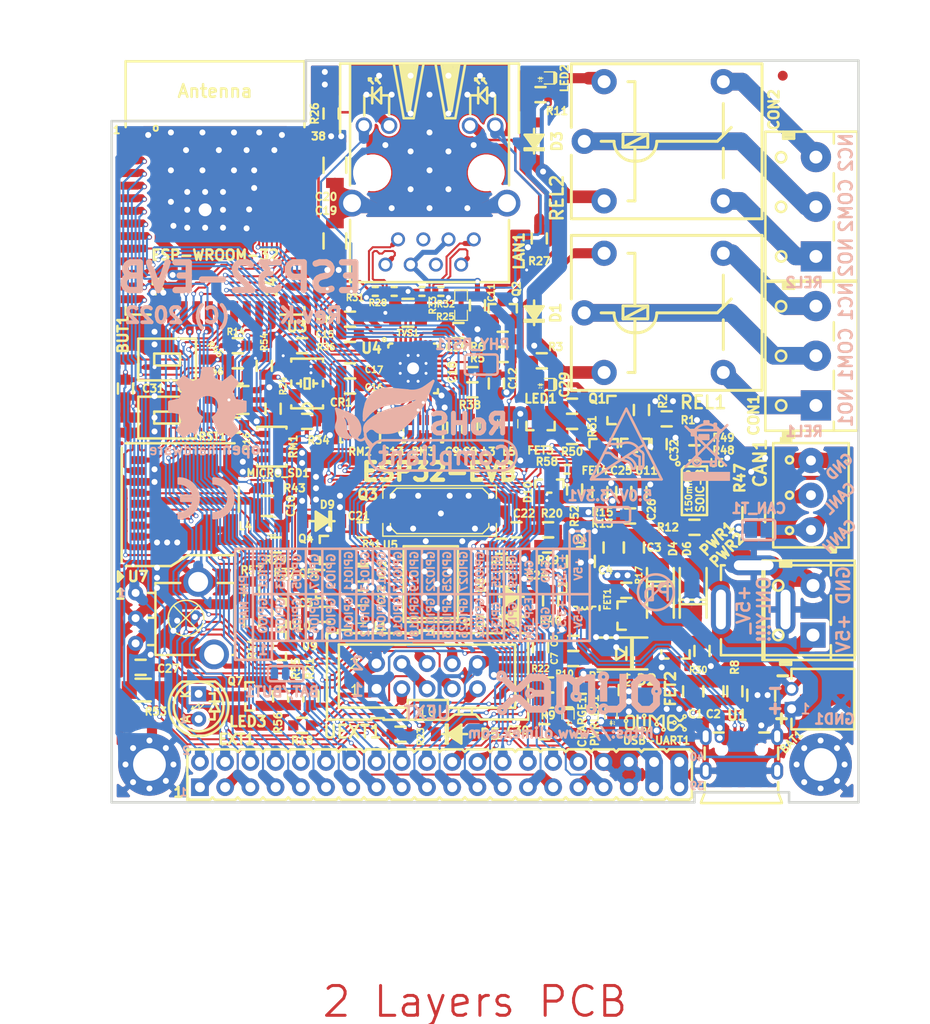
<source format=kicad_pcb>
(kicad_pcb (version 20221018) (generator pcbnew)
  (title_block (title "ESP32-EVB") (date "2023-04-14") (rev "K1") (company "OLIMEX Ltd.") (comment 1 "https://www.olimex.com"))
  (layers (0 "F.Cu" mixed) (31 "B.Cu" mixed) (34 "B.Paste" user) (35 "F.Paste" user) (36 "B.SilkS" user "B.Silkscreen") (37 "F.SilkS" user "F.Silkscreen") (38 "B.Mask" user) (39 "F.Mask" user) (44 "Edge.Cuts" user))
  (net 0 "")
  (net 1 "+5V")
  (net 2 "GND")
  (net 3 "Net-(BAT1-Pad1)")
  (net 4 "Net-(BUT1-Pad2)")
  (net 5 "/GPI34/BUT1")
  (net 6 "Net-(C3-Pad1)")
  (net 7 "Net-(C5-Pad2)")
  (net 8 "Net-(C10-Pad1)")
  (net 9 "Net-(C11-Pad1)")
  (net 10 "Net-(C18-Pad2)")
  (net 11 "Net-(CON1-Pad3)")
  (net 12 "Net-(CON1-Pad1)")
  (net 13 "Net-(CON1-Pad2)")
  (net 14 "Net-(CON2-Pad2)")
  (net 15 "Net-(CON2-Pad1)")
  (net 16 "Net-(CON2-Pad3)")
  (net 17 "Net-(CR1-Pad3)")
  (net 18 "Net-(D1-Pad2)")
  (net 19 "Net-(D3-Pad2)")
  (net 20 "/GPIO3/U0RXD")
  (net 21 "Net-(D5-Pad1)")
  (net 22 "/ESP_EN")
  (net 23 "/GPIO25/EMAC_RXD0(RMII)")
  (net 24 "/GPIO19/EMAC_TXD0(RMII)")
  (net 25 "/GPIO26/EMAC_RXD1(RMII)")
  (net 26 "/GPIO33/REL2")
  (net 27 "/GPIO32/REL1")
  (net 28 "/GPIO9/SD_DATA2")
  (net 29 "/GPIO8/SD_DATA1")
  (net 30 "/GPIO6/SD_CLK")
  (net 31 "/GPIO7/SD_DATA0")
  (net 32 "/GPIO1/U0TXD")
  (net 33 "/GPIO10/SD_DATA3")
  (net 34 "/GPIO11/SD_CMD")
  (net 35 "Net-(L2-Pad1)")
  (net 36 "Net-(LED1-Pad2)")
  (net 37 "Net-(LED2-Pad2)")
  (net 38 "Net-(Q1-Pad1)")
  (net 39 "Net-(Q2-Pad1)")
  (net 40 "Net-(R19-Pad1)")
  (net 41 "Net-(R39-Pad1)")
  (net 42 "/PHYAD0")
  (net 43 "/PHYAD1")
  (net 44 "/PHYAD2")
  (net 45 "/RMIISEL")
  (net 46 "/VDD1A-2A")
  (net 47 "/VDDCR")
  (net 48 "/GPIO22/EMAC_TXD1(RMII)")
  (net 49 "/GPIO21/EMAC_TX_EN(RMII)")
  (net 50 "Net-(MICRO_SD1-Pad5)")
  (net 51 "Net-(LAN1-PadAG1)")
  (net 52 "Net-(LAN1-PadAY1)")
  (net 53 "Net-(LAN1-PadKG1)")
  (net 54 "Net-(LAN1-PadKY1)")
  (net 55 "Net-(C19-Pad1)")
  (net 56 "Net-(C21-Pad1)")
  (net 57 "Net-(C22-Pad1)")
  (net 58 "/CANL")
  (net 59 "/CANH")
  (net 60 "Net-(CAN_T1-Pad1)")
  (net 61 "/GPI36/U1RXD")
  (net 62 "/+5V_EXT")
  (net 63 "/GPI39/IR_RECEIVE")
  (net 64 "/GPIO23/MDC(RMII)")
  (net 65 "/GPIO27/EMAC_RX_CRS_DV")
  (net 66 "/GPI35/CAN-RX")
  (net 67 "/GPIO5/CAN-TX")
  (net 68 "/GPIO4/U1TXD")
  (net 69 "/GPIO0/XTAL1/CLKIN")
  (net 70 "/GPIO2/HS2_DATA0")
  (net 71 "/GPIO12/IR_Transmit")
  (net 72 "/GPIO13/I2C-SDA")
  (net 73 "/GPIO14/HS2_CLK")
  (net 74 "/GPIO15/HS2_CMD")
  (net 75 "/GPIO16/I2C-SCL")
  (net 76 "/GPIO17/SPI_CS")
  (net 77 "/GPIO18/MDIO(RMII)")
  (net 78 "/+5V_USB")
  (net 79 "Net-(LED3-Pad1)")
  (net 80 "Net-(LED3-Pad2)")
  (net 81 "Net-(MICRO_SD1-Pad1)")
  (net 82 "Net-(MICRO_SD1-Pad2)")
  (net 83 "Net-(MICRO_SD1-Pad8)")
  (net 84 "Net-(Q4-Pad2)")
  (net 85 "Net-(Q4-Pad1)")
  (net 86 "Net-(Q5-Pad2)")
  (net 87 "Net-(Q5-Pad1)")
  (net 88 "Net-(Q7-Pad1)")
  (net 89 "Net-(R48-Pad1)")
  (net 90 "Net-(U3-Pad32)")
  (net 91 "Net-(U4-Pad4)")
  (net 92 "Net-(U4-Pad14)")
  (net 93 "Net-(U4-Pad18)")
  (net 94 "Net-(U4-Pad20)")
  (net 95 "Net-(U4-Pad26)")
  (net 96 "Net-(U5-Pad6)")
  (net 97 "Net-(U5-Pad7)")
  (net 98 "Net-(U5-Pad11)")
  (net 99 "Net-(U5-Pad12)")
  (net 100 "Net-(U5-Pad13)")
  (net 101 "Net-(U5-Pad14)")
  (net 102 "Net-(U5-Pad17)")
  (net 103 "Net-(USB-UART1-Pad4)")
  (net 104 "/OSC_DIS")
  (net 105 "Net-(PWRLED1-Pad1)")
  (net 106 "Net-(Q5-Pad3)")
  (net 107 "Net-(C28-Pad1)")
  (net 108 "Net-(MICRO_SD1-Pad7)")
  (net 109 "Net-(5.0V/3.3V1-Pad2)")
  (net 110 "Net-(R44-Pad2)")
  (net 111 "/D_Com")
  (net 112 "+3.3VLAN")
  (net 113 "Net-(C29-Pad2)")
  (net 114 "Net-(FET4-Pad3)")
  (net 115 "Net-(CHARGE1-Pad1)")
  (net 116 "Net-(R7-Pad1)")
  (net 117 "Net-(R8-Pad2)")
  (net 118 "/BUT1")
  (net 119 "Net-(BAT/BUT1-Pad3)")
  (net 120 "Net-(C24-Pad1)")
  (net 121 "Net-(D7-Pad1)")
  (net 122 "Net-(D8-Pad2)")
  (net 123 "Net-(U5-Pad20)")
  (net 124 "Net-(R12-Pad2)")
  (net 125 "Net-(R13-Pad2)")
  (net 126 "Net-(D9-Pad1)")
  (net 127 "Net-(C32-Pad2)")
  (net 128 "Net-(D10-Pad3)")
  (net 129 "/RXN-")
  (net 130 "/RXP+")
  (net 131 "/TXN-")
  (net 132 "/TXP+")
  (net 133 "+3.3V")
  (footprint "OLIMEX_Other-FP:Mounting_hole_3.3mm" (layer "F.Cu") (at 140.97 70.358)
    (fp_text reference "MH1" hide)
    (fp_text value "Mounting_hole_Shield_3.3mm" hide)
  )
  (footprint "OLIMEX_Other-FP:Mounting_hole_Shield_3.3mm" (layer "F.Cu") (at 140.97 137.922)
    (fp_text reference "MH2" hide)
    (fp_text value "Mounting_hole_Shield_3.3mm" hide)
  )
  (footprint "OLIMEX_Other-FP:Mounting_hole_Shield_3.3mm" (layer "F.Cu") (at 73.406 137.922)
    (fp_text reference "MH3" hide)
    (fp_text value "Mounting_hole_Shield_3.3mm" hide)
  )
  (footprint "OLIMEX_Connectors-FP:HN2x20" (layer "F.Cu") (at 102.616 138.938)
    (fp_text reference "EXT1")
    (fp_text value "NA(HN2x20)")
  )
  (footprint "OLIMEX_RLC-FP:C_0603_5MIL_DWS" (layer "F.Cu") (at 91.059 122.809)
    (fp_text reference "C5")
    (fp_text value "22uF/6.3V/20%/X5R/C0603")
  )
  (footprint "OLIMEX_RLC-FP:C_0603_5MIL_DWS" (layer "F.Cu") (at 105.664 104.013 90)
    (fp_text reference "C8")
    (fp_text value "22uF/6.3V/20%/X5R/C0603")
  )
  (footprint "OLIMEX_RLC-FP:C_0603_5MIL_DWS" (layer "F.Cu") (at 104.14 104.013 90)
    (fp_text reference "C9")
    (fp_text value "22uF/6.3V/20%/X5R/C0603")
  )
  (footprint "OLIMEX_RLC-FP:C_0805_5MIL_DWS" (layer "F.Cu") (at 85.217 111.887)
    (fp_text reference "C10")
    (fp_text value "47uF/6.3V/20%/X5R/C0805")
  )
  (footprint "OLIMEX_RLC-FP:C_0603_5MIL_DWS" (layer "F.Cu") (at 97.79 104.013 -90)
    (fp_text reference "C13")
    (fp_text value "100nF/50V/20%/Y5V/C0603")
  )
  (footprint "OLIMEX_RLC-FP:C_0603_5MIL_DWS" (layer "F.Cu") (at 93.599 94.615 180)
    (fp_text reference "C15")
    (fp_text value "100nF/50V/20%/Y5V/C0603")
  )
  (footprint "OLIMEX_RLC-FP:C_0603_5MIL_DWS" (layer "F.Cu") (at 93.599 99.822 180)
    (fp_text reference "C16")
    (fp_text value "2.2uF/6.3V/10%/X5R/C0603")
  )
  (footprint "OLIMEX_RLC-FP:C_0603_5MIL_DWS" (layer "F.Cu") (at 93.599 98.298 180)
    (fp_text reference "C17")
    (fp_text value "100nF/50V/20%/Y5V/C0603")
  )
  (footprint "OLIMEX_RLC-FP:C_0603_5MIL_DWS" (layer "F.Cu") (at 105.918 98.679 180)
    (fp_text reference "C18")
    (fp_text value "1nF/50V/5%/NPO(COG)/C0603")
  )
  (footprint "OLIMEX_Connectors-FP:TB3-DG306-5.0_3P" (layer "F.Cu") (at 140.5 96.774 90)
    (fp_text reference "CON1")
    (fp_text value "TB3-DG306-5.0-3P")
  )
  (footprint "OLIMEX_Connectors-FP:TB3-DG306-5.0_3P" (layer "F.Cu") (at 140.5 81.774 90)
    (fp_text reference "CON2")
    (fp_text value "TB3-DG306-5.0-3P")
  )
  (footprint "OLIMEX_Crystal-FP:5032-4P_HCX-3S" (layer "F.Cu") (at 89.281 99.568 90)
    (fp_text reference "CR1")
    (fp_text value "Q50MHz/25ppm/3V/4P/5x3.2mm")
  )
  (footprint "OLIMEX_Diodes-FP:SOD-123_1C-2A_KA" (layer "F.Cu") (at 112.141 92.456 90)
    (fp_text reference "D1")
    (fp_text value "1N5819S4(SOD-123)")
  )
  (footprint "OLIMEX_Diodes-FP:SOD-123_1C-2A_KA" (layer "F.Cu") (at 112.141 75.184 90)
    (fp_text reference "D3")
    (fp_text value "1N5819S4(SOD-123)")
  )
  (footprint "OLIMEX_Diodes-FP:SMA-KA" (layer "F.Cu") (at 124.841 120.65 -90)
    (fp_text reference "D4")
    (fp_text value "1N5822/SS34/SMA")
  )
  (footprint "OLIMEX_Diodes-FP:SOD-123_1C-2A_KA" (layer "F.Cu") (at 104.14 134.874)
    (fp_text reference "D5")
    (fp_text value "1N5819S4(SOD-123)")
  )
  (footprint "OLIMEX_Transistors-FP:SOT23" (layer "F.Cu") (at 121.158 122.936)
    (fp_text reference "FET1")
    (fp_text value "WPM2015-3/TR")
  )
  (footprint "OLIMEX_RLC-FP:L_0805_5MIL_DWS" (layer "F.Cu") (at 107.569 103.632 90)
    (fp_text reference "L3")
    (fp_text value "FB0805/600R/2A")
  )
  (footprint "OLIMEX_LEDs-FP:LED_0603_KA" (layer "F.Cu") (at 112.776 99.695 180)
    (fp_text reference "LED1")
    (fp_text value "LED/GREEN/0603")
  )
  (footprint "OLIMEX_LEDs-FP:LED_0603_KA" (layer "F.Cu") (at 112.776 68.834 180)
    (fp_text reference "LED2")
    (fp_text value "LED/GREEN/0603")
  )
  (footprint "OLIMEX_Connectors-FP:PWRJ-2mm(YDJ-1136)" (layer "F.Cu") (at 130.937 117.569 180)
    (fp_text reference "PWR1")
    (fp_text value "PWRJ-2mm(YDJ-1134)")
  )
  (footprint "OLIMEX_Connectors-FP:TB2-DG306-5.0_2P" (layer "F.Cu") (at 140.208 122.395 90)
    (fp_text reference "PWR2")
    (fp_text value "NA(TB2 DG306-5.0-2P)")
  )
  (footprint "OLIMEX_Transistors-FP:SOT23" (layer "F.Cu") (at 120.142 102.235)
    (fp_text reference "Q1")
    (fp_text value "BC817-40(SOT23)")
  )
  (footprint "OLIMEX_Transistors-FP:SOT23" (layer "F.Cu") (at 108.966 92.202 -90)
    (fp_text reference "Q2")
    (fp_text value "BC817-40(SOT23)")
  )
  (footprint "OLIMEX_RLC-FP:R_0603_5MIL_DWS" (layer "F.Cu") (at 112.903 97.282 180)
    (fp_text reference "R3")
    (fp_text value "2.2k/R0603")
  )
  (footprint "OLIMEX_RLC-FP:R_0603_5MIL_DWS" (layer "F.Cu") (at 108.966 96.647 180)
    (fp_text reference "R5")
    (fp_text value "1k/R0603")
  )
  (footprint "OLIMEX_RLC-FP:R_0603_5MIL_DWS" (layer "F.Cu") (at 108.966 95.123 180)
    (fp_text reference "R6")
    (fp_text value "10k/R0603")
  )
  (footprint "OLIMEX_RLC-FP:R_0603_5MIL_DWS" (layer "F.Cu") (at 112.776 70.485 180)
    (fp_text reference "R11")
    (fp_text value "2.2k/R0603")
  )
  (footprint "OLIMEX_RLC-FP:R_0603_5MIL_DWS" (layer "F.Cu") (at 82.296 95.758)
    (fp_text reference "R14")
    (fp_text value "220R/R0603")
  )
  (footprint "OLIMEX_RLC-FP:R_0603_5MIL_DWS" (layer "F.Cu") (at 82.042 103.759 180)
    (fp_text reference "R16")
    (fp_text value "220R/R0603")
  )
  (footprint "OLIMEX_RLC-FP:R_0603_5MIL_DWS" (layer "F.Cu") (at 88.773 133.985)
    (fp_text reference "R18")
    (fp_text value "2.2k/R0603")
  )
  (footprint "OLIMEX_RLC-FP:R_0603_5MIL_DWS" (layer "F.Cu") (at 89.662 131.064 90)
    (fp_text reference "R21")
    (fp_text value "2.2k/R0603")
  )
  (footprint "OLIMEX_RLC-FP:R_0603_5MIL_DWS" (layer "F.Cu") (at 98.679 134.874 180)
    (fp_text reference "R23")
    (fp_text value "10k/R0603")
  )
  (footprint "OLIMEX_RLC-FP:R_0603_5MIL_DWS" (layer "F.Cu") (at 91.694 72.39 90)
    (fp_text reference "R26")
    (fp_text value "220R/R0603")
  )
  (footprint "OLIMEX_RLC-FP:R_0603_5MIL_DWS" (layer "F.Cu") (at 112.649 84.963 -90)
    (fp_text reference "R27")
    (fp_text value "220R/R0603")
  )
  (footprint "OLIMEX_RLC-FP:R_0603_5MIL_DWS" (layer "F.Cu") (at 86.106 115.824 180)
    (fp_text reference "R29")
    (fp_text value "10k/R0603")
  )
  (footprint "OLIMEX_RLC-FP:R_0603_5MIL_DWS" (layer "F.Cu") (at 89.281 103.378)
    (fp_text reference "R34")
    (fp_text value "10k/R0603")
  )
  (footprint "OLIMEX_RLC-FP:R_0603_5MIL_DWS" (layer "F.Cu") (at 108.839 115.951 180)
    (fp_text reference "R35")
    (fp_text value "10k/R0603")
  )
  (footprint "OLIMEX_RLC-FP:R_0603_5MIL_DWS" (layer "F.Cu") (at 88.773 95.758)
    (fp_text reference "R36")
    (fp_text value "10R/R0603")
  )
  (footprint "OLIMEX_RLC-FP:R_0603_5MIL_DWS" (layer "F.Cu") (at 105.918 100.203)
    (fp_text reference "R38")
    (fp_text value "10k/R0603")
  )
  (footprint "OLIMEX_RLC-FP:R_0603_5MIL_DWS" (layer "F.Cu") (at 93.599 93.091 180)
    (fp_text reference "R39")
    (fp_text value "12.1k/1%/R0603")
  )
  (footprint "OLIMEX_RLC-FP:R_0603_5MIL_DWS" (layer "F.Cu") (at 94.869 116.967 180)
    (fp_text reference "R41")
    (fp_text value "1k/R0603")
  )
  (footprint "OLIMEX_Relays-FP:Relay_RAS-05-15" (layer "F.Cu") (at 125.476 92.456 180)
    (fp_text reference "REL1")
    (fp_text value "RAS-0515")
  )
  (footprint "OLIMEX_Relays-FP:Relay_RAS-05-15" (layer "F.Cu") (at 125.476 75.184 180)
    (fp_text reference "REL2")
    (fp_text value "RAS-0515")
  )
  (footprint "OLIMEX_RLC-FP:R_MATRIX_4" (layer "F.Cu") (at 85.725 105.918 -90)
    (fp_text reference "RM1")
    (fp_text value "RA1206_(4X0603)_4B8_2.2k")
  )
  (footprint "OLIMEX_RLC-FP:R_MATRIX_4" (layer "F.Cu") (at 94.615 104.013)
    (fp_text reference "RM2")
    (fp_text value "RA1206_(4X0603)_4B8_2.2k")
  )
  (footprint "OLIMEX_RLC-FP:R_MATRIX_4" (layer "F.Cu") (at 100.965 104.013 180)
    (fp_text reference "RM3")
    (fp_text value "RA1206_(4X0603)_4B8_2.2k")
  )
  (footprint "OLIMEX_Regulators-FP:SOT-23-5" (layer "F.Cu") (at 116.84 117.475 -90)
    (fp_text reference "U2")
    (fp_text value "SY8089AAAC(SOT23-5)")
  )
  (footprint "OLIMEX_Cases-FP:ESP-WROOM-32_MODULE" (layer "F.Cu") (at 80.01 79.883)
    (fp_text reference "U3")
    (fp_text value "ESP-WROOM-32")
  )
  (footprint "OLIMEX_IC-FP:QFN32_EP(33)_5.00x5.00x0.90mm_Pitch_0.50mm" (layer "F.Cu") (at 99.949 98.044 -90)
    (fp_text reference "U4")
    (fp_text value "LAN8710A-EZC(QFN32)")
  )
  (footprint "OLIMEX_Connectors-FP:UEXT_ML10" (layer "F.Cu") (at 101.346 129.032)
    (fp_text reference "UEXT1")
    (fp_text value "BH10S")
  )
  (footprint "OLIMEX_Connectors-FP:TFC-WXCP11-08-LF" (layer "F.Cu") (at 76.327 111.125 180)
    (fp_text reference "MICRO_SD1")
    (fp_text value "TFC-WXCP11-08-LF")
  )
  (footprint "OLIMEX_Buttons-FP:T1107A(6x3,8x2,5MM)" (layer "F.Cu") (at 75.184 97.155 180)
    (fp_text reference "BUT1")
    (fp_text value "T1107A(6x3,8x2,5MM)")
  )
  (footprint "OLIMEX_Connectors-FP:RJLBC-060TC1" (layer "F.Cu") (at 101.6 78.359 180)
    (fp_text reference "LAN1")
    (fp_text value "RJLD-060TC1(LPJ4013EDNL)")
  )
  (footprint "OLIMEX_RLC-FP:C_1206_5MIL_DWS_ISO" (layer "F.Cu") (at 92.075 85.217 -90)
    (fp_text reference "C19")
    (fp_text value "1nF/2000V/10%/X7R/C1206")
  )
  (footprint "OLIMEX_RLC-FP:C_1206_5MIL_DWS_ISO" (layer "F.Cu") (at 92.075 77.597 90)
    (fp_text reference "C20")
    (fp_text value "NA(1nF/2000V/10%/X7R/C1206)")
  )
  (footprint "OLIMEX_Other-FP:Fiducial1x3" (layer "F.Cu") (at 71.501 133.35)
    (fp_text reference "Fid1" hide)
    (fp_text value "")
  )
  (footprint "OLIMEX_Other-FP:Fiducial1x3" (layer "F.Cu") (at 137.16 68.58)
    (fp_text reference "Fid3" hide)
    (fp_text value "")
  )
  (footprint "OLIMEX_RLC-FP:R_0603_5MIL_DWS" (layer "F.Cu") (at 119.888 130.429 90)
    (fp_text reference "R4")
    (fp_text value "2.2k/R0603")
  )
  (footprint "OLIMEX_RLC-FP:R_0603_5MIL_DWS" (layer "F.Cu") (at 113.538 115.824 180)
    (fp_text reference "R19")
    (fp_text value "220k/R0603")
  )
  (footprint "OLIMEX_RLC-FP:R_0603_5MIL_DWS" (layer "F.Cu") (at 113.538 114.3 180)
    (fp_text reference "R20")
    (fp_text value "49.9k/1%/R0603")
  )
  (footprint "OLIMEX_RLC-FP:C_0603_5MIL_DWS" (layer "F.Cu") (at 94.869 114.3 180)
    (fp_text reference "C21")
    (fp_text value "27pF/50V/5%/C0G/C0603")
  )
  (footprint "OLIMEX_RLC-FP:C_0603_5MIL_DWS" (layer "F.Cu") (at 110.363 114.3)
    (fp_text reference "C22")
    (fp_text value "27pF/50V/5%/C0G/C0603")
  )
  (footprint "OLIMEX_RLC-FP:C_0603_5MIL_DWS" (layer "F.Cu") (at 94.869 121.158 180)
    (fp_text reference "C23")
    (fp_text value "22uF/6.3V/20%/X5R/C0603")
  )
  (footprint "OLIMEX_RLC-FP:C_0603_5MIL_DWS" (layer "F.Cu") (at 109.22 119.253)
    (fp_text reference "C24")
    (fp_text value "100nF/50V/20%/Y5V/C0603")
  )
  (footprint "OLIMEX_RLC-FP:C_0603_5MIL_DWS" (layer "F.Cu") (at 121.158 110.49 -90)
    (fp_text reference "C25")
    (fp_text value "100nF/50V/20%/Y5V/C0603")
  )
  (footprint "OLIMEX_RLC-FP:C_0603_5MIL_DWS" (layer "F.Cu") (at 72.517 128.143)
    (fp_text reference "C27")
    (fp_text value "100nF/50V/20%/Y5V/C0603")
  )
  (footprint "OLIMEX_Connectors-FP:TB3-3.5mm" (layer "F.Cu") (at 140 110.815 -90)
    (fp_text reference "CAN1")
    (fp_text value "TB3-3.5mm")
  )
  (footprint "OLIMEX_Diodes-FP:SMA-KA" (layer "F.Cu") (at 128.143 120.65 90)
    (fp_text reference "D6")
    (fp_text value "1N5822/SS34/SMA")
  )
  (footprint "OLIMEX_Transistors-FP:SOT23" (layer "F.Cu") (at 126.365 126.619 90)
    (fp_text reference "FET2")
    (fp_text value "WPM2015-3/TR")
  )
  (footprint "OLIMEX_LEDs-FP:LED-5mm-PTH-AK" (layer "F.Cu") (at 78.359 132.08 90)
    (fp_text reference "LED3")
    (fp_text value "LED/IR333-A/5mm")
  )
  (footprint "OLIMEX_Crystal-FP:Q_49U3HMS" (layer "F.Cu") (at 102.616 112.395)
    (fp_text reference "Q3")
    (fp_text value "Q12MHz/20pF/30ppm/2P/HC-49SM(SMD)")
  )
  (footprint "OLIMEX_Transistors-FP:SOT23" (layer "F.Cu") (at 90.805 119.761)
    (fp_text reference "Q5")
    (fp_text value "BC817-40(SOT23)")
  )
  (footprint "OLIMEX_Transistors-FP:SOT23" (layer "F.Cu") (at 83.693 131.064)
    (fp_text reference "Q7")
    (fp_text value "BC817-40(SOT23)")
  )
  (footprint "OLIMEX_RLC-FP:R_0603_5MIL_DWS" (layer "F.Cu") (at 129.032 126.492 -90)
    (fp_text reference "R30")
    (fp_text value "10k/R0603")
  )
  (footprint "OLIMEX_RLC-FP:R_0603_5MIL_DWS" (layer "F.Cu") (at 94.869 118.745 180)
    (fp_text reference "R42")
    (fp_text value "1k/R0603")
  )
  (footprint "OLIMEX_RLC-FP:R_0603_5MIL_DWS" (layer "F.Cu") (at 82.296 97.282 180)
    (fp_text reference "R45")
    (fp_text value "10k/R0603")
  )
  (footprint "OLIMEX_RLC-FP:R_1206_5MIL_DWS" (layer "F.Cu") (at 134.239 112.776 90)
    (fp_text reference "R47")
    (fp_text value "120R/R1206")
  )
  (footprint "OLIMEX_RLC-FP:R_0603_5MIL_DWS" (layer "F.Cu") (at 128.27 106.553 180)
    (fp_text reference "R48")
    (fp_text value "NA/R0603")
  )
  (footprint "OLIMEX_RLC-FP:R_0603_5MIL_DWS" (layer "F.Cu") (at 128.27 105.029 180)
    (fp_text reference "R49")
    (fp_text value "10k/R0603")
  )
  (footprint "OLIMEX_RLC-FP:R_1206_5MIL_DWS" (layer "F.Cu") (at 72.771 130.429)
    (fp_text reference "R53")
    (fp_text value "6.8R/R1206")
  )
  (footprint "OLIMEX_RLC-FP:R_0603_5MIL_DWS" (layer "F.Cu") (at 84.963 97.79 90)
    (fp_text reference "R54")
    (fp_text value "NA/R0603")
  )
  (footprint "OLIMEX_RLC-FP:R_0603_5MIL_DWS" (layer "F.Cu") (at 88.138 131.064 -90)
    (fp_text reference "R55")
    (fp_text value "1k/R0603")
  )
  (footprint "OLIMEX_RLC-FP:R_0603_5MIL_DWS" (layer "F.Cu") (at 86.614 131.064 -90)
    (fp_text reference "R56")
    (fp_text value "10k/R0603")
  )
  (footprint "OLIMEX_IC-FP:SOIC-8_150mil" (layer "F.Cu") (at 128.27 110.363 -90)
    (fp_text reference "U6")
    (fp_text value "SIT1050T(SOIC-8_150mil)")
  )
  (footprint "OLIMEX_IC-FP:RPM7236-H8" (layer "F.Cu") (at 77.089 123.19 -90)
    (fp_text reference "U7")
    (fp_text value "VS1838B")
  )
  (footprint "OLIMEX_RLC-FP:C_0805_5MIL_DWS" (layer "F.Cu") (at 122.174 116.078 90)
    (fp_text reference "C3")
    (fp_text value "NA(47uF/6.3V/20%/X5R/C0805)")
  )
  (footprint "OLIMEX_RLC-FP:C_0805_5MIL_DWS" (layer "F.Cu") (at 120.142 116.078 90)
    (fp_text reference "C4")
    (fp_text value "47uF/6.3V/20%/X5R/C0805")
  )
  (footprint "OLIMEX_RLC-FP:R_0603_5MIL_DWS" (layer "F.Cu") (at 87.249 120.015 180)
    (fp_text reference "R37")
    (fp_text value "220R/R0603")
  )
  (footprint "OLIMEX_RLC-FP:R_0603_5MIL_DWS" (layer "F.Cu") (at 83.693 123.571 -90)
    (fp_text reference "R44")
    (fp_text value "NA/R0603")
  )
  (footprint "OLIMEX_Diodes-FP:DO214AA_1(K)-2(A)" (layer "F.Cu") (at 121.031 126.746 180)
    (fp_text reference "D2")
    (fp_text value "SMBJ6.0A(DO-214AA)")
  )
  (footprint "OLIMEX_RLC-FP:R_0603_5MIL_DWS" (layer "F.Cu") (at 83.693 120.396 -90)
    (fp_text reference "R57")
    (fp_text value "NA(1k/R0603)")
  )
  (footprint "OLIMEX_RLC-FP:C_0603_5MIL_DWS" (layer "F.Cu") (at 115.951 101.854 180)
    (fp_text reference "C29")
    (fp_text value "22uF/6.3V/20%/X5R/C0603")
  )
  (footprint "OLIMEX_RLC-FP:R_0603_5MIL_DWS" (layer "F.Cu") (at 115.951 104.902 180)
    (fp_text reference "R50")
    (fp_text value "1k/R0603")
  )
  (footprint "OLIMEX_RLC-FP:R_0603_5MIL_DWS" (layer "F.Cu") (at 115.951 103.378 180)
    (fp_text reference "R51")
    (fp_text value "10k/R0603")
  )
  (footprint "OLIMEX_RLC-FP:C_0603_5MIL_DWS" (layer "F.Cu") (at 108.331 99.568 90)
    (fp_text reference "C12")
    (fp_text value "22uF/6.3V/20%/X5R/C0603")
  )
  (footprint "OLIMEX_Transistors-FP:SOT23" (layer "F.Cu") (at 112.776 103.632 90)
    (fp_text reference "FET3")
    (fp_text value "WPM2015-3/TR")
  )
  (footprint "OLIMEX_RLC-FP:L_0805_5MIL_DWS" (layer "F.Cu") (at 109.601 103.632 -90)
    (fp_text reference "L5")
    (fp_text value "NA(FB0805/600R/2A)")
  )
  (footprint "OLIMEX_RLC-FP:R_0603_5MIL_DWS" (layer "F.Cu") (at 122.936 102.235 -90)
    (fp_text reference "R2")
    (fp_text value "10k/R0603")
  )
  (footprint "OLIMEX_Other-FP:Fiducial1x3" (layer "F.Cu") (at 142.875 133.35)
    (fp_text reference "Fid2" hide)
    (fp_text value "")
  )
  (footprint "OLIMEX_IC-FP:SOT-23-5" (layer "F.Cu") (at 135.001 130.937 -90)
    (fp_text reference "U1")
    (fp_text value "BL4054B-42TPRN(SOT23-5)")
  )
  (footprint "OLIMEX_RLC-FP:R_0603_5MIL_DWS" (layer "F.Cu") (at 132.334 130.556 90)
    (fp_text reference "R8")
    (fp_text value "2k/1%/R0603")
  )
  (footprint "OLIMEX_RLC-FP:C_0805_5MIL_DWS" (layer "F.Cu") (at 128.143 130.556 -90)
    (fp_text reference "C1")
    (fp_text value "NA(47uF/6.3V/20%/X5R/C0805)")
  )
  (footprint "OLIMEX_RLC-FP:C_0805_5MIL_DWS" (layer "F.Cu") (at 130.175 130.556 -90)
    (fp_text reference "C2")
    (fp_text value "47uF/6.3V/20%/X5R/C0805")
  )
  (footprint "OLIMEX_RLC-FP:C_0603_5MIL_DWS" (layer "F.Cu") (at 104.521 94.234)
    (fp_text reference "C14")
    (fp_text value "100nF/50V/20%/Y5V/C0603")
  )
  (footprint "OLIMEX_Diodes-FP:SOD-123_1C-2A_KA" (layer "F.Cu") (at 109.855 123.063)
    (fp_text reference "D7")
    (fp_text value "1N5819S4(SOD-123)")
  )
  (footprint "OLIMEX_RLC-FP:R_0603_5MIL_DWS" (layer "F.Cu") (at 113.538 129.921 180)
    (fp_text reference "R10")
    (fp_text value "470k/R0603")
  )
  (footprint "OLIMEX_RLC-FP:R_0603_5MIL_DWS" (layer "F.Cu") (at 113.538 131.445 180)
    (fp_text reference "R9")
    (fp_text value "470k/R0603")
  )
  (footprint "OLIMEX_RLC-FP:C_0603_5MIL_DWS" (layer "F.Cu") (at 113.157 134.62 180)
    (fp_text reference "C30")
    (fp_text value "100nF/50V/20%/Y5V/C0603")
  )
  (footprint "OLIMEX_Diodes-FP:SOT23-3" (layer "F.Cu") (at 86.487 125.984 180)
    (fp_text reference "U9")
    (fp_text value "BAT54C(SOT23-3)")
  )
  (footprint "OLIMEX_Diodes-FP:SOD-123_1C-2A_KA" (layer "F.Cu") (at 109.855 121.031 180)
    (fp_text reference "D8")
    (fp_text value "1N5819S4(SOD-123)")
  )
  (footprint "OLIMEX_RLC-FP:R_0603_5MIL_DWS" (layer "F.Cu") (at 85.852 102.108 90)
    (fp_text reference "R24")
    (fp_text value "10k/R0603")
  )
  (footprint "OLIMEX_RLC-FP:C_0603_5MIL_DWS" (layer "F.Cu") (at 79.502 100.203 90)
    (fp_text reference "C28")
    (fp_text value "NA(470nF/16V/10%/X7R/C0603)")
  )
  (footprint "OLIMEX_RLC-FP:C_0603_5MIL_DWS" (layer "F.Cu") (at 122.682 110.49 -90)
    (fp_text reference "C26")
    (fp_text value "10uF/6.3V/20%/X5R/C0603")
  )
  (footprint "OLIMEX_RLC-FP:R_0603_5MIL_DWS" (layer "F.Cu") (at 113.792 121.412 -90)
    (fp_text reference "R40")
    (fp_text value "10k/R0603")
  )
  (footprint "OLIMEX_RLC-FP:L_0805_5MIL_DWS" (layer "F.Cu") (at 94.742 122.809 180)
    (fp_text reference "L1")
    (fp_text value "FB0805/600R/2A")
  )
  (footprint "OLIMEX_IC-FP:SSOP-20W" (layer "F.Cu") (at 101.727 119.761 90)
    (fp_text reference "U5")
    (fp_text value "CH340T(SSOP20W)")
  )
  (footprint "OLIMEX_RLC-FP:R_0603_5MIL_DWS" (layer "F.Cu") (at 121.412 120.396)
    (fp_text reference "R17")
    (fp_text value "NA/R0603")
  )
  (footprint "OLIMEX_RLC-FP:C_0603_5MIL_DWS" (layer "F.Cu") (at 116.078 127.254)
    (fp_text reference "C7")
    (fp_text value "22uF/6.3V/20%/X5R/C0603")
  )
  (footprint "OLIMEX_RLC-FP:C_0603_5MIL_DWS" (layer "F.Cu") (at 116.078 125.73)
    (fp_text reference "C6")
    (fp_text value "22uF/6.3V/20%/X5R/C0603")
  )
  (footprint "OLIMEX_RLC-FP:R_0603_5MIL_DWS" (layer "F.Cu") (at 112.776 126.111 -90)
    (fp_text reference "R22")
    (fp_text value "10k/R0603")
  )
  (footprint "OLIMEX_RLC-FP:R_0603_5MIL_DWS" (layer "F.Cu") (at 116.84 130.048 180)
    (fp_text reference "R7")
    (fp_text value "2.2k/R0603")
  )
  (footprint "OLIMEX_LEDs-FP:LED_0603_KA" (layer "F.Cu") (at 115.57 133.731 -90)
    (fp_text reference "CHARGE1")
    (fp_text value "LED/Yellow/0603")
  )
  (footprint "OLIMEX_RLC-FP:C_0603_5MIL_DWS" (layer "F.Cu") (at 70.993 100.076 90)
    (fp_text reference "C31")
    (fp_text value "1uF/10V/10%/X5R/C0603")
  )
  (footprint "OLIMEX_Buttons-FP:T1107A(6x3,8x2,5MM)" (layer "F.Cu") (at 75.184 102.997 180)
    (fp_text reference "RST1")
    (fp_text value "T1107A(6x3,8x2,5MM)")
  )
  (footprint "OLIMEX_IC-FP:SOT-23-5" (layer "F.Cu") (at 82.804 101.219)
    (fp_text reference "U8")
    (fp_text value "NA(NCP303LSN27T1G(SOT-23-5))")
  )
  (footprint "OLIMEX_RLC-FP:R_0603_5MIL_DWS" (layer "F.Cu") (at 82.296 98.806)
    (fp_text reference "R46")
    (fp_text value "NA/R0603")
  )
  (footprint "OLIMEX_RLC-FP:0R_0603" (layer "F.Cu") (at 104.775 91.694 90)
    (fp_text reference "R25")
    (fp_text value "0R(board_mounted)")
  )
  (footprint "OLIMEX_RLC-FP:CD32" (layer "F.Cu") (at 117.221 122.174 -90)
    (fp_text reference "L2")
    (fp_text value "2.2uH/1.5A/DCR=72mR/20%/3.00x3.00x1.50mm/CD32(NR3015T2R2M)")
  )
  (footprint "OLIMEX_Connectors-FP:LIPO_BAT-CON2DW02R" (layer "F.Cu") (at 141.1986 131.318 90)
    (fp_text reference "BAT1")
    (fp_text value "DW02R")
  )
  (footprint "OLIMEX_LEDs-FP:LED_0603_KA" (layer "F.Cu") (at 119.888 133.731 -90)
    (fp_text reference "PWRLED1")
    (fp_text value "LED/RED/0603")
  )
  (footprint "OLIMEX_Diodes-FP:SOT23-3" (layer "F.Cu") (at 86.487 122.682 180)
    (fp_text reference "U10")
    (fp_text value "BAT54C(SOT23-3)")
  )
  (footprint "OLIMEX_RLC-FP:R_0603_5MIL_DWS" (layer "F.Cu") (at 128.27 114.046)
    (fp_text reference "R12")
    (fp_text value "NA/R0603")
  )
  (footprint "OLIMEX_RLC-FP:R_0603_5MIL_DWS" (layer "F.Cu") (at 121.793 112.903)
    (fp_text reference "R13")
    (fp_text value "330R/R0603")
  )
  (footprint "OLIMEX_RLC-FP:R_0603_5MIL_DWS" (layer "F.Cu") (at 118.745 110.49 90)
    (fp_text reference "R15")
    (fp_text value "680R/R0603")
  )
  (footprint "OLIMEX_RLC-FP:R_0402_5MIL_DWS" (layer "F.Cu") (at 100.838 90.297)
    (fp_text reference "R33")
    (fp_text value "49.9R/1%/R0402")
  )
  (footprint "OLIMEX_RLC-FP:C_0603_5MIL_DWS" (layer "F.Cu") (at 106.426 91.694 -90)
    (fp_text reference "C11")
    (fp_text value "100nF/50V/20%/Y5V/C0603")
  )
  (footprint "OLIMEX_RLC-FP:R_0402_5MIL_DWS" (layer "F.Cu") (at 102.743 90.297 180)
    (fp_text reference "R32")
    (fp_text value "49.9R/1%/R0402")
  )
  (footprint "OLIMEX_RLC-FP:R_0402_5MIL_DWS" (layer "F.Cu") (at 96.139 90.297)
    (fp_text reference "R31")
    (fp_text value "49.9R/1%/R0402")
  )
  (footprint "OLIMEX_RLC-FP:R_0402_5MIL_DWS" (layer "F.Cu") (at 98.044 90.297 180)
    (fp_text reference "R28")
    (fp_text value "49.9R/1%/R0402")
  )
  (footprint "OLIMEX_Diodes-FP:SOD-123_1C-2A_KA" (layer "F.Cu") (at 90.805 113.411 180)
    (fp_text reference "D9")
    (fp_text value "1N5819S4(SOD-123)")
  )
  (footprint "OLIMEX_RLC-FP:R_0603_5MIL_DWS" (layer "F.Cu") (at 85.344 110.109 180)
    (fp_text reference "R43")
    (fp_text value "10R/R0603")
  )
  (footprint "OLIMEX_RLC-FP:L_0805_5MIL_DWS" (layer "F.Cu") (at 85.725 113.919 180)
    (fp_text reference "L4")
    (fp_text value "FB0805/600R/2A")
  )
  (footprint "OLIMEX_Transistors-FP:SOT23" (layer "F.Cu") (at 91.186 116.332)
    (fp_text reference "Q4")
    (fp_text value "BC817-40(SOT23)")
  )
  (footprint "OLIMEX_Diodes-FP:SOT23-3" (layer "F.Cu") (at 113.665 109.898 -90)
    (fp_text reference "D10")
    (fp_text value "BAT54A(SOT23-3)")
  )
  (footprint "OLIMEX_RLC-FP:R_0603_5MIL_DWS" (layer "F.Cu") (at 116.205 110.236 -90)
    (fp_text reference "R52")
    (fp_text value "100k/R0603")
  )
  (footprint "OLIMEX_RLC-FP:R_0402_5MIL_DWS" (layer "F.Cu") (at 115.443 108.204)
    (fp_text reference "R58")
    (fp_text value "49.9R/1%/R0402")
  )
  (footprint "OLIMEX_IC-FP:SOT-23" (layer "F.Cu") (at 122.301 105.791 -90)
    (fp_text reference "U11")
    (fp_text value "HX7027(SOT-23)")
  )
  (footprint "OLIMEX_Transistors-FP:SOT23" (layer "F.Cu") (at 119.126 105.791 -90)
    (fp_text reference "FET4")
    (fp_text value "BSS138")
  )
  (footprint "OLIMEX_RLC-FP:C_0603_5MIL_DWS" (layer "F.Cu") (at 124.714 105.664 90)
    (fp_text reference "C32")
    (fp_text value "1uF/10V/10%/X5R/C0603")
  )
  (footprint "OLIMEX_RLC-FP:R_0603_5MIL_DWS" (layer "F.Cu") (at 125.476 103.124 180)
    (fp_text reference "R1")
    (fp_text value "1k/R0603")
  )
  (footprint "OLIMEX_LOGOs-FP:LOGO_OLIMEX_80" (layer "F.Cu") (at 124.333 133.7056)
    (fp_text reference "Logo-Olimex_Small" hide)
    (fp_text value "" hide)
  )
  (footprint "OLIMEX_Connectors-FP:USB-MICRO_MISB-SWMM-5B_LF" (layer "F.Cu") (at 133 138.303 -90)
    (fp_text reference "USB-UART1")
    (fp_text value "MISB-SWMM-5B-LF(USB_MICRO)")
  )
  (footprint "OLIMEX_Diodes-FP:SOT-23-5" (layer "F.Cu") (at 99.441 92.456 180)
    (fp_text reference "TVS1")
    (fp_text value "ESDS314DBVR(SOT-23-5)")
  )
  (footprint "OLIMEX_Jumpers-FP:SJ" (layer "B.Cu") (at 106.807 97.663 180)
    (fp_text reference "PHY_RST1")
    (fp_text value "Opened")
  )
  (footprint "OLIMEX_Jumpers-FP:SJ_2_SMALL_12_TIED" (layer "B.Cu") (at 120.015 112.776 180)
    (fp_text reference "5.0V/3.3V1")
    (fp_text value "Closed(1-2)/Opened(2-3)")
  )
  (footprint "OLIMEX_Jumpers-FP:SJ" (layer "B.Cu") (at 134.747 114.3)
    (fp_text reference "CAN_T1")
    (fp_text value "Opened")
  )
  (footprint "OLIMEX_LOGOs-FP:LOGO_ANTISTATIC_1" (layer "B.Cu") (at 124.968 109.22 180)
    (fp_text reference "Sign-Antistatic" hide)
    (fp_text value "Val**" hide)
  )
  (footprint "OLIMEX_LOGOs-FP:LOGO_OPENHARDWARE_8x8" (layer "B.Cu") (at 79.248 101.981 180)
    (fp_text reference "Logo-OSHW" hide)
    (fp_text value "" hide)
  )
  (footprint "OLIMEX_LOGOs-FP:LOGO_PBFREE" (layer "B.Cu") (at 124.587 120.269)
    (fp_text reference "Sign-PbFree")
    (fp_text value "")
  )
  (footprint "OLIMEX_LOGOs-FP:LOGO_RECYCLEBIN_1" (layer "B.Cu") (at 131.826 109.347 180)
    (fp_text reference "Sign-RecycleBin" hide)
    (fp_text value "" hide)
  )
  (footprint "OLIMEX_LOGOs-FP:LOGO_ROHS_1" (layer "B.Cu") (at 109.347 107.696 180)
    (fp_text reference "Sign-RoHS" hide)
    (fp_text value "Val**" hide)
  )
  (footprint "OLIMEX_LOGOs-FP:OLIMEX_LOGO_TB" (layer "B.Cu") (at 116.459 130.683 180)
    (fp_text reference "Logo-Olimex-Big" hide)
    (fp_text value "" hide)
  )
  (footprint "OLIMEX_Jumpers-FP:SJ_2_SMALL" (layer "B.Cu") (at 87.122 128.778)
    (fp_text reference "BAT/BUT1")
    (fp_text value "Opened(2-3)/Soldered(1-2)")
  )
  (footprint "OLIMEX_Other-FP:TESTPAD_40-ROUND" (layer "B.Cu") (at 143.002 131.826)
    (fp_text reference "GND1")
    (fp_text value "TESTPAD" hide)
  )
  (footprint "OLIMEX_LOGOs-FP:CE_Sign" (layer "B.Cu") (at 78.105 111.125 180)
    (fp_text reference "Sign_CE" hide)
    (fp_text value "CE_Sign" hide)
  )
  (gr_line (start 107.442 116.205) (end 107.442 125.476) (stroke (width 0.254)) (layer "B.SilkS"))
  (gr_line (start 102.489 116.205) (end 102.489 125.476) (stroke (width 0.254)) (layer "B.SilkS"))
  (gr_line (start 115.697 114.427) (end 117.729 114.427) (stroke (width 0.254)) (layer "B.SilkS"))
  (gr_line (start 114.046 116.205) (end 114.046 125.476) (stroke (width 0.254)) (layer "B.SilkS"))
  (gr_line (start 99.187 116.205) (end 99.187 125.476) (stroke (width 0.254)) (layer "B.SilkS"))
  (gr_line (start 117.729 114.427) (end 117.729 125.476) (stroke (width 0.254)) (layer "B.SilkS"))
  (gr_line (start 83.82 127.381) (end 85.725 127.381) (stroke (width 0.254)) (layer "B.SilkS"))
  (gr_line (start 115.697 116.205) (end 115.697 125.476) (stroke (width 0.254)) (layer "B.SilkS"))
  (gr_line (start 109.093 116.205) (end 109.093 125.476) (stroke (width 0.254)) (layer "B.SilkS"))
  (gr_line (start 82.042 116.205) (end 82.042 127.381) (stroke (width 0.254)) (layer "B.SilkS"))
  (gr_line (start 100.838 116.205) (end 100.838 125.476) (stroke (width 0.254)) (layer "B.SilkS"))
  (gr_line (start 104.14 116.205) (end 104.14 125.476) (stroke (width 0.254)) (layer "B.SilkS"))
  (gr_line (start 110.744 116.205) (end 110.744 125.476) (stroke (width 0.254)) (layer "B.SilkS"))
  (gr_line (start 94.234 116.205) (end 94.234 125.476) (stroke (width 0.254)) (layer "B.SilkS"))
  (gr_line (start 112.395 116.205) (end 112.395 125.476) (stroke (width 0.254)) (layer "B.SilkS"))
  (gr_line (start 97.536 116.205) (end 97.536 125.476) (stroke (width 0.254)) (layer "B.SilkS"))
  (gr_line (start 115.697 116.332) (end 115.697 114.427) (stroke (width 0.254)) (layer "B.SilkS"))
  (gr_line (start 105.791 116.205) (end 105.791 125.476) (stroke (width 0.254)) (layer "B.SilkS"))
  (gr_line (start 82.042 127.381) (end 83.82 127.381) (stroke (width 0.254)) (layer "B.SilkS"))
  (gr_line (start 90.805 116.205) (end 90.805 125.476) (stroke (width 0.254)) (layer "B.SilkS"))
  (gr_line (start 85.725 116.205) (end 85.725 127.381) (stroke (width 0.254)) (layer "B.SilkS"))
  (gr_line (start 83.82 116.205) (end 82.042 116.205) (stroke (width 0.254)) (layer "B.SilkS"))
  (gr_line (start 95.885 116.332) (end 95.885 125.476) (stroke (width 0.254)) (layer "B.SilkS"))
  (gr_line (start 89.154 116.205) (end 89.154 125.476) (stroke (width 0.254)) (layer "B.SilkS"))
  (gr_line (start 87.376 116.205) (end 87.376 125.476) (stroke (width 0.254)) (layer "B.SilkS"))
  (gr_line (start 83.82 116.205) (end 83.82 127.381) (stroke (width 0.254)) (layer "B.SilkS"))
  (gr_line (start 83.82 125.476) (end 117.729 125.476) (stroke (width 0.254)) (layer "B.SilkS"))
  (gr_line (start 92.583 116.205) (end 92.583 125.476) (stroke (width 0.254)) (layer "B.SilkS"))
  (gr_line (start 83.82 116.205) (end 117.729 116.205) (stroke (width 0.254)) (layer "B.SilkS"))
  (gr_line (start 83.82 120.777) (end 117.729 120.777) (stroke (width 0.254)) (layer "B.SilkS"))
  (gr_line (start 70.739 118.999) (end 70.231 118.491) (stroke (width 0.254)) (layer "F.SilkS"))
  (gr_line (start 70.485 118.745) (end 70.485 119.253) (stroke (width 0.254)) (layer "F.SilkS"))
  (gr_line (start 70.231 118.491) (end 70.231 119.507) (stroke (width 0.254)) (layer "F.SilkS"))
  (gr_line (start 70.231 119.507) (end 70.739 118.999) (stroke (width 0.254)) (layer "F.SilkS"))
  (gr_line (start 70.358 118.618) (end 70.358 119.38) (stroke (width 0.254)) (layer "F.SilkS"))
  (gr_line (start 137.795 141.732) (end 144.78 141.732) (stroke (width 0.254)) (layer "Edge.Cuts"))
  (gr_line (start 69.596 73.152) (end 89.154 73.152) (stroke (width 0.254)) (layer "Edge.Cuts"))
  (gr_line (start 137.795 140.716) (end 137.795 141.732) (stroke (width 0.254)) (layer "Edge.Cuts"))
  (gr_line (start 89.154 67.056) (end 144.78 67.056) (stroke (width 0.254)) (layer "Edge.Cuts"))
  (gr_line (start 69.596 141.732) (end 69.596 73.152) (stroke (width 0.254)) (layer "Edge.Cuts"))
  (gr_line (start 128.27 140.716) (end 137.795 140.716) (stroke (width 0.254)) (layer "Edge.Cuts"))
  (gr_line (start 144.78 141.732) (end 144.78 67.056) (stroke (width 0.254)) (layer "Edge.Cuts"))
  (gr_line (start 69.596 141.732) (end 128.27 141.732) (stroke (width 0.254)) (layer "Edge.Cuts"))
  (gr_line (start 128.27 141.732) (end 128.27 140.716) (stroke (width 0.254)) (layer "Edge.Cuts"))
  (gr_line (start 89.154 73.152) (end 89.154 67.056) (stroke (width 0.254)) (layer "Edge.Cuts"))
  (gr_text "2 Layers PCB" (at 106.172 161.798) (layer "F.Cu") (effects (font (size 2.999999 2.999999) (thickness 0.3))))
  (gr_text "1" (at 84.836 126.365) (layer "B.SilkS") (effects (font (size 1 1) (thickness 0.25)) (justify mirror)))
  (gr_text "GPIO4" (at 88.265 122.936 90) (layer "B.SilkS") (effects (font (size 0.8 0.8) (thickness 0.2)) (justify mirror)))
  (gr_text "GPIO5" (at 88.265 118.491 90) (layer "B.SilkS") (effects (font (size 0.8 0.8) (thickness 0.2)) (justify mirror)))
  (gr_text "GPIO6" (at 90.043 122.936 90) (layer "B.SilkS") (effects (font (size 0.8 0.8) (thickness 0.2)) (justify mirror)))
  (gr_text "GPIO7" (at 90.043 118.491 90) (layer "B.SilkS") (effects (font (size 0.8 0.8) (thickness 0.2)) (justify mirror)))
  (gr_text "GPIO8" (at 91.694 122.936 90) (layer "B.SilkS") (effects (font (size 0.8 0.8) (thickness 0.2)) (justify mirror)))
  (gr_text "GPIO9" (at 91.694 118.491 90) (layer "B.SilkS") (effects (font (size 0.8 0.8) (thickness 0.2)) (justify mirror)))
  (gr_text "GPIO10" (at 93.472 123.063 90) (layer "B.SilkS") (effects (font (size 0.75 0.75) (thickness 0.1875)) (justify mirror)))
  (gr_text "GPIO11" (at 93.472 118.491 90) (layer "B.SilkS") (effects (font (size 0.75 0.75) (thickness 0.1875)) (justify mirror)))
  (gr_text "GPIO12" (at 95.123 123.063 90) (layer "B.SilkS") (effects (font (size 0.75 0.75) (thickness 0.1875)) (justify mirror)))
  (gr_text "GPIO13" (at 95.123 118.491 90) (layer "B.SilkS") (effects (font (size 0.75 0.75) (thickness 0.1875)) (justify mirror)))
  (gr_text "GPIO14" (at 96.774 123.063 90) (layer "B.SilkS") (effects (font (size 0.75 0.75) (thickness 0.1875)) (justify mirror)))
  (gr_text "GPIO15" (at 96.774 118.491 90) (layer "B.SilkS") (effects (font (size 0.75 0.75) (thickness 0.1875)) (justify mirror)))
  (gr_text "GPIO16" (at 98.425 123.063 90) (layer "B.SilkS") (effects (font (size 0.75 0.75) (thickness 0.1875)) (justify mirror)))
  (gr_text "GPIO17" (at 98.425 118.491 90) (layer "B.SilkS") (effects (font (size 0.75 0.75) (thickness 0.1875)) (justify mirror)))
  (gr_text "GPIO18" (at 100.076 123.063 90) (layer "B.SilkS") (effects (font (size 0.75 0.75) (thickness 0.1875)) (justify mirror)))
  (gr_text "GPIO19" (at 100.076 118.491 90) (layer "B.SilkS") (effects (font (size 0.75 0.75) (thickness 0.1875)) (justify mirror)))
  (gr_text "GPIO21" (at 101.727 123.19 90) (layer "B.SilkS") (effects (font (size 0.75 0.75) (thickness 0.1875)) (justify mirror)))
  (gr_text "GPIO22" (at 101.727 118.491 90) (layer "B.SilkS") (effects (font (size 0.75 0.75) (thickness 0.1875)) (justify mirror)))
  (gr_text "GPIO23" (at 103.378 123.19 90) (layer "B.SilkS") (effects (font (size 0.75 0.75) (thickness 0.1875)) (justify mirror)))
  (gr_text "GPIO25" (at 103.378 118.491 90) (layer "B.SilkS") (effects (font (size 0.75 0.75) (thickness 0.1875)) (justify mirror)))
  (gr_text "PIN MAP:" (at 82.931 121.539 90) (layer "B.SilkS") (effects (font (size 0.8 0.8) (thickness 0.2)) (justify mirror)))
  (gr_text "GPIO26" (at 105.029 123.19 90) (layer "B.SilkS") (effects (font (size 0.75 0.75) (thickness 0.1875)) (justify mirror)))
  (gr_text "GPIO27" (at 105.029 118.491 90) (layer "B.SilkS") (effects (font (size 0.75 0.75) (thickness 0.1875)) (justify mirror)))
  (gr_text "GPIO32" (at 106.68 123.19 90) (layer "B.SilkS") (effects (font (size 0.75 0.75) (thickness 0.1875)) (justify mirror)))
  (gr_text "GPIO33" (at 106.68 118.491 90) (layer "B.SilkS") (effects (font (size 0.75 0.75) (thickness 0.1875)) (justify mirror)))
  (gr_text "GPI34" (at 108.331 123.19 90) (layer "B.SilkS") (effects (font (size 0.75 0.75) (thickness 0.1875)) (justify mirror)))
  (gr_text "GPI35" (at 108.331 118.491 90) (layer "B.SilkS") (effects (font (size 0.75 0.75) (thickness 0.1875)) (justify mirror)))
  (gr_text "GPI36" (at 109.982 123.19 90) (layer "B.SilkS") (effects (font (size 0.75 0.75) (thickness 0.1875)) (justify mirror)))
  (gr_text "GPI39" (at 109.982 118.491 90) (layer "B.SilkS") (effects (font (size 0.75 0.75) (thickness 0.1875)) (justify mirror)))
  (gr_text "ESP_EN" (at 111.633 123.19 90) (layer "B.SilkS") (effects (font (size 0.75 0.75) (thickness 0.1875)) (justify mirror)))
  (gr_text "GND" (at 111.633 118.491 90) (layer "B.SilkS") (effects (font (size 0.75 0.75) (thickness 0.1875)) (justify mirror)))
  (gr_text "GND" (at 113.284 123.19 90) (layer "B.SilkS") (effects (font (size 0.75 0.75) (thickness 0.1875)) (justify mirror)))
  (gr_text "GND" (at 113.284 118.491 90) (layer "B.SilkS") (effects (font (size 0.75 0.75) (thickness 0.1875)) (justify mirror)))
  (gr_text "+3.3V" (at 114.935 123.063 90) (layer "B.SilkS") (effects (font (size 0.75 0.75) (thickness 0.1875)) (justify mirror)))
  (gr_text "+3.3V" (at 114.935 118.364 90) (layer "B.SilkS") (effects (font (size 0.75 0.75) (thickness 0.1875)) (justify mirror)))
  (gr_text "+5V" (at 116.586 123.063 90) (layer "B.SilkS") (effects (font (size 0.75 0.75) (thickness 0.1875)) (justify mirror)))
  (gr_text "+5V" (at 116.586 118.237 90) (layer "B.SilkS") (effects (font (size 0.75 0.75) (thickness 0.1875)) (justify mirror)))
  (gr_text "40" (at 116.713 115.316) (layer "B.SilkS") (effects (font (size 0.8 0.8) (thickness 0.2)) (justify mirror)))
  (gr_text "NO2" (at 143.51 86.868 90) (layer "B.SilkS") (effects (font (size 1.3 1.3) (thickness 0.254)) (justify mirror)))
  (gr_text "COM2" (at 143.51 81.661 90) (layer "B.SilkS") (effects (font (size 1.3 1.3) (thickness 0.254)) (justify mirror)))
  (gr_text "NC2" (at 143.51 76.327 90) (layer "B.SilkS") (effects (font (size 1.3 1.3) (thickness 0.254)) (justify mirror)))
  (gr_text "REL2" (at 139.319 89.408) (layer "B.SilkS") (effects (font (size 1.016 1.016) (thickness 0.254)) (justify mirror)))
  (gr_text "2" (at 77.089 136.525) (layer "B.SilkS") (effects (font (size 0.762 0.762) (thickness 0.1905)) (justify mirror)))
  (gr_text "39" (at 128.524 140.081) (layer "B.SilkS") (effects (font (size 0.762 0.762) (thickness 0.1905)) (justify mirror)))
  (gr_text "Rev.K" (at 89.662 92.71) (layer "B.SilkS") (effects (font (size 1.524 1.524) (thickness 0.381)) (justify mirror)))
  (gr_text "1" (at 70.612 120.65) (layer "B.SilkS") (effects (font (size 0.762 0.762) (thickness 0.1905)) (justify mirror)))
  (gr_text "1" (at 139.446 132.334) (layer "B.SilkS") (effects (font (size 1.016 1.016) (thickness 0.1905)) (justify mirror)))
  (gr_text "ESP32-EVB" (at 82.55 88.9) (layer "B.SilkS") (effects (font (size 2.794 2.794) (thickness 0.635)) (justify mirror)))
  (gr_text "+" (at 136.398 132.207) (layer "B.SilkS") (effects (font (size 1.27 1.27) (thickness 0.3175))))
  (gr_text "-" (at 136.398 130.175) (layer "B.SilkS") (effects (font (size 1.27 1.27) (thickness 0.3175))))
  (gr_text "CANH" (at 142.875 114.935 45) (layer "B.SilkS") (effects (font (size 1.016 1.016) (thickness 0.254)) (justify mirror)))
  (gr_text "CANL" (at 142.875 111.125 45) (layer "B.SilkS") (effects (font (size 1.016 1.016) (thickness 0.254)) (justify mirror)))
  (gr_text "GND" (at 142.875 107.95 45) (layer "B.SilkS") (effects (font (size 1.016 1.016) (thickness 0.254)) (justify mirror)))
  (gr_text "1" (at 76.835 133.35) (layer "B.SilkS") (effects (font (size 0.762 0.762) (thickness 0.1905)) (justify mirror)))
  (gr_text "(C) 2022" (at 76.2 92.71) (layer "B.SilkS") (effects (font (size 1.524 1.524) (thickness 0.381)) (justify mirror)))
  (gr_text "1" (at 76.835 140.716) (layer "B.SilkS") (effects (font (size 0.762 0.762) (thickness 0.1905)) (justify mirror)))
  (gr_text "UEXT" (at 101.346 132.715) (layer "B.SilkS") (effects (font (size 1.27 1.27) (thickness 0.254)) (justify mirror)))
  (gr_text "40" (at 128.524 137.16) (layer "B.SilkS") (effects (font (size 0.762 0.762) (thickness 0.1905)) (justify mirror)))
  (gr_text "+5V_\nONLY!!!" (at 134.239 122.301 90) (layer "B.SilkS") (effects (font (size 1.27 1.27) (thickness 0.254)) (justify mirror)))
  (gr_text "GPIO2" (at 86.614 122.936 90) (layer "B.SilkS") (effects (font (size 0.8 0.8) (thickness 0.2)) (justify mirror)))
  (gr_text "GPIO0" (at 84.836 122.936 90) (layer "B.SilkS") (effects (font (size 0.8 0.8) (thickness 0.2)) (justify mirror)))
  (gr_text "REL1" (at 139.319 104.394) (layer "B.SilkS") (effects (font (size 1.016 1.016) (thickness 0.254)) (justify mirror)))
  (gr_text "GPIO3" (at 86.614 118.491 90) (layer "B.SilkS") (effects (font (size 0.8 0.8) (thickness 0.2)) (justify mirror)))
  (gr_text "GND" (at 143.256 119.888 90) (layer "B.SilkS") (effects (font (size 1.27 1.27) (thickness 0.254)) (justify mirror)))
  (gr_text "1" (at 94.361 130.429) (layer "B.SilkS") (effects (font (size 1.27 1.27) (thickness 0.254)) (justify mirror)))
  (gr_text "NC1" (at 143.51 91.313 90) (layer "B.SilkS") (effects (font (size 1.3 1.3) (thickness 0.254)) (justify mirror)))
  (gr_text "+5V" (at 143.256 124.714 90) (layer "B.SilkS") (effects (font (size 1.27 1.27) (thickness 0.254)) (justify mirror)))
  (gr_text "NO1" (at 143.51 101.981 90) (layer "B.SilkS") (effects (font (size 1.3 1.3) (thickness 0.254)) (justify mirror)))
  (gr_text "https://www.olimex.com" (at 114.808 134.747) (layer "B.SilkS") (effects (font (size 1.016 1.016) (thickness 0.254)) (justify mirror)))
  (gr_text "2" (at 94.361 127.762) (layer "B.SilkS") (effects (font (size 1.27 1.27) (thickness 0.254)) (justify mirror)))
  (gr_text "GPIO1" (at 84.836 118.491 90) (layer "B.SilkS") (effects (font (size 0.8 0.8) (thickness 0.2)) (justify mirror)))
  (gr_text "COM1" (at 143.51 96.647 90) (layer "B.SilkS") (effects (font (size 1.3 1.3) (thickness 0.254)) (justify mirror)))
  (gr_text "1" (at 76.327 140.716) (layer "F.SilkS") (effects (font (size 1.016 1.016) (thickness 0.254))))
  (gr_text "+" (at 137.033 133.223) (layer "F.SilkS") (effects (font (size 1.27 1.27) (thickness 0.3175))))
  (gr_text "-" (at 137.16 128.905) (layer "F.SilkS") (effects (font (size 1.27 1.27) (thickness 0.3175))))
  (gr_text "1" (at 70.485 120.777) (layer "F.SilkS") (effects (font (size 1 1) (thickness 0.25))))
  (gr_text "ESP32-EVB" (at 102.616 108.458) (layer "F.SilkS") (effects (font (size 1.778 1.778) (thickness 0.4445))))
  (segment (start 118.764 80.772) (end 115.57 80.772) (width 1.27) (layer "F.Cu") (net 1))
  (segment (start 113.03 78.232) (end 115.57 80.772) (width 1.27) (layer "F.Cu") (net 1))
  (segment (start 113.538 70.612) (end 113.538 71.374) (width 0.762) (layer "F.Cu") (net 1))
  (segment (start 112.141 77.343) (end 113.03 78.232) (width 1.27) (layer "F.Cu") (net 1))
  (segment (start 128.524 122.769) (end 128.524 121.412) (width 1.016) (layer "F.Cu") (net 1))
  (segment (start 127.508 121.412) (end 128.524 121.412) (width 1.016) (layer "F.Cu") (net 1))
  (segment (start 127.508 122.515) (end 127.508 121.412) (width 1.016) (layer "F.Cu") (net 1))
  (segment (start 123.208 128.796) (end 123.825 129.413) (width 1.778) (layer "F.Cu") (net 1))
  (segment (start 123.208 125.204) (end 123.571 124.841) (width 1.778) (layer "F.Cu") (net 1))
  (segment (start 123.571 124.841) (end 124.841 124.841) (width 1.778) (layer "F.Cu") (net 1))
  (segment (start 123.208 124.82852) (end 123.208 125.204) (width 1.524) (layer "F.Cu") (net 1))
  (segment (start 125.4125 125.4125) (end 124.841 124.841) (width 0.762) (layer "F.Cu") (net 1))
  (segment (start 123.825 129.54) (end 123.825 129.413) (width 1.778) (layer "F.Cu") (net 1))
  (segment (start 135.951 129.347) (end 135.951 129.637) (width 0.508) (layer "F.Cu") (net 1))
  (segment (start 123.825 134.239) (end 123.825 129.54) (width 1.778) (layer "F.Cu") (net 1))
  (segment (start 123.208 126.746) (end 123.208 128.796) (width 1.778) (layer "F.Cu") (net 1))
  (segment (start 123.825 134.239) (end 126.746 137.16) (width 1.778) (layer "F.Cu") (net 1))
  (segment (start 118.872 133.604) (end 118.728562 133.604) (width 0.508) (layer "F.Cu") (net 1))
  (segment (start 113.792 97.282) (end 114.966 98.456) (width 1.27) (layer "F.Cu") (net 1))
  (segment (start 113.538 96.52) (end 112.776 95.758) (width 1.27) (layer "F.Cu") (net 1))
  (segment (start 125.19406 125.73) (end 124.206 125.73) (width 1.016) (layer "F.Cu") (net 1))
  (segment (start 126.746 137.16) (end 126.746 137.668) (width 1.778) (layer "F.Cu") (net 1))
  (segment (start 130.175 129.54) (end 130.264908 129.54) (width 1.27) (layer "F.Cu") (net 1))
  (segment (start 119.634 134.493) (end 119.888 134.493) (width 0.508) (layer "F.Cu") (net 1))
  (segment (start 122.26544 123.88596) (end 123.208 124.82852) (width 1.016) (layer "F.Cu") (net 1))
  (segment (start 122.26544 123.88596) (end 123.63704 123.88596) (width 1.016) (layer "F.Cu") (net 1))
  (segment (start 112.141 94.356) (end 112.141 95.758) (width 1.27) (layer "F.Cu") (net 1))
  (segment (start 128.143 123.15) (end 128.524 122.769) (width 1.016) (layer "F.Cu") (net 1))
  (segment (start 112.141 94.356) (end 112.141 95.123) (width 1.27) (layer "F.Cu") (net 1))
  (segment (start 123.825 129.54) (end 128.143 129.54) (width 1.27) (layer "F.Cu") (net 1))
  (segment (start 122.8217 124.44222) (end 122.8217 125.7046) (width 1.016) (layer "F.Cu") (net 1))
  (segment (start 124.206 125.73) (end 123.571 126.365) (width 1.016) (layer "F.Cu") (net 1))
  (segment (start 130.264908 129.54) (end 131.661908 128.143) (width 1.27) (layer "F.Cu") (net 1))
  (segment (start 125.4125 125.51156) (end 125.19406 125.73) (width 1.016) (layer "F.Cu") (net 1))
  (segment (start 131.661908 128.143) (end 134.747 128.143) (width 1.27) (layer "F.Cu") (net 1))
  (segment (start 118.728562 133.604) (end 117.839562 134.493) (width 0.508) (layer "F.Cu") (net 1))
  (segment (start 123.63704 123.88596) (end 124.841 122.682) (width 1.016) (layer "F.Cu") (net 1))
  (segment (start 130.175 129.54) (end 128.143 129.54) (width 1.27) (layer "F.Cu") (net 1))
  (segment (start 126.238 122.682) (end 125.349 122.682) (width 1.016) (layer "F.Cu") (net 1))
  (segment (start 114.966 98.456) (end 119.176 98.456) (width 1.27) (layer "F.Cu") (net 1))
  (segment (start 113.792 96.774) (end 113.538 96.52) (width 1.27) (layer "F.Cu") (net 1))
  (segment (start 125.4125 125.51156) (end 125.4125 124.5235) (width 1.016) (layer "F.Cu") (net 1))
  (segment (start 128.143 123.15) (end 127.508 122.515) (width 1.016) (layer "F.Cu") (net 1))
  (segment (start 118.872 133.604) (end 118.872 133.731) (width 0.508) (layer "F.Cu") (net 1))
  (segment (start 125.4125 124.5235) (end 126.786 123.15) (width 1.016) (layer "F.Cu") (net 1))
  (segment (start 112.776 95.758) (end 112.141 95.758) (width 1.27) (layer "F.Cu") (net 1))
  (segment (start 134.747 128.143) (end 135.636 129.032) (width 1.27) (layer "F.Cu") (net 1))
  (segment (start 118.872 133.731) (end 119.634 134.493) (width 0.508) (layer "F.Cu") (net 1))
  (segment (start 124.841 123.15) (end 126.786 123.15) (width 1.778) (layer "F.Cu") (net 1))
  (segment (start 113.665 70.485) (end 113.538 70.612) (width 0.762) (layer "F.Cu") (net 1))
  (segment (start 112.141 95.123) (end 113.538 96.52) (width 1.27) (layer "F.Cu") (net 1))
  (segment (start 127.508 121.412) (end 126.238 122.682) (width 1.016) (layer "F.Cu") (net 1))
  (segment (start 126.786 123.15) (end 128.143 123.15) (width 1.778) (layer "F.Cu") (net 1))
  (segment (start 112.141 77.084) (end 112.141 77.343) (width 1.27) (layer "F.Cu") (net 1))
  (segment (start 135.636 129.032) (end 135.951 129.347) (width 0.508) (layer "F.Cu") (net 1))
  (segment (start 124.841 123.15) (end 124.841 124.841) (width 1.778) (layer "F.Cu") (net 1))
  (segment (start 125.4125 125.51156) (end 125.4125 125.4125) (width 0.762) (layer "F.Cu") (net 1))
  (segment (start 117.839562 134.493) (end 115.57 134.493) (width 0.508) (layer "F.Cu") (net 1))
  (segment (start 119.176 81.184) (end 118.764 80.772) (width 1.27) (layer "F.Cu") (net 1))
  (segment (start 123.208 126.746) (end 123.208 125.204) (width 1.778) (layer "F.Cu") (net 1))
  (segment (start 113.792 97.282) (end 113.792 96.774) (width 1.27) (layer "F.Cu") (net 1))
  (segment (start 122.26544 123.88596) (end 122.8217 124.44222) (width 1.016) (layer "F.Cu") (net 1))
  (via (at 128.524 121.412) (size 0.9) (drill 0.6) (layers "F.Cu" "B.Cu") (net 1))
  (via (at 124.46 134.493) (size 0.9) (drill 0.6) (layers "F.Cu" "B.Cu") (net 1))
  (via (at 112.141 95.758) (size 0.9) (drill 0.6) (layers "F.Cu" "B.Cu") (net 1))
  (via (at 113.538 71.374) (size 0.45) (drill 0.3) (layers "F.Cu" "B.Cu") (net 1))
  (via (at 127.508 121.412) (size 0.9) (drill 0.6) (layers "F.Cu" "B.Cu") (net 1))
  (via (at 113.03 78.232) (size 0.9) (drill 0.6) (layers "F.Cu" "B.Cu") (net 1))
  (via (at 118.872 133.604) (size 0.9) (drill 0.6) (layers "F.Cu" "B.Cu") (net 1))
  (segment (start 114.681 87.757) (end 114.681 79.883) (width 1.524) (layer "B.Cu") (net 1))
  (segment (start 113.538 71.374) (end 112.903 72.009) (width 0.4064) (layer "B.Cu") (net 1))
  (segment (start 112.903 72.009) (end 112.903 78.105) (width 0.4064) (layer "B.Cu") (net 1))
  (segment (start 112.903 78.105) (end 113.03 78.232) (width 0.4064) (layer "B.Cu") (net 1))
  (segment (start 112.141 90.297) (end 114.681 87.757) (width 1.524) (layer "B.Cu") (net 1))
  (segment (start 128.016 121.412) (end 128.524 121.412) (width 1.016) (layer "B.Cu") (net 1))
  (segment (start 123.698 133.731) (end 124.46 134.493) (width 0.762) (layer "B.Cu") (net 1))
  (segment (start 121.793 112.776) (end 128.016 118.999) (width 1.524) (layer "B.Cu") (net 1))
  (segment (start 121.793 112.776) (end 121.793 109.347) (width 1.524) (layer "B.Cu") (net 1))
  (segment (start 121.793 109.347) (end 114.3 101.854) (width 1.524) (layer "B.Cu") (net 1))
  (segment (start 114.3 101.854) (end 114.3 97.917) (width 1.524) (layer "B.Cu") (net 1))
  (segment (start 126.746 137.668) (end 126.746 140.208) (width 1.778) (layer "B.Cu") (net 1))
  (segment (start 114.3 97.917) (end 112.141 95.758) (width 1.524) (layer "B.Cu") (net 1))
  (segment (start 118.999 133.731) (end 123.698 133.731) (width 0.762) (layer "B.Cu") (net 1))
  (segment (start 112.141 95.758) (end 112.141 90.297) (width 1.524) (layer "B.Cu") (net 1))
  (segment (start 113.03 78.232) (end 114.681 79.883) (width 1.524) (layer "B.Cu") (net 1))
  (segment (start 121.158 112.776) (end 121.793 112.776) (width 0.762) (layer "B.Cu") (net 1))
  (segment (start 127.508 121.412) (end 128.016 121.412) (width 1.016) (layer "B.Cu") (net 1))
  (segment (start 128.016 118.999) (end 128.016 120.904) (width 1.524) (layer "B.Cu") (net 1))
  (segment (start 118.872 133.604) (end 118.999 133.731) (width 0.762) (layer "B.Cu") (net 1))
  (segment (start 128.016 121.412) (end 128.016 120.904) (width 1.016) (layer "B.Cu") (net 1))
  (segment (start 137.437 119.149) (end 136.157 117.869) (width 1.778) (layer "F.Cu") (net 2))
  (segment (start 136.157 117.869) (end 134.237 117.869) (width 1.778) (layer "F.Cu") (net 2))
  (segment (start 139.462 119.149) (end 137.437 119.149) (width 1.778) (layer "F.Cu") (net 2))
  (segment (start 81.82 108.458) (end 82.804 108.458) (width 1.016) (layer "F.Cu") (net 2))
  (segment (start 84.86394 130.175) (end 84.80044 130.1115) (width 0.508) (layer "F.Cu") (net 2))
  (segment (start 93.726 121.158) (end 93.98 121.158) (width 0.254) (layer "F.Cu") (net 2))
  (segment (start 103.987 118.136) (end 103.632 118.491) (width 0.4064) (layer "F.Cu") (net 2))
  (segment (start 106.273 118.136) (end 107.188 117.221) (width 0.254) (layer "F.Cu") (net 2))
  (segment (start 107.188 117.221) (end 109.601 117.221) (width 0.254) (layer "F.Cu") (net 2))
  (segment (start 110.363 89.154) (end 109.855 89.662) (width 0.254) (layer "F.Cu") (net 2))
  (segment (start 109.855 89.662) (end 108.077 89.662) (width 0.254) (layer "F.Cu") (net 2))
  (segment (start 108.077 89.662) (end 107.442 90.297) (width 0.254) (layer "F.Cu") (net 2))
  (segment (start 107.442 90.297) (end 107.442 91.694) (width 0.254) (layer "F.Cu") (net 2))
  (segment (start 118.364 126.256) (end 118.364 125.095) (width 1.016) (layer "F.Cu") (net 2))
  (segment (start 119.38 125.095) (end 120.396 125.095) (width 1.016) (layer "F.Cu") (net 2))
  (segment (start 116.84 117.602) (end 116.84 118.775) (width 0.762) (layer "F.Cu") (net 2))
  (segment (start 118.346 127.254) (end 116.967 127.254) (width 1.016) (layer "F.Cu") (net 2))
  (segment (start 92.456 87.376) (end 92.456 88.138) (width 1.016) (layer "F.Cu") (net 2))
  (segment (start 91.694 75.438) (end 91.694 74.676) (width 1.016) (layer "F.Cu") (net 2))
  (segment (start 92.71 74.676) (end 92.71 75.184) (width 1.016) (layer "F.Cu") (net 2))
  (segment (start 92.71 75.184) (end 92.075 75.819) (width 1.016) (layer "F.Cu") (net 2))
  (segment (start 112.649 86.868) (end 112.649 85.852) (width 0.254) (layer "F.Cu") (net 2))
  (segment (start 112.903 85.852) (end 113.919 84.836) (width 0.4064) (layer "F.Cu") (net 2))
  (segment (start 110.109 93.11894) (end 110.109 91.313) (width 0.508) (layer "F.Cu") (net 2))
  (segment (start 110.109 91.313) (end 110.236 91.186) (width 0.508) (layer "F.Cu") (net 2))
  (segment (start 109.855 93.37294) (end 109.855 95.123) (width 0.762) (layer "F.Cu") (net 2))
  (segment (start 105.537 94.107) (end 106.426 94.107) (width 0.762) (layer "F.Cu") (net 2))
  (segment (start 102.715 96.294) (end 102.997 96.012) (width 0.254) (layer "F.Cu") (net 2))
  (segment (start 102.997 96.012) (end 102.997 95.758) (width 0.254) (layer "F.Cu") (net 2))
  (segment (start 101.789 95.504) (end 102.362 95.504) (width 0.254) (layer "F.Cu") (net 2))
  (segment (start 106.68 98.552) (end 106.68 95.377) (width 0.508) (layer "F.Cu") (net 2))
  (segment (start 106.68 95.377) (end 106.426 95.123) (width 0.508) (layer "F.Cu") (net 2))
  (segment (start 123.698 109.601) (end 122.682 109.601) (width 0.762) (layer "F.Cu") (net 2))
  (segment (start 116.967 117.475) (end 117.856 117.475) (width 0.762) (layer "F.Cu") (net 2))
  (segment (start 117.094 114.427) (end 115.951 114.427) (width 1.016) (layer "F.Cu") (net 2))
  (segment (start 119.489 126.111) (end 120.396 126.111) (width 1.016) (layer "F.Cu") (net 2))
  (segment (start 117.729 125.73) (end 118.364 125.095) (width 1.016) (layer "F.Cu") (net 2))
  (segment (start 118.854 127.363) (end 118.854 126.746) (width 1.778) (layer "F.Cu") (net 2))
  (segment (start 119.888 129.159) (end 120.269 128.778) (width 1.016) (layer "F.Cu") (net 2))
  (segment (start 120.269 128.778) (end 118.854 127.363) (width 1.778) (layer "F.Cu") (net 2))
  (segment (start 111.125 117.221) (end 111.125 117.094) (width 0.762) (layer "F.Cu") (net 2))
  (segment (start 111.125 117.094) (end 111.125 117.221) (width 0.762) (layer "F.Cu") (net 2))
  (segment (start 111.125 117.221) (end 109.601 117.221) (width 0.762) (layer "F.Cu") (net 2))
  (segment (start 105.918 102.87) (end 105.664 103.124) (width 0.508) (layer "F.Cu") (net 2))
  (segment (start 98.044 104.648) (end 98.806 104.648) (width 0.508) (layer "F.Cu") (net 2))
  (segment (start 99.568 104.648) (end 98.806 104.648) (width 0.508) (layer "F.Cu") (net 2))
  (segment (start 104.14 101.981) (end 103.124 101.981) (width 1.016) (layer "F.Cu") (net 2))
  (segment (start 74.056 94.219) (end 73.914 94.361) (width 1.016) (layer "F.Cu") (net 2))
  (segment (start 73.914 95.631) (end 73.914 94.361) (width 1.016) (layer "F.Cu") (net 2))
  (segment (start 72.328 109.474) (end 73.914 109.474) (width 0.762) (layer "F.Cu") (net 2))
  (segment (start 82.35 107.442) (end 82.804 107.442) (width 1.016) (layer "F.Cu") (net 2))
  (segment (start 75.184 115.57) (end 74.168 115.57) (width 1.016) (layer "F.Cu") (net 2))
  (segment (start 74.168 119.126) (end 74.168 118.11) (width 1.016) (layer "F.Cu") (net 2))
  (segment (start 74.168 120.142) (end 74.168 121.031) (width 1.016) (layer "F.Cu") (net 2))
  (segment (start 81.577 114.511) (end 80.772 115.316) (width 1.016) (layer "F.Cu") (net 2))
  (segment (start 76.581 123.063) (end 77.978 123.063) (width 1.016) (layer "F.Cu") (net 2))
  (segment (start 84.074 129.413) (end 75.819 129.413) (width 0.762) (layer "F.Cu") (net 2))
  (segment (start 84.389 100.269) (end 84.709 99.949) (width 0.508) (layer "F.Cu") (net 2))
  (segment (start 84.709 99.949) (end 85.471 99.949) (width 0.508) (layer "F.Cu") (net 2))
  (segment (start 83.246 100.269) (end 82.296 101.219) (width 0.508) (layer "F.Cu") (net 2))
  (segment (start 73.914 108.204) (end 73.914 109.474) (width 1.016) (layer "F.Cu") (net 2))
  (segment (start 80.772 115.316) (end 80.772 115.316) (width 1.016) (layer "F.Cu") (net 2))
  (segment (start 76.454 115.316) (end 76.2 115.57) (width 1.016) (layer "F.Cu") (net 2))
  (segment (start 93.472 121.666) (end 91.313 121.666) (width 0.4064) (layer "F.Cu") (net 2))
  (segment (start 91.313 121.666) (end 90.17 122.809) (width 0.4064) (layer "F.Cu") (net 2))
  (segment (start 73.66 137.668) (end 73.66 133.858) (width 1.016) (layer "F.Cu") (net 2))
  (segment (start 80.264 82.329) (end 80.264 77.978) (width 1.016) (layer "F.Cu") (net 2))
  (segment (start 82.804 79.823) (end 82.804 77.851) (width 1.016) (layer "F.Cu") (net 2))
  (segment (start 77.724 79.789) (end 77.724 77.851) (width 1.016) (layer "F.Cu") (net 2))
  (segment (start 77.945 80.01) (end 75.946 80.01) (width 1.016) (layer "F.Cu") (net 2))
  (segment (start 80.231 82.296) (end 76.073 82.296) (width 1.016) (layer "F.Cu") (net 2))
  (segment (start 77.791 84.836) (end 76.327 84.836) (width 1.016) (layer "F.Cu") (net 2))
  (segment (start 90.297 70.231) (end 91.059 69.469) (width 0.762) (layer "F.Cu") (net 2))
  (segment (start 141.859 107.315) (end 142.621 108.077) (width 1.524) (layer "F.Cu") (net 2))
  (segment (start 94.996 115.316) (end 99.568 115.316) (width 0.4064) (layer "F.Cu") (net 2))
  (segment (start 121.666 132.588) (end 121.666 131.572) (width 1.778) (layer "F.Cu") (net 2))
  (segment (start 106.172 114.173) (end 107.95 114.173) (width 1.016) (layer "F.Cu") (net 2))
  (segment (start 99.949 114.173) (end 97.536 114.173) (width 1.016) (layer "F.Cu") (net 2))
  (segment (start 102.362 119.761) (end 101.092 118.491) (width 1.016) (layer "F.Cu") (net 2))
  (segment (start 101.092 116.967) (end 101.219 116.84) (width 1.016) (layer "F.Cu") (net 2))
  (segment (start 101.219 116.84) (end 101.219 115.443) (width 1.016) (layer "F.Cu") (net 2))
  (segment (start 103.632 121.158) (end 101.092 121.158) (width 1.016) (layer "F.Cu") (net 2))
  (segment (start 90.17 123.698) (end 90.551 124.079) (width 1.016) (layer "F.Cu") (net 2))
  (segment (start 75.565 81.788) (end 75.565 81.28) (width 1.016) (layer "F.Cu") (net 2))
  (segment (start 75.565 78.105) (end 75.565 76.073) (width 1.016) (layer "F.Cu") (net 2))
  (segment (start 78.74 74.295) (end 78.74 78.105) (width 1.016) (layer "F.Cu") (net 2))
  (segment (start 81.915 78.105) (end 81.915 74.295) (width 1.016) (layer "F.Cu") (net 2))
  (segment (start 84.455 74.295) (end 84.455 76.073) (width 1.016) (layer "F.Cu") (net 2))
  (segment (start 75.819 84.328) (end 75.819 83.693) (width 1.016) (layer "F.Cu") (net 2))
  (segment (start 83.185 76.073) (end 80.391 76.073) (width 1.016) (layer "F.Cu") (net 2))
  (segment (start 77.089 76.073) (end 75.565 76.073) (width 1.016) (layer "F.Cu") (net 2))
  (segment (start 75.565 76.073) (end 75.692 76.073) (width 1.016) (layer "F.Cu") (net 2))
  (segment (start 75.692 76.073) (end 75.565 76.073) (width 1.016) (layer "F.Cu") (net 2))
  (segment (start 75.565 76.073) (end 75.565 74.295) (width 1.016) (layer "F.Cu") (net 2))
  (segment (start 91.059 68.199) (end 91.059 69.469) (width 1.016) (layer "F.Cu") (net 2))
  (segment (start 124.333 101.346) (end 126.111 101.346) (width 1.016) (layer "F.Cu") (net 2))
  (segment (start 131.572 107.061) (end 135.382 107.061) (width 1.016) (layer "F.Cu") (net 2))
  (segment (start 133.985 108.458) (end 135.763 108.458) (width 1.016) (layer "F.Cu") (net 2))
  (segment (start 135.763 108.458) (end 136.906 107.315) (width 1.016) (layer "F.Cu") (net 2))
  (segment (start 81.577 114.724) (end 82.423 115.57) (width 0.508) (layer "F.Cu") (net 2))
  (segment (start 82.423 115.57) (end 83.058 115.57) (width 0.508) (layer "F.Cu") (net 2))
  (segment (start 75.819 123.825) (end 75.819 124.46) (width 1.016) (layer "F.Cu") (net 2))
  (segment (start 96.012 127.762) (end 94.488 129.286) (width 1.016) (layer "F.Cu") (net 2))
  (segment (start 73.406 127) (end 73.533 126.873) (width 1.016) (layer "F.Cu") (net 2))
  (segment (start 74.549 128.143) (end 73.406 128.143) (width 0.762) (layer "F.Cu") (net 2))
  (segment (start 75.819 130.81) (end 77.089 132.08) (width 0.4064) (layer "F.Cu") (net 2))
  (segment (start 77.089 132.08) (end 79.756 132.08) (width 0.4064) (layer "F.Cu") (net 2))
  (segment (start 80.137 132.08) (end 80.772 132.715) (width 0.4064) (layer "F.Cu") (net 2))
  (segment (start 76.929 126.84) (end 75.819 125.73) (width 1.016) (layer "F.Cu") (net 2))
  (segment (start 75.819 125.73) (end 75.819 124.46) (width 1.016) (layer "F.Cu") (net 2))
  (segment (start 77.707 120.142) (end 74.168 120.142) (width 1.016) (layer "F.Cu") (net 2))
  (segment (start 73.914 117.856) (end 72.644 117.856) (width 0.508) (layer "F.Cu") (net 2))
  (segment (start 72.644 118.745) (end 72.644 117.856) (width 0.2032) (layer "F.Cu") (net 2))
  (segment (start 72.644 117.856) (end 72.644 117.983) (width 0.2032) (layer "F.Cu") (net 2))
  (segment (start 72.644 117.983) (end 72.644 117.856) (width 0.2032) (layer "F.Cu") (net 2))
  (segment (start 72.644 117.856) (end 71.755 117.856) (width 0.508) (layer "F.Cu") (net 2))
  (segment (start 79.756 132.08) (end 80.137 132.08) (width 0.4064) (layer "F.Cu") (net 2))
  (segment (start 135.128 130.937) (end 134.62 130.937) (width 1.016) (layer "F.Cu") (net 2))
  (segment (start 135.001 131.064) (end 135.001 132.237) (width 0.762) (layer "F.Cu") (net 2))
  (segment (start 121.666 137.668) (end 121.666 132.588) (width 1.778) (layer "F.Cu") (net 2))
  (segment (start 92.354411 100.177589) (end 92.354411 104.749589) (width 0.762) (layer "F.Cu") (net 2))
  (segment (start 85.725 129.413) (end 85.7885 129.4765) (width 0.762) (layer "F.Cu") (net 2))
  (segment (start 92.075 86.995) (end 92.456 87.376) (width 1.016) (layer "F.Cu") (net 2))
  (segment (start 96.266 127.762) (end 96.012 127.762) (width 1.016) (layer "F.Cu") (net 2))
  (segment (start 83.185 95.758) (end 84.455 95.758) (width 0.508) (layer "F.Cu") (net 2))
  (segment (start 82.572456 84.637456) (end 82.572456 86.001456) (width 1.016) (layer "F.Cu") (net 2))
  (segment (start 93.98 121.158) (end 93.472 121.666) (width 0.4064) (layer "F.Cu") (net 2))
  (segment (start 127 132.334) (end 127.762 131.572) (width 1.016) (layer "F.Cu") (net 2))
  (segment (start 133.223 130.937) (end 132.715 131.445) (width 1.016) (layer "F.Cu") (net 2))
  (segment (start 74.168 120.142) (end 74.168 119.126) (width 1.016) (layer "F.Cu") (net 2))
  (segment (start 78.309 119.54) (end 77.707 120.142) (width 1.016) (layer "F.Cu") (net 2))
  (segment (start 119.126 137.668) (end 121.666 137.668) (width 1.778) (layer "F.Cu") (net 2))
  (segment (start 80.281 82.346) (end 82.572456 84.637456) (width 1.016) (layer "F.Cu") (net 2))
  (segment (start 118.872 115.062) (end 118.237 114.427) (width 0.254) (layer "F.Cu") (net 2))
  (segment (start 133.477 133.223) (end 129.794 133.223) (width 0.508) (layer "F.Cu") (net 2))
  (segment (start 102.362 122.174) (end 100.584 123.952) (width 1.016) (layer "F.Cu") (net 2))
  (segment (start 119.165381 114.947711) (end 124.091711 114.947711) (width 1.524) (layer "F.Cu") (net 2))
  (segment (start 119.38 125.095) (end 118.364 125.095) (width 1.016) (layer "F.Cu") (net 2))
  (segment (start 106.426 94.107) (end 106.426 95.123) (width 1.016) (layer "F.Cu") (net 2))
  (segment (start 128.524 103.185626) (end 128.524 103.251) (width 1.016) (layer "F.Cu") (net 2))
  (segment (start 83.947 76.835) (end 83.947 78.105) (width 1.016) (layer "F.Cu") (net 2))
  (segment (start 122.682 109.601) (end 121.158 109.601) (width 1.016) (layer "F.Cu") (net 2))
  (segment (start 115.477113 112.683113) (end 111.59303 112.683113) (width 1.524) (layer "F.Cu") (net 2))
  (segment (start 92.583 110.871) (end 97.917 110.871) (width 1.016) (layer "F.Cu") (net 2))
  (segment (start 75.395666 89.839809) (end 76.306335 89.839809) (width 1.016) (layer "F.Cu") (net 2))
  (segment (start 118.745 109.601) (end 121.158 109.601) (width 1.016) (layer "F.Cu") (net 2))
  (segment (start 80.281 82.346) (end 77.945 80.01) (width 1.016) (layer "F.Cu") (net 2))
  (segment (start 79.909 126.84) (end 76.929 126.84) (width 1.016) (layer "F.Cu") (net 2))
  (segment (start 123.716 106.553) (end 124.714 106.553) (width 1.016) (layer "F.Cu") (net 2))
  (segment (start 109.9185 93.30944) (end 110.109 93.11894) (width 0.508) (layer "F.Cu") (net 2))
  (segment (start 82.744 79.883) (end 80.281 82.346) (width 1.016) (layer "F.Cu") (net 2))
  (segment (start 85.9155 129.4765) (end 86.614 130.175) (width 0.762) (layer "F.Cu") (net 2))
  (segment (start 73.787 90.424) (end 74.31 90.947) (width 1.016) (layer "F.Cu") (net 2))
  (segment (start 104.14 103.124) (end 104.14 101.981) (width 1.016) (layer "F.Cu") (net 2))
  (segment (start 90.17 122.809) (end 90.17 123.698) (width 1.016) (layer "F.Cu") (net 2))
  (segment (start 108.966 110.871) (end 107.823 110.871) (width 1.016) (layer "F.Cu") (net 2))
  (segment (start 74.811475 90.424) (end 75.395666 89.839809) (width 1.016) (layer "F.Cu") (net 2))
  (segment (start 80.899 101.219) (end 82.296 101.219) (width 0.4064) (layer "F.Cu") (net 2))
  (segment (start 90.551 98.298) (end 90.3605 98.4885) (width 0.508) (layer "F.Cu") (net 2))
  (segment (start 70.866 117.475) (end 70.358 116.967) (width 0.254) (layer "F.Cu") (net 2))
  (segment (start 80.281 82.346) (end 82.804 79.823) (width 1.016) (layer "F.Cu") (net 2))
  (segment (start 82.804 108.458) (end 86.36 108.458) (width 1.016) (layer "F.Cu") (net 2))
  (segment (start 105.537 110.871) (end 107.823 110.871) (width 1.016) (layer "F.Cu") (net 2))
  (segment (start 123.251 107.018) (end 123.716 106.553) (width 1.016) (layer "F.Cu") (net 2))
  (segment (start 86.868 97.79) (end 86.614 98.044) (width 0.3048) (layer "F.Cu") (net 2))
  (segment (start 123.825 106.444) (end 123.716 106.553) (width 1.016) (layer "F.Cu") (net 2))
  (segment (start 90.17 91.186) (end 90.17 94.615) (width 0.254) (layer "F.Cu") (net 2))
  (segment (start 118.854 126.746) (end 118.346 127.254) (width 1.016) (layer "F.Cu") (net 2))
  (segment (start 134.3875 134.5985) (end 135.001 133.985) (width 0.508) (layer "F.Cu") (net 2))
  (segment (start 119.126 137.414) (end 116.967 135.255) (width 0.3048) (layer "F.Cu") (net 2))
  (segment (start 98.141 92.456) (end 97.155 92.456) (width 0.508) (layer "F.Cu") (net 2))
  (segment (start 90.17 110.109) (end 90.17 111.252) (width 1.016) (layer "F.Cu") (net 2))
  (segment (start 80.772 115.316) (end 76.454 115.316) (width 1.016) (layer "F.Cu") (net 2))
  (segment (start 74.168 90.805) (end 73.787 90.424) (width 1.016) (layer "F.Cu") (net 2))
  (segment (start 81.577 108.215) (end 82.35 107.442) (width 1.016) (layer "F.Cu") (net 2))
  (segment (start 114.935 135.255) (end 114.677362 135.512638) (width 0.3048) (layer "F.Cu") (net 2))
  (segment (start 120.142 115.062) (end 118.872 115.062) (width 0.254) (layer "F.Cu") (net 2))
  (segment (start 111.096627 119.253) (end 111.127537 119.22209) (width 0.762) (layer "F.Cu") (net 2))
  (segment (start 126.684374 101.346) (end 128.524 103.185626) (width 1.016) (layer "F.Cu") (net 2))
  (segment (start 84.455 76.073) (end 84.455 76.327) (width 1.016) (layer "F.Cu") (net 2))
  (segment (start 119.888 129.54) (end 119.888 129.667) (width 0.254) (layer "F.Cu") (net 2))
  (segment (start 116.967 125.73) (end 117.729 125.73) (width 1.016) (layer "F.Cu") (net 2))
  (segment (start 118.854 126.746) (end 119.489 126.111) (width 1.016) (layer "F.Cu") (net 2))
  (segment (start 91.116975 117.417025) (end 91.116975 114.515474) (width 0.254) (layer "F.Cu") (net 2))
  (segment (start 90.17 110.109) (end 90.17 108.966) (width 1.016) (layer "F.Cu") (net 2))
  (segment (start 123.251 106.891) (end 123.251 106.868) (width 0.254) (layer "F.Cu") (net 2))
  (segment (start 134.62 130.937) (end 133.223 130.937) (width 1.016) (layer "F.Cu") (net 2))
  (segment (start 88.51 74.573) (end 86.765 74.573) (width 0.762) (layer "F.Cu") (net 2))
  (segment (start 71.51 74.573) (end 71.534 74.549) (width 0.762) (layer "F.Cu") (net 2))
  (segment (start 109.241846 111.146846) (end 108.966 110.871) (width 1.016) (layer "F.Cu") (net 2))
  (segment (start 112.268 134.62) (end 111.9632 134.3152) (width 0.254) (layer "F.Cu") (net 2))
  (segment (start 120.0785 106.299) (end 120.0785 106.89844) (width 0.254) (layer "F.Cu") (net 2))
  (segment (start 81.577 114.275) (end 81.577 114.724) (width 0.508) (layer "F.Cu") (net 2))
  (segment (start 102.8065 100.7745) (end 102.8065 100.77449) (width 1.016) (layer "F.Cu") (net 2))
  (segment (start 132.334 131.445) (end 130.302 131.445) (width 1.016) (layer "F.Cu") (net 2))
  (segment (start 90.805 117.729) (end 91.116975 117.417025) (width 0.254) (layer "F.Cu") (net 2))
  (segment (start 88.51 74.573) (end 89.13 74.573) (width 0.762) (layer "F.Cu") (net 2))
  (segment (start 88.265 109.855) (end 88.265 108.966) (width 0.508) (layer "F.Cu") (net 2))
  (segment (start 103.632 110.871) (end 105.537 110.871) (width 1.016) (layer "F.Cu") (net 2))
  (segment (start 120.5865 105.791) (end 120.4595 105.918) (width 0.254) (layer "F.Cu") (net 2))
  (segment (start 118.854 126.746) (end 118.364 126.256) (width 1.016) (layer "F.Cu") (net 2))
  (segment (start 117.221 114.427) (end 115.477113 112.683113) (width 1.524) (layer "F.Cu") (net 2))
  (segment (start 72.327 109.475) (end 72.328 109.474) (width 0.762) (layer "F.Cu") (net 2))
  (segment (start 76.2 123.444) (end 75.819 123.825) (width 1.016) (layer "F.Cu") (net 2))
  (segment (start 90.805 120.65) (end 90.805 117.729) (width 0.254) (layer "F.Cu") (net 2))
  (segment (start 79.502 99.314) (end 80.4672 100.2792) (width 0.4064) (layer "F.Cu") (net 2))
  (segment (start 121.666 130.556) (end 121.666 130.175) (width 1.778) (layer "F.Cu") (net 2))
  (segment (start 134.3875 135.153) (end 134.3875 134.5985) (width 0.508) (layer "F.Cu") (net 2))
  (segment (start 71.755 117.856) (end 71.374 117.475) (width 0.254) (layer "F.Cu") (net 2))
  (segment (start 111.379 88.138) (end 110.363 89.154) (width 0.254) (layer "F.Cu") (net 2))
  (segment (start 81.577 114.275) (end 81.577 114.511) (width 1.016) (layer "F.Cu") (net 2))
  (segment (start 133.604 133.35) (end 133.477 133.223) (width 0.508) (layer "F.Cu") (net 2))
  (segment (start 140 107.315) (end 136.906 107.315) (width 1.524) (layer "F.Cu") (net 2))
  (segment (start 122.8725 105.791) (end 122.428 105.791) (width 0.254) (layer "F.Cu") (net 2))
  (segment (start 91.694 86.995) (end 91.694 87.757) (width 1.016) (layer "F.Cu") (net 2))
  (segment (start 100.584 123.952) (end 97.409 123.952) (width 1.016) (layer "F.Cu") (net 2))
  (segment (start 118.745 109.601) (end 119.888 109.601) (width 1.016) (layer "F.Cu") (net 2))
  (segment (start 90.551 98.298) (end 90.1065 97.8535) (width 0.508) (layer "F.Cu") (net 2))
  (segment (start 92.71 99.822) (end 92.354411 100.177589) (width 0.762) (layer "F.Cu") (net 2))
  (segment (start 120.4595 105.918) (end 120.0785 106.299) (width 0.254) (layer "F.Cu") (net 2))
  (segment (start 89.13 74.573) (end 90.297 73.406) (width 0.762) (layer "F.Cu") (net 2))
  (segment (start 80.264 82.379) (end 80.264 86.233) (width 1.016) (layer "F.Cu") (net 2))
  (segment (start 140.208 119.895) (end 139.462 119.149) (width 1.778) (layer "F.Cu") (net 2))
  (segment (start 111.633 132.334) (end 112.268 132.969) (width 0.254) (layer "F.Cu") (net 2))
  (segment (start 71.534 74.549) (end 73.279 74.549) (width 0.762) (layer "F.Cu") (net 2))
  (segment (start 76.306335 89.839809) (end 77.9696 88.176544) (width 1.016) (layer "F.Cu") (net 2))
  (segment (start 112.649 85.852) (end 112.903 85.852) (width 0.4064) (layer "F.Cu") (net 2))
  (segment (start 122.936 101.346) (end 122.047 101.346) (width 1.016) (layer "F.Cu") (net 2))
  (segment (start 101.699 95.594) (end 101.789 95.504) (width 0.254) (layer "F.Cu") (net 2))
  (segment (start 125.222 116.078) (end 132.446 116.078) (width 1.524) (layer "F.Cu") (net 2))
  (segment (start 76.2 123.444) (end 76.581 123.063) (width 1.016) (layer "F.Cu") (net 2))
  (segment (start 73.406 137.922) (end 73.66 137.668) (width 1.016) (layer "F.Cu") (net 2))
  (segment (start 130.302 131.445) (end 130.175 131.572) (width 1.016) (layer "F.Cu") (net 2))
  (segment (start 78.309 119.54) (end 80.424 119.54) (width 0.508) (layer "F.Cu") (net 2))
  (segment (start 80.281 82.346) (end 80.264 82.329) (width 1.016) (layer "F.Cu") (net 2))
  (segment (start 86.614 130.175) (end 84.86394 130.175) (width 0.508) (layer "F.Cu") (net 2))
  (segment (start 75.819 129.413) (end 75.819 130.81) (width 0.4064) (layer "F.Cu") (net 2))
  (segment (start 93.98 114.3) (end 94.996 115.316) (width 0.4064) (layer "F.Cu") (net 2))
  (segment (start 105.664 103.124) (end 105.791 102.997) (width 0.4064) (layer "F.Cu") (net 2))
  (segment (start 110.109 119.253) (end 111.096627 119.253) (width 0.762) (layer "F.Cu") (net 2))
  (segment (start 118.237 114.427) (end 117.221 114.427) (width 1.524) (layer "F.Cu") (net 2))
  (segment (start 137.4013 130.3147) (end 136.779 130.937) (width 1.016) (layer "F.Cu") (net 2))
  (segment (start 111.9632 134.3152) (end 107.6452 134.3152) (width 0.254) (layer "F.Cu") (net 2))
  (segment (start 112.649 114.3) (end 111.252 114.3) (width 1.016) (layer "F.Cu") (net 2))
  (segment (start 94.234 104.775) (end 93.345 104.775) (width 0.4064) (layer "F.Cu") (net 2))
  (segment (start 138.04392 130.3147) (end 137.4013 130.3147) (width 1.016) (layer "F.Cu") (net 2))
  (segment (start 81.577 108.215) (end 81.82 108.458) (width 1.016) (layer "F.Cu") (net 2))
  (segment (start 92.71 92.583) (end 92.71 93.091) (width 0.762) (layer "F.Cu") (net 2))
  (segment (start 74.803 90.424) (end 74.811475 90.424) (width 1.016) (layer "F.Cu") (net 2))
  (segment (start 125.77 109.728) (end 123.825 109.728) (width 0.762) (layer "F.Cu") (net 2))
  (segment (start 93.98 121.158) (end 93.98 120.015) (width 1.016) (layer "F.Cu") (net 2))
  (segment (start 123.251 106.868) (end 122.8725 106.4895) (width 0.254) (layer "F.Cu") (net 2))
  (segment (start 112.649 85.852) (end 111.506 85.852) (width 1.016) (layer "F.Cu") (net 2))
  (segment (start 90.1065 97.8535) (end 89.980198 97.8535) (width 0.508) (layer "F.Cu") (net 2))
  (segment (start 93.218 92.075) (end 92.71 92.583) (width 0.762) (layer "F.Cu") (net 2))
  (segment (start 132.715 131.445) (end 132.334 131.445) (width 1.016) (layer "F.Cu") (net 2))
  (segment (start 122.8725 106.4895) (end 122.8725 105.791) (width 0.254) (layer "F.Cu") (net 2))
  (segment (start 100.457 110.871) (end 103.632 110.871) (width 1.016) (layer "F.Cu") (net 2))
  (segment (start 120.4595 105.918) (end 120.4595 106.6165) (width 0.2032) (layer "F.Cu") (net 2))
  (segment (start 103.124 101.981) (end 103.124 101.092) (width 1.016) (layer "F.Cu") (net 2))
  (segment (start 116.967 135.255) (end 114.935 135.255) (width 0.3048) (layer "F.Cu") (net 2))
  (segment (start 81.577 108.215) (end 81.577 108.923) (width 1.016) (layer "F.Cu") (net 2))
  (segment (start 106.426 92.583) (end 106.426 94.107) (width 0.762) (layer "F.Cu") (net 2))
  (segment (start 119.888 129.667) (end 118.364 131.191) (width 0.254) (layer "F.Cu") (net 2))
  (segment (start 127.762 131.572) (end 128.143 131.572) (width 1.016) (layer "F.Cu") (net 2))
  (segment (start 106.426 95.123) (end 105.664 94.361) (width 1.016) (layer "F.Cu") (net 2))
  (segment (start 86.233 94.615) (end 86.741 94.107) (width 0.508) (layer "F.Cu") (net 2))
  (segment (start 121.24944 101.2825) (end 121.31294 101.346) (width 1.016) (layer "F.Cu") (net 2))
  (segment (start 93.345 104.775) (end 92.329 104.775) (width 0.762) (layer "F.Cu") (net 2))
  (segment (start 114.677362 135.512638) (end 113.153362 135.512638) (width 0.3048) (layer "F.Cu") (net 2))
  (segment (start 126.365 105.029) (end 127.381 105.029) (width 1.016) (layer "F.Cu") (net 2))
  (segment (start 92.71 93.091) (end 92.71 94.615) (width 1.016) (layer "F.Cu") (net 2))
  (segment (start 116.967 127.254) (end 116.967 127.508) (width 0.762) (layer "F.Cu") (net 2))
  (segment (start 93.7895 114.4905) (end 91.653431 114.4905) (width 0.254) (layer "F.Cu") (net 2))
  (segment (start 92.075 75.819) (end 91.694 75.438) (width 1.016) (layer "F.Cu") (net 2))
  (segment (start 81.085 128.016) (end 82.55 128.016) (width 0.508) (layer "F.Cu") (net 2))
  (segment (start 105.3465 118.136) (end 103.987 118.136) (width 0.3048) (layer "F.Cu") (net 2))
  (segment (start 71.12 102.997) (end 71.120008 102.997008) (width 1.016) (layer "F.Cu") (net 2))
  (segment (start 111.252 112.342083) (end 110.796917 111.887) (width 1.016) (layer "F.Cu") (net 2))
  (segment (start 112.522 129.921) (end 111.633 130.81) (width 0.254) (layer "F.Cu") (net 2))
  (segment (start 125.476 132.334) (end 126.746 132.334) (width 1.016) (layer "F.Cu") (net 2))
  (segment (start 111.279309 117.066691) (end 111.125 117.221) (width 0.762) (layer "F.Cu") (net 2))
  (segment (start 70.993 102.743) (end 71.247 102.997) (width 1.016) (layer "F.Cu") (net 2))
  (segment (start 135.128 130.937) (end 135.001 131.064) (width 0.762) (layer "F.Cu") (net 2))
  (segment (start 92.075 86.995) (end 91.694 86.995) (width 1.016) (layer "F.Cu") (net 2))
  (segment (start 106.426 92.583) (end 106.553 92.583) (width 0.254) (layer "F.Cu") (net 2))
  (segment (start 116.967 125.73) (end 116.967 127.254) (width 1.016) (layer "F.Cu") (net 2))
  (segment (start 129.285998 127.381) (end 129.920999 128.016001) (width 1.016) (layer "F.Cu") (net 2))
  (segment (start 107.442 91.815439) (end 106.674439 92.583) (width 0.508) (layer "F.Cu") (net 2))
  (segment (start 111.252 114.3) (end 111.252 112.342083) (width 1.016) (layer "F.Cu") (net 2))
  (segment (start 90.551 120.904) (end 90.805 120.65) (width 0.254) (layer "F.Cu") (net 2))
  (segment (start 136.779 130.937) (end 135.636 130.937) (width 1.016) (layer "F.Cu") (net 2))
  (segment (start 107.2388 125.4252) (end 107.823 124.841) (width 0.254) (layer "F.Cu") (net 2))
  (segment (start 119.126 137.668) (end 119.126 137.414) (width 0.3048) (layer "F.Cu") (net 2))
  (segment (start 76.073 82.296) (end 75.565 81.788) (width 1.016) (layer "F.Cu") (net 2))
  (segment (start 73.406 128.143) (end 73.406 127) (width 1.016) (layer "F.Cu") (net 2))
  (segment (start 92.329 104.775) (end 91.567 104.775) (width 0.762) (layer "F.Cu") (net 2))
  (segment (start 122.428 105.791) (end 123.698 105.791) (width 0.254) (layer "F.Cu") (net 2))
  (segment (start 89.980198 97.8535) (end 89.662 97.8535) (width 0.508) (layer "F.Cu") (net 2))
  (segment (start 80.31 82.333) (end 80.264 82.379) (width 1.016) (layer "F.Cu") (net 2))
  (segment (start 135.001 133.35) (end 133.604 133.35) (width 0.508) (layer "F.Cu") (net 2))
  (segment (start 111.59303 112.683113) (end 110.796917 111.887) (width 1.524) (layer "F.Cu") (net 2))
  (segment (start 86.233 111.887) (end 88.265 109.855) (width 0.508) (layer "F.Cu") (net 2))
  (segment (start 135.636 130.937) (end 135.128 130.937) (width 1.016) (layer "F.Cu") (net 2))
  (segment (start 124.333 101.346) (end 122.936 101.346) (width 1.016) (layer "F.Cu") (net 2))
  (segment (start 110.796917 111.887) (end 110.056764 111.146846) (width 1.016) (layer "F.Cu") (net 2))
  (segment (start 77.9696 88.176544) (end 77.9696 85.602038) (width 1.016) (layer "F.Cu") (net 2))
  (segment (start 105.664 103.124) (end 104.14 103.124) (width 1.016) (layer "F.Cu") (net 2))
  (segment (start 80.585 82.042) (end 80.281 82.346) (width 1.016) (layer "F.Cu") (net 2))
  (segment (start 135.001 133.35) (end 135.001 133.985) (width 0.762) (layer "F.Cu") (net 2))
  (segment (start 81.882 83.947) (end 80.281 82.346) (width 1.016) (layer "F.Cu") (net 2))
  (segment (start 88.265 108.966) (end 87.757 108.458) (width 1.016) (layer "F.Cu") (net 2))
  (segment (start 125.77 109.728) (end 127.508 109.728) (width 0.762) (layer "F.Cu") (net 2))
  (segment (start 121.666 130.175) (end 120.269 128.778) (width 1.778) (layer "F.Cu") (net 2))
  (segment (start 140 107.315) (end 141.859 107.315) (width 1.524) (layer "F.Cu") (net 2))
  (segment (start 75.819 129.413) (end 74.549 128.143) (width 0.762) (layer "F.Cu") (net 2))
  (segment (start 121.666 137.668) (end 121.666 140.208) (width 1.778) (layer "F.Cu") (net 2))
  (segment (start 92.583 110.871) (end 92.583 112.014) (width 1.016) (layer "F.Cu") (net 2))
  (segment (start 84.80044 130.1115) (end 84.074 129.413) (width 0.762) (layer "F.Cu") (net 2))
  (segment (start 123.825 109.728) (end 123.698 109.601) (width 0.762) (layer "F.Cu") (net 2))
  (segment (start 80.281 82.346) (end 77.791 84.836) (width 1.016) (layer "F.Cu") (net 2))
  (segment (start 81.577 108.923) (end 81.026 109.474) (width 1.016) (layer "F.Cu") (net 2))
  (segment (start 99.695 104.775) (end 99.568 104.648) (width 0.508) (layer "F.Cu") (net 2))
  (segment (start 118.64467 114.427) (end 119.165381 114.947711) (width 1.524) (layer "F.Cu") (net 2))
  (segment (start 91.116975 114.515474) (end 91.39769 114.234759) (width 0.254) (layer "F.Cu") (net 2))
  (segment (start 112.268 132.969) (end 112.268 134.62) (width 0.254) (layer "F.Cu") (net 2))
  (segment (start 122.174 115.062) (end 120.142 115.062) (width 1.27) (layer "F.Cu") (net 2))
  (segment (start 130.175 131.572) (end 130.175 131.7498) (width 0.508) (layer "F.Cu") (net 2))
  (segment (start 83.185 95.758) (end 82.423 95.758) (width 0.508) (layer "F.Cu") (net 2))
  (segment (start 84.455 76.327) (end 83.947 76.835) (width 1.016) (layer "F.Cu") (net 2))
  (segment (start 123.698 105.791) (end 123.825 105.918) (width 0.254) (layer "F.Cu") (net 2))
  (segment (start 80.281 82.346) (end 80.231 82.296) (width 1.016) (layer "F.Cu") (net 2))
  (segment (start 87.757 108.458) (end 86.36 108.458) (width 1.016) (layer "F.Cu") (net 2))
  (segment (start 112.649 85.852) (end 112.522 85.979) (width 0.254) (layer "F.Cu") (net 2))
  (segment (start 130.175 131.572) (end 128.2065 131.572) (width 1.27) (layer "F.Cu") (net 2))
  (segment (start 84.074 129.413) (end 85.725 129.413) (width 0.762) (layer "F.Cu") (net 2))
  (segment (start 89.980198 98.4885) (end 89.662 98.4885) (width 0.508) (layer "F.Cu") (net 2))
  (segment (start 112.649 129.921) (end 112.522 129.921) (width 0.254) (layer "F.Cu") (net 2))
  (segment (start 102.399 96.294) (end 102.715 96.294) (width 0.254) (layer "F.Cu") (net 2))
  (segment (start 83.185 83.947) (end 81.882 83.947) (width 1.016) (layer "F.Cu") (net 2))
  (segment (start 105.3465 118.136) (end 106.273 118.136) (width 0.3048) (layer "F.Cu") (net 2))
  (segment (start 110.056764 111.146846) (end 109.241846 111.146846) (width 1.016) (layer "F.Cu") (net 2))
  (segment (start 79.909 126.84) (end 81.085 128.016) (width 0.508) (layer "F.Cu") (net 2))
  (segment (start 76.2 115.57) (end 75.184 115.57) (width 1.016) (layer "F.Cu") (net 2))
  (segment (start 84.455 76.073) (end 85.979 76.073) (width 1.016) (layer "F.Cu") (net 2))
  (segment (start 91.313 90.043) (end 90.17 91.186) (width 0.254) (layer "F.Cu") (net 2))
  (segment (start 111.379 88.138) (end 112.649 86.868) (width 0.254) (layer "F.Cu") (net 2))
  (segment (start 80.281 82.346) (end 77.724 79.789) (width 1.016) (layer "F.Cu") (net 2))
  (segment (start 81.026 109.474) (end 73.914 109.474) (width 1.016) (layer "F.Cu") (net 2))
  (segment (start 137.437 122.319) (end 137.437 119.149) (width 1.778) (layer "F.Cu") (net 2))
  (segment (start 71.374 117.475) (end 70.866 117.475) (width 0.254) (layer "F.Cu") (net 2))
  (segment (start 71.120008 102.997008) (end 73.277604 102.997008) (width 1.016) (layer "F.Cu") (net 2))
  (segment (start 103.124 101.092) (end 102.8065 100.7745) (width 1.016) (layer "F.Cu") (net 2))
  (segment (start 108.331 98.679) (end 106.807 98.679) (width 1.016) (layer "F.Cu") (net 2))
  (segment (start 121.666 131.572) (end 121.666 130.556) (width 1.778) (layer "F.Cu") (net 2))
  (segment (start 74.803 90.424) (end 74.168 90.805) (width 1.016) (layer "F.Cu") (net 2))
  (segment (start 119.888 129.54) (end 119.888 129.159) (width 1.016) (layer "F.Cu") (net 2))
  (segment (start 74.168 118.11) (end 73.914 117.856) (width 0.508) (layer "F.Cu") (net 2))
  (segment (start 91.694 87.757) (end 91.313 88.138) (width 1.016) (layer "F.Cu") (net 2))
  (segment (start 72.009 123.19) (end 74.168 121.031) (width 1.016) (layer "F.Cu") (net 2))
  (segment (start 92.71 98.298) (end 92.71 99.695) (width 1.016) (layer "F.Cu") (net 2))
  (segment (start 90.17 108.966) (end 88.265 108.966) (width 1.016) (layer "F.Cu") (net 2))
  (segment (start 102.362 122.174) (end 105.6132 125.4252) (width 0.254) (layer "F.Cu") (net 2))
  (segment (start 93.472 92.075) (end 93.218 92.075) (width 0.762) (layer "F.Cu") (net 2))
  (segment (start 92.354411 104.749589) (end 92.329 104.775) (width 0.762) (layer "F.Cu") (net 2))
  (segment (start 122.428 105.791) (end 120.5865 105.791) (width 0.254) (layer "F.Cu") (net 2))
  (segment (start 73.277604 102.997008) (end 73.914 102.997008) (width 1.016) (layer "F.Cu") (net 2))
  (segment (start 123.825 105.918) (end 123.825 106.444) (width 1.016) (layer "F.Cu") (net 2))
  (segment (start 74.31 90.947) (end 74.31 93.965) (width 1.016) (layer "F.Cu") (net 2))
  (segment (start 80.4672 100.7872) (end 80.899 101.219) (width 0.4064) (layer "F.Cu") (net 2))
  (segment (start 121.31294 101.346) (end 122.047 101.346) (width 1.016) (layer "F.Cu") (net 2))
  (segment (start 111.279309 114.327309) (end 111.279309 117.066691) (width 0.762) (layer "F.Cu") (net 2))
  (segment (start 106.807 98.679) (end 106.68 98.552) (width 0.508) (layer "F.Cu") (net 2))
  (segment (start 120.396 125.095) (end 120.396 126.111) (width 1.016) (layer "F.Cu") (net 2))
  (segment (start 109.9185 93.30944) (end 109.855 93.37294) (width 0.762) (layer "F.Cu") (net 2))
  (segment (start 84.104 100.269) (end 83.246 100.269) (width 0.508) (layer "F.Cu") (net 2))
  (segment (start 83.439 82.042) (end 80.585 82.042) (width 1.016) (layer "F.Cu") (net 2))
  (segment (start 91.653431 114.4905) (end 91.39769 114.234759) (width 0.254) (layer "F.Cu") (net 2))
  (segment (start 82.804 108.458) (end 82.804 107.442) (width 1.016) (layer "F.Cu") (net 2))
  (segment (start 85.7885 129.4765) (end 85.9155 129.4765) (width 0.762) (layer "F.Cu") (net 2))
  (segment (start 80.424 119.54) (end 80.899 120.015) (width 0.508) (layer "F.Cu") (net 2))
  (segment (start 107.442 91.694) (end 107.442 91.815439) (width 0.508) (layer "F.Cu") (net 2))
  (segment (start 111.252 114.3) (end 111.279309 114.327309) (width 0.762) (layer "F.Cu") (net 2))
  (segment (start 89.662 97.8535) (end 89.662 98.4885) (width 0.508) (layer "F.Cu") (net 2))
  (segment (start 74.31 93.965) (end 73.914 94.361) (width 1.016) (layer "F.Cu") (net 2))
  (segment (start 92.71 74.676) (end 91.694 74.676) (width 1.016) (layer "F.Cu") (net 2))
  (segment (start 70.358 116.967) (end 70.358 115.951) (width 0.254) (layer "F.Cu") (net 2))
  (segment (start 126.746 132.334) (end 127 132.334) (width 1.016) (layer "F.Cu") (net 2))
  (segment (start 118.237 114.427) (end 118.64467 114.427) (width 1.524) (layer "F.Cu") (net 2))
  (segment (start 83.947 79.883) (end 82.744 79.883) (width 1.016) (layer "F.Cu") (net 2))
  (segment (start 105.41 94.234) (end 105.537 94.107) (width 0.762) (layer "F.Cu") (net 2))
  (segment (start 70.993 100.965) (end 70.993 102.743) (width 1.016) (layer "F.Cu") (net 2))
  (segment (start 76.327 84.836) (end 75.819 84.328) (width 1.016) (layer "F.Cu") (net 2))
  (segment (start 126.111 101.346) (end 126.684374 101.346) (width 1.016) (layer "F.Cu") (net 2))
  (segment (start 80.4672 100.2792) (end 80.4672 100.7872) (width 0.4064) (layer "F.Cu") (net 2))
  (segment (start 105.6132 125.4252) (end 107.2388 125.4252) (width 0.254) (layer "F.Cu") (net 2))
  (segment (start 90.3605 98.4885) (end 89.980198 98.4885) (width 0.508) (layer "F.Cu") (net 2))
  (segment (start 113.153362 135.512638) (end 112.268 134.627276) (width 0.3048) (layer "F.Cu") (net 2))
  (segment (start 93.98 114.3) (end 93.7895 114.4905) (width 0.3048) (layer "F.Cu") (net 2))
  (segment (start 124.091711 114.947711) (end 125.222 116.078) (width 1.524) (layer "F.Cu") (net 2))
  (segment (start 90.297 73.406) (end 90.297 70.231) (width 0.762) (layer "F.Cu") (net 2))
  (segment (start 84.455 95.758) (end 85.598 94.615) (width 0.508) (layer "F.Cu") (net 2))
  (segment (start 97.79 104.902) (end 98.044 104.648) (width 0.508) (layer "F.Cu") (net 2))
  (segment (start 135.001 132.237) (end 135.001 133.35) (width 0.762) (layer "F.Cu") (net 2))
  (segment (start 112.268 134.627276) (end 112.268 134.62) (width 0.3048) (layer "F.Cu") (net 2))
  (segment (start 132.446 116.078) (end 134.237 117.869) (width 1.524) (layer "F.Cu") (net 2))
  (segment (start 107.6452 134.3152) (end 106.934 133.604) (width 0.254) (layer "F.Cu") (net 2))
  (segment (start 77.9696 85.602038) (end 77.9696 84.6828) (width 1.016) (layer "F.Cu") (net 2))
  (segment (start 129.032 127.381) (end 129.285998 127.381) (width 1.016) (layer "F.Cu") (net 2))
  (segment (start 72.898012 99.822012) (end 72.513421 99.822012) (width 0.2032) (layer "F.Cu") (net 2))
  (segment (start 106.674439 92.583) (end 106.553 92.583) (width 0.508) (layer "F.Cu") (net 2))
  (segment (start 84.104 100.269) (end 84.389 100.269) (width 0.508) (layer "F.Cu") (net 2))
  (segment (start 86.765 74.573) (end 86.741 74.549) (width 0.762) (layer "F.Cu") (net 2))
  (segment (start 92.456 88.138) (end 91.313 88.138) (width 1.016) (layer "F.Cu") (net 2))
  (segment (start 73.914 100.838) (end 72.898012 99.822012) (width 0.2032) (layer "F.Cu") (net 2))
  (segment (start 86.868 96.774) (end 86.868 97.79) (width 0.3048) (layer "F.Cu") (net 2))
  (segment (start 111.633 130.81) (end 111.633 132.334) (width 0.254) (layer "F.Cu") (net 2))
  (segment (start 85.598 94.615) (end 86.233 94.615) (width 0.508) (layer "F.Cu") (net 2))
  (segment (start 116.84 117.602) (end 116.967 117.475) (width 0.762) (layer "F.Cu") (net 2))
  (via (at 81.407 101.219) (size 0.45) (drill 0.3) (layers "F.Cu" "B.Cu") (net 2))
  (via (at 82.423 95.758) (size 0.45) (drill 0.3) (layers "F.Cu" "B.Cu") (net 2))
  (via (at 91.313 90.043) (size 0.45) (drill 0.3) (layers "F.Cu" "B.Cu") (net 2))
  (via (at 107.188 133.858) (size 0.45) (drill 0.3) (layers "F.Cu" "B.Cu") (net 2))
  (via (at 97.409 123.952) (size 0.9) (drill 0.6) (layers "F.Cu" "B.Cu") (net 2))
  (via (at 73.914 97.917) (size 0.7) (drill 0.4) (layers "F.Cu" "B.Cu") (net 2))
  (via (at 98.806 104.648) (size 0.9) (drill 0.6) (layers "F.Cu" "B.Cu") (net 2))
  (via (at 107.95 114.173) (size 0.9) (drill 0.6) (layers "F.Cu" "B.Cu") (net 2))
  (via (at 71.755 101.854) (size 0.45) (drill 0.3) (layers "F.Cu" "B.Cu") (net 2))
  (via (at 83.947 78.105) (size 0.9) (drill 0.6) (layers "F.Cu" "B.Cu") (net 2))
  (via (at 72.644 118.745) (size 0.45) (drill 0.3) (layers "F.Cu" "B.Cu") (net 2))
  (via (at 121.666 131.572) (size 0.9) (drill 0.6) (layers "F.Cu" "B.Cu") (net 2))
  (via (at 124.333 101.346) (size 0.9) (drill 0.6) (layers "F.Cu" "B.Cu") (net 2))
  (via (at 91.313 88.138) (size 0.9) (drill 0.6) (layers "F.Cu" "B.Cu") (net 2))
  (via (at 92.583 110.871) (size 0.9) (drill 0.6) (layers "F.Cu" "B.Cu") (net 2))
  (via (at 104.902 115.443) (size 0.9) (drill 0.6) (layers "F.Cu" "B.Cu") (net 2))
  (via (at 101.092 121.158) (size 0.9) (drill 0.6) (layers "F.Cu" "B.Cu") (net 2))
  (via (at 91.567 104.775) (size 0.9) (drill 0.6) (layers "F.Cu" "B.Cu") (net 2))
  (via (at 75.565 81.28) (size 0.9) (drill 0.6) (layers "F.Cu" "B.Cu") (net 2))
  (via (at 85.979 76.073) (size 0.9) (drill 0.6) (layers "F.Cu" "B.Cu") (net 2))
  (via (at 102.8065 100.77449) (size 0.9) (drill 0.6) (layers "F.Cu" "B.Cu") (net 2))
  (via (at 134.62 130.937) (size 0.9) (drill 0.6) (layers "F.Cu" "B.Cu") (net 2))
  (via (at 75.819 83.693) (size 0.9) (drill 0.6) (layers "F.Cu" "B.Cu") (net 2))
  (via (at 131.572 107.061) (size 0.9) (drill 0.6) (layers "F.Cu" "B.Cu") (net 2))
  (via (at 74.803 90.424) (size 0.9) (drill 0.6) (layers "F.Cu" "B.Cu") (net 2))
  (via (at 76.2 115.57) (size 0.9) (drill 0.6) (layers "F.Cu" "B.Cu") (net 2))
  (via (at 105.537 110.871) (size 0.9) (drill 0.6) (layers "F.Cu" "B.Cu") (net 2))
  (via (at 93.472 92.075) (size 0.9) (drill 0.6) (layers "F.Cu" "B.Cu") (net 2))
  (via (at 116.84 117.602) (size 0.9) (drill 0.6) (layers "F.Cu" "B.Cu") (net 2))
  (via (at 102.743 112.649) (size 0.9) (drill 0.6) (layers "F.Cu" "B.Cu") (net 2))
  (via (at 111.125 117.221) (size 0.9) (drill 0.6) (layers "F.Cu" "B.Cu") (net 2))
  (via (at 102.362 119.761) (size 0.9) (drill 0.6) (layers "F.Cu" "B.Cu") (net 2))
  (via (at 119.888 109.601) (size 0.9) (drill 0.6) (layers "F.Cu" "B.Cu") (net 2))
  (via (at 106.172 114.173) (size 0.9) (drill 0.6) (layers "F.Cu" "B.Cu") (net 2))
  (via (at 106.426 94.107) (size 0.9) (drill 0.6) (layers "F.Cu" "B.Cu") (net 2))
  (via (at 107.823 110.871) (size 0.9) (drill 0.6) (layers "F.Cu" "B.Cu") (net 2))
  (via (at 77.978 123.063) (size 0.9) (drill 0.6) (layers "F.Cu" "B.Cu") (net 2))
  (via (at 83.947 79.883) (size 0.9) (drill 0.6) (layers "F.Cu" "B.Cu") (net 2))
  (via (at 86.868 96.774) (size 0.45) (drill 0.3) (layers "F.Cu" "B.Cu") (net 2))
  (via (at 101.092 118.491) (size 0.9) (drill 0.6) (layers "F.Cu" "B.Cu") (net 2))
  (via (at 97.155 92.456) (size 0.7) (drill 0.4) (layers "F.Cu" "B.Cu") (net 2))
  (via (at 117.094 114.427) (size 0.9) (drill 0.6) (layers "F.Cu" "B.Cu") (net 2))
  (via (at 101.219 115.443) (size 0.9) (drill 0.6) (layers "F.Cu" "B.Cu") (net 2))
  (via (at 91.39769 114.234759) (size 0.9) (drill 0.6) (layers "F.Cu" "B.Cu") (net 2))
  (via (at 101.092 116.967) (size 0.9) (drill 0.6) (layers "F.Cu" "B.Cu") (net 2))
  (via (at 73.914 95.631) (size 0.9) (drill 0.6) (layers "F.Cu" "B.Cu") (net 2))
  (via (at 85.471 99.949) (size 0.9) (drill 0.6) (layers "F.Cu" "B.Cu") (net 2))
  (via (at 75.819 124.46) (size 0.9) (drill 0.6) (layers "F.Cu" "B.Cu") (net 2))
  (via (at 123.825 109.728) (size 0.9) (drill 0.6) (layers "F.Cu" "B.Cu") (net 2))
  (via (at 118.364 125.095) (size 0.9) (drill 0.6) (layers "F.Cu" "B.Cu") (net 2))
  (via (at 90.17 111.252) (size 0.9) (drill 0.6) (layers "F.Cu" "B.Cu") (net 2))
  (via (at 77.089 76.073) (size 0.9) (drill 0.6) (layers "F.Cu" "B.Cu") (net 2))
  (via (at 73.914 104.394) (size 0.9) (drill 0.6) (layers "F.Cu" "B.Cu") (net 2))
  (via (at 91.059 68.199) (size 0.9) (drill 0.6) (layers "F.Cu" "B.Cu") (net 2))
  (via (at 118.237 114.427) (size 0.9) (drill 0.6) (layers "F.Cu" "B.Cu") (net 2))
  (via (at 74.168 120.142) (size 0.9) (drill 0.6) (layers "F.Cu" "B.Cu") (net 2))
  (via (at 72.513421 99.822012) (size 0.45) (drill 0.3) (layers "F.Cu" "B.Cu") (net 2))
  (via (at 73.787 90.424) (size 0.9) (drill 0.6) (layers "F.Cu" "B.Cu") (net 2))
  (via (at 127.508 109.728) (size 0.9) (drill 0.6) (layers "F.Cu" "B.Cu") (net 2))
  (via (at 123.825 105.918) (size 0.9) (drill 0.6) (layers "F.Cu" "B.Cu") (net 2))
  (via (at 120.396 125.095) (size 0.9) (drill 0.6) (layers "F.Cu" "B.Cu") (net 2))
  (via (at 73.914 109.474) (size 0.9) (drill 0.6) (layers "F.Cu" "B.Cu") (net 2))
  (via (at 135.001 133.985) (size 0.9) (drill 0.6) (layers "F.Cu" "B.Cu") (net 2))
  (via (at 86.741 74.549) (size 0.9) (drill 0.6) (layers "F.Cu" "B.Cu") (net 2))
  (via (at 103.632 118.491) (size 0.9) (drill 0.6) (layers "F.Cu" "B.Cu") (net 2))
  (via (at 115.951 114.427) (size 0.9) (drill 0.6) (layers "F.Cu" "B.Cu") (net 2))
  (via (at 75.565 74.295) (size 0.9) (drill 0.6) (layers "F.Cu" "B.Cu") (net 2))
  (via (at 103.632 110.871) (size 0.9) (drill 0.6) (layers "F.Cu" "B.Cu") (net 2))
  (via (at 110.236 91.186) (size 0.9) (drill 0.6) (layers "F.Cu" "B.Cu") (net 2))
  (via (at 135.382 107.061) (size 0.9) (drill 0.6) (layers "F.Cu" "B.Cu") (net 2))
  (via (at 104.902 129.032) (size 0.45) (drill 0.3) (layers "F.Cu" "B.Cu") (net 2))
  (via (at 73.914 102.997008) (size 0.9) (drill 0.6) (layers "F.Cu" "B.Cu") (net 2))
  (via (at 121.666 130.556) (size 0.9) (drill 0.6) (layers "F.Cu" "B.Cu") (net 2))
  (via (at 90.17 110.109) (size 0.9) (drill 0.6) (layers "F.Cu" "B.Cu") (net 2))
  (via (at 75.184 115.57) (size 0.9) (drill 0.6) (layers "F.Cu" "B.Cu") (net 2))
  (via (at 73.533 126.873) (size 0.9) (drill 0.6) (layers "F.Cu" "B.Cu") (net 2))
  (via (at 82.804 108.458) (size 0.9) (drill 0.6) (layers "F.Cu" "B.Cu") (net 2))
  (via (at 91.694 74.676) (size 0.9) (drill 0.6) (layers "F.Cu" "B.Cu") (net 2))
  (via (at 125.476 132.334) (size 0.9) (drill 0.6) (layers "F.Cu" "B.Cu") (net 2))
  (via (at 126.746 132.334) (size 0.9) (drill 0.6) (layers "F.Cu" "B.Cu") (net 2))
  (via (at 100.457 110.871) (size 0.9) (drill 0.6) (layers "F.Cu" "B.Cu") (net 2))
  (via (at 74.168 118.11) (size 0.9) (drill 0.6) (layers "F.Cu" "B.Cu") (net 2))
  (via (at 92.71 74.676) (size 0.9) (drill 0.6) (layers "F.Cu" "B.Cu") (net 2))
  (via (at 117.856 117.475) (size 0.9) (drill 0.6) (layers "F.Cu" "B.Cu") (net 2))
  (via (at 81.915 78.105) (size 0.9) (drill 0.6) (layers "F.Cu" "B.Cu") (net 2))
  (via (at 78.74 74.295) (size 0.9) (drill 0.6) (layers "F.Cu" "B.Cu") (net 2))
  (via (at 128.524 103.251) (size 0.9) (drill 0.6) (layers "F.Cu" "B.Cu") (net 2))
  (via (at 126.365 105.029) (size 0.9) (drill 0.6) (layers "F.Cu" "B.Cu") (net 2))
  (via (at 129.920999 128.016001) (size 0.9) (drill 0.6) (layers "F.Cu" "B.Cu") (net 2))
  (via (at 86.36 108.458) (size 0.9) (drill 0.6) (layers "F.Cu" "B.Cu") (net 2))
  (via (at 90.551 124.079) (size 0.9) (drill 0.6) (layers "F.Cu" "B.Cu") (net 2))
  (via (at 102.362 95.504) (size 0.45) (drill 0.3) (layers "F.Cu" "B.Cu") (net 2))
  (via (at 73.914 94.361) (size 0.9) (drill 0.6) (layers "F.Cu" "B.Cu") (net 2))
  (via (at 83.185 83.947) (size 0.9) (drill 0.6) (layers "F.Cu" "B.Cu") (net 2))
  (via (at 133.985 108.458) (size 0.9) (drill 0.6) (layers "F.Cu" "B.Cu") (net 2))
  (via (at 97.917 110.871) (size 0.9) (drill 0.6) (layers "F.Cu" "B.Cu") (net 2))
  (via (at 111.127537 119.22209) (size 0.9) (drill 0.6) (layers "F.Cu" "B.Cu") (net 2))
  (via (at 111.379 88.138) (size 0.45) (drill 0.3) (layers "F.Cu" "B.Cu") (net 2))
  (via (at 74.168 115.57) (size 0.9) (drill 0.6) (layers "F.Cu" "B.Cu") (net 2))
  (via (at 78.74 78.105) (size 0.9) (drill 0.6) (layers "F.Cu" "B.Cu") (net 2))
  (via (at 91.059 69.469) (size 0.9) (drill 0.6) (layers "F.Cu" "B.Cu") (net 2))
  (via (at 99.949 114.173) (size 0.9) (drill 0.6) (layers "F.Cu" "B.Cu") (net 2))
  (via (at 86.233 94.615) (size 0.45) (drill 0.3) (layers "F.Cu" "B.Cu") (net 2))
  (via (at 74.168 119.126) (size 0.9) (drill 0.6) (layers "F.Cu" "B.Cu") (net 2))
  (via (at 79.756 132.08) (size 0.45) (drill 0.3) (layers "F.Cu" "B.Cu") (net 2))
  (via (at 103.124 101.981) (size 0.9) (drill 0.6) (layers "F.Cu" "B.Cu") (net 2))
  (via (at 102.362 122.174) (size 0.9) (drill 0.6) (layers "F.Cu" "B.Cu") (net 2))
  (via (at 90.17 108.966) (size 0.9) (drill 0.6) (layers "F.Cu" "B.Cu") (net 2))
  (via (at 126.111 101.346) (size 0.9) (drill 0.6) (layers "F.Cu" "B.Cu") (net 2))
  (via (at 93.98 120.015) (size 0.9) (drill 0.6) (layers "F.Cu" "B.Cu") (net 2))
  (via (at 73.914 108.204) (size 0.9) (drill 0.6) (layers "F.Cu" "B.Cu") (net 2))
  (via (at 89.662 97.8535) (size 0.45) (drill 0.3) (layers "F.Cu" "B.Cu") (net 2))
  (via (at 120.396 126.111) (size 0.9) (drill 0.6) (layers "F.Cu" "B.Cu") (net 2))
  (via (at 83.439 82.042) (size 0.9) (drill 0.6) (layers "F.Cu" "B.Cu") (net 2))
  (via (at 76.2 123.444) (size 0.9) (drill 0.6) (layers "F.Cu" "B.Cu") (net 2))
  (via (at 75.565 78.105) (size 0.9) (drill 0.6) (layers "F.Cu" "B.Cu") (net 2))
  (via (at 121.666 132.588) (size 0.9) (drill 0.6) (layers "F.Cu" "B.Cu") (net 2))
  (via (at 73.914 100.838) (size 0.9) (drill 0.6) (layers "F.Cu" "B.Cu") (net 2))
  (via (at 82.804 107.442) (size 0.9) (drill 0.6) (layers "F.Cu" "B.Cu") (net 2))
  (via (at 73.279 74.549) (size 0.9) (drill 0.6) (layers "F.Cu" "B.Cu") (net 2))
  (via (at 135.636 130.937) (size 0.9) (drill 0.6) (layers "F.Cu" "B.Cu") (net 2))
  (via (at 119.38 125.095) (size 0.9) (drill 0.6) (layers "F.Cu" "B.Cu") (net 2))
  (via (at 84.455 74.295) (size 0.9) (drill 0.6) (layers "F.Cu" "B.Cu") (net 2))
  (via (at 71.755 117.856) (size 0.45) (drill 0.3) (layers "F.Cu" "B.Cu") (net 2))
  (via (at 80.391 76.073) (size 0.9) (drill 0.6) (layers "F.Cu" "B.Cu") (net 2))
  (via (at 81.915 74.295) (size 0.9) (drill 0.6) (layers "F.Cu" "B.Cu") (net 2))
  (via (at 106.426 95.123) (size 0.9) (drill 0.6) (layers "F.Cu" "B.Cu") (net 2))
  (via (at 89.662 98.4885) (size 0.45) (drill 0.3) (layers "F.Cu" "B.Cu") (net 2))
  (via (at 92.583 112.014) (size 0.9) (drill 0.6) (layers "F.Cu" "B.Cu") (net 2))
  (via (at 92.456 88.138) (size 0.9) (drill 0.6) (layers "F.Cu" "B.Cu") (net 2))
  (via (at 83.185 76.073) (size 0.9) (drill 0.6) (layers "F.Cu" "B.Cu") (net 2))
  (via (at 97.536 114.173) (size 0.9) (drill 0.6) (layers "F.Cu" "B.Cu") (net 2))
  (via (at 103.632 121.158) (size 0.9) (drill 0.6) (layers "F.Cu" "B.Cu") (net 2))
  (via (at 111.506 85.852) (size 0.9) (drill 0.6) (layers "F.Cu" "B.Cu") (net 2))
  (via (at 102.997 95.758) (size 0.45) (drill 0.3) (layers "F.Cu" "B.Cu") (net 2))
  (segment (start 132.093 117.869) (end 123.825 109.728) (width 1.524) (layer "B.Cu") (net 2))
  (segment (start 73.533 124.714) (end 72.009 123.19) (width 1.016) (layer "B.Cu") (net 2))
  (segment (start 96.901 123.444) (end 97.028 123.444) (width 1.016) (layer "B.Cu") (net 2))
  (segment (start 97.028 123.444) (end 96.901 123.444) (width 1.016) (layer "B.Cu") (net 2))
  (segment (start 96.901 123.444) (end 96.901 125.603) (width 1.016) (layer "B.Cu") (net 2))
  (segment (start 103.632 118.491) (end 103.632 115.443) (width 1.016) (layer "B.Cu") (net 2))
  (segment (start 102.362 119.761) (end 103.632 118.491) (width 1.016) (layer "B.Cu") (net 2))
  (segment (start 110.617 92.329) (end 110.617 96.774) (width 0.508) (layer "B.Cu") (net 2))
  (segment (start 110.998 97.155) (end 110.617 96.774) (width 0.508) (layer "B.Cu") (net 2))
  (segment (start 110.236 90.424) (end 113.411 87.249) (width 0.508) (layer "B.Cu") (net 2))
  (segment (start 113.411 87.249) (end 113.411 85.852) (width 0.508) (layer "B.Cu") (net 2))
  (segment (start 111.506 78.486) (end 111.506 71.628) (width 0.508) (layer "B.Cu") (net 2))
  (segment (start 91.567 104.14) (end 91.694 104.013) (width 0.762) (layer "B.Cu") (net 2))
  (segment (start 113.411 85.725) (end 113.411 80.391) (width 0.508) (layer "B.Cu") (net 2))
  (segment (start 113.411 85.852) (end 113.411 85.725) (width 0.508) (layer "B.Cu") (net 2))
  (segment (start 110.236 91.948) (end 110.236 91.186) (width 0.508) (layer "B.Cu") (net 2))
  (segment (start 106.426 95.123) (end 106.426 94.107) (width 1.778) (layer "B.Cu") (net 2))
  (segment (start 106.426 93.472) (end 106.426 94.107) (width 1.778) (layer "B.Cu") (net 2))
  (segment (start 110.998 99.568) (end 110.998 97.155) (width 0.508) (layer "B.Cu") (net 2))
  (segment (start 118.237 114.427) (end 117.094 114.427) (width 1.016) (layer "B.Cu") (net 2))
  (segment (start 115.951 114.427) (end 117.094 114.427) (width 1.016) (layer "B.Cu") (net 2))
  (segment (start 116.84 117.475) (end 116.84 117.602) (width 1.524) (layer "B.Cu") (net 2))
  (segment (start 115.951 116.586) (end 115.951 114.427) (width 1.016) (layer "B.Cu") (net 2))
  (segment (start 135.636 133.357) (end 135.636 133.35) (width 1.524) (layer "B.Cu") (net 2))
  (segment (start 82.804 107.442) (end 82.804 108.458) (width 0.762) (layer "B.Cu") (net 2))
  (segment (start 76.2 122.174) (end 76.2 123.444) (width 1.016) (layer "B.Cu") (net 2))
  (segment (start 86.868 95.25) (end 86.868 96.774) (width 0.508) (layer "B.Cu") (net 2))
  (segment (start 73.914 108.204) (end 73.914 109.474) (width 1.016) (layer "B.Cu") (net 2))
  (segment (start 86.36 102.362) (end 85.471 101.473) (width 1.016) (layer "B.Cu") (net 2))
  (segment (start 85.471 101.473) (end 85.471 99.949) (width 1.016) (layer "B.Cu") (net 2))
  (segment (start 96.266 126.238) (end 96.901 125.603) (width 1.016) (layer "B.Cu") (net 2))
  (segment (start 103.632 115.443) (end 103.632 112.649) (width 1.016) (layer "B.Cu") (net 2))
  (segment (start 121.666 131.572) (end 121.666 132.334) (width 1.016) (layer "B.Cu") (net 2))
  (segment (start 103.505 115.443) (end 104.902 115.443) (width 1.016) (layer "B.Cu") (net 2))
  (segment (start 97.917 110.871) (end 100.457 110.871) (width 1.016) (layer "B.Cu") (net 2))
  (segment (start 101.092 118.491) (end 101.092 116.967) (width 1.016) (layer "B.Cu") (net 2))
  (segment (start 102.362 121.158) (end 102.362 119.761) (width 1.016) (layer "B.Cu") (net 2))
  (segment (start 75.565 81.28) (end 75.565 78.105) (width 1.016) (layer "B.Cu") (net 2))
  (segment (start 75.565 74.295) (end 78.74 74.295) (width 1.016) (layer "B.Cu") (net 2))
  (segment (start 78.74 78.105) (end 81.915 78.105) (width 1.016) (layer "B.Cu") (net 2))
  (segment (start 81.915 74.295) (end 84.455 74.295) (width 1.016) (layer "B.Cu") (net 2))
  (segment (start 85.979 76.073) (end 83.185 76.073) (width 1.016) (layer "B.Cu") (net 2))
  (segment (start 80.391 76.073) (end 77.089 76.073) (width 1.016) (layer "B.Cu") (net 2))
  (segment (start 91.059 69.469) (end 91.059 68.199) (width 1.016) (layer "B.Cu") (net 2))
  (segment (start 128.524 103.251) (end 128.524 104.013) (width 1.016) (layer "B.Cu") (net 2))
  (segment (start 128.524 104.013) (end 131.572 107.061) (width 1.016) (layer "B.Cu") (net 2))
  (segment (start 135.382 107.061) (end 133.985 108.458) (width 1.016) (layer "B.Cu") (net 2))
  (segment (start 90.551 125.857) (end 93.218 128.524) (width 0.4064) (layer "B.Cu") (net 2))
  (segment (start 98.425 134.874) (end 100.584 134.874) (width 0.4064) (layer "B.Cu") (net 2))
  (segment (start 100.584 134.874) (end 101.6 133.858) (width 0.4064) (layer "B.Cu") (net 2))
  (segment (start 102.616 131.445) (end 102.616 129.413) (width 0.4064) (layer "B.Cu") (net 2))
  (segment (start 102.997 129.032) (end 104.902 129.032) (width 0.4064) (layer "B.Cu") (net 2))
  (segment (start 101.6 133.858) (end 101.6 132.461) (width 0.4064) (layer "B.Cu") (net 2))
  (segment (start 101.6 132.461) (end 102.616 131.445) (width 0.4064) (layer "B.Cu") (net 2))
  (segment (start 107.823 97.663) (end 108.204 97.536) (width 0.508) (layer "B.Cu") (net 2))
  (segment (start 108.204 97.536) (end 107.823 97.663) (width 0.508) (layer "B.Cu") (net 2))
  (segment (start 107.823 97.663) (end 107.823 95.123) (width 1.778) (layer "B.Cu") (net 2))
  (segment (start 75.819 123.825) (end 76.2 123.444) (width 1.016) (layer "B.Cu") (net 2))
  (segment (start 73.914 115.316) (end 74.168 115.57) (width 1.016) (layer "B.Cu") (net 2))
  (segment (start 129.4 134.861) (end 128.524 133.985) (width 1.016) (layer "B.Cu") (net 2))
  (segment (start 128.524 133.985) (end 127.254 133.985) (width 1.016) (layer "B.Cu") (net 2))
  (segment (start 121.666 132.334) (end 121.666 132.588) (width 1.016) (layer "B.Cu") (net 2))
  (segment (start 75.565 124.714) (end 75.565 127.762) (width 0.254) (layer "B.Cu") (net 2))
  (segment (start 75.565 127.762) (end 75.438 127.889) (width 0.254) (layer "B.Cu") (net 2))
  (segment (start 79.756 129.667) (end 78.486 129.667) (width 0.2032) (layer "B.Cu") (net 2))
  (segment (start 99.314 92.456) (end 99.314 91.948) (width 0.2032) (layer "B.Cu") (net 2))
  (segment (start 111.125 119.219553) (end 111.127537 119.22209) (width 0.762) (layer "B.Cu") (net 2))
  (segment (start 118.364 125.095) (end 118.364 122.174) (width 1.524) (layer "B.Cu") (net 2))
  (segment (start 79.756 132.08) (end 77.216 132.08) (width 0.254) (layer "B.Cu") (net 2))
  (segment (start 90.17 108.966) (end 90.17 110.109) (width 1.016) (layer "B.Cu") (net 2))
  (segment (start 89.886999 98.713499) (end 89.662 98.4885) (width 0.508) (layer "B.Cu") (net 2))
  (segment (start 92.583 110.998) (end 92.583 112.014) (width 1.016) (layer "B.Cu") (net 2))
  (segment (start 116.84 120.65) (end 116.84 117.475) (width 1.524) (layer "B.Cu") (net 2))
  (segment (start 89.437001 97.628501) (end 89.662 97.8535) (width 0.508) (layer "B.Cu") (net 2))
  (segment (start 119.438001 109.151001) (end 119.888 109.601) (width 0.762) (layer "B.Cu") (net 2))
  (segment (start 110.998 100.711) (end 119.438001 109.151001) (width 0.762) (layer "B.Cu") (net 2))
  (segment (start 91.6305 100.457) (end 89.886999 98.713499) (width 0.508) (layer "B.Cu") (net 2))
  (segment (start 103.124 101.092) (end 102.8065 100.7745) (width 1.524) (layer "B.Cu") (net 2))
  (segment (start 102.356501 100.324491) (end 102.8065 100.77449) (width 1.524) (layer "B.Cu") (net 2))
  (segment (start 86.233 94.615) (end 86.868 95.25) (width 0.508) (layer "B.Cu") (net 2))
  (segment (start 90.17 106.172) (end 91.567 104.775) (width 1.016) (layer "B.Cu") (net 2))
  (segment (start 70.231 76.835) (end 70.231 134.747) (width 0.508) (layer "B.Cu") (net 2))
  (segment (start 90.551 124.079) (end 90.551 125.857) (width 0.4064) (layer "B.Cu") (net 2))
  (segment (start 92.583 110.871) (end 98.806 104.648) (width 1.016) (layer "B.Cu") (net 2))
  (segment (start 92.71 74.676) (end 91.694 74.676) (width 1.016) (layer "B.Cu") (net 2))
  (segment (start 83.947 78.68) (end 82.6432 79.9838) (width 1.016) (layer "B.Cu") (net 2))
  (segment (start 86.36 108.458) (end 86.36 110.998) (width 1.016) (layer "B.Cu") (net 2))
  (segment (start 73.914 104.394) (end 73.914 102.997008) (width 1.016) (layer "B.Cu") (net 2))
  (segment (start 90.863001 87.688001) (end 91.313 88.138) (width 1.778) (layer "B.Cu") (net 2))
  (segment (start 99.949 95.736) (end 99.949 98.044) (width 0.508) (layer "B.Cu") (net 2))
  (segment (start 74.168 118.11) (end 74.168 119.126) (width 1.016) (layer "B.Cu") (net 2))
  (segment (start 102.362 121.158) (end 103.632 121.158) (width 1.016) (layer "B.Cu") (net 2))
  (segment (start 72.644 118.745) (end 72.644 99.952591) (width 0.2032) (layer "B.Cu") (net 2))
  (segment (start 92.583 110.871) (end 92.583 112.014) (width 1.016) (layer "B.Cu") (net 2))
  (segment (start 91.694 100.457) (end 91.6305 100.457) (width 0.508) (layer "B.Cu") (net 2))
  (segment (start 101.219 115.443) (end 99.949 114.173) (width 1.016) (layer "B.Cu") (net 2))
  (segment (start 126.746 132.334) (end 126.619 132.461) (width 0.762) (layer "B.Cu") (net 2))
  (segment (start 73.914 95.631) (end 73.914 100.838) (width 1.016) (layer "B.Cu") (net 2))
  (segment (start 129.4 135.083) (end 129.4 134.861) (width 1.016) (layer "B.Cu") (net 2))
  (segment (start 93.472 92.075) (end 93.472 91.695396) (width 0.762) (layer "B.Cu") (net 2))
  (segment (start 90.17 110.109) (end 90.424 110.363) (width 1.016) (layer "B.Cu") (net 2))
  (segment (start 103.632 112.649) (end 103.632 110.871) (width 1.016) (layer "B.Cu") (net 2))
  (segment (start 93.5228 91.567) (end 94.4118 92.456) (width 1.778) (layer "B.Cu") (net 2))
  (segment (start 74.168 120.142) (end 76.2 122.174) (width 1.016) (layer "B.Cu") (net 2))
  (segment (start 90.17 110.109) (end 90.17 111.252) (width 1.016) (layer "B.Cu") (net 2))
  (segment (start 122.047 125.095) (end 122.428 124.714) (width 1.016) (layer "B.Cu") (net 2))
  (segment (start 116.84 117.475) (end 115.951 116.586) (width 1.016) (layer "B.Cu") (net 2))
  (segment (start 91.313 89.536396) (end 91.313 88.774396) (width 1.524) (layer "B.Cu") (net 2))
  (segment (start 110.617 92.329) (end 110.236 91.948) (width 0.508) (layer "B.Cu") (net 2))
  (segment (start 110.998 99.568) (end 110.998 100.711) (width 0.762) (layer "B.Cu") (net 2))
  (segment (start 93.98 91.948) (end 93.599 91.948) (width 0.762) (layer "B.Cu") (net 2))
  (segment (start 124.714 105.029) (end 123.825 105.918) (width 1.016) (layer "B.Cu") (net 2))
  (segment (start 94.4118 92.456) (end 99.314 92.456) (width 1.778) (layer "B.Cu") (net 2))
  (segment (start 93.218 129.667) (end 98.425 134.874) (width 0.4064) (layer "B.Cu") (net 2))
  (segment (start 121.666 130.556) (end 116.713 130.556) (width 0.254) (layer "B.Cu") (net 2))
  (segment (start 73.914 104.394) (end 73.914 108.204) (width 1.016) (layer "B.Cu") (net 2))
  (segment (start 86.36 108.458) (end 86.36 102.362) (width 1.016) (layer "B.Cu") (net 2))
  (segment (start 126.365 105.029) (end 126.111 104.775) (width 1.016) (layer "B.Cu") (net 2))
  (segment (start 77.216 129.54) (end 77.47 129.286) (width 0.254) (layer "B.Cu") (net 2))
  (segment (start 93.218 128.524) (end 93.218 129.667) (width 0.4064) (layer "B.Cu") (net 2))
  (segment (start 93.599 91.948) (end 93.472 92.075) (width 0.762) (layer "B.Cu") (net 2))
  (segment (start 71.881978 117.410824) (end 71.755 117.537802) (width 0.2032) (layer "B.Cu") (net 2))
  (segment (start 110.236 90.424) (end 110.236 91.186) (width 0.508) (layer "B.Cu") (net 2))
  (segment (start 74.168 119.126) (end 74.168 120.142) (width 1.016) (layer "B.Cu") (net 2))
  (segment (start 97.409 123.952) (end 99.441 125.984) (width 0.254) (layer "B.Cu") (net 2))
  (segment (start 72.517 74.549) (end 70.231 76.835) (width 0.508) (layer "B.Cu") (net 2))
  (segment (start 90.17 108.966) (end 90.17 106.172) (width 1.016) (layer "B.Cu") (net 2))
  (segment (start 82.423 95.758) (end 81.407 96.774) (width 0.508) (layer "B.Cu") (net 2))
  (segment (start 119.507 132.334) (end 121.666 132.334) (width 1.016) (layer "B.Cu") (net 2))
  (segment (start 105.41 125.984) (end 105.791 126.365) (width 0.254) (layer "B.Cu") (net 2))
  (segment (start 103.124 101.981) (end 103.124 101.092) (width 1.524) (layer "B.Cu") (net 2))
  (segment (start 88.5825 96.774) (end 89.437001 97.628501) (width 0.508) (layer "B.Cu") (net 2))
  (segment (start 102.616 129.413) (end 102.997 129.032) (width 0.4064) (layer "B.Cu") (net 2))
  (segment (start 81.407 103.759) (end 82.042 104.394) (width 0.508) (layer "B.Cu") (net 2))
  (segment (start 118.364 122.174) (end 116.84 120.65) (width 1.524) (layer "B.Cu") (net 2))
  (segment (start 111.125 117.221) (end 111.125 119.219553) (width 0.762) (layer "B.Cu") (net 2))
  (segment (start 103.182001 110.421001) (end 103.632 110.871) (width 1.016) (layer "B.Cu") (net 2))
  (segment (start 78.613 117.602) (end 78.613 113.919) (width 0.254) (layer "B.Cu") (net 2))
  (segment (start 99.314 91.948) (end 99.441 91.821) (width 0.2032) (layer "B.Cu") (net 2))
  (segment (start 90.297 111.379) (end 90.297 117.602) (width 1.016) (layer "B.Cu") (net 2))
  (segment (start 77.216 132.08) (end 77.216 129.54) (width 0.254) (layer "B.Cu") (net 2))
  (segment (start 70.231 134.747) (end 73.406 137.922) (width 0.508) (layer "B.Cu") (net 2))
  (segment (start 113.411 80.391) (end 111.506 78.486) (width 0.508) (layer "B.Cu") (net 2))
  (segment (start 71.755 117.537802) (end 71.755 117.856) (width 0.2032) (layer "B.Cu") (net 2))
  (segment (start 89.662 97.8535) (end 89.662 98.4885) (width 0.508) (layer "B.Cu") (net 2))
  (segment (start 102.8065 100.7745) (end 102.8065 100.77449) (width 1.524) (layer "B.Cu") (net 2))
  (segment (start 91.313 88.774396) (end 91.313 88.138) (width 1.524) (layer "B.Cu") (net 2))
  (segment (start 107.823 95.123) (end 106.426 95.123) (width 1.778) (layer "B.Cu") (net 2))
  (segment (start 93.98 120.396) (end 96.901 123.317) (width 1.016) (layer "B.Cu") (net 2))
  (segment (start 135.636 133.35) (end 135.636 130.937) (width 1.524) (layer "B.Cu") (net 2))
  (segment (start 75.819 124.46) (end 75.565 124.714) (width 0.254) (layer "B.Cu") (net 2))
  (segment (start 78.309 119.54) (end 78.309 117.906) (width 1.016) (layer "B.Cu") (net 2))
  (segment (start 93.472 91.695396) (end 91.313 89.536396) (width 1.524) (layer "B.Cu") (net 2))
  (segment (start 82.6432 82.219) (end 85.394 82.219) (width 1.778) (layer "B.Cu") (net 2))
  (segment (start 78.309 117.906) (end 78.613 117.602) (width 0.254) (layer "B.Cu") (net 2))
  (segment (start 71.755 102.172198) (end 71.881978 102.299176) (width 0.2032) (layer "B.Cu") (net 2))
  (segment (start 91.567 104.775) (end 91.567 104.14) (width 0.762) (layer "B.Cu") (net 2))
  (segment (start 127.254 133.985) (end 126.365 133.985) (width 1.016) (layer "B.Cu") (net 2))
  (segment (start 78.309 120.6) (end 79.248 121.539) (width 0.254) (layer "B.Cu") (net 2))
  (segment (start 100.07601 98.044) (end 102.356501 100.324491) (width 1.524) (layer "B.Cu") (net 2))
  (segment (start 103.124 110.363) (end 103.632 110.871) (width 1.524) (layer "B.Cu") (net 2))
  (segment (start 92.71 120.015) (end 93.98 120.015) (width 1.016) (layer "B.Cu") (net 2))
  (segment (start 73.914 109.474) (end 73.914 115.316) (width 1.016) (layer "B.Cu") (net 2))
  (segment (start 103.124 110.363) (end 103.182001 110.421001) (width 1.016) (layer "B.Cu") (net 2))
  (segment (start 99.441 125.984) (end 105.41 125.984) (width 0.254) (layer "B.Cu") (net 2))
  (segment (start 103.632 112.649) (end 102.743 112.649) (width 1.016) (layer "B.Cu") (net 2))
  (segment (start 107.569 97.663) (end 107.823 97.663) (width 0.508) (layer "B.Cu") (net 2))
  (segment (start 102.362 95.504) (end 100.181 95.504) (width 0.508) (layer "B.Cu") (net 2))
  (segment (start 78.309 119.54) (end 78.309 120.6) (width 0.254) (layer "B.Cu") (net 2))
  (segment (start 75.184 115.57) (end 74.168 115.57) (width 1.016) (layer "B.Cu") (net 2))
  (segment (start 115.824 129.667) (end 115.824 127.889) (width 0.254) (layer "B.Cu") (net 2))
  (segment (start 126.618998 124.714) (end 129.471 127.566002) (width 1.524) (layer "B.Cu") (net 2))
  (segment (start 78.486 129.667) (end 78.232 129.413) (width 0.2032) (layer "B.Cu") (net 2))
  (segment (start 71.755 101.854) (end 71.755 102.172198) (width 0.2032) (layer "B.Cu") (net 2))
  (segment (start 73.914 100.838) (end 73.914 102.997008) (width 1.016) (layer "B.Cu") (net 2))
  (segment (start 91.694 104.013) (end 91.694 100.457) (width 0.762) (layer "B.Cu") (net 2))
  (segment (start 81.407 96.774) (end 81.407 103.759) (width 0.508) (layer "B.Cu") (net 2))
  (segment (start 135.636 130.937) (end 132.841998 130.937) (width 1.524) (layer "B.Cu") (net 2))
  (segment (start 126.365 105.029) (end 124.714 105.029) (width 1.016) (layer "B.Cu") (net 2))
  (segment (start 126.619 133.731) (end 126.365 133.985) (width 0.762) (layer "B.Cu") (net 2))
  (segment (start 85.394 82.219) (end 90.863001 87.688001) (width 1.778) (layer "B.Cu") (net 2))
  (segment (start 71.881978 102.299176) (end 71.881978 117.410824) (width 0.2032) (layer "B.Cu") (net 2))
  (segment (start 99.314 92.456) (end 105.41 92.456) (width 1.778) (layer "B.Cu") (net 2))
  (segment (start 102.743 95.504) (end 102.362 95.504) (width 0.508) (layer "B.Cu") (net 2))
  (segment (start 74.168 118.11) (end 74.168 115.57) (width 1.016) (layer "B.Cu") (net 2))
  (segment (start 132.841998 130.937) (end 129.920999 128.016001) (width 1.524) (layer "B.Cu") (net 2))
  (segment (start 90.17 111.252) (end 90.297 111.379) (width 1.016) (layer "B.Cu") (net 2))
  (segment (start 90.297 117.602) (end 92.71 120.015) (width 1.016) (layer "B.Cu") (net 2))
  (segment (start 126.111 104.775) (end 126.111 101.346) (width 1.016) (layer "B.Cu") (net 2))
  (segment (start 96.901 123.317) (end 96.901 123.444) (width 1.016) (layer "B.Cu") (net 2))
  (segment (start 76.2 115.57) (end 75.184 115.57) (width 1.016) (layer "B.Cu") (net 2))
  (segment (start 83.947 78.105) (end 83.947 78.68) (width 1.016) (layer "B.Cu") (net 2))
  (segment (start 105.41 92.456) (end 106.426 93.472) (width 1.778) (layer "B.Cu") (net 2))
  (segment (start 97.409 123.952) (end 96.901 123.444) (width 1.016) (layer "B.Cu") (net 2))
  (segment (start 93.218 110.363) (end 92.583 110.998) (width 1.016) (layer "B.Cu") (net 2))
  (segment (start 102.997 95.758) (end 102.743 95.504) (width 0.508) (layer "B.Cu") (net 2))
  (segment (start 100.181 95.504) (end 99.949 95.736) (width 0.508) (layer "B.Cu") (net 2))
  (segment (start 120.396 125.095) (end 122.047 125.095) (width 1.016) (layer "B.Cu") (net 2))
  (segment (start 82.042 106.68) (end 82.804 107.442) (width 0.508) (layer "B.Cu") (net 2))
  (segment (start 125.476 132.334) (end 125.222 132.588) (width 1.016) (layer "B.Cu") (net 2))
  (segment (start 116.713 130.556) (end 115.824 129.667) (width 0.254) (layer "B.Cu") (net 2))
  (segment (start 96.266 127.762) (end 96.266 126.238) (width 1.016) (layer "B.Cu") (net 2))
  (segment (start 104.902 115.443) (end 106.172 114.173) (width 1.016) (layer "B.Cu") (net 2))
  (segment (start 99.949 98.044) (end 100.07601 98.044) (width 1.524) (layer "B.Cu") (net 2))
  (segment (start 126.619 132.461) (end 126.619 133.731) (width 0.762) (layer "B.Cu") (net 2))
  (segment (start 103.632 115.443) (end 103.505 115.443) (width 1.016) (layer "B.Cu") (net 2))
  (segment (start 134.237 117.869) (end 132.093 117.869) (width 1.524) (layer "B.Cu") (net 2))
  (segment (start 113.411 85.852) (end 111.506 85.852) (width 0.508) (layer "B.Cu") (net 2))
  (segment (start 135.636 133.35) (end 135.001 133.985) (width 1.016) (layer "B.Cu") (net 2))
  (segment (start 71.755 101.854) (end 71.755 100.711) (width 0.254) (layer "B.Cu") (net 2))
  (segment (start 73.279 74.549) (end 72.517 74.549) (width 0.508) (layer "B.Cu") (net 2))
  (segment (start 135.636 130.937) (end 134.62 130.937) (width 1.016) (layer "B.Cu") (net 2))
  (segment (start 122.428 124.714) (end 126.618998 124.714) (width 1.524) (layer "B.Cu") (net 2))
  (segment (start 75.819 124.46) (end 75.819 123.825) (width 1.016) (layer "B.Cu") (net 2))
  (segment (start 119.761 132.588) (end 119.507 132.334) (width 1.016) (layer "B.Cu") (net 2))
  (segment (start 103.124 109.728) (end 103.124 110.363) (width 1.016) (layer "B.Cu") (net 2))
  (segment (start 93.98 120.015) (end 93.98 120.396) (width 1.016) (layer "B.Cu") (net 2))
  (segment (start 102.362 122.174) (end 102.362 121.158) (width 1.016) (layer "B.Cu") (net 2))
  (segment (start 82.042 104.394) (end 82.042 106.68) (width 0.508) (layer "B.Cu") (net 2))
  (segment (start 125.222 132.588) (end 119.761 132.588) (width 1.016) (layer "B.Cu") (net 2))
  (segment (start 123.825 109.728) (end 123.825 105.918) (width 1.016) (layer "B.Cu") (net 2))
  (segment (start 103.124 101.981) (end 103.124 110.363) (width 1.524) (layer "B.Cu") (net 2))
  (segment (start 72.644 99.952591) (end 72.513421 99.822012) (width 0.2032) (layer "B.Cu") (net 2))
  (segment (start 79.756 132.08) (end 79.756 129.667) (width 0.2032) (layer "B.Cu") (net 2))
  (segment (start 129.471 127.566002) (end 129.920999 128.016001) (width 1.524) (layer "B.Cu") (net 2))
  (segment (start 73.533 124.714) (end 73.533 126.873) (width 1.016) (layer "B.Cu") (net 2))
  (segment (start 103.505 115.443) (end 101.219 115.443) (width 1.016) (layer "B.Cu") (net 2))
  (segment (start 90.424 110.363) (end 92.075 110.363) (width 1.016) (layer "B.Cu") (net 2))
  (segment (start 86.868 96.774) (end 88.5825 96.774) (width 0.508) (layer "B.Cu") (net 2))
  (segment (start 120.523 118.872) (end 120.523 119.761) (width 1.016) (layer "F.Cu") (net 3))
  (segment (start 119.507 118.872) (end 120.523 118.872) (width 1.016) (layer "F.Cu") (net 3))
  (segment (start 120.523 119.888) (end 120.65 119.761) (width 0.762) (layer "F.Cu") (net 3))
  (segment (start 120.65 119.761) (end 120.523 119.761) (width 0.762) (layer "F.Cu") (net 3))
  (segment (start 120.523 119.761) (end 120.523 120.396) (width 1.016) (layer "F.Cu") (net 3))
  (segment (start 120.523 119.888) (end 120.523 120.396) (width 0.762) (layer "F.Cu") (net 3))
  (segment (start 136.048 132.334) (end 136.271 132.334) (width 0.508) (layer "F.Cu") (net 3))
  (segment (start 136.271 132.334) (end 138.03884 132.334) (width 1.016) (layer "F.Cu") (net 3))
  (segment (start 138.03884 132.334) (end 138.04646 132.32638) (width 1.016) (layer "F.Cu") (net 3))
  (segment (start 120.13946 122.93854) (end 120.523 122.555) (width 1.016) (layer "F.Cu") (net 3))
  (segment (start 117.602 133.223) (end 117.094 133.731) (width 0.254) (layer "F.Cu") (net 3))
  (segment (start 120.523 122.555) (end 120.523 120.396) (width 1.016) (layer "F.Cu") (net 3))
  (segment (start 120.523 118.872) (end 121.539 118.872) (width 1.016) (layer "F.Cu") (net 3))
  (segment (start 114.173 131.699) (end 114.173 131.445) (width 0.508) (layer "F.Cu") (net 3))
  (segment (start 117.094 133.731) (end 114.935 133.731) (width 0.2032) (layer "F.Cu") (net 3))
  (segment (start 121.539 118.872) (end 120.523 119.888) (width 0.762) (layer "F.Cu") (net 3))
  (segment (start 120.05564 122.93854) (end 120.13946 122.93854) (width 1.016) (layer "F.Cu") (net 3))
  (segment (start 114.681 133.477) (end 114.681 132.207) (width 0.254) (layer "F.Cu") (net 3))
  (segment (start 114.681 131.699) (end 114.427 131.445) (width 0.508) (layer "F.Cu") (net 3))
  (segment (start 135.951 132.237) (end 136.048 132.334) (width 0.508) (layer "F.Cu") (net 3))
  (segment (start 114.681 132.207) (end 114.681 131.699) (width 0.508) (layer "F.Cu") (net 3))
  (segment (start 119.507 118.872) (end 120.523 119.888) (width 0.762) (layer "F.Cu") (net 3))
  (segment (start 114.681 132.207) (end 114.173 131.699) (width 0.508) (layer "F.Cu") (net 3))
  (segment (start 114.935 133.731) (end 114.681 133.477) (width 0.254) (layer "F.Cu") (net 3))
  (via (at 117.602 133.223) (size 0.45) (drill 0.3) (layers "F.Cu" "B.Cu") (net 3))
  (via (at 121.539 118.872) (size 0.9) (drill 0.6) (layers "F.Cu" "B.Cu") (net 3))
  (via (at 120.523 118.872) (size 0.9) (drill 0.6) (layers "F.Cu" "B.Cu") (net 3))
  (via (at 119.507 118.872) (size 0.9) (drill 0.6) (layers "F.Cu" "B.Cu") (net 3))
  (segment (start 121.539 118.872) (end 120.523 118.872) (width 1.016) (layer "B.Cu") (net 3))
  (segment (start 121.793 119.126) (end 121.539 118.872) (width 1.016) (layer "B.Cu") (net 3))
  (segment (start 137.922 133.731) (end 137.922 135.636) (width 0.254) (layer "B.Cu") (net 3))
  (segment (start 138.69162 132.32638) (end 139.94638 131.07162) (width 1.524) (layer "B.Cu") (net 3))
  (segment (start 139.94638 131.07162) (end 139.94638 129.53238) (width 1.524) (layer "B.Cu") (net 3))
  (segment (start 120.523 118.872) (end 119.507 118.872) (width 1.016) (layer "B.Cu") (net 3))
  (segment (start 123.19 134.493) (end 118.364 134.493) (width 0.254) (layer "B.Cu") (net 3))
  (segment (start 125.603 122.936) (end 121.793 119.126) (width 1.524) (layer "B.Cu") (net 3))
  (segment (start 118.364 134.493) (end 117.602 133.731) (width 0.254) (layer "B.Cu") (net 3))
  (segment (start 136.398 137.16) (end 129.032 137.16) (width 0.254) (layer "B.Cu") (net 3))
  (segment (start 137.287 126.873) (end 131.191 126.873) (width 1.524) (layer "B.Cu") (net 3))
  (segment (start 138.04646 132.32638) (end 137.922 132.45084) (width 1.016) (layer "B.Cu") (net 3))
  (segment (start 139.94638 129.53238) (end 137.287 126.873) (width 1.524) (layer "B.Cu") (net 3))
  (segment (start 128.016 136.144) (end 124.841 136.144) (width 0.254) (layer "B.Cu") (net 3))
  (segment (start 127.254 122.936) (end 125.603 122.936) (width 1.524) (layer "B.Cu") (net 3))
  (segment (start 137.922 132.45084) (end 137.922 133.731) (width 1.016) (layer "B.Cu") (net 3))
  (segment (start 138.04646 132.32638) (end 138.69162 132.32638) (width 1.524) (layer "B.Cu") (net 3))
  (segment (start 137.922 132.45084) (end 137.922 133.35) (width 0.508) (layer "B.Cu") (net 3))
  (segment (start 137.922 133.35) (end 137.922 133.731) (width 0.254) (layer "B.Cu") (net 3))
  (segment (start 137.922 135.636) (end 136.398 137.16) (width 0.254) (layer "B.Cu") (net 3))
  (segment (start 131.191 126.873) (end 127.254 122.936) (width 1.524) (layer "B.Cu") (net 3))
  (segment (start 117.602 133.731) (end 117.602 133.223) (width 0.254) (layer "B.Cu") (net 3))
  (segment (start 124.841 136.144) (end 123.19 134.493) (width 0.254) (layer "B.Cu") (net 3))
  (segment (start 129.032 137.16) (end 128.016 136.144) (width 0.254) (layer "B.Cu") (net 3))
  (segment (start 72.263 97.155) (end 77.216 97.155) (width 0.2032) (layer "F.Cu") (net 4))
  (segment (start 71.12 97.155) (end 72.263 97.155) (width 0.762) (layer "F.Cu") (net 4))
  (segment (start 78.206556 96.164444) (end 80.238556 96.164444) (width 0.2032) (layer "F.Cu") (net 4))
  (segment (start 77.216 97.155) (end 78.206556 96.164444) (width 0.2032) (layer "F.Cu") (net 4))
  (segment (start 80.238556 96.164444) (end 80.645 95.758) (width 0.2032) (layer "F.Cu") (net 4))
  (segment (start 80.645 95.758) (end 81.407 95.758) (width 0.508) (layer "F.Cu") (net 4))
  (segment (start 94.361 136.398) (end 94.996 137.033) (width 0.2032) (layer "F.Cu") (net 5))
  (segment (start 94.996 137.033) (end 94.996 138.43) (width 0.2032) (layer "F.Cu") (net 5))
  (segment (start 94.996 138.43) (end 95.504 138.938) (width 0.2032) (layer "F.Cu") (net 5))
  (segment (start 95.504 138.938) (end 112.776 138.938) (width 0.2032) (layer "F.Cu") (net 5))
  (segment (start 112.776 138.938) (end 114.046 140.208) (width 1.016) (layer "F.Cu") (net 5))
  (segment (start 72.644 80.772) (end 71.755 80.772) (width 0.508) (layer "F.Cu") (net 5))
  (segment (start 72.835198 98.679) (end 72.517 98.679) (width 0.2032) (layer "F.Cu") (net 5))
  (segment (start 72.898 81.026) (end 72.644 80.772) (width 0.508) (layer "F.Cu") (net 5))
  (segment (start 80.264 97.917) (end 80.1624 98.0186) (width 0.2032) (layer "F.Cu") (net 5))
  (segment (start 77.22632 98.0186) (end 76.56592 98.679) (width 0.2032) (layer "F.Cu") (net 5))
  (segment (start 71.613 81.026) (end 72.898 81.026) (width 0.508) (layer "F.Cu") (net 5))
  (segment (start 80.1624 98.0186) (end 77.22632 98.0186) (width 0.2032) (layer "F.Cu") (net 5))
  (segment (start 76.56592 98.679) (end 72.835198 98.679) (width 0.2032) (layer "F.Cu") (net 5))
  (segment (start 71.51 80.923) (end 71.613 81.026) (width 0.508) (layer "F.Cu") (net 5))
  (segment (start 93.726 135.763) (end 94.361 136.398) (width 0.2032) (layer "F.Cu") (net 5))
  (via (at 80.264 97.917) (size 0.45) (drill 0.3) (layers "F.Cu" "B.Cu") (net 5))
  (via (at 93.726 135.763) (size 0.45) (drill 0.3) (layers "F.Cu" "B.Cu") (net 5))
  (via (at 72.898 81.026) (size 0.45) (drill 0.3) (layers "F.Cu" "B.Cu") (net 5))
  (via (at 72.517 98.679) (size 0.45) (drill 0.3) (layers "F.Cu" "B.Cu") (net 5))
  (segment (start 80.137 103.9876) (end 80.137 98.044) (width 0.2032) (layer "B.Cu") (net 5))
  (segment (start 87.503 129.794) (end 88.9 129.794) (width 0.2032) (layer "B.Cu") (net 5))
  (segment (start 84.582 122.682) (end 84.582 115.6208) (width 0.2032) (layer "B.Cu") (net 5))
  (segment (start 80.5434 108.3564) (end 80.5434 104.394) (width 0.2032) (layer "B.Cu") (net 5))
  (segment (start 80.137 98.044) (end 80.264 97.917) (width 0.2032) (layer "B.Cu") (net 5))
  (segment (start 72.517 98.360802) (end 72.517 98.679) (width 0.2032) (layer "B.Cu") (net 5))
  (segment (start 72.517 97.31283) (end 72.517 98.360802) (width 0.2032) (layer "B.Cu") (net 5))
  (segment (start 89.535 132.334) (end 92.456 135.255) (width 0.2032) (layer "B.Cu") (net 5))
  (segment (start 87.122 128.778) (end 87.122 127.762) (width 0.508) (layer "B.Cu") (net 5))
  (segment (start 72.898 81.026) (end 72.008989 81.915011) (width 0.2032) (layer "B.Cu") (net 5))
  (segment (start 83.566 111.379) (end 80.5434 108.3564) (width 0.2032) (layer "B.Cu") (net 5))
  (segment (start 84.582 115.6208) (end 83.566 114.6048) (width 0.2032) (layer "B.Cu") (net 5))
  (segment (start 80.5434 104.394) (end 80.137 103.9876) (width 0.2032) (layer "B.Cu") (net 5))
  (segment (start 92.456 135.255) (end 93.218 135.255) (width 0.2032) (layer "B.Cu") (net 5))
  (segment (start 87.122 129.413) (end 87.503 129.794) (width 0.2032) (layer "B.Cu") (net 5))
  (segment (start 85.725 126.365) (end 85.725 123.825) (width 0.2032) (layer "B.Cu") (net 5))
  (segment (start 89.535 130.429) (end 89.535 132.334) (width 0.2032) (layer "B.Cu") (net 5))
  (segment (start 87.122 128.778) (end 87.122 129.413) (width 0.508) (layer "B.Cu") (net 5))
  (segment (start 88.9 129.794) (end 89.535 130.429) (width 0.2032) (layer "B.Cu") (net 5))
  (segment (start 83.566 114.6048) (end 83.566 111.379) (width 0.2032) (layer "B.Cu") (net 5))
  (segment (start 93.218 135.255) (end 93.726 135.763) (width 0.2032) (layer "B.Cu") (net 5))
  (segment (start 85.725 123.825) (end 84.582 122.682) (width 0.2032) (layer "B.Cu") (net 5))
  (segment (start 87.122 127.762) (end 85.725 126.365) (width 0.2032) (layer "B.Cu") (net 5))
  (segment (start 72.008989 96.804819) (end 72.517 97.31283) (width 0.2032) (layer "B.Cu") (net 5))
  (segment (start 72.008989 81.915011) (end 72.008989 96.804819) (width 0.2032) (layer "B.Cu") (net 5))
  (segment (start 115.89 117.5106) (end 116.6622 116.7384) (width 0.2032) (layer "F.Cu") (net 6))
  (segment (start 118.618 116.332) (end 119.38 117.094) (width 1.016) (layer "F.Cu") (net 6))
  (segment (start 119.38 117.094) (end 120.142 117.094) (width 1.016) (layer "F.Cu") (net 6))
  (segment (start 117.947 116.332) (end 117.79 116.175) (width 0.508) (layer "F.Cu") (net 6))
  (segment (start 117.506 116.459) (end 117.094 116.459) (width 0.508) (layer "F.Cu") (net 6))
  (segment (start 116.9416 116.459) (end 117.094 116.459) (width 0.2032) (layer "F.Cu") (net 6))
  (segment (start 124.627 118.364) (end 123.19 118.364) (width 1.778) (layer "F.Cu") (net 6))
  (segment (start 123.19 118.364) (end 122.174 117.348) (width 1.27) (layer "F.Cu") (net 6))
  (segment (start 122.174 117.348) (end 122.174 117.094) (width 1.27) (layer "F.Cu") (net 6))
  (segment (start 122.301 121.94794) (end 122.301 120.396) (width 1.27) (layer "F.Cu") (net 6))
  (segment (start 123.19 119.507) (end 123.19 118.364) (width 1.27) (layer "F.Cu") (net 6))
  (segment (start 117.79 116.175) (end 117.506 116.459) (width 0.508) (layer "F.Cu") (net 6))
  (segment (start 122.26544 121.9835) (end 122.301 121.94794) (width 1.27) (layer "F.Cu") (net 6))
  (segment (start 118.618 116.332) (end 117.947 116.332) (width 1.016) (layer "F.Cu") (net 6))
  (segment (start 122.301 120.396) (end 123.19 119.507) (width 1.27) (layer "F.Cu") (net 6))
  (segment (start 120.142 117.094) (end 122.174 117.094) (width 1.27) (layer "F.Cu") (net 6))
  (segment (start 123.785 117.094) (end 124.841 118.15) (width 1.27) (layer "F.Cu") (net 6))
  (segment (start 122.174 117.094) (end 123.785 117.094) (width 1.27) (layer "F.Cu") (net 6))
  (segment (start 116.6622 116.7384) (end 116.9416 116.459) (width 0.2032) (layer "F.Cu") (net 6))
  (segment (start 115.89 118.775) (end 115.89 117.5106) (width 0.508) (layer "F.Cu") (net 6))
  (segment (start 124.841 118.15) (end 124.627 118.364) (width 1.778) (layer "F.Cu") (net 6))
  (segment (start 105.283 126.619) (end 111.193872 126.619) (width 0.2032) (layer "F.Cu") (net 7))
  (segment (start 89.662 132.207) (end 88.9 132.969) (width 0.4064) (layer "F.Cu") (net 7))
  (segment (start 105.156 126.746) (end 105.283 126.619) (width 0.2032) (layer "F.Cu") (net 7))
  (segment (start 91.948 122.809) (end 91.948 124.968) (width 1.016) (layer "F.Cu") (net 7))
  (segment (start 99.568 134.874) (end 99.568 133.985) (width 0.508) (layer "F.Cu") (net 7))
  (segment (start 112.116293 125.696579) (end 112.590872 125.222) (width 0.508) (layer "F.Cu") (net 7))
  (segment (start 88.9 132.969) (end 87.884 133.985) (width 0.4064) (layer "F.Cu") (net 7))
  (segment (start 93.726 122.809) (end 91.948 122.809) (width 1.016) (layer "F.Cu") (net 7))
  (segment (start 95.631 130.937) (end 92.71 130.937) (width 0.508) (layer "F.Cu") (net 7))
  (segment (start 92.71 130.937) (end 91.694 131.953) (width 0.508) (layer "F.Cu") (net 7))
  (segment (start 89.662 131.953) (end 89.662 132.207) (width 0.4064) (layer "F.Cu") (net 7))
  (segment (start 112.590872 125.222) (end 112.776 125.222) (width 0.508) (layer "F.Cu") (net 7))
  (segment (start 111.193872 126.619) (end 112.116293 125.696579) (width 0.2032) (layer "F.Cu") (net 7))
  (segment (start 96.266 130.302) (end 95.631 130.937) (width 0.508) (layer "F.Cu") (net 7))
  (segment (start 91.694 131.953) (end 89.662 131.953) (width 0.508) (layer "F.Cu") (net 7))
  (via (at 91.948 124.968) (size 0.9) (drill 0.6) (layers "F.Cu" "B.Cu") (net 7))
  (via (at 99.568 133.985) (size 0.45) (drill 0.3) (layers "F.Cu" "B.Cu") (net 7))
  (via (at 105.156 126.746) (size 0.45) (drill 0.3) (layers "F.Cu" "B.Cu") (net 7))
  (segment (start 99.568 133.985) (end 96.266 130.683) (width 0.508) (layer "B.Cu") (net 7))
  (segment (start 96.266 130.683) (end 96.266 130.302) (width 0.508) (layer "B.Cu") (net 7))
  (segment (start 91.948 125.73) (end 91.948 124.968) (width 1.016) (layer "B.Cu") (net 7))
  (segment (start 104.902 126.492) (end 98.171 126.492) (width 0.254) (layer "B.Cu") (net 7))
  (segment (start 98.171 126.492) (end 97.536 127.127) (width 0.254) (layer "B.Cu") (net 7))
  (segment (start 96.266 130.048) (end 95.631 129.413) (width 1.016) (layer "B.Cu") (net 7))
  (segment (start 97.155 129.413) (end 97.536 129.032) (width 1.016) (layer "B.Cu") (net 7))
  (segment (start 96.266 130.302) (end 97.155 129.413) (width 1.016) (layer "B.Cu") (net 7))
  (segment (start 105.156 126.746) (end 104.902 126.492) (width 0.254) (layer "B.Cu") (net 7))
  (segment (start 96.266 130.302) (end 96.266 130.048) (width 1.016) (layer "B.Cu") (net 7))
  (segment (start 97.536 127.127) (end 97.536 129.032) (width 0.254) (layer "B.Cu") (net 7))
  (segment (start 97.155 129.413) (end 95.631 129.413) (width 1.016) (layer "B.Cu") (net 7))
  (segment (start 95.631 129.413) (end 91.948 125.73) (width 1.016) (layer "B.Cu") (net 7))
  (segment (start 84.455 112.141) (end 84.201 111.887) (width 0.762) (layer "F.Cu") (net 8))
  (segment (start 84.201 111.887) (end 84.074 111.887) (width 0.762) (layer "F.Cu") (net 8))
  (segment (start 73.491 111.675) (end 72.327 111.675) (width 0.762) (layer "F.Cu") (net 8))
  (segment (start 84.709 113.919) (end 84.455 113.665) (width 0.762) (layer "F.Cu") (net 8))
  (segment (start 84.455 113.665) (end 84.455 112.141) (width 0.762) (layer "F.Cu") (net 8))
  (segment (start 73.787 111.379) (end 73.491 111.675) (width 0.762) (layer "F.Cu") (net 8))
  (segment (start 83.566 111.379) (end 73.787 111.379) (width 0.762) (layer "F.Cu") (net 8))
  (segment (start 84.074 111.887) (end 83.566 111.379) (width 0.762) (layer "F.Cu") (net 8))
  (segment (start 106.426 89.281) (end 106.426 90.805) (width 0.508) (layer "F.Cu") (net 9))
  (segment (start 104.775 90.805) (end 106.426 90.805) (width 1.016) (layer "F.Cu") (net 9))
  (via (at 106.426 89.281) (size 0.7) (drill 0.4) (layers "F.Cu" "B.Cu") (net 9))
  (segment (start 102.214 86.36) (end 100.944 86.36) (width 0.508) (layer "B.Cu") (net 9))
  (segment (start 100.944 86.36) (end 99.705 87.599) (width 0.508) (layer "B.Cu") (net 9))
  (segment (start 101.387 89.281) (end 106.426 89.281) (width 0.508) (layer "B.Cu") (net 9))
  (segment (start 103.515 85.059) (end 102.214 86.36) (width 0.508) (layer "B.Cu") (net 9))
  (segment (start 99.705 87.599) (end 101.387 89.281) (width 0.508) (layer "B.Cu") (net 9))
  (segment (start 104.14 98.933) (end 104.775 98.933) (width 0.508) (layer "F.Cu") (net 10))
  (segment (start 104.001 98.794) (end 104.14 98.933) (width 0.254) (layer "F.Cu") (net 10))
  (segment (start 105.156 98.806) (end 105.029 98.679) (width 0.508) (layer "F.Cu") (net 10))
  (segment (start 89.3445 118.6815) (end 89.662 118.364) (width 0.2032) (layer "F.Cu") (net 10))
  (segment (start 110.429403 110.359435) (end 110.552802 110.482834) (width 0.2032) (layer "F.Cu") (net 10))
  (segment (start 109.249001 110.011001) (end 109.597435 110.359435) (width 0.2032) (layer "F.Cu") (net 10))
  (segment (start 105.029 98.679) (end 104.775 98.933) (width 0.508) (layer "F.Cu") (net 10))
  (segment (start 89.027 114.9985) (end 91.79559 112.22991) (width 0.2032) (layer "F.Cu") (net 10))
  (segment (start 83.693 119.507) (end 84.5185 118.6815) (width 0.2032) (layer "F.Cu") (net 10))
  (segment (start 109.597435 110.359435) (end 110.429403 110.359435) (width 0.2032) (layer "F.Cu") (net 10))
  (segment (start 105.156 98.806) (end 105.791 98.806) (width 0.508) (layer "F.Cu") (net 10))
  (segment (start 89.027 116.926937) (end 89.027 114.9985) (width 0.2032) (layer "F.Cu") (net 10))
  (segment (start 102.399 98.794) (end 104.001 98.794) (width 0.254) (layer "F.Cu") (net 10))
  (segment (start 91.79559 112.22991) (end 91.79559 110.43921) (width 0.2032) (layer "F.Cu") (net 10))
  (segment (start 89.662 118.364) (end 89.662 117.561937) (width 0.2032) (layer "F.Cu") (net 10))
  (segment (start 92.223799 110.011001) (end 109.249001 110.011001) (width 0.2032) (layer "F.Cu") (net 10))
  (segment (start 91.79559 110.43921) (end 92.223799 110.011001) (width 0.2032) (layer "F.Cu") (net 10))
  (segment (start 84.5185 118.6815) (end 89.3445 118.6815) (width 0.2032) (layer "F.Cu") (net 10))
  (segment (start 110.552802 110.482834) (end 110.871 110.482834) (width 0.2032) (layer "F.Cu") (net 10))
  (segment (start 105.029 100.203) (end 105.029 98.679) (width 1.016) (layer "F.Cu") (net 10))
  (segment (start 89.662 117.561937) (end 89.027 116.926937) (width 0.2032) (layer "F.Cu") (net 10))
  (via (at 110.871 110.482834) (size 0.45) (drill 0.3) (layers "F.Cu" "B.Cu") (net 10))
  (via (at 105.791 98.806) (size 0.45) (drill 0.3) (layers "F.Cu" "B.Cu") (net 10))
  (segment (start 105.791 98.806) (end 105.791 97.917) (width 0.508) (layer "B.Cu") (net 10))
  (segment (start 105.791 97.917) (end 106.045 97.663) (width 0.508) (layer "B.Cu") (net 10))
  (segment (start 105.791 105.402834) (end 110.646001 110.257835) (width 0.2032) (layer "B.Cu") (net 10))
  (segment (start 105.791 98.806) (end 105.791 105.402834) (width 0.2032) (layer "B.Cu") (net 10))
  (segment (start 110.646001 110.257835) (end 110.871 110.482834) (width 0.2032) (layer "B.Cu") (net 10))
  (segment (start 137.367 91.774) (end 132.049 86.456) (width 1.778) (layer "F.Cu") (net 11))
  (segment (start 132.049 86.456) (end 131.303 86.456) (width 1.778) (layer "F.Cu") (net 11))
  (segment (start 140.5 91.774) (end 137.367 91.774) (width 1.778) (layer "F.Cu") (net 11))
  (segment (start 137.367 91.774) (end 132.049 86.456) (width 1.778) (layer "B.Cu") (net 11))
  (segment (start 132.049 86.456) (end 131.176 86.456) (width 1.778) (layer "B.Cu") (net 11))
  (segment (start 140.5 91.774) (end 137.367 91.774) (width 1.778) (layer "B.Cu") (net 11))
  (segment (start 134.494 101.774) (end 131.176 98.456) (width 1.778) (layer "F.Cu") (net 12))
  (segment (start 140.5 101.774) (end 134.494 101.774) (width 1.778) (layer "F.Cu") (net 12))
  (segment (start 134.494 101.774) (end 131.176 98.456) (width 1.778) (layer "B.Cu") (net 12))
  (segment (start 140.5 101.774) (end 134.494 101.774) (width 1.778) (layer "B.Cu") (net 12))
  (segment (start 136.271 96.774) (end 131.953 92.456) (width 1.778) (layer "F.Cu") (net 13))
  (segment (start 131.953 92.456) (end 117.176 92.456) (width 1.778) (layer "F.Cu") (net 13))
  (segment (start 140.5 96.774) (end 136.271 96.774) (width 1.778) (layer "F.Cu") (net 13))
  (segment (start 136.271 96.774) (end 131.953 92.456) (width 1.778) (layer "B.Cu") (net 13))
  (segment (start 131.953 92.456) (end 117.176 92.456) (width 1.778) (layer "B.Cu") (net 13))
  (segment (start 140.5 96.774) (end 136.271 96.774) (width 1.778) (layer "B.Cu") (net 13))
  (segment (start 139.559 81.774) (end 132.969 75.184) (width 1.778) (layer "F.Cu") (net 14))
  (segment (start 132.969 75.184) (end 117.176 75.184) (width 1.778) (layer "F.Cu") (net 14))
  (segment (start 140.5 81.774) (end 139.559 81.774) (width 1.778) (layer "F.Cu") (net 14))
  (segment (start 139.559 81.774) (end 132.969 75.184) (width 1.778) (layer "B.Cu") (net 14))
  (segment (start 132.969 75.184) (end 117.176 75.184) (width 1.778) (layer "B.Cu") (net 14))
  (segment (start 140.5 81.774) (end 139.559 81.774) (width 1.778) (layer "B.Cu") (net 14))
  (segment (start 138.463 86.774) (end 132.873 81.184) (width 1.778) (layer "F.Cu") (net 15))
  (segment (start 132.873 81.184) (end 131.176 81.184) (width 1.778) (layer "F.Cu") (net 15))
  (segment (start 140.5 86.774) (end 138.463 86.774) (width 1.778) (layer "F.Cu") (net 15))
  (segment (start 138.463 86.774) (end 132.873 81.184) (width 1.778) (layer "B.Cu") (net 15))
  (segment (start 132.873 81.184) (end 131.176 81.184) (width 1.778) (layer "B.Cu") (net 15))
  (segment (start 140.5 86.774) (end 138.463 86.774) (width 1.778) (layer "B.Cu") (net 15))
  (segment (start 140.5 76.619) (end 133.065 69.184) (width 1.778) (layer "F.Cu") (net 16))
  (segment (start 133.065 69.184) (end 131.176 69.184) (width 1.778) (layer "F.Cu") (net 16))
  (segment (start 140.5 76.774) (end 140.5 76.619) (width 1.778) (layer "F.Cu") (net 16))
  (segment (start 140.5 76.619) (end 133.065 69.184) (width 1.778) (layer "B.Cu") (net 16))
  (segment (start 133.065 69.184) (end 131.176 69.184) (width 1.778) (layer "B.Cu") (net 16))
  (segment (start 140.5 76.774) (end 140.5 76.619) (width 1.778) (layer "B.Cu") (net 16))
  (segment (start 87.884 95.758) (end 87.884 98.171) (width 1.016) (layer "F.Cu") (net 17))
  (segment (start 87.884 98.171) (end 88.011 98.298) (width 1.016) (layer "F.Cu") (net 17))
  (segment (start 110.876 91.821) (end 112.141 90.556) (width 0.4064) (layer "F.Cu") (net 18))
  (segment (start 116.241 86.456) (end 119.176 86.456) (width 1.016) (layer "F.Cu") (net 18))
  (segment (start 113.538 99.695) (end 113.411 99.695) (width 0.4064) (layer "F.Cu") (net 18))
  (segment (start 119.00154 102.23754) (end 116.459 99.695) (width 0.508) (layer "F.Cu") (net 18))
  (segment (start 110.871 100.203) (end 110.871 91.821) (width 0.4064) (layer "F.Cu") (net 18))
  (segment (start 113.411 99.695) (end 112.522 100.584) (width 0.4064) (layer "F.Cu") (net 18))
  (segment (start 112.141 90.556) (end 116.241 86.456) (width 0.508) (layer "F.Cu") (net 18))
  (segment (start 110.871 91.821) (end 110.876 91.821) (width 0.254) (layer "F.Cu") (net 18))
  (segment (start 119.03964 102.23754) (end 119.00154 102.23754) (width 0.508) (layer "F.Cu") (net 18))
  (segment (start 116.459 99.695) (end 113.538 99.695) (width 0.508) (layer "F.Cu") (net 18))
  (segment (start 111.252 100.584) (end 110.871 100.203) (width 0.4064) (layer "F.Cu") (net 18))
  (segment (start 112.522 100.584) (end 111.252 100.584) (width 0.4064) (layer "F.Cu") (net 18))
  (segment (start 110.871 74.554) (end 110.871 77.978) (width 0.4064) (layer "F.Cu") (net 19))
  (segment (start 110.871 77.978) (end 114.808 81.915) (width 0.4064) (layer "F.Cu") (net 19))
  (segment (start 114.808 81.915) (end 114.808 85.598) (width 0.4064) (layer "F.Cu") (net 19))
  (segment (start 114.808 85.598) (end 110.109 90.297) (width 0.4064) (layer "F.Cu") (net 19))
  (segment (start 109.7661 90.297) (end 110.109 90.297) (width 0.4064) (layer "F.Cu") (net 19))
  (segment (start 118.826 68.834) (end 117.602 68.834) (width 1.27) (layer "F.Cu") (net 19))
  (segment (start 108.96346 91.09964) (end 109.7661 90.297) (width 0.4064) (layer "F.Cu") (net 19))
  (segment (start 112.649 67.945) (end 111.125 67.945) (width 0.4064) (layer "F.Cu") (net 19))
  (segment (start 110.871 68.199) (end 110.871 72.014) (width 0.4064) (layer "F.Cu") (net 19))
  (segment (start 112.141 73.284) (end 110.871 74.554) (width 0.4064) (layer "F.Cu") (net 19))
  (segment (start 110.871 72.014) (end 112.141 73.284) (width 0.4064) (layer "F.Cu") (net 19))
  (segment (start 113.538 68.834) (end 112.649 67.945) (width 0.4064) (layer "F.Cu") (net 19))
  (segment (start 113.538 68.834) (end 117.602 68.834) (width 1.016) (layer "F.Cu") (net 19))
  (segment (start 111.125 67.945) (end 110.871 68.199) (width 0.4064) (layer "F.Cu") (net 19))
  (segment (start 119.176 69.184) (end 118.826 68.834) (width 1.27) (layer "F.Cu") (net 19))
  (segment (start 78.867 124.333) (end 78.867 124.333) (width 0.2032) (layer "F.Cu") (net 20))
  (segment (start 88.51 79.653) (end 88.486 79.629) (width 0.508) (layer "F.Cu") (net 20))
  (segment (start 89.662 127.889) (end 90.297 127.254) (width 0.2032) (layer "F.Cu") (net 20))
  (segment (start 111.755 123.609794) (end 111.014897 124.349897) (width 0.762) (layer "F.Cu") (net 20))
  (segment (start 104.267 124.968) (end 105.156 125.857) (width 0.2032) (layer "F.Cu") (net 20))
  (segment (start 109.507794 125.857) (end 111.014897 124.349897) (width 0.2032) (layer "F.Cu") (net 20))
  (segment (start 78.994 89.916) (end 80.899 88.011) (width 0.2032) (layer "F.Cu") (net 20))
  (segment (start 85.217 87.376) (end 85.217 83.693) (width 0.2032) (layer "F.Cu") (net 20))
  (segment (start 86.487 82.423) (end 86.487 80.391) (width 0.2032) (layer "F.Cu") (net 20))
  (segment (start 112.263 122.555) (end 111.755 123.063) (width 0.508) (layer "F.Cu") (net 20))
  (segment (start 77.851 90.551) (end 77.851 90.424) (width 0.2032) (layer "F.Cu") (net 20))
  (segment (start 77.851 90.424) (end 78.359 89.916) (width 0.2032) (layer "F.Cu") (net 20))
  (segment (start 113.792 122.301) (end 113.411 122.301) (width 0.508) (layer "F.Cu") (net 20))
  (segment (start 113.157 122.555) (end 112.263 122.555) (width 0.508) (layer "F.Cu") (net 20))
  (segment (start 105.156 125.857) (end 109.507794 125.857) (width 0.2032) (layer "F.Cu") (net 20))
  (segment (start 85.217 83.693) (end 86.487 82.423) (width 0.2032) (layer "F.Cu") (net 20))
  (segment (start 92.329 127.254) (end 94.615 124.968) (width 0.2032) (layer "F.Cu") (net 20))
  (segment (start 80.772 124.333) (end 84.328 127.889) (width 0.2032) (layer "F.Cu") (net 20))
  (segment (start 94.615 124.968) (end 104.267 124.968) (width 0.2032) (layer "F.Cu") (net 20))
  (segment (start 113.538 122.555) (end 113.157 122.555) (width 0.508) (layer "F.Cu") (net 20))
  (segment (start 78.359 89.916) (end 78.994 89.916) (width 0.2032) (layer "F.Cu") (net 20))
  (segment (start 84.582 88.011) (end 85.217 87.376) (width 0.2032) (layer "F.Cu") (net 20))
  (segment (start 113.792 122.301) (end 113.538 122.555) (width 0.508) (layer "F.Cu") (net 20))
  (segment (start 88.486 79.629) (end 87.249 79.629) (width 0.762) (layer "F.Cu") (net 20))
  (segment (start 111.755 123.063) (end 111.755 123.609794) (width 0.762) (layer "F.Cu") (net 20))
  (segment (start 78.867 124.333) (end 80.772 124.333) (width 0.2032) (layer "F.Cu") (net 20))
  (segment (start 86.487 80.391) (end 87.249 79.629) (width 0.2032) (layer "F.Cu") (net 20))
  (segment (start 113.411 122.301) (end 113.157 122.555) (width 0.508) (layer "F.Cu") (net 20))
  (segment (start 90.297 127.254) (end 92.329 127.254) (width 0.2032) (layer "F.Cu") (net 20))
  (segment (start 80.899 88.011) (end 84.582 88.011) (width 0.2032) (layer "F.Cu") (net 20))
  (segment (start 84.328 127.889) (end 89.662 127.889) (width 0.2032) (layer "F.Cu") (net 20))
  (via (at 78.867 124.333) (size 0.45) (drill 0.3) (layers "F.Cu" "B.Cu") (net 20))
  (via (at 77.851 90.551) (size 0.45) (drill 0.3) (layers "F.Cu" "B.Cu") (net 20))
  (segment (start 78.867 124.333) (end 77.47 125.73) (width 0.2032) (layer "B.Cu") (net 20))
  (segment (start 77.47 125.73) (end 77.47 127.762) (width 0.2032) (layer "B.Cu") (net 20))
  (segment (start 80.518 129.54) (end 80.137 129.159) (width 0.2032) (layer "B.Cu") (net 20))
  (segment (start 80.137 129.159) (end 78.867 129.159) (width 0.2032) (layer "B.Cu") (net 20))
  (segment (start 78.867 129.159) (end 77.47 127.762) (width 0.2032) (layer "B.Cu") (net 20))
  (segment (start 80.518 136.017) (end 80.518 129.54) (width 0.2032) (layer "B.Cu") (net 20))
  (segment (start 79.172765 112.470235) (end 79.172765 117.399765) (width 0.2032) (layer "B.Cu") (net 20))
  (segment (start 75.438 96.901) (end 76.1365 97.5995) (width 0.2032) (layer "B.Cu") (net 20))
  (segment (start 76.707989 106.146589) (end 76.707989 110.005459) (width 0.2032) (layer "B.Cu") (net 20))
  (segment (start 75.438 94.107) (end 75.438 96.901) (width 0.2032) (layer "B.Cu") (net 20))
  (segment (start 77.851 91.694) (end 75.438 94.107) (width 0.2032) (layer "B.Cu") (net 20))
  (segment (start 76.1365 105.5751) (end 76.707989 106.146589) (width 0.2032) (layer "B.Cu") (net 20))
  (segment (start 76.707989 110.005459) (end 79.172765 112.470235) (width 0.2032) (layer "B.Cu") (net 20))
  (segment (start 81.026 137.668) (end 81.026 136.525) (width 1.016) (layer "B.Cu") (net 20))
  (segment (start 81.026 136.525) (end 80.518 136.017) (width 0.2032) (layer "B.Cu") (net 20))
  (segment (start 80.136901 123.063099) (end 78.867 124.333) (width 0.2032) (layer "B.Cu") (net 20))
  (segment (start 77.851 90.551) (end 77.851 91.694) (width 0.2032) (layer "B.Cu") (net 20))
  (segment (start 76.1365 97.5995) (end 76.1365 105.5751) (width 0.2032) (layer "B.Cu") (net 20))
  (segment (start 80.136901 118.363901) (end 80.136901 123.063099) (width 0.2032) (layer "B.Cu") (net 20))
  (segment (start 79.172765 117.399765) (end 80.136901 118.363901) (width 0.2032) (layer "B.Cu") (net 20))
  (segment (start 101.346 133.985) (end 100.584 133.985) (width 0.508) (layer "F.Cu") (net 21))
  (segment (start 102.24 134.874) (end 101.346 133.985) (width 0.508) (layer "F.Cu") (net 21))
  (via (at 100.584 133.985) (size 0.45) (drill 0.3) (layers "F.Cu" "B.Cu") (net 21))
  (segment (start 100.584 133.985) (end 100.076 133.477) (width 0.2032) (layer "B.Cu") (net 21))
  (segment (start 100.076 133.477) (end 100.076 129.032) (width 0.2032) (layer "B.Cu") (net 21))
  (segment (start 100.076 129.032) (end 98.806 127.762) (width 1.016) (layer "B.Cu") (net 21))
  (segment (start 82.804 101.727) (end 82.804 102.362) (width 0.2032) (layer "F.Cu") (net 22))
  (segment (start 82.804 102.362) (end 82.296 102.87) (width 0.2032) (layer "F.Cu") (net 22))
  (segment (start 82.296 102.87) (end 80.137 102.87) (width 0.2032) (layer "F.Cu") (net 22))
  (segment (start 79.375 102.87) (end 80.137 102.87) (width 0.508) (layer "F.Cu") (net 22))
  (segment (start 85.217 101.219) (end 85.471 101.473) (width 0.508) (layer "F.Cu") (net 22))
  (segment (start 109.755254 109.978424) (end 112.398582 109.978424) (width 0.2032) (layer "F.Cu") (net 22))
  (segment (start 92.04601 109.62999) (end 109.40682 109.62999) (width 0.2032) (layer "F.Cu") (net 22))
  (segment (start 80.137 117.729) (end 82.296 117.729) (width 0.2032) (layer "F.Cu") (net 22))
  (segment (start 78.105 102.235) (end 78.105 100.076) (width 0.2032) (layer "F.Cu") (net 22))
  (segment (start 90.362324 113.03) (end 91.414579 111.977745) (width 0.2032) (layer "F.Cu") (net 22))
  (segment (start 114.615 110.805) (end 113.7285 109.9185) (width 0.2032) (layer "F.Cu") (net 22))
  (segment (start 114.742 111.125) (end 116.205 111.125) (width 1.016) (layer "F.Cu") (net 22))
  (segment (start 71.613 77.216) (end 72.898 77.216) (width 0.508) (layer "F.Cu") (net 22))
  (segment (start 70.993 99.187) (end 71.882 99.187) (width 0.508) (layer "F.Cu") (net 22))
  (segment (start 79.248 102.997) (end 78.867 102.997) (width 0.762) (layer "F.Cu") (net 22))
  (segment (start 79.248 116.84) (end 80.137 117.729) (width 0.2032) (layer "F.Cu") (net 22))
  (segment (start 70.993 99.187) (end 70.993 98.425) (width 0.508) (layer "F.Cu") (net 22))
  (segment (start 88.905 113.411) (end 88.646 113.67) (width 0.508) (layer "F.Cu") (net 22))
  (segment (start 78.105 100.076) (end 77.851 99.822) (width 0.2032) (layer "F.Cu") (net 22))
  (segment (start 84.104 101.219) (end 85.852 101.219) (width 0.508) (layer "F.Cu") (net 22))
  (segment (start 112.424001 109.953005) (end 112.649 109.728006) (width 0.2032) (layer "F.Cu") (net 22))
  (segment (start 89.789 113.03) (end 90.362324 113.03) (width 0.2032) (layer "F.Cu") (net 22))
  (segment (start 78.867 102.997) (end 78.105 102.235) (width 0.762) (layer "F.Cu") (net 22))
  (segment (start 112.398582 109.978424) (end 112.424001 109.953005) (width 0.2032) (layer "F.Cu") (net 22))
  (segment (start 114.615 110.998) (end 114.615 110.805) (width 0.2032) (layer "F.Cu") (net 22))
  (segment (start 72.644 76.962) (end 71.755 76.962) (width 0.508) (layer "F.Cu") (net 22))
  (segment (start 82.296 117.729) (end 82.956411 117.068589) (width 0.2032) (layer "F.Cu") (net 22))
  (segment (start 74.549 99.187) (end 71.882 99.187) (width 0.2032) (layer "F.Cu") (net 22))
  (segment (start 85.344 100.965) (end 85.979 100.965) (width 0.508) (layer "F.Cu") (net 22))
  (segment (start 70.993 116.84) (end 79.248 116.84) (width 0.2032) (layer "F.Cu") (net 22))
  (segment (start 88.905 113.411) (end 89.286 113.03) (width 0.508) (layer "F.Cu") (net 22))
  (segment (start 88.148701 117.068589) (end 88.568455 116.648835) (width 0.2032) (layer "F.Cu") (net 22))
  (segment (start 80.01 102.743) (end 78.994 102.743) (width 0.508) (layer "F.Cu") (net 22))
  (segment (start 109.40682 109.62999) (end 109.755254 109.978424) (width 0.2032) (layer "F.Cu") (net 22))
  (segment (start 84.104 101.219) (end 85.217 101.219) (width 0.508) (layer "F.Cu") (net 22))
  (segment (start 79.248 102.997) (end 79.375 102.87) (width 0.508) (layer "F.Cu") (net 22))
  (segment (start 84.104 101.219) (end 85.09 101.219) (width 0.508) (layer "F.Cu") (net 22))
  (segment (start 88.568455 116.648835) (end 88.568455 114.377545) (width 0.2032) (layer "F.Cu") (net 22))
  (segment (start 75.184 99.822) (end 74.549 99.187) (width 0.2032) (layer "F.Cu") (net 22))
  (segment (start 114.615 110.998) (end 114.742 111.125) (width 1.016) (layer "F.Cu") (net 22))
  (segment (start 113.7285 109.9185) (end 112.839494 109.9185) (width 0.2032) (layer "F.Cu") (net 22))
  (segment (start 82.956411 117.068589) (end 88.148701 117.068589) (width 0.2032) (layer "F.Cu") (net 22))
  (segment (start 72.898 77.216) (end 72.644 76.962) (width 0.508) (layer "F.Cu") (net 22))
  (segment (start 91.414579 111.977745) (end 91.414579 110.261421) (width 0.2032) (layer "F.Cu") (net 22))
  (segment (start 79.756 103.251) (end 79.502 103.251) (width 0.508) (layer "F.Cu") (net 22))
  (segment (start 112.839494 109.9185) (end 112.649 109.728006) (width 0.2032) (layer "F.Cu") (net 22))
  (segment (start 85.471 101.473) (end 85.979 101.473) (width 0.508) (layer "F.Cu") (net 22))
  (segment (start 80.137 102.87) (end 80.01 102.743) (width 0.508) (layer "F.Cu") (net 22))
  (segment (start 91.414579 110.261421) (end 92.04601 109.62999) (width 0.2032) (layer "F.Cu") (net 22))
  (segment (start 88.568455 114.377545) (end 88.646 114.3) (width 0.2032) (layer "F.Cu") (net 22))
  (segment (start 88.646 113.67) (end 88.646 114.3) (width 0.508) (layer "F.Cu") (net 22))
  (segment (start 84.104 101.219) (end 83.312 101.219) (width 0.508) (layer "F.Cu") (net 22))
  (segment (start 80.137 102.87) (end 79.756 103.251) (width 0.508) (layer "F.Cu") (net 22))
  (segment (start 71.51 77.113) (end 71.613 77.216) (width 0.508) (layer "F.Cu") (net 22))
  (segment (start 77.851 99.822) (end 75.184 99.822) (width 0.2032) (layer "F.Cu") (net 22))
  (segment (start 85.09 101.219) (end 85.344 100.965) (width 0.508) (layer "F.Cu") (net 22))
  (segment (start 89.286 113.03) (end 89.789 113.03) (width 0.508) (layer "F.Cu") (net 22))
  (segment (start 83.312 101.219) (end 82.804 101.727) (width 0.2032) (layer "F.Cu") (net 22))
  (via (at 70.993 98.425) (size 0.45) (drill 0.3) (layers "F.Cu" "B.Cu") (net 22))
  (via (at 70.993 116.84) (size 0.45) (drill 0.3) (layers "F.Cu" "B.Cu") (net 22))
  (via (at 72.898 77.216) (size 0.45) (drill 0.3) (layers "F.Cu" "B.Cu") (net 22))
  (via (at 112.649 109.728006) (size 0.45) (drill 0.3) (layers "F.Cu" "B.Cu") (net 22))
  (segment (start 113.157 134.366) (end 113.157 124.7648) (width 0.2032) (layer "B.Cu") (net 22))
  (segment (start 110.363 121.9708) (end 110.363 116.8146) (width 0.2032) (layer "B.Cu") (net 22))
  (segment (start 112.649 114.5286) (end 112.649 109.728006) (width 0.2032) (layer "B.Cu") (net 22))
  (segment (start 72.898 77.216) (end 70.768001 79.345999) (width 0.2032) (layer "B.Cu") (net 22))
  (segment (start 70.768001 97.311001) (end 70.993 97.536) (width 0.2032) (layer "B.Cu") (net 22))
  (segment (start 110.363 116.8146) (end 112.649 114.5286) (width 0.2032) (layer "B.Cu") (net 22))
  (segment (start 70.866 100.076) (end 70.866 103.886) (width 0.2032) (layer "B.Cu") (net 22))
  (segment (start 115.316 138.43) (end 115.316 136.525) (width 0.2032) (layer "B.Cu") (net 22))
  (segment (start 115.316 136.525) (end 113.157 134.366) (width 0.2032) (layer "B.Cu") (net 22))
  (segment (start 115.824 138.938) (end 115.316 138.43) (width 0.2032) (layer "B.Cu") (net 22))
  (segment (start 113.157 124.7648) (end 110.363 121.9708) (width 0.2032) (layer "B.Cu") (net 22))
  (segment (start 70.993 104.013) (end 70.993 104.14) (width 0.2032) (layer "B.Cu") (net 22))
  (segment (start 70.993 98.425) (end 70.993 99.949) (width 0.2032) (layer "B.Cu") (net 22))
  (segment (start 70.768001 79.345999) (end 70.768001 97.311001) (width 0.2032) (layer "B.Cu") (net 22))
  (segment (start 70.993 99.949) (end 70.866 100.076) (width 0.2032) (layer "B.Cu") (net 22))
  (segment (start 70.993 97.536) (end 70.993 98.425) (width 0.2032) (layer "B.Cu") (net 22))
  (segment (start 117.856 138.938) (end 115.824 138.938) (width 0.2032) (layer "B.Cu") (net 22))
  (segment (start 70.866 103.886) (end 70.993 104.013) (width 0.2032) (layer "B.Cu") (net 22))
  (segment (start 117.856 138.938) (end 119.126 140.208) (width 1.016) (layer "B.Cu") (net 22))
  (segment (start 70.993 104.14) (end 70.993 116.84) (width 0.2032) (layer "B.Cu") (net 22))
  (segment (start 100.457 102.235) (end 100.584 102.362) (width 0.254) (layer "F.Cu") (net 23))
  (segment (start 100.584 102.362) (end 100.584 103.251) (width 0.254) (layer "F.Cu") (net 23))
  (segment (start 98.679 101.854) (end 97.917 101.854) (width 0.2032) (layer "F.Cu") (net 23))
  (segment (start 99.199 101.219) (end 99.199 101.207) (width 0.254) (layer "F.Cu") (net 23))
  (segment (start 99.199 101.334) (end 98.679 101.854) (width 0.2032) (layer "F.Cu") (net 23))
  (segment (start 106.68 137.668) (end 107.569 136.779) (width 0.508) (layer "F.Cu") (net 23))
  (segment (start 73.914 85.979) (end 74.295 86.36) (width 0.2032) (layer "F.Cu") (net 23))
  (segment (start 71.51 86.003) (end 71.534 85.979) (width 0.508) (layer "F.Cu") (net 23))
  (segment (start 107.569 136.779) (end 108.331 136.017) (width 0.254) (layer "F.Cu") (net 23))
  (segment (start 106.426 137.668) (end 106.807 137.668) (width 0.508) (layer "F.Cu") (net 23))
  (segment (start 71.534 85.979) (end 72.898 85.979) (width 0.762) (layer "F.Cu") (net 23))
  (segment (start 99.199 100.494) (end 99.199 101.219) (width 0.254) (layer "F.Cu") (net 23))
  (segment (start 99.199 101.219) (end 99.199 101.334) (width 0.2032) (layer "F.Cu") (net 23))
  (segment (start 72.898 85.979) (end 73.914 85.979) (width 0.2032) (layer "F.Cu") (net 23))
  (segment (start 106.426 137.668) (end 106.68 137.668) (width 0.508) (layer "F.Cu") (net 23))
  (via (at 97.917 101.854) (size 0.45) (drill 0.3) (layers "F.Cu" "B.Cu") (net 23))
  (via (at 108.331 136.017) (size 0.45) (drill 0.3) (layers "F.Cu" "B.Cu") (net 23))
  (via (at 74.295 86.36) (size 0.45) (drill 0.3) (layers "F.Cu" "B.Cu") (net 23))
  (via (at 100.457 102.235) (size 0.45) (drill 0.3) (layers "F.Cu" "B.Cu") (net 23))
  (segment (start 97.917 101.854) (end 100.076 101.854) (width 0.2032) (layer "B.Cu") (net 23))
  (segment (start 100.076 101.854) (end 100.457 102.235) (width 0.2032) (layer "B.Cu") (net 23))
  (segment (start 82.295956 86.232956) (end 97.692001 101.629001) (width 0.2032) (layer "B.Cu") (net 23))
  (segment (start 108.712 130.302022) (end 109.347 129.667022) (width 0.2032) (layer "B.Cu") (net 23))
  (segment (start 108.966 134.62) (end 108.966 132.08) (width 0.2032) (layer "B.Cu") (net 23))
  (segment (start 101.219 123.825) (end 99.313978 121.919978) (width 0.2032) (layer "B.Cu") (net 23))
  (segment (start 109.347 129.667022) (end 109.347 126.5428) (width 0.2032) (layer "B.Cu") (net 23))
  (segment (start 100.457 102.553198) (end 100.457 102.235) (width 0.2032) (layer "B.Cu") (net 23))
  (segment (start 108.331 135.255) (end 108.966 134.62) (width 0.2032) (layer "B.Cu") (net 23))
  (segment (start 99.313978 121.919978) (end 99.313978 120.268978) (width 0.2032) (layer "B.Cu") (net 23))
  (segment (start 99.313978 120.268978) (end 93.979989 114.934989) (width 0.2032) (layer "B.Cu") (net 23))
  (segment (start 74.295 86.36) (end 74.422044 86.232956) (width 0.2032) (layer "B.Cu") (net 23))
  (segment (start 106.6292 123.825) (end 101.219 123.825) (width 0.2032) (layer "B.Cu") (net 23))
  (segment (start 93.979989 111.379011) (end 100.457 104.902) (width 0.2032) (layer "B.Cu") (net 23))
  (segment (start 97.692001 101.629001) (end 97.917 101.854) (width 0.2032) (layer "B.Cu") (net 23))
  (segment (start 100.457 104.902) (end 100.457 102.553198) (width 0.2032) (layer "B.Cu") (net 23))
  (segment (start 108.966 132.08) (end 108.712 131.826) (width 0.2032) (layer "B.Cu") (net 23))
  (segment (start 93.979989 114.934989) (end 93.979989 111.379011) (width 0.2032) (layer "B.Cu") (net 23))
  (segment (start 74.422044 86.232956) (end 82.295956 86.232956) (width 0.2032) (layer "B.Cu") (net 23))
  (segment (start 109.347 126.5428) (end 106.6292 123.825) (width 0.2032) (layer "B.Cu") (net 23))
  (segment (start 108.331 136.017) (end 108.331 135.255) (width 0.2032) (layer "B.Cu") (net 23))
  (segment (start 108.712 131.826) (end 108.712 130.302022) (width 0.2032) (layer "B.Cu") (net 23))
  (segment (start 103.366 97.294) (end 103.505 97.155) (width 0.254) (layer "F.Cu") (net 24))
  (segment (start 110.617 131.953) (end 110.236 132.334) (width 0.2032) (layer "F.Cu") (net 24))
  (segment (start 110.236 132.334) (end 107.696 132.334) (width 0.2032) (layer "F.Cu") (net 24))
  (segment (start 107.696 132.334) (end 107.315 132.715) (width 0.2032) (layer "F.Cu") (net 24))
  (segment (start 86.233 86.614) (end 85.725 87.122) (width 0.2032) (layer "F.Cu") (net 24))
  (segment (start 87.249 83.439) (end 86.233 84.455) (width 0.2032) (layer "F.Cu") (net 24))
  (segment (start 102.399 97.294) (end 103.366 97.294) (width 0.254) (layer "F.Cu") (net 24))
  (segment (start 86.233 84.455) (end 86.233 86.614) (width 0.2032) (layer "F.Cu") (net 24))
  (segment (start 88.486 83.439) (end 87.249 83.439) (width 0.762) (layer "F.Cu") (net 24))
  (segment (start 88.51 83.463) (end 88.486 83.439) (width 0.508) (layer "F.Cu") (net 24))
  (via (at 103.505 97.155) (size 0.45) (drill 0.3) (layers "F.Cu" "B.Cu") (net 24))
  (via (at 107.315 132.715) (size 0.45) (drill 0.3) (layers "F.Cu" "B.Cu") (net 24))
  (via (at 85.725 87.122) (size 0.45) (drill 0.3) (layers "F.Cu" "B.Cu") (net 24))
  (via (at 110.617 131.953) (size 0.45) (drill 0.3) (layers "F.Cu" "B.Cu") (net 24))
  (segment (start 103.505 99.06) (end 103.505 97.473198) (width 0.2032) (layer "B.Cu") (net 24))
  (segment (start 101.346 136.525) (end 101.346 136.779) (width 0.2032) (layer "B.Cu") (net 24))
  (segment (start 104.013011 95.346181) (end 104.013011 96.646989) (width 0.2032) (layer "B.Cu") (net 24))
  (segment (start 110.871 125.8316) (end 108.077 123.0376) (width 0.2032) (layer "B.Cu") (net 24))
  (segment (start 110.617 131.953) (end 110.871 131.699) (width 0.2032) (layer "B.Cu") (net 24))
  (segment (start 105.156 132.715) (end 101.346 136.525) (width 0.2032) (layer "B.Cu") (net 24))
  (segment (start 103.729999 96.930001) (end 103.505 97.155) (width 0.2032) (layer "B.Cu") (net 24))
  (segment (start 104.647967 105.964143) (end 104.647967 100.202967) (width 0.2032) (layer "B.Cu") (net 24))
  (segment (start 86.487 87.122) (end 87.249 87.884) (width 0.2032) (layer "B.Cu") (net 24))
  (segment (start 101.346 137.668) (end 101.346 136.779) (width 1.016) (layer "B.Cu") (net 24))
  (segment (start 108.077 123.0376) (end 108.077 115.7478) (width 0.2032) (layer "B.Cu") (net 24))
  (segment (start 107.315 132.715) (end 105.156 132.715) (width 0.2032) (layer "B.Cu") (net 24))
  (segment (start 109.604576 114.220224) (end 109.604576 110.920752) (width 0.2032) (layer "B.Cu") (net 24))
  (segment (start 103.505 97.473198) (end 103.505 97.155) (width 0.2032) (layer "B.Cu") (net 24))
  (segment (start 104.647967 100.202967) (end 103.505 99.06) (width 0.2032) (layer "B.Cu") (net 24))
  (segment (start 108.077 115.7478) (end 109.604576 114.220224) (width 0.2032) (layer "B.Cu") (net 24))
  (segment (start 85.725 87.122) (end 86.487 87.122) (width 0.2032) (layer "B.Cu") (net 24))
  (segment (start 109.604576 110.920752) (end 104.647967 105.964143) (width 0.2032) (layer "B.Cu") (net 24))
  (segment (start 87.249 87.884) (end 87.249 88.519) (width 0.2032) (layer "B.Cu") (net 24))
  (segment (start 93.217989 94.487989) (end 103.154819 94.487989) (width 0.2032) (layer "B.Cu") (net 24))
  (segment (start 103.154819 94.487989) (end 104.013011 95.346181) (width 0.2032) (layer "B.Cu") (net 24))
  (segment (start 110.871 131.699) (end 110.871 125.8316) (width 0.2032) (layer "B.Cu") (net 24))
  (segment (start 87.249 88.519) (end 93.217989 94.487989) (width 0.2032) (layer "B.Cu") (net 24))
  (segment (start 104.013011 96.646989) (end 103.729999 96.930001) (width 0.2032) (layer "B.Cu") (net 24))
  (segment (start 95.885 102.87) (end 96.52 102.235) (width 0.508) (layer "F.Cu") (net 25))
  (segment (start 98.552 101.346) (end 97.409 101.346) (width 0.2032) (layer "F.Cu") (net 25))
  (segment (start 97.409 101.346) (end 96.52 102.235) (width 0.2032) (layer "F.Cu") (net 25))
  (segment (start 71.51 87.273) (end 71.534 87.249) (width 0.508) (layer "F.Cu") (net 25))
  (segment (start 72.898 87.249) (end 73.025 87.122) (width 0.2032) (layer "F.Cu") (net 25))
  (segment (start 95.885 103.251) (end 95.885 102.87) (width 0.508) (layer "F.Cu") (net 25))
  (segment (start 98.699 101.199) (end 98.552 101.346) (width 0.2032) (layer "F.Cu") (net 25))
  (segment (start 98.699 100.494) (end 98.699 101.199) (width 0.254) (layer "F.Cu") (net 25))
  (segment (start 71.534 87.249) (end 72.898 87.249) (width 0.762) (layer "F.Cu") (net 25))
  (segment (start 73.025 87.122) (end 74.295 87.122) (width 0.2032) (layer "F.Cu") (net 25))
  (via (at 74.295 87.122) (size 0.45) (drill 0.3) (layers "F.Cu" "B.Cu") (net 25))
  (via (at 96.52 102.235) (size 0.45) (drill 0.3) (layers "F.Cu" "B.Cu") (net 25))
  (segment (start 108.585 132.334) (end 108.204 131.953) (width 0.2032) (layer "B.Cu") (net 25))
  (segment (start 108.585 134.239) (end 108.585 132.334) (width 0.2032) (layer "B.Cu") (net 25))
  (segment (start 93.598978 111.125022) (end 99.949 104.775) (width 0.2032) (layer "B.Cu") (net 25))
  (segment (start 74.803033 86.613967) (end 81.499457 86.613967) (width 0.2032) (layer "B.Cu") (net 25))
  (segment (start 81.499457 86.613967) (end 96.52 101.63451) (width 0.2032) (layer "B.Cu") (net 25))
  (segment (start 96.52 101.63451) (end 96.52 101.916802) (width 0.2032) (layer "B.Cu") (net 25))
  (segment (start 96.744999 102.459999) (end 96.52 102.235) (width 0.2032) (layer "B.Cu") (net 25))
  (segment (start 108.966 140.208) (end 107.696 138.938) (width 1.016) (layer "B.Cu") (net 25))
  (segment (start 93.598978 115.188978) (end 93.598978 111.125022) (width 0.2032) (layer "B.Cu") (net 25))
  (segment (start 108.204 130.048) (end 108.966 129.286) (width 0.2032) (layer "B.Cu") (net 25))
  (segment (start 100.965 124.206) (end 98.932967 122.173967) (width 0.2032) (layer "B.Cu") (net 25))
  (segment (start 108.966 126.7206) (end 106.4514 124.206) (width 0.2032) (layer "B.Cu") (net 25))
  (segment (start 108.204 131.953) (end 108.204 130.048) (width 0.2032) (layer "B.Cu") (net 25))
  (segment (start 96.774 102.489) (end 96.744999 102.459999) (width 0.2032) (layer "B.Cu") (net 25))
  (segment (start 98.932967 120.522967) (end 93.598978 115.188978) (width 0.2032) (layer "B.Cu") (net 25))
  (segment (start 107.696 138.938) (end 107.696 135.128) (width 0.2032) (layer "B.Cu") (net 25))
  (segment (start 98.932967 122.173967) (end 98.932967 120.522967) (width 0.2032) (layer "B.Cu") (net 25))
  (segment (start 106.4514 124.206) (end 100.965 124.206) (width 0.2032) (layer "B.Cu") (net 25))
  (segment (start 74.295 87.122) (end 74.803033 86.613967) (width 0.2032) (layer "B.Cu") (net 25))
  (segment (start 107.696 135.128) (end 108.585 134.239) (width 0.2032) (layer "B.Cu") (net 25))
  (segment (start 108.966 129.286) (end 108.966 126.7206) (width 0.2032) (layer "B.Cu") (net 25))
  (segment (start 99.949 104.775) (end 99.949 102.87) (width 0.2032) (layer "B.Cu") (net 25))
  (segment (start 99.949 102.87) (end 99.568 102.489) (width 0.2032) (layer "B.Cu") (net 25))
  (segment (start 96.52 101.916802) (end 96.52 102.235) (width 0.2032) (layer "B.Cu") (net 25))
  (segment (start 99.568 102.489) (end 96.774 102.489) (width 0.2032) (layer "B.Cu") (net 25))
  (segment (start 110.109 96.901) (end 109.855 96.647) (width 0.508) (layer "F.Cu") (net 26))
  (segment (start 73.152 84.582) (end 71.882 84.582) (width 0.508) (layer "F.Cu") (net 26))
  (segment (start 110.109 97.409) (end 110.109 96.901) (width 0.508) (layer "F.Cu") (net 26))
  (segment (start 110.109 97.409) (end 109.601 96.901) (width 0.508) (layer "F.Cu") (net 26))
  (segment (start 110.109 97.409) (end 110.206999 97.506999) (width 0.2032) (layer "F.Cu") (net 26))
  (segment (start 110.206999 97.506999) (end 110.206999 100.740005) (width 0.2032) (layer "F.Cu") (net 26))
  (segment (start 93.194511 108.483422) (end 110.051256 108.483422) (width 0.2032) (layer "F.Cu") (net 26))
  (segment (start 109.826003 101.121001) (end 109.601004 101.346) (width 0.2032) (layer "F.Cu") (net 26))
  (segment (start 110.051256 108.483422) (end 110.257913 108.690079) (width 0.2032) (layer "F.Cu") (net 26))
  (segment (start 93.066545 108.355456) (end 93.194511 108.483422) (width 0.2032) (layer "F.Cu") (net 26))
  (segment (start 73.406 84.836) (end 73.152 84.582) (width 0.508) (layer "F.Cu") (net 26))
  (segment (start 110.206999 100.740005) (end 109.826003 101.121001) (width 0.2032) (layer "F.Cu") (net 26))
  (segment (start 71.613 84.836) (end 73.406 84.836) (width 0.508) (layer "F.Cu") (net 26))
  (segment (start 71.51 84.733) (end 71.613 84.836) (width 0.508) (layer "F.Cu") (net 26))
  (via (at 110.257913 108.690079) (size 0.45) (drill 0.3) (layers "F.Cu" "B.Cu") (net 26))
  (via (at 93.066545 108.355456) (size 0.45) (drill 0.3) (layers "F.Cu" "B.Cu") (net 26))
  (via (at 73.406 84.836) (size 0.45) (drill 0.3) (layers "F.Cu" "B.Cu") (net 26))
  (via (at 109.601004 101.346) (size 0.45) (drill 0.3) (layers "F.Cu" "B.Cu") (net 26))
  (segment (start 73.406 84.836) (end 73.152055 85.089945) (width 0.2032) (layer "B.Cu") (net 26))
  (segment (start 112.014 134.366) (end 112.014 125.2982) (width 0.2032) (layer "B.Cu") (net 26))
  (segment (start 111.506 137.668) (end 111.506 136.652) (width 1.016) (layer "B.Cu") (net 26))
  (segment (start 109.601004 108.03317) (end 110.032914 108.46508) (width 0.2032) (layer "B.Cu") (net 26))
  (segment (start 110.2614 108.693566) (end 110.257913 108.690079) (width 0.2032) (layer "B.Cu") (net 26))
  (segment (start 73.888622 88.264978) (end 75.158622 86.994978) (width 0.2032) (layer "B.Cu") (net 26))
  (segment (start 111.506 136.652) (end 111.506 134.874) (width 0.2032) (layer "B.Cu") (net 26))
  (segment (start 111.506 134.874) (end 112.014 134.366) (width 0.2032) (layer "B.Cu") (net 26))
  (segment (start 73.152055 87.884055) (end 73.532978 88.264978) (width 0.2032) (layer "B.Cu") (net 26))
  (segment (start 75.158622 86.994978) (end 81.341638 86.994978) (width 0.2032) (layer "B.Cu") (net 26))
  (segment (start 93.599022 99.252362) (end 93.599022 107.822979) (width 0.2032) (layer "B.Cu") (net 26))
  (segment (start 111.375402 114.125798) (end 111.375402 110.232402) (width 0.2032) (layer "B.Cu") (net 26))
  (segment (start 109.601004 101.346) (end 109.601004 108.03317) (width 0.2032) (layer "B.Cu") (net 26))
  (segment (start 109.22 116.2812) (end 111.375402 114.125798) (width 0.2032) (layer "B.Cu") (net 26))
  (segment (start 93.291544 108.130457) (end 93.066545 108.355456) (width 0.2032) (layer "B.Cu") (net 26))
  (segment (start 110.032914 108.46508) (end 110.257913 108.690079) (width 0.2032) (layer "B.Cu") (net 26))
  (segment (start 110.2614 109.1184) (end 110.2614 108.693566) (width 0.2032) (layer "B.Cu") (net 26))
  (segment (start 93.599022 107.822979) (end 93.291544 108.130457) (width 0.2032) (layer "B.Cu") (net 26))
  (segment (start 81.341638 86.994978) (end 93.599022 99.252362) (width 0.2032) (layer "B.Cu") (net 26))
  (segment (start 73.152055 85.089945) (end 73.152055 87.884055) (width 0.2032) (layer "B.Cu") (net 26))
  (segment (start 112.014 125.2982) (end 109.22 122.5042) (width 0.2032) (layer "B.Cu") (net 26))
  (segment (start 109.22 122.5042) (end 109.22 116.2812) (width 0.2032) (layer "B.Cu") (net 26))
  (segment (start 111.375402 110.232402) (end 110.2614 109.1184) (width 0.2032) (layer "B.Cu") (net 26))
  (segment (start 73.532978 88.264978) (end 73.888622 88.264978) (width 0.2032) (layer "B.Cu") (net 26))
  (segment (start 123.698011 108.330989) (end 117.982989 108.330989) (width 0.2032) (layer "F.Cu") (net 27))
  (segment (start 125.603 107.696) (end 124.333 107.696) (width 0.2032) (layer "F.Cu") (net 27))
  (segment (start 73.025 83.566) (end 72.771 83.312) (width 0.508) (layer "F.Cu") (net 27))
  (segment (start 126.365 103.124) (end 125.5776 103.9114) (width 0.2032) (layer "F.Cu") (net 27))
  (segment (start 124.333 107.696) (end 123.698011 108.330989) (width 0.2032) (layer "F.Cu") (net 27))
  (segment (start 125.984 107.315) (end 125.603 107.696) (width 0.2032) (layer "F.Cu") (net 27))
  (segment (start 111.349959 108.360001) (end 111.12496 108.585) (width 0.2032) (layer "F.Cu") (net 27))
  (segment (start 111.349959 108.171381) (end 111.349959 108.360001) (width 0.2032) (layer "F.Cu") (net 27))
  (segment (start 92.583 107.95) (end 92.71 107.823) (width 0.2032) (layer "F.Cu") (net 27))
  (segment (start 110.642371 108.102411) (end 110.899961 108.360001) (width 0.2032) (layer "F.Cu") (net 27))
  (segment (start 93.526844 108.102411) (end 110.642371 108.102411) (width 0.2032) (layer "F.Cu") (net 27))
  (segment (start 125.984 105.791) (end 125.984 107.315) (width 0.2032) (layer "F.Cu") (net 27))
  (segment (start 125.5776 103.9114) (end 125.5776 105.3846) (width 0.2032) (layer "F.Cu") (net 27))
  (segment (start 117.34802 107.69602) (end 117.34802 107.41119) (width 0.2032) (layer "F.Cu") (net 27))
  (segment (start 117.34802 107.41119) (end 116.74381 106.80698) (width 0.2032) (layer "F.Cu") (net 27))
  (segment (start 117.982989 108.330989) (end 117.34802 107.69602) (width 0.2032) (layer "F.Cu") (net 27))
  (segment (start 92.71 107.823) (end 93.247433 107.823) (width 0.2032) (layer "F.Cu") (net 27))
  (segment (start 125.5776 105.3846) (end 125.984 105.791) (width 0.2032) (layer "F.Cu") (net 27))
  (segment (start 93.247433 107.823) (end 93.526844 108.102411) (width 0.2032) (layer "F.Cu") (net 27))
  (segment (start 71.51 83.463) (end 71.613 83.566) (width 0.508) (layer "F.Cu") (net 27))
  (segment (start 71.613 83.566) (end 73.025 83.566) (width 0.508) (layer "F.Cu") (net 27))
  (segment (start 112.71436 106.80698) (end 111.349959 108.171381) (width 0.2032) (layer "F.Cu") (net 27))
  (segment (start 116.74381 106.80698) (end 112.71436 106.80698) (width 0.2032) (layer "F.Cu") (net 27))
  (segment (start 72.771 83.312) (end 71.882 83.312) (width 0.508) (layer "F.Cu") (net 27))
  (segment (start 110.899961 108.360001) (end 111.12496 108.585) (width 0.2032) (layer "F.Cu") (net 27))
  (via (at 92.583 107.95) (size 0.45) (drill 0.3) (layers "F.Cu" "B.Cu") (net 27))
  (via (at 111.12496 108.585) (size 0.45) (drill 0.3) (layers "F.Cu" "B.Cu") (net 27))
  (via (at 73.025 83.566) (size 0.45) (drill 0.3) (layers "F.Cu" "B.Cu") (net 27))
  (segment (start 93.218 107.315) (end 93.218 107.314989) (width 0.2032) (layer "B.Cu") (net 27))
  (segment (start 93.218 107.315011) (end 92.583 107.95) (width 0.2032) (layer "B.Cu") (net 27))
  (segment (start 73.151989 88.645989) (end 74.086381 88.645989) (width 0.2032) (layer "B.Cu") (net 27))
  (segment (start 111.76 114.3) (end 111.76 109.982) (width 0.2032) (layer "B.Cu") (net 27))
  (segment (start 112.776 138.938) (end 112.776 136.398) (width 0.2032) (layer "B.Cu") (net 27))
  (segment (start 109.601 122.3264) (end 109.601 116.459) (width 0.2032) (layer "B.Cu") (net 27))
  (segment (start 74.086381 88.645989) (end 75.356381 87.375989) (width 0.2032) (layer "B.Cu") (net 27))
  (segment (start 72.771044 88.265044) (end 73.151989 88.645989) (width 0.2032) (layer "B.Cu") (net 27))
  (segment (start 112.395 125.1204) (end 109.601 122.3264) (width 0.2032) (layer "B.Cu") (net 27))
  (segment (start 73.025 83.566) (end 72.771044 83.819956) (width 0.2032) (layer "B.Cu") (net 27))
  (segment (start 72.771044 83.819956) (end 72.771044 88.265044) (width 0.2032) (layer "B.Cu") (net 27))
  (segment (start 111.12496 109.34696) (end 111.76 109.982) (width 0.2032) (layer "B.Cu") (net 27))
  (segment (start 81.183819 87.375989) (end 93.218 99.41017) (width 0.2032) (layer "B.Cu") (net 27))
  (segment (start 93.218 107.315) (end 93.218 107.315011) (width 0.2032) (layer "B.Cu") (net 27))
  (segment (start 111.12496 108.585) (end 111.12496 109.34696) (width 0.2032) (layer "B.Cu") (net 27))
  (segment (start 112.776 136.398) (end 112.395 136.017) (width 0.2032) (layer "B.Cu") (net 27))
  (segment (start 112.395 136.017) (end 112.395 125.1204) (width 0.2032) (layer "B.Cu") (net 27))
  (segment (start 109.601 116.459) (end 111.76 114.3) (width 0.2032) (layer "B.Cu") (net 27))
  (segment (start 111.506 140.208) (end 112.776 138.938) (width 1.016) (layer "B.Cu") (net 27))
  (segment (start 75.356381 87.375989) (end 81.183819 87.375989) (width 0.2032) (layer "B.Cu") (net 27))
  (segment (start 93.218 99.41017) (end 93.218 107.315) (width 0.2032) (layer "B.Cu") (net 27))
  (segment (start 76.85 92.183) (end 76.85 93.292093) (width 0.762) (layer "F.Cu") (net 28))
  (segment (start 77.47 93.912093) (end 77.47 94.361) (width 0.762) (layer "F.Cu") (net 28))
  (segment (start 76.85 93.292093) (end 77.47 93.912093) (width 0.762) (layer "F.Cu") (net 28))
  (via (at 77.47 94.361) (size 0.45) (drill 0.3) (layers "F.Cu" "B.Cu") (net 28))
  (segment (start 88.646 136.525) (end 88.646 137.668) (width 1.016) (layer "B.Cu") (net 28))
  (segment (start 83.82 125.4379) (end 82.677 124.2949) (width 0.2032) (layer "B.Cu") (net 28))
  (segment (start 77.47 95.377) (end 77.47 94.361) (width 0.2032) (layer "B.Cu") (net 28))
  (segment (start 78.613055 105.257655) (end 78.105 104.7496) (width 0.2032) (layer "B.Cu") (net 28))
  (segment (start 82.677 116.586) (end 81.407 115.316) (width 0.2032) (layer "B.Cu") (net 28))
  (segment (start 82.677 124.2949) (end 82.677 116.586) (width 0.2032) (layer "B.Cu") (net 28))
  (segment (start 81.407 115.316) (end 81.407 112.01032) (width 0.2032) (layer "B.Cu") (net 28))
  (segment (start 88.646 136.525) (end 83.82 131.699) (width 0.2032) (layer "B.Cu") (net 28))
  (segment (start 83.82 131.699) (end 83.82 125.4379) (width 0.2032) (layer "B.Cu") (net 28))
  (segment (start 78.105 96.012) (end 77.47 95.377) (width 0.2032) (layer "B.Cu") (net 28))
  (segment (start 78.613055 109.216375) (end 78.613055 105.257655) (width 0.2032) (layer "B.Cu") (net 28))
  (segment (start 81.407 112.01032) (end 78.613055 109.216375) (width 0.2032) (layer "B.Cu") (net 28))
  (segment (start 78.105 104.7496) (end 78.105 96.012) (width 0.2032) (layer "B.Cu") (net 28))
  (segment (start 77.698567 95.783433) (end 77.343 96.139) (width 0.2032) (layer "F.Cu") (net 29))
  (segment (start 81.470489 94.742011) (end 80.898989 94.742011) (width 0.2032) (layer "F.Cu") (net 29))
  (segment (start 79.857567 95.783433) (end 77.698567 95.783433) (width 0.2032) (layer "F.Cu") (net 29))
  (segment (start 80.898989 94.742011) (end 79.857567 95.783433) (width 0.2032) (layer "F.Cu") (net 29))
  (segment (start 82.4865 94.1705) (end 82.042 94.1705) (width 0.2032) (layer "F.Cu") (net 29))
  (segment (start 82.042 94.1705) (end 81.470489 94.742011) (width 0.2032) (layer "F.Cu") (net 29))
  (segment (start 83.2 93.457) (end 82.4865 94.1705) (width 0.2032) (layer "F.Cu") (net 29))
  (segment (start 83.2 92.183) (end 83.2 93.457) (width 0.762) (layer "F.Cu") (net 29))
  (via (at 77.343 96.139) (size 0.45) (drill 0.3) (layers "F.Cu" "B.Cu") (net 29))
  (segment (start 87.376 138.938) (end 88.646 140.208) (width 1.016) (layer "B.Cu") (net 29))
  (segment (start 83.439 125.603) (end 82.296 124.46) (width 0.2032) (layer "B.Cu") (net 29))
  (segment (start 87.376 138.938) (end 87.376 136.398) (width 0.2032) (layer "B.Cu") (net 29))
  (segment (start 77.724 104.9274) (end 77.724 96.52) (width 0.2032) (layer "B.Cu") (net 29))
  (segment (start 77.724 96.52) (end 77.343 96.139) (width 0.2032) (layer "B.Cu") (net 29))
  (segment (start 81.026 115.4938) (end 81.026 112.16815) (width 0.2032) (layer "B.Cu") (net 29))
  (segment (start 87.376 136.398) (end 83.439 132.461) (width 0.2032) (layer "B.Cu") (net 29))
  (segment (start 78.232044 105.435444) (end 77.724 104.9274) (width 0.2032) (layer "B.Cu") (net 29))
  (segment (start 82.296 116.7638) (end 81.026 115.4938) (width 0.2032) (layer "B.Cu") (net 29))
  (segment (start 82.296 124.46) (end 82.296 116.7638) (width 0.2032) (layer "B.Cu") (net 29))
  (segment (start 83.439 132.461) (end 83.439 125.603) (width 0.2032) (layer "B.Cu") (net 29))
  (segment (start 78.232044 109.374194) (end 78.232044 105.435444) (width 0.2032) (layer "B.Cu") (net 29))
  (segment (start 81.026 112.16815) (end 78.232044 109.374194) (width 0.2032) (layer "B.Cu") (net 29))
  (segment (start 80.66 92.183) (end 80.66 93.584) (width 0.762) (layer "F.Cu") (net 30))
  (segment (start 80.66 93.584) (end 80.66 93.7745) (width 0.2032) (layer "F.Cu") (net 30))
  (segment (start 76.428589 95.021411) (end 76.327 95.123) (width 0.2032) (layer "F.Cu") (net 30))
  (segment (start 79.413089 95.021411) (end 76.428589 95.021411) (width 0.2032) (layer "F.Cu") (net 30))
  (segment (start 80.66 93.7745) (end 79.413089 95.021411) (width 0.2032) (layer "F.Cu") (net 30))
  (via (at 76.327 95.123) (size 0.45) (drill 0.3) (layers "F.Cu" "B.Cu") (net 30))
  (segment (start 84.836 138.938) (end 86.106 140.208) (width 1.016) (layer "B.Cu") (net 30))
  (segment (start 81.407033 117.221033) (end 80.137 115.951) (width 0.2032) (layer "B.Cu") (net 30))
  (segment (start 77.470022 109.689832) (end 77.470022 105.791022) (width 0.2032) (layer "B.Cu") (net 30))
  (segment (start 80.137 112.35681) (end 77.470022 109.689832) (width 0.2032) (layer "B.Cu") (net 30))
  (segment (start 84.836 138.938) (end 84.836 136.271) (width 0.2032) (layer "B.Cu") (net 30))
  (segment (start 80.137 115.951) (end 80.137 112.35681) (width 0.2032) (layer "B.Cu") (net 30))
  (segment (start 77.470022 105.791022) (end 76.962 105.283) (width 0.2032) (layer "B.Cu") (net 30))
  (segment (start 84.836 136.271) (end 82.423 133.858) (width 0.2032) (layer "B.Cu") (net 30))
  (segment (start 76.962 105.283) (end 76.962 97.155) (width 0.2032) (layer "B.Cu") (net 30))
  (segment (start 81.407033 124.841033) (end 81.407033 117.221033) (width 0.2032) (layer "B.Cu") (net 30))
  (segment (start 76.962 97.155) (end 76.327 96.52) (width 0.2032) (layer "B.Cu") (net 30))
  (segment (start 82.423 125.857) (end 81.407033 124.841033) (width 0.2032) (layer "B.Cu") (net 30))
  (segment (start 82.423 133.858) (end 82.423 125.857) (width 0.2032) (layer "B.Cu") (net 30))
  (segment (start 76.327 96.52) (end 76.327 95.123) (width 0.2032) (layer "B.Cu") (net 30))
  (segment (start 81.93 92.183) (end 81.93 93.457) (width 0.762) (layer "F.Cu") (net 31))
  (segment (start 80.7085 94.361) (end 79.667078 95.402422) (width 0.2032) (layer "F.Cu") (net 31))
  (segment (start 81.93 93.457) (end 81.026 94.361) (width 0.2032) (layer "F.Cu") (net 31))
  (segment (start 77.063578 95.402422) (end 76.835 95.631) (width 0.2032) (layer "F.Cu") (net 31))
  (segment (start 79.667078 95.402422) (end 77.063578 95.402422) (width 0.2032) (layer "F.Cu") (net 31))
  (segment (start 81.026 94.361) (end 80.7085 94.361) (width 0.2032) (layer "F.Cu") (net 31))
  (via (at 76.835 95.631) (size 0.45) (drill 0.3) (layers "F.Cu" "B.Cu") (net 31))
  (segment (start 86.106 136.525) (end 86.106 137.668) (width 1.016) (layer "B.Cu") (net 31))
  (segment (start 81.915 116.9416) (end 80.518 115.5446) (width 0.2032) (layer "B.Cu") (net 31))
  (segment (start 77.343 96.99717) (end 76.835 96.48917) (width 0.2032) (layer "B.Cu") (net 31))
  (segment (start 83.058 133.477) (end 83.058 125.7808) (width 0.2032) (layer "B.Cu") (net 31))
  (segment (start 80.518 112.19898) (end 77.851033 109.532013) (width 0.2032) (layer "B.Cu") (net 31))
  (segment (start 76.835 96.48917) (end 76.835 95.949198) (width 0.2032) (layer "B.Cu") (net 31))
  (segment (start 77.851033 109.532013) (end 77.851033 105.613233) (width 0.2032) (layer "B.Cu") (net 31))
  (segment (start 77.851033 105.613233) (end 77.343 105.1052) (width 0.2032) (layer "B.Cu") (net 31))
  (segment (start 76.835 95.949198) (end 76.835 95.631) (width 0.2032) (layer "B.Cu") (net 31))
  (segment (start 83.058 125.7808) (end 81.915 124.6378) (width 0.2032) (layer "B.Cu") (net 31))
  (segment (start 80.518 115.5446) (end 80.518 112.19898) (width 0.2032) (layer "B.Cu") (net 31))
  (segment (start 86.106 136.525) (end 83.058 133.477) (width 0.2032) (layer "B.Cu") (net 31))
  (segment (start 77.343 105.1052) (end 77.343 96.99717) (width 0.2032) (layer "B.Cu") (net 31))
  (segment (start 81.915 124.6378) (end 81.915 116.9416) (width 0.2032) (layer "B.Cu") (net 31))
  (segment (start 88.486 78.359) (end 87.249 78.359) (width 0.762) (layer "F.Cu") (net 32))
  (segment (start 110.2106 126.238) (end 104.902 126.238) (width 0.2032) (layer "F.Cu") (net 32))
  (segment (start 80.645 124.841) (end 78.613 124.841) (width 0.2032) (layer "F.Cu") (net 32))
  (segment (start 90.424 127.762) (end 89.916 128.27) (width 0.2032) (layer "F.Cu") (net 32))
  (segment (start 84.836 83.439) (end 85.979 82.296) (width 0.2032) (layer "F.Cu") (net 32))
  (segment (start 111.755 121.031) (end 111.76 121.031) (width 0.508) (layer "F.Cu") (net 32))
  (segment (start 112.136 121.412) (end 112.522 121.412) (width 0.508) (layer "F.Cu") (net 32))
  (segment (start 114.7445 121.539) (end 114.7445 122.8725) (width 0.2032) (layer "F.Cu") (net 32))
  (segment (start 77.089 90.551) (end 77.089 90.424) (width 0.2032) (layer "F.Cu") (net 32))
  (segment (start 85.979 82.296) (end 85.979 79.629) (width 0.2032) (layer "F.Cu") (net 32))
  (segment (start 114.6175 121.412) (end 114.7445 121.539) (width 0.2032) (layer "F.Cu") (net 32))
  (segment (start 112.522 121.412) (end 111.887 120.777) (width 0.508) (layer "F.Cu") (net 32))
  (segment (start 84.836 86.995) (end 84.836 83.439) (width 0.2032) (layer "F.Cu") (net 32))
  (segment (start 114.3 123.317) (end 113.1316 123.317) (width 0.2032) (layer "F.Cu") (net 32))
  (segment (start 114.7445 122.8725) (end 114.3 123.317) (width 0.2032) (layer "F.Cu") (net 32))
  (segment (start 84.201 87.63) (end 84.836 86.995) (width 0.2032) (layer "F.Cu") (net 32))
  (segment (start 104.902 126.238) (end 104.013 125.349) (width 0.2032) (layer "F.Cu") (net 32))
  (segment (start 89.916 128.27) (end 84.074 128.27) (width 0.2032) (layer "F.Cu") (net 32))
  (segment (start 104.013 125.349) (end 94.869 125.349) (width 0.2032) (layer "F.Cu") (net 32))
  (segment (start 78.105 89.408) (end 78.867 89.408) (width 0.2032) (layer "F.Cu") (net 32))
  (segment (start 78.613 124.841) (end 78.359 124.587) (width 0.2032) (layer "F.Cu") (net 32))
  (segment (start 78.867 89.408) (end 80.645 87.63) (width 0.2032) (layer "F.Cu") (net 32))
  (segment (start 88.51 78.383) (end 88.486 78.359) (width 0.508) (layer "F.Cu") (net 32))
  (segment (start 85.979 79.629) (end 87.249 78.359) (width 0.2032) (layer "F.Cu") (net 32))
  (segment (start 84.074 128.27) (end 80.645 124.841) (width 0.2032) (layer "F.Cu") (net 32))
  (segment (start 78.359 124.587) (end 77.089 124.587) (width 0.2032) (layer "F.Cu") (net 32))
  (segment (start 111.755 121.031) (end 112.136 121.412) (width 0.508) (layer "F.Cu") (net 32))
  (segment (start 112.522 121.412) (end 114.6175 121.412) (width 0.2032) (layer "F.Cu") (net 32))
  (segment (start 113.1316 123.317) (end 110.2106 126.238) (width 0.2032) (layer "F.Cu") (net 32))
  (segment (start 92.456 127.762) (end 90.424 127.762) (width 0.2032) (layer "F.Cu") (net 32))
  (segment (start 94.869 125.349) (end 92.456 127.762) (width 0.2032) (layer "F.Cu") (net 32))
  (segment (start 80.645 87.63) (end 84.201 87.63) (width 0.2032) (layer "F.Cu") (net 32))
  (segment (start 77.089 90.424) (end 78.105 89.408) (width 0.2032) (layer "F.Cu") (net 32))
  (via (at 77.089 124.587) (size 0.45) (drill 0.3) (layers "F.Cu" "B.Cu") (net 32))
  (via (at 77.089 90.551) (size 0.45) (drill 0.3) (layers "F.Cu" "B.Cu") (net 32))
  (segment (start 76.2 134.366) (end 76.2 125.476) (width 0.2032) (layer "B.Cu") (net 32))
  (segment (start 76.2 125.476) (end 77.089 124.587) (width 0.2032) (layer "B.Cu") (net 32))
  (segment (start 75.057 107.823) (end 75.057 110.998) (width 0.2032) (layer "B.Cu") (net 32))
  (segment (start 77.089 91.821) (end 75.057 93.853) (width 0.2032) (layer "B.Cu") (net 32))
  (segment (start 77.724 116.586) (end 75.819 118.491) (width 0.2032) (layer "B.Cu") (net 32))
  (segment (start 78.486 137.668) (end 78.486 136.652) (width 1.016) (layer "B.Cu") (net 32))
  (segment (start 74.803 107.569) (end 75.057 107.823) (width 0.2032) (layer "B.Cu") (net 32))
  (segment (start 77.724 114.3) (end 77.724 116.586) (width 0.2032) (layer "B.Cu") (net 32))
  (segment (start 77.089 90.551) (end 77.089 91.821) (width 0.2032) (layer "B.Cu") (net 32))
  (segment (start 75.057 110.998) (end 76.962 112.903) (width 0.2032) (layer "B.Cu") (net 32))
  (segment (start 75.057 93.853) (end 75.057 105.918) (width 0.2032) (layer "B.Cu") (net 32))
  (segment (start 76.962 113.538) (end 77.724 114.3) (width 0.2032) (layer "B.Cu") (net 32))
  (segment (start 77.089 121.793) (end 77.089 124.587) (width 0.2032) (layer "B.Cu") (net 32))
  (segment (start 75.057 105.918) (end 74.803 106.172) (width 0.2032) (layer "B.Cu") (net 32))
  (segment (start 78.486 136.652) (end 76.2 134.366) (width 0.2032) (layer "B.Cu") (net 32))
  (segment (start 76.962 112.903) (end 76.962 113.538) (width 0.2032) (layer "B.Cu") (net 32))
  (segment (start 74.803 106.172) (end 74.803 107.569) (width 0.2032) (layer "B.Cu") (net 32))
  (segment (start 75.819 120.523) (end 77.089 121.793) (width 0.2032) (layer "B.Cu") (net 32))
  (segment (start 75.819 118.491) (end 75.819 120.523) (width 0.2032) (layer "B.Cu") (net 32))
  (segment (start 78.359 94.361) (end 78.359 93.962974) (width 0.508) (layer "F.Cu") (net 33))
  (segment (start 78.40981 93.522811) (end 78.40981 93.962974) (width 0.762) (layer "F.Cu") (net 33))
  (segment (start 78.12 93.172405) (end 78.40981 93.462216) (width 0.762) (layer "F.Cu") (net 33))
  (segment (start 78.359 93.962974) (end 78.40981 93.912164) (width 0.508) (layer "F.Cu") (net 33))
  (segment (start 78.12 92.183) (end 78.12 93.172405) (width 0.762) (layer "F.Cu") (net 33))
  (segment (start 78.40981 93.462216) (end 78.40981 93.522811) (width 0.762) (layer "F.Cu") (net 33))
  (via (at 78.359 94.361) (size 0.45) (drill 0.3) (layers "F.Cu" "B.Cu") (net 33))
  (segment (start 89.916 138.938) (end 91.186 140.208) (width 1.016) (layer "B.Cu") (net 33))
  (segment (start 78.359 95.504) (end 78.359 94.361) (width 0.2032) (layer "B.Cu") (net 33))
  (segment (start 84.201 125.2728) (end 83.058 124.1298) (width 0.2032) (layer "B.Cu") (net 33))
  (segment (start 84.201 130.683) (end 84.201 125.2728) (width 0.2032) (layer "B.Cu") (net 33))
  (segment (start 81.788 111.85249) (end 78.994066 109.058556) (width 0.2032) (layer "B.Cu") (net 33))
  (segment (start 83.058 116.4082) (end 81.788 115.1382) (width 0.2032) (layer "B.Cu") (net 33))
  (segment (start 78.486 104.5718) (end 78.486 95.631) (width 0.2032) (layer "B.Cu") (net 33))
  (segment (start 89.916 138.938) (end 89.916 136.398) (width 0.2032) (layer "B.Cu") (net 33))
  (segment (start 89.916 136.398) (end 84.201 130.683) (width 0.2032) (layer "B.Cu") (net 33))
  (segment (start 78.486 95.631) (end 78.359 95.504) (width 0.2032) (layer "B.Cu") (net 33))
  (segment (start 83.058 124.1298) (end 83.058 116.4082) (width 0.2032) (layer "B.Cu") (net 33))
  (segment (start 78.994066 109.058556) (end 78.994066 105.079866) (width 0.2032) (layer "B.Cu") (net 33))
  (segment (start 81.788 115.1382) (end 81.788 111.85249) (width 0.2032) (layer "B.Cu") (net 33))
  (segment (start 78.994066 105.079866) (end 78.486 104.5718) (width 0.2032) (layer "B.Cu") (net 33))
  (segment (start 79.39 92.183) (end 79.39 94.092) (width 0.762) (layer "F.Cu") (net 34))
  (segment (start 79.121 94.361) (end 79.39 94.092) (width 0.508) (layer "F.Cu") (net 34))
  (segment (start 79.3115 94.361) (end 79.39 94.2825) (width 0.508) (layer "F.Cu") (net 34))
  (segment (start 79.121 94.361) (end 79.3115 94.361) (width 0.508) (layer "F.Cu") (net 34))
  (segment (start 79.39 94.2825) (end 79.39 94.092) (width 0.508) (layer "F.Cu") (net 34))
  (via (at 79.121 94.361) (size 0.45) (drill 0.3) (layers "F.Cu" "B.Cu") (net 34))
  (segment (start 91.186 136.525) (end 91.186 137.668) (width 1.016) (layer "B.Cu") (net 34))
  (segment (start 83.439 123.952) (end 83.439 116.2304) (width 0.2032) (layer "B.Cu") (net 34))
  (segment (start 78.867 94.615) (end 79.121 94.361) (width 0.2032) (layer "B.Cu") (net 34))
  (segment (start 79.375077 108.900737) (end 79.375077 104.902077) (width 0.2032) (layer "B.Cu") (net 34))
  (segment (start 84.582 125.095) (end 83.439 123.952) (width 0.2032) (layer "B.Cu") (net 34))
  (segment (start 83.439 116.2304) (end 82.169 114.9604) (width 0.2032) (layer "B.Cu") (net 34))
  (segment (start 82.169 111.69466) (end 79.375077 108.900737) (width 0.2032) (layer "B.Cu") (net 34))
  (segment (start 78.867 104.394) (end 78.867 94.615) (width 0.2032) (layer "B.Cu") (net 34))
  (segment (start 82.169 114.9604) (end 82.169 111.69466) (width 0.2032) (layer "B.Cu") (net 34))
  (segment (start 91.186 136.525) (end 84.582 129.921) (width 0.2032) (layer "B.Cu") (net 34))
  (segment (start 84.582 129.921) (end 84.582 125.095) (width 0.2032) (layer "B.Cu") (net 34))
  (segment (start 79.375077 104.902077) (end 78.867 104.394) (width 0.2032) (layer "B.Cu") (net 34))
  (segment (start 117.532 120.974) (end 118.11 120.396) (width 1.524) (layer "F.Cu") (net 35))
  (segment (start 118.11 120.396) (end 118.11 119.761) (width 1.524) (layer "F.Cu") (net 35))
  (segment (start 118.11 119.095) (end 118.11 119.761) (width 0.508) (layer "F.Cu") (net 35))
  (segment (start 117.221 120.974) (end 117.532 120.974) (width 1.524) (layer "F.Cu") (net 35))
  (segment (start 117.79 118.775) (end 118.11 119.095) (width 0.508) (layer "F.Cu") (net 35))
  (segment (start 112.014 97.282) (end 112.014 99.695) (width 0.762) (layer "F.Cu") (net 36))
  (segment (start 112.014 68.834) (end 111.887 68.961) (width 0.508) (layer "F.Cu") (net 37))
  (segment (start 111.887 68.961) (end 111.887 70.485) (width 0.508) (layer "F.Cu") (net 37))
  (segment (start 121.3104 103.124) (end 122.174 103.124) (width 1.016) (layer "F.Cu") (net 38))
  (segment (start 121.24944 103.18496) (end 121.3104 103.124) (width 1.016) (layer "F.Cu") (net 38))
  (segment (start 122.936 103.124) (end 124.587 103.124) (width 1.016) (layer "F.Cu") (net 38))
  (segment (start 122.936 103.124) (end 122.174 103.124) (width 1.016) (layer "F.Cu") (net 38))
  (segment (start 108.077 93.3704) (end 108.01604 93.30944) (width 1.016) (layer "F.Cu") (net 39))
  (segment (start 108.077 95.123) (end 108.077 96.647) (width 1.016) (layer "F.Cu") (net 39))
  (segment (start 108.077 95.123) (end 108.077 93.3704) (width 1.016) (layer "F.Cu") (net 39))
  (segment (start 115.89 116.175) (end 115.539 115.824) (width 0.508) (layer "F.Cu") (net 40))
  (segment (start 114.427 114.3) (end 114.427 115.062) (width 1.016) (layer "F.Cu") (net 40))
  (segment (start 115.57 115.855) (end 115.57 116.078) (width 0.508) (layer "F.Cu") (net 40))
  (segment (start 115.824 116.586) (end 115.824 116.241) (width 0.508) (layer "F.Cu") (net 40))
  (segment (start 115.539 115.824) (end 115.189 115.824) (width 0.508) (layer "F.Cu") (net 40))
  (segment (start 115.189 116.586) (end 115.824 116.586) (width 0.508) (layer "F.Cu") (net 40))
  (segment (start 115.189 115.824) (end 114.427 115.062) (width 0.508) (layer "F.Cu") (net 40))
  (segment (start 114.427 115.062) (end 114.427 115.824) (width 1.016) (layer "F.Cu") (net 40))
  (segment (start 115.824 116.241) (end 115.89 116.175) (width 0.508) (layer "F.Cu") (net 40))
  (segment (start 114.681 116.078) (end 114.427 115.824) (width 0.508) (layer "F.Cu") (net 40))
  (segment (start 114.427 115.824) (end 115.189 116.586) (width 0.508) (layer "F.Cu") (net 40))
  (segment (start 115.57 116.078) (end 114.681 116.078) (width 0.508) (layer "F.Cu") (net 40))
  (segment (start 115.539 115.824) (end 115.57 115.855) (width 0.508) (layer "F.Cu") (net 40))
  (segment (start 98.199 94.77) (end 97.917 94.488) (width 0.254) (layer "F.Cu") (net 41))
  (segment (start 98.199 95.594) (end 98.199 94.77) (width 0.254) (layer "F.Cu") (net 41))
  (segment (start 97.917 94.488) (end 95.885 94.488) (width 0.254) (layer "F.Cu") (net 41))
  (segment (start 95.885 94.488) (end 94.488 93.091) (width 0.254) (layer "F.Cu") (net 41))
  (segment (start 100.199 101.219) (end 100.199 101.223) (width 0.254) (layer "F.Cu") (net 42))
  (segment (start 100.199 101.604) (end 99.695 102.108) (width 0.2032) (layer "F.Cu") (net 42))
  (segment (start 99.695 102.108) (end 99.695 103.251) (width 0.2032) (layer "F.Cu") (net 42))
  (segment (start 100.199 100.494) (end 100.199 101.219) (width 0.254) (layer "F.Cu") (net 42))
  (segment (start 100.199 101.219) (end 100.199 101.604) (width 0.2032) (layer "F.Cu") (net 42))
  (segment (start 96.667 99.294) (end 93.345 102.616) (width 0.2032) (layer "F.Cu") (net 43))
  (segment (start 93.345 102.616) (end 93.345 103.251) (width 0.508) (layer "F.Cu") (net 43))
  (segment (start 97.499 99.294) (end 96.667 99.294) (width 0.254) (layer "F.Cu") (net 43))
  (segment (start 96.802 99.794) (end 94.234 102.362) (width 0.2032) (layer "F.Cu") (net 44))
  (segment (start 94.234 102.362) (end 94.234 103.251) (width 0.2032) (layer "F.Cu") (net 44))
  (segment (start 97.499 99.794) (end 96.802 99.794) (width 0.254) (layer "F.Cu") (net 44))
  (segment (start 98.199 100.683) (end 98.044 100.838) (width 0.254) (layer "F.Cu") (net 45))
  (segment (start 96.393 100.838) (end 94.996 102.235) (width 0.2032) (layer "F.Cu") (net 45))
  (segment (start 94.996 102.235) (end 94.996 103.251) (width 0.2032) (layer "F.Cu") (net 45))
  (segment (start 98.044 100.838) (end 96.393 100.838) (width 0.2032) (layer "F.Cu") (net 45))
  (segment (start 98.199 100.494) (end 98.199 100.683) (width 0.254) (layer "F.Cu") (net 45))
  (segment (start 97.31 96.294) (end 97.155 96.139) (width 0.254) (layer "F.Cu") (net 46))
  (segment (start 103.505 94.107) (end 103.632 94.234) (width 0.762) (layer "F.Cu") (net 46))
  (segment (start 103.378 94.488) (end 102.108 94.488) (width 0.508) (layer "F.Cu") (net 46))
  (segment (start 103.505 90.9574) (end 103.505014 90.957386) (width 0.762) (layer "F.Cu") (net 46))
  (segment (start 103.251 90.6526) (end 103.505 90.9066) (width 0.508) (layer "F.Cu") (net 46))
  (segment (start 108.331 100.457) (end 109.346994 100.457) (width 1.016) (layer "F.Cu") (net 46))
  (segment (start 95.631 90.297) (end 94.615 89.281) (width 0.254) (layer "F.Cu") (net 46))
  (segment (start 91.694 92.329) (end 91.694 95.377) (width 0.4064) (layer "F.Cu") (net 46))
  (segment (start 107.569 101.854) (end 107.569 102.616) (width 1.016) (layer "F.Cu") (net 46))
  (segment (start 102.108 94.488) (end 103.505 93.091) (width 0.508) (layer "F.Cu") (net 46))
  (segment (start 103.632 94.234) (end 103.378 94.488) (width 0.508) (layer "F.Cu") (net 46))
  (segment (start 103.251 90.297) (end 103.251 90.6526) (width 0.508) (layer "F.Cu") (net 46))
  (segment (start 95.377 95.377) (end 94.615 94.615) (width 0.508) (layer "F.Cu") (net 46))
  (segment (start 96.393 95.377) (end 95.377 95.377) (width 0.508) (layer "F.Cu") (net 46))
  (segment (start 102.108 94.488) (end 102.616 94.488) (width 0.508) (layer "F.Cu") (net 46))
  (segment (start 100.699 95.594) (end 100.699 94.754) (width 0.254) (layer "F.Cu") (net 46))
  (segment (start 108.331 100.457) (end 108.331 101.092) (width 1.016) (layer "F.Cu") (net 46))
  (segment (start 100.699 94.754) (end 100.965 94.488) (width 0.254) (layer "F.Cu") (net 46))
  (segment (start 108.966 100.457) (end 109.346994 100.457) (width 1.016) (layer "F.Cu") (net 46))
  (segment (start 102.616 94.488) (end 103.251 93.853) (width 0.508) (layer "F.Cu") (net 46))
  (segment (start 94.615 89.281) (end 91.186 89.281) (width 0.254) (layer "F.Cu") (net 46))
  (segment (start 91.186 89.281) (end 90.424 88.519) (width 0.254) (layer "F.Cu") (net 46))
  (segment (start 93.345 95.758) (end 94.488 94.615) (width 0.4064) (layer "F.Cu") (net 46))
  (segment (start 103.505 92.583) (end 103.505 90.9574) (width 0.762) (layer "F.Cu") (net 46))
  (segment (start 103.505 92.583) (end 104.775 92.583) (width 0.762) (layer "F.Cu") (net 46))
  (segment (start 109.346994 100.457) (end 109.347 100.456994) (width 1.016) (layer "F.Cu") (net 46))
  (segment (start 97.499 96.294) (end 97.31 96.294) (width 0.254) (layer "F.Cu") (net 46))
  (segment (start 93.091 90.932) (end 91.694 92.329) (width 0.4064) (layer "F.Cu") (net 46))
  (segment (start 97.155 96.139) (end 96.393 95.377) (width 0.508) (layer "F.Cu") (net 46))
  (segment (start 98.552 90.297) (end 99.441 90.297) (width 0.508) (layer "F.Cu") (net 46))
  (segment (start 95.631 90.5256) (end 95.25 90.9066) (width 0.508) (layer "F.Cu") (net 46))
  (segment (start 103.505 92.583) (end 103.505 93.091) (width 0.762) (layer "F.Cu") (net 46))
  (segment (start 100.33 90.297) (end 99.441 90.297) (width 0.508) (layer "F.Cu") (net 46))
  (segment (start 100.965 94.488) (end 102.108 94.488) (width 0.254) (layer "F.Cu") (net 46))
  (segment (start 94.615 94.615) (end 94.488 94.615) (width 0.508) (layer "F.Cu") (net 46))
  (segment (start 95.25 90.932) (end 93.091 90.932) (width 0.4064) (layer "F.Cu") (net 46))
  (segment (start 92.075 95.758) (end 93.345 95.758) (width 0.4064) (layer "F.Cu") (net 46))
  (segment (start 95.631 90.297) (end 95.631 90.5256) (width 0.508) (layer "F.Cu") (net 46))
  (segment (start 108.331 101.092) (end 108.966 100.457) (width 1.016) (layer "F.Cu") (net 46))
  (segment (start 90.424 88.519) (end 90.424 74.549) (width 0.254) (layer "F.Cu") (net 46))
  (segment (start 91.694 95.377) (end 92.075 95.758) (width 0.4064) (layer "F.Cu") (net 46))
  (segment (start 90.424 74.549) (end 91.694 73.279) (width 0.254) (layer "F.Cu") (net 46))
  (segment (start 108.331 101.092) (end 107.569 101.854) (width 1.016) (layer "F.Cu") (net 46))
  (segment (start 103.505 93.091) (end 103.505 94.107) (width 0.762) (layer "F.Cu") (net 46))
  (via (at 103.505 90.9066) (size 0.8) (drill 0.5) (layers "F.Cu" "B.Cu") (net 46))
  (via (at 99.441 90.297) (size 0.8) (drill 0.5) (layers "F.Cu" "B.Cu") (net 46))
  (via (at 95.25 90.9066) (size 0.8) (drill 0.5) (layers "F.Cu" "B.Cu") (net 46))
  (via (at 109.347 100.456994) (size 0.9) (drill 0.6) (layers "F.Cu" "B.Cu") (net 46))
  (segment (start 95.8596 90.297) (end 95.3516 90.805) (width 1.016) (layer "B.Cu") (net 46))
  (segment (start 107.061 90.805) (end 109.669999 93.413999) (width 1.016) (layer "B.Cu") (net 46))
  (segment (start 95.3516 90.805) (end 98.425 90.805) (width 1.016) (layer "B.Cu") (net 46))
  (segment (start 98.425 90.805) (end 100.076 90.805) (width 1.016) (layer "B.Cu") (net 46))
  (segment (start 99.949 90.805) (end 100.076 90.805) (width 1.016) (layer "B.Cu") (net 46))
  (segment (start 99.441 90.297) (end 99.949 90.805) (width 1.016) (layer "B.Cu") (net 46))
  (segment (start 100.076 90.805) (end 107.061 90.805) (width 1.016) (layer "B.Cu") (net 46))
  (segment (start 109.669999 100.134001) (end 109.347006 100.456994) (width 1.016) (layer "B.Cu") (net 46))
  (segment (start 109.669999 93.413999) (end 109.669999 100.134001) (width 1.016) (layer "B.Cu") (net 46))
  (segment (start 98.933 90.805) (end 98.425 90.805) (width 1.016) (layer "B.Cu") (net 46))
  (segment (start 99.441 90.297) (end 95.8596 90.297) (width 1.016) (layer "B.Cu") (net 46))
  (segment (start 95.25 90.9066) (end 95.3516 90.805) (width 0.762) (layer "B.Cu") (net 46))
  (segment (start 109.347006 100.456994) (end 109.347 100.456994) (width 1.016) (layer "B.Cu") (net 46))
  (segment (start 99.441 90.297) (end 98.933 90.805) (width 1.016) (layer "B.Cu") (net 46))
  (segment (start 94.488 99.06) (end 94.361 99.06) (width 0.254) (layer "F.Cu") (net 47))
  (segment (start 94.361 99.06) (end 94.488 99.06) (width 0.254) (layer "F.Cu") (net 47))
  (segment (start 94.488 99.06) (end 94.488 98.298) (width 0.762) (layer "F.Cu") (net 47))
  (segment (start 94.488 98.298) (end 94.488 99.822) (width 1.016) (layer "F.Cu") (net 47))
  (segment (start 94.754 98.794) (end 95.873 98.794) (width 0.508) (layer "F.Cu") (net 47))
  (segment (start 95.873 98.794) (end 96.151 98.794) (width 0.508) (layer "F.Cu") (net 47))
  (segment (start 94.488 99.822) (end 94.845 99.822) (width 1.016) (layer "F.Cu") (net 47))
  (segment (start 94.488 99.06) (end 94.754 98.794) (width 0.508) (layer "F.Cu") (net 47))
  (segment (start 97.499 98.794) (end 96.151 98.794) (width 0.254) (layer "F.Cu") (net 47))
  (segment (start 95.377 98.298) (end 95.873 98.794) (width 1.016) (layer "F.Cu") (net 47))
  (segment (start 94.488 98.298) (end 95.377 98.298) (width 1.016) (layer "F.Cu") (net 47))
  (segment (start 94.845 99.822) (end 95.873 98.794) (width 1.016) (layer "F.Cu") (net 47))
  (segment (start 94.488 99.822) (end 94.488 99.06) (width 0.762) (layer "F.Cu") (net 47))
  (segment (start 102.977 96.794) (end 103.251 96.52) (width 0.2032) (layer "F.Cu") (net 48))
  (segment (start 103.251 96.52) (end 105.156 96.52) (width 0.2032) (layer "F.Cu") (net 48))
  (segment (start 107.95 135.509) (end 107.061 136.398) (width 0.2032) (layer "F.Cu") (net 48))
  (segment (start 84.455 83.185) (end 84.455 85.725) (width 0.2032) (layer "F.Cu") (net 48))
  (segment (start 87.249 77.089) (end 85.471 78.867) (width 0.2032) (layer "F.Cu") (net 48))
  (segment (start 84.455 85.725) (end 84.328 85.852) (width 0.2032) (layer "F.Cu") (net 48))
  (segment (start 88.486 77.089) (end 87.249 77.089) (width 0.762) (layer "F.Cu") (net 48))
  (segment (start 109.601 135.763) (end 109.347 135.509) (width 0.2032) (layer "F.Cu") (net 48))
  (segment (start 85.471 78.867) (end 85.471 82.169) (width 0.2032) (layer "F.Cu") (net 48))
  (segment (start 88.51 77.113) (end 88.486 77.089) (width 0.508) (layer "F.Cu") (net 48))
  (segment (start 105.156 136.398) (end 104.648 136.906) (width 0.2032) (layer "F.Cu") (net 48))
  (segment (start 102.399 96.794) (end 102.977 96.794) (width 0.254) (layer "F.Cu") (net 48))
  (segment (start 107.061 136.398) (end 105.156 136.398) (width 0.2032) (layer "F.Cu") (net 48))
  (segment (start 103.886 137.668) (end 104.648 136.906) (width 1.016) (layer "F.Cu") (net 48))
  (segment (start 109.347 135.509) (end 107.95 135.509) (width 0.2032) (layer "F.Cu") (net 48))
  (segment (start 85.471 82.169) (end 84.455 83.185) (width 0.2032) (layer "F.Cu") (net 48))
  (via (at 105.156 96.52) (size 0.45) (drill 0.3) (layers "F.Cu" "B.Cu") (net 48))
  (via (at 109.601 135.763) (size 0.45) (drill 0.3) (layers "F.Cu" "B.Cu") (net 48))
  (via (at 84.328 85.852) (size 0.45) (drill 0.3) (layers "F.Cu" "B.Cu") (net 48))
  (segment (start 105.156 96.201802) (end 105.156 96.52) (width 0.2032) (layer "B.Cu") (net 48))
  (segment (start 110.366598 114.575802) (end 110.366598 110.605114) (width 0.2032) (layer "B.Cu") (net 48))
  (segment (start 111.633 133.731) (end 111.633 125.476) (width 0.2032) (layer "B.Cu") (net 48))
  (segment (start 93.725967 93.725967) (end 103.470457 93.725967) (width 0.2032) (layer "B.Cu") (net 48))
  (segment (start 88.265 87.757) (end 88.265 88.265) (width 0.2032) (layer "B.Cu") (net 48))
  (segment (start 105.156 95.41151) (end 105.156 96.201802) (width 0.2032) (layer "B.Cu") (net 48))
  (segment (start 105.409989 99.694989) (end 105.156 99.441) (width 0.2032) (layer "B.Cu") (net 48))
  (segment (start 111.633 125.476) (end 108.839 122.682) (width 0.2032) (layer "B.Cu") (net 48))
  (segment (start 110.366598 110.605114) (end 105.409989 105.648505) (width 0.2032) (layer "B.Cu") (net 48))
  (segment (start 108.839 116.1034) (end 110.366598 114.575802) (width 0.2032) (layer "B.Cu") (net 48))
  (segment (start 88.265 88.265) (end 93.725967 93.725967) (width 0.2032) (layer "B.Cu") (net 48))
  (segment (start 105.409989 105.648505) (end 105.409989 99.694989) (width 0.2032) (layer "B.Cu") (net 48))
  (segment (start 103.470457 93.725967) (end 105.156 95.41151) (width 0.2032) (layer "B.Cu") (net 48))
  (segment (start 105.156 99.441) (end 105.156 96.52) (width 0.2032) (layer "B.Cu") (net 48))
  (segment (start 108.839 122.682) (end 108.839 116.1034) (width 0.2032) (layer "B.Cu") (net 48))
  (segment (start 109.601 135.763) (end 111.633 133.731) (width 0.2032) (layer "B.Cu") (net 48))
  (segment (start 84.328 85.852) (end 86.36 85.852) (width 0.2032) (layer "B.Cu") (net 48))
  (segment (start 86.36 85.852) (end 88.265 87.757) (width 0.2032) (layer "B.Cu") (net 48))
  (segment (start 105.791 97.282) (end 105.664 97.409) (width 0.2032) (layer "F.Cu") (net 49))
  (segment (start 103.759 95.885) (end 103.632 95.758) (width 0.2032) (layer "F.Cu") (net 49))
  (segment (start 103.632 95.758) (end 103.632 95.377) (width 0.2032) (layer "F.Cu") (net 49))
  (segment (start 103.632 95.377) (end 103.759 95.25) (width 0.2032) (layer "F.Cu") (net 49))
  (segment (start 103.759 95.25) (end 105.156 95.25) (width 0.2032) (layer "F.Cu") (net 49))
  (segment (start 103.124 97.794) (end 103.128 97.794) (width 0.254) (layer "F.Cu") (net 49))
  (segment (start 103.628 98.298) (end 104.013 98.298) (width 0.2032) (layer "F.Cu") (net 49))
  (segment (start 104.013 98.298) (end 104.14 98.171) (width 0.2032) (layer "F.Cu") (net 49))
  (segment (start 104.14 98.171) (end 104.14 97.536) (width 0.2032) (layer "F.Cu") (net 49))
  (segment (start 104.14 97.536) (end 104.267 97.409) (width 0.2032) (layer "F.Cu") (net 49))
  (segment (start 104.267 97.409) (end 105.664 97.409) (width 0.2032) (layer "F.Cu") (net 49))
  (segment (start 86.995 81.153) (end 86.995 82.55) (width 0.2032) (layer "F.Cu") (net 49))
  (segment (start 85.725 83.82) (end 85.725 86.36) (width 0.2032) (layer "F.Cu") (net 49))
  (segment (start 88.51 80.923) (end 88.486 80.899) (width 0.508) (layer "F.Cu") (net 49))
  (segment (start 102.399 97.794) (end 103.124 97.794) (width 0.254) (layer "F.Cu") (net 49))
  (segment (start 86.995 82.55) (end 85.725 83.82) (width 0.2032) (layer "F.Cu") (net 49))
  (segment (start 87.249 80.899) (end 86.995 81.153) (width 0.2032) (layer "F.Cu") (net 49))
  (segment (start 110.744 132.842) (end 108.077 132.842) (width 0.2032) (layer "F.Cu") (net 49))
  (segment (start 103.124 97.794) (end 103.628 98.298) (width 0.2032) (layer "F.Cu") (net 49))
  (segment (start 105.791 95.885) (end 105.791 97.282) (width 0.2032) (layer "F.Cu") (net 49))
  (segment (start 105.791 95.885) (end 105.156 95.25) (width 0.2032) (layer "F.Cu") (net 49))
  (segment (start 88.486 80.899) (end 87.249 80.899) (width 0.762) (layer "F.Cu") (net 49))
  (segment (start 104.521 95.885) (end 103.759 95.885) (width 0.2032) (layer "F.Cu") (net 49))
  (via (at 110.744 132.842) (size 0.45) (drill 0.3) (layers "F.Cu" "B.Cu") (net 49))
  (via (at 108.077 132.842) (size 0.45) (drill 0.3) (layers "F.Cu" "B.Cu") (net 49))
  (via (at 85.725 86.36) (size 0.45) (drill 0.3) (layers "F.Cu" "B.Cu") (net 49))
  (via (at 104.521 95.885) (size 0.45) (drill 0.3) (layers "F.Cu" "B.Cu") (net 49))
  (segment (start 111.252 132.334) (end 111.252 125.6538) (width 0.2032) (layer "B.Cu") (net 49))
  (segment (start 87.757 87.819802) (end 87.757 88.392) (width 0.2032) (layer "B.Cu") (net 49))
  (segment (start 104.521 99.441) (end 104.521 96.203198) (width 0.2032) (layer "B.Cu") (net 49))
  (segment (start 104.521 96.203198) (end 104.521 95.885) (width 0.2032) (layer "B.Cu") (net 49))
  (segment (start 108.077 132.842) (end 107.569 133.35) (width 0.2032) (layer "B.Cu") (net 49))
  (segment (start 108.458 115.9256) (end 109.985587 114.398013) (width 0.2032) (layer "B.Cu") (net 49))
  (segment (start 93.471978 94.106978) (end 103.312638 94.106978) (width 0.2032) (layer "B.Cu") (net 49))
  (segment (start 102.616 136.017) (end 102.616 138.938) (width 0.2032) (layer "B.Cu") (net 49))
  (segment (start 111.252 125.6538) (end 108.458 122.8598) (width 0.2032) (layer "B.Cu") (net 49))
  (segment (start 103.886 140.208) (end 102.616 138.938) (width 1.016) (layer "B.Cu") (net 49))
  (segment (start 103.312638 94.106978) (end 104.521 95.31534) (width 0.2032) (layer "B.Cu") (net 49))
  (segment (start 109.985587 110.762933) (end 105.028978 105.806324) (width 0.2032) (layer "B.Cu") (net 49))
  (segment (start 110.744 132.842) (end 111.252 132.334) (width 0.2032) (layer "B.Cu") (net 49))
  (segment (start 109.985587 114.398013) (end 109.985587 110.762933) (width 0.2032) (layer "B.Cu") (net 49))
  (segment (start 87.757 88.392) (end 93.471978 94.106978) (width 0.2032) (layer "B.Cu") (net 49))
  (segment (start 104.521 95.566802) (end 104.521 95.885) (width 0.2032) (layer "B.Cu") (net 49))
  (segment (start 108.458 122.8598) (end 108.458 115.9256) (width 0.2032) (layer "B.Cu") (net 49))
  (segment (start 107.569 133.35) (end 105.283 133.35) (width 0.2032) (layer "B.Cu") (net 49))
  (segment (start 86.297198 86.36) (end 87.757 87.819802) (width 0.2032) (layer "B.Cu") (net 49))
  (segment (start 85.725 86.36) (end 86.297198 86.36) (width 0.2032) (layer "B.Cu") (net 49))
  (segment (start 105.028978 105.806324) (end 105.028978 99.948978) (width 0.2032) (layer "B.Cu") (net 49))
  (segment (start 105.028978 99.948978) (end 104.521 99.441) (width 0.2032) (layer "B.Cu") (net 49))
  (segment (start 104.521 95.31534) (end 104.521 95.566802) (width 0.2032) (layer "B.Cu") (net 49))
  (segment (start 105.283 133.35) (end 102.616 136.017) (width 0.2032) (layer "B.Cu") (net 49))
  (segment (start 72.369 110.617) (end 73.406 110.617) (width 0.508) (layer "F.Cu") (net 50))
  (segment (start 84.201 110.363) (end 83.693 110.363) (width 0.508) (layer "F.Cu") (net 50))
  (segment (start 83.439 110.617) (end 73.406 110.617) (width 0.2032) (layer "F.Cu") (net 50))
  (segment (start 83.693 110.363) (end 84.201 109.855) (width 0.508) (layer "F.Cu") (net 50))
  (segment (start 84.455 110.109) (end 84.201 110.363) (width 0.508) (layer "F.Cu") (net 50))
  (segment (start 83.693 110.363) (end 83.439 110.617) (width 0.2032) (layer "F.Cu") (net 50))
  (segment (start 72.327 110.575) (end 72.369 110.617) (width 0.508) (layer "F.Cu") (net 50))
  (segment (start 96.1825 72.263) (end 92.456 72.263) (width 0.254) (layer "F.Cu") (net 51))
  (segment (start 92.456 72.263) (end 91.694 71.501) (width 0.254) (layer "F.Cu") (net 51))
  (segment (start 97.53 73.6105) (end 96.1825 72.263) (width 1.016) (layer "F.Cu") (net 51))
  (segment (start 90.678 95.885) (end 90.678 91.694) (width 0.2032) (layer "F.Cu") (net 52))
  (segment (start 96.532 97.294) (end 97.499 97.294) (width 0.254) (layer "F.Cu") (net 52))
  (segment (start 91.44 96.647) (end 90.678 95.885) (width 0.2032) (layer "F.Cu") (net 52))
  (segment (start 93.978017 89.787017) (end 94.488 90.297) (width 0.2032) (layer "F.Cu") (net 52))
  (segment (start 92.584983 89.787017) (end 93.978017 89.787017) (width 0.2032) (layer "F.Cu") (net 52))
  (segment (start 90.678 91.694) (end 92.584983 89.787017) (width 0.2032) (layer "F.Cu") (net 52))
  (segment (start 96.532 97.294) (end 95.885 96.647) (width 0.2032) (layer "F.Cu") (net 52))
  (segment (start 95.885 96.647) (end 91.44 96.647) (width 0.2032) (layer "F.Cu") (net 52))
  (via (at 94.488 90.297) (size 0.45) (drill 0.3) (layers "F.Cu" "B.Cu") (net 52))
  (segment (start 108.21 74.428) (end 110.236 76.454) (width 0.254) (layer "B.Cu") (net 52))
  (segment (start 110.236 76.454) (end 110.236 78.105) (width 0.254) (layer "B.Cu") (net 52))
  (segment (start 110.236 78.105) (end 112.776 80.645) (width 0.254) (layer "B.Cu") (net 52))
  (segment (start 112.776 80.645) (end 112.776 84.328) (width 0.254) (layer "B.Cu") (net 52))
  (segment (start 110.236 89.535) (end 110.236 84.963) (width 0.254) (layer "B.Cu") (net 52))
  (segment (start 112.522 84.582) (end 110.617 84.582) (width 0.254) (layer "B.Cu") (net 52))
  (segment (start 110.617 84.582) (end 110.236 84.963) (width 0.254) (layer "B.Cu") (net 52))
  (segment (start 109.855 89.916) (end 100.632783 89.916) (width 0.2032) (layer "B.Cu") (net 52))
  (segment (start 100.632783 89.916) (end 100.226372 89.509589) (width 0.2032) (layer "B.Cu") (net 52))
  (segment (start 100.226372 89.509589) (end 95.275411 89.509589) (width 0.2032) (layer "B.Cu") (net 52))
  (segment (start 109.855 89.916) (end 110.236 89.535) (width 0.254) (layer "B.Cu") (net 52))
  (segment (start 95.275411 89.509589) (end 94.488 90.297) (width 0.2032) (layer "B.Cu") (net 52))
  (segment (start 112.776 84.328) (end 112.522 84.582) (width 0.254) (layer "B.Cu") (net 52))
  (segment (start 108.21 73.6105) (end 108.21 74.428) (width 1.016) (layer "B.Cu") (net 52))
  (segment (start 96.139 96.266) (end 91.694 96.266) (width 0.2032) (layer "F.Cu") (net 53))
  (segment (start 96.667 96.794) (end 96.139 96.266) (width 0.2032) (layer "F.Cu") (net 53))
  (segment (start 97.499 96.794) (end 96.667 96.794) (width 0.254) (layer "F.Cu") (net 53))
  (segment (start 91.059 92.075) (end 92.842582 90.291418) (width 0.2032) (layer "F.Cu") (net 53))
  (segment (start 91.059 95.631) (end 91.059 92.075) (width 0.2032) (layer "F.Cu") (net 53))
  (segment (start 92.842582 90.291418) (end 93.72692 90.291418) (width 0.2032) (layer "F.Cu") (net 53))
  (segment (start 91.694 96.266) (end 91.059 95.631) (width 0.2032) (layer "F.Cu") (net 53))
  (via (at 93.72692 90.291418) (size 0.45) (drill 0.3) (layers "F.Cu" "B.Cu") (net 53))
  (segment (start 94.99 74.936) (end 94.99 73.6105) (width 1.016) (layer "B.Cu") (net 53))
  (segment (start 90.678 82.423) (end 93.72692 85.47192) (width 0.2032) (layer "B.Cu") (net 53))
  (segment (start 93.72692 85.47192) (end 93.72692 90.291418) (width 0.2032) (layer "B.Cu") (net 53))
  (segment (start 90.678 79.248) (end 90.678 82.423) (width 0.2032) (layer "B.Cu") (net 53))
  (segment (start 94.99 74.936) (end 90.678 79.248) (width 0.2032) (layer "B.Cu") (net 53))
  (segment (start 109.855 75.057) (end 110.236 75.438) (width 0.254) (layer "F.Cu") (net 54))
  (segment (start 110.236 75.438) (end 110.236 78.105) (width 0.254) (layer "F.Cu") (net 54))
  (segment (start 110.236 78.105) (end 112.649 80.518) (width 0.254) (layer "F.Cu") (net 54))
  (segment (start 105.9955 73.6105) (end 106.68 74.295) (width 1.016) (layer "F.Cu") (net 54))
  (segment (start 107.442 75.057) (end 109.855 75.057) (width 0.254) (layer "F.Cu") (net 54))
  (segment (start 106.68 74.295) (end 107.442 75.057) (width 0.254) (layer "F.Cu") (net 54))
  (segment (start 112.649 84.074) (end 112.649 82.931) (width 1.016) (layer "F.Cu") (net 54))
  (segment (start 112.649 82.931) (end 112.649 80.518) (width 0.254) (layer "F.Cu") (net 54))
  (segment (start 105.67 73.6105) (end 105.9955 73.6105) (width 1.016) (layer "F.Cu") (net 54))
  (segment (start 92.075 83.134) (end 92.075 83.439) (width 1.016) (layer "F.Cu") (net 55))
  (segment (start 92.075 79.684) (end 92.075 79.375) (width 1.016) (layer "F.Cu") (net 55))
  (segment (start 94.306 81.915) (end 97.79 81.915) (width 1.016) (layer "F.Cu") (net 55))
  (segment (start 103.505 80.01) (end 105.41 81.915) (width 1.016) (layer "F.Cu") (net 55))
  (segment (start 101.6 74.295) (end 101.6 72.39) (width 1.016) (layer "F.Cu") (net 55))
  (segment (start 103.505 76.2) (end 104.14 75.565) (width 1.016) (layer "F.Cu") (net 55))
  (segment (start 104.14 75.565) (end 106.045 75.565) (width 1.016) (layer "F.Cu") (net 55))
  (segment (start 99.06 75.565) (end 97.155 75.565) (width 1.016) (layer "F.Cu") (net 55))
  (segment (start 101.6 72.39) (end 101.6 70.485) (width 1.016) (layer "F.Cu") (net 55))
  (segment (start 99.695 70.485) (end 97.79 70.485) (width 1.016) (layer "F.Cu") (net 55))
  (segment (start 108.894 81.915) (end 105.41 81.915) (width 1.016) (layer "F.Cu") (net 55))
  (segment (start 101.6 72.39) (end 103.505 72.39) (width 1.016) (layer "F.Cu") (net 55))
  (segment (start 99.695 70.485) (end 99.695 68.58) (width 1.016) (layer "F.Cu") (net 55))
  (segment (start 101.6 72.39) (end 99.695 72.39) (width 1.016) (layer "F.Cu") (net 55))
  (segment (start 99.695 76.2) (end 99.06 75.565) (width 1.016) (layer "F.Cu") (net 55))
  (segment (start 109.4 81.409) (end 108.894 81.915) (width 1.016) (layer "F.Cu") (net 55))
  (segment (start 101.6 70.485) (end 105.41 70.485) (width 1.016) (layer "F.Cu") (net 55))
  (segment (start 103.505 76.2) (end 103.505 80.01) (width 1.016) (layer "F.Cu") (net 55))
  (segment (start 101.6 81.915) (end 101.6 78.105) (width 1.016) (layer "F.Cu") (net 55))
  (segment (start 92.075 79.375) (end 92.075 83.134) (width 1.016) (layer "F.Cu") (net 55))
  (segment (start 99.695 80.01) (end 99.695 76.2) (width 1.016) (layer "F.Cu") (net 55))
  (segment (start 93.8 81.409) (end 92.075 79.684) (width 1.016) (layer "F.Cu") (net 55))
  (segment (start 101.6 81.915) (end 105.41 81.915) (width 1.016) (layer "F.Cu") (net 55))
  (segment (start 93.8 81.409) (end 94.306 81.915) (width 1.016) (layer "F.Cu") (net 55))
  (segment (start 97.79 81.915) (end 99.695 80.01) (width 1.016) (layer "F.Cu") (net 55))
  (segment (start 101.6 70.485) (end 99.695 70.485) (width 1.016) (layer "F.Cu") (net 55))
  (segment (start 93.8 81.409) (end 92.075 83.134) (width 1.016) (layer "F.Cu") (net 55))
  (via (at 105.41 81.915) (size 0.9) (drill 0.6) (layers "F.Cu" "B.Cu") (net 55))
  (via (at 99.695 80.01) (size 0.9) (drill 0.6) (layers "F.Cu" "B.Cu") (net 55))
  (via (at 103.505 80.01) (size 0.9) (drill 0.6) (layers "F.Cu" "B.Cu") (net 55))
  (via (at 97.79 81.915) (size 0.9) (drill 0.6) (layers "F.Cu" "B.Cu") (net 55))
  (via (at 107.95 70.485) (size 0.9) (drill 0.6) (layers "F.Cu" "B.Cu") (net 55))
  (via (at 101.6 70.485) (size 0.9) (drill 0.6) (layers "F.Cu" "B.Cu") (net 55))
  (via (at 95.25 70.485) (size 0.9) (drill 0.6) (layers "F.Cu" "B.Cu") (net 55))
  (via (at 99.695 72.39) (size 0.9) (drill 0.6) (layers "F.Cu" "B.Cu") (net 55))
  (via (at 103.505 68.58) (size 0.9) (drill 0.6) (layers "F.Cu" "B.Cu") (net 55))
  (via (at 99.695 76.2) (size 0.9) (drill 0.6) (layers "F.Cu" "B.Cu") (net 55))
  (via (at 99.695 68.58) (size 0.9) (drill 0.6) (layers "F.Cu" "B.Cu") (net 55))
  (via (at 106.68 68.58) (size 0.9) (drill 0.6) (layers "F.Cu" "B.Cu") (net 55))
  (via (at 101.6 74.295) (size 0.9) (drill 0.6) (layers "F.Cu" "B.Cu") (net 55))
  (via (at 97.79 70.485) (size 0.9) (drill 0.6) (layers "F.Cu" "B.Cu") (net 55))
  (via (at 97.155 75.565) (size 0.9) (drill 0.6) (layers "F.Cu" "B.Cu") (net 55))
  (via (at 101.6 81.915) (size 0.9) (drill 0.6) (layers "F.Cu" "B.Cu") (net 55))
  (via (at 101.6 78.105) (size 0.9) (drill 0.6) (layers "F.Cu" "B.Cu") (net 55))
  (via (at 103.505 76.2) (size 0.9) (drill 0.6) (layers "F.Cu" "B.Cu") (net 55))
  (via (at 105.41 70.485) (size 0.9) (drill 0.6) (layers "F.Cu" "B.Cu") (net 55))
  (via (at 103.505 72.39) (size 0.9) (drill 0.6) (layers "F.Cu" "B.Cu") (net 55))
  (via (at 96.52 68.58) (size 0.9) (drill 0.6) (layers "F.Cu" "B.Cu") (net 55))
  (via (at 106.045 75.565) (size 0.9) (drill 0.6) (layers "F.Cu" "B.Cu") (net 55))
  (segment (start 97.79 81.915) (end 101.6 81.915) (width 1.016) (layer "B.Cu") (net 55))
  (segment (start 105.41 81.915) (end 108.894 81.915) (width 1.016) (layer "B.Cu") (net 55))
  (segment (start 108.894 81.915) (end 109.4 81.409) (width 1.016) (layer "B.Cu") (net 55))
  (segment (start 99.695 80.01) (end 103.505 80.01) (width 1.016) (layer "B.Cu") (net 55))
  (segment (start 101.6 78.105) (end 101.6 74.295) (width 1.016) (layer "B.Cu") (net 55))
  (segment (start 99.695 76.2) (end 103.505 76.2) (width 1.016) (layer "B.Cu") (net 55))
  (segment (start 99.695 72.39) (end 99.695 76.2) (width 1.016) (layer "B.Cu") (net 55))
  (segment (start 103.505 72.39) (end 103.505 76.2) (width 1.016) (layer "B.Cu") (net 55))
  (segment (start 105.41 70.485) (end 107.95 70.485) (width 1.016) (layer "B.Cu") (net 55))
  (segment (start 97.79 70.485) (end 95.25 70.485) (width 1.016) (layer "B.Cu") (net 55))
  (segment (start 99.695 68.58) (end 96.52 68.58) (width 1.016) (layer "B.Cu") (net 55))
  (segment (start 103.505 68.58) (end 106.68 68.58) (width 1.016) (layer "B.Cu") (net 55))
  (segment (start 94.306 81.915) (end 97.79 81.915) (width 1.016) (layer "B.Cu") (net 55))
  (segment (start 101.6 70.485) (end 103.505 68.58) (width 1.016) (layer "B.Cu") (net 55))
  (segment (start 93.8 81.409) (end 94.306 81.915) (width 1.016) (layer "B.Cu") (net 55))
  (segment (start 96.52 112.395) (end 95.758 113.157) (width 0.762) (layer "F.Cu") (net 56))
  (segment (start 95.758 113.157) (end 95.758 114.3) (width 0.762) (layer "F.Cu") (net 56))
  (segment (start 100.203 112.395) (end 100.838 113.03) (width 0.762) (layer "F.Cu") (net 56))
  (segment (start 104.013 117.486) (end 104.024 117.486) (width 0.3048) (layer "F.Cu") (net 56))
  (segment (start 103.008 117.486) (end 102.362 116.84) (width 0.2032) (layer "F.Cu") (net 56))
  (segment (start 100.838 113.03) (end 100.838 113.03) (width 0.762) (layer "F.Cu") (net 56))
  (segment (start 102.362 114.554) (end 102.362 116.84) (width 0.2032) (layer "F.Cu") (net 56))
  (segment (start 100.838 113.03) (end 102.362 114.554) (width 0.2032) (layer "F.Cu") (net 56))
  (segment (start 97.917 112.395) (end 100.203 112.395) (width 0.762) (layer "F.Cu") (net 56))
  (segment (start 104.013 117.486) (end 103.008 117.486) (width 0.2032) (layer "F.Cu") (net 56))
  (segment (start 105.3465 117.486) (end 104.013 117.486) (width 0.3048) (layer "F.Cu") (net 56))
  (segment (start 97.917 112.395) (end 96.647 112.395) (width 0.762) (layer "F.Cu") (net 56))
  (segment (start 108.712 112.395) (end 109.474 113.157) (width 0.762) (layer "F.Cu") (net 57))
  (segment (start 109.474 113.157) (end 109.474 114.3) (width 0.762) (layer "F.Cu") (net 57))
  (segment (start 105.156 112.395) (end 104.521 113.03) (width 0.762) (layer "F.Cu") (net 57))
  (segment (start 103.12 116.836) (end 102.87 116.586) (width 0.2032) (layer "F.Cu") (net 57))
  (segment (start 102.87 116.586) (end 102.87 114.681) (width 0.2032) (layer "F.Cu") (net 57))
  (segment (start 104.136 116.836) (end 103.12 116.836) (width 0.2032) (layer "F.Cu") (net 57))
  (segment (start 107.315 112.395) (end 108.712 112.395) (width 0.762) (layer "F.Cu") (net 57))
  (segment (start 104.521 113.03) (end 102.87 114.681) (width 0.2032) (layer "F.Cu") (net 57))
  (segment (start 105.3465 116.836) (end 104.136 116.836) (width 0.3048) (layer "F.Cu") (net 57))
  (segment (start 107.315 112.395) (end 106.553 112.395) (width 0.2032) (layer "F.Cu") (net 57))
  (segment (start 107.315 112.395) (end 105.156 112.395) (width 0.762) (layer "F.Cu") (net 57))
  (segment (start 133.858 110.998) (end 134.239 111.379) (width 0.508) (layer "F.Cu") (net 58))
  (segment (start 139.69 111.125) (end 134.493 111.125) (width 1.016) (layer "F.Cu") (net 58))
  (segment (start 134.493 111.125) (end 134.239 111.379) (width 1.016) (layer "F.Cu") (net 58))
  (segment (start 140 110.815) (end 139.69 111.125) (width 1.016) (layer "F.Cu") (net 58))
  (segment (start 133.604 111.379) (end 133.223 110.998) (width 0.762) (layer "F.Cu") (net 58))
  (segment (start 134.239 111.379) (end 133.604 111.379) (width 0.762) (layer "F.Cu") (net 58))
  (segment (start 133.223 110.998) (end 134.112 110.998) (width 0.762) (layer "F.Cu") (net 58))
  (segment (start 130.77 110.998) (end 133.223 110.998) (width 0.762) (layer "F.Cu") (net 58))
  (segment (start 140 114.254) (end 141.224 113.03) (width 1.016) (layer "F.Cu") (net 59))
  (segment (start 141.224 113.03) (end 141.224 113.03) (width 1.016) (layer "F.Cu") (net 59))
  (segment (start 141.1986 109.0676) (end 141.986 109.855) (width 0.4064) (layer "F.Cu") (net 59))
  (segment (start 130.77 109.728) (end 137.16 109.728) (width 0.762) (layer "F.Cu") (net 59))
  (segment (start 137.8204 109.0676) (end 141.1986 109.0676) (width 0.4064) (layer "F.Cu") (net 59))
  (segment (start 140 114.315) (end 140 114.254) (width 1.016) (layer "F.Cu") (net 59))
  (segment (start 141.986 112.268) (end 141.224 113.03) (width 0.4064) (layer "F.Cu") (net 59))
  (segment (start 141.986 109.855) (end 141.986 112.268) (width 0.4064) (layer "F.Cu") (net 59))
  (segment (start 137.16 109.728) (end 137.8204 109.0676) (width 0.4064) (layer "F.Cu") (net 59))
  (segment (start 139.985 114.3) (end 135.509 114.3) (width 1.016) (layer "B.Cu") (net 59))
  (segment (start 140 114.315) (end 139.985 114.3) (width 1.016) (layer "B.Cu") (net 59))
  (segment (start 134.239 114.173) (end 132.715 114.173) (width 0.762) (layer "F.Cu") (net 60))
  (segment (start 132.715 114.173) (end 133.985 114.173) (width 1.016) (layer "F.Cu") (net 60))
  (via (at 132.715 114.173) (size 0.9) (drill 0.6) (layers "F.Cu" "B.Cu") (net 60))
  (segment (start 132.715 114.173) (end 133.858 114.173) (width 0.762) (layer "B.Cu") (net 60))
  (segment (start 133.858 114.173) (end 133.985 114.3) (width 0.762) (layer "B.Cu") (net 60))
  (segment (start 132.715 114.173) (end 133.985 114.173) (width 1.016) (layer "B.Cu") (net 60))
  (segment (start 98.171 136.017) (end 103.246 136.017) (width 0.2032) (layer "F.Cu") (net 61))
  (segment (start 103.246 136.017) (end 104.389 134.874) (width 0.2032) (layer "F.Cu") (net 61))
  (segment (start 97.79 135.636) (end 97.79 134.874) (width 0.508) (layer "F.Cu") (net 61))
  (segment (start 71.613 78.486) (end 72.898 78.486) (width 0.508) (layer "F.Cu") (net 61))
  (segment (start 105.156 134.874) (end 104.389 134.874) (width 0.2032) (layer "F.Cu") (net 61))
  (segment (start 115.189 135.763) (end 114.935 136.017) (width 0.2032) (layer "F.Cu") (net 61))
  (segment (start 92.075 135.382) (end 93.599 133.858) (width 0.2032) (layer "F.Cu") (net 61))
  (segment (start 117.856 137.033) (end 116.586 135.763) (width 0.2032) (layer "F.Cu") (net 61))
  (segment (start 116.586 140.208) (end 117.856 138.938) (width 1.016) (layer "F.Cu") (net 61))
  (segment (start 72.898 78.486) (end 72.644 78.232) (width 0.508) (layer "F.Cu") (net 61))
  (segment (start 106.04 134.874) (end 105.156 134.874) (width 0.762) (layer "F.Cu") (net 61))
  (segment (start 72.644 78.232) (end 71.628 78.232) (width 0.508) (layer "F.Cu") (net 61))
  (segment (start 111.252 136.017) (end 109.982 134.747) (width 0.2032) (layer "F.Cu") (net 61))
  (segment (start 106.04 134.874) (end 106.934 134.874) (width 0.762) (layer "F.Cu") (net 61))
  (segment (start 98.171 136.017) (end 97.79 135.636) (width 0.2032) (layer "F.Cu") (net 61))
  (segment (start 109.982 134.747) (end 107.061 134.747) (width 0.2032) (layer "F.Cu") (net 61))
  (segment (start 74.168 132.08) (end 77.47 135.382) (width 0.2032) (layer "F.Cu") (net 61))
  (segment (start 73.025 132.08) (end 74.168 132.08) (width 0.2032) (layer "F.Cu") (net 61))
  (segment (start 116.586 135.763) (end 115.189 135.763) (width 0.2032) (layer "F.Cu") (net 61))
  (segment (start 97.79 134.874) (end 97.028 134.874) (width 0.508) (layer "F.Cu") (net 61))
  (segment (start 96.012 133.858) (end 97.028 134.874) (width 0.2032) (layer "F.Cu") (net 61))
  (segment (start 77.47 135.382) (end 92.075 135.382) (width 0.2032) (layer "F.Cu") (net 61))
  (segment (start 93.599 133.858) (end 96.012 133.858) (width 0.2032) (layer "F.Cu") (net 61))
  (segment (start 71.51 78.383) (end 71.613 78.486) (width 0.508) (layer "F.Cu") (net 61))
  (segment (start 114.935 136.017) (end 111.252 136.017) (width 0.2032) (layer "F.Cu") (net 61))
  (segment (start 117.856 138.938) (end 117.856 137.033) (width 0.2032) (layer "F.Cu") (net 61))
  (segment (start 107.061 134.747) (end 106.934 134.874) (width 0.2032) (layer "F.Cu") (net 61))
  (via (at 72.898 78.486) (size 0.45) (drill 0.3) (layers "F.Cu" "B.Cu") (net 61))
  (via (at 73.025 132.08) (size 0.45) (drill 0.3) (layers "F.Cu" "B.Cu") (net 61))
  (segment (start 71.247 103.378) (end 71.500967 103.631967) (width 0.2032) (layer "B.Cu") (net 61))
  (segment (start 72.800001 131.855001) (end 73.025 132.08) (width 0.2032) (layer "B.Cu") (net 61))
  (segment (start 71.628 100.076) (end 71.247 100.457) (width 0.2032) (layer "B.Cu") (net 61))
  (segment (start 71.247 100.457) (end 71.247 103.378) (width 0.2032) (layer "B.Cu") (net 61))
  (segment (start 70.866 129.921) (end 72.800001 131.855001) (width 0.2032) (layer "B.Cu") (net 61))
  (segment (start 71.500967 117.221033) (end 70.866 117.856) (width 0.2032) (layer "B.Cu") (net 61))
  (segment (start 72.898 78.486) (end 71.246967 80.137033) (width 0.2032) (layer "B.Cu") (net 61))
  (segment (start 70.866 117.856) (end 70.866 129.921) (width 0.2032) (layer "B.Cu") (net 61))
  (segment (start 71.628 97.50149) (end 71.628 100.076) (width 0.2032) (layer "B.Cu") (net 61))
  (segment (start 71.500967 103.631967) (end 71.500967 117.221033) (width 0.2032) (layer "B.Cu") (net 61))
  (segment (start 71.246967 80.137033) (end 71.246967 97.120457) (width 0.2032) (layer "B.Cu") (net 61))
  (segment (start 71.246967 97.120457) (end 71.628 97.50149) (width 0.2032) (layer "B.Cu") (net 61))
  (segment (start 130.937 124.587) (end 130.937 122.319) (width 1.778) (layer "F.Cu") (net 62))
  (segment (start 130.937 120.142) (end 128.945 118.15) (width 1.778) (layer "F.Cu") (net 62))
  (segment (start 128.945 118.15) (end 128.143 118.15) (width 1.778) (layer "F.Cu") (net 62))
  (segment (start 127.4064 125.603) (end 127.31496 125.51156) (width 1.27) (layer "F.Cu") (net 62))
  (segment (start 129.921 125.603) (end 130.937 124.587) (width 1.27) (layer "F.Cu") (net 62))
  (segment (start 129.032 125.603) (end 129.921 125.603) (width 1.27) (layer "F.Cu") (net 62))
  (segment (start 130.937 122.319) (end 130.937 120.142) (width 1.778) (layer "F.Cu") (net 62))
  (segment (start 132.461 126.111) (end 130.937 124.587) (width 1.778) (layer "F.Cu") (net 62))
  (segment (start 138.992 126.111) (end 132.461 126.111) (width 1.778) (layer "F.Cu") (net 62))
  (segment (start 129.032 125.603) (end 127.4064 125.603) (width 1.27) (layer "F.Cu") (net 62))
  (segment (start 140.208 124.895) (end 138.992 126.111) (width 1.778) (layer "F.Cu") (net 62))
  (segment (start 72.898 79.756) (end 72.644 79.502) (width 0.508) (layer "F.Cu") (net 63))
  (segment (start 93.853 134.239) (end 92.202 135.89) (width 0.2032) (layer "F.Cu") (net 63))
  (segment (start 116.586 137.668) (end 115.57 136.652) (width 1.016) (layer "F.Cu") (net 63))
  (segment (start 97.663 136.398) (end 95.504 134.239) (width 0.2032) (layer "F.Cu") (net 63))
  (segment (start 115.57 136.652) (end 115.316 136.398) (width 0.2032) (layer "F.Cu") (net 63))
  (segment (start 110.998 136.398) (end 109.728 135.128) (width 0.2032) (layer "F.Cu") (net 63))
  (segment (start 71.51 79.653) (end 71.613 79.756) (width 0.508) (layer "F.Cu") (net 63))
  (segment (start 95.504 134.239) (end 93.853 134.239) (width 0.2032) (layer "F.Cu") (net 63))
  (segment (start 106.807 136.017) (end 103.886 136.017) (width 0.2032) (layer "F.Cu") (net 63))
  (segment (start 109.728 135.128) (end 107.696 135.128) (width 0.2032) (layer "F.Cu") (net 63))
  (segment (start 115.316 136.398) (end 110.998 136.398) (width 0.2032) (layer "F.Cu") (net 63))
  (segment (start 92.202 135.89) (end 77.216 135.89) (width 0.2032) (layer "F.Cu") (net 63))
  (segment (start 72.644 79.502) (end 71.755 79.502) (width 0.508) (layer "F.Cu") (net 63))
  (segment (start 103.505 136.398) (end 97.663 136.398) (width 0.2032) (layer "F.Cu") (net 63))
  (segment (start 107.696 135.128) (end 106.807 136.017) (width 0.2032) (layer "F.Cu") (net 63))
  (segment (start 77.216 135.89) (end 74.422 133.096) (width 0.2032) (layer "F.Cu") (net 63))
  (segment (start 71.613 79.756) (end 72.898 79.756) (width 0.508) (layer "F.Cu") (net 63))
  (segment (start 103.886 136.017) (end 103.505 136.398) (width 0.2032) (layer "F.Cu") (net 63))
  (via (at 74.422 133.096) (size 0.45) (drill 0.3) (layers "F.Cu" "B.Cu") (net 63))
  (via (at 72.898 79.756) (size 0.45) (drill 0.3) (layers "F.Cu" "B.Cu") (net 63))
  (segment (start 74.422 123.063) (end 74.422 133.096) (width 0.2032) (layer "B.Cu") (net 63))
  (segment (start 72.771 121.412) (end 74.422 123.063) (width 0.2032) (layer "B.Cu") (net 63))
  (segment (start 71.882 120.523) (end 71.882 119.761) (width 1.016) (layer "B.Cu") (net 63))
  (segment (start 72.009011 97.343671) (end 72.009011 100.191106) (width 0.2032) (layer "B.Cu") (net 63))
  (segment (start 72.009 120.65) (end 72.771 121.412) (width 1.016) (layer "B.Cu") (net 63))
  (segment (start 72.898 79.756) (end 71.627978 81.026022) (width 0.2032) (layer "B.Cu") (net 63))
  (segment (start 72.009 120.65) (end 71.882 120.523) (width 1.016) (layer "B.Cu") (net 63))
  (segment (start 72.262989 100.445084) (end 72.262989 118.237011) (width 0.2032) (layer "B.Cu") (net 63))
  (segment (start 71.627978 96.962638) (end 72.009011 97.343671) (width 0.2032) (layer "B.Cu") (net 63))
  (segment (start 72.009011 100.191106) (end 72.262989 100.445084) (width 0.2032) (layer "B.Cu") (net 63))
  (segment (start 71.627978 81.026022) (end 71.627978 96.962638) (width 0.2032) (layer "B.Cu") (net 63))
  (segment (start 71.882 118.618) (end 71.882 119.761) (width 0.2032) (layer "B.Cu") (net 63))
  (segment (start 72.262989 118.237011) (end 71.882 118.618) (width 0.2032) (layer "B.Cu") (net 63))
  (segment (start 103.279 99.794) (end 103.378 99.695) (width 0.254) (layer "F.Cu") (net 64))
  (segment (start 84.963 82.042) (end 84.074 82.931) (width 0.2032) (layer "F.Cu") (net 64))
  (segment (start 108.204 133.604) (end 108.077 133.731) (width 0.2032) (layer "F.Cu") (net 64))
  (segment (start 102.399 99.794) (end 103.279 99.794) (width 0.254) (layer "F.Cu") (net 64))
  (segment (start 110.109 133.604) (end 108.204 133.604) (width 0.2032) (layer "F.Cu") (net 64))
  (segment (start 84.074 82.931) (end 84.074 85.344) (width 0.2032) (layer "F.Cu") (net 64))
  (segment (start 84.963 78.321138) (end 84.963 82.042) (width 0.2032) (layer "F.Cu") (net 64))
  (segment (start 83.82 85.598) (end 83.82 86.106) (width 0.2032) (layer "F.Cu") (net 64))
  (segment (start 88.51 75.843) (end 88.36832 75.98468) (width 0.508) (layer "F.Cu") (net 64))
  (segment (start 87.299458 75.98468) (end 84.963 78.321138) (width 0.2032) (layer "F.Cu") (net 64))
  (segment (start 88.36832 75.98468) (end 87.299458 75.98468) (width 0.508) (layer "F.Cu") (net 64))
  (segment (start 87.299458 75.98468) (end 87.592138 75.692) (width 0.508) (layer "F.Cu") (net 64))
  (segment (start 83.82 86.106) (end 84.328 86.614) (width 0.2032) (layer "F.Cu") (net 64))
  (segment (start 84.074 85.344) (end 83.82 85.598) (width 0.2032) (layer "F.Cu") (net 64))
  (segment (start 87.592138 75.692) (end 88.646 75.692) (width 0.508) (layer "F.Cu") (net 64))
  (via (at 84.328 86.614) (size 0.45) (drill 0.3) (layers "F.Cu" "B.Cu") (net 64))
  (via (at 110.109 133.604) (size 0.45) (drill 0.3) (layers "F.Cu" "B.Cu") (net 64))
  (via (at 103.378 99.695) (size 0.45) (drill 0.3) (layers "F.Cu" "B.Cu") (net 64))
  (via (at 108.077 133.731) (size 0.45) (drill 0.3) (layers "F.Cu" "B.Cu") (net 64))
  (segment (start 109.223565 111.078571) (end 104.266956 106.121962) (width 0.2032) (layer "B.Cu") (net 64))
  (segment (start 104.266956 100.583956) (end 103.602999 99.919999) (width 0.2032) (layer "B.Cu") (net 64))
  (segment (start 109.982 133.477) (end 109.982 131.826) (width 0.2032) (layer "B.Cu") (net 64))
  (segment (start 103.632 96.266) (end 102.87 97.028) (width 0.2032) (layer "B.Cu") (net 64))
  (segment (start 84.328 86.614) (end 85.344 87.63) (width 0.2032) (layer "B.Cu") (net 64))
  (segment (start 110.109 133.604) (end 109.982 133.477) (width 0.2032) (layer "B.Cu") (net 64))
  (segment (start 110.49 131.318) (end 110.49 126.0094) (width 0.2032) (layer "B.Cu") (net 64))
  (segment (start 102.997 94.869) (end 103.632 95.504) (width 0.2032) (layer "B.Cu") (net 64))
  (segment (start 103.632 95.504) (end 103.632 96.266) (width 0.2032) (layer "B.Cu") (net 64))
  (segment (start 86.741 88.011) (end 86.741 88.646) (width 0.2032) (layer "B.Cu") (net 64))
  (segment (start 109.982 131.826) (end 110.49 131.318) (width 0.2032) (layer "B.Cu") (net 64))
  (segment (start 85.344 87.63) (end 86.36 87.63) (width 0.2032) (layer "B.Cu") (net 64))
  (segment (start 106.426 140.208) (end 105.156 138.938) (width 1.016) (layer "B.Cu") (net 64))
  (segment (start 92.964 94.869) (end 102.997 94.869) (width 0.2032) (layer "B.Cu") (net 64))
  (segment (start 102.87 99.187) (end 103.153001 99.470001) (width 0.2032) (layer "B.Cu") (net 64))
  (segment (start 108.077 133.731) (end 108.077 133.985) (width 0.2032) (layer "B.Cu") (net 64))
  (segment (start 103.153001 99.470001) (end 103.378 99.695) (width 0.2032) (layer "B.Cu") (net 64))
  (segment (start 102.87 97.028) (end 102.87 99.187) (width 0.2032) (layer "B.Cu") (net 64))
  (segment (start 104.266956 106.121962) (end 104.266956 100.583956) (width 0.2032) (layer "B.Cu") (net 64))
  (segment (start 103.602999 99.919999) (end 103.378 99.695) (width 0.2032) (layer "B.Cu") (net 64))
  (segment (start 110.49 126.0094) (end 107.696 123.2154) (width 0.2032) (layer "B.Cu") (net 64))
  (segment (start 107.696 115.57) (end 109.223565 114.042435) (width 0.2032) (layer "B.Cu") (net 64))
  (segment (start 107.696 123.2154) (end 107.696 115.57) (width 0.2032) (layer "B.Cu") (net 64))
  (segment (start 109.223565 114.042435) (end 109.223565 111.078571) (width 0.2032) (layer "B.Cu") (net 64))
  (segment (start 105.156 136.906) (end 105.156 138.938) (width 0.2032) (layer "B.Cu") (net 64))
  (segment (start 86.36 87.63) (end 86.741 88.011) (width 0.2032) (layer "B.Cu") (net 64))
  (segment (start 86.741 88.646) (end 92.964 94.869) (width 0.2032) (layer "B.Cu") (net 64))
  (segment (start 108.077 133.985) (end 105.156 136.906) (width 0.2032) (layer "B.Cu") (net 64))
  (segment (start 101.346 102.489) (end 101.092 102.235) (width 0.254) (layer "F.Cu") (net 65))
  (segment (start 101.092 102.235) (end 101.092 101.6) (width 0.254) (layer "F.Cu") (net 65))
  (segment (start 101.092 101.6) (end 100.965 101.473) (width 0.254) (layer "F.Cu") (net 65))
  (segment (start 101.346 103.251) (end 101.346 102.489) (width 0.254) (layer "F.Cu") (net 65))
  (segment (start 101.199 101.239) (end 100.965 101.473) (width 0.254) (layer "F.Cu") (net 65))
  (segment (start 72.898 88.519) (end 73.787 87.63) (width 0.4064) (layer "F.Cu") (net 65))
  (segment (start 101.199 100.494) (end 101.199 101.239) (width 0.254) (layer "F.Cu") (net 65))
  (segment (start 71.51 88.543) (end 71.534 88.519) (width 0.508) (layer "F.Cu") (net 65))
  (segment (start 71.534 88.519) (end 72.898 88.519) (width 0.762) (layer "F.Cu") (net 65))
  (via (at 73.787 87.63) (size 0.45) (drill 0.3) (layers "F.Cu" "B.Cu") (net 65))
  (via (at 100.965 101.473) (size 0.45) (drill 0.3) (layers "F.Cu" "B.Cu") (net 65))
  (segment (start 109.474 134.874) (end 109.474 131.953) (width 0.2032) (layer "B.Cu") (net 65))
  (segment (start 109.22 131.699) (end 109.22 130.429) (width 0.2032) (layer "B.Cu") (net 65))
  (segment (start 101.473 123.444) (end 99.694989 121.665989) (width 0.2032) (layer "B.Cu") (net 65))
  (segment (start 97.849831 101.248001) (end 100.740001 101.248001) (width 0.2032) (layer "B.Cu") (net 65))
  (segment (start 109.22 130.429) (end 109.728 129.921) (width 0.2032) (layer "B.Cu") (net 65))
  (segment (start 100.965 105.029) (end 100.965 101.791198) (width 0.2032) (layer "B.Cu") (net 65))
  (segment (start 106.807 123.444) (end 101.473 123.444) (width 0.2032) (layer "B.Cu") (net 65))
  (segment (start 100.740001 101.248001) (end 100.965 101.473) (width 0.2032) (layer "B.Cu") (net 65))
  (segment (start 99.694989 121.665989) (end 99.694989 120.014989) (width 0.2032) (layer "B.Cu") (net 65))
  (segment (start 109.728 129.921) (end 109.728 126.365) (width 0.2032) (layer "B.Cu") (net 65))
  (segment (start 108.966 136.779) (end 108.966 135.382) (width 0.2032) (layer "B.Cu") (net 65))
  (segment (start 99.694989 120.014989) (end 94.361 114.681) (width 0.2032) (layer "B.Cu") (net 65))
  (segment (start 100.965 101.791198) (end 100.965 101.473) (width 0.2032) (layer "B.Cu") (net 65))
  (segment (start 73.787 87.63) (end 73.787 85.979) (width 0.2032) (layer "B.Cu") (net 65))
  (segment (start 94.361 114.681) (end 94.361 111.633) (width 0.2032) (layer "B.Cu") (net 65))
  (segment (start 94.361 111.633) (end 100.965 105.029) (width 0.2032) (layer "B.Cu") (net 65))
  (segment (start 108.966 135.382) (end 109.474 134.874) (width 0.2032) (layer "B.Cu") (net 65))
  (segment (start 109.728 126.365) (end 106.807 123.444) (width 0.2032) (layer "B.Cu") (net 65))
  (segment (start 82.453775 85.851945) (end 97.849831 101.248001) (width 0.2032) (layer "B.Cu") (net 65))
  (segment (start 73.914055 85.851945) (end 82.453775 85.851945) (width 0.2032) (layer "B.Cu") (net 65))
  (segment (start 108.966 137.668) (end 108.966 136.779) (width 1.016) (layer "B.Cu") (net 65))
  (segment (start 73.787 85.979) (end 73.914055 85.851945) (width 0.2032) (layer "B.Cu") (net 65))
  (segment (start 109.474 131.953) (end 109.22 131.699) (width 0.2032) (layer "B.Cu") (net 65))
  (segment (start 118.82119 111.83619) (end 118.745 111.76) (width 1.016) (layer "F.Cu") (net 66))
  (segment (start 120.904 112.903) (end 119.850698 112.903) (width 1.016) (layer "F.Cu") (net 66))
  (segment (start 118.82119 111.873492) (end 118.82119 111.83619) (width 1.016) (layer "F.Cu") (net 66))
  (segment (start 118.745 111.76) (end 118.745 111.379) (width 1.016) (layer "F.Cu") (net 66))
  (segment (start 109.564639 109.248979) (end 109.913073 109.597413) (width 0.2032) (layer "F.Cu") (net 66))
  (segment (start 112.776 108.585) (end 112.776 107.823) (width 0.2032) (layer "F.Cu") (net 66))
  (segment (start 71.613 82.296) (end 72.898 82.296) (width 0.508) (layer "F.Cu") (net 66))
  (segment (start 117.895895 111.212105) (end 117.705395 111.021605) (width 0.2032) (layer "F.Cu") (net 66))
  (segment (start 116.332 107.569) (end 116.586001 107.823001) (width 0.2032) (layer "F.Cu") (net 66))
  (segment (start 116.586001 107.823001) (end 116.586001 108.107829) (width 0.2032) (layer "F.Cu") (net 66))
  (segment (start 72.644 82.042) (end 71.882 82.042) (width 0.508) (layer "F.Cu") (net 66))
  (segment (start 113.03 107.569) (end 116.332 107.569) (width 0.2032) (layer "F.Cu") (net 66))
  (segment (start 117.895895 111.212105) (end 118.784895 111.212105) (width 0.2032) (layer "F.Cu") (net 66))
  (segment (start 119.850698 112.903) (end 118.82119 111.873492) (width 1.016) (layer "F.Cu") (net 66))
  (segment (start 109.913073 109.597413) (end 111.763587 109.597413) (width 0.2032) (layer "F.Cu") (net 66))
  (segment (start 117.475 108.996828) (end 117.475 110.79121) (width 0.2032) (layer "F.Cu") (net 66))
  (segment (start 118.745 111.379) (end 118.06279 111.379) (width 0.2032) (layer "F.Cu") (net 66))
  (segment (start 112.268 109.093) (end 112.776 108.585) (width 0.2032) (layer "F.Cu") (net 66))
  (segment (start 118.06279 111.379) (end 117.895895 111.212105) (width 0.2032) (layer "F.Cu") (net 66))
  (segment (start 91.665021 109.248979) (end 109.564639 109.248979) (width 0.2032) (layer "F.Cu") (net 66))
  (segment (start 116.586001 108.107829) (end 117.475 108.996828) (width 0.2032) (layer "F.Cu") (net 66))
  (segment (start 111.763587 109.597413) (end 112.268 109.093) (width 0.2032) (layer "F.Cu") (net 66))
  (segment (start 118.06279 111.379) (end 118.44379 111.76) (width 0.2032) (layer "F.Cu") (net 66))
  (segment (start 72.898 82.296) (end 72.644 82.042) (width 0.508) (layer "F.Cu") (net 66))
  (segment (start 112.776 107.823) (end 113.03 107.569) (width 0.2032) (layer "F.Cu") (net 66))
  (segment (start 117.705395 111.021605) (end 118.848395 111.021605) (width 0.2032) (layer "F.Cu") (net 66))
  (segment (start 71.51 82.193) (end 71.613 82.296) (width 0.508) (layer "F.Cu") (net 66))
  (segment (start 117.475 110.79121) (end 117.705395 111.021605) (width 0.2032) (layer "F.Cu") (net 66))
  (segment (start 91.567 109.347) (end 91.665021 109.248979) (width 0.2032) (layer "F.Cu") (net 66))
  (via (at 112.268 109.093) (size 0.45) (drill 0.3) (layers "F.Cu" "B.Cu") (net 66))
  (via (at 91.567 109.347) (size 0.45) (drill 0.3) (layers "F.Cu" "B.Cu") (net 66))
  (via (at 72.898 82.296) (size 0.45) (drill 0.3) (layers "F.Cu" "B.Cu") (net 66))
  (segment (start 72.898 89.027) (end 72.390033 88.519033) (width 0.2032) (layer "B.Cu") (net 66))
  (segment (start 109.982 122.1486) (end 109.982 116.6368) (width 0.2032) (layer "B.Cu") (net 66))
  (segment (start 92.075 108.839) (end 92.075 107.696) (width 0.2032) (layer "B.Cu") (net 66))
  (segment (start 75.5142 87.757) (end 74.2442 89.027) (width 0.2032) (layer "B.Cu") (net 66))
  (segment (start 114.046 137.668) (end 114.046 136.652) (width 1.016) (layer "B.Cu") (net 66))
  (segment (start 72.673001 82.520999) (end 72.898 82.296) (width 0.2032) (layer "B.Cu") (net 66))
  (segment (start 109.982 116.6368) (end 112.141 114.4778) (width 0.2032) (layer "B.Cu") (net 66))
  (segment (start 114.046 136.652) (end 112.776 135.382) (width 0.2032) (layer "B.Cu") (net 66))
  (segment (start 81.026 87.757) (end 75.5142 87.757) (width 0.2032) (layer "B.Cu") (net 66))
  (segment (start 74.2442 89.027) (end 72.898 89.027) (width 0.2032) (layer "B.Cu") (net 66))
  (segment (start 72.390033 82.803967) (end 72.673001 82.520999) (width 0.2032) (layer "B.Cu") (net 66))
  (segment (start 112.776 135.382) (end 112.776 124.9426) (width 0.2032) (layer "B.Cu") (net 66))
  (segment (start 112.776 124.9426) (end 109.982 122.1486) (width 0.2032) (layer "B.Cu") (net 66))
  (segment (start 72.390033 88.519033) (end 72.390033 82.803967) (width 0.2032) (layer "B.Cu") (net 66))
  (segment (start 92.837 106.934) (end 92.837 99.568) (width 0.2032) (layer "B.Cu") (net 66))
  (segment (start 92.837 99.568) (end 81.026 87.757) (width 0.2032) (layer "B.Cu") (net 66))
  (segment (start 91.567 109.347) (end 92.075 108.839) (width 0.2032) (layer "B.Cu") (net 66))
  (segment (start 92.075 107.696) (end 92.837 106.934) (width 0.2032) (layer "B.Cu") (net 66))
  (segment (start 112.141 109.22) (end 112.268 109.093) (width 0.2032) (layer "B.Cu") (net 66))
  (segment (start 112.141 114.4778) (end 112.141 109.22) (width 0.2032) (layer "B.Cu") (net 66))
  (segment (start 112.395 107.66517) (end 112.395 108.136902) (width 0.2032) (layer "F.Cu") (net 67))
  (segment (start 92.041166 108.867968) (end 91.758198 108.585) (width 0.2032) (layer "F.Cu") (net 67))
  (segment (start 87.824218 116.687578) (end 88.066662 116.445134) (width 0.2032) (layer "F.Cu") (net 67))
  (segment (start 124.46 108.458) (end 124.206 108.712) (width 0.2032) (layer "F.Cu") (net 67))
  (segment (start 85.852 88.773) (end 86.614 88.011) (width 0.2032) (layer "F.Cu") (net 67))
  (segment (start 116.585991 107.187991) (end 112.872179 107.187991) (width 0.2032) (layer "F.Cu") (net 67))
  (segment (start 116.967009 107.569009) (end 116.585991 107.187991) (width 0.2032) (layer "F.Cu") (net 67))
  (segment (start 111.3155 109.216402) (end 110.070892 109.216402) (width 0.2032) (layer "F.Cu") (net 67))
  (segment (start 112.395 108.136902) (end 111.3155 109.216402) (width 0.2032) (layer "F.Cu") (net 67))
  (segment (start 81.153 88.773) (end 85.852 88.773) (width 0.2032) (layer "F.Cu") (net 67))
  (segment (start 88.407 86.106) (end 87.376 86.106) (width 0.508) (layer "F.Cu") (net 67))
  (segment (start 109.722458 108.867968) (end 92.041166 108.867968) (width 0.2032) (layer "F.Cu") (net 67))
  (segment (start 86.995 86.995) (end 86.995 86.487) (width 0.2032) (layer "F.Cu") (net 67))
  (segment (start 83.133698 116.687578) (end 87.824218 116.687578) (width 0.2032) (layer "F.Cu") (net 67))
  (segment (start 124.206 108.712) (end 117.729 108.712) (width 0.2032) (layer "F.Cu") (net 67))
  (segment (start 91.033568 111.785432) (end 91.033568 108.991432) (width 0.2032) (layer "F.Cu") (net 67))
  (segment (start 88.066662 112.466338) (end 88.265 112.268) (width 0.2032) (layer "F.Cu") (net 67))
  (segment (start 81.28 117.094) (end 82.169 116.205) (width 0.2032) (layer "F.Cu") (net 67))
  (segment (start 110.070892 109.216402) (end 109.722458 108.867968) (width 0.2032) (layer "F.Cu") (net 67))
  (segment (start 112.872179 107.187991) (end 112.395 107.66517) (width 0.2032) (layer "F.Cu") (net 67))
  (segment (start 86.614 88.011) (end 86.614 87.376) (width 0.2032) (layer "F.Cu") (net 67))
  (segment (start 87.63 85.852) (end 88.519 85.852) (width 0.508) (layer "F.Cu") (net 67))
  (segment (start 80.518 117.094) (end 81.28 117.094) (width 0.2032) (layer "F.Cu") (net 67))
  (segment (start 82.65112 116.205) (end 83.133698 116.687578) (width 0.2032) (layer "F.Cu") (net 67))
  (segment (start 117.729 108.712) (end 116.967009 107.950009) (width 0.2032) (layer "F.Cu") (net 67))
  (segment (start 88.066662 116.445134) (end 88.066662 112.466338) (width 0.2032) (layer "F.Cu") (net 67))
  (segment (start 82.169 116.205) (end 82.65112 116.205) (width 0.2032) (layer "F.Cu") (net 67))
  (segment (start 87.376 86.106) (end 87.63 85.852) (width 0.508) (layer "F.Cu") (net 67))
  (segment (start 91.033568 108.991432) (end 91.44 108.585) (width 0.2032) (layer "F.Cu") (net 67))
  (segment (start 88.265 112.268) (end 90.551 112.268) (width 0.2032) (layer "F.Cu") (net 67))
  (segment (start 86.995 86.487) (end 87.376 86.106) (width 0.2032) (layer "F.Cu") (net 67))
  (segment (start 81.026 88.646) (end 81.153 88.773) (width 0.2032) (layer "F.Cu") (net 67))
  (segment (start 88.51 86.003) (end 88.407 86.106) (width 0.508) (layer "F.Cu") (net 67))
  (segment (start 86.614 87.376) (end 86.995 86.995) (width 0.2032) (layer "F.Cu") (net 67))
  (segment (start 125.77 108.458) (end 124.46 108.458) (width 0.508) (layer "F.Cu") (net 67))
  (segment (start 116.967009 107.950009) (end 116.967009 107.569009) (width 0.2032) (layer "F.Cu") (net 67))
  (segment (start 91.758198 108.585) (end 91.44 108.585) (width 0.2032) (layer "F.Cu") (net 67))
  (segment (start 90.551 112.268) (end 91.033568 111.785432) (width 0.2032) (layer "F.Cu") (net 67))
  (via (at 81.026 88.646) (size 0.45) (drill 0.3) (layers "F.Cu" "B.Cu") (net 67))
  (via (at 80.518 117.094) (size 0.45) (drill 0.3) (layers "F.Cu" "B.Cu") (net 67))
  (via (at 91.44 108.585) (size 0.45) (drill 0.3) (layers "F.Cu" "B.Cu") (net 67))
  (segment (start 81.788 125.984) (end 81.788 134.747) (width 0.2032) (layer "B.Cu") (net 67))
  (segment (start 83.566 137.668) (end 83.566 136.525) (width 1.016) (layer "B.Cu") (net 67))
  (segment (start 91.44 107.569) (end 92.456 106.553) (width 0.2032) (layer "B.Cu") (net 67))
  (segment (start 91.44 108.585) (end 91.44 107.569) (width 0.2032) (layer "B.Cu") (net 67))
  (segment (start 92.456 106.553) (end 92.456 99.822) (width 0.2032) (layer "B.Cu") (net 67))
  (segment (start 81.28 88.646) (end 81.026 88.646) (width 0.2032) (layer "B.Cu") (net 67))
  (segment (start 80.518 117.094) (end 80.899 117.475) (width 0.2032) (layer "B.Cu") (net 67))
  (segment (start 92.456 99.822) (end 81.28 88.646) (width 0.2032) (layer "B.Cu") (net 67))
  (segment (start 80.899 117.475) (end 80.899 125.095) (width 0.2032) (layer "B.Cu") (net 67))
  (segment (start 81.788 134.747) (end 83.566 136.525) (width 0.2032) (layer "B.Cu") (net 67))
  (segment (start 80.899 125.095) (end 81.788 125.984) (width 0.2032) (layer "B.Cu") (net 67))
  (segment (start 98.806 131.445) (end 98.806 130.302) (width 1.016) (layer "F.Cu") (net 68))
  (segment (start 90.190968 135.001) (end 92.984968 132.207) (width 0.2032) (layer "F.Cu") (net 68))
  (segment (start 92.984968 132.207) (end 98.044 132.207) (width 0.2032) (layer "F.Cu") (net 68))
  (segment (start 86.868 89.789) (end 87.376 89.789) (width 0.2032) (layer "F.Cu") (net 68))
  (segment (start 80.01 90.551) (end 80.137 90.678) (width 0.2032) (layer "F.Cu") (net 68))
  (segment (start 80.137 90.678) (end 85.979 90.678) (width 0.2032) (layer "F.Cu") (net 68))
  (segment (start 81.915 135.001) (end 90.190968 135.001) (width 0.2032) (layer "F.Cu") (net 68))
  (segment (start 78.613 90.551) (end 80.01 90.551) (width 0.2032) (layer "F.Cu") (net 68))
  (segment (start 88.486 89.789) (end 87.376 89.789) (width 0.762) (layer "F.Cu") (net 68))
  (segment (start 85.979 90.678) (end 86.868 89.789) (width 0.2032) (layer "F.Cu") (net 68))
  (segment (start 88.51 89.813) (end 88.486 89.789) (width 0.508) (layer "F.Cu") (net 68))
  (segment (start 98.044 132.207) (end 98.806 131.445) (width 0.2032) (layer "F.Cu") (net 68))
  (segment (start 81.153 134.239) (end 81.915 135.001) (width 0.2032) (layer "F.Cu") (net 68))
  (via (at 81.153 134.239) (size 0.45) (drill 0.3) (layers "F.Cu" "B.Cu") (net 68))
  (via (at 78.613 90.551) (size 0.45) (drill 0.3) (layers "F.Cu" "B.Cu") (net 68))
  (segment (start 81.153 134.239) (end 81.153 135.255) (width 0.2032) (layer "B.Cu") (net 68))
  (segment (start 80.517912 117.982912) (end 80.517912 123.445988) (width 0.2032) (layer "B.Cu") (net 68))
  (segment (start 77.851 126.1129) (end 77.851 127.508) (width 0.2032) (layer "B.Cu") (net 68))
  (segment (start 75.819011 96.647011) (end 76.581 97.409) (width 0.2032) (layer "B.Cu") (net 68))
  (segment (start 82.296 136.398) (end 82.296 138.938) (width 0.2032) (layer "B.Cu") (net 68))
  (segment (start 76.581 97.409) (end 76.581 105.4608) (width 0.2032) (layer "B.Cu") (net 68))
  (segment (start 75.819011 94.360989) (end 75.819011 96.647011) (width 0.2032) (layer "B.Cu") (net 68))
  (segment (start 81.153 129.286) (end 81.153 134.239) (width 0.2032) (layer "B.Cu") (net 68))
  (segment (start 77.089 109.84764) (end 79.63268 112.39132) (width 0.2032) (layer "B.Cu") (net 68))
  (segment (start 78.613 90.551) (end 78.613 91.567) (width 0.2032) (layer "B.Cu") (net 68))
  (segment (start 79.63268 112.39132) (end 79.63268 117.09768) (width 0.2032) (layer "B.Cu") (net 68))
  (segment (start 81.153 135.255) (end 82.296 136.398) (width 0.2032) (layer "B.Cu") (net 68))
  (segment (start 79.121 128.778) (end 80.645 128.778) (width 0.2032) (layer "B.Cu") (net 68))
  (segment (start 80.517912 123.445988) (end 77.851 126.1129) (width 0.2032) (layer "B.Cu") (net 68))
  (segment (start 78.613 91.567) (end 75.819011 94.360989) (width 0.2032) (layer "B.Cu") (net 68))
  (segment (start 79.63268 117.09768) (end 80.517912 117.982912) (width 0.2032) (layer "B.Cu") (net 68))
  (segment (start 77.851 127.508) (end 79.121 128.778) (width 0.2032) (layer "B.Cu") (net 68))
  (segment (start 82.296 138.938) (end 83.566 140.208) (width 1.016) (layer "B.Cu") (net 68))
  (segment (start 80.645 128.778) (end 81.153 129.286) (width 0.2032) (layer "B.Cu") (net 68))
  (segment (start 76.581 105.4608) (end 77.089 105.9688) (width 0.2032) (layer "B.Cu") (net 68))
  (segment (start 77.089 105.9688) (end 77.089 109.84764) (width 0.2032) (layer "B.Cu") (net 68))
  (segment (start 78.867 123.571) (end 78.867 123.571) (width 0.2032) (layer "F.Cu") (net 69))
  (segment (start 86.233 97.409) (end 86.233 95.504) (width 0.2032) (layer "F.Cu") (net 69))
  (segment (start 86.233 95.504) (end 87.122 94.615) (width 0.2032) (layer "F.Cu") (net 69))
  (segment (start 85.217 98.933) (end 86.36 98.933) (width 0.508) (layer "F.Cu") (net 69))
  (segment (start 84.963 98.679) (end 85.217 98.933) (width 0.508) (layer "F.Cu") (net 69))
  (segment (start 85.387 126.934) (end 85.199 126.746) (width 0.508) (layer "F.Cu") (net 69))
  (segment (start 88.9 94.615) (end 89.154 94.361) (width 0.2032) (layer "F.Cu") (net 69))
  (segment (start 90.678 104.521) (end 90.297 104.521) (width 0.2032) (layer "F.Cu") (net 69))
  (segment (start 89.154 94.361) (end 89.0905 94.4245) (width 0.2032) (layer "F.Cu") (net 69))
  (segment (start 85.387 126.934) (end 85.58 127.127) (width 0.508) (layer "F.Cu") (net 69))
  (segment (start 91.6305 97.7265) (end 91.6305 103.5685) (width 0.2032) (layer "F.Cu") (net 69))
  (segment (start 89.408 91.694) (end 89.408 92.588728) (width 0.508) (layer "F.Cu") (net 69))
  (segment (start 88.51 91.083) (end 88.797 91.083) (width 0.508) (layer "F.Cu") (net 69))
  (segment (start 89.027 127.127) (end 89.662 126.492) (width 0.508) (layer "F.Cu") (net 69))
  (segment (start 89.408 94.107) (end 89.408 94.615) (width 0.508) (layer "F.Cu") (net 69))
  (segment (start 80.645 123.571) (end 83.82 126.746) (width 0.2032) (layer "F.Cu") (net 69))
  (segment (start 78.867 123.571) (end 80.645 123.571) (width 0.2032) (layer "F.Cu") (net 69))
  (segment (start 83.82 126.746) (end 84.328 126.746) (width 0.2032) (layer "F.Cu") (net 69))
  (segment (start 89.0905 94.8055) (end 89.408 95.123) (width 0.2032) (layer "F.Cu") (net 69))
  (segment (start 89.154 94.361) (end 89.408 94.107) (width 0.2032) (layer "F.Cu") (net 69))
  (segment (start 91.6305 103.5685) (end 90.678 104.521) (width 0.2032) (layer "F.Cu") (net 69))
  (segment (start 88.9 94.615) (end 89.0905 94.8055) (width 0.2032) (layer "F.Cu") (net 69))
  (segment (start 89.408 95.123) (end 89.408 94.615) (width 0.508) (layer "F.Cu") (net 69))
  (segment (start 84.963 98.679) (end 86.233 97.409) (width 0.254) (layer "F.Cu") (net 69))
  (segment (start 96.643 98.294) (end 95.631 97.282) (width 0.2032) (layer "F.Cu") (net 69))
  (segment (start 95.631 97.282) (end 92.075 97.282) (width 0.2032) (layer "F.Cu") (net 69))
  (segment (start 85.58 127.127) (end 89.027 127.127) (width 0.508) (layer "F.Cu") (net 69))
  (segment (start 97.499 98.294) (end 96.643 98.294) (width 0.254) (layer "F.Cu") (net 69))
  (segment (start 88.797 91.083) (end 89.408 91.694) (width 0.508) (layer "F.Cu") (net 69))
  (segment (start 89.662 126.492) (end 89.662 124.841) (width 0.508) (layer "F.Cu") (net 69))
  (segment (start 89.408 95.504) (end 89.408 95.123) (width 0.508) (layer "F.Cu") (net 69))
  (segment (start 85.199 126.746) (end 84.328 126.746) (width 0.508) (layer "F.Cu") (net 69))
  (segment (start 89.408 94.615) (end 89.408 94.643276) (width 0.508) (layer "F.Cu") (net 69))
  (segment (start 89.408 94.615) (end 88.9 94.615) (width 0.2032) (layer "F.Cu") (net 69))
  (segment (start 89.408 94.643276) (end 89.916 95.151276) (width 0.508) (layer "F.Cu") (net 69))
  (segment (start 88.9 94.615) (end 87.122 94.615) (width 0.2032) (layer "F.Cu") (net 69))
  (segment (start 89.662 95.758) (end 89.408 95.504) (width 0.508) (layer "F.Cu") (net 69))
  (segment (start 89.408 92.588728) (end 89.408 94.107) (width 0.508) (layer "F.Cu") (net 69))
  (segment (start 89.0905 94.4245) (end 89.0905 94.8055) (width 0.2032) (layer "F.Cu") (net 69))
  (segment (start 92.075 97.282) (end 91.6305 97.7265) (width 0.2032) (layer "F.Cu") (net 69))
  (segment (start 89.916 95.151276) (end 89.916 95.631) (width 0.508) (layer "F.Cu") (net 69))
  (via (at 90.297 104.521) (size 0.45) (drill 0.3) (layers "F.Cu" "B.Cu") (net 69))
  (via (at 89.662 124.841) (size 0.45) (drill 0.3) (layers "F.Cu" "B.Cu") (net 69))
  (via (at 86.36 98.933) (size 0.45) (drill 0.3) (layers "F.Cu" "B.Cu") (net 69))
  (via (at 78.867 123.571) (size 0.45) (drill 0.3) (layers "F.Cu" "B.Cu") (net 69))
  (segment (start 76.708 125.73) (end 78.867 123.571) (width 0.2032) (layer "B.Cu") (net 69))
  (segment (start 76.708 133.604) (end 79.756 136.652) (width 0.2032) (layer "B.Cu") (net 69))
  (segment (start 86.36 98.933) (end 90.297 102.87) (width 0.2032) (layer "B.Cu") (net 69))
  (segment (start 79.756 138.938) (end 78.486 140.208) (width 1.016) (layer "B.Cu") (net 69))
  (segment (start 90.072001 104.745999) (end 90.297 104.521) (width 0.2032) (layer "B.Cu") (net 69))
  (segment (start 89.027 124.206) (end 89.027 121.793) (width 0.2032) (layer "B.Cu") (net 69))
  (segment (start 89.281 105.537) (end 90.072001 104.745999) (width 0.2032) (layer "B.Cu") (net 69))
  (segment (start 88.519 105.537) (end 89.281 105.537) (width 0.2032) (layer "B.Cu") (net 69))
  (segment (start 87.757 120.523) (end 87.757 106.299) (width 0.2032) (layer "B.Cu") (net 69))
  (segment (start 79.756 138.938) (end 79.756 136.652) (width 0.2032) (layer "B.Cu") (net 69))
  (segment (start 87.757 106.299) (end 88.519 105.537) (width 0.2032) (layer "B.Cu") (net 69))
  (segment (start 76.708 125.73) (end 76.708 133.604) (width 0.2032) (layer "B.Cu") (net 69))
  (segment (start 89.662 124.841) (end 89.027 124.206) (width 0.2032) (layer "B.Cu") (net 69))
  (segment (start 89.027 121.793) (end 87.757 120.523) (width 0.2032) (layer "B.Cu") (net 69))
  (segment (start 90.297 102.87) (end 90.297 104.521) (width 0.2032) (layer "B.Cu") (net 69))
  (segment (start 85.217 94.234) (end 84.709 94.234) (width 0.2032) (layer "F.Cu") (net 70))
  (segment (start 84.709 94.234) (end 84.201 94.742) (width 0.2032) (layer "F.Cu") (net 70))
  (segment (start 84.201 94.742) (end 83.312 94.742) (width 0.2032) (layer "F.Cu") (net 70))
  (segment (start 83.82 104.521) (end 83.058 103.759) (width 0.508) (layer "F.Cu") (net 70))
  (segment (start 83.058 103.759) (end 82.931 103.759) (width 0.508) (layer "F.Cu") (net 70))
  (segment (start 83.947 104.648) (end 83.82 104.521) (width 0.508) (layer "F.Cu") (net 70))
  (segment (start 95.25 134.747) (end 93.98 134.747) (width 0.2032) (layer "F.Cu") (net 70))
  (segment (start 86.36 121.666) (end 85.453 121.666) (width 0.508) (layer "F.Cu") (net 70))
  (segment (start 102.997 125.73) (end 103.886 126.619) (width 0.2032) (layer "F.Cu") (net 70))
  (segment (start 91.948 128.905) (end 95.123 125.73) (width 0.2032) (layer "F.Cu") (net 70))
  (segment (start 103.886 126.619) (end 103.886 127.762) (width 1.016) (layer "F.Cu") (net 70))
  (segment (start 85.725 92.098) (end 85.725 93.726) (width 0.762) (layer "F.Cu") (net 70))
  (segment (start 93.98 134.747) (end 92.329 136.398) (width 0.2032) (layer "F.Cu") (net 70))
  (segment (start 81.026 140.208) (end 82.296 138.938) (width 1.016) (layer "F.Cu") (net 70))
  (segment (start 92.329 136.398) (end 82.677 136.398) (width 0.2032) (layer "F.Cu") (net 70))
  (segment (start 85.725 93.726) (end 85.217 94.234) (width 0.2032) (layer "F.Cu") (net 70))
  (segment (start 82.296 136.779) (end 82.296 138.938) (width 0.2032) (layer "F.Cu") (net 70))
  (segment (start 82.677 136.398) (end 82.296 136.779) (width 0.2032) (layer "F.Cu") (net 70))
  (segment (start 85.74 92.083) (end 85.725 92.098) (width 0.508) (layer "F.Cu") (net 70))
  (segment (start 84.963 104.648) (end 83.947 104.648) (width 0.508) (layer "F.Cu") (net 70))
  (segment (start 95.123 125.73) (end 102.997 125.73) (width 0.2032) (layer "F.Cu") (net 70))
  (segment (start 91.44 128.905) (end 91.948 128.905) (width 0.2032) (layer "F.Cu") (net 70))
  (segment (start 85.453 121.666) (end 85.387 121.732) (width 0.508) (layer "F.Cu") (net 70))
  (via (at 83.82 104.521) (size 0.45) (drill 0.3) (layers "F.Cu" "B.Cu") (net 70))
  (via (at 95.25 134.747) (size 0.45) (drill 0.3) (layers "F.Cu" "B.Cu") (net 70))
  (via (at 86.36 121.666) (size 0.45) (drill 0.3) (layers "F.Cu" "B.Cu") (net 70))
  (via (at 83.312 94.742) (size 0.45) (drill 0.3) (layers "F.Cu" "B.Cu") (net 70))
  (via (at 91.44 128.905) (size 0.45) (drill 0.3) (layers "F.Cu" "B.Cu") (net 70))
  (segment (start 84.709011 105.410011) (end 83.82 104.521) (width 0.2032) (layer "B.Cu") (net 70))
  (segment (start 84.709011 113.411011) (end 84.709011 105.410011) (width 0.2032) (layer "B.Cu") (net 70))
  (segment (start 83.439 94.869) (end 83.312 94.742) (width 0.2032) (layer "B.Cu") (net 70))
  (segment (start 86.36 121.666) (end 85.852 121.158) (width 0.2032) (layer "B.Cu") (net 70))
  (segment (start 83.185 103.632) (end 82.423 102.87) (width 0.2032) (layer "B.Cu") (net 70))
  (segment (start 83.82 104.521) (end 83.185 103.886) (width 0.2032) (layer "B.Cu") (net 70))
  (segment (start 87.503 124.968) (end 91.44 128.905) (width 0.2032) (layer "B.Cu") (net 70))
  (segment (start 83.185 103.886) (end 83.185 103.632) (width 0.2032) (layer "B.Cu") (net 70))
  (segment (start 91.567 129.032) (end 91.567 131.064) (width 0.2032) (layer "B.Cu") (net 70))
  (segment (start 82.423 102.87) (end 82.423 97.409) (width 0.2032) (layer "B.Cu") (net 70))
  (segment (start 85.852 114.554) (end 84.709011 113.411011) (width 0.2032) (layer "B.Cu") (net 70))
  (segment (start 83.439 96.393) (end 83.439 94.869) (width 0.2032) (layer "B.Cu") (net 70))
  (segment (start 91.567 131.064) (end 95.25 134.747) (width 0.2032) (layer "B.Cu") (net 70))
  (segment (start 91.44 128.905) (end 91.567 129.032) (width 0.2032) (layer "B.Cu") (net 70))
  (segment (start 85.852 121.158) (end 85.852 114.554) (width 0.2032) (layer "B.Cu") (net 70))
  (segment (start 87.503 122.809) (end 87.503 124.968) (width 0.2032) (layer "B.Cu") (net 70))
  (segment (start 86.36 121.666) (end 87.503 122.809) (width 0.2032) (layer "B.Cu") (net 70))
  (segment (start 82.423 97.409) (end 83.439 96.393) (width 0.2032) (layer "B.Cu") (net 70))
  (segment (start 71.51 91.083) (end 71.613 91.186) (width 0.508) (layer "F.Cu") (net 71))
  (segment (start 88.138 130.175) (end 88.138 130.302) (width 0.3048) (layer "F.Cu") (net 71))
  (segment (start 71.613 91.186) (end 72.898 91.186) (width 0.508) (layer "F.Cu") (net 71))
  (segment (start 87.884 129.54) (end 87.091098 128.747098) (width 0.2032) (layer "F.Cu") (net 71))
  (segment (start 72.644 90.932) (end 71.628 90.932) (width 0.508) (layer "F.Cu") (net 71))
  (segment (start 88.138 130.302) (end 87.503 130.937) (width 0.3048) (layer "F.Cu") (net 71))
  (segment (start 75.154999 126.970999) (end 74.93 126.746) (width 0.2032) (layer "F.Cu") (net 71))
  (segment (start 87.091098 128.747098) (end 76.931098 128.747098) (width 0.2032) (layer "F.Cu") (net 71))
  (segment (start 76.931098 128.747098) (end 75.154999 126.970999) (width 0.2032) (layer "F.Cu") (net 71))
  (segment (start 72.898 91.186) (end 72.644 90.932) (width 0.508) (layer "F.Cu") (net 71))
  (segment (start 87.884 129.921) (end 87.884 129.54) (width 0.508) (layer "F.Cu") (net 71))
  (segment (start 88.138 130.175) (end 87.884 129.921) (width 0.508) (layer "F.Cu") (net 71))
  (via (at 74.93 126.746) (size 0.45) (drill 0.3) (layers "F.Cu" "B.Cu") (net 71))
  (via (at 72.898 91.186) (size 0.45) (drill 0.3) (layers "F.Cu" "B.Cu") (net 71))
  (via (at 87.503 130.937) (size 0.45) (drill 0.3) (layers "F.Cu" "B.Cu") (net 71))
  (segment (start 92.456 138.938) (end 93.726 140.208) (width 1.016) (layer "B.Cu") (net 71))
  (segment (start 73.025 97.282) (end 73.025 118.237) (width 0.2032) (layer "B.Cu") (net 71))
  (segment (start 73.279 120.523) (end 74.93 122.174) (width 0.2032) (layer "B.Cu") (net 71))
  (segment (start 73.025 118.237) (end 73.279 118.491) (width 0.2032) (layer "B.Cu") (net 71))
  (segment (start 72.39 91.694) (end 72.39 96.647) (width 0.2032) (layer "B.Cu") (net 71))
  (segment (start 72.39 96.647) (end 73.025 97.282) (width 0.2032) (layer "B.Cu") (net 71))
  (segment (start 74.93 122.174) (end 74.93 126.427802) (width 0.2032) (layer "B.Cu") (net 71))
  (segment (start 73.279 118.491) (end 73.279 120.523) (width 0.2032) (layer "B.Cu") (net 71))
  (segment (start 92.456 136.652) (end 92.456 138.938) (width 0.2032) (layer "B.Cu") (net 71))
  (segment (start 74.93 126.427802) (end 74.93 126.746) (width 0.2032) (layer "B.Cu") (net 71))
  (segment (start 87.503 130.937) (end 87.503 131.699) (width 0.2032) (layer "B.Cu") (net 71))
  (segment (start 72.898 91.186) (end 72.39 91.694) (width 0.2032) (layer "B.Cu") (net 71))
  (segment (start 87.503 131.699) (end 92.456 136.652) (width 0.2032) (layer "B.Cu") (net 71))
  (segment (start 89.662 130.175) (end 89.662 130.302) (width 0.3048) (layer "F.Cu") (net 72))
  (segment (start 75.58 93.36) (end 76.3905 94.1705) (width 0.762) (layer "F.Cu") (net 72))
  (segment (start 100.076 126.492) (end 100.584 127) (width 0.2032) (layer "F.Cu") (net 72))
  (segment (start 75.58 92.183) (end 75.58 93.36) (width 0.762) (layer "F.Cu") (net 72))
  (segment (start 90.805 130.175) (end 91.948 130.175) (width 0.2032) (layer "F.Cu") (net 72))
  (segment (start 91.948 130.175) (end 95.631 126.492) (width 0.2032) (layer "F.Cu") (net 72))
  (segment (start 95.631 126.492) (end 100.076 126.492) (width 0.2032) (layer "F.Cu") (net 72))
  (segment (start 76.581 94.361) (end 76.3905 94.1705) (width 0.508) (layer "F.Cu") (net 72))
  (segment (start 89.662 130.175) (end 90.805 130.175) (width 0.3048) (layer "F.Cu") (net 72))
  (segment (start 89.662 130.302) (end 89.027 130.937) (width 0.3048) (layer "F.Cu") (net 72))
  (segment (start 100.584 127) (end 101.346 127.762) (width 1.016) (layer "F.Cu") (net 72))
  (via (at 89.027 130.937) (size 0.45) (drill 0.3) (layers "F.Cu" "B.Cu") (net 72))
  (via (at 76.581 94.361) (size 0.45) (drill 0.3) (layers "F.Cu" "B.Cu") (net 72))
  (segment (start 79.756088 94.742088) (end 79.756088 94.107088) (width 0.2032) (layer "B.Cu") (net 72))
  (segment (start 82.55 114.7826) (end 82.55 111.53683) (width 0.2032) (layer "B.Cu") (net 72))
  (segment (start 77.216 93.726) (end 76.805999 94.136001) (width 0.2032) (layer "B.Cu") (net 72))
  (segment (start 89.027 132.461) (end 89.027 132.08) (width 0.2032) (layer "B.Cu") (net 72))
  (segment (start 79.375 93.726) (end 77.216 93.726) (width 0.2032) (layer "B.Cu") (net 72))
  (segment (start 88.392 130.302) (end 85.598 130.302) (width 0.2032) (layer "B.Cu") (net 72))
  (segment (start 89.027 130.937) (end 88.392 130.302) (width 0.2032) (layer "B.Cu") (net 72))
  (segment (start 82.55 111.53683) (end 79.756088 108.742918) (width 0.2032) (layer "B.Cu") (net 72))
  (segment (start 79.756088 94.107088) (end 79.375 93.726) (width 0.2032) (layer "B.Cu") (net 72))
  (segment (start 79.248 95.250176) (end 79.756088 94.742088) (width 0.2032) (layer "B.Cu") (net 72))
  (segment (start 79.756088 104.724288) (end 79.248 104.2162) (width 0.2032) (layer "B.Cu") (net 72))
  (segment (start 79.248 104.2162) (end 79.248 95.250176) (width 0.2032) (layer "B.Cu") (net 72))
  (segment (start 84.963 124.46) (end 83.82 123.317) (width 0.2032) (layer "B.Cu") (net 72))
  (segment (start 79.756088 108.742918) (end 79.756088 104.724288) (width 0.2032) (layer "B.Cu") (net 72))
  (segment (start 76.805999 94.136001) (end 76.581 94.361) (width 0.2032) (layer "B.Cu") (net 72))
  (segment (start 92.837 135.89) (end 92.456 135.89) (width 0.2032) (layer "B.Cu") (net 72))
  (segment (start 92.456 135.89) (end 89.027 132.461) (width 0.2032) (layer "B.Cu") (net 72))
  (segment (start 89.027 132.08) (end 89.027 130.937) (width 0.2032) (layer "B.Cu") (net 72))
  (segment (start 83.82 116.0526) (end 82.55 114.7826) (width 0.2032) (layer "B.Cu") (net 72))
  (segment (start 93.726 136.779) (end 92.837 135.89) (width 0.2032) (layer "B.Cu") (net 72))
  (segment (start 84.963 129.667) (end 84.963 124.46) (width 0.2032) (layer "B.Cu") (net 72))
  (segment (start 93.726 137.668) (end 93.726 136.779) (width 1.016) (layer "B.Cu") (net 72))
  (segment (start 85.598 130.302) (end 84.963 129.667) (width 0.2032) (layer "B.Cu") (net 72))
  (segment (start 83.82 123.317) (end 83.82 116.0526) (width 0.2032) (layer "B.Cu") (net 72))
  (segment (start 105.537 131.191) (end 106.426 130.302) (width 1.016) (layer "F.Cu") (net 73))
  (segment (start 93.091 132.842) (end 98.806 132.842) (width 0.2032) (layer "F.Cu") (net 73))
  (segment (start 85.273376 109.276376) (end 83.636624 109.276376) (width 0.2032) (layer "F.Cu") (net 73))
  (segment (start 72.644 89.662) (end 71.882 89.662) (width 0.508) (layer "F.Cu") (net 73))
  (segment (start 92.329 133.604) (end 93.091 132.842) (width 0.2032) (layer "F.Cu") (net 73))
  (segment (start 71.51 89.813) (end 71.613 89.916) (width 0.508) (layer "F.Cu") (net 73))
  (segment (start 105.029 131.699) (end 105.537 131.191) (width 0.2032) (layer "F.Cu") (net 73))
  (segment (start 98.806 132.842) (end 99.949 131.699) (width 0.2032) (layer "F.Cu") (net 73))
  (segment (start 86.106 110.109) (end 85.598 109.601) (width 0.508) (layer "F.Cu") (net 73))
  (segment (start 99.949 131.699) (end 105.029 131.699) (width 0.2032) (layer "F.Cu") (net 73))
  (segment (start 71.613 89.916) (end 72.898 89.916) (width 0.508) (layer "F.Cu") (net 73))
  (segment (start 85.598 109.601) (end 85.273376 109.276376) (width 0.2032) (layer "F.Cu") (net 73))
  (segment (start 72.898 89.916) (end 72.644 89.662) (width 0.508) (layer "F.Cu") (net 73))
  (segment (start 83.636624 109.276376) (end 83.439 109.474) (width 0.2032) (layer "F.Cu") (net 73))
  (segment (start 86.233 110.109) (end 86.106 110.109) (width 0.508) (layer "F.Cu") (net 73))
  (via (at 72.898 89.916) (size 0.45) (drill 0.3) (layers "F.Cu" "B.Cu") (net 73))
  (via (at 92.329 133.604) (size 0.45) (drill 0.3) (layers "F.Cu" "B.Cu") (net 73))
  (via (at 83.439 109.474) (size 0.45) (drill 0.3) (layers "F.Cu" "B.Cu") (net 73))
  (segment (start 94.996 138.938) (end 96.266 140.208) (width 1.016) (layer "B.Cu") (net 73))
  (segment (start 78.867 89.535) (end 73.279 89.535) (width 0.2032) (layer "B.Cu") (net 73))
  (segment (start 83.947 114.427) (end 83.947 109.982) (width 0.2032) (layer "B.Cu") (net 73))
  (segment (start 80.264 96.139) (end 80.264 93.726) (width 0.2032) (layer "B.Cu") (net 73))
  (segment (start 94.996 136.271) (end 94.996 138.938) (width 0.2032) (layer "B.Cu") (net 73))
  (segment (start 79.248 92.71) (end 79.248 89.916) (width 0.2032) (layer "B.Cu") (net 73))
  (segment (start 86.36 125.222) (end 86.36 123.571) (width 0.2032) (layer "B.Cu") (net 73))
  (segment (start 90.551 131.826) (end 90.551 130.048) (width 0.2032) (layer "B.Cu") (net 73))
  (segment (start 92.329 133.604) (end 90.551 131.826) (width 0.2032) (layer "B.Cu") (net 73))
  (segment (start 79.248 89.916) (end 78.867 89.535) (width 0.2032) (layer "B.Cu") (net 73))
  (segment (start 90.551 130.048) (end 89.916 129.413) (width 0.2032) (layer "B.Cu") (net 73))
  (segment (start 80.264 93.726) (end 79.248 92.71) (width 0.2032) (layer "B.Cu") (net 73))
  (segment (start 80.772 104.0638) (end 80.772 96.647) (width 0.2032) (layer "B.Cu") (net 73))
  (segment (start 86.36 123.571) (end 84.963 122.174) (width 0.2032) (layer "B.Cu") (net 73))
  (segment (start 82.423 109.474) (end 81.153 108.204) (width 0.2032) (layer "B.Cu") (net 73))
  (segment (start 81.153 108.204) (end 81.153 104.4448) (width 0.2032) (layer "B.Cu") (net 73))
  (segment (start 80.772 96.647) (end 80.264 96.139) (width 0.2032) (layer "B.Cu") (net 73))
  (segment (start 89.916 129.413) (end 89.916 128.778) (width 0.2032) (layer "B.Cu") (net 73))
  (segment (start 81.153 104.4448) (end 80.772 104.0638) (width 0.2032) (layer "B.Cu") (net 73))
  (segment (start 92.329 133.604) (end 94.996 136.271) (width 0.2032) (layer "B.Cu") (net 73))
  (segment (start 84.963 122.174) (end 84.963 115.443) (width 0.2032) (layer "B.Cu") (net 73))
  (segment (start 89.916 128.778) (end 86.36 125.222) (width 0.2032) (layer "B.Cu") (net 73))
  (segment (start 84.963 115.443) (end 83.947 114.427) (width 0.2032) (layer "B.Cu") (net 73))
  (segment (start 83.439 109.474) (end 82.423 109.474) (width 0.2032) (layer "B.Cu") (net 73))
  (segment (start 83.947 109.982) (end 83.439 109.474) (width 0.2032) (layer "B.Cu") (net 73))
  (segment (start 73.279 89.535) (end 72.898 89.916) (width 0.2032) (layer "B.Cu") (net 73))
  (segment (start 73.532 112.775) (end 72.327 112.775) (width 0.508) (layer "F.Cu") (net 74))
  (segment (start 101.854 126.111) (end 102.616 126.873) (width 0.2032) (layer "F.Cu") (net 74))
  (segment (start 82.55 94.742) (end 83.1215 94.1705) (width 0.2032) (layer "F.Cu") (net 74))
  (segment (start 84.455 115.57) (end 83.439 114.554) (width 0.2032) (layer "F.Cu") (net 74))
  (segment (start 84.455 115.57) (end 84.963 116.078) (width 0.508) (layer "F.Cu") (net 74))
  (segment (start 83.439 114.554) (end 83.439 113.157) (width 0.2032) (layer "F.Cu") (net 74))
  (segment (start 84.963 115.57) (end 84.455 115.57) (width 0.508) (layer "F.Cu") (net 74))
  (segment (start 83.8835 94.1705) (end 84.455 93.599) (width 0.2032) (layer "F.Cu") (net 74))
  (segment (start 82.55 112.268) (end 74.041 112.268) (width 0.2032) (layer "F.Cu") (net 74))
  (segment (start 84.47 92.083) (end 84.455 92.098) (width 0.508) (layer "F.Cu") (net 74))
  (segment (start 83.439 113.157) (end 82.55 112.268) (width 0.2032) (layer "F.Cu") (net 74))
  (segment (start 85.217 115.824) (end 85.344 115.697) (width 0.508) (layer "F.Cu") (net 74))
  (segment (start 92.075 129.413) (end 95.377 126.111) (width 0.2032) (layer "F.Cu") (net 74))
  (segment (start 95.377 126.111) (end 101.854 126.111) (width 0.2032) (layer "F.Cu") (net 74))
  (segment (start 84.455 92.098) (end 84.455 93.599) (width 0.762) (layer "F.Cu") (net 74))
  (segment (start 90.805 129.413) (end 92.075 129.413) (width 0.2032) (layer "F.Cu") (net 74))
  (segment (start 74.041 112.268) (end 73.532 112.775) (width 0.2032) (layer "F.Cu") (net 74))
  (segment (start 85.344 115.697) (end 85.344 115.062) (width 0.508) (layer "F.Cu") (net 74))
  (segment (start 83.1215 94.1705) (end 83.8835 94.1705) (width 0.2032) (layer "F.Cu") (net 74))
  (segment (start 85.217 115.824) (end 84.963 115.57) (width 0.508) (layer "F.Cu") (net 74))
  (segment (start 102.616 126.873) (end 102.616 129.032) (width 0.2032) (layer "F.Cu") (net 74))
  (segment (start 103.886 130.302) (end 102.616 129.032) (width 1.016) (layer "F.Cu") (net 74))
  (via (at 85.344 115.062) (size 0.45) (drill 0.3) (layers "F.Cu" "B.Cu") (net 74))
  (via (at 90.805 129.413) (size 0.45) (drill 0.3) (layers "F.Cu" "B.Cu") (net 74))
  (via (at 82.55 94.742) (size 0.45) (drill 0.3) (layers "F.Cu" "B.Cu") (net 74))
  (segment (start 96.266 136.652) (end 96.266 137.668) (width 1.016) (layer "B.Cu") (net 74))
  (segment (start 82.042 103.124) (end 82.042 97.155) (width 0.2032) (layer "B.Cu") (net 74))
  (segment (start 84.328 105.918) (end 82.677 104.267) (width 0.2032) (layer "B.Cu") (net 74))
  (segment (start 85.344 115.062) (end 85.344 121.666) (width 0.2032) (layer "B.Cu") (net 74))
  (segment (start 86.995 125.095) (end 90.805 128.905) (width 0.2032) (layer "B.Cu") (net 74))
  (segment (start 84.328 114.046) (end 84.328 105.918) (width 0.2032) (layer "B.Cu") (net 74))
  (segment (start 90.805 128.905) (end 90.805 129.413) (width 0.2032) (layer "B.Cu") (net 74))
  (segment (start 83.058 95.25) (end 82.55 94.742) (width 0.2032) (layer "B.Cu") (net 74))
  (segment (start 82.677 104.267) (end 82.677 103.759) (width 0.2032) (layer "B.Cu") (net 74))
  (segment (start 85.344 115.062) (end 84.328 114.046) (width 0.2032) (layer "B.Cu") (net 74))
  (segment (start 91.059 129.667) (end 91.059 131.445) (width 0.2032) (layer "B.Cu") (net 74))
  (segment (start 82.677 103.759) (end 82.042 103.124) (width 0.2032) (layer "B.Cu") (net 74))
  (segment (start 91.059 131.445) (end 96.266 136.652) (width 0.2032) (layer "B.Cu") (net 74))
  (segment (start 86.995 123.317) (end 86.995 125.095) (width 0.2032) (layer "B.Cu") (net 74))
  (segment (start 90.805 129.413) (end 91.059 129.667) (width 0.2032) (layer "B.Cu") (net 74))
  (segment (start 83.058 96.139) (end 83.058 95.25) (width 0.2032) (layer "B.Cu") (net 74))
  (segment (start 85.344 121.666) (end 86.995 123.317) (width 0.2032) (layer "B.Cu") (net 74))
  (segment (start 82.042 97.155) (end 83.058 96.139) (width 0.2032) (layer "B.Cu") (net 74))
  (segment (start 97.536 131.445) (end 97.536 129.667) (width 0.2032) (layer "F.Cu") (net 75))
  (segment (start 90.678 133.858) (end 90.297 133.858) (width 0.2032) (layer "F.Cu") (net 75))
  (segment (start 93.218 131.699) (end 97.282 131.699) (width 0.2032) (layer "F.Cu") (net 75))
  (segment (start 88.51 88.543) (end 88.407 88.646) (width 0.508) (layer "F.Cu") (net 75))
  (segment (start 98.171 129.032) (end 100.076 129.032) (width 0.2032) (layer "F.Cu") (net 75))
  (segment (start 92.837 131.699) (end 90.678 133.858) (width 0.2032) (layer "F.Cu") (net 75))
  (segment (start 87.376 88.646) (end 87.63 88.392) (width 0.508) (layer "F.Cu") (net 75))
  (segment (start 89.789 133.858) (end 90.297 133.858) (width 0.508) (layer "F.Cu") (net 75))
  (segment (start 89.662 133.985) (end 89.789 133.858) (width 0.508) (layer "F.Cu") (net 75))
  (segment (start 97.536 129.667) (end 98.171 129.032) (width 0.2032) (layer "F.Cu") (net 75))
  (segment (start 97.282 131.699) (end 97.536 131.445) (width 0.2032) (layer "F.Cu") (net 75))
  (segment (start 85.852 90.17) (end 87.376 88.646) (width 0.2032) (layer "F.Cu") (net 75))
  (segment (start 88.407 88.646) (end 87.376 88.646) (width 0.508) (layer "F.Cu") (net 75))
  (segment (start 101.346 130.302) (end 100.076 129.032) (width 1.016) (layer "F.Cu") (net 75))
  (segment (start 81.153 90.17) (end 85.852 90.17) (width 0.2032) (layer "F.Cu") (net 75))
  (segment (start 93.218 131.699) (end 92.837 131.699) (width 0.2032) (layer "F.Cu") (net 75))
  (segment (start 87.63 88.392) (end 88.519 88.392) (width 0.508) (layer "F.Cu") (net 75))
  (via (at 81.153 90.17) (size 0.45) (drill 0.3) (layers "F.Cu" "B.Cu") (net 75))
  (via (at 93.218 131.699) (size 0.45) (drill 0.3) (layers "F.Cu" "B.Cu") (net 75))
  (segment (start 85.090022 113.157022) (end 86.233 114.3) (width 0.2032) (layer "B.Cu") (net 75))
  (segment (start 84.201 102.108) (end 85.090022 102.997022) (width 0.2032) (layer "B.Cu") (net 75))
  (segment (start 85.216989 93.852989) (end 85.216989 97.155011) (width 0.2032) (layer "B.Cu") (net 75))
  (segment (start 86.233 114.3) (end 86.233 120.65) (width 0.2032) (layer "B.Cu") (net 75))
  (segment (start 97.536 136.017) (end 97.536 138.938) (width 0.2032) (layer "B.Cu") (net 75))
  (segment (start 86.233 120.65) (end 87.884 122.301) (width 0.2032) (layer "B.Cu") (net 75))
  (segment (start 87.884 124.587) (end 92.075 128.778) (width 0.2032) (layer "B.Cu") (net 75))
  (segment (start 92.075 130.556) (end 93.218 131.699) (width 0.2032) (layer "B.Cu") (net 75))
  (segment (start 93.218 131.699) (end 97.536 136.017) (width 0.2032) (layer "B.Cu") (net 75))
  (segment (start 84.201 98.171) (end 84.201 102.108) (width 0.2032) (layer "B.Cu") (net 75))
  (segment (start 85.216989 97.155011) (end 84.201 98.171) (width 0.2032) (layer "B.Cu") (net 75))
  (segment (start 85.090022 102.997022) (end 85.090022 113.157022) (width 0.2032) (layer "B.Cu") (net 75))
  (segment (start 97.536 138.938) (end 98.806 140.208) (width 1.016) (layer "B.Cu") (net 75))
  (segment (start 81.153 90.17) (end 81.534 90.17) (width 0.2032) (layer "B.Cu") (net 75))
  (segment (start 87.884 122.301) (end 87.884 124.587) (width 0.2032) (layer "B.Cu") (net 75))
  (segment (start 92.075 128.778) (end 92.075 130.556) (width 0.2032) (layer "B.Cu") (net 75))
  (segment (start 81.534 90.17) (end 85.216989 93.852989) (width 0.2032) (layer "B.Cu") (net 75))
  (segment (start 87.329627 87.433683) (end 87.64131 87.122) (width 0.508) (layer "F.Cu") (net 76))
  (segment (start 106.934 127.254) (end 112.522 127.254) (width 0.508) (layer "F.Cu") (net 76))
  (segment (start 81.153 89.408) (end 85.852 89.408) (width 0.2032) (layer "F.Cu") (net 76))
  (segment (start 86.995 87.76831) (end 87.329627 87.433683) (width 0.2032) (layer "F.Cu") (net 76))
  (segment (start 88.349317 87.433683) (end 87.329627 87.433683) (width 0.508) (layer "F.Cu") (net 76))
  (segment (start 87.64131 87.122) (end 88.519 87.122) (width 0.508) (layer "F.Cu") (net 76))
  (segment (start 112.522 127.254) (end 112.649 127.127) (width 0.508) (layer "F.Cu") (net 76))
  (segment (start 106.426 127.762) (end 106.934 127.254) (width 0.508) (layer "F.Cu") (net 76))
  (segment (start 88.51 87.273) (end 88.349317 87.433683) (width 0.508) (layer "F.Cu") (net 76))
  (segment (start 86.995 88.265) (end 86.995 87.76831) (width 0.2032) (layer "F.Cu") (net 76))
  (segment (start 85.852 89.408) (end 86.995 88.265) (width 0.2032) (layer "F.Cu") (net 76))
  (segment (start 112.649 127.127) (end 112.776 127) (width 0.508) (layer "F.Cu") (net 76))
  (via (at 81.153 89.408) (size 0.45) (drill 0.3) (layers "F.Cu" "B.Cu") (net 76))
  (segment (start 99.822 136.398) (end 105.156 131.064) (width 0.2032) (layer "B.Cu") (net 76))
  (segment (start 105.156 129.794) (end 105.156 131.064) (width 0.2032) (layer "B.Cu") (net 76))
  (segment (start 88.265 121.92) (end 88.265 124.333) (width 0.2032) (layer "B.Cu") (net 76))
  (segment (start 86.614 120.269) (end 88.265 121.92) (width 0.2032) (layer "B.Cu") (net 76))
  (segment (start 85.471033 112.903033) (end 86.614 114.046) (width 0.2032) (layer "B.Cu") (net 76))
  (segment (start 98.806 136.398) (end 99.822 136.398) (width 0.2032) (layer "B.Cu") (net 76))
  (segment (start 86.614 114.046) (end 86.614 120.269) (width 0.2032) (layer "B.Cu") (net 76))
  (segment (start 84.582011 101.854011) (end 85.471033 102.743033) (width 0.2032) (layer "B.Cu") (net 76))
  (segment (start 98.806 136.398) (end 98.806 137.668) (width 1.016) (layer "B.Cu") (net 76))
  (segment (start 81.407 89.408) (end 85.598 93.599) (width 0.2032) (layer "B.Cu") (net 76))
  (segment (start 106.426 127.762) (end 106.426 128.524) (width 1.016) (layer "B.Cu") (net 76))
  (segment (start 84.582011 98.424989) (end 84.582011 101.854011) (width 0.2032) (layer "B.Cu") (net 76))
  (segment (start 81.153 89.408) (end 81.407 89.408) (width 0.2032) (layer "B.Cu") (net 76))
  (segment (start 92.583 130.175) (end 98.806 136.398) (width 0.2032) (layer "B.Cu") (net 76))
  (segment (start 92.583 128.651) (end 92.583 130.175) (width 0.2032) (layer "B.Cu") (net 76))
  (segment (start 85.471033 102.743033) (end 85.471033 112.903033) (width 0.2032) (layer "B.Cu") (net 76))
  (segment (start 85.598 97.409) (end 84.582011 98.424989) (width 0.2032) (layer "B.Cu") (net 76))
  (segment (start 106.426 128.524) (end 105.156 129.794) (width 0.2032) (layer "B.Cu") (net 76))
  (segment (start 88.265 124.333) (end 92.583 128.651) (width 0.2032) (layer "B.Cu") (net 76))
  (segment (start 85.598 93.599) (end 85.598 97.409) (width 0.2032) (layer "B.Cu") (net 76))
  (segment (start 102.235 102.489) (end 101.727 101.981) (width 0.254) (layer "F.Cu") (net 77))
  (segment (start 101.699 101.953) (end 101.727 101.981) (width 0.254) (layer "F.Cu") (net 77))
  (segment (start 88.51 84.733) (end 88.486 84.709) (width 0.508) (layer "F.Cu") (net 77))
  (segment (start 86.614 85.344) (end 87.249 84.709) (width 0.2032) (layer "F.Cu") (net 77))
  (segment (start 101.699 101.247) (end 101.699 101.953) (width 0.254) (layer "F.Cu") (net 77))
  (segment (start 86.614 86.808514) (end 86.614 85.344) (width 0.2032) (layer "F.Cu") (net 77))
  (segment (start 101.699 100.494) (end 101.699 101.247) (width 0.254) (layer "F.Cu") (net 77))
  (segment (start 102.235 103.251) (end 102.235 102.489) (width 0.254) (layer "F.Cu") (net 77))
  (segment (start 86.233 87.63) (end 86.233 87.189514) (width 0.2032) (layer "F.Cu") (net 77))
  (segment (start 85.725 88.138) (end 86.233 87.63) (width 0.2032) (layer "F.Cu") (net 77))
  (segment (start 86.233 87.189514) (end 86.614 86.808514) (width 0.2032) (layer "F.Cu") (net 77))
  (segment (start 88.486 84.709) (end 87.249 84.709) (width 0.762) (layer "F.Cu") (net 77))
  (segment (start 109.855 131.064) (end 109.093 131.826) (width 0.2032) (layer "F.Cu") (net 77))
  (segment (start 109.093 131.826) (end 107.569 131.826) (width 0.2032) (layer "F.Cu") (net 77))
  (via (at 107.569 131.826) (size 0.45) (drill 0.3) (layers "F.Cu" "B.Cu") (net 77))
  (via (at 85.725 88.138) (size 0.45) (drill 0.3) (layers "F.Cu" "B.Cu") (net 77))
  (via (at 101.727 101.981) (size 0.45) (drill 0.3) (layers "F.Cu" "B.Cu") (net 77))
  (via (at 109.855 131.064) (size 0.45) (drill 0.3) (layers "F.Cu" "B.Cu") (net 77))
  (segment (start 101.346 102.362) (end 101.727 101.981) (width 0.2032) (layer "B.Cu") (net 77))
  (segment (start 85.725 88.138) (end 85.725 88.456198) (width 0.2032) (layer "B.Cu") (net 77))
  (segment (start 98.106802 100.838) (end 101.092 100.838) (width 0.2032) (layer "B.Cu") (net 77))
  (segment (start 85.725 88.456198) (end 98.106802 100.838) (width 0.2032) (layer "B.Cu") (net 77))
  (segment (start 101.346 105.283) (end 101.346 102.362) (width 0.2032) (layer "B.Cu") (net 77))
  (segment (start 106.9848 123.063) (end 101.727 123.063) (width 0.2032) (layer "B.Cu") (net 77))
  (segment (start 101.727 101.473) (end 101.727 101.662802) (width 0.2032) (layer "B.Cu") (net 77))
  (segment (start 110.109 126.1872) (end 106.9848 123.063) (width 0.2032) (layer "B.Cu") (net 77))
  (segment (start 101.727 123.063) (end 100.076 121.412) (width 0.2032) (layer "B.Cu") (net 77))
  (segment (start 94.742011 114.427011) (end 94.742011 111.886989) (width 0.2032) (layer "B.Cu") (net 77))
  (segment (start 100.076 119.761) (end 94.742011 114.427011) (width 0.2032) (layer "B.Cu") (net 77))
  (segment (start 94.742011 111.886989) (end 101.346 105.283) (width 0.2032) (layer "B.Cu") (net 77))
  (segment (start 101.092 100.838) (end 101.727 101.473) (width 0.2032) (layer "B.Cu") (net 77))
  (segment (start 101.727 101.662802) (end 101.727 101.981) (width 0.2032) (layer "B.Cu") (net 77))
  (segment (start 105.156 131.826) (end 100.076 136.906) (width 0.2032) (layer "B.Cu") (net 77))
  (segment (start 101.346 140.208) (end 100.076 138.938) (width 1.016) (layer "B.Cu") (net 77))
  (segment (start 101.340708 105.288292) (end 101.346 105.283) (width 0.2032) (layer "B.Cu") (net 77))
  (segment (start 109.855 131.064) (end 110.109 130.81) (width 0.2032) (layer "B.Cu") (net 77))
  (segment (start 110.109 130.81) (end 110.109 126.1872) (width 0.2032) (layer "B.Cu") (net 77))
  (segment (start 100.076 121.412) (end 100.076 119.761) (width 0.2032) (layer "B.Cu") (net 77))
  (segment (start 107.569 131.826) (end 105.156 131.826) (width 0.2032) (layer "B.Cu") (net 77))
  (segment (start 100.076 136.906) (end 100.076 138.938) (width 0.2032) (layer "B.Cu") (net 77))
  (segment (start 125.9459 128.143) (end 124.968 128.143) (width 1.016) (layer "F.Cu") (net 78))
  (segment (start 124.968 127.127) (end 125.77318 127.127) (width 1.016) (layer "F.Cu") (net 78))
  (segment (start 125.77318 127.127) (end 126.36754 127.72136) (width 1.016) (layer "F.Cu") (net 78))
  (segment (start 109.0295 115.443) (end 108.585 114.9985) (width 0.2032) (layer "F.Cu") (net 78))
  (segment (start 124.968 128.143) (end 124.968 127.127) (width 1.016) (layer "F.Cu") (net 78))
  (segment (start 106.299 124.841) (end 106.553 124.587) (width 0.2032) (layer "F.Cu") (net 78))
  (segment (start 130.81 134.239) (end 130.81 135.255) (width 1.016) (layer "F.Cu") (net 78))
  (segment (start 108.737411 128.244589) (end 108.077 128.905) (width 1.016) (layer "F.Cu") (net 78))
  (segment (start 109.728 115.951) (end 109.601 115.951) (width 0.3048) (layer "F.Cu") (net 78))
  (segment (start 95.758 121.158) (end 95.885 121.158) (width 0.508) (layer "F.Cu") (net 78))
  (segment (start 98.1075 122.036) (end 97.271 122.036) (width 0.3048) (layer "F.Cu") (net 78))
  (segment (start 130.81 135.4455) (end 130.81 135.255) (width 0.3556) (layer "F.Cu") (net 78))
  (segment (start 117.094 128.778) (end 116.967 128.651) (width 1.016) (layer "F.Cu") (net 78))
  (segment (start 109.601 115.951) (end 109.093 115.443) (width 0.3048) (layer "F.Cu") (net 78))
  (segment (start 114.270567 128.651) (end 113.864156 128.244589) (width 1.016) (layer "F.Cu") (net 78))
  (segment (start 113.864156 128.244589) (end 108.737411 128.244589) (width 1.016) (layer "F.Cu") (net 78))
  (segment (start 116.967 128.651) (end 114.270567 128.651) (width 1.016) (layer "F.Cu") (net 78))
  (segment (start 108.585 114.9985) (end 106.9975 114.9985) (width 0.2032) (layer "F.Cu") (net 78))
  (segment (start 131.064 133.985) (end 130.81 134.239) (width 0.508) (layer "F.Cu") (net 78))
  (segment (start 131.5105 134.1775) (end 131.318 133.985) (width 0.508) (layer "F.Cu") (net 78))
  (segment (start 95.758 121.158) (end 95.758 120.142) (width 1.016) (layer "F.Cu") (net 78))
  (segment (start 131.6125 135.153) (end 131.5105 135.255) (width 0.508) (layer "F.Cu") (net 78))
  (segment (start 131.318 133.985) (end 131.064 133.985) (width 0.508) (layer "F.Cu") (net 78))
  (segment (start 126.36754 127.72136) (end 125.9459 128.143) (width 1.016) (layer "F.Cu") (net 78))
  (segment (start 131.2672 135.7122) (end 131.5974 135.7122) (width 0.508) (layer "F.Cu") (net 78))
  (segment (start 97.271 122.036) (end 96.774 121.539) (width 0.3048) (layer "F.Cu") (net 78))
  (segment (start 130.81 135.255) (end 131.2672 135.7122) (width 0.508) (layer "F.Cu") (net 78))
  (segment (start 131.5105 135.255) (end 130.81 135.255) (width 0.508) (layer "F.Cu") (net 78))
  (segment (start 106.9975 114.9985) (end 106.045 115.951) (width 0.2032) (layer "F.Cu") (net 78))
  (segment (start 96.266 121.539) (end 96.774 121.539) (width 0.508) (layer "F.Cu") (net 78))
  (segment (start 95.885 121.158) (end 96.266 121.539) (width 0.508) (layer "F.Cu") (net 78))
  (segment (start 96.774 121.539) (end 95.758 120.523) (width 0.508) (layer "F.Cu") (net 78))
  (segment (start 109.093 115.443) (end 109.0295 115.443) (width 0.2032) (layer "F.Cu") (net 78))
  (segment (start 95.758 120.523) (end 95.758 120.142) (width 0.508) (layer "F.Cu") (net 78))
  (segment (start 131.5105 135.255) (end 131.5105 134.1775) (width 0.508) (layer "F.Cu") (net 78))
  (segment (start 106.553 124.587) (end 106.553 122.555) (width 0.2032) (layer "F.Cu") (net 78))
  (via (at 106.045 115.951) (size 0.45) (drill 0.3) (layers "F.Cu" "B.Cu") (net 78))
  (via (at 130.81 134.239) (size 0.9) (drill 0.6) (layers "F.Cu" "B.Cu") (net 78))
  (via (at 108.077 128.905) (size 0.9) (drill 0.6) (layers "F.Cu" "B.Cu") (net 78))
  (via (at 106.299 124.841) (size 0.45) (drill 0.3) (layers "F.Cu" "B.Cu") (net 78))
  (via (at 117.094 128.778) (size 0.9) (drill 0.6) (layers "F.Cu" "B.Cu") (net 78))
  (via (at 130.81 135.255) (size 0.9) (drill 0.6) (layers "F.Cu" "B.Cu") (net 78))
  (via (at 95.758 120.142) (size 0.9) (drill 0.6) (layers "F.Cu" "B.Cu") (net 78))
  (via (at 124.968 127.127) (size 0.9) (drill 0.6) (layers "F.Cu" "B.Cu") (net 78))
  (via (at 124.968 128.143) (size 0.9) (drill 0.6) (layers "F.Cu" "B.Cu") (net 78))
  (via (at 106.553 122.555) (size 0.45) (drill 0.3) (layers "F.Cu" "B.Cu") (net 78))
  (segment (start 124.968 128.143) (end 124.968 127.127) (width 1.016) (layer "B.Cu") (net 78))
  (segment (start 130.81 133.858) (end 130.556 133.35) (width 1.016) (layer "B.Cu") (net 78))
  (segment (start 130.556 133.731) (end 130.556 133.35) (width 1.016) (layer "B.Cu") (net 78))
  (segment (start 106.426 124.968) (end 106.426 125.349) (width 0.2032) (layer "B.Cu") (net 78))
  (segment (start 95.758 120.142) (end 95.758 120.269) (width 1.016) (layer "B.Cu") (net 78))
  (segment (start 130.81 134.239) (end 130.81 133.858) (width 1.016) (layer "B.Cu") (net 78))
  (segment (start 130.81 134.239) (end 130.556 133.731) (width 1.016) (layer "B.Cu") (net 78))
  (segment (start 125.984 128.778) (end 121.793 128.778) (width 1.016) (layer "B.Cu") (net 78))
  (segment (start 106.045 115.951) (end 106.553 116.459) (width 0.2032) (layer "B.Cu") (net 78))
  (segment (start 106.553 116.459) (end 106.553 122.555) (width 0.2032) (layer "B.Cu") (net 78))
  (segment (start 125.349 128.143) (end 125.984 128.778) (width 1.524) (layer "B.Cu") (net 78))
  (segment (start 106.299 124.841) (end 106.426 124.968) (width 0.2032) (layer "B.Cu") (net 78))
  (segment (start 108.077 127) (end 108.077 128.905) (width 1.016) (layer "B.Cu") (net 78))
  (segment (start 95.758 120.269) (end 100.584 125.095) (width 1.016) (layer "B.Cu") (net 78))
  (segment (start 106.426 125.349) (end 108.077 127) (width 1.016) (layer "B.Cu") (net 78))
  (segment (start 130.81 134.239) (end 130.81 135.255) (width 1.016) (layer "B.Cu") (net 78))
  (segment (start 125.349 128.143) (end 124.968 128.143) (width 1.016) (layer "B.Cu") (net 78))
  (segment (start 106.172 125.095) (end 106.426 125.349) (width 1.016) (layer "B.Cu") (net 78))
  (segment (start 123.317 128.778) (end 121.793 128.778) (width 1.016) (layer "B.Cu") (net 78))
  (segment (start 130.81 132.969) (end 130.81 134.239) (width 1.016) (layer "B.Cu") (net 78))
  (segment (start 100.584 125.095) (end 106.172 125.095) (width 1.016) (layer "B.Cu") (net 78))
  (segment (start 121.793 128.778) (end 117.094 128.778) (width 1.016) (layer "B.Cu") (net 78))
  (segment (start 124.968 127.127) (end 123.317 128.778) (width 1.016) (layer "B.Cu") (net 78))
  (segment (start 125.984 128.778) (end 130.556 133.35) (width 1.524) (layer "B.Cu") (net 78))
  (segment (start 124.968 127.127) (end 130.81 132.969) (width 1.016) (layer "B.Cu") (net 78))
  (segment (start 74.168 130.683) (end 76.835 133.35) (width 1.016) (layer "F.Cu") (net 79))
  (segment (start 76.835 133.35) (end 78.359 133.35) (width 1.016) (layer "F.Cu") (net 79))
  (segment (start 74.168 130.429) (end 74.168 130.683) (width 1.016) (layer "F.Cu") (net 79))
  (segment (start 78.61554 131.06654) (end 78.359 130.81) (width 1.016) (layer "F.Cu") (net 80))
  (segment (start 82.59064 131.06654) (end 78.61554 131.06654) (width 1.016) (layer "F.Cu") (net 80))
  (segment (start 72.367 114.935) (end 73.406 114.935) (width 0.508) (layer "F.Cu") (net 81))
  (segment (start 75.184 113.157) (end 77.343 113.157) (width 0.2032) (layer "F.Cu") (net 81))
  (segment (start 75.311 107.061) (end 75.819 107.061) (width 0.2032) (layer "F.Cu") (net 81))
  (segment (start 75.819 107.061) (end 76.708 106.172) (width 0.2032) (layer "F.Cu") (net 81))
  (segment (start 76.708 106.172) (end 82.804 106.172) (width 0.2032) (layer "F.Cu") (net 81))
  (segment (start 83.82 107.188) (end 82.804 106.172) (width 0.2032) (layer "F.Cu") (net 81))
  (segment (start 72.327 114.975) (end 72.367 114.935) (width 0.508) (layer "F.Cu") (net 81))
  (segment (start 73.406 114.935) (end 75.184 113.157) (width 0.2032) (layer "F.Cu") (net 81))
  (segment (start 84.201 107.188) (end 83.82 107.188) (width 0.2032) (layer "F.Cu") (net 81))
  (segment (start 84.963 107.188) (end 84.201 107.188) (width 0.508) (layer "F.Cu") (net 81))
  (segment (start 77.343 113.157) (end 77.597 113.411) (width 0.2032) (layer "F.Cu") (net 81))
  (via (at 75.311 107.061) (size 0.45) (drill 0.3) (layers "F.Cu" "B.Cu") (net 81))
  (via (at 77.597 113.411) (size 0.45) (drill 0.3) (layers "F.Cu" "B.Cu") (net 81))
  (segment (start 75.438 110.744) (end 77.597 112.903) (width 0.2032) (layer "B.Cu") (net 81))
  (segment (start 75.311 107.061) (end 75.438 107.188) (width 0.2032) (layer "B.Cu") (net 81))
  (segment (start 75.438 107.188) (end 75.438 110.744) (width 0.2032) (layer "B.Cu") (net 81))
  (segment (start 77.597 112.903) (end 77.597 113.411) (width 0.2032) (layer "B.Cu") (net 81))
  (segment (start 72.371 113.919) (end 73.406 113.919) (width 0.508) (layer "F.Cu") (net 82))
  (segment (start 74.549 112.776) (end 77.978 112.776) (width 0.2032) (layer "F.Cu") (net 82))
  (segment (start 75.692 106.426) (end 76.327 105.791) (width 0.2032) (layer "F.Cu") (net 82))
  (segment (start 76.327 105.791) (end 81.407 105.791) (width 0.2032) (layer "F.Cu") (net 82))
  (segment (start 82.169 105.029) (end 82.677 105.029) (width 0.2032) (layer "F.Cu") (net 82))
  (segment (start 83.947 106.299) (end 82.677 105.029) (width 0.2032) (layer "F.Cu") (net 82))
  (segment (start 72.327 113.875) (end 72.371 113.919) (width 0.508) (layer "F.Cu") (net 82))
  (segment (start 73.406 113.919) (end 74.549 112.776) (width 0.2032) (layer "F.Cu") (net 82))
  (segment (start 81.407 105.791) (end 82.169 105.029) (width 0.2032) (layer "F.Cu") (net 82))
  (segment (start 77.978 112.776) (end 78.105 112.903) (width 0.2032) (layer "F.Cu") (net 82))
  (segment (start 84.963 106.299) (end 84.201 106.299) (width 0.254) (layer "F.Cu") (net 82))
  (segment (start 84.201 106.299) (end 83.947 106.299) (width 0.2032) (layer "F.Cu") (net 82))
  (via (at 78.105 112.903) (size 0.45) (drill 0.3) (layers "F.Cu" "B.Cu") (net 82))
  (via (at 75.692 106.426) (size 0.45) (drill 0.3) (layers "F.Cu" "B.Cu") (net 82))
  (segment (start 75.819 110.49) (end 75.819 106.553) (width 0.2032) (layer "B.Cu") (net 82))
  (segment (start 78.105 112.776) (end 78.105 112.903) (width 0.2032) (layer "B.Cu") (net 82))
  (segment (start 75.819 110.49) (end 78.105 112.776) (width 0.2032) (layer "B.Cu") (net 82))
  (segment (start 75.819 106.553) (end 75.692 106.426) (width 0.2032) (layer "B.Cu") (net 82))
  (segment (start 74.081 107.275) (end 75.946 105.41) (width 0.2032) (layer "F.Cu") (net 83))
  (segment (start 75.946 105.41) (end 81.153 105.41) (width 0.2032) (layer "F.Cu") (net 83))
  (segment (start 81.915 104.648) (end 82.931 104.648) (width 0.2032) (layer "F.Cu") (net 83))
  (segment (start 83.82 105.537) (end 82.931 104.648) (width 0.2032) (layer "F.Cu") (net 83))
  (segment (start 81.153 105.41) (end 81.915 104.648) (width 0.2032) (layer "F.Cu") (net 83))
  (segment (start 84.201 105.537) (end 83.82 105.537) (width 0.2032) (layer "F.Cu") (net 83))
  (segment (start 73.319 107.275) (end 74.081 107.275) (width 0.2032) (layer "F.Cu") (net 83))
  (segment (start 84.963 105.537) (end 84.201 105.537) (width 0.254) (layer "F.Cu") (net 83))
  (segment (start 73.319 107.275) (end 72.327 107.275) (width 0.508) (layer "F.Cu") (net 83))
  (segment (start 97.099 120.086) (end 95.758 118.745) (width 0.254) (layer "F.Cu") (net 84))
  (segment (start 98.806 115.951) (end 92.99194 115.951) (width 0.2032) (layer "F.Cu") (net 84))
  (segment (start 99.441 116.586) (end 98.806 115.951) (width 0.2032) (layer "F.Cu") (net 84))
  (segment (start 92.29344 115.3795) (end 92.42044 115.3795) (width 0.508) (layer "F.Cu") (net 84))
  (segment (start 98.1075 120.086) (end 97.099 120.086) (width 0.254) (layer "F.Cu") (net 84))
  (segment (start 98.1075 120.086) (end 99.116 120.086) (width 0.254) (layer "F.Cu") (net 84))
  (segment (start 92.42044 115.3795) (end 92.99194 115.951) (width 0.508) (layer "F.Cu") (net 84))
  (segment (start 99.116 120.086) (end 99.441 119.761) (width 0.2032) (layer "F.Cu") (net 84))
  (segment (start 99.441 119.761) (end 99.441 116.586) (width 0.2032) (layer "F.Cu") (net 84))
  (segment (start 93.98 116.967) (end 93.853 117.094) (width 0.508) (layer "F.Cu") (net 85))
  (segment (start 92.4814 117.094) (end 92.29344 117.28196) (width 0.508) (layer "F.Cu") (net 85))
  (segment (start 93.853 117.094) (end 92.4814 117.094) (width 0.508) (layer "F.Cu") (net 85))
  (segment (start 97.211 119.436) (end 96.901 119.126) (width 0.254) (layer "F.Cu") (net 86))
  (segment (start 96.901 119.126) (end 96.901 118.11) (width 0.254) (layer "F.Cu") (net 86))
  (segment (start 96.901 118.11) (end 95.758 116.967) (width 0.254) (layer "F.Cu") (net 86))
  (segment (start 92.362036 118.872) (end 91.821 118.872) (width 0.254) (layer "F.Cu") (net 86))
  (segment (start 94.869 117.856) (end 93.378036 117.856) (width 0.254) (layer "F.Cu") (net 86))
  (segment (start 95.758 116.967) (end 94.869 117.856) (width 0.254) (layer "F.Cu") (net 86))
  (segment (start 98.1075 119.436) (end 97.211 119.436) (width 0.254) (layer "F.Cu") (net 86))
  (segment (start 92.793836 118.4402) (end 92.28074 118.4402) (width 0.254) (layer "F.Cu") (net 86))
  (segment (start 92.793836 118.4402) (end 92.362036 118.872) (width 0.254) (layer "F.Cu") (net 86))
  (segment (start 92.28074 118.4402) (end 91.91244 118.8085) (width 0.254) (layer "F.Cu") (net 86))
  (segment (start 93.378036 117.856) (end 92.793836 118.4402) (width 0.254) (layer "F.Cu") (net 86))
  (segment (start 92.01404 120.71096) (end 91.91244 120.71096) (width 0.254) (layer "F.Cu") (net 87))
  (segment (start 93.98 118.745) (end 92.01404 120.71096) (width 0.254) (layer "F.Cu") (net 87))
  (segment (start 84.80044 132.01396) (end 86.55304 132.01396) (width 1.016) (layer "F.Cu") (net 88))
  (segment (start 86.614 131.953) (end 88.138 131.953) (width 1.016) (layer "F.Cu") (net 88))
  (segment (start 86.55304 132.01396) (end 86.614 131.953) (width 1.016) (layer "F.Cu") (net 88))
  (segment (start 129.921 108.458) (end 129.159 107.696) (width 0.508) (layer "F.Cu") (net 89))
  (segment (start 129.159 107.696) (end 129.159 106.553) (width 0.508) (layer "F.Cu") (net 89))
  (segment (start 129.159 105.029) (end 129.159 106.553) (width 1.016) (layer "F.Cu") (net 89))
  (segment (start 130.77 108.458) (end 129.921 108.458) (width 0.508) (layer "F.Cu") (net 89))
  (segment (start 113.471931 118.364) (end 107.7214 118.364) (width 0.2032) (layer "F.Cu") (net 96))
  (segment (start 133 134.081) (end 133.096 133.985) (width 0.3048) (layer "F.Cu") (net 96))
  (segment (start 105.3465 119.436) (end 106.1518 119.436) (width 0.3048) (layer "F.Cu") (net 96))
  (segment (start 106.1518 119.436) (end 106.6494 119.436) (width 0.2032) (layer "F.Cu") (net 96))
  (segment (start 113.792 118.872) (end 113.792 118.684069) (width 0.2032) (layer "F.Cu") (net 96))
  (segment (start 113.792 118.684069) (end 113.471931 118.364) (width 0.2032) (layer "F.Cu") (net 96))
  (segment (start 133 135.153) (end 133 134.081) (width 0.3048) (layer "F.Cu") (net 96))
  (segment (start 107.7214 118.364) (end 106.6494 119.436) (width 0.2032) (layer "F.Cu") (net 96))
  (via (at 113.792 118.872) (size 0.45) (drill 0.3) (layers "F.Cu" "B.Cu") (net 96))
  (via (at 133.096 133.985) (size 0.45) (drill 0.3) (layers "F.Cu" "B.Cu") (net 96))
  (segment (start 114.6048 118.6434) (end 114.935 118.9736) (width 0.2032) (layer "B.Cu") (net 96))
  (segment (start 124.40539 125.857) (end 125.71222 125.857) (width 0.2032) (layer "B.Cu") (net 96))
  (segment (start 116.84 125.623393) (end 118.724607 127.508) (width 0.2032) (layer "B.Cu") (net 96))
  (segment (start 122.75439 127.508) (end 124.40539 125.857) (width 0.2032) (layer "B.Cu") (net 96))
  (segment (start 114.0206 118.6434) (end 114.6048 118.6434) (width 0.2032) (layer "B.Cu") (net 96))
  (segment (start 132.715 133.604) (end 133.096 133.985) (width 0.2032) (layer "B.Cu") (net 96))
  (segment (start 116.84 123.571) (end 116.84 125.623393) (width 0.2032) (layer "B.Cu") (net 96))
  (segment (start 132.715 132.85978) (end 132.715 133.604) (width 0.2032) (layer "B.Cu") (net 96))
  (segment (start 118.724607 127.508) (end 122.75439 127.508) (width 0.2032) (layer "B.Cu") (net 96))
  (segment (start 125.71222 125.857) (end 132.715 132.85978) (width 0.2032) (layer "B.Cu") (net 96))
  (segment (start 114.935 121.666) (end 116.84 123.571) (width 0.2032) (layer "B.Cu") (net 96))
  (segment (start 114.935 118.9736) (end 114.935 121.666) (width 0.2032) (layer "B.Cu") (net 96))
  (segment (start 113.792 118.872) (end 114.0206 118.6434) (width 0.2032) (layer "B.Cu") (net 96))
  (segment (start 132.35 134.001) (end 132.334 133.985) (width 0.3048) (layer "F.Cu") (net 97))
  (segment (start 106.17447 118.786) (end 105.3465 118.786) (width 0.3048) (layer "F.Cu") (net 97))
  (segment (start 106.867031 118.661126) (end 106.867031 118.176969) (width 0.2032) (layer "F.Cu") (net 97))
  (segment (start 106.342417 118.953947) (end 106.57421 118.953947) (width 0.2032) (layer "F.Cu") (net 97))
  (segment (start 114.3 118.648514) (end 114.3 119.055772) (width 0.2032) (layer "F.Cu") (net 97))
  (segment (start 106.867031 118.176969) (end 107.061 117.983) (width 0.2032) (layer "F.Cu") (net 97))
  (segment (start 132.35 135.153) (end 132.35 134.001) (width 0.3048) (layer "F.Cu") (net 97))
  (segment (start 114.3 119.055772) (end 114.398614 119.154386) (width 0.2032) (layer "F.Cu") (net 97))
  (segment (start 113.634486 117.983) (end 114.3 118.648514) (width 0.2032) (layer "F.Cu") (net 97))
  (segment (start 107.061 117.983) (end 113.634486 117.983) (width 0.2032) (layer "F.Cu") (net 97))
  (segment (start 106.57421 118.953947) (end 106.867031 118.661126) (width 0.2032) (layer "F.Cu") (net 97))
  (segment (start 106.17447 118.786) (end 106.342417 118.953947) (width 0.2032) (layer "F.Cu") (net 97))
  (via (at 114.398614 119.154386) (size 0.45) (drill 0.3) (layers "F.Cu" "B.Cu") (net 97))
  (via (at 132.334 133.985) (size 0.45) (drill 0.3) (layers "F.Cu" "B.Cu") (net 97))
  (segment (start 118.566788 127.889011) (end 122.935989 127.889011) (width 0.2032) (layer "B.Cu") (net 97))
  (segment (start 125.552211 126.238011) (end 132.334 133.0198) (width 0.2032) (layer "B.Cu") (net 97))
  (segment (start 132.334 133.0198) (end 132.334 133.666802) (width 0.2032) (layer "B.Cu") (net 97))
  (segment (start 116.458989 123.731009) (end 116.458989 125.781212) (width 0.2032) (layer "B.Cu") (net 97))
  (segment (start 132.334 133.666802) (end 132.334 133.985) (width 0.2032) (layer "B.Cu") (net 97))
  (segment (start 114.398614 119.154386) (end 114.398614 121.670634) (width 0.2032) (layer "B.Cu") (net 97))
  (segment (start 116.458989 125.781212) (end 118.566788 127.889011) (width 0.2032) (layer "B.Cu") (net 97))
  (segment (start 124.586989 126.238011) (end 125.552211 126.238011) (width 0.2032) (layer "B.Cu") (net 97))
  (segment (start 114.398614 121.670634) (end 116.458989 123.731009) (width 0.2032) (layer "B.Cu") (net 97))
  (segment (start 122.935989 127.889011) (end 124.586989 126.238011) (width 0.2032) (layer "B.Cu") (net 97))
  (segment (start 121.08815 107.44835) (end 121.0945 107.442) (width 0.2032) (layer "F.Cu") (net 104))
  (segment (start 84.9757 101.9937) (end 84.455 101.9937) (width 0.2032) (layer "F.Cu") (net 104))
  (segment (start 117.474969 106.425969) (end 117.411469 106.425969) (width 0.2032) (layer "F.Cu") (net 104))
  (segment (start 121.351 106.891) (end 121.351 107.4903) (width 0.2032) (layer "F.Cu") (net 104))
  (segment (start 118.17604 106.89844) (end 117.94744 106.89844) (width 0.2032) (layer "F.Cu") (net 104))
  (segment (start 117.9195 107.1245) (end 117.220969 106.425969) (width 0.2032) (layer "F.Cu") (net 104))
  (segment (start 121.08815 107.75315) (end 121.08815 107.44835) (width 0.2032) (layer "F.Cu") (net 104))
  (segment (start 90.17 101.219) (end 90.17 103.378) (width 0.508) (layer "F.Cu") (net 104))
  (segment (start 117.94744 106.89844) (end 117.474969 106.425969) (width 0.2032) (layer "F.Cu") (net 104))
  (segment (start 85.199 123.444) (end 85.387 123.632) (width 0.508) (layer "F.Cu") (net 104))
  (segment (start 90.551 100.838) (end 90.17 101.219) (width 0.508) (layer "F.Cu") (net 104))
  (segment (start 120.9675 107.8738) (end 120.9675 107.188) (width 0.2032) (layer "F.Cu") (net 104))
  (segment (start 89.281 99.568) (end 90.551 100.838) (width 0.2032) (layer "F.Cu") (net 104))
  (segment (start 112.45492 106.52759) (end 94.179155 106.52759) (width 0.2032) (layer "F.Cu") (net 104))
  (segment (start 94.179155 106.52759) (end 93.823565 106.172) (width 0.2032) (layer "F.Cu") (net 104))
  (segment (start 121.08815 107.75315) (end 120.891322 107.949978) (width 0.2032) (layer "F.Cu") (net 104))
  (segment (start 90.551 106.172) (end 89.241828 104.862828) (width 0.2032) (layer "F.Cu") (net 104))
  (segment (start 84.41055 102.22865) (end 84.96935 102.22865) (width 0.2032) (layer "F.Cu") (net 104))
  (segment (start 84.2462 102.3112) (end 84.2716 102.3366) (width 0.2032) (layer "F.Cu") (net 104))
  (segment (start 83.693 121.163078) (end 85.730078 119.126) (width 0.2032) (layer "F.Cu") (net 104))
  (segment (start 117.411469 106.425969) (end 117.220969 106.425969) (width 0.2032) (layer "F.Cu") (net 104))
  (segment (start 84.104 102.169) (end 84.165 102.108) (width 0.2032) (layer "F.Cu") (net 104))
  (segment (start 84.8614 102.3366) (end 85.09 102.108) (width 0.2032) (layer "F.Cu") (net 104))
  (segment (start 84.455 123.444) (end 85.199 123.444) (width 0.508) (layer "F.Cu") (net 104))
  (segment (start 117.703569 106.425969) (end 117.411469 106.425969) (width 0.2032) (layer "F.Cu") (net 104))
  (segment (start 89.241828 104.54463) (end 89.241828 104.862828) (width 0.4064) (layer "F.Cu") (net 104))
  (segment (start 118.808478 107.949978) (end 118.617978 107.949978) (width 0.2032) (layer "F.Cu") (net 104))
  (segment (start 120.891322 107.949978) (end 118.998978 107.949978) (width 0.2032) (layer "F.Cu") (net 104))
  (segment (start 118.998978 107.949978) (end 118.17604 107.12704) (width 0.2032) (layer "F.Cu") (net 104))
  (segment (start 118.998978 107.949978) (end 118.808478 107.949978) (width 0.2032) (layer "F.Cu") (net 104))
  (segment (start 84.165 102.108) (end 85.2424 102.108) (width 0.2032) (layer "F.Cu") (net 104))
  (segment (start 86.868 101.9048) (end 86.868 99.822) (width 0.2032) (layer "F.Cu") (net 104))
  (segment (start 93.823565 106.172) (end 90.551 106.172) (width 0.2032) (layer "F.Cu") (net 104))
  (segment (start 83.693 122.682) (end 83.693 121.285) (width 1.016) (layer "F.Cu") (net 104))
  (segment (start 117.94998 107.1245) (end 117.9195 107.1245) (width 0.2032) (layer "F.Cu") (net 104))
  (segment (start 90.551 100.838) (end 90.551 102.997) (width 1.016) (layer "F.Cu") (net 104))
  (segment (start 85.2424 102.108) (end 86.6648 102.108) (width 0.2032) (layer "F.Cu") (net 104))
  (segment (start 118.617978 107.949978) (end 118.11 107.442) (width 0.2032) (layer "F.Cu") (net 104))
  (segment (start 85.09 102.108) (end 84.9757 101.9937) (width 0.2032) (layer "F.Cu") (net 104))
  (segment (start 84.104 102.169) (end 84.2462 102.3112) (width 0.254) (layer "F.Cu") (net 104))
  (segment (start 83.693 122.682) (end 84.455 123.444) (width 0.508) (layer "F.Cu") (net 104))
  (segment (start 83.693 121.285) (end 83.693 121.163078) (width 0.2032) (layer "F.Cu") (net 104))
  (segment (start 87.1855 119.126) (end 87.249 119.1895) (width 0.2032) (layer "F.Cu") (net 104))
  (segment (start 90.551 102.997) (end 90.17 103.378) (width 1.016) (layer "F.Cu") (net 104))
  (segment (start 86.6648 102.108) (end 86.868 101.9048) (width 0.2032) (layer "F.Cu") (net 104))
  (segment (start 121.351 107.4903) (end 121.08815 107.75315) (width 0.2032) (layer "F.Cu") (net 104))
  (segment (start 84.2716 102.3366) (end 84.8614 102.3366) (width 0.2032) (layer "F.Cu") (net 104))
  (segment (start 90.17 103.378) (end 89.241828 104.306172) (width 0.4064) (layer "F.Cu") (net 104))
  (segment (start 86.868 99.822) (end 87.122 99.568) (width 0.2032) (layer "F.Cu") (net 104))
  (segment (start 87.122 99.568) (end 89.281 99.568) (width 0.2032) (layer "F.Cu") (net 104))
  (segment (start 118.17604 106.89844) (end 117.703569 106.425969) (width 0.2032) (layer "F.Cu") (net 104))
  (segment (start 118.17604 106.89844) (end 117.94998 107.1245) (width 0.2032) (layer "F.Cu") (net 104))
  (segment (start 117.220969 106.425969) (end 112.556541 106.425969) (width 0.2032) (layer "F.Cu") (net 104))
  (segment (start 112.556541 106.425969) (end 112.45492 106.52759) (width 0.2032) (layer "F.Cu") (net 104))
  (segment (start 85.730078 119.126) (end 87.1855 119.126) (width 0.2032) (layer "F.Cu") (net 104))
  (segment (start 84.96935 102.22865) (end 85.09 102.108) (width 0.2032) (layer "F.Cu") (net 104))
  (segment (start 89.241828 104.306172) (end 89.241828 104.54463) (width 0.4064) (layer "F.Cu") (net 104))
  (segment (start 118.17604 107.12704) (end 118.17604 106.89844) (width 0.2032) (layer "F.Cu") (net 104))
  (segment (start 120.891322 107.949978) (end 120.9675 107.8738) (width 0.2032) (layer "F.Cu") (net 104))
  (segment (start 118.808478 107.949978) (end 118.3005 107.442) (width 0.2032) (layer "F.Cu") (net 104))
  (via (at 89.241828 104.862828) (size 0.45) (drill 0.3) (layers "F.Cu" "B.Cu") (net 104))
  (via (at 87.249 119.1895) (size 0.45) (drill 0.3) (layers "F.Cu" "B.Cu") (net 104))
  (segment (start 89.241828 104.862828) (end 88.431172 104.862828) (width 0.2032) (layer "B.Cu") (net 104))
  (segment (start 87.249 106.045) (end 87.249 119.1895) (width 0.2032) (layer "B.Cu") (net 104))
  (segment (start 88.431172 104.862828) (end 87.249 106.045) (width 0.2032) (layer "B.Cu") (net 104))
  (segment (start 119.888 131.318) (end 119.888 132.969) (width 0.762) (layer "F.Cu") (net 105))
  (segment (start 89.45118 120.015) (end 89.70264 119.76354) (width 1.016) (layer "F.Cu") (net 106))
  (segment (start 88.138 120.015) (end 89.45118 120.015) (width 1.016) (layer "F.Cu") (net 106))
  (segment (start 80.706 102.169) (end 79.629 101.092) (width 0.508) (layer "F.Cu") (net 107))
  (segment (start 79.629 101.092) (end 79.502 101.092) (width 0.508) (layer "F.Cu") (net 107))
  (segment (start 81.504 102.169) (end 80.706 102.169) (width 0.508) (layer "F.Cu") (net 107))
  (segment (start 72.283 108.331) (end 71.247 108.331) (width 0.508) (layer "F.Cu") (net 108))
  (segment (start 80.899 104.013) (end 80.899 104.521) (width 0.508) (layer "F.Cu") (net 108))
  (segment (start 72.898 106.299) (end 72.517 106.299) (width 0.2032) (layer "F.Cu") (net 108))
  (segment (start 78.105 104.013) (end 77.978 104.14) (width 0.2032) (layer "F.Cu") (net 108))
  (segment (start 73.66 106.172) (end 73.66 105.664) (width 0.2032) (layer "F.Cu") (net 108))
  (segment (start 76.835 104.013) (end 76.708 104.14) (width 0.2032) (layer "F.Cu") (net 108))
  (segment (start 72.39 105.664) (end 72.263 105.537) (width 0.2032) (layer "F.Cu") (net 108))
  (segment (start 79.248 104.902) (end 79.121 105.029) (width 0.2032) (layer "F.Cu") (net 108))
  (segment (start 77.978 104.14) (end 77.978 104.902) (width 0.2032) (layer "F.Cu") (net 108))
  (segment (start 76.708 104.14) (end 76.708 104.902) (width 0.2032) (layer "F.Cu") (net 108))
  (segment (start 71.247 106.299) (end 70.866 106.68) (width 0.2032) (layer "F.Cu") (net 108))
  (segment (start 73.025 106.172) (end 72.898 106.299) (width 0.2032) (layer "F.Cu") (net 108))
  (segment (start 78.613 104.902) (end 78.613 104.14) (width 0.2032) (layer "F.Cu") (net 108))
  (segment (start 73.152 105.537) (end 73.025 105.664) (width 0.2032) (layer "F.Cu") (net 108))
  (segment (start 79.375 104.013) (end 79.248 104.14) (width 0.2032) (layer "F.Cu") (net 108))
  (segment (start 77.47 105.029) (end 77.343 104.902) (width 0.2032) (layer "F.Cu") (net 108))
  (segment (start 77.978 104.902) (end 77.851 105.029) (width 0.2032) (layer "F.Cu") (net 108))
  (segment (start 76.581 105.029) (end 76.2 105.029) (width 0.2032) (layer "F.Cu") (net 108))
  (segment (start 79.883 104.902) (end 79.883 104.14) (width 0.2032) (layer "F.Cu") (net 108))
  (segment (start 72.517 106.299) (end 72.39 106.172) (width 0.2032) (layer "F.Cu") (net 108))
  (segment (start 81.153 103.759) (end 80.899 104.013) (width 0.508) (layer "F.Cu") (net 108))
  (segment (start 71.628 106.299) (end 71.247 106.299) (width 0.2032) (layer "F.Cu") (net 108))
  (segment (start 79.883 104.14) (end 79.756 104.013) (width 0.2032) (layer "F.Cu") (net 108))
  (segment (start 80.899 104.521) (end 80.391 105.029) (width 0.2032) (layer "F.Cu") (net 108))
  (segment (start 78.74 105.029) (end 78.613 104.902) (width 0.2032) (layer "F.Cu") (net 108))
  (segment (start 77.851 105.029) (end 77.47 105.029) (width 0.2032) (layer "F.Cu") (net 108))
  (segment (start 77.343 104.14) (end 77.216 104.013) (width 0.2032) (layer "F.Cu") (net 108))
  (segment (start 78.613 104.14) (end 78.486 104.013) (width 0.2032) (layer "F.Cu") (net 108))
  (segment (start 76.708 104.902) (end 76.581 105.029) (width 0.2032) (layer "F.Cu") (net 108))
  (segment (start 74.295 106.299) (end 73.787 106.299) (width 0.2032) (layer "F.Cu") (net 108))
  (segment (start 80.391 105.029) (end 80.01 105.029) (width 0.2032) (layer "F.Cu") (net 108))
  (segment (start 71.755 105.664) (end 71.755 106.172) (width 0.2032) (layer "F.Cu") (net 108))
  (segment (start 72.327 108.375) (end 72.283 108.331) (width 0.508) (layer "F.Cu") (net 108))
  (segment (start 77.343 104.902) (end 77.343 104.14) (width 0.2032) (layer "F.Cu") (net 108))
  (segment (start 75.565 104.013) (end 75.438 104.14) (width 0.2032) (layer "F.Cu") (net 108))
  (segment (start 73.66 105.664) (end 73.533 105.537) (width 0.2032) (layer "F.Cu") (net 108))
  (segment (start 73.787 106.299) (end 73.66 106.172) (width 0.2032) (layer "F.Cu") (net 108))
  (segment (start 73.533 105.537) (end 73.152 105.537) (width 0.2032) (layer "F.Cu") (net 108))
  (segment (start 76.073 104.902) (end 76.073 104.14) (width 0.2032) (layer "F.Cu") (net 108))
  (segment (start 75.438 104.14) (end 75.438 105.156) (width 0.2032) (layer "F.Cu") (net 108))
  (segment (start 79.121 105.029) (end 78.74 105.029) (width 0.2032) (layer "F.Cu") (net 108))
  (segment (start 76.073 104.14) (end 75.946 104.013) (width 0.2032) (layer "F.Cu") (net 108))
  (segment (start 79.248 104.14) (end 79.248 104.902) (width 0.2032) (layer "F.Cu") (net 108))
  (segment (start 75.438 105.156) (end 74.295 106.299) (width 0.2032) (layer "F.Cu") (net 108))
  (segment (start 78.486 104.013) (end 78.105 104.013) (width 0.2032) (layer "F.Cu") (net 108))
  (segment (start 79.756 104.013) (end 79.375 104.013) (width 0.2032) (layer "F.Cu") (net 108))
  (segment (start 70.866 107.95) (end 71.247 108.331) (width 0.2032) (layer "F.Cu") (net 108))
  (segment (start 80.01 105.029) (end 79.883 104.902) (width 0.2032) (layer "F.Cu") (net 108))
  (segment (start 73.025 105.664) (end 73.025 106.172) (width 0.2032) (layer "F.Cu") (net 108))
  (segment (start 71.882 105.537) (end 71.755 105.664) (width 0.2032) (layer "F.Cu") (net 108))
  (segment (start 75.946 104.013) (end 75.565 104.013) (width 0.2032) (layer "F.Cu") (net 108))
  (segment (start 70.866 106.68) (end 70.866 107.95) (width 0.2032) (layer "F.Cu") (net 108))
  (segment (start 72.263 105.537) (end 71.882 105.537) (width 0.2032) (layer "F.Cu") (net 108))
  (segment (start 71.755 106.172) (end 71.628 106.299) (width 0.2032) (layer "F.Cu") (net 108))
  (segment (start 76.2 105.029) (end 76.073 104.902) (width 0.2032) (layer "F.Cu") (net 108))
  (segment (start 77.216 104.013) (end 76.835 104.013) (width 0.2032) (layer "F.Cu") (net 108))
  (segment (start 72.39 106.172) (end 72.39 105.664) (width 0.2032) (layer "F.Cu") (net 108))
  (segment (start 124.206 110.998) (end 123.825 111.379) (width 0.762) (layer "F.Cu") (net 109))
  (segment (start 127.381 106.807) (end 128.397 107.823) (width 0.508) (layer "F.Cu") (net 109))
  (segment (start 128.397 110.363) (end 127.762 110.998) (width 0.508) (layer "F.Cu") (net 109))
  (segment (start 121.158 111.379) (end 122.682 111.379) (width 1.016) (layer "F.Cu") (net 109))
  (segment (start 127.762 110.998) (end 125.77 110.998) (width 0.508) (layer "F.Cu") (net 109))
  (segment (start 127.381 106.553) (end 127.381 106.807) (width 0.508) (layer "F.Cu") (net 109))
  (segment (start 128.397 107.823) (end 128.397 110.363) (width 0.508) (layer "F.Cu") (net 109))
  (segment (start 121.158 111.379) (end 120.015 111.379) (width 1.016) (layer "F.Cu") (net 109))
  (segment (start 125.77 110.998) (end 124.206 110.998) (width 0.762) (layer "F.Cu") (net 109))
  (segment (start 123.825 111.379) (end 122.682 111.379) (width 1.016) (layer "F.Cu") (net 109))
  (via (at 120.015 111.379) (size 0.9) (drill 0.6) (layers "F.Cu" "B.Cu") (net 109))
  (segment (start 120.015 112.776) (end 120.015 111.379) (width 0.762) (layer "B.Cu") (net 109))
  (segment (start 84.267 125.034) (end 85.387 125.034) (width 1.016) (layer "F.Cu") (net 110))
  (segment (start 83.693 124.46) (end 84.267 125.034) (width 1.016) (layer "F.Cu") (net 110))
  (segment (start 80.6196 99.6696) (end 82.3214 99.6696) (width 0.2032) (layer "F.Cu") (net 111))
  (segment (start 87.587 125.984) (end 86.772801 125.984) (width 1.016) (layer "F.Cu") (net 111))
  (segment (start 80.391 99.441) (end 80.6196 99.6696) (width 0.2032) (layer "F.Cu") (net 111))
  (segment (start 86.36 120.269) (end 87.587 121.496) (width 1.016) (layer "F.Cu") (net 111))
  (segment (start 83.693 125.984) (end 86.772801 125.984) (width 0.2032) (layer "F.Cu") (net 111))
  (segment (start 76.708 99.314) (end 77.5716 98.4504) (width 0.2032) (layer "F.Cu") (net 111))
  (segment (start 82.3214 99.6696) (end 83.185 98.806) (width 0.2032) (layer "F.Cu") (net 111))
  (segment (start 80.518 122.809) (end 83.693 125.984) (width 0.2032) (layer "F.Cu") (net 111))
  (segment (start 79.375 122.809) (end 80.518 122.809) (width 0.2032) (layer "F.Cu") (net 111))
  (segment (start 80.391 98.679) (end 80.391 99.441) (width 0.2032) (layer "F.Cu") (net 111))
  (segment (start 83.185 98.806) (end 83.312 98.679) (width 0.508) (layer "F.Cu") (net 111))
  (segment (start 87.587 122.682) (end 87.587 125.984) (width 1.016) (layer "F.Cu") (net 111))
  (segment (start 80.1624 98.4504) (end 80.391 98.679) (width 0.2032) (layer "F.Cu") (net 111))
  (segment (start 86.36 120.015) (end 86.36 120.269) (width 1.016) (layer "F.Cu") (net 111))
  (segment (start 77.5716 98.4504) (end 80.1624 98.4504) (width 0.2032) (layer "F.Cu") (net 111))
  (segment (start 87.587 121.496) (end 87.587 122.682) (width 1.016) (layer "F.Cu") (net 111))
  (segment (start 75.565 99.314) (end 76.708 99.314) (width 0.2032) (layer "F.Cu") (net 111))
  (via (at 75.565 99.314) (size 0.45) (drill 0.3) (layers "F.Cu" "B.Cu") (net 111))
  (via (at 79.375 122.809) (size 0.45) (drill 0.3) (layers "F.Cu" "B.Cu") (net 111))
  (segment (start 78.105 116.84) (end 78.105 113.792) (width 0.2032) (layer "B.Cu") (net 111))
  (segment (start 78.74 112.649) (end 76.297999 110.206999) (width 0.2032) (layer "B.Cu") (net 111))
  (segment (start 79.375 122.809) (end 78.486 121.92) (width 0.2032) (layer "B.Cu") (net 111))
  (segment (start 76.297999 106.295399) (end 75.565 105.5624) (width 0.2032) (layer "B.Cu") (net 111))
  (segment (start 78.486 121.92) (end 77.851 121.92) (width 0.2032) (layer "B.Cu") (net 111))
  (segment (start 78.105 113.792) (end 78.74 113.157) (width 0.2032) (layer "B.Cu") (net 111))
  (segment (start 75.565 105.5624) (end 75.565 99.314) (width 0.2032) (layer "B.Cu") (net 111))
  (segment (start 78.74 113.157) (end 78.74 112.649) (width 0.2032) (layer "B.Cu") (net 111))
  (segment (start 76.327 118.618) (end 78.105 116.84) (width 0.2032) (layer "B.Cu") (net 111))
  (segment (start 77.851 121.92) (end 76.327 120.396) (width 0.2032) (layer "B.Cu") (net 111))
  (segment (start 76.297999 110.206999) (end 76.297999 106.295399) (width 0.2032) (layer "B.Cu") (net 111))
  (segment (start 76.327 120.396) (end 76.327 118.618) (width 0.2032) (layer "B.Cu") (net 111))
  (segment (start 99.699 101.469) (end 98.679 102.489) (width 0.254) (layer "F.Cu") (net 112))
  (segment (start 97.663 103.124) (end 96.774 104.013) (width 0.508) (layer "F.Cu") (net 112))
  (segment (start 107.315 104.902) (end 106.553 104.902) (width 1.016) (layer "F.Cu") (net 112))
  (segment (start 106.553 104.902) (end 105.664 104.902) (width 1.016) (layer "F.Cu") (net 112))
  (segment (start 96.774 104.775) (end 96.774 104.013) (width 0.508) (layer "F.Cu") (net 112))
  (segment (start 98.044 103.124) (end 98.679 102.489) (width 0.508) (layer "F.Cu") (net 112))
  (segment (start 96.774 105.918) (end 95.885 105.918) (width 0.508) (layer "F.Cu") (net 112))
  (segment (start 112.204943 105.664) (end 109.601 105.664) (width 1.016) (layer "F.Cu") (net 112))
  (segment (start 95.885 104.775) (end 96.774 104.775) (width 0.508) (layer "F.Cu") (net 112))
  (segment (start 102.235 105.537) (end 102.235 104.775) (width 0.508) (layer "F.Cu") (net 112))
  (segment (start 107.569 104.648) (end 109.601 104.648) (width 1.27) (layer "F.Cu") (net 112))
  (segment (start 95.885 104.775) (end 95.885 105.918) (width 0.508) (layer "F.Cu") (net 112))
  (segment (start 112.903 104.965943) (end 112.204943 105.664) (width 1.016) (layer "F.Cu") (net 112))
  (segment (start 102.235 105.918) (end 104.267 105.918) (width 0.508) (layer "F.Cu") (net 112))
  (segment (start 107.569 105.918) (end 109.601 105.918) (width 0.508) (layer "F.Cu") (net 112))
  (segment (start 94.996 104.775) (end 95.885 104.775) (width 0.4064) (layer "F.Cu") (net 112))
  (segment (start 112.69218 104.648) (end 112.77854 104.73436) (width 1.27) (layer "F.Cu") (net 112))
  (segment (start 102.235 104.775) (end 102.362 104.902) (width 0.508) (layer "F.Cu") (net 112))
  (segment (start 112.077943 105.537) (end 107.569 105.537) (width 0.762) (layer "F.Cu") (net 112))
  (segment (start 94.996 105.791) (end 94.996 104.775) (width 0.508) (layer "F.Cu") (net 112))
  (segment (start 100.584 104.775) (end 100.584 105.918) (width 0.508) (layer "F.Cu") (net 112))
  (segment (start 101.346 104.775) (end 101.346 105.918) (width 0.508) (layer "F.Cu") (net 112))
  (segment (start 96.774 105.918) (end 97.155 105.918) (width 0.508) (layer "F.Cu") (net 112))
  (segment (start 95.885 105.918) (end 95.123 105.918) (width 0.508) (layer "F.Cu") (net 112))
  (segment (start 102.235 105.537) (end 107.569 105.537) (width 0.508) (layer "F.Cu") (net 112))
  (segment (start 107.569 104.648) (end 107.315 104.902) (width 1.016) (layer "F.Cu") (net 112))
  (segment (start 96.774 105.41) (end 96.774 105.679242) (width 0.508) (layer "F.Cu") (net 112))
  (segment (start 109.601 105.664) (end 109.601 105.918) (width 0.508) (layer "F.Cu") (net 112))
  (segment (start 105.664 105.918) (end 107.569 105.918) (width 0.508) (layer "F.Cu") (net 112))
  (segment (start 97.79 103.124) (end 98.044 103.124) (width 0.508) (layer "F.Cu") (net 112))
  (segment (start 96.774 105.41) (end 96.774 105.918) (width 0.508) (layer "F.Cu") (net 112))
  (segment (start 106.553 101.346) (end 106.553 104.902) (width 0.2032) (layer "F.Cu") (net 112))
  (segment (start 99.699 100.494) (end 99.699 101.469) (width 0.254) (layer "F.Cu") (net 112))
  (segment (start 101.346 104.775) (end 102.235 104.775) (width 0.4064) (layer "F.Cu") (net 112))
  (segment (start 102.235 105.918) (end 102.235 105.537) (width 0.508) (layer "F.Cu") (net 112))
  (segment (start 106.807 100.203) (end 106.807 101.092) (width 0.508) (layer "F.Cu") (net 112))
  (segment (start 109.601 104.648) (end 109.601 105.664) (width 0.508) (layer "F.Cu") (net 112))
  (segment (start 100.584 104.775) (end 101.346 104.775) (width 0.4064) (layer "F.Cu") (net 112))
  (segment (start 105.664 104.902) (end 104.14 104.902) (width 1.016) (layer "F.Cu") (net 112))
  (segment (start 112.077943 105.537) (end 112.204943 105.664) (width 0.508) (layer "F.Cu") (net 112))
  (segment (start 100.584 105.918) (end 101.346 105.918) (width 0.508) (layer "F.Cu") (net 112))
  (segment (start 104.14 104.902) (end 102.362 104.902) (width 1.016) (layer "F.Cu") (net 112))
  (segment (start 96.774 105.679242) (end 97.012758 105.918) (width 0.508) (layer "F.Cu") (net 112))
  (segment (start 109.601 104.648) (end 112.69218 104.648) (width 1.27) (layer "F.Cu") (net 112))
  (segment (start 96.774 104.775) (end 96.774 105.41) (width 0.508) (layer "F.Cu") (net 112))
  (segment (start 104.14 104.902) (end 104.14 105.791) (width 0.508) (layer "F.Cu") (net 112))
  (segment (start 107.569 105.537) (end 107.569 105.918) (width 0.508) (layer "F.Cu") (net 112))
  (segment (start 101.346 105.918) (end 102.235 105.918) (width 0.508) (layer "F.Cu") (net 112))
  (segment (start 105.664 104.902) (end 105.664 105.918) (width 0.508) (layer "F.Cu") (net 112))
  (segment (start 97.79 103.124) (end 97.663 103.124) (width 0.508) (layer "F.Cu") (net 112))
  (segment (start 106.807 101.092) (end 106.553 101.346) (width 0.2032) (layer "F.Cu") (net 112))
  (segment (start 104.267 105.918) (end 105.664 105.918) (width 0.508) (layer "F.Cu") (net 112))
  (segment (start 97.155 105.918) (end 100.584 105.918) (width 0.508) (layer "F.Cu") (net 112))
  (segment (start 107.569 104.648) (end 107.569 105.537) (width 0.508) (layer "F.Cu") (net 112))
  (segment (start 97.012758 105.918) (end 97.155 105.918) (width 0.508) (layer "F.Cu") (net 112))
  (segment (start 95.123 105.918) (end 94.996 105.791) (width 0.508) (layer "F.Cu") (net 112))
  (segment (start 104.14 105.791) (end 104.267 105.918) (width 0.508) (layer "F.Cu") (net 112))
  (segment (start 112.903 104.521) (end 112.903 104.965943) (width 1.016) (layer "F.Cu") (net 112))
  (segment (start 113.72596 102.52456) (end 113.72596 102.67696) (width 1.016) (layer "F.Cu") (net 113))
  (segment (start 113.72596 102.67696) (end 115.062 104.013) (width 1.016) (layer "F.Cu") (net 113))
  (segment (start 115.062 104.013) (end 115.062 104.902) (width 1.016) (layer "F.Cu") (net 113))
  (segment (start 113.76152 102.489) (end 113.72596 102.52456) (width 1.016) (layer "F.Cu") (net 113))
  (segment (start 115.062 102.489) (end 115.062 104.013) (width 1.016) (layer "F.Cu") (net 113))
  (segment (start 115.062 101.854) (end 115.062 102.489) (width 1.016) (layer "F.Cu") (net 113))
  (segment (start 115.062 102.489) (end 113.76152 102.489) (width 1.016) (layer "F.Cu") (net 113))
  (segment (start 119.12346 104.68864) (end 118.9101 104.902) (width 1.016) (layer "F.Cu") (net 114))
  (segment (start 118.9101 104.902) (end 116.84 104.902) (width 1.016) (layer "F.Cu") (net 114))
  (segment (start 115.951 130.048) (end 115.57 130.429) (width 0.762) (layer "F.Cu") (net 115))
  (segment (start 115.57 130.429) (end 115.57 132.969) (width 0.762) (layer "F.Cu") (net 115))
  (segment (start 128.27 132.588) (end 133.35 132.588) (width 0.254) (layer "F.Cu") (net 116))
  (segment (start 117.729 130.048) (end 117.983 129.794) (width 0.508) (layer "F.Cu") (net 116))
  (segment (start 117.983 129.794) (end 118.745 129.794) (width 0.508) (layer "F.Cu") (net 116))
  (segment (start 133.985 131.953) (end 133.35 132.588) (width 0.3048) (layer "F.Cu") (net 116))
  (segment (start 134.051 132.588) (end 133.35 132.588) (width 0.3048) (layer "F.Cu") (net 116))
  (segment (start 118.745 129.794) (end 118.237 130.302) (width 0.508) (layer "F.Cu") (net 116))
  (segment (start 133.604 132.588) (end 133.985 132.207) (width 0.3048) (layer "F.Cu") (net 116))
  (segment (start 128.143 132.715) (end 128.27 132.588) (width 0.254) (layer "F.Cu") (net 116))
  (segment (start 118.237 130.302) (end 117.602 130.302) (width 0.508) (layer "F.Cu") (net 116))
  (segment (start 134.051 132.237) (end 134.051 132.588) (width 0.3048) (layer "F.Cu") (net 116))
  (segment (start 133.35 132.588) (end 133.604 132.588) (width 0.3048) (layer "F.Cu") (net 116))
  (via (at 128.143 132.715) (size 0.45) (drill 0.3) (layers "F.Cu" "B.Cu") (net 116))
  (via (at 118.745 129.794) (size 0.45) (drill 0.3) (layers "F.Cu" "B.Cu") (net 116))
  (segment (start 118.872 129.667) (end 125.222 129.667) (width 0.254) (layer "B.Cu") (net 116))
  (segment (start 118.745 129.794) (end 118.872 129.667) (width 0.254) (layer "B.Cu") (net 116))
  (segment (start 125.222 129.667) (end 128.143 132.588) (width 0.254) (layer "B.Cu") (net 116))
  (segment (start 128.143 132.588) (end 128.143 132.715) (width 0.254) (layer "B.Cu") (net 116))
  (segment (start 133.827 129.413) (end 132.588 129.413) (width 0.508) (layer "F.Cu") (net 117))
  (segment (start 134.051 129.637) (end 133.827 129.413) (width 0.508) (layer "F.Cu") (net 117))
  (segment (start 132.334 129.667) (end 133.7945 129.667) (width 1.016) (layer "F.Cu") (net 117))
  (segment (start 132.588 129.413) (end 132.334 129.667) (width 0.508) (layer "F.Cu") (net 117))
  (segment (start 81.407 97.282) (end 81.026 96.901) (width 0.508) (layer "F.Cu") (net 118))
  (segment (start 80.264 97.155) (end 81.28 97.155) (width 0.508) (layer "F.Cu") (net 118))
  (segment (start 81.407 97.282) (end 81.407 98.806) (width 1.016) (layer "F.Cu") (net 118))
  (segment (start 81.28 97.155) (end 81.407 97.282) (width 0.508) (layer "F.Cu") (net 118))
  (segment (start 80.7085 97.155) (end 81.28 97.7265) (width 0.508) (layer "F.Cu") (net 118))
  (segment (start 81.026 96.901) (end 79.5655 96.901) (width 0.508) (layer "F.Cu") (net 118))
  (segment (start 80.264 97.155) (end 80.7085 97.155) (width 0.508) (layer "F.Cu") (net 118))
  (segment (start 79.121 97.155) (end 80.264 97.155) (width 0.508) (layer "F.Cu") (net 118))
  (via (at 80.264 97.155) (size 0.45) (drill 0.3) (layers "F.Cu" "B.Cu") (net 118))
  (segment (start 84.201 122.936) (end 84.201 115.824) (width 0.2032) (layer "B.Cu") (net 118))
  (segment (start 85.979 127.889) (end 85.344 127.254) (width 0.2032) (layer "B.Cu") (net 118))
  (segment (start 79.629 104.0384) (end 79.629 97.79) (width 0.2032) (layer "B.Cu") (net 118))
  (segment (start 84.201 115.824) (end 83.058 114.681) (width 0.2032) (layer "B.Cu") (net 118))
  (segment (start 79.629 97.79) (end 80.264 97.155) (width 0.2032) (layer "B.Cu") (net 118))
  (segment (start 80.1624 104.5718) (end 79.629 104.0384) (width 0.2032) (layer "B.Cu") (net 118))
  (segment (start 85.979 128.778) (end 85.979 127.889) (width 0.508) (layer "B.Cu") (net 118))
  (segment (start 85.344 124.079) (end 84.201 122.936) (width 0.2032) (layer "B.Cu") (net 118))
  (segment (start 80.1624 108.6104) (end 80.1624 104.5718) (width 0.2032) (layer "B.Cu") (net 118))
  (segment (start 83.058 114.681) (end 83.058 111.506) (width 0.2032) (layer "B.Cu") (net 118))
  (segment (start 83.058 111.506) (end 80.1624 108.6104) (width 0.2032) (layer "B.Cu") (net 118))
  (segment (start 85.344 127.254) (end 85.344 124.079) (width 0.2032) (layer "B.Cu") (net 118))
  (segment (start 92.329 134.366) (end 93.218 133.477) (width 0.2032) (layer "F.Cu") (net 119))
  (segment (start 114.046 132.842) (end 112.649 131.445) (width 0.508) (layer "F.Cu") (net 119))
  (segment (start 109.474 129.032) (end 113.538 129.032) (width 0.2032) (layer "F.Cu") (net 119))
  (segment (start 112.649 131.445) (end 112.776 131.445) (width 0.3048) (layer "F.Cu") (net 119))
  (segment (start 114.3 129.921) (end 114.427 129.921) (width 0.3048) (layer "F.Cu") (net 119))
  (segment (start 99.06 133.477) (end 100.282036 132.254964) (width 0.2032) (layer "F.Cu") (net 119))
  (segment (start 100.282036 132.254964) (end 106.251036 132.254964) (width 0.2032) (layer "F.Cu") (net 119))
  (segment (start 93.218 133.477) (end 99.06 133.477) (width 0.2032) (layer "F.Cu") (net 119))
  (segment (start 113.538 129.032) (end 114.427 129.921) (width 0.2032) (layer "F.Cu") (net 119))
  (segment (start 112.776 131.445) (end 114.3 129.921) (width 0.3048) (layer "F.Cu") (net 119))
  (segment (start 114.046 134.62) (end 114.046 132.842) (width 0.508) (layer "F.Cu") (net 119))
  (segment (start 106.251036 132.254964) (end 109.474 129.032) (width 0.2032) (layer "F.Cu") (net 119))
  (via (at 92.329 134.366) (size 0.45) (drill 0.3) (layers "F.Cu" "B.Cu") (net 119))
  (segment (start 88.9 129.032) (end 90.043 130.175) (width 0.2032) (layer "B.Cu") (net 119))
  (segment (start 88.265 128.778) (end 88.519 129.032) (width 0.508) (layer "B.Cu") (net 119))
  (segment (start 90.043 130.175) (end 90.043 132.08) (width 0.2032) (layer "B.Cu") (net 119))
  (segment (start 90.043 132.08) (end 92.329 134.366) (width 0.2032) (layer "B.Cu") (net 119))
  (segment (start 88.519 129.032) (end 88.9 129.032) (width 0.508) (layer "B.Cu") (net 119))
  (segment (start 105.3465 120.086) (end 106.882183 120.086) (width 0.3048) (layer "F.Cu") (net 120))
  (segment (start 111.0615 119.9515) (end 112.9665 119.9515) (width 0.2032) (layer "F.Cu") (net 120))
  (segment (start 108.458 119.253) (end 108.839 119.634) (width 0.508) (layer "F.Cu") (net 120))
  (segment (start 113.284 120.015) (end 113.792 120.523) (width 0.2032) (layer "F.Cu") (net 120))
  (segment (start 107.810127 119.771606) (end 107.812394 119.771606) (width 0.508) (layer "F.Cu") (net 120))
  (segment (start 109.443003 120.238003) (end 110.774997 120.238003) (width 0.2032) (layer "F.Cu") (net 120))
  (segment (start 114.173 119.9515) (end 114.173 120.396) (width 0.2032) (layer "F.Cu") (net 120))
  (segment (start 112.9665 119.9515) (end 114.173 119.9515) (width 0.2032) (layer "F.Cu") (net 120))
  (segment (start 112.9665 119.9515) (end 113.03 120.015) (width 0.2032) (layer "F.Cu") (net 120))
  (segment (start 108.331 119.253) (end 108.458 119.253) (width 0.508) (layer "F.Cu") (net 120))
  (segment (start 113.538 120.523) (end 113.03 120.015) (width 0.2032) (layer "F.Cu") (net 120))
  (segment (start 113.03 120.015) (end 113.284 120.015) (width 0.2032) (layer "F.Cu") (net 120))
  (segment (start 107.196577 119.771606) (end 107.810127 119.771606) (width 0.3048) (layer "F.Cu") (net 120))
  (segment (start 110.774997 120.238003) (end 111.0615 119.9515) (width 0.2032) (layer "F.Cu") (net 120))
  (segment (start 106.882183 120.086) (end 107.196577 119.771606) (width 0.3048) (layer "F.Cu") (net 120))
  (segment (start 108.839 119.634) (end 109.443003 120.238003) (width 0.2032) (layer "F.Cu") (net 120))
  (segment (start 107.812394 119.771606) (end 108.331 119.253) (width 0.508) (layer "F.Cu") (net 120))
  (segment (start 113.792 120.523) (end 113.538 120.523) (width 0.2032) (layer "F.Cu") (net 120))
  (segment (start 105.3465 121.386) (end 106.4 121.386) (width 0.3048) (layer "F.Cu") (net 121))
  (segment (start 106.4 121.386) (end 107.188 122.174) (width 0.3048) (layer "F.Cu") (net 121))
  (segment (start 107.955 123.063) (end 107.955 122.941) (width 0.508) (layer "F.Cu") (net 121))
  (segment (start 107.955 122.941) (end 107.188 122.174) (width 0.508) (layer "F.Cu") (net 121))
  (segment (start 107.95 115.951) (end 106.934 115.951) (width 0.508) (layer "F.Cu") (net 122))
  (segment (start 107.955 121.031) (end 107.701 120.777) (width 0.508) (layer "F.Cu") (net 122))
  (segment (start 107.02 120.736) (end 107.061 120.777) (width 0.3048) (layer "F.Cu") (net 122))
  (segment (start 107.701 120.777) (end 107.061 120.777) (width 0.508) (layer "F.Cu") (net 122))
  (segment (start 105.3465 120.736) (end 107.02 120.736) (width 0.3048) (layer "F.Cu") (net 122))
  (via (at 107.061 120.777) (size 0.45) (drill 0.3) (layers "F.Cu" "B.Cu") (net 122))
  (via (at 106.934 115.951) (size 0.45) (drill 0.3) (layers "F.Cu" "B.Cu") (net 122))
  (segment (start 107.061 120.777) (end 107.061 116.078) (width 0.2032) (layer "B.Cu") (net 122))
  (segment (start 107.061 116.078) (end 106.934 115.951) (width 0.2032) (layer "B.Cu") (net 122))
  (segment (start 130.77 112.268) (end 129.54 112.268) (width 0.762) (layer "F.Cu") (net 124))
  (segment (start 129.54 112.268) (end 129.159 112.649) (width 0.762) (layer "F.Cu") (net 124))
  (segment (start 129.159 112.649) (end 129.159 114.046) (width 0.762) (layer "F.Cu") (net 124))
  (segment (start 124.587 112.268) (end 123.952 112.903) (width 0.762) (layer "F.Cu") (net 125))
  (segment (start 123.952 112.903) (end 122.682 112.903) (width 0.762) (layer "F.Cu") (net 125))
  (segment (start 125.77 112.268) (end 124.587 112.268) (width 0.762) (layer "F.Cu") (net 125))
  (segment (start 91.948 113.411) (end 92.3925 112.9665) (width 0.508) (layer "F.Cu") (net 126))
  (segment (start 89.916 114.681) (end 91.186 113.411) (width 0.2032) (layer "F.Cu") (net 126))
  (segment (start 89.916 115.443) (end 89.916 114.681) (width 0.2032) (layer "F.Cu") (net 126))
  (segment (start 92.3925 113.8555) (end 92.837 113.8555) (width 0.508) (layer "F.Cu") (net 126))
  (segment (start 92.705 113.411) (end 91.948 113.411) (width 0.508) (layer "F.Cu") (net 126))
  (segment (start 91.948 113.411) (end 92.3925 113.8555) (width 0.508) (layer "F.Cu") (net 126))
  (segment (start 89.6366 115.7224) (end 89.6366 116.1542) (width 0.508) (layer "F.Cu") (net 126))
  (segment (start 90.08364 116.33454) (end 89.916 116.1669) (width 0.508) (layer "F.Cu") (net 126))
  (segment (start 89.916 115.443) (end 89.6366 115.7224) (width 0.508) (layer "F.Cu") (net 126))
  (segment (start 89.916 115.443) (end 90.4875 116.0145) (width 0.508) (layer "F.Cu") (net 126))
  (segment (start 91.186 113.411) (end 91.821 113.411) (width 0.2032) (layer "F.Cu") (net 126))
  (segment (start 89.916 116.1669) (end 89.916 115.443) (width 0.508) (layer "F.Cu") (net 126))
  (segment (start 92.3925 112.9665) (end 92.456 112.9665) (width 0.508) (layer "F.Cu") (net 126))
  (segment (start 119.761 105.791) (end 113.919 105.791) (width 0.254) (layer "F.Cu") (net 127))
  (segment (start 122.301 104.818) (end 124.671 104.818) (width 0.762) (layer "F.Cu") (net 127))
  (segment (start 120.65 104.902) (end 119.761 105.791) (width 0.254) (layer "F.Cu") (net 127))
  (segment (start 115.951 109.093) (end 115.951 108.204) (width 0.508) (layer "F.Cu") (net 127))
  (segment (start 122.09 104.902) (end 120.65 104.902) (width 0.762) (layer "F.Cu") (net 127))
  (segment (start 124.671 104.818) (end 124.714 104.775) (width 0.762) (layer "F.Cu") (net 127))
  (segment (start 122.301 104.691) (end 122.09 104.902) (width 0.762) (layer "F.Cu") (net 127))
  (segment (start 116.205 109.347) (end 115.951 109.093) (width 0.508) (layer "F.Cu") (net 127))
  (segment (start 116.205 109.347) (end 115.443 109.347) (width 0.508) (layer "F.Cu") (net 127))
  (via (at 113.919 105.791) (size 0.45) (drill 0.3) (layers "F.Cu" "B.Cu") (net 127))
  (via (at 115.443 109.347) (size 0.45) (drill 0.3) (layers "F.Cu" "B.Cu") (net 127))
  (segment (start 113.919 105.791) (end 115.443 107.315) (width 0.254) (layer "B.Cu") (net 127))
  (segment (start 115.443 107.315) (end 115.443 109.347) (width 0.254) (layer "B.Cu") (net 127))
  (segment (start 114.259 108.204) (end 114.935 108.204) (width 0.508) (layer "F.Cu") (net 128))
  (segment (start 113.665 108.798) (end 114.259 108.204) (width 0.508) (layer "F.Cu") (net 128))
  (segment (start 97.536 90.297) (end 97.282 90.043) (width 0.2032) (layer "F.Cu") (net 129))
  (segment (start 97.856 91.506) (end 97.282 90.932) (width 0.2032) (layer "F.Cu") (net 129))
  (segment (start 97.282 90.551) (end 97.536 90.297) (width 0.2032) (layer "F.Cu") (net 129))
  (segment (start 97.165 87.599) (end 97.79 86.974) (width 0.508) (layer "F.Cu") (net 129))
  (segment (start 98.618 91.506) (end 99.199 92.087) (width 0.254) (layer "F.Cu") (net 129))
  (segment (start 97.536 90.17) (end 97.282 89.916) (width 0.2032) (layer "F.Cu") (net 129))
  (segment (start 96.29775 86.233) (end 96.55175 86.487) (width 0.2032) (layer "F.Cu") (net 129))
  (segment (start 98.141 91.506) (end 97.856 91.506) (width 0.2032) (layer "F.Cu") (net 129))
  (segment (start 96.0628 86.233) (end 96.29775 86.233) (width 0.2032) (layer "F.Cu") (net 129))
  (segment (start 96.8375 86.487) (end 97.0915 86.233) (width 0.2032) (layer "F.Cu") (net 129))
  (segment (start 96.012 89.154) (end 95.885 89.027) (width 0.2032) (layer "F.Cu") (net 129))
  (segment (start 97.282 90.043) (end 97.282 90.551) (width 0.2032) (layer "F.Cu") (net 129))
  (segment (start 97.536 90.424) (end 97.282 90.678) (width 0.2032) (layer "F.Cu") (net 129))
  (segment (start 97.028 89.154) (end 96.012 89.154) (width 0.2032) (layer "F.Cu") (net 129))
  (segment (start 95.885 89.027) (end 95.885 86.4108) (width 0.2032) (layer "F.Cu") (net 129))
  (segment (start 97.9297 86.233) (end 98.1075 86.4108) (width 0.2032) (layer "F.Cu") (net 129))
  (segment (start 98.1075 86.6565) (end 97.79 86.974) (width 0.2032) (layer "F.Cu") (net 129))
  (segment (start 97.0915 86.233) (end 97.9297 86.233) (width 0.2032) (layer "F.Cu") (net 129))
  (segment (start 95.885 86.4108) (end 96.0628 86.233) (width 0.2032) (layer "F.Cu") (net 129))
  (segment (start 97.282 90.932) (end 97.282 90.678) (width 0.2032) (layer "F.Cu") (net 129))
  (segment (start 98.141 91.506) (end 98.618 91.506) (width 0.254) (layer "F.Cu") (net 129))
  (segment (start 97.282 89.408) (end 97.028 89.154) (width 0.2032) (layer "F.Cu") (net 129))
  (segment (start 97.282 89.916) (end 97.282 89.408) (width 0.2032) (layer "F.Cu") (net 129))
  (segment (start 97.282 90.678) (end 97.282 90.551) (width 0.2032) (layer "F.Cu") (net 129))
  (segment (start 97.282 90.043) (end 97.282 89.916) (width 0.2032) (layer "F.Cu") (net 129))
  (segment (start 97.536 90.297) (end 97.536 90.424) (width 0.2032) (layer "F.Cu") (net 129))
  (segment (start 97.536 90.297) (end 97.536 90.17) (width 0.2032) (layer "F.Cu") (net 129))
  (segment (start 98.1075 86.4108) (end 98.1075 86.6565) (width 0.2032) (layer "F.Cu") (net 129))
  (segment (start 96.55175 86.487) (end 96.8375 86.487) (width 0.2032) (layer "F.Cu") (net 129))
  (segment (start 99.199 92.087) (end 99.199 95.594) (width 0.254) (layer "F.Cu") (net 129))
  (segment (start 97.642 85.852) (end 97.896 85.598) (width 0.2032) (layer "F.Cu") (net 130))
  (segment (start 97.089 93.406) (end 98.141 93.406) (width 0.2032) (layer "F.Cu") (net 130))
  (segment (start 98.435 85.059) (end 97.896 85.598) (width 0.508) (layer "F.Cu") (net 130))
  (segment (start 96.647 90.297) (end 96.901 90.551) (width 0.2032) (layer "F.Cu") (net 130))
  (segment (start 96.901 91.059) (end 96.52 91.44) (width 0.2032) (layer "F.Cu") (net 130))
  (segment (start 96.52 91.44) (end 96.52 92.837) (width 0.2032) (layer "F.Cu") (net 130))
  (segment (start 96.647 90.297) (end 96.647 90.17) (width 0.2032) (layer "F.Cu") (net 130))
  (segment (start 96.901 90.678) (end 96.901 91.059) (width 0.2032) (layer "F.Cu") (net 130))
  (segment (start 96.901 90.043) (end 96.901 89.916) (width 0.2032) (layer "F.Cu") (net 130))
  (segment (start 96.901 90.043) (end 96.901 90.551) (width 0.2032) (layer "F.Cu") (net 130))
  (segment (start 98.359 93.406) (end 98.699 93.746) (width 0.254) (layer "F.Cu") (net 130))
  (segment (start 96.647 90.424) (end 96.901 90.678) (width 0.2032) (layer "F.Cu") (net 130))
  (segment (start 96.647 90.17) (end 96.901 89.916) (width 0.2032) (layer "F.Cu") (net 130))
  (segment (start 96.901 89.916) (end 96.901 89.662) (width 0.2032) (layer "F.Cu") (net 130))
  (segment (start 96.901 89.662) (end 96.774 89.535) (width 0.2032) (layer "F.Cu") (net 130))
  (segment (start 95.504 86.233) (end 95.885 85.852) (width 0.2032) (layer "F.Cu") (net 130))
  (segment (start 98.141 93.406) (end 98.359 93.406) (width 0.254) (layer "F.Cu") (net 130))
  (segment (start 96.647 90.297) (end 96.647 90.424) (width 0.2032) (layer "F.Cu") (net 130))
  (segment (start 95.758 89.535) (end 95.504 89.281) (width 0.2032) (layer "F.Cu") (net 130))
  (segment (start 96.774 89.535) (end 95.758 89.535) (width 0.2032) (layer "F.Cu") (net 130))
  (segment (start 98.699 93.746) (end 98.699 95.594) (width 0.254) (layer "F.Cu") (net 130))
  (segment (start 96.52 92.837) (end 97.089 93.406) (width 0.2032) (layer "F.Cu") (net 130))
  (segment (start 96.647 90.297) (end 96.901 90.043) (width 0.2032) (layer "F.Cu") (net 130))
  (segment (start 96.901 90.551) (end 96.901 90.678) (width 0.2032) (layer "F.Cu") (net 130))
  (segment (start 95.504 89.281) (end 95.504 86.233) (width 0.2032) (layer "F.Cu") (net 130))
  (segment (start 95.885 85.852) (end 97.642 85.852) (width 0.2032) (layer "F.Cu") (net 130))
  (segment (start 101.981 89.662) (end 102.108 89.535) (width 0.2032) (layer "F.Cu") (net 131))
  (segment (start 102.235 90.297) (end 101.981 90.551) (width 0.2032) (layer "F.Cu") (net 131))
  (segment (start 101.981 90.043) (end 101.981 90.551) (width 0.2032) (layer "F.Cu") (net 131))
  (segment (start 100.199 95.594) (end 100.199 93.73) (width 0.254) (layer "F.Cu") (net 131))
  (segment (start 102.235 90.297) (end 102.235 90.424) (width 0.2032) (layer "F.Cu") (net 131))
  (segment (start 103.6955 86.9823) (end 104.6226 86.0552) (width 0.2032) (layer "F.Cu") (net 131))
  (segment (start 101.981 89.916) (end 101.981 89.662) (width 0.2032) (layer "F.Cu") (net 131))
  (segment (start 102.108 89.535) (end 102.9208 89.535) (width 0.2032) (layer "F.Cu") (net 131))
  (segment (start 101.981 90.551) (end 101.981 90.678) (width 0.2032) (layer "F.Cu") (net 131))
  (segment (start 101.981 92.583) (end 101.158 93.406) (width 0.2032) (layer "F.Cu") (net 131))
  (segment (start 100.523 93.406) (end 100.199 93.73) (width 0.254) (layer "F.Cu") (net 131))
  (segment (start 102.235 90.424) (end 101.981 90.678) (width 0.2032) (layer "F.Cu") (net 131))
  (segment (start 101.981 90.043) (end 101.981 89.916) (width 0.2032) (layer "F.Cu") (net 131))
  (segment (start 101.158 93.406) (end 100.741 93.406) (width 0.2032) (layer "F.Cu") (net 131))
  (segment (start 104.6226 86.0552) (end 105.23982 86.0552) (width 0.2032) (layer "F.Cu") (net 131))
  (segment (start 103.6955 88.7603) (end 103.6955 86.9823) (width 0.2032) (layer "F.Cu") (net 131))
  (segment (start 105.41 86.22538) (end 105.41 86.974) (width 0.2032) (layer "F.Cu") (net 131))
  (segment (start 102.235 90.17) (end 101.981 89.916) (width 0.2032) (layer "F.Cu") (net 131))
  (segment (start 101.981 90.678) (end 101.981 92.583) (width 0.2032) (layer "F.Cu") (net 131))
  (segment (start 104.785 87.599) (end 105.41 86.974) (width 0.508) (layer "F.Cu") (net 131))
  (segment (start 100.741 93.406) (end 100.523 93.406) (width 0.254) (layer "F.Cu") (net 131))
  (segment (start 105.23982 86.0552) (end 105.41 86.22538) (width 0.2032) (layer "F.Cu") (net 131))
  (segment (start 102.9208 89.535) (end 103.6955 88.7603) (width 0.2032) (layer "F.Cu") (net 131))
  (segment (start 102.235 90.297) (end 102.235 90.17) (width 0.2032) (layer "F.Cu") (net 131))
  (segment (start 102.235 90.297) (end 101.981 90.043) (width 0.2032) (layer "F.Cu") (net 131))
  (segment (start 105.643 85.471) (end 105.156 85.471) (width 0.508) (layer "F.Cu") (net 132))
  (segment (start 100.2767 91.506) (end 99.699 92.0837) (width 0.254) (layer "F.Cu") (net 132))
  (segment (start 101.6 90.551) (end 101.6 90.678) (width 0.2032) (layer "F.Cu") (net 132))
  (segment (start 101.854 89.154) (end 102.743 89.154) (width 0.2032) (layer "F.Cu") (net 132))
  (segment (start 103.3145 86.8045) (end 104.648 85.471) (width 0.2032) (layer "F.Cu") (net 132))
  (segment (start 104.648 85.471) (end 105.156 85.471) (width 0.2032) (layer "F.Cu") (net 132))
  (segment (start 106.055 85.059) (end 105.643 85.471) (width 0.508) (layer "F.Cu") (net 132))
  (segment (start 103.3145 88.5825) (end 103.3145 86.8045) (width 0.2032) (layer "F.Cu") (net 132))
  (segment (start 101.346 90.297) (end 101.6 90.551) (width 0.2032) (layer "F.Cu") (net 132))
  (segment (start 101.026 91.506) (end 100.741 91.506) (width 0.2032) (layer "F.Cu") (net 132))
  (segment (start 101.6 90.043) (end 101.6 90.551) (width 0.2032) (layer "F.Cu") (net 132))
  (segment (start 101.6 90.678) (end 101.6 90.932) (width 0.2032) (layer "F.Cu") (net 132))
  (segment (start 102.743 89.154) (end 103.3145 88.5825) (width 0.2032) (layer "F.Cu") (net 132))
  (segment (start 100.741 91.506) (end 100.2767 91.506) (width 0.254) (layer "F.Cu") (net 132))
  (segment (start 101.346 90.424) (end 101.6 90.678) (width 0.2032) (layer "F.Cu") (net 132))
  (segment (start 101.6 90.043) (end 101.6 89.916) (width 0.2032) (layer "F.Cu") (net 132))
  (segment (start 101.6 89.408) (end 101.854 89.154) (width 0.2032) (layer "F.Cu") (net 132))
  (segment (start 101.346 90.17) (end 101.6 89.916) (width 0.2032) (layer "F.Cu") (net 132))
  (segment (start 101.6 89.916) (end 101.6 89.408) (width 0.2032) (layer "F.Cu") (net 132))
  (segment (start 101.346 90.297) (end 101.346 90.17) (width 0.2032) (layer "F.Cu") (net 132))
  (segment (start 101.6 90.932) (end 101.026 91.506) (width 0.2032) (layer "F.Cu") (net 132))
  (segment (start 101.346 90.297) (end 101.6 90.043) (width 0.2032) (layer "F.Cu") (net 132))
  (segment (start 101.346 90.297) (end 101.346 90.424) (width 0.2032) (layer "F.Cu") (net 132))
  (segment (start 99.699 95.594) (end 99.699 92.0837) (width 0.254) (layer "F.Cu") (net 132))
  (segment (start 113.919 124.333) (end 114.935 124.333) (width 1.016) (layer "F.Cu") (net 133))
  (segment (start 95.631 122.936) (end 95.631 123.952) (width 1.016) (layer "F.Cu") (net 133))
  (segment (start 116.275 123.374) (end 115.316 124.333) (width 1.778) (layer "F.Cu") (net 133))
  (segment (start 115.316 124.333) (end 114.935 124.333) (width 1.778) (layer "F.Cu") (net 133))
  (segment (start 115.189 124.46) (end 115.316 124.333) (width 1.016) (layer "F.Cu") (net 133))
  (segment (start 116.008 123.374) (end 117.221 123.374) (width 0.254) (layer "F.Cu") (net 133))
  (segment (start 83.439 97.028) (end 84.074 97.028) (width 0.508) (layer "F.Cu") (net 133))
  (segment (start 84.836 97.028) (end 84.074 97.028) (width 0.508) (layer "F.Cu") (net 133))
  (segment (start 88.773 107.569) (end 88.773 106.553) (width 1.016) (layer "F.Cu") (net 133))
  (segment (start 88.138 103.632) (end 88.392 103.378) (width 1.016) (layer "F.Cu") (net 133))
  (segment (start 85.471 103.378) (end 85.852 102.997) (width 1.016) (layer "F.Cu") (net 133))
  (segment (start 85.471 103.378) (end 85.852 102.997) (width 1.016) (layer "F.Cu") (net 133))
  (segment (start 71.628 126.111) (end 72.009 125.73) (width 1.016) (layer "F.Cu") (net 133))
  (segment (start 71.628 130.175) (end 71.628 128.143) (width 1.016) (layer "F.Cu") (net 133))
  (segment (start 88.773 106.553) (end 88.138 105.918) (width 1.016) (layer "F.Cu") (net 133))
  (segment (start 88.392 107.188) (end 88.773 107.569) (width 0.508) (layer "F.Cu") (net 133))
  (segment (start 115.189 125.73) (end 115.189 124.46) (width 1.016) (layer "F.Cu") (net 133))
  (segment (start 86.487 105.537) (end 86.487 106.299) (width 0.508) (layer "F.Cu") (net 133))
  (segment (start 111.885144 102.2985) (end 113.472644 100.711) (width 0.762) (layer "F.Cu") (net 133))
  (segment (start 110.744 102.616) (end 111.73206 102.616) (width 1.27) (layer "F.Cu") (net 133))
  (segment (start 111.8235 102.2985) (end 111.885144 102.2985) (width 0.762) (layer "F.Cu") (net 133))
  (segment (start 86.995 114.173) (end 86.995 115.824) (width 0.508) (layer "F.Cu") (net 133))
  (segment (start 119.617789 113.8555) (end 118.284289 112.522) (width 0.3048) (layer "F.Cu") (net 133))
  (segment (start 88.138 111.379) (end 87.4207 112.0963) (width 0.6604) (layer "F.Cu") (net 133))
  (segment (start 84.963 96.901) (end 84.836 97.028) (width 0.508) (layer "F.Cu") (net 133))
  (segment (start 116.008 123.12) (end 116.008 122.993) (width 0.254) (layer "F.Cu") (net 133))
  (segment (start 124.841 114.046) (end 125.1966 114.4016) (width 0.3048) (layer "F.Cu") (net 133))
  (segment (start 95.758 122.809) (end 95.631 122.936) (width 0.508) (layer "F.Cu") (net 133))
  (segment (start 113.566875 116.84) (end 112.649 115.922125) (width 0.254) (layer "F.Cu") (net 133))
  (segment (start 125.222 114.4016) (end 125.4125 114.4016) (width 0.3048) (layer "F.Cu") (net 133))
  (segment (start 125.349 114.046) (end 125.1585 113.8555) (width 0.3048) (layer "F.Cu") (net 133))
  (segment (start 88.773 106.553) (end 89.222999 107.002999) (width 1.016) (layer "F.Cu") (net 133))
  (segment (start 113.382001 111.379) (end 113.411 111.350001) (width 0.508) (layer "F.Cu") (net 133))
  (segment (start 75.7428 86.386388) (end 75.7428 88.646) (width 1.016) (layer "F.Cu") (net 133))
  (segment (start 73.303 75.843) (end 74.041 76.581) (width 1.016) (layer "F.Cu") (net 133))
  (segment (start 88.773 107.569) (end 88.138 106.934) (width 1.016) (layer "F.Cu") (net 133))
  (segment (start 88.138 106.934) (end 88.138 106.426) (width 1.016) (layer "F.Cu") (net 133))
  (segment (start 88.138 105.918) (end 88.138 105.283) (width 1.016) (layer "F.Cu") (net 133))
  (segment (start 118.284289 112.522) (end 117.602 112.522) (width 0.3048) (layer "F.Cu") (net 133))
  (segment (start 91.381999 107.569) (end 91.948 107.002999) (width 1.016) (layer "F.Cu") (net 133))
  (segment (start 125.1966 114.4016) (end 125.222 114.4016) (width 0.3048) (layer "F.Cu") (net 133))
  (segment (start 86.487 104.648) (end 86.487 105.537) (width 0.508) (layer "F.Cu") (net 133))
  (segment (start 87.884 105.537) (end 88.138 105.283) (width 0.508) (layer "F.Cu") (net 133))
  (segment (start 86.741 113.919) (end 86.995 114.173) (width 0.508) (layer "F.Cu") (net 133))
  (segment (start 88.011 106.299) (end 88.138 106.426) (width 0.508) (layer "F.Cu") (net 133))
  (segment (start 124.841 114.046) (end 124.6505 113.8555) (width 0.3048) (layer "F.Cu") (net 133))
  (segment (start 75.945999 121.793001) (end 72.009 125.73) (width 1.016) (layer "F.Cu") (net 133))
  (segment (start 127.381 114.046) (end 125.349 114.046) (width 1.016) (layer "F.Cu") (net 133))
  (segment (start 116.205 100.711) (end 116.84 101.346) (width 0.762) (layer "F.Cu") (net 133))
  (segment (start 116.84 101.854) (end 116.84 103.251) (width 1.016) (layer "F.Cu") (net 133))
  (segment (start 74.041 76.581) (end 74.041 83.058) (width 1.016) (layer "F.Cu") (net 133))
  (segment (start 116.84 103.251) (end 116.84 103.378) (width 1.016) (layer "F.Cu") (net 133))
  (segment (start 85.852 102.997) (end 86.614 102.997) (width 1.016) (layer "F.Cu") (net 133))
  (segment (start 74.442122 85.08571) (end 75.7428 86.386388) (width 1.016) (layer "F.Cu") (net 133))
  (segment (start 113.472644 100.711) (end 116.205 100.711) (width 0.762) (layer "F.Cu") (net 133))
  (segment (start 115.189 122.174) (end 115.189 117.983) (width 0.254) (layer "F.Cu") (net 133))
  (segment (start 112.715 110.998) (end 113.096 111.379) (width 0.508) (layer "F.Cu") (net 133))
  (segment (start 111.8235 102.52456) (end 111.8235 102.2985) (width 0.762) (layer "F.Cu") (net 133))
  (segment (start 88.773 111.379) (end 88.138 111.379) (width 0.6604) (layer "F.Cu") (net 133))
  (segment (start 87.4207 113.2393) (end 86.741 113.919) (width 0.6604) (layer "F.Cu") (net 133))
  (segment (start 88.773 107.569) (end 91.381999 107.569) (width 1.016) (layer "F.Cu") (net 133))
  (segment (start 71.628 128.143) (end 71.628 126.111) (width 1.016) (layer "F.Cu") (net 133))
  (segment (start 86.487 106.299) (end 88.011 106.299) (width 0.508) (layer "F.Cu") (net 133))
  (segment (start 83.185 97.282) (end 83.439 97.028) (width 0.508) (layer "F.Cu") (net 133))
  (segment (start 85.852 102.997) (end 88.011 102.997) (width 1.016) (layer "F.Cu") (net 133))
  (segment (start 84.201 103.378) (end 85.471 103.378) (width 1.016) (layer "F.Cu") (net 133))
  (segment (start 74.041 83.058) (end 74.442122 83.459122) (width 1.016) (layer "F.Cu") (net 133))
  (segment (start 125.349 114.046) (end 124.841 114.046) (width 0.3048) (layer "F.Cu") (net 133))
  (segment (start 93.540999 107.002999) (end 93.853 107.315) (width 1.016) (layer "F.Cu") (net 133))
  (segment (start 109.601 102.616) (end 110.744 102.616) (width 1.27) (layer "F.Cu") (net 133))
  (segment (start 125.1585 113.8555) (end 119.617789 113.8555) (width 0.3048) (layer "F.Cu") (net 133))
  (segment (start 111.73206 102.616) (end 111.8235 102.52456) (width 1.27) (layer "F.Cu") (net 133))
  (segment (start 87.4207 112.0963) (end 87.4207 113.2393) (width 0.6604) (layer "F.Cu") (net 133))
  (segment (start 113.411 111.350001) (end 113.411 110.744) (width 0.508) (layer "F.Cu") (net 133))
  (segment (start 116.008 122.993) (end 115.189 122.174) (width 0.254) (layer "F.Cu") (net 133))
  (segment (start 88.138 106.426) (end 88.138 105.918) (width 1.016) (layer "F.Cu") (net 133))
  (segment (start 88.011 100.838) (end 88.011 102.997) (width 0.762) (layer "F.Cu") (net 133))
  (segment (start 83.312 117.856) (end 82.423 118.745) (width 1.016) (layer "F.Cu") (net 133))
  (segment (start 112.715 110.998) (end 112.969 110.744) (width 0.508) (layer "F.Cu") (net 133))
  (segment (start 115.189 125.73) (end 115.189 127.254) (width 1.016) (layer "F.Cu") (net 133))
  (segment (start 113.096 111.379) (end 113.382001 111.379) (width 0.508) (layer "F.Cu") (net 133))
  (segment (start 117.221 123.374) (end 116.275 123.374) (width 1.778) (layer "F.Cu") (net 133))
  (segment (start 81.533999 121.793001) (end 75.945999 121.793001) (width 1.016) (layer "F.Cu") (net 133))
  (segment (start 88.138 104.648) (end 86.487 104.648) (width 0.508) (layer "F.Cu") (net 133))
  (segment (start 112.649 115.922125) (end 112.649 115.824) (width 0.254) (layer "F.Cu") (net 133))
  (segment (start 86.487 107.188) (end 88.392 107.188) (width 0.508) (layer "F.Cu") (net 133))
  (segment (start 112.969 110.744) (end 113.411 110.744) (width 0.508) (layer "F.Cu") (net 133))
  (segment (start 115.189 117.983) (end 114.046 116.84) (width 0.254) (layer "F.Cu") (net 133))
  (segment (start 93.853 107.315) (end 110.743994 107.315) (width 1.016) (layer "F.Cu") (net 133))
  (segment (start 82.423 118.745) (end 82.423 120.904) (width 1.016) (layer "F.Cu") (net 133))
  (segment (start 91.948 107.002999) (end 93.540999 107.002999) (width 1.016) (layer "F.Cu") (net 133))
  (segment (start 88.138 104.648) (end 88.138 103.632) (width 1.016) (layer "F.Cu") (net 133))
  (segment (start 71.51 75.843) (end 73.303 75.843) (width 1.016) (layer "F.Cu") (net 133))
  (segment (start 114.046 116.84) (end 113.566875 116.84) (width 0.254) (layer "F.Cu") (net 133))
  (segment (start 88.773016 117.856) (end 83.312 117.856) (width 1.016) (layer "F.Cu") (net 133))
  (segment (start 74.442122 83.459122) (end 74.442122 85.08571) (width 1.016) (layer "F.Cu") (net 133))
  (segment (start 88.646 117.856) (end 88.773016 117.856) (width 1.016) (layer "F.Cu") (net 133))
  (segment (start 88.011 102.997) (end 88.392 103.378) (width 1.016) (layer "F.Cu") (net 133))
  (segment (start 89.222999 107.002999) (end 91.948 107.002999) (width 1.016) (layer "F.Cu") (net 133))
  (segment (start 86.487 106.299) (end 86.487 107.188) (width 0.508) (layer "F.Cu") (net 133))
  (segment (start 88.138 105.283) (end 88.138 104.648) (width 1.016) (layer "F.Cu") (net 133))
  (segment (start 86.487 105.537) (end 87.884 105.537) (width 0.508) (layer "F.Cu") (net 133))
  (segment (start 88.392 103.378) (end 85.471 103.378) (width 1.016) (layer "F.Cu") (net 133))
  (segment (start 82.423 120.904) (end 81.533999 121.793001) (width 1.016) (layer "F.Cu") (net 133))
  (segment (start 71.374 130.429) (end 71.628 130.175) (width 1.016) (layer "F.Cu") (net 133))
  (via (at 113.411 110.744) (size 0.45) (drill 0.3) (layers "F.Cu" "B.Cu") (net 133))
  (via (at 110.744 102.616) (size 0.9) (drill 0.6) (layers "F.Cu" "B.Cu") (net 133))
  (via (at 84.201 103.378) (size 0.9) (drill 0.6) (layers "F.Cu" "B.Cu") (net 133))
  (via (at 110.743994 107.315) (size 0.9) (drill 0.6) (layers "F.Cu" "B.Cu") (net 133))
  (via (at 113.919 124.333) (size 0.9) (drill 0.6) (layers "F.Cu" "B.Cu") (net 133))
  (via (at 88.773 111.379) (size 0.9) (drill 0.6) (layers "F.Cu" "B.Cu") (net 133))
  (via (at 113.411 111.350001) (size 0.45) (drill 0.3) (layers "F.Cu" "B.Cu") (net 133))
  (via (at 84.074 97.028) (size 0.45) (drill 0.3) (layers "F.Cu" "B.Cu") (net 133))
  (via (at 88.773 107.569) (size 0.9) (drill 0.6) (layers "F.Cu" "B.Cu") (net 133))
  (via (at 75.7428 88.646) (size 0.9) (drill 0.6) (layers "F.Cu" "B.Cu") (net 133))
  (via (at 88.773016 117.856) (size 0.9) (drill 0.6) (layers "F.Cu" "B.Cu") (net 133))
  (via (at 117.602 112.522) (size 0.9) (drill 0.6) (layers "F.Cu" "B.Cu") (net 133))
  (via (at 95.631 123.952) (size 0.9) (drill 0.6) (layers "F.Cu" "B.Cu") (net 133))
  (via (at 114.935 124.333) (size 0.9) (drill 0.6) (layers "F.Cu" "B.Cu") (net 133))
  (via (at 88.773 106.553) (size 0.9) (drill 0.6) (layers "F.Cu" "B.Cu") (net 133))
  (segment (start 118.618 112.522) (end 118.872 112.776) (width 0.762) (layer "B.Cu") (net 133))
  (segment (start 114.427 124.333) (end 114.935 124.333) (width 1.016) (layer "B.Cu") (net 133))
  (segment (start 83.312 97.79) (end 83.312 102.489) (width 1.016) (layer "B.Cu") (net 133))
  (segment (start 83.312 102.489) (end 84.201 103.378) (width 1.016) (layer "B.Cu") (net 133))
  (segment (start 88.773 106.553) (end 88.773 107.569) (width 1.016) (layer "B.Cu") (net 133))
  (segment (start 116.205 135.636) (end 114.3 133.731) (width 1.524) (layer "B.Cu") (net 133))
  (segment (start 124.206 137.668) (end 124.206 137.287) (width 1.524) (layer "B.Cu") (net 133))
  (segment (start 95.631 123.952) (end 94.869016 123.952) (width 1.016) (layer "B.Cu") (net 133))
  (segment (start 88.773 107.569) (end 88.773 111.379) (width 1.016) (layer "B.Cu") (net 133))
  (segment (start 110.744 102.616) (end 110.744 104.775) (width 1.524) (layer "B.Cu") (net 133))
  (segment (start 113.284 107.315) (end 112.014 107.315) (width 1.524) (layer "B.Cu") (net 133))
  (segment (start 112.522 119.761) (end 112.522 116.967) (width 1.524) (layer "B.Cu") (net 133))
  (segment (start 113.919 124.333) (end 113.919 123.952) (width 0.508) (layer "B.Cu") (net 133))
  (segment (start 113.8555 123.8885) (end 113.03 123.063) (width 1.524) (layer "B.Cu") (net 133))
  (segment (start 110.744 106.045) (end 111.564001 106.865001) (width 1.524) (layer "B.Cu") (net 133))
  (segment (start 113.919 112.522) (end 113.919 111.379) (width 1.524) (layer "B.Cu") (net 133))
  (segment (start 124.206 137.668) (end 124.206 140.208) (width 1.778) (layer "B.Cu") (net 133))
  (segment (start 80.137 89.281) (end 79.502 88.646) (width 1.016) (layer "B.Cu") (net 133))
  (segment (start 122.555 135.636) (end 116.205 135.636) (width 1.524) (layer "B.Cu") (net 133))
  (segment (start 75.7428 88.646) (end 79.502 88.646) (width 1.016) (layer "B.Cu") (net 133))
  (segment (start 112.522 116.967) (end 113.919 115.57) (width 1.524) (layer "B.Cu") (net 133))
  (segment (start 113.919 113.665) (end 113.919 112.522) (width 1.524) (layer "B.Cu") (net 133))
  (segment (start 89.223015 118.305999) (end 88.773016 117.856) (width 1.016) (layer "B.Cu") (net 133))
  (segment (start 111.564001 106.865001) (end 112.014 107.315) (width 1.524) (layer "B.Cu") (net 133))
  (segment (start 110.744 105.791) (end 110.744 107.314994) (width 1.524) (layer "B.Cu") (net 133))
  (segment (start 84.298999 96.803001) (end 84.298999 94.204999) (width 1.016) (layer "B.Cu") (net 133))
  (segment (start 124.206 137.287) (end 122.555 135.636) (width 1.524) (layer "B.Cu") (net 133))
  (segment (start 113.919 107.95) (end 113.284 107.315) (width 1.524) (layer "B.Cu") (net 133))
  (segment (start 114.3 124.333) (end 113.8555 123.8885) (width 1.524) (layer "B.Cu") (net 133))
  (segment (start 94.869016 123.952) (end 89.223015 118.305999) (width 1.016) (layer "B.Cu") (net 133))
  (segment (start 115.697 112.522) (end 117.602 112.522) (width 1.016) (layer "B.Cu") (net 133))
  (segment (start 88.773 117.855984) (end 88.773016 117.856) (width 1.016) (layer "B.Cu") (net 133))
  (segment (start 113.03 120.269) (end 112.522 119.761) (width 1.524) (layer "B.Cu") (net 133))
  (segment (start 115.062 112.522) (end 113.919 111.379) (width 1.016) (layer "B.Cu") (net 133))
  (segment (start 115.697 112.522) (end 115.062 112.522) (width 1.016) (layer "B.Cu") (net 133))
  (segment (start 84.298999 94.204999) (end 81.788 91.694) (width 1.016) (layer "B.Cu") (net 133))
  (segment (start 112.014 107.315) (end 110.743994 107.315) (width 1.524) (layer "B.Cu") (net 133))
  (segment (start 114.3 133.731) (end 114.3 124.333) (width 1.524) (layer "B.Cu") (net 133))
  (segment (start 110.744 107.314994) (end 110.743994 107.315) (width 1.524) (layer "B.Cu") (net 133))
  (segment (start 113.919 111.379) (end 113.919 107.95) (width 1.524) (layer "B.Cu") (net 133))
  (segment (start 80.137 90.551) (end 80.137 89.281) (width 1.016) (layer "B.Cu") (net 133))
  (segment (start 81.28 91.694) (end 80.137 90.551) (width 1.016) (layer "B.Cu") (net 133))
  (segment (start 113.919 112.522) (end 115.697 112.522) (width 1.016) (layer "B.Cu") (net 133))
  (segment (start 81.788 91.694) (end 81.28 91.694) (width 1.016) (layer "B.Cu") (net 133))
  (segment (start 110.744 104.775) (end 110.744 106.045) (width 1.524) (layer "B.Cu") (net 133))
  (segment (start 84.074 97.028) (end 83.312 97.79) (width 1.016) (layer "B.Cu") (net 133))
  (segment (start 113.919 124.333) (end 114.427 124.333) (width 1.016) (layer "B.Cu") (net 133))
  (segment (start 84.074 97.028) (end 84.298999 96.803001) (width 1.016) (layer "B.Cu") (net 133))
  (segment (start 113.919 123.952) (end 113.8555 123.8885) (width 0.508) (layer "B.Cu") (net 133))
  (segment (start 115.062 112.522) (end 113.919 113.665) (width 1.016) (layer "B.Cu") (net 133))
  (segment (start 117.602 112.522) (end 118.618 112.522) (width 1.016) (layer "B.Cu") (net 133))
  (segment (start 88.773 111.379) (end 88.773 117.855984) (width 1.016) (layer "B.Cu") (net 133))
  (segment (start 113.919 115.57) (end 113.919 113.665) (width 1.524) (layer "B.Cu") (net 133))
  (segment (start 113.03 123.063) (end 113.03 120.269) (width 1.524) (layer "B.Cu") (net 133))
  (zone (net 0) (net_name "") (layer "F.Cu") (connect_pads (clearance 0)) (min_thickness 0.254)
    (keepout (tracks allowed) (vias allowed) (pads allowed) (copperpour not_allowed) (footprints allowed))
    (fill (thermal_gap 0.508) (thermal_bridge_width 1.27))
    (polygon (pts (xy 115.57 67.31) (xy 115.57 100.457) (xy 127.889 100.457) (xy 133.35 105.918) (xy 144.526 105.918) (xy 144.526 67.31) (xy 137.541 67.31)))
  )
  (zone (net 0) (net_name "") (layer "F.Cu") (connect_pads (clearance 0)) (min_thickness 0.254)
    (keepout (tracks allowed) (vias allowed) (pads allowed) (copperpour not_allowed) (footprints allowed))
    (fill (thermal_gap 0.508) (thermal_bridge_width 1.27))
    (polygon (pts (xy 91.44 73.025) (xy 91.44 78.74) (xy 95.25 78.74) (xy 95.25 73.025)))
  )
  (zone (net 0) (net_name "") (layer "F.Cu") (connect_pads (clearance 0)) (min_thickness 0.254)
    (keepout (tracks allowed) (vias allowed) (pads allowed) (copperpour not_allowed) (footprints allowed))
    (fill (thermal_gap 0.508) (thermal_bridge_width 1.27))
    (polygon (pts (xy 90.805 83.185) (xy 110.49 83.185) (xy 110.49 80.01) (xy 112.395 80.01) (xy 112.395 84.074) (xy 109.728 84.074) (xy 109.728 89.535) (xy 90.805 89.535) (xy 90.805 88.9)))
  )
  (zone (net 0) (net_name "") (layer "F.Cu") (connect_pads (clearance 0)) (min_thickness 0.254)
    (keepout (tracks allowed) (vias allowed) (pads allowed) (copperpour not_allowed) (footprints allowed))
    (fill (thermal_gap 0.508) (thermal_bridge_width 1.27))
    (polygon (pts (xy 92.456 71.755) (xy 93.472 71.755) (xy 93.472 67.31) (xy 92.456 67.31)))
  )
  (zone (net 133) (net_name "+3.3V") (layer "F.Cu") (priority 16962) (connect_pads yes (clearance 0.1778)) (min_thickness 0.0254) (fill yes (thermal_gap 0.508) (thermal_bridge_width 0.508))
    (polygon (pts (xy 118.284289 112.3696) (xy 118.244401 112.367974) (xy 118.205357 112.363096) (xy 118.167156 112.354966) (xy 118.129799 112.343584) (xy 118.093285 112.32895) (xy 118.057614 112.311064) (xy 118.022786 112.289926) (xy 117.988802 112.265536) (xy 117.955661 112.237894) (xy 117.923364 112.207) (xy 117.377 112.522) (xy 117.923364 112.837) (xy 117.955661 112.806106) (xy 117.988802 112.778464) (xy 118.022786 112.754074) (xy 118.057614 112.732936) (xy 118.093285 112.71505) (xy 118.129799 112.700416) (xy 118.167156 112.689034) (xy 118.205357 112.680904) (xy 118.244401 112.676026) (xy 118.284289 112.6744)))
  )
  (zone (net 133) (net_name "+3.3V") (layer "F.Cu") (priority 16962) (connect_pads yes (clearance 0.1778)) (min_thickness 0.0254) (fill yes (thermal_gap 0.508) (thermal_bridge_width 0.508))
    (polygon (pts (xy 72.136 127.1016) (xy 72.208644 126.94887) (xy 72.274176 126.811694) (xy 72.332596 126.69007) (xy 72.383904 126.583999) (xy 72.4281 126.49348) (xy 72.465184 126.418514) (xy 72.495156 126.3591) (xy 72.518016 126.31524) (xy 72.533764 126.286931) (xy 72.5424 126.274176) (xy 72.009 125.349) (xy 71.4756 126.274176) (xy 71.476616 126.286931) (xy 71.469504 126.31524) (xy 71.454264 126.3591) (xy 71.430896 126.418514) (xy 71.3994 126.49348) (xy 71.359776 126.583999) (xy 71.312024 126.69007) (xy 71.256144 126.811694) (xy 71.192136 126.94887) (xy 71.12 127.1016)))
  )
  (zone (net 133) (net_name "+3.3V") (layer "F.Cu") (priority 16962) (connect_pads yes (clearance 0.1778)) (min_thickness 0.0254) (fill yes (thermal_gap 0.508) (thermal_bridge_width 0.508))
    (polygon (pts (xy 72.350249 124.67033) (xy 72.293261 124.726958) (xy 72.241523 124.777618) (xy 72.195035 124.82231) (xy 72.153797 124.861034) (xy 72.117809 124.893789) (xy 72.087071 124.920575) (xy 72.061583 124.941394) (xy 72.041345 124.956244) (xy 72.026357 124.965125) (xy 72.01662 124.968039) (xy 71.739593 125.999407) (xy 72.770961 125.72238) (xy 72.773874 125.712642) (xy 72.782755 125.697654) (xy 72.797605 125.677416) (xy 72.818424 125.651928) (xy 72.84521 125.62119) (xy 72.877965 125.585202) (xy 72.916689 125.543964) (xy 72.961381 125.497476) (xy 73.012041 125.445738) (xy 73.06867 125.388751)))
  )
  (zone (net 127) (net_name "Net-(C32-Pad2)") (layer "F.Cu") (priority 16962) (connect_pads yes (clearance 0.1778)) (min_thickness 0.0254) (fill yes (thermal_gap 0.508) (thermal_bridge_width 0.508))
    (polygon (pts (xy 114.2115 105.664) (xy 114.191835 105.663695) (xy 114.173612 105.66278) (xy 114.156829 105.661255) (xy 114.141486 105.65912) (xy 114.127584 105.656375) (xy 114.115122 105.65302) (xy 114.104101 105.649055) (xy 114.094521 105.64448) (xy 114.086381 105.639295) (xy 114.079682 105.6335) (xy 113.8065 105.791) (xy 114.079682 105.9485) (xy 114.086381 105.942705) (xy 114.094521 105.93752) (xy 114.104101 105.932945) (xy 114.115122 105.92898) (xy 114.127584 105.925625) (xy 114.141486 105.92288) (xy 114.156829 105.920745) (xy 114.173612 105.91922) (xy 114.191835 105.918305) (xy 114.2115 105.918)))
  )
  (zone (net 122) (net_name "Net-(D8-Pad2)") (layer "F.Cu") (priority 16962) (connect_pads yes (clearance 0.1778)) (min_thickness 0.0254) (fill yes (thermal_gap 0.508) (thermal_bridge_width 0.508))
    (polygon (pts (xy 106.7275 120.8884) (xy 106.759435 120.896241) (xy 106.788114 120.903364) (xy 106.813537 120.909769) (xy 106.835704 120.915456) (xy 106.854614 120.920425) (xy 106.870267 120.924676) (xy 106.882664 120.928209) (xy 106.891805 120.931024) (xy 106.89769 120.933121) (xy 106.900318 120.9345) (xy 107.1735 120.777) (xy 106.900318 120.6195) (xy 106.89769 120.620059) (xy 106.891805 120.619696) (xy 106.882664 120.618411) (xy 106.870267 120.616204) (xy 106.854614 120.613075) (xy 106.835704 120.609024) (xy 106.813537 120.604051) (xy 106.788114 120.598156) (xy 106.759435 120.591339) (xy 106.7275 120.5836)))
  )
  (zone (net 119) (net_name "Net-(BAT/BUT1-Pad3)") (layer "F.Cu") (priority 16962) (connect_pads yes (clearance 0.1778)) (min_thickness 0.0254) (fill yes (thermal_gap 0.508) (thermal_bridge_width 0.508))
    (polygon (pts (xy 92.467813 134.083503) (xy 92.455954 134.09457) (xy 92.443697 134.104456) (xy 92.431039 134.113161) (xy 92.417982 134.120684) (xy 92.404526 134.127026) (xy 92.39067 134.132186) (xy 92.376414 134.136165) (xy 92.361759 134.138962) (xy 92.346704 134.140577) (xy 92.33125 134.141012) (xy 92.249451 134.445549) (xy 92.553988 134.36375) (xy 92.554422 134.348295) (xy 92.556037 134.33324) (xy 92.558834 134.318585) (xy 92.562813 134.304329) (xy 92.567973 134.290473) (xy 92.574315 134.277017) (xy 92.581838 134.26396) (xy 92.590543 134.251302) (xy 92.600429 134.239045) (xy 92.611497 134.227187)))
  )
  (zone (net 116) (net_name "Net-(R7-Pad1)") (layer "F.Cu") (priority 16962) (connect_pads yes (clearance 0.1778)) (min_thickness 0.0254) (fill yes (thermal_gap 0.508) (thermal_bridge_width 0.508))
    (polygon (pts (xy 128.5625 132.461) (xy 128.518705 132.484825) (xy 128.478892 132.5055) (xy 128.443059 132.523025) (xy 128.411206 132.5374) (xy 128.383334 132.548625) (xy 128.359442 132.5567) (xy 128.339531 132.561625) (xy 128.323601 132.5634) (xy 128.311651 132.562025) (xy 128.303682 132.5575) (xy 128.0305 132.715) (xy 128.303682 132.8725) (xy 128.311651 132.865435) (xy 128.323601 132.85644) (xy 128.339531 132.845515) (xy 128.359442 132.83266) (xy 128.383334 132.817875) (xy 128.411206 132.80116) (xy 128.443059 132.782515) (xy 128.478892 132.76194) (xy 128.518705 132.739435) (xy 128.5625 132.715)))
  )
  (zone (net 111) (net_name "/D_Com") (layer "F.Cu") (priority 16962) (connect_pads yes (clearance 0.1778)) (min_thickness 0.0254) (fill yes (thermal_gap 0.508) (thermal_bridge_width 0.508))
    (polygon (pts (xy 75.862912 99.2124) (xy 75.846701 99.211841) (xy 75.831042 99.210164) (xy 75.815937 99.207369) (xy 75.801385 99.203456) (xy 75.787386 99.198425) (xy 75.773939 99.192276) (xy 75.761045 99.185009) (xy 75.748704 99.176624) (xy 75.736917 99.167121) (xy 75.725682 99.1565) (xy 75.4525 99.314) (xy 75.725682 99.4715) (xy 75.736917 99.460879) (xy 75.748704 99.451376) (xy 75.761045 99.442991) (xy 75.773939 99.435724) (xy 75.787386 99.429575) (xy 75.801385 99.424544) (xy 75.815937 99.420631) (xy 75.831042 99.417836) (xy 75.846701 99.416159) (xy 75.862912 99.4156)))
  )
  (zone (net 111) (net_name "/D_Com") (layer "F.Cu") (priority 16962) (connect_pads yes (clearance 0.1778)) (min_thickness 0.0254) (fill yes (thermal_gap 0.508) (thermal_bridge_width 0.508))
    (polygon (pts (xy 79.672912 122.7074) (xy 79.656701 122.706841) (xy 79.641042 122.705164) (xy 79.625937 122.702369) (xy 79.611385 122.698456) (xy 79.597386 122.693425) (xy 79.583939 122.687276) (xy 79.571045 122.680009) (xy 79.558704 122.671624) (xy 79.546917 122.662121) (xy 79.535682 122.6515) (xy 79.2625 122.809) (xy 79.535682 122.9665) (xy 79.546917 122.955879) (xy 79.558704 122.946376) (xy 79.571045 122.937991) (xy 79.583939 122.930724) (xy 79.597386 122.924575) (xy 79.611385 122.919544) (xy 79.625937 122.915631) (xy 79.641042 122.912836) (xy 79.656701 122.911159) (xy 79.672912 122.9106)))
  )
  (zone (net 104) (net_name "/OSC_DIS") (layer "F.Cu") (priority 16962) (connect_pads yes (clearance 0.1778)) (min_thickness 0.0254) (fill yes (thermal_gap 0.508) (thermal_bridge_width 0.508))
    (polygon (pts (xy 89.524325 105.001641) (xy 89.513257 104.989782) (xy 89.503371 104.977525) (xy 89.494666 104.964867) (xy 89.487143 104.95181) (xy 89.480801 104.938354) (xy 89.475641 104.924498) (xy 89.471662 104.910242) (xy 89.468865 104.895587) (xy 89.46725 104.880532) (xy 89.466816 104.865078) (xy 89.162279 104.783279) (xy 89.244078 105.087816) (xy 89.259532 105.08825) (xy 89.274587 105.089865) (xy 89.289242 105.092662) (xy 89.303498 105.096641) (xy 89.317354 105.101801) (xy 89.33081 105.108143) (xy 89.343867 105.115666) (xy 89.356525 105.124371) (xy 89.368782 105.134257) (xy 89.380641 105.145325)))
  )
  (zone (net 104) (net_name "/OSC_DIS") (layer "F.Cu") (priority 16962) (connect_pads yes (clearance 0.1778)) (min_thickness 0.0254) (fill yes (thermal_gap 0.508) (thermal_bridge_width 0.508))
    (polygon (pts (xy 86.887588 119.2276) (xy 86.915863 119.240224) (xy 86.942317 119.252696) (xy 86.966947 119.265016) (xy 86.989754 119.277184) (xy 87.010739 119.2892) (xy 87.0299 119.301064) (xy 87.047239 119.312776) (xy 87.062755 119.324336) (xy 87.076447 119.335744) (xy 87.088318 119.347) (xy 87.3615 119.1895) (xy 87.088318 119.032) (xy 87.076447 119.041986) (xy 87.062755 119.049584) (xy 87.047239 119.054794) (xy 87.0299 119.057616) (xy 87.010739 119.05805) (xy 86.989754 119.056096) (xy 86.966947 119.051754) (xy 86.942317 119.045024) (xy 86.915863 119.035906) (xy 86.887588 119.0244)))
  )
  (zone (net 97) (net_name "Net-(U5-Pad7)") (layer "F.Cu") (priority 16962) (connect_pads yes (clearance 0.1778)) (min_thickness 0.0254) (fill yes (thermal_gap 0.508) (thermal_bridge_width 0.508))
    (polygon (pts (xy 114.1984 118.75786) (xy 114.216577 118.792807) (xy 114.231665 118.82523) (xy 114.243662 118.855127) (xy 114.252568 118.882499) (xy 114.258385 118.907346) (xy 114.261111 118.929668) (xy 114.260747 118.949464) (xy 114.257293 118.966736) (xy 114.250748 118.981482) (xy 114.241114 118.993704) (xy 114.398614 119.266886) (xy 114.556114 118.993704) (xy 114.544506 118.981482) (xy 114.532045 118.966736) (xy 114.518729 118.949464) (xy 114.504559 118.929668) (xy 114.489535 118.907346) (xy 114.473656 118.882499) (xy 114.456924 118.855127) (xy 114.439337 118.82523) (xy 114.420895 118.792807) (xy 114.4016 118.75786)))
  )
  (zone (net 97) (net_name "Net-(U5-Pad7)") (layer "F.Cu") (priority 16962) (connect_pads yes (clearance 0.1778)) (min_thickness 0.0254) (fill yes (thermal_gap 0.508) (thermal_bridge_width 0.508))
    (polygon (pts (xy 132.5024 134.2935) (xy 132.499411 134.266314) (xy 132.496844 134.241885) (xy 132.494699 134.220212) (xy 132.492976 134.201296) (xy 132.491675 134.185136) (xy 132.490796 134.171732) (xy 132.490339 134.161085) (xy 132.490304 134.153194) (xy 132.490691 134.14806) (xy 132.4915 134.145682) (xy 132.334 133.8725) (xy 132.1765 134.145682) (xy 132.177629 134.14806) (xy 132.178976 134.153194) (xy 132.180541 134.161085) (xy 132.182324 134.171732) (xy 132.184325 134.185136) (xy 132.186544 134.201296) (xy 132.188981 134.220212) (xy 132.191636 134.241885) (xy 132.194509 134.266314) (xy 132.1976 134.2935)))
  )
  (zone (net 96) (net_name "Net-(U5-Pad6)") (layer "F.Cu") (priority 16962) (connect_pads yes (clearance 0.1778)) (min_thickness 0.0254) (fill yes (thermal_gap 0.508) (thermal_bridge_width 0.508))
    (polygon (pts (xy 113.509503 118.545256) (xy 113.52057 118.592821) (xy 113.530456 118.637027) (xy 113.539161 118.677874) (xy 113.546684 118.715362) (xy 113.553026 118.749491) (xy 113.558186 118.78026) (xy 113.562165 118.807671) (xy 113.564962 118.831723) (xy 113.566577 118.852416) (xy 113.567012 118.86975) (xy 113.871549 118.951549) (xy 113.78975 118.647012) (xy 113.774295 118.644698) (xy 113.75924 118.637444) (xy 113.744585 118.625251) (xy 113.730329 118.608117) (xy 113.716473 118.586043) (xy 113.703017 118.559029) (xy 113.68996 118.527075) (xy 113.677302 118.49018) (xy 113.665045 118.448346) (xy 113.653187 118.401572)))
  )
  (zone (net 96) (net_name "Net-(U5-Pad6)") (layer "F.Cu") (priority 16962) (connect_pads yes (clearance 0.1778)) (min_thickness 0.0254) (fill yes (thermal_gap 0.508) (thermal_bridge_width 0.508))
    (polygon (pts (xy 133.1524 134.3735) (xy 133.170691 134.331114) (xy 133.187164 134.293085) (xy 133.201819 134.259412) (xy 133.214656 134.230096) (xy 133.225675 134.205136) (xy 133.234876 134.184532) (xy 133.242259 134.168285) (xy 133.247824 134.156394) (xy 133.251571 134.14886) (xy 133.2535 134.145682) (xy 133.096 133.8725) (xy 132.9385 134.145682) (xy 132.938509 134.14886) (xy 132.936496 134.156394) (xy 132.932461 134.168285) (xy 132.926404 134.184532) (xy 132.918325 134.205136) (xy 132.908224 134.230096) (xy 132.896101 134.259412) (xy 132.881956 134.293085) (xy 132.865789 134.331114) (xy 132.8476 134.3735)))
  )
  (zone (net 82) (net_name "Net-(MICRO_SD1-Pad2)") (layer "F.Cu") (priority 16962) (connect_pads yes (clearance 0.1778)) (min_thickness 0.0254) (fill yes (thermal_gap 0.508) (thermal_bridge_width 0.508))
    (polygon (pts (xy 77.680088 112.8776) (xy 77.720428 112.902289) (xy 77.757677 112.925556) (xy 77.791832 112.947401) (xy 77.822894 112.967824) (xy 77.850864 112.986825) (xy 77.87574 113.004404) (xy 77.897524 113.020561) (xy 77.916215 113.035296) (xy 77.931812 113.048609) (xy 77.944318 113.0605) (xy 78.2175 112.903) (xy 77.944318 112.7455) (xy 77.931812 112.754851) (xy 77.916215 112.760544) (xy 77.897524 112.762579) (xy 77.87574 112.760956) (xy 77.850864 112.755675) (xy 77.822894 112.746736) (xy 77.791832 112.734139) (xy 77.757677 112.717884) (xy 77.720428 112.697971) (xy 77.680088 112.6744)))
  )
  (zone (net 82) (net_name "Net-(MICRO_SD1-Pad2)") (layer "F.Cu") (priority 16962) (connect_pads yes (clearance 0.1778)) (min_thickness 0.0254) (fill yes (thermal_gap 0.508) (thermal_bridge_width 0.508))
    (polygon (pts (xy 75.830813 106.143503) (xy 75.818954 106.15457) (xy 75.806697 106.164456) (xy 75.794039 106.173161) (xy 75.780982 106.180684) (xy 75.767526 106.187026) (xy 75.75367 106.192186) (xy 75.739414 106.196165) (xy 75.724759 106.198962) (xy 75.709704 106.200577) (xy 75.69425 106.201012) (xy 75.612451 106.505549) (xy 75.916988 106.42375) (xy 75.917422 106.408295) (xy 75.919037 106.39324) (xy 75.921834 106.378585) (xy 75.925813 106.364329) (xy 75.930973 106.350473) (xy 75.937315 106.337017) (xy 75.944838 106.32396) (xy 75.953543 106.311302) (xy 75.963429 106.299045) (xy 75.974497 106.287187)))
  )
  (zone (net 81) (net_name "Net-(MICRO_SD1-Pad1)") (layer "F.Cu") (priority 16962) (connect_pads yes (clearance 0.1778)) (min_thickness 0.0254) (fill yes (thermal_gap 0.508) (thermal_bridge_width 0.508))
    (polygon (pts (xy 77.314503 113.272187) (xy 77.32557 113.284045) (xy 77.335456 113.296302) (xy 77.344161 113.30896) (xy 77.351684 113.322017) (xy 77.358026 113.335473) (xy 77.363186 113.349329) (xy 77.367165 113.363585) (xy 77.369962 113.37824) (xy 77.371577 113.393295) (xy 77.372012 113.40875) (xy 77.676549 113.490549) (xy 77.59475 113.186012) (xy 77.579295 113.185577) (xy 77.56424 113.183962) (xy 77.549585 113.181165) (xy 77.535329 113.177186) (xy 77.521473 113.172026) (xy 77.508017 113.165684) (xy 77.49496 113.158161) (xy 77.482302 113.149456) (xy 77.470045 113.13957) (xy 77.458187 113.128503)))
  )
  (zone (net 81) (net_name "Net-(MICRO_SD1-Pad1)") (layer "F.Cu") (priority 16962) (connect_pads yes (clearance 0.1778)) (min_thickness 0.0254) (fill yes (thermal_gap 0.508) (thermal_bridge_width 0.508))
    (polygon (pts (xy 75.608912 106.9594) (xy 75.592701 106.958841) (xy 75.577042 106.957164) (xy 75.561937 106.954369) (xy 75.547385 106.950456) (xy 75.533386 106.945425) (xy 75.519939 106.939276) (xy 75.507045 106.932009) (xy 75.494704 106.923624) (xy 75.482917 106.914121) (xy 75.471682 106.9035) (xy 75.1985 107.061) (xy 75.471682 107.2185) (xy 75.482917 107.207879) (xy 75.494704 107.198376) (xy 75.507045 107.189991) (xy 75.519939 107.182724) (xy 75.533386 107.176575) (xy 75.547385 107.171544) (xy 75.561937 107.167631) (xy 75.577042 107.164836) (xy 75.592701 107.163159) (xy 75.608912 107.1626)))
  )
  (zone (net 80) (net_name "Net-(LED3-Pad2)") (layer "F.Cu") (priority 16962) (connect_pads yes (clearance 0.1778)) (min_thickness 0.0254) (fill yes (thermal_gap 0.508) (thermal_bridge_width 0.508))
    (polygon (pts (xy 79.60614 130.55854) (xy 79.477058 130.509543) (xy 79.36104 130.465169) (xy 79.258085 130.425418) (xy 79.168193 130.39029) (xy 79.091365 130.359785) (xy 79.0276 130.333902) (xy 78.976899 130.312642) (xy 78.939261 130.296005) (xy 78.914687 130.283991) (xy 78.903176 130.2766) (xy 77.978 130.81) (xy 78.903176 131.3434) (xy 78.914687 131.341139) (xy 78.939261 131.344517) (xy 78.976899 131.353534) (xy 79.0276 131.36819) (xy 79.091365 131.388485) (xy 79.168193 131.414418) (xy 79.258085 131.44599) (xy 79.36104 131.483201) (xy 79.477058 131.526051) (xy 79.60614 131.57454)))
  )
  (zone (net 79) (net_name "Net-(LED3-Pad1)") (layer "F.Cu") (priority 16962) (connect_pads yes (clearance 0.1778)) (min_thickness 0.0254) (fill yes (thermal_gap 0.508) (thermal_bridge_width 0.508))
    (polygon (pts (xy 77.3684 133.858) (xy 77.448739 133.858254) (xy 77.521145 133.859016) (xy 77.585619 133.860286) (xy 77.64216 133.862064) (xy 77.690769 133.86435) (xy 77.731445 133.867144) (xy 77.764189 133.870446) (xy 77.789 133.874256) (xy 77.805878 133.878574) (xy 77.814824 133.8834) (xy 78.74 133.35) (xy 77.814824 132.8166) (xy 77.805878 132.821426) (xy 77.789 132.825744) (xy 77.764189 132.829554) (xy 77.731445 132.832856) (xy 77.690769 132.83565) (xy 77.64216 132.837936) (xy 77.585619 132.839714) (xy 77.521145 132.840984) (xy 77.448739 132.841746) (xy 77.3684 132.842)))
  )
  (zone (net 78) (net_name "/+5V_USB") (layer "F.Cu") (priority 16962) (connect_pads yes (clearance 0.1778)) (min_thickness 0.0254) (fill yes (thermal_gap 0.508) (thermal_bridge_width 0.508))
    (polygon (pts (xy 106.183813 115.668503) (xy 106.171954 115.67957) (xy 106.159697 115.689456) (xy 106.147039 115.698161) (xy 106.133982 115.705684) (xy 106.120526 115.712026) (xy 106.10667 115.717186) (xy 106.092414 115.721165) (xy 106.077759 115.723962) (xy 106.062704 115.725577) (xy 106.04725 115.726012) (xy 105.965451 116.030549) (xy 106.269988 115.94875) (xy 106.270422 115.933295) (xy 106.272037 115.91824) (xy 106.274834 115.903585) (xy 106.278813 115.889329) (xy 106.283973 115.875473) (xy 106.290315 115.862017) (xy 106.297838 115.84896) (xy 106.306543 115.836302) (xy 106.316429 115.824045) (xy 106.327497 115.812187)))
  )
  (zone (net 78) (net_name "/+5V_USB") (layer "F.Cu") (priority 16962) (connect_pads yes (clearance 0.1778)) (min_thickness 0.0254) (fill yes (thermal_gap 0.508) (thermal_bridge_width 0.508))
    (polygon (pts (xy 96.351262 120.757052) (xy 96.323884 120.656421) (xy 96.299406 120.564585) (xy 96.277827 120.481543) (xy 96.259149 120.407296) (xy 96.243371 120.341844) (xy 96.230492 120.285186) (xy 96.220513 120.237323) (xy 96.213435 120.198254) (xy 96.209256 120.167979) (xy 96.207977 120.1465) (xy 95.598901 119.982901) (xy 95.7625 120.591977) (xy 95.780169 120.597066) (xy 95.799014 120.612675) (xy 95.819033 120.638803) (xy 95.840226 120.675452) (xy 95.862594 120.722621) (xy 95.886136 120.780309) (xy 95.910853 120.848517) (xy 95.936745 120.927246) (xy 95.963811 121.016494) (xy 95.992052 121.116262)))
  )
  (zone (net 78) (net_name "/+5V_USB") (layer "F.Cu") (priority 16962) (connect_pads yes (clearance 0.1778)) (min_thickness 0.0254) (fill yes (thermal_gap 0.508) (thermal_bridge_width 0.508))
    (polygon (pts (xy 131.403262 135.489052) (xy 131.375884 135.460811) (xy 131.351406 135.433745) (xy 131.329827 135.407853) (xy 131.311149 135.383136) (xy 131.295371 135.359594) (xy 131.282492 135.337226) (xy 131.272513 135.316033) (xy 131.265435 135.296014) (xy 131.261256 135.277169) (xy 131.259977 135.2595) (xy 130.650901 135.095901) (xy 130.8145 135.704977) (xy 130.832169 135.706256) (xy 130.851014 135.710435) (xy 130.871033 135.717513) (xy 130.892226 135.727492) (xy 130.914594 135.740371) (xy 130.938136 135.756149) (xy 130.962853 135.774827) (xy 130.988745 135.796406) (xy 131.015811 135.820884) (xy 131.044052 135.848262)))
  )
  (zone (net 78) (net_name "/+5V_USB") (layer "F.Cu") (priority 16962) (connect_pads yes (clearance 0.1778)) (min_thickness 0.0254) (fill yes (thermal_gap 0.508) (thermal_bridge_width 0.508))
    (polygon (pts (xy 106.437813 124.558503) (xy 106.425954 124.56957) (xy 106.413697 124.579456) (xy 106.401039 124.588161) (xy 106.387982 124.595684) (xy 106.374526 124.602026) (xy 106.36067 124.607186) (xy 106.346414 124.611165) (xy 106.331759 124.613962) (xy 106.316704 124.615577) (xy 106.30125 124.616012) (xy 106.219451 124.920549) (xy 106.523988 124.83875) (xy 106.524422 124.823295) (xy 106.526037 124.80824) (xy 106.528834 124.793585) (xy 106.532813 124.779329) (xy 106.537973 124.765473) (xy 106.544315 124.752017) (xy 106.551838 124.73896) (xy 106.560543 124.726302) (xy 106.570429 124.714045) (xy 106.581497 124.702187)))
  )
  (zone (net 78) (net_name "/+5V_USB") (layer "F.Cu") (priority 16962) (connect_pads yes (clearance 0.1778)) (min_thickness 0.0254) (fill yes (thermal_gap 0.508) (thermal_bridge_width 0.508))
    (polygon (pts (xy 106.6546 122.852912) (xy 106.655159 122.836701) (xy 106.656836 122.821042) (xy 106.659631 122.805937) (xy 106.663544 122.791385) (xy 106.668575 122.777386) (xy 106.674724 122.763939) (xy 106.681991 122.751045) (xy 106.690376 122.738704) (xy 106.699879 122.726917) (xy 106.7105 122.715682) (xy 106.553 122.4425) (xy 106.3955 122.715682) (xy 106.406121 122.726917) (xy 106.415624 122.738704) (xy 106.424009 122.751045) (xy 106.431276 122.763939) (xy 106.437425 122.777386) (xy 106.442456 122.791385) (xy 106.446369 122.805937) (xy 106.449164 122.821042) (xy 106.450841 122.836701) (xy 106.4514 122.852912)))
  )
  (zone (net 78) (net_name "/+5V_USB") (layer "F.Cu") (priority 16962) (connect_pads yes (clearance 0.1778)) (min_thickness 0.0254) (fill yes (thermal_gap 0.508) (thermal_bridge_width 0.508))
    (polygon (pts (xy 131.395 135.001) (xy 131.355671 135.00039) (xy 131.319224 134.99856) (xy 131.285658 134.99551) (xy 131.254973 134.99124) (xy 131.227169 134.98575) (xy 131.202245 134.97904) (xy 131.180203 134.97111) (xy 131.161042 134.96196) (xy 131.144762 134.95159) (xy 131.131364 134.94) (xy 130.585 135.255) (xy 131.131364 135.57) (xy 131.144762 135.55841) (xy 131.161042 135.54804) (xy 131.180203 135.53889) (xy 131.202245 135.53096) (xy 131.227169 135.52425) (xy 131.254973 135.51876) (xy 131.285658 135.51449) (xy 131.319224 135.51144) (xy 131.355671 135.50961) (xy 131.395 135.509)))
  )
  (zone (net 77) (net_name "/GPIO18/MDIO(RMII)") (layer "F.Cu") (priority 16962) (connect_pads yes (clearance 0.1778)) (min_thickness 0.0254) (fill yes (thermal_gap 0.508) (thermal_bridge_width 0.508))
    (polygon (pts (xy 85.863813 87.855503) (xy 85.851954 87.86657) (xy 85.839697 87.876456) (xy 85.827039 87.885161) (xy 85.813982 87.892684) (xy 85.800526 87.899026) (xy 85.78667 87.904186) (xy 85.772414 87.908165) (xy 85.757759 87.910962) (xy 85.742704 87.912577) (xy 85.72725 87.913012) (xy 85.645451 88.217549) (xy 85.949988 88.13575) (xy 85.950422 88.120295) (xy 85.952037 88.10524) (xy 85.954834 88.090585) (xy 85.958813 88.076329) (xy 85.963973 88.062473) (xy 85.970315 88.049017) (xy 85.977838 88.03596) (xy 85.986543 88.023302) (xy 85.996429 88.011045) (xy 86.007497 87.999187)))
  )
  (zone (net 77) (net_name "/GPIO18/MDIO(RMII)") (layer "F.Cu") (priority 16962) (connect_pads yes (clearance 0.1778)) (min_thickness 0.0254) (fill yes (thermal_gap 0.508) (thermal_bridge_width 0.508))
    (polygon (pts (xy 109.716187 131.346497) (xy 109.728045 131.335429) (xy 109.740302 131.325543) (xy 109.75296 131.316838) (xy 109.766017 131.309315) (xy 109.779473 131.302973) (xy 109.793329 131.297813) (xy 109.807585 131.293834) (xy 109.82224 131.291037) (xy 109.837295 131.289422) (xy 109.85275 131.288988) (xy 109.934549 130.984451) (xy 109.630012 131.06625) (xy 109.629577 131.081704) (xy 109.627962 131.096759) (xy 109.625165 131.111414) (xy 109.621186 131.12567) (xy 109.616026 131.139526) (xy 109.609684 131.152982) (xy 109.602161 131.166039) (xy 109.593456 131.178697) (xy 109.58357 131.190954) (xy 109.572503 131.202813)))
  )
  (zone (net 77) (net_name "/GPIO18/MDIO(RMII)") (layer "F.Cu") (priority 16962) (connect_pads yes (clearance 0.1778)) (min_thickness 0.0254) (fill yes (thermal_gap 0.508) (thermal_bridge_width 0.508))
    (polygon (pts (xy 107.866912 131.7244) (xy 107.850701 131.723841) (xy 107.835042 131.722164) (xy 107.819937 131.719369) (xy 107.805385 131.715456) (xy 107.791386 131.710425) (xy 107.777939 131.704276) (xy 107.765045 131.697009) (xy 107.752704 131.688624) (xy 107.740917 131.679121) (xy 107.729682 131.6685) (xy 107.4565 131.826) (xy 107.729682 131.9835) (xy 107.740917 131.972879) (xy 107.752704 131.963376) (xy 107.765045 131.954991) (xy 107.777939 131.947724) (xy 107.791386 131.941575) (xy 107.805385 131.936544) (xy 107.819937 131.932631) (xy 107.835042 131.929836) (xy 107.850701 131.928159) (xy 107.866912 131.9276)))
  )
  (zone (net 77) (net_name "/GPIO18/MDIO(RMII)") (layer "F.Cu") (priority 16962) (connect_pads yes (clearance 0.1778)) (min_thickness 0.0254) (fill yes (thermal_gap 0.508) (thermal_bridge_width 0.508))
    (polygon (pts (xy 102.023631 102.098026) (xy 102.009941 102.083905) (xy 101.997702 102.070372) (xy 101.986913 102.057426) (xy 101.977574 102.045068) (xy 101.969685 102.033297) (xy 101.963245 102.022113) (xy 101.958256 102.011516) (xy 101.954717 102.001506) (xy 101.952627 101.992084) (xy 101.951988 101.98325) (xy 101.647451 101.901451) (xy 101.72925 102.205988) (xy 101.738084 102.206627) (xy 101.747506 102.208717) (xy 101.757516 102.212256) (xy 101.768113 102.217245) (xy 101.779297 102.223685) (xy 101.791068 102.231574) (xy 101.803426 102.240913) (xy 101.816372 102.251702) (xy 101.829905 102.263941) (xy 101.844026 102.277631)))
  )
  (zone (net 77) (net_name "/GPIO18/MDIO(RMII)") (layer "F.Cu") (priority 16962) (connect_pads yes (clearance 0.1778)) (min_thickness 0.0254) (fill yes (thermal_gap 0.508) (thermal_bridge_width 0.508))
    (polygon (pts (xy 101.572 101.6605) (xy 101.577015 101.685484) (xy 101.58086 101.708467) (xy 101.583535 101.72945) (xy 101.58504 101.748433) (xy 101.585375 101.765415) (xy 101.58454 101.780397) (xy 101.582535 101.793378) (xy 101.57936 101.804358) (xy 101.575015 101.813338) (xy 101.5695 101.820318) (xy 101.727 102.0935) (xy 101.8845 101.820318) (xy 101.878425 101.813338) (xy 101.8724 101.804358) (xy 101.866425 101.793378) (xy 101.8605 101.780397) (xy 101.854625 101.765415) (xy 101.8488 101.748433) (xy 101.843025 101.72945) (xy 101.8373 101.708467) (xy 101.831625 101.685484) (xy 101.826 101.6605)))
  )
  (zone (net 76) (net_name "/GPIO17/SPI_CS") (layer "F.Cu") (priority 16962) (connect_pads yes (clearance 0.1778)) (min_thickness 0.0254) (fill yes (thermal_gap 0.508) (thermal_bridge_width 0.508))
    (polygon (pts (xy 108.372863 127) (xy 108.178457 127.09311) (xy 107.997478 127.16924) (xy 107.829927 127.22839) (xy 107.675802 127.27056) (xy 107.535105 127.29575) (xy 107.407834 127.30396) (xy 107.29399 127.29519) (xy 107.193573 127.26944) (xy 107.106583 127.22671) (xy 107.033021 127.167) (xy 106.001 127.762) (xy 107.033021 128.357) (xy 107.106583 128.287129) (xy 107.193573 128.213919) (xy 107.29399 128.137369) (xy 107.407834 128.057479) (xy 107.535105 127.974249) (xy 107.675802 127.887679) (xy 107.829927 127.797769) (xy 107.997478 127.704519) (xy 108.178457 127.607929) (xy 108.372863 127.508)))
  )
  (zone (net 76) (net_name "/GPIO17/SPI_CS") (layer "F.Cu") (priority 16962) (connect_pads yes (clearance 0.1778)) (min_thickness 0.0254) (fill yes (thermal_gap 0.508) (thermal_bridge_width 0.508))
    (polygon (pts (xy 81.450912 89.3064) (xy 81.434701 89.305841) (xy 81.419042 89.304164) (xy 81.403937 89.301369) (xy 81.389385 89.297456) (xy 81.375386 89.292425) (xy 81.361939 89.286276) (xy 81.349045 89.279009) (xy 81.336704 89.270624) (xy 81.324917 89.261121) (xy 81.313682 89.2505) (xy 81.0405 89.408) (xy 81.313682 89.5655) (xy 81.324917 89.554879) (xy 81.336704 89.545376) (xy 81.349045 89.536991) (xy 81.361939 89.529724) (xy 81.375386 89.523575) (xy 81.389385 89.518544) (xy 81.403937 89.514631) (xy 81.419042 89.511836) (xy 81.434701 89.510159) (xy 81.450912 89.5096)))
  )
  (zone (net 75) (net_name "/GPIO16/I2C-SCL") (layer "F.Cu") (priority 16962) (connect_pads yes (clearance 0.1778)) (min_thickness 0.0254) (fill yes (thermal_gap 0.508) (thermal_bridge_width 0.508))
    (polygon (pts (xy 81.450912 90.0684) (xy 81.434701 90.067841) (xy 81.419042 90.066164) (xy 81.403937 90.063369) (xy 81.389385 90.059456) (xy 81.375386 90.054425) (xy 81.361939 90.048276) (xy 81.349045 90.041009) (xy 81.336704 90.032624) (xy 81.324917 90.023121) (xy 81.313682 90.0125) (xy 81.0405 90.17) (xy 81.313682 90.3275) (xy 81.324917 90.316879) (xy 81.336704 90.307376) (xy 81.349045 90.298991) (xy 81.361939 90.291724) (xy 81.375386 90.285575) (xy 81.389385 90.280544) (xy 81.403937 90.276631) (xy 81.419042 90.273836) (xy 81.434701 90.272159) (xy 81.450912 90.2716)))
  )
  (zone (net 75) (net_name "/GPIO16/I2C-SCL") (layer "F.Cu") (priority 16962) (connect_pads yes (clearance 0.1778)) (min_thickness 0.0254) (fill yes (thermal_gap 0.508) (thermal_bridge_width 0.508))
    (polygon (pts (xy 93.515912 131.5974) (xy 93.499701 131.596841) (xy 93.484042 131.595164) (xy 93.468937 131.592369) (xy 93.454385 131.588456) (xy 93.440386 131.583425) (xy 93.426939 131.577276) (xy 93.414045 131.570009) (xy 93.401704 131.561624) (xy 93.389917 131.552121) (xy 93.378682 131.5415) (xy 93.1055 131.699) (xy 93.378682 131.8565) (xy 93.389917 131.845879) (xy 93.401704 131.836376) (xy 93.414045 131.827991) (xy 93.426939 131.820724) (xy 93.440386 131.814575) (xy 93.454385 131.809544) (xy 93.468937 131.805631) (xy 93.484042 131.802836) (xy 93.499701 131.801159) (xy 93.515912 131.8006)))
  )
  (zone (net 75) (net_name "/GPIO16/I2C-SCL") (layer "F.Cu") (priority 16962) (connect_pads yes (clearance 0.1778)) (min_thickness 0.0254) (fill yes (thermal_gap 0.508) (thermal_bridge_width 0.508))
    (polygon (pts (xy 92.920088 131.8006) (xy 92.936298 131.801159) (xy 92.951957 131.802836) (xy 92.967062 131.805631) (xy 92.981614 131.809544) (xy 92.995614 131.814575) (xy 93.00906 131.820724) (xy 93.021954 131.827991) (xy 93.034295 131.836376) (xy 93.046082 131.845879) (xy 93.057318 131.8565) (xy 93.3305 131.699) (xy 93.057318 131.5415) (xy 93.046082 131.552121) (xy 93.034295 131.561624) (xy 93.021954 131.570009) (xy 93.00906 131.577276) (xy 92.995614 131.583425) (xy 92.981614 131.588456) (xy 92.967062 131.592369) (xy 92.951957 131.595164) (xy 92.936298 131.596841) (xy 92.920088 131.5974)))
  )
  (zone (net 75) (net_name "/GPIO16/I2C-SCL") (layer "F.Cu") (priority 16962) (connect_pads yes (clearance 0.1778)) (min_thickness 0.0254) (fill yes (thermal_gap 0.508) (thermal_bridge_width 0.508))
    (polygon (pts (xy 100.205437 129.879858) (xy 100.260871 129.936522) (xy 100.310444 129.989787) (xy 100.354157 130.039651) (xy 100.392009 130.086116) (xy 100.424 130.12918) (xy 100.45013 130.168844) (xy 100.4704 130.205108) (xy 100.484808 130.237972) (xy 100.493356 130.267436) (xy 100.496043 130.2935) (xy 101.64652 130.60252) (xy 101.3375 129.452043) (xy 101.311436 129.449356) (xy 101.281972 129.440808) (xy 101.249108 129.4264) (xy 101.212844 129.40613) (xy 101.17318 129.38) (xy 101.130116 129.348009) (xy 101.083651 129.310157) (xy 101.033787 129.266444) (xy 100.980522 129.216871) (xy 100.923858 129.161437)))
  )
  (zone (net 74) (net_name "/GPIO15/HS2_CMD") (layer "F.Cu") (priority 16962) (connect_pads yes (clearance 0.1778)) (min_thickness 0.0254) (fill yes (thermal_gap 0.508) (thermal_bridge_width 0.508))
    (polygon (pts (xy 82.688813 94.459503) (xy 82.676954 94.47057) (xy 82.664697 94.480456) (xy 82.652039 94.489161) (xy 82.638982 94.496684) (xy 82.625526 94.503026) (xy 82.61167 94.508186) (xy 82.597414 94.512165) (xy 82.582759 94.514962) (xy 82.567704 94.516577) (xy 82.55225 94.517012) (xy 82.470451 94.821549) (xy 82.774988 94.73975) (xy 82.775422 94.724295) (xy 82.777037 94.70924) (xy 82.779834 94.694585) (xy 82.783813 94.680329) (xy 82.788973 94.666473) (xy 82.795315 94.653017) (xy 82.802838 94.63996) (xy 82.811543 94.627302) (xy 82.821429 94.615045) (xy 82.832497 94.603187)))
  )
  (zone (net 74) (net_name "/GPIO15/HS2_CMD") (layer "F.Cu") (priority 16962) (connect_pads yes (clearance 0.1778)) (min_thickness 0.0254) (fill yes (thermal_gap 0.508) (thermal_bridge_width 0.508))
    (polygon (pts (xy 91.102912 129.3114) (xy 91.086701 129.310841) (xy 91.071042 129.309164) (xy 91.055937 129.306369) (xy 91.041385 129.302456) (xy 91.027386 129.297425) (xy 91.013939 129.291276) (xy 91.001045 129.284009) (xy 90.988704 129.275624) (xy 90.976917 129.266121) (xy 90.965682 129.2555) (xy 90.6925 129.413) (xy 90.965682 129.5705) (xy 90.976917 129.559879) (xy 90.988704 129.550376) (xy 91.001045 129.541991) (xy 91.013939 129.534724) (xy 91.027386 129.528575) (xy 91.041385 129.523544) (xy 91.055937 129.519631) (xy 91.071042 129.516836) (xy 91.086701 129.515159) (xy 91.102912 129.5146)))
  )
  (zone (net 74) (net_name "/GPIO15/HS2_CMD") (layer "F.Cu") (priority 16962) (connect_pads yes (clearance 0.1778)) (min_thickness 0.0254) (fill yes (thermal_gap 0.508) (thermal_bridge_width 0.508))
    (polygon (pts (xy 102.745437 129.879858) (xy 102.800871 129.936522) (xy 102.850444 129.989787) (xy 102.894157 130.039651) (xy 102.932009 130.086116) (xy 102.964 130.12918) (xy 102.99013 130.168844) (xy 103.0104 130.205108) (xy 103.024808 130.237972) (xy 103.033356 130.267436) (xy 103.036043 130.2935) (xy 104.18652 130.60252) (xy 103.8775 129.452043) (xy 103.851436 129.449356) (xy 103.821972 129.440808) (xy 103.789108 129.4264) (xy 103.752844 129.40613) (xy 103.71318 129.38) (xy 103.670116 129.348009) (xy 103.623651 129.310157) (xy 103.573787 129.266444) (xy 103.520522 129.216871) (xy 103.463858 129.161437)))
  )
  (zone (net 73) (net_name "/GPIO14/HS2_CLK") (layer "F.Cu") (priority 16962) (connect_pads yes (clearance 0.1778)) (min_thickness 0.0254) (fill yes (thermal_gap 0.508) (thermal_bridge_width 0.508))
    (polygon (pts (xy 92.467813 133.321503) (xy 92.455954 133.33257) (xy 92.443697 133.342456) (xy 92.431039 133.351161) (xy 92.417982 133.358684) (xy 92.404526 133.365026) (xy 92.39067 133.370186) (xy 92.376414 133.374165) (xy 92.361759 133.376962) (xy 92.346704 133.378577) (xy 92.33125 133.379012) (xy 92.249451 133.683549) (xy 92.553988 133.60175) (xy 92.554422 133.586295) (xy 92.556037 133.57124) (xy 92.558834 133.556585) (xy 92.562813 133.542329) (xy 92.567973 133.528473) (xy 92.574315 133.515017) (xy 92.581838 133.50196) (xy 92.590543 133.489302) (xy 92.600429 133.477045) (xy 92.611497 133.465187)))
  )
  (zone (net 73) (net_name "/GPIO14/HS2_CLK") (layer "F.Cu") (priority 16962) (connect_pads yes (clearance 0.1778)) (min_thickness 0.0254) (fill yes (thermal_gap 0.508) (thermal_bridge_width 0.508))
    (polygon (pts (xy 106.003858 131.442563) (xy 106.060522 131.387128) (xy 106.113787 131.337555) (xy 106.163651 131.293842) (xy 106.210116 131.25599) (xy 106.25318 131.223999) (xy 106.292844 131.197869) (xy 106.329108 131.177599) (xy 106.361972 131.163191) (xy 106.391436 131.154643) (xy 106.4175 131.151957) (xy 106.72652 130.00148) (xy 105.576043 130.3105) (xy 105.573356 130.336563) (xy 105.564808 130.366027) (xy 105.5504 130.398891) (xy 105.53013 130.435155) (xy 105.504 130.474819) (xy 105.472009 130.517883) (xy 105.434157 130.564348) (xy 105.390444 130.614212) (xy 105.340871 130.667477) (xy 105.285437 130.724142)))
  )
  (zone (net 72) (net_name "/GPIO13/I2C-SDA") (layer "F.Cu") (priority 16962) (connect_pads yes (clearance 0.1778)) (min_thickness 0.0254) (fill yes (thermal_gap 0.508) (thermal_bridge_width 0.508))
    (polygon (pts (xy 89.126065 130.622409) (xy 89.108955 130.639446) (xy 89.093496 130.654688) (xy 89.079688 130.668136) (xy 89.067531 130.679788) (xy 89.057024 130.689646) (xy 89.048168 130.697709) (xy 89.040962 130.703977) (xy 89.035407 130.70845) (xy 89.031503 130.711128) (xy 89.02925 130.712012) (xy 88.947451 131.016549) (xy 89.251988 130.93475) (xy 89.252871 130.932496) (xy 89.255549 130.928592) (xy 89.260022 130.923037) (xy 89.26629 130.915831) (xy 89.274353 130.906975) (xy 89.284211 130.896468) (xy 89.295863 130.884311) (xy 89.309311 130.870503) (xy 89.324553 130.855044) (xy 89.341591 130.837935)))
  )
  (zone (net 71) (net_name "/GPIO12/IR_Transmit") (layer "F.Cu") (priority 16962) (connect_pads yes (clearance 0.1778)) (min_thickness 0.0254) (fill yes (thermal_gap 0.508) (thermal_bridge_width 0.508))
    (polygon (pts (xy 75.212497 126.884813) (xy 75.201429 126.872954) (xy 75.191543 126.860697) (xy 75.182838 126.848039) (xy 75.175315 126.834982) (xy 75.168973 126.821526) (xy 75.163813 126.80767) (xy 75.159834 126.793414) (xy 75.157037 126.778759) (xy 75.155422 126.763704) (xy 75.154988 126.74825) (xy 74.850451 126.666451) (xy 74.93225 126.970988) (xy 74.947704 126.971422) (xy 74.962759 126.973037) (xy 74.977414 126.975834) (xy 74.99167 126.979813) (xy 75.005526 126.984973) (xy 75.018982 126.991315) (xy 75.032039 126.998838) (xy 75.044697 127.007543) (xy 75.056954 127.017429) (xy 75.068813 127.028497)))
  )
  (zone (net 71) (net_name "/GPIO12/IR_Transmit") (layer "F.Cu") (priority 16962) (connect_pads yes (clearance 0.1778)) (min_thickness 0.0254) (fill yes (thermal_gap 0.508) (thermal_bridge_width 0.508))
    (polygon (pts (xy 87.602065 130.622409) (xy 87.584955 130.639446) (xy 87.569496 130.654688) (xy 87.555688 130.668136) (xy 87.543531 130.679788) (xy 87.533024 130.689646) (xy 87.524168 130.697709) (xy 87.516962 130.703977) (xy 87.511407 130.70845) (xy 87.507503 130.711128) (xy 87.50525 130.712012) (xy 87.423451 131.016549) (xy 87.727988 130.93475) (xy 87.728871 130.932496) (xy 87.731549 130.928592) (xy 87.736022 130.923037) (xy 87.74229 130.915831) (xy 87.750353 130.906975) (xy 87.760211 130.896468) (xy 87.771863 130.884311) (xy 87.785311 130.870503) (xy 87.800553 130.855044) (xy 87.817591 130.837935)))
  )
  (zone (net 70) (net_name "/GPIO2/HS2_DATA0") (layer "F.Cu") (priority 16962) (connect_pads yes (clearance 0.1778)) (min_thickness 0.0254) (fill yes (thermal_gap 0.508) (thermal_bridge_width 0.508))
    (polygon (pts (xy 94.952088 134.8486) (xy 94.968298 134.849159) (xy 94.983957 134.850836) (xy 94.999062 134.853631) (xy 95.013614 134.857544) (xy 95.027614 134.862575) (xy 95.04106 134.868724) (xy 95.053954 134.875991) (xy 95.066295 134.884376) (xy 95.078082 134.893879) (xy 95.089318 134.9045) (xy 95.3625 134.747) (xy 95.089318 134.5895) (xy 95.078082 134.600121) (xy 95.066295 134.609624) (xy 95.053954 134.618009) (xy 95.04106 134.625276) (xy 95.027614 134.631425) (xy 95.013614 134.636456) (xy 94.999062 134.640369) (xy 94.983957 134.643164) (xy 94.968298 134.644841) (xy 94.952088 134.6454)))
  )
  (zone (net 70) (net_name "/GPIO2/HS2_DATA0") (layer "F.Cu") (priority 16962) (connect_pads yes (clearance 0.1778)) (min_thickness 0.0254) (fill yes (thermal_gap 0.508) (thermal_bridge_width 0.508))
    (polygon (pts (xy 91.737912 128.8034) (xy 91.721701 128.802841) (xy 91.706042 128.801164) (xy 91.690937 128.798369) (xy 91.676385 128.794456) (xy 91.662386 128.789425) (xy 91.648939 128.783276) (xy 91.636045 128.776009) (xy 91.623704 128.767624) (xy 91.611917 128.758121) (xy 91.600682 128.7475) (xy 91.3275 128.905) (xy 91.600682 129.0625) (xy 91.611917 129.051879) (xy 91.623704 129.042376) (xy 91.636045 129.033991) (xy 91.648939 129.026724) (xy 91.662386 129.020575) (xy 91.676385 129.015544) (xy 91.690937 129.011631) (xy 91.706042 129.008836) (xy 91.721701 129.007159) (xy 91.737912 129.0066)))
  )
  (zone (net 70) (net_name "/GPIO2/HS2_DATA0") (layer "F.Cu") (priority 16962) (connect_pads yes (clearance 0.1778)) (min_thickness 0.0254) (fill yes (thermal_gap 0.508) (thermal_bridge_width 0.508))
    (polygon (pts (xy 83.609912 94.6404) (xy 83.593701 94.639841) (xy 83.578042 94.638164) (xy 83.562937 94.635369) (xy 83.548385 94.631456) (xy 83.534386 94.626425) (xy 83.520939 94.620276) (xy 83.508045 94.613009) (xy 83.495704 94.604624) (xy 83.483917 94.595121) (xy 83.472682 94.5845) (xy 83.1995 94.742) (xy 83.472682 94.8995) (xy 83.483917 94.888879) (xy 83.495704 94.879376) (xy 83.508045 94.870991) (xy 83.520939 94.863724) (xy 83.534386 94.857575) (xy 83.548385 94.852544) (xy 83.562937 94.848631) (xy 83.578042 94.845836) (xy 83.593701 94.844159) (xy 83.609912 94.8436)))
  )
  (zone (net 70) (net_name "/GPIO2/HS2_DATA0") (layer "F.Cu") (priority 16962) (connect_pads yes (clearance 0.1778)) (min_thickness 0.0254) (fill yes (thermal_gap 0.508) (thermal_bridge_width 0.508))
    (polygon (pts (xy 103.378 126.657) (xy 103.37713 126.736266) (xy 103.37452 126.808983) (xy 103.37017 126.875152) (xy 103.36408 126.934773) (xy 103.35625 126.987845) (xy 103.34668 127.034369) (xy 103.33537 127.074344) (xy 103.32232 127.107771) (xy 103.30753 127.134649) (xy 103.291 127.154979) (xy 103.886 128.187) (xy 104.481 127.154979) (xy 104.46447 127.134649) (xy 104.44968 127.107771) (xy 104.43663 127.074344) (xy 104.42532 127.034369) (xy 104.41575 126.987845) (xy 104.40792 126.934773) (xy 104.40183 126.875152) (xy 104.39748 126.808983) (xy 104.39487 126.736266) (xy 104.394 126.657)))
  )
  (zone (net 70) (net_name "/GPIO2/HS2_DATA0") (layer "F.Cu") (priority 16962) (connect_pads yes (clearance 0.1778)) (min_thickness 0.0254) (fill yes (thermal_gap 0.508) (thermal_bridge_width 0.508))
    (polygon (pts (xy 81.483993 139.031587) (xy 81.427471 139.086492) (xy 81.37353 139.135584) (xy 81.322168 139.178863) (xy 81.273388 139.216328) (xy 81.227187 139.247981) (xy 81.183567 139.27382) (xy 81.142527 139.293846) (xy 81.104068 139.308059) (xy 81.068188 139.316458) (xy 81.03489 139.319045) (xy 80.711692 140.522308) (xy 81.914955 140.19911) (xy 81.917541 140.165811) (xy 81.925941 140.129931) (xy 81.940153 140.091472) (xy 81.960179 140.050432) (xy 81.986019 140.006812) (xy 82.017671 139.960611) (xy 82.055137 139.911831) (xy 82.098415 139.86047) (xy 82.147507 139.806528) (xy 82.202413 139.750007)))
  )
  (zone (net 69) (net_name "/GPIO0/XTAL1/CLKIN") (layer "F.Cu") (priority 16962) (connect_pads yes (clearance 0.1778)) (min_thickness 0.0254) (fill yes (thermal_gap 0.508) (thermal_bridge_width 0.508))
    (polygon (pts (xy 90.594912 104.4194) (xy 90.578701 104.418841) (xy 90.563042 104.417164) (xy 90.547937 104.414369) (xy 90.533385 104.410456) (xy 90.519386 104.405425) (xy 90.505939 104.399276) (xy 90.493045 104.392009) (xy 90.480704 104.383624) (xy 90.468917 104.374121) (xy 90.457682 104.3635) (xy 90.1845 104.521) (xy 90.457682 104.6785) (xy 90.468917 104.667879) (xy 90.480704 104.658376) (xy 90.493045 104.649991) (xy 90.505939 104.642724) (xy 90.519386 104.636575) (xy 90.533385 104.631544) (xy 90.547937 104.627631) (xy 90.563042 104.624836) (xy 90.578701 104.623159) (xy 90.594912 104.6226)))
  )
  (zone (net 69) (net_name "/GPIO0/XTAL1/CLKIN") (layer "F.Cu") (priority 16962) (connect_pads yes (clearance 0.1778)) (min_thickness 0.0254) (fill yes (thermal_gap 0.508) (thermal_bridge_width 0.508))
    (polygon (pts (xy 79.164912 123.4694) (xy 79.148701 123.468841) (xy 79.133042 123.467164) (xy 79.117937 123.464369) (xy 79.103385 123.460456) (xy 79.089386 123.455425) (xy 79.075939 123.449276) (xy 79.063045 123.442009) (xy 79.050704 123.433624) (xy 79.038917 123.424121) (xy 79.027682 123.4135) (xy 78.7545 123.571) (xy 79.027682 123.7285) (xy 79.038917 123.717879) (xy 79.050704 123.708376) (xy 79.063045 123.699991) (xy 79.075939 123.692724) (xy 79.089386 123.686575) (xy 79.103385 123.681544) (xy 79.117937 123.677631) (xy 79.133042 123.674836) (xy 79.148701 123.673159) (xy 79.164912 123.6726)))
  )
  (zone (net 68) (net_name "/GPIO4/U1TXD") (layer "F.Cu") (priority 16962) (connect_pads yes (clearance 0.1778)) (min_thickness 0.0254) (fill yes (thermal_gap 0.508) (thermal_bridge_width 0.508))
    (polygon (pts (xy 78.910912 90.4494) (xy 78.894701 90.448841) (xy 78.879042 90.447164) (xy 78.863937 90.444369) (xy 78.849385 90.440456) (xy 78.835386 90.435425) (xy 78.821939 90.429276) (xy 78.809045 90.422009) (xy 78.796704 90.413624) (xy 78.784917 90.404121) (xy 78.773682 90.3935) (xy 78.5005 90.551) (xy 78.773682 90.7085) (xy 78.784917 90.697879) (xy 78.796704 90.688376) (xy 78.809045 90.679991) (xy 78.821939 90.672724) (xy 78.835386 90.666575) (xy 78.849385 90.661544) (xy 78.863937 90.657631) (xy 78.879042 90.654836) (xy 78.894701 90.653159) (xy 78.910912 90.6526)))
  )
  (zone (net 68) (net_name "/GPIO4/U1TXD") (layer "F.Cu") (priority 16962) (connect_pads yes (clearance 0.1778)) (min_thickness 0.0254) (fill yes (thermal_gap 0.508) (thermal_bridge_width 0.508))
    (polygon (pts (xy 81.435497 134.377813) (xy 81.424429 134.365954) (xy 81.414543 134.353697) (xy 81.405838 134.341039) (xy 81.398315 134.327982) (xy 81.391973 134.314526) (xy 81.386813 134.30067) (xy 81.382834 134.286414) (xy 81.380037 134.271759) (xy 81.378422 134.256704) (xy 81.377988 134.24125) (xy 81.073451 134.159451) (xy 81.15525 134.463988) (xy 81.170704 134.464422) (xy 81.185759 134.466037) (xy 81.200414 134.468834) (xy 81.21467 134.472813) (xy 81.228526 134.477973) (xy 81.241982 134.484315) (xy 81.255039 134.491838) (xy 81.267697 134.500543) (xy 81.279954 134.510429) (xy 81.291813 134.521497)))
  )
  (zone (net 68) (net_name "/GPIO4/U1TXD") (layer "F.Cu") (priority 16962) (connect_pads yes (clearance 0.1778)) (min_thickness 0.0254) (fill yes (thermal_gap 0.508) (thermal_bridge_width 0.508))
    (polygon (pts (xy 99.314 131.407) (xy 99.31487 131.327733) (xy 99.31748 131.255016) (xy 99.32183 131.188847) (xy 99.32792 131.129226) (xy 99.33575 131.076154) (xy 99.34532 131.02963) (xy 99.35663 130.989655) (xy 99.36968 130.956228) (xy 99.38447 130.92935) (xy 99.401 130.909021) (xy 98.806 129.877) (xy 98.211 130.909021) (xy 98.22753 130.92935) (xy 98.24232 130.956228) (xy 98.25537 130.989655) (xy 98.26668 131.02963) (xy 98.27625 131.076154) (xy 98.28408 131.129226) (xy 98.29017 131.188847) (xy 98.29452 131.255016) (xy 98.29713 131.327733) (xy 98.298 131.407)))
  )
  (zone (net 67) (net_name "/GPIO5/CAN-TX") (layer "F.Cu") (priority 16962) (connect_pads yes (clearance 0.1778)) (min_thickness 0.0254) (fill yes (thermal_gap 0.508) (thermal_bridge_width 0.508))
    (polygon (pts (xy 91.737912 108.4834) (xy 91.721701 108.482841) (xy 91.706042 108.481164) (xy 91.690937 108.478369) (xy 91.676385 108.474456) (xy 91.662386 108.469425) (xy 91.648939 108.463276) (xy 91.636045 108.456009) (xy 91.623704 108.447624) (xy 91.611917 108.438121) (xy 91.600682 108.4275) (xy 91.3275 108.585) (xy 91.600682 108.7425) (xy 91.611917 108.731879) (xy 91.623704 108.722376) (xy 91.636045 108.713991) (xy 91.648939 108.706724) (xy 91.662386 108.700575) (xy 91.676385 108.695544) (xy 91.690937 108.691631) (xy 91.706042 108.688836) (xy 91.721701 108.687159) (xy 91.737912 108.6866)))
  )
  (zone (net 67) (net_name "/GPIO5/CAN-TX") (layer "F.Cu") (priority 16962) (connect_pads yes (clearance 0.1778)) (min_thickness 0.0254) (fill yes (thermal_gap 0.508) (thermal_bridge_width 0.508))
    (polygon (pts (xy 80.815912 116.9924) (xy 80.799701 116.991841) (xy 80.784042 116.990164) (xy 80.768937 116.987369) (xy 80.754385 116.983456) (xy 80.740386 116.978425) (xy 80.726939 116.972276) (xy 80.714045 116.965009) (xy 80.701704 116.956624) (xy 80.689917 116.947121) (xy 80.678682 116.9365) (xy 80.4055 117.094) (xy 80.678682 117.2515) (xy 80.689917 117.240879) (xy 80.701704 117.231376) (xy 80.714045 117.222991) (xy 80.726939 117.215724) (xy 80.740386 117.209575) (xy 80.754385 117.204544) (xy 80.768937 117.200631) (xy 80.784042 117.197836) (xy 80.799701 117.196159) (xy 80.815912 117.1956)))
  )
  (zone (net 67) (net_name "/GPIO5/CAN-TX") (layer "F.Cu") (priority 16962) (connect_pads yes (clearance 0.1778)) (min_thickness 0.0254) (fill yes (thermal_gap 0.508) (thermal_bridge_width 0.508))
    (polygon (pts (xy 91.301187 108.867497) (xy 91.313045 108.856429) (xy 91.325302 108.846543) (xy 91.33796 108.837838) (xy 91.351017 108.830315) (xy 91.364473 108.823973) (xy 91.378329 108.818813) (xy 91.392585 108.814834) (xy 91.40724 108.812037) (xy 91.422295 108.810422) (xy 91.43775 108.809988) (xy 91.519549 108.505451) (xy 91.215012 108.58725) (xy 91.214577 108.602704) (xy 91.212962 108.617759) (xy 91.210165 108.632414) (xy 91.206186 108.64667) (xy 91.201026 108.660526) (xy 91.194684 108.673982) (xy 91.187161 108.687039) (xy 91.178456 108.699697) (xy 91.16857 108.711954) (xy 91.157503 108.723813)))
  )
  (zone (net 67) (net_name "/GPIO5/CAN-TX") (layer "F.Cu") (priority 16962) (connect_pads yes (clearance 0.1778)) (min_thickness 0.0254) (fill yes (thermal_gap 0.508) (thermal_bridge_width 0.508))
    (polygon (pts (xy 81.450912 88.6714) (xy 81.410571 88.646711) (xy 81.373322 88.623444) (xy 81.339167 88.601599) (xy 81.308105 88.581176) (xy 81.280136 88.562175) (xy 81.255259 88.544596) (xy 81.233475 88.528439) (xy 81.214784 88.513704) (xy 81.199187 88.500391) (xy 81.186682 88.4885) (xy 80.9135 88.646) (xy 81.186682 88.8035) (xy 81.199187 88.794149) (xy 81.214784 88.788456) (xy 81.233475 88.786421) (xy 81.255259 88.788044) (xy 81.280136 88.793325) (xy 81.308105 88.802264) (xy 81.339167 88.814861) (xy 81.373322 88.831116) (xy 81.410571 88.851029) (xy 81.450912 88.8746)))
  )
  (zone (net 66) (net_name "/GPI35/CAN-RX") (layer "F.Cu") (priority 16962) (connect_pads yes (clearance 0.1778)) (min_thickness 0.0254) (fill yes (thermal_gap 0.508) (thermal_bridge_width 0.508))
    (polygon (pts (xy 112.406813 108.810503) (xy 112.394954 108.82157) (xy 112.382697 108.831456) (xy 112.370039 108.840161) (xy 112.356982 108.847684) (xy 112.343526 108.854026) (xy 112.32967 108.859186) (xy 112.315414 108.863165) (xy 112.300759 108.865962) (xy 112.285704 108.867577) (xy 112.27025 108.868012) (xy 112.188451 109.172549) (xy 112.492988 109.09075) (xy 112.493422 109.075295) (xy 112.495037 109.06024) (xy 112.497834 109.045585) (xy 112.501813 109.031329) (xy 112.506973 109.017473) (xy 112.513315 109.004017) (xy 112.520838 108.99096) (xy 112.529543 108.978302) (xy 112.539429 108.966045) (xy 112.550497 108.954187)))
  )
  (zone (net 66) (net_name "/GPI35/CAN-RX") (layer "F.Cu") (priority 16962) (connect_pads yes (clearance 0.1778)) (min_thickness 0.0254) (fill yes (thermal_gap 0.508) (thermal_bridge_width 0.508))
    (polygon (pts (xy 91.962933 109.147379) (xy 91.928098 109.165443) (xy 91.895776 109.18043) (xy 91.865968 109.192338) (xy 91.838673 109.201168) (xy 91.813891 109.206919) (xy 91.791622 109.209592) (xy 91.771867 109.209187) (xy 91.754625 109.205703) (xy 91.739897 109.19914) (xy 91.727682 109.1895) (xy 91.4545 109.347) (xy 91.727682 109.5045) (xy 91.739897 109.492898) (xy 91.754625 109.480455) (xy 91.771867 109.467169) (xy 91.791622 109.45304) (xy 91.813891 109.438069) (xy 91.838673 109.422256) (xy 91.865968 109.4056) (xy 91.895776 109.388102) (xy 91.928098 109.369761) (xy 91.962933 109.350579)))
  )
  (zone (net 66) (net_name "/GPI35/CAN-RX") (layer "F.Cu") (priority 16962) (connect_pads yes (clearance 0.1778)) (min_thickness 0.0254) (fill yes (thermal_gap 0.508) (thermal_bridge_width 0.508))
    (polygon (pts (xy 112.129187 109.375497) (xy 112.141045 109.364429) (xy 112.153302 109.354543) (xy 112.16596 109.345838) (xy 112.179017 109.338315) (xy 112.192473 109.331973) (xy 112.206329 109.326813) (xy 112.220585 109.322834) (xy 112.23524 109.320037) (xy 112.250295 109.318422) (xy 112.26575 109.317988) (xy 112.347549 109.013451) (xy 112.043012 109.09525) (xy 112.042577 109.110704) (xy 112.040962 109.125759) (xy 112.038165 109.140414) (xy 112.034186 109.15467) (xy 112.029026 109.168526) (xy 112.022684 109.181982) (xy 112.015161 109.195039) (xy 112.006456 109.207697) (xy 111.99657 109.219954) (xy 111.985503 109.231813)))
  )
  (zone (net 65) (net_name "/GPIO27/EMAC_RX_CRS_DV") (layer "F.Cu") (priority 16962) (connect_pads yes (clearance 0.1778)) (min_thickness 0.0254) (fill yes (thermal_gap 0.508) (thermal_bridge_width 0.508))
    (polygon (pts (xy 101.082026 101.176369) (xy 101.067905 101.190058) (xy 101.054372 101.202297) (xy 101.041426 101.213086) (xy 101.029068 101.222425) (xy 101.017297 101.230314) (xy 101.006113 101.236754) (xy 100.995516 101.241743) (xy 100.985506 101.245282) (xy 100.976084 101.247372) (xy 100.96725 101.248012) (xy 100.885451 101.552549) (xy 101.189988 101.47075) (xy 101.190627 101.461915) (xy 101.192717 101.452493) (xy 101.196256 101.442483) (xy 101.201245 101.431886) (xy 101.207685 101.420703) (xy 101.215574 101.408931) (xy 101.224913 101.396573) (xy 101.235702 101.383627) (xy 101.247941 101.370094) (xy 101.261631 101.355974)))
  )
  (zone (net 65) (net_name "/GPIO27/EMAC_RX_CRS_DV") (layer "F.Cu") (priority 16962) (connect_pads yes (clearance 0.1778)) (min_thickness 0.0254) (fill yes (thermal_gap 0.508) (thermal_bridge_width 0.508))
    (polygon (pts (xy 101.219 101.8925) (xy 101.195175 101.848705) (xy 101.1745 101.808892) (xy 101.156975 101.773059) (xy 101.1426 101.741206) (xy 101.131375 101.713334) (xy 101.1233 101.689442) (xy 101.118375 101.669531) (xy 101.1166 101.653601) (xy 101.117975 101.641651) (xy 101.1225 101.633682) (xy 100.965 101.3605) (xy 100.8075 101.633682) (xy 100.814565 101.641651) (xy 100.82356 101.653601) (xy 100.834485 101.669531) (xy 100.84734 101.689442) (xy 100.862125 101.713334) (xy 100.87884 101.741206) (xy 100.897485 101.773059) (xy 100.91806 101.808892) (xy 100.940565 101.848705) (xy 100.965 101.8925)))
  )
  (zone (net 64) (net_name "/GPIO23/MDC(RMII)") (layer "F.Cu") (priority 16962) (connect_pads yes (clearance 0.1778)) (min_thickness 0.0254) (fill yes (thermal_gap 0.508) (thermal_bridge_width 0.508))
    (polygon (pts (xy 84.045503 86.475187) (xy 84.05657 86.487045) (xy 84.066456 86.499302) (xy 84.075161 86.51196) (xy 84.082684 86.525017) (xy 84.089026 86.538473) (xy 84.094186 86.552329) (xy 84.098165 86.566585) (xy 84.100962 86.58124) (xy 84.102577 86.596295) (xy 84.103012 86.61175) (xy 84.407549 86.693549) (xy 84.32575 86.389012) (xy 84.310295 86.388577) (xy 84.29524 86.386962) (xy 84.280585 86.384165) (xy 84.266329 86.380186) (xy 84.252473 86.375026) (xy 84.239017 86.368684) (xy 84.22596 86.361161) (xy 84.213302 86.352456) (xy 84.201045 86.34257) (xy 84.189187 86.331503)))
  )
  (zone (net 64) (net_name "/GPIO23/MDC(RMII)") (layer "F.Cu") (priority 16962) (connect_pads yes (clearance 0.1778)) (min_thickness 0.0254) (fill yes (thermal_gap 0.508) (thermal_bridge_width 0.508))
    (polygon (pts (xy 109.811088 133.7056) (xy 109.827298 133.706159) (xy 109.842957 133.707836) (xy 109.858062 133.710631) (xy 109.872614 133.714544) (xy 109.886614 133.719575) (xy 109.90006 133.725724) (xy 109.912954 133.732991) (xy 109.925295 133.741376) (xy 109.937082 133.750879) (xy 109.948318 133.7615) (xy 110.2215 133.604) (xy 109.948318 133.4465) (xy 109.937082 133.457121) (xy 109.925295 133.466624) (xy 109.912954 133.475009) (xy 109.90006 133.482276) (xy 109.886614 133.488425) (xy 109.872614 133.493456) (xy 109.858062 133.497369) (xy 109.842957 133.500164) (xy 109.827298 133.501841) (xy 109.811088 133.5024)))
  )
  (zone (net 64) (net_name "/GPIO23/MDC(RMII)") (layer "F.Cu") (priority 16962) (connect_pads yes (clearance 0.1778)) (min_thickness 0.0254) (fill yes (thermal_gap 0.508) (thermal_bridge_width 0.508))
    (polygon (pts (xy 108.501912 133.5024) (xy 108.461571 133.525971) (xy 108.424322 133.545884) (xy 108.390167 133.562139) (xy 108.359105 133.574736) (xy 108.331136 133.583675) (xy 108.306259 133.588956) (xy 108.284475 133.590579) (xy 108.265784 133.588544) (xy 108.250187 133.582851) (xy 108.237682 133.5735) (xy 107.9645 133.731) (xy 108.237682 133.8885) (xy 108.250187 133.876609) (xy 108.265784 133.863296) (xy 108.284475 133.848561) (xy 108.306259 133.832404) (xy 108.331136 133.814825) (xy 108.359105 133.795824) (xy 108.390167 133.775401) (xy 108.424322 133.753556) (xy 108.461571 133.730289) (xy 108.501912 133.7056)))
  )
  (zone (net 64) (net_name "/GPIO23/MDC(RMII)") (layer "F.Cu") (priority 16962) (connect_pads yes (clearance 0.1778)) (min_thickness 0.0254) (fill yes (thermal_gap 0.508) (thermal_bridge_width 0.508))
    (polygon (pts (xy 102.9865 99.921) (xy 103.024974 99.902495) (xy 103.060027 99.88658) (xy 103.09166 99.873255) (xy 103.119873 99.86252) (xy 103.144665 99.854375) (xy 103.166037 99.84882) (xy 103.183988 99.845855) (xy 103.198518 99.84548) (xy 103.209628 99.847695) (xy 103.217318 99.8525) (xy 103.4905 99.695) (xy 103.217318 99.5375) (xy 103.209628 99.544285) (xy 103.198518 99.55244) (xy 103.183988 99.561965) (xy 103.166037 99.57286) (xy 103.144665 99.585125) (xy 103.119873 99.59876) (xy 103.09166 99.613765) (xy 103.060027 99.63014) (xy 103.024974 99.647885) (xy 102.9865 99.667)))
  )
  (zone (net 63) (net_name "/GPI39/IR_RECEIVE") (layer "F.Cu") (priority 16962) (connect_pads yes (clearance 0.1778)) (min_thickness 0.0254) (fill yes (thermal_gap 0.508) (thermal_bridge_width 0.508))
    (polygon (pts (xy 74.704497 133.234813) (xy 74.693429 133.222954) (xy 74.683543 133.210697) (xy 74.674838 133.198039) (xy 74.667315 133.184982) (xy 74.660973 133.171526) (xy 74.655813 133.15767) (xy 74.651834 133.143414) (xy 74.649037 133.128759) (xy 74.647422 133.113704) (xy 74.646988 133.09825) (xy 74.342451 133.016451) (xy 74.42425 133.320988) (xy 74.439704 133.321422) (xy 74.454759 133.323037) (xy 74.469414 133.325834) (xy 74.48367 133.329813) (xy 74.497526 133.334973) (xy 74.510982 133.341315) (xy 74.524039 133.348838) (xy 74.536697 133.357543) (xy 74.548954 133.367429) (xy 74.560813 133.378497)))
  )
  (zone (net 63) (net_name "/GPI39/IR_RECEIVE") (layer "F.Cu") (priority 16962) (connect_pads yes (clearance 0.1778)) (min_thickness 0.0254) (fill yes (thermal_gap 0.508) (thermal_bridge_width 0.508))
    (polygon (pts (xy 115.409587 137.210007) (xy 115.464492 137.266528) (xy 115.513584 137.32047) (xy 115.556862 137.371831) (xy 115.594328 137.420611) (xy 115.625981 137.466812) (xy 115.65182 137.510432) (xy 115.671846 137.551472) (xy 115.686059 137.589931) (xy 115.694458 137.625811) (xy 115.697045 137.65911) (xy 116.900308 137.982308) (xy 116.57711 136.779045) (xy 116.543811 136.776458) (xy 116.507931 136.768059) (xy 116.469472 136.753846) (xy 116.428432 136.73382) (xy 116.384812 136.707981) (xy 116.338611 136.676328) (xy 116.289831 136.638863) (xy 116.23847 136.595584) (xy 116.184528 136.546492) (xy 116.128007 136.491587)))
  )
  (zone (net 61) (net_name "/GPI36/U1RXD") (layer "F.Cu") (priority 16962) (connect_pads yes (clearance 0.1778)) (min_thickness 0.0254) (fill yes (thermal_gap 0.508) (thermal_bridge_width 0.508))
    (polygon (pts (xy 73.322912 131.9784) (xy 73.306701 131.977841) (xy 73.291042 131.976164) (xy 73.275937 131.973369) (xy 73.261385 131.969456) (xy 73.247386 131.964425) (xy 73.233939 131.958276) (xy 73.221045 131.951009) (xy 73.208704 131.942624) (xy 73.196917 131.933121) (xy 73.185682 131.9225) (xy 72.9125 132.08) (xy 73.185682 132.2375) (xy 73.196917 132.226879) (xy 73.208704 132.217376) (xy 73.221045 132.208991) (xy 73.233939 132.201724) (xy 73.247386 132.195575) (xy 73.261385 132.190544) (xy 73.275937 132.186631) (xy 73.291042 132.183836) (xy 73.306701 132.182159) (xy 73.322912 132.1816)))
  )
  (zone (net 61) (net_name "/GPI36/U1RXD") (layer "F.Cu") (priority 16962) (connect_pads yes (clearance 0.1778)) (min_thickness 0.0254) (fill yes (thermal_gap 0.508) (thermal_bridge_width 0.508))
    (polygon (pts (xy 117.043993 139.031587) (xy 116.987471 139.086492) (xy 116.93353 139.135584) (xy 116.882168 139.178863) (xy 116.833388 139.216328) (xy 116.787187 139.247981) (xy 116.743567 139.27382) (xy 116.702527 139.293846) (xy 116.664068 139.308059) (xy 116.628188 139.316458) (xy 116.59489 139.319045) (xy 116.271692 140.522308) (xy 117.474955 140.19911) (xy 117.477541 140.165811) (xy 117.485941 140.129931) (xy 117.500153 140.091472) (xy 117.520179 140.050432) (xy 117.546019 140.006812) (xy 117.577671 139.960611) (xy 117.615137 139.911831) (xy 117.658415 139.86047) (xy 117.707507 139.806528) (xy 117.762413 139.750007)))
  )
  (zone (net 59) (net_name "/CANH") (layer "F.Cu") (priority 16962) (connect_pads yes (clearance 0.1778)) (min_thickness 0.0254) (fill yes (thermal_gap 0.508) (thermal_bridge_width 0.508))
    (polygon (pts (xy 140.864789 112.67079) (xy 140.798918 112.742862) (xy 140.72875 112.807235) (xy 140.654285 112.86391) (xy 140.575522 112.912886) (xy 140.492462 112.954163) (xy 140.405104 112.98774) (xy 140.313449 113.01362) (xy 140.217497 113.0318) (xy 140.117247 113.042281) (xy 140.0127 113.045064) (xy 139.550988 114.764012) (xy 141.269936 114.3023) (xy 141.272108 114.197142) (xy 141.280759 114.095062) (xy 141.295889 113.99606) (xy 141.317499 113.900135) (xy 141.345587 113.807287) (xy 141.380153 113.717517) (xy 141.421199 113.630824) (xy 141.468724 113.547209) (xy 141.522727 113.466671) (xy 141.58321 113.389211)))
  )
  (zone (net 58) (net_name "/CANL") (layer "F.Cu") (priority 16962) (connect_pads yes (clearance 0.1778)) (min_thickness 0.0254) (fill yes (thermal_gap 0.508) (thermal_bridge_width 0.508))
    (polygon (pts (xy 137.85038 111.632999) (xy 138.019263 111.577909) (xy 138.178231 111.536639) (xy 138.327284 111.509189) (xy 138.466423 111.495559) (xy 138.595646 111.495749) (xy 138.714955 111.509759) (xy 138.824348 111.537589) (xy 138.923827 111.579239) (xy 139.01339 111.634709) (xy 139.093039 111.704) (xy 140.635 110.815) (xy 139.093039 109.926) (xy 139.01339 110.00149) (xy 138.923827 110.07556) (xy 138.824348 110.14821) (xy 138.714955 110.21944) (xy 138.595646 110.28925) (xy 138.466423 110.35764) (xy 138.327284 110.42461) (xy 138.178231 110.49016) (xy 138.019263 110.55429) (xy 137.85038 110.617001)))
  )
  (zone (net 55) (net_name "Net-(C19-Pad1)") (layer "F.Cu") (priority 16962) (connect_pads yes (clearance 0.1778)) (min_thickness 0.0254) (fill yes (thermal_gap 0.508) (thermal_bridge_width 0.508))
    (polygon (pts (xy 92.721835 83.205586) (xy 92.81398 83.11962) (xy 92.909308 83.042832) (xy 93.007819 82.975222) (xy 93.109512 82.916789) (xy 93.214387 82.867535) (xy 93.322445 82.827459) (xy 93.433685 82.79656) (xy 93.548107 82.774839) (xy 93.665712 82.762296) (xy 93.7865 82.758932) (xy 94.277297 80.931703) (xy 92.450068 81.4225) (xy 92.446703 81.543287) (xy 92.43416 81.660892) (xy 92.412439 81.775314) (xy 92.38154 81.886554) (xy 92.341464 81.994612) (xy 92.29221 82.099487) (xy 92.233777 82.20118) (xy 92.166167 82.299691) (xy 92.089379 82.395019) (xy 92.003414 82.487165)))
  )
  (zone (net 55) (net_name "Net-(C19-Pad1)") (layer "F.Cu") (priority 16962) (connect_pads yes (clearance 0.1778)) (min_thickness 0.0254) (fill yes (thermal_gap 0.508) (thermal_bridge_width 0.508))
    (polygon (pts (xy 92.003414 80.330835) (xy 92.089379 80.42298) (xy 92.166167 80.518308) (xy 92.233777 80.616819) (xy 92.29221 80.718512) (xy 92.341464 80.823387) (xy 92.38154 80.931445) (xy 92.412439 81.042685) (xy 92.43416 81.157107) (xy 92.446703 81.274712) (xy 92.450068 81.3955) (xy 94.277297 81.886297) (xy 93.7865 80.059068) (xy 93.665712 80.055703) (xy 93.548107 80.04316) (xy 93.433685 80.021439) (xy 93.322445 79.99054) (xy 93.214387 79.950464) (xy 93.109512 79.90121) (xy 93.007819 79.842777) (xy 92.909308 79.775167) (xy 92.81398 79.698379) (xy 92.721835 79.612414)))
  )
  (zone (net 55) (net_name "Net-(C19-Pad1)") (layer "F.Cu") (priority 16962) (connect_pads yes (clearance 0.1778)) (min_thickness 0.0254) (fill yes (thermal_gap 0.508) (thermal_bridge_width 0.508))
    (polygon (pts (xy 96.338756 81.407001) (xy 96.116672 81.306491) (xy 95.908947 81.207361) (xy 95.715582 81.109611) (xy 95.536577 81.013241) (xy 95.371931 80.918251) (xy 95.221644 80.824641) (xy 95.085717 80.732411) (xy 94.964149 80.641561) (xy 94.85694 80.552091) (xy 94.764092 80.464001) (xy 93.125 81.409) (xy 94.764092 82.353999) (xy 94.85694 82.276029) (xy 94.964149 82.216919) (xy 95.085717 82.176669) (xy 95.221644 82.155279) (xy 95.371931 82.152749) (xy 95.536577 82.169079) (xy 95.715582 82.204269) (xy 95.908947 82.258319) (xy 96.116672 82.331229) (xy 96.338756 82.422999)))
  )
  (zone (net 55) (net_name "Net-(C19-Pad1)") (layer "F.Cu") (priority 16962) (connect_pads yes (clearance 0.1778)) (min_thickness 0.0254) (fill yes (thermal_gap 0.508) (thermal_bridge_width 0.508))
    (polygon (pts (xy 106.861244 82.422999) (xy 107.083327 82.331229) (xy 107.291052 82.258319) (xy 107.484417 82.204269) (xy 107.663422 82.169079) (xy 107.828069 82.152749) (xy 107.978355 82.155279) (xy 108.114282 82.176669) (xy 108.23585 82.216919) (xy 108.343059 82.276029) (xy 108.435908 82.353999) (xy 110.075 81.409) (xy 108.435908 80.464001) (xy 108.343059 80.552091) (xy 108.23585 80.641561) (xy 108.114282 80.732411) (xy 107.978355 80.824641) (xy 107.828069 80.918251) (xy 107.663422 81.013241) (xy 107.484417 81.109611) (xy 107.291052 81.207361) (xy 107.083327 81.306491) (xy 106.861244 81.407001)))
  )
  (zone (net 53) (net_name "Net-(LAN1-PadKG1)") (layer "F.Cu") (priority 16962) (connect_pads yes (clearance 0.1778)) (min_thickness 0.0254) (fill yes (thermal_gap 0.508) (thermal_bridge_width 0.508))
    (polygon (pts (xy 93.429008 90.393018) (xy 93.445218 90.393577) (xy 93.460877 90.395254) (xy 93.475982 90.398049) (xy 93.490534 90.401962) (xy 93.504534 90.406993) (xy 93.51798 90.413142) (xy 93.530874 90.420409) (xy 93.543215 90.428794) (xy 93.555002 90.438297) (xy 93.566238 90.448918) (xy 93.83942 90.291418) (xy 93.566238 90.133918) (xy 93.555002 90.144539) (xy 93.543215 90.154042) (xy 93.530874 90.162427) (xy 93.51798 90.169694) (xy 93.504534 90.175843) (xy 93.490534 90.180874) (xy 93.475982 90.184787) (xy 93.460877 90.187582) (xy 93.445218 90.189259) (xy 93.429008 90.189818)))
  )
  (zone (net 52) (net_name "Net-(LAN1-PadAY1)") (layer "F.Cu") (priority 16962) (connect_pads yes (clearance 0.1778)) (min_thickness 0.0254) (fill yes (thermal_gap 0.508) (thermal_bridge_width 0.508))
    (polygon (pts (xy 94.205503 90.158187) (xy 94.21657 90.170045) (xy 94.226456 90.182302) (xy 94.235161 90.19496) (xy 94.242684 90.208017) (xy 94.249026 90.221473) (xy 94.254186 90.235329) (xy 94.258165 90.249585) (xy 94.260962 90.26424) (xy 94.262577 90.279295) (xy 94.263012 90.29475) (xy 94.567549 90.376549) (xy 94.48575 90.072012) (xy 94.470295 90.071577) (xy 94.45524 90.069962) (xy 94.440585 90.067165) (xy 94.426329 90.063186) (xy 94.412473 90.058026) (xy 94.399017 90.051684) (xy 94.38596 90.044161) (xy 94.373302 90.035456) (xy 94.361045 90.02557) (xy 94.349187 90.014503)))
  )
  (zone (net 51) (net_name "Net-(LAN1-PadAG1)") (layer "F.Cu") (priority 16962) (connect_pads yes (clearance 0.1778)) (min_thickness 0.0254) (fill yes (thermal_gap 0.508) (thermal_bridge_width 0.508))
    (polygon (pts (xy 96.412418 73.211339) (xy 96.468191 73.268095) (xy 96.518074 73.320926) (xy 96.562064 73.369831) (xy 96.600164 73.41481) (xy 96.632372 73.455864) (xy 96.658689 73.492993) (xy 96.679114 73.526195) (xy 96.693648 73.555472) (xy 96.70229 73.580824) (xy 96.705042 73.60225) (xy 97.821681 73.902181) (xy 97.52175 72.785542) (xy 97.500324 72.78279) (xy 97.474972 72.774148) (xy 97.445695 72.759614) (xy 97.412493 72.739189) (xy 97.375364 72.712872) (xy 97.33431 72.680664) (xy 97.289331 72.642564) (xy 97.240426 72.598574) (xy 97.187595 72.548691) (xy 97.130839 72.492918)))
  )
  (zone (net 49) (net_name "/GPIO21/EMAC_TX_EN(RMII)") (layer "F.Cu") (priority 16962) (connect_pads yes (clearance 0.1778)) (min_thickness 0.0254) (fill yes (thermal_gap 0.508) (thermal_bridge_width 0.508))
    (polygon (pts (xy 85.6234 86.062088) (xy 85.622841 86.078298) (xy 85.621164 86.093957) (xy 85.618369 86.109062) (xy 85.614456 86.123614) (xy 85.609425 86.137614) (xy 85.603276 86.15106) (xy 85.596009 86.163954) (xy 85.587624 86.176295) (xy 85.578121 86.188082) (xy 85.5675 86.199318) (xy 85.725 86.4725) (xy 85.8825 86.199318) (xy 85.871879 86.188082) (xy 85.862376 86.176295) (xy 85.853991 86.163954) (xy 85.846724 86.15106) (xy 85.840575 86.137614) (xy 85.835544 86.123614) (xy 85.831631 86.109062) (xy 85.828836 86.093957) (xy 85.827159 86.078298) (xy 85.8266 86.062088)))
  )
  (zone (net 49) (net_name "/GPIO21/EMAC_TX_EN(RMII)") (layer "F.Cu") (priority 16962) (connect_pads yes (clearance 0.1778)) (min_thickness 0.0254) (fill yes (thermal_gap 0.508) (thermal_bridge_width 0.508))
    (polygon (pts (xy 110.446088 132.9436) (xy 110.462298 132.944159) (xy 110.477957 132.945836) (xy 110.493062 132.948631) (xy 110.507614 132.952544) (xy 110.521614 132.957575) (xy 110.53506 132.963724) (xy 110.547954 132.970991) (xy 110.560295 132.979376) (xy 110.572082 132.988879) (xy 110.583318 132.9995) (xy 110.8565 132.842) (xy 110.583318 132.6845) (xy 110.572082 132.695121) (xy 110.560295 132.704624) (xy 110.547954 132.713009) (xy 110.53506 132.720276) (xy 110.521614 132.726425) (xy 110.507614 132.731456) (xy 110.493062 132.735369) (xy 110.477957 132.738164) (xy 110.462298 132.739841) (xy 110.446088 132.7404)))
  )
  (zone (net 49) (net_name "/GPIO21/EMAC_TX_EN(RMII)") (layer "F.Cu") (priority 16962) (connect_pads yes (clearance 0.1778)) (min_thickness 0.0254) (fill yes (thermal_gap 0.508) (thermal_bridge_width 0.508))
    (polygon (pts (xy 108.374912 132.7404) (xy 108.358701 132.739841) (xy 108.343042 132.738164) (xy 108.327937 132.735369) (xy 108.313385 132.731456) (xy 108.299386 132.726425) (xy 108.285939 132.720276) (xy 108.273045 132.713009) (xy 108.260704 132.704624) (xy 108.248917 132.695121) (xy 108.237682 132.6845) (xy 107.9645 132.842) (xy 108.237682 132.9995) (xy 108.248917 132.988879) (xy 108.260704 132.979376) (xy 108.273045 132.970991) (xy 108.285939 132.963724) (xy 108.299386 132.957575) (xy 108.313385 132.952544) (xy 108.327937 132.948631) (xy 108.343042 132.945836) (xy 108.358701 132.944159) (xy 108.374912 132.9436)))
  )
  (zone (net 49) (net_name "/GPIO21/EMAC_TX_EN(RMII)") (layer "F.Cu") (priority 16962) (connect_pads yes (clearance 0.1778)) (min_thickness 0.0254) (fill yes (thermal_gap 0.508) (thermal_bridge_width 0.508))
    (polygon (pts (xy 104.223088 95.9866) (xy 104.239298 95.987159) (xy 104.254957 95.988836) (xy 104.270062 95.991631) (xy 104.284614 95.995544) (xy 104.298614 96.000575) (xy 104.31206 96.006724) (xy 104.324954 96.013991) (xy 104.337295 96.022376) (xy 104.349082 96.031879) (xy 104.360318 96.0425) (xy 104.6335 95.885) (xy 104.360318 95.7275) (xy 104.349082 95.738121) (xy 104.337295 95.747624) (xy 104.324954 95.756009) (xy 104.31206 95.763276) (xy 104.298614 95.769425) (xy 104.284614 95.774456) (xy 104.270062 95.778369) (xy 104.254957 95.781164) (xy 104.239298 95.782841) (xy 104.223088 95.7834)))
  )
  (zone (net 48) (net_name "/GPIO22/EMAC_TXD1(RMII)") (layer "F.Cu") (priority 16962) (connect_pads yes (clearance 0.1778)) (min_thickness 0.0254) (fill yes (thermal_gap 0.508) (thermal_bridge_width 0.508))
    (polygon (pts (xy 84.3534 85.427088) (xy 84.328711 85.467428) (xy 84.305444 85.504677) (xy 84.283599 85.538832) (xy 84.263176 85.569894) (xy 84.244175 85.597864) (xy 84.226596 85.62274) (xy 84.210439 85.644524) (xy 84.195704 85.663215) (xy 84.182391 85.678812) (xy 84.1705 85.691318) (xy 84.328 85.9645) (xy 84.4855 85.691318) (xy 84.476149 85.678812) (xy 84.470456 85.663215) (xy 84.468421 85.644524) (xy 84.470044 85.62274) (xy 84.475325 85.597864) (xy 84.484264 85.569894) (xy 84.496861 85.538832) (xy 84.513116 85.504677) (xy 84.533029 85.467428) (xy 84.5566 85.427088)))
  )
  (zone (net 48) (net_name "/GPIO22/EMAC_TXD1(RMII)") (layer "F.Cu") (priority 16962) (connect_pads yes (clearance 0.1778)) (min_thickness 0.0254) (fill yes (thermal_gap 0.508) (thermal_bridge_width 0.508))
    (polygon (pts (xy 109.318503 135.624187) (xy 109.32957 135.636045) (xy 109.339456 135.648302) (xy 109.348161 135.66096) (xy 109.355684 135.674017) (xy 109.362026 135.687473) (xy 109.367186 135.701329) (xy 109.371165 135.715585) (xy 109.373962 135.73024) (xy 109.375577 135.745295) (xy 109.376012 135.76075) (xy 109.680549 135.842549) (xy 109.59875 135.538012) (xy 109.583295 135.537577) (xy 109.56824 135.535962) (xy 109.553585 135.533165) (xy 109.539329 135.529186) (xy 109.525473 135.524026) (xy 109.512017 135.517684) (xy 109.49896 135.510161) (xy 109.486302 135.501456) (xy 109.474045 135.49157) (xy 109.462187 135.480503)))
  )
  (zone (net 48) (net_name "/GPIO22/EMAC_TXD1(RMII)") (layer "F.Cu") (priority 16962) (connect_pads yes (clearance 0.1778)) (min_thickness 0.0254) (fill yes (thermal_gap 0.508) (thermal_bridge_width 0.508))
    (polygon (pts (xy 104.858088 96.6216) (xy 104.874298 96.622159) (xy 104.889957 96.623836) (xy 104.905062 96.626631) (xy 104.919614 96.630544) (xy 104.933614 96.635575) (xy 104.94706 96.641724) (xy 104.959954 96.648991) (xy 104.972295 96.657376) (xy 104.984082 96.666879) (xy 104.995318 96.6775) (xy 105.2685 96.52) (xy 104.995318 96.3625) (xy 104.984082 96.373121) (xy 104.972295 96.382624) (xy 104.959954 96.391009) (xy 104.94706 96.398276) (xy 104.933614 96.404425) (xy 104.919614 96.409456) (xy 104.905062 96.413369) (xy 104.889957 96.416164) (xy 104.874298 96.417841) (xy 104.858088 96.4184)))
  )
  (zone (net 46) (net_name "/VDD1A-2A") (layer "F.Cu") (priority 16962) (connect_pads yes (clearance 0.1778)) (min_thickness 0.0254) (fill yes (thermal_gap 0.508) (thermal_bridge_width 0.508))
    (polygon (pts (xy 95.43809 90.3593) (xy 95.409665 90.387356) (xy 95.383467 90.412452) (xy 95.359494 90.434586) (xy 95.337746 90.45376) (xy 95.318225 90.469972) (xy 95.300928 90.483224) (xy 95.285858 90.493514) (xy 95.273013 90.500844) (xy 95.262393 90.505213) (xy 95.254 90.506621) (xy 95.108579 91.048021) (xy 95.649979 90.9026) (xy 95.651386 90.894206) (xy 95.655755 90.883586) (xy 95.663085 90.870741) (xy 95.673375 90.855671) (xy 95.686627 90.838375) (xy 95.702839 90.818853) (xy 95.722013 90.797105) (xy 95.744147 90.773132) (xy 95.769243 90.746934) (xy 95.7973 90.71851)))
  )
  (zone (net 46) (net_name "/VDD1A-2A") (layer "F.Cu") (priority 16962) (connect_pads yes (clearance 0.1778)) (min_thickness 0.0254) (fill yes (thermal_gap 0.508) (thermal_bridge_width 0.508))
    (polygon (pts (xy 99.961 90.043) (xy 99.921062 90.04274) (xy 99.884791 90.04196) (xy 99.852188 90.04066) (xy 99.823253 90.03884) (xy 99.797985 90.0365) (xy 99.776384 90.03364) (xy 99.758451 90.03026) (xy 99.744185 90.02636) (xy 99.733587 90.02194) (xy 99.726657 90.017) (xy 99.241 90.297) (xy 99.726657 90.577) (xy 99.733587 90.57206) (xy 99.744185 90.56764) (xy 99.758451 90.56374) (xy 99.776384 90.56036) (xy 99.797985 90.5575) (xy 99.823253 90.55516) (xy 99.852188 90.55334) (xy 99.884791 90.55204) (xy 99.921062 90.55126) (xy 99.961 90.551)))
  )
  (zone (net 46) (net_name "/VDD1A-2A") (layer "F.Cu") (priority 16962) (connect_pads yes (clearance 0.1778)) (min_thickness 0.0254) (fill yes (thermal_gap 0.508) (thermal_bridge_width 0.508))
    (polygon (pts (xy 98.921 90.551) (xy 98.960937 90.55126) (xy 98.997208 90.55204) (xy 99.029811 90.55334) (xy 99.058746 90.55516) (xy 99.084014 90.5575) (xy 99.105615 90.56036) (xy 99.123548 90.56374) (xy 99.137814 90.56764) (xy 99.148412 90.57206) (xy 99.155343 90.577) (xy 99.641 90.297) (xy 99.155343 90.017) (xy 99.148412 90.02194) (xy 99.137814 90.02636) (xy 99.123548 90.03026) (xy 99.105615 90.03364) (xy 99.084014 90.0365) (xy 99.058746 90.03884) (xy 99.029811 90.04066) (xy 98.997208 90.04196) (xy 98.960937 90.04274) (xy 98.921 90.043)))
  )
  (zone (net 46) (net_name "/VDD1A-2A") (layer "F.Cu") (priority 16962) (connect_pads yes (clearance 0.1778)) (min_thickness 0.0254) (fill yes (thermal_gap 0.508) (thermal_bridge_width 0.508))
    (polygon (pts (xy 94.73 91.1352) (xy 94.760974 91.131141) (xy 94.790274 91.129127) (xy 94.817897 91.129157) (xy 94.843845 91.131231) (xy 94.868117 91.135349) (xy 94.890714 91.141511) (xy 94.911634 91.149717) (xy 94.93088 91.159967) (xy 94.948449 91.172261) (xy 94.964343 91.1866) (xy 95.45 90.9066) (xy 94.964343 90.6266) (xy 94.948449 90.641446) (xy 94.93088 90.655264) (xy 94.911634 90.668054) (xy 94.890714 90.679816) (xy 94.868117 90.69055) (xy 94.843845 90.700256) (xy 94.817897 90.708934) (xy 94.790274 90.716584) (xy 94.760974 90.723206) (xy 94.73 90.7288)))
  )
  (zone (net 32) (net_name "/GPIO1/U0TXD") (layer "F.Cu") (priority 16962) (connect_pads yes (clearance 0.1778)) (min_thickness 0.0254) (fill yes (thermal_gap 0.508) (thermal_bridge_width 0.508))
    (polygon (pts (xy 77.386912 124.4854) (xy 77.370701 124.484841) (xy 77.355042 124.483164) (xy 77.339937 124.480369) (xy 77.325385 124.476456) (xy 77.311386 124.471425) (xy 77.297939 124.465276) (xy 77.285045 124.458009) (xy 77.272704 124.449624) (xy 77.260917 124.440121) (xy 77.249682 124.4295) (xy 76.9765 124.587) (xy 77.249682 124.7445) (xy 77.260917 124.733879) (xy 77.272704 124.724376) (xy 77.285045 124.715991) (xy 77.297939 124.708724) (xy 77.311386 124.702575) (xy 77.325385 124.697544) (xy 77.339937 124.693631) (xy 77.355042 124.690836) (xy 77.370701 124.689159) (xy 77.386912 124.6886)))
  )
  (zone (net 32) (net_name "/GPIO1/U0TXD") (layer "F.Cu") (priority 16962) (connect_pads yes (clearance 0.1778)) (min_thickness 0.0254) (fill yes (thermal_gap 0.508) (thermal_bridge_width 0.508))
    (polygon (pts (xy 77.227813 90.141503) (xy 77.215954 90.1767) (xy 77.203697 90.208176) (xy 77.191039 90.235931) (xy 77.177982 90.259964) (xy 77.164526 90.280276) (xy 77.15067 90.296866) (xy 77.136414 90.309735) (xy 77.121759 90.318882) (xy 77.106704 90.324307) (xy 77.09125 90.326012) (xy 77.009451 90.630549) (xy 77.313988 90.54875) (xy 77.314422 90.532025) (xy 77.316037 90.51316) (xy 77.318834 90.492155) (xy 77.322813 90.469009) (xy 77.327973 90.443723) (xy 77.334315 90.416297) (xy 77.341838 90.38673) (xy 77.350543 90.355022) (xy 77.360429 90.321175) (xy 77.371497 90.285187)))
  )
  (zone (net 31) (net_name "/GPIO7/SD_DATA0") (layer "F.Cu") (priority 16962) (connect_pads yes (clearance 0.1778)) (min_thickness 0.0254) (fill yes (thermal_gap 0.508) (thermal_bridge_width 0.508))
    (polygon (pts (xy 76.973813 95.348503) (xy 76.961954 95.35957) (xy 76.949697 95.369456) (xy 76.937039 95.378161) (xy 76.923982 95.385684) (xy 76.910526 95.392026) (xy 76.89667 95.397186) (xy 76.882414 95.401165) (xy 76.867759 95.403962) (xy 76.852704 95.405577) (xy 76.83725 95.406012) (xy 76.755451 95.710549) (xy 77.059988 95.62875) (xy 77.060422 95.613295) (xy 77.062037 95.59824) (xy 77.064834 95.583585) (xy 77.068813 95.569329) (xy 77.073973 95.555473) (xy 77.080315 95.542017) (xy 77.087838 95.52896) (xy 77.096543 95.516302) (xy 77.106429 95.504045) (xy 77.117497 95.492187)))
  )
  (zone (net 30) (net_name "/GPIO6/SD_CLK") (layer "F.Cu") (priority 16962) (connect_pads yes (clearance 0.1778)) (min_thickness 0.0254) (fill yes (thermal_gap 0.508) (thermal_bridge_width 0.508))
    (polygon (pts (xy 76.726501 94.919811) (xy 76.690988 94.938553) (xy 76.658059 94.954147) (xy 76.627716 94.96659) (xy 76.599957 94.975883) (xy 76.574783 94.982027) (xy 76.552193 94.985021) (xy 76.532188 94.984865) (xy 76.514768 94.98156) (xy 76.499932 94.975105) (xy 76.487682 94.9655) (xy 76.2145 95.123) (xy 76.487682 95.2805) (xy 76.499932 95.268863) (xy 76.514768 95.256312) (xy 76.532188 95.242847) (xy 76.552193 95.228469) (xy 76.574783 95.213177) (xy 76.599957 95.196971) (xy 76.627716 95.179852) (xy 76.658059 95.161819) (xy 76.690988 95.142871) (xy 76.726501 95.123011)))
  )
  (zone (net 29) (net_name "/GPIO8/SD_DATA1") (layer "F.Cu") (priority 16962) (connect_pads yes (clearance 0.1778)) (min_thickness 0.0254) (fill yes (thermal_gap 0.508) (thermal_bridge_width 0.508))
    (polygon (pts (xy 77.481813 95.856503) (xy 77.469954 95.86757) (xy 77.457697 95.877456) (xy 77.445039 95.886161) (xy 77.431982 95.893684) (xy 77.418526 95.900026) (xy 77.40467 95.905186) (xy 77.390414 95.909165) (xy 77.375759 95.911962) (xy 77.360704 95.913577) (xy 77.34525 95.914012) (xy 77.263451 96.218549) (xy 77.567988 96.13675) (xy 77.568422 96.121295) (xy 77.570037 96.10624) (xy 77.572834 96.091585) (xy 77.576813 96.077329) (xy 77.581973 96.063473) (xy 77.588315 96.050017) (xy 77.595838 96.03696) (xy 77.604543 96.024302) (xy 77.614429 96.012045) (xy 77.625497 96.000187)))
  )
  (zone (net 27) (net_name "/GPIO32/REL1") (layer "F.Cu") (priority 16962) (connect_pads yes (clearance 0.1778)) (min_thickness 0.0254) (fill yes (thermal_gap 0.508) (thermal_bridge_width 0.508))
    (polygon (pts (xy 111.263773 108.302503) (xy 111.251914 108.31357) (xy 111.239657 108.323456) (xy 111.226999 108.332161) (xy 111.213942 108.339684) (xy 111.200486 108.346026) (xy 111.18663 108.351186) (xy 111.172374 108.355165) (xy 111.157719 108.357962) (xy 111.142664 108.359577) (xy 111.12721 108.360012) (xy 111.045411 108.664549) (xy 111.349948 108.58275) (xy 111.350382 108.567295) (xy 111.351997 108.55224) (xy 111.354794 108.537585) (xy 111.358773 108.523329) (xy 111.363933 108.509473) (xy 111.370275 108.496017) (xy 111.377798 108.48296) (xy 111.386503 108.470302) (xy 111.396389 108.458045) (xy 111.407457 108.446187)))
  )
  (zone (net 27) (net_name "/GPIO32/REL1") (layer "F.Cu") (priority 16962) (connect_pads yes (clearance 0.1778)) (min_thickness 0.0254) (fill yes (thermal_gap 0.508) (thermal_bridge_width 0.508))
    (polygon (pts (xy 93.007912 107.7214) (xy 92.967571 107.744971) (xy 92.930322 107.764884) (xy 92.896167 107.781139) (xy 92.865105 107.793736) (xy 92.837136 107.802675) (xy 92.812259 107.807956) (xy 92.790475 107.809579) (xy 92.771784 107.807544) (xy 92.756187 107.801851) (xy 92.743682 107.7925) (xy 92.4705 107.95) (xy 92.743682 108.1075) (xy 92.756187 108.095609) (xy 92.771784 108.082296) (xy 92.790475 108.067561) (xy 92.812259 108.051404) (xy 92.837136 108.033825) (xy 92.865105 108.014824) (xy 92.896167 107.994401) (xy 92.930322 107.972556) (xy 92.967571 107.949289) (xy 93.007912 107.9246)))
  )
  (zone (net 27) (net_name "/GPIO32/REL1") (layer "F.Cu") (priority 16962) (connect_pads yes (clearance 0.1778)) (min_thickness 0.0254) (fill yes (thermal_gap 0.508) (thermal_bridge_width 0.508))
    (polygon (pts (xy 110.842463 108.446187) (xy 110.85353 108.458045) (xy 110.863416 108.470302) (xy 110.872121 108.48296) (xy 110.879644 108.496017) (xy 110.885986 108.509473) (xy 110.891146 108.523329) (xy 110.895125 108.537585) (xy 110.897922 108.55224) (xy 110.899537 108.567295) (xy 110.899972 108.58275) (xy 111.204509 108.664549) (xy 111.12271 108.360012) (xy 111.107255 108.359577) (xy 111.0922 108.357962) (xy 111.077545 108.355165) (xy 111.063289 108.351186) (xy 111.049433 108.346026) (xy 111.035977 108.339684) (xy 111.02292 108.332161) (xy 111.010262 108.323456) (xy 110.998005 108.31357) (xy 110.986147 108.302503)))
  )
  (zone (net 26) (net_name "/GPIO33/REL2") (layer "F.Cu") (priority 16962) (connect_pads yes (clearance 0.1778)) (min_thickness 0.0254) (fill yes (thermal_gap 0.508) (thermal_bridge_width 0.508))
    (polygon (pts (xy 93.492423 108.381822) (xy 93.451898 108.356949) (xy 93.414486 108.333518) (xy 93.380186 108.311528) (xy 93.348998 108.290979) (xy 93.320922 108.271872) (xy 93.295959 108.254206) (xy 93.274107 108.237981) (xy 93.255368 108.223198) (xy 93.239741 108.209856) (xy 93.227227 108.197956) (xy 92.954045 108.355456) (xy 93.227227 108.512956) (xy 93.239741 108.503614) (xy 93.255368 108.49795) (xy 93.274107 108.495963) (xy 93.295959 108.497654) (xy 93.320922 108.503022) (xy 93.348998 108.512067) (xy 93.380186 108.52479) (xy 93.414486 108.54119) (xy 93.451898 108.561267) (xy 93.492423 108.585022)))
  )
  (zone (net 26) (net_name "/GPIO33/REL2") (layer "F.Cu") (priority 16962) (connect_pads yes (clearance 0.1778)) (min_thickness 0.0254) (fill yes (thermal_gap 0.508) (thermal_bridge_width 0.508))
    (polygon (pts (xy 109.739817 101.063503) (xy 109.727958 101.07457) (xy 109.715701 101.084456) (xy 109.703043 101.093161) (xy 109.689986 101.100684) (xy 109.67653 101.107026) (xy 109.662674 101.112186) (xy 109.648418 101.116165) (xy 109.633763 101.118962) (xy 109.618708 101.120577) (xy 109.603254 101.121012) (xy 109.521455 101.425549) (xy 109.825992 101.34375) (xy 109.826426 101.328295) (xy 109.828041 101.31324) (xy 109.830838 101.298585) (xy 109.834817 101.284329) (xy 109.839977 101.270473) (xy 109.846319 101.257017) (xy 109.853842 101.24396) (xy 109.862547 101.231302) (xy 109.872433 101.219045) (xy 109.883501 101.207187)))
  )
  (zone (net 25) (net_name "/GPIO26/EMAC_RXD1(RMII)") (layer "F.Cu") (priority 16962) (connect_pads yes (clearance 0.1778)) (min_thickness 0.0254) (fill yes (thermal_gap 0.508) (thermal_bridge_width 0.508))
    (polygon (pts (xy 73.997088 87.2236) (xy 74.013298 87.224159) (xy 74.028957 87.225836) (xy 74.044062 87.228631) (xy 74.058614 87.232544) (xy 74.072614 87.237575) (xy 74.08606 87.243724) (xy 74.098954 87.250991) (xy 74.111295 87.259376) (xy 74.123082 87.268879) (xy 74.134318 87.2795) (xy 74.4075 87.122) (xy 74.134318 86.9645) (xy 74.123082 86.975121) (xy 74.111295 86.984624) (xy 74.098954 86.993009) (xy 74.08606 87.000276) (xy 74.072614 87.006425) (xy 74.058614 87.011456) (xy 74.044062 87.015369) (xy 74.028957 87.018164) (xy 74.013298 87.019841) (xy 73.997088 87.0204)))
  )
  (zone (net 25) (net_name "/GPIO26/EMAC_RXD1(RMII)") (layer "F.Cu") (priority 16962) (connect_pads yes (clearance 0.1778)) (min_thickness 0.0254) (fill yes (thermal_gap 0.508) (thermal_bridge_width 0.508))
    (polygon (pts (xy 96.658813 101.952503) (xy 96.646954 101.96357) (xy 96.634697 101.973456) (xy 96.622039 101.982161) (xy 96.608982 101.989684) (xy 96.595526 101.996026) (xy 96.58167 102.001186) (xy 96.567414 102.005165) (xy 96.552759 102.007962) (xy 96.537704 102.009577) (xy 96.52225 102.010012) (xy 96.440451 102.314549) (xy 96.744988 102.23275) (xy 96.745422 102.217295) (xy 96.747037 102.20224) (xy 96.749834 102.187585) (xy 96.753813 102.173329) (xy 96.758973 102.159473) (xy 96.765315 102.146017) (xy 96.772838 102.13296) (xy 96.781543 102.120302) (xy 96.791429 102.108045) (xy 96.802497 102.096187)))
  )
  (zone (net 24) (net_name "/GPIO19/EMAC_TXD0(RMII)") (layer "F.Cu") (priority 16962) (connect_pads yes (clearance 0.1778)) (min_thickness 0.0254) (fill yes (thermal_gap 0.508) (thermal_bridge_width 0.508))
    (polygon (pts (xy 85.863813 86.839503) (xy 85.851954 86.85057) (xy 85.839697 86.860456) (xy 85.827039 86.869161) (xy 85.813982 86.876684) (xy 85.800526 86.883026) (xy 85.78667 86.888186) (xy 85.772414 86.892165) (xy 85.757759 86.894962) (xy 85.742704 86.896577) (xy 85.72725 86.897012) (xy 85.645451 87.201549) (xy 85.949988 87.11975) (xy 85.950422 87.104295) (xy 85.952037 87.08924) (xy 85.954834 87.074585) (xy 85.958813 87.060329) (xy 85.963973 87.046473) (xy 85.970315 87.033017) (xy 85.977838 87.01996) (xy 85.986543 87.007302) (xy 85.996429 86.995045) (xy 86.007497 86.983187)))
  )
  (zone (net 24) (net_name "/GPIO19/EMAC_TXD0(RMII)") (layer "F.Cu") (priority 16962) (connect_pads yes (clearance 0.1778)) (min_thickness 0.0254) (fill yes (thermal_gap 0.508) (thermal_bridge_width 0.508))
    (polygon (pts (xy 107.453813 132.432503) (xy 107.441954 132.44357) (xy 107.429697 132.453456) (xy 107.417039 132.462161) (xy 107.403982 132.469684) (xy 107.390526 132.476026) (xy 107.37667 132.481186) (xy 107.362414 132.485165) (xy 107.347759 132.487962) (xy 107.332704 132.489577) (xy 107.31725 132.490012) (xy 107.235451 132.794549) (xy 107.539988 132.71275) (xy 107.540422 132.697295) (xy 107.542037 132.68224) (xy 107.544834 132.667585) (xy 107.548813 132.653329) (xy 107.553973 132.639473) (xy 107.560315 132.626017) (xy 107.567838 132.61296) (xy 107.576543 132.600302) (xy 107.586429 132.588045) (xy 107.597497 132.576187)))
  )
  (zone (net 24) (net_name "/GPIO19/EMAC_TXD0(RMII)") (layer "F.Cu") (priority 16962) (connect_pads yes (clearance 0.1778)) (min_thickness 0.0254) (fill yes (thermal_gap 0.508) (thermal_bridge_width 0.508))
    (polygon (pts (xy 110.478187 132.235497) (xy 110.490045 132.224429) (xy 110.502302 132.214543) (xy 110.51496 132.205838) (xy 110.528017 132.198315) (xy 110.541473 132.191973) (xy 110.555329 132.186813) (xy 110.569585 132.182834) (xy 110.58424 132.180037) (xy 110.599295 132.178422) (xy 110.61475 132.177988) (xy 110.696549 131.873451) (xy 110.392012 131.95525) (xy 110.391577 131.970704) (xy 110.389962 131.985759) (xy 110.387165 132.000414) (xy 110.383186 132.01467) (xy 110.378026 132.028526) (xy 110.371684 132.041982) (xy 110.364161 132.055039) (xy 110.355456 132.067697) (xy 110.34557 132.079954) (xy 110.334503 132.091813)))
  )
  (zone (net 24) (net_name "/GPIO19/EMAC_TXD0(RMII)") (layer "F.Cu") (priority 16962) (connect_pads yes (clearance 0.1778)) (min_thickness 0.0254) (fill yes (thermal_gap 0.508) (thermal_bridge_width 0.508))
    (polygon (pts (xy 103.0735 97.421) (xy 103.119574 97.394895) (xy 103.161427 97.37218) (xy 103.19906 97.352855) (xy 103.232473 97.33692) (xy 103.261665 97.324375) (xy 103.286637 97.31522) (xy 103.307388 97.309455) (xy 103.323918 97.30708) (xy 103.336228 97.308095) (xy 103.344318 97.3125) (xy 103.6175 97.155) (xy 103.344318 96.9975) (xy 103.336228 97.004685) (xy 103.323918 97.01404) (xy 103.307388 97.025565) (xy 103.286637 97.03926) (xy 103.261665 97.055125) (xy 103.232473 97.07316) (xy 103.19906 97.093365) (xy 103.161427 97.11574) (xy 103.119574 97.140285) (xy 103.0735 97.167)))
  )
  (zone (net 23) (net_name "/GPIO25/EMAC_RXD0(RMII)") (layer "F.Cu") (priority 16962) (connect_pads yes (clearance 0.1778)) (min_thickness 0.0254) (fill yes (thermal_gap 0.508) (thermal_bridge_width 0.508))
    (polygon (pts (xy 74.012503 86.221187) (xy 74.02357 86.233045) (xy 74.033456 86.245302) (xy 74.042161 86.25796) (xy 74.049684 86.271017) (xy 74.056026 86.284473) (xy 74.061186 86.298329) (xy 74.065165 86.312585) (xy 74.067962 86.32724) (xy 74.069577 86.342295) (xy 74.070012 86.35775) (xy 74.374549 86.439549) (xy 74.29275 86.135012) (xy 74.277295 86.134577) (xy 74.26224 86.132962) (xy 74.247585 86.130165) (xy 74.233329 86.126186) (xy 74.219473 86.121026) (xy 74.206017 86.114684) (xy 74.19296 86.107161) (xy 74.180302 86.098456) (xy 74.168045 86.08857) (xy 74.156187 86.077503)))
  )
  (zone (net 23) (net_name "/GPIO25/EMAC_RXD0(RMII)") (layer "F.Cu") (priority 16962) (connect_pads yes (clearance 0.1778)) (min_thickness 0.0254) (fill yes (thermal_gap 0.508) (thermal_bridge_width 0.508))
    (polygon (pts (xy 100.711 102.6545) (xy 100.687175 102.610705) (xy 100.6665 102.570892) (xy 100.648975 102.535059) (xy 100.6346 102.503206) (xy 100.623375 102.475334) (xy 100.6153 102.451442) (xy 100.610375 102.431531) (xy 100.6086 102.415601) (xy 100.609975 102.403651) (xy 100.6145 102.395682) (xy 100.457 102.1225) (xy 100.2995 102.395682) (xy 100.306565 102.403651) (xy 100.31556 102.415601) (xy 100.326485 102.431531) (xy 100.33934 102.451442) (xy 100.354125 102.475334) (xy 100.37084 102.503206) (xy 100.389485 102.535059) (xy 100.41006 102.570892) (xy 100.432565 102.610705) (xy 100.457 102.6545)))
  )
  (zone (net 23) (net_name "/GPIO25/EMAC_RXD0(RMII)") (layer "F.Cu") (priority 16962) (connect_pads yes (clearance 0.1778)) (min_thickness 0.0254) (fill yes (thermal_gap 0.508) (thermal_bridge_width 0.508))
    (polygon (pts (xy 98.214912 101.7524) (xy 98.198701 101.751841) (xy 98.183042 101.750164) (xy 98.167937 101.747369) (xy 98.153385 101.743456) (xy 98.139386 101.738425) (xy 98.125939 101.732276) (xy 98.113045 101.725009) (xy 98.100704 101.716624) (xy 98.088917 101.707121) (xy 98.077682 101.6965) (xy 97.8045 101.854) (xy 98.077682 102.0115) (xy 98.088917 102.000879) (xy 98.100704 101.991376) (xy 98.113045 101.982991) (xy 98.125939 101.975724) (xy 98.139386 101.969575) (xy 98.153385 101.964544) (xy 98.167937 101.960631) (xy 98.183042 101.957836) (xy 98.198701 101.956159) (xy 98.214912 101.9556)))
  )
  (zone (net 23) (net_name "/GPIO25/EMAC_RXD0(RMII)") (layer "F.Cu") (priority 16962) (connect_pads yes (clearance 0.1778)) (min_thickness 0.0254) (fill yes (thermal_gap 0.508) (thermal_bridge_width 0.508))
    (polygon (pts (xy 107.389394 136.599395) (xy 107.300863 136.634456) (xy 107.210795 136.665719) (xy 107.119189 136.693182) (xy 107.026046 136.716846) (xy 106.931364 136.736711) (xy 106.835145 136.752776) (xy 106.737388 136.765042) (xy 106.638093 136.773509) (xy 106.53726 136.778176) (xy 106.43489 136.779045) (xy 106.111692 137.982308) (xy 107.314955 137.65911) (xy 107.318363 137.559279) (xy 107.33065 137.466066) (xy 107.351817 137.379471) (xy 107.381863 137.299494) (xy 107.420789 137.226135) (xy 107.468593 137.159394) (xy 107.525277 137.09927) (xy 107.59084 137.045764) (xy 107.665283 136.998876) (xy 107.748605 136.958606)))
  )
  (zone (net 23) (net_name "/GPIO25/EMAC_RXD0(RMII)") (layer "F.Cu") (priority 16962) (connect_pads yes (clearance 0.1778)) (min_thickness 0.0254) (fill yes (thermal_gap 0.508) (thermal_bridge_width 0.508))
    (polygon (pts (xy 108.213974 136.313631) (xy 108.228094 136.299941) (xy 108.241627 136.287702) (xy 108.254573 136.276913) (xy 108.266931 136.267574) (xy 108.278703 136.259685) (xy 108.289886 136.253245) (xy 108.300483 136.248256) (xy 108.310493 136.244717) (xy 108.319915 136.242627) (xy 108.32875 136.241988) (xy 108.410549 135.937451) (xy 108.106012 136.01925) (xy 108.105372 136.028084) (xy 108.103282 136.037506) (xy 108.099743 136.047516) (xy 108.094754 136.058113) (xy 108.088314 136.069297) (xy 108.080425 136.081068) (xy 108.071086 136.093426) (xy 108.060297 136.106372) (xy 108.048058 136.119905) (xy 108.034369 136.134026)))
  )
  (zone (net 22) (net_name "/ESP_EN") (layer "F.Cu") (priority 16962) (connect_pads yes (clearance 0.1778)) (min_thickness 0.0254) (fill yes (thermal_gap 0.508) (thermal_bridge_width 0.508))
    (polygon (pts (xy 112.510187 110.010503) (xy 112.522045 109.999435) (xy 112.534302 109.989549) (xy 112.54696 109.980844) (xy 112.560017 109.973321) (xy 112.573473 109.966979) (xy 112.587329 109.961819) (xy 112.601585 109.95784) (xy 112.61624 109.955043) (xy 112.631295 109.953428) (xy 112.64675 109.952994) (xy 112.728549 109.648457) (xy 112.424012 109.730256) (xy 112.423577 109.74571) (xy 112.421962 109.760765) (xy 112.419165 109.77542) (xy 112.415186 109.789676) (xy 112.410026 109.803532) (xy 112.403684 109.816988) (xy 112.396161 109.830045) (xy 112.387456 109.842703) (xy 112.37757 109.85496) (xy 112.366503 109.866819)))
  )
  (zone (net 22) (net_name "/ESP_EN") (layer "F.Cu") (priority 16962) (connect_pads yes (clearance 0.1778)) (min_thickness 0.0254) (fill yes (thermal_gap 0.508) (thermal_bridge_width 0.508))
    (polygon (pts (xy 71.290912 116.7384) (xy 71.274701 116.737841) (xy 71.259042 116.736164) (xy 71.243937 116.733369) (xy 71.229385 116.729456) (xy 71.215386 116.724425) (xy 71.201939 116.718276) (xy 71.189045 116.711009) (xy 71.176704 116.702624) (xy 71.164917 116.693121) (xy 71.153682 116.6825) (xy 70.8805 116.84) (xy 71.153682 116.9975) (xy 71.164917 116.986879) (xy 71.176704 116.977376) (xy 71.189045 116.968991) (xy 71.201939 116.961724) (xy 71.215386 116.955575) (xy 71.229385 116.950544) (xy 71.243937 116.946631) (xy 71.259042 116.943836) (xy 71.274701 116.942159) (xy 71.290912 116.9416)))
  )
  (zone (net 20) (net_name "/GPIO3/U0RXD") (layer "F.Cu") (priority 16962) (connect_pads yes (clearance 0.1778)) (min_thickness 0.0254) (fill yes (thermal_gap 0.508) (thermal_bridge_width 0.508))
    (polygon (pts (xy 77.989813 90.141503) (xy 77.977954 90.1767) (xy 77.965697 90.208176) (xy 77.953039 90.235931) (xy 77.939982 90.259964) (xy 77.926526 90.280276) (xy 77.91267 90.296866) (xy 77.898414 90.309735) (xy 77.883759 90.318882) (xy 77.868704 90.324307) (xy 77.85325 90.326012) (xy 77.771451 90.630549) (xy 78.075988 90.54875) (xy 78.076422 90.532025) (xy 78.078037 90.51316) (xy 78.080834 90.492155) (xy 78.084813 90.469009) (xy 78.089973 90.443723) (xy 78.096315 90.416297) (xy 78.103838 90.38673) (xy 78.112543 90.355022) (xy 78.122429 90.321175) (xy 78.133497 90.285187)))
  )
  (zone (net 20) (net_name "/GPIO3/U0RXD") (layer "F.Cu") (priority 16962) (connect_pads yes (clearance 0.1778)) (min_thickness 0.0254) (fill yes (thermal_gap 0.508) (thermal_bridge_width 0.508))
    (polygon (pts (xy 79.164912 124.2314) (xy 79.148701 124.230841) (xy 79.133042 124.229164) (xy 79.117937 124.226369) (xy 79.103385 124.222456) (xy 79.089386 124.217425) (xy 79.075939 124.211276) (xy 79.063045 124.204009) (xy 79.050704 124.195624) (xy 79.038917 124.186121) (xy 79.027682 124.1755) (xy 78.7545 124.333) (xy 79.027682 124.4905) (xy 79.038917 124.479879) (xy 79.050704 124.470376) (xy 79.063045 124.461991) (xy 79.075939 124.454724) (xy 79.089386 124.448575) (xy 79.103385 124.443544) (xy 79.117937 124.439631) (xy 79.133042 124.436836) (xy 79.148701 124.435159) (xy 79.164912 124.4346)))
  )
  (zone (net 10) (net_name "Net-(C18-Pad2)") (layer "F.Cu") (priority 16962) (connect_pads yes (clearance 0.1778)) (min_thickness 0.0254) (fill yes (thermal_gap 0.508) (thermal_bridge_width 0.508))
    (polygon (pts (xy 110.573088 110.584434) (xy 110.589298 110.584993) (xy 110.604957 110.58667) (xy 110.620062 110.589465) (xy 110.634614 110.593378) (xy 110.648614 110.598409) (xy 110.66206 110.604558) (xy 110.674954 110.611825) (xy 110.687295 110.62021) (xy 110.699082 110.629713) (xy 110.710318 110.640334) (xy 110.9835 110.482834) (xy 110.710318 110.325334) (xy 110.699082 110.335955) (xy 110.687295 110.345458) (xy 110.674954 110.353843) (xy 110.66206 110.36111) (xy 110.648614 110.367259) (xy 110.634614 110.37229) (xy 110.620062 110.376203) (xy 110.604957 110.378998) (xy 110.589298 110.380675) (xy 110.573088 110.381234)))
  )
  (zone (net 7) (net_name "Net-(C5-Pad2)") (layer "F.Cu") (priority 16962) (connect_pads yes (clearance 0.1778)) (min_thickness 0.0254) (fill yes (thermal_gap 0.508) (thermal_bridge_width 0.508))
    (polygon (pts (xy 105.580912 126.5174) (xy 105.540571 126.540971) (xy 105.503322 126.560884) (xy 105.469167 126.577139) (xy 105.438105 126.589736) (xy 105.410136 126.598675) (xy 105.385259 126.603956) (xy 105.363475 126.605579) (xy 105.344784 126.603544) (xy 105.329187 126.597851) (xy 105.316682 126.5885) (xy 105.0435 126.746) (xy 105.316682 126.9035) (xy 105.329187 126.891609) (xy 105.344784 126.878296) (xy 105.363475 126.863561) (xy 105.385259 126.847404) (xy 105.410136 126.829825) (xy 105.438105 126.810824) (xy 105.469167 126.790401) (xy 105.503322 126.768556) (xy 105.540571 126.745289) (xy 105.580912 126.7206)))
  )
  (zone (net 5) (net_name "/GPI34/BUT1") (layer "F.Cu") (priority 16962) (connect_pads yes (clearance 0.1778)) (min_thickness 0.0254) (fill yes (thermal_gap 0.508) (thermal_bridge_width 0.508))
    (polygon (pts (xy 79.864488 98.1202) (xy 79.900002 98.101455) (xy 79.932933 98.08586) (xy 79.963278 98.073415) (xy 79.991038 98.06412) (xy 80.016214 98.057975) (xy 80.038804 98.05498) (xy 80.05881 98.055135) (xy 80.076231 98.05844) (xy 80.091066 98.064895) (xy 80.103318 98.0745) (xy 80.3765 97.917) (xy 80.103318 97.7595) (xy 80.091066 97.771137) (xy 80.076231 97.783688) (xy 80.05881 97.797153) (xy 80.038804 97.811532) (xy 80.016214 97.826825) (xy 79.991038 97.843032) (xy 79.963278 97.860153) (xy 79.932933 97.878188) (xy 79.900002 97.897137) (xy 79.864488 97.917)))
  )
  (zone (net 5) (net_name "/GPI34/BUT1") (layer "F.Cu") (priority 16962) (connect_pads yes (clearance 0.1778)) (min_thickness 0.0254) (fill yes (thermal_gap 0.508) (thermal_bridge_width 0.508))
    (polygon (pts (xy 72.814912 98.5774) (xy 72.798701 98.576841) (xy 72.783042 98.575164) (xy 72.767937 98.572369) (xy 72.753385 98.568456) (xy 72.739386 98.563425) (xy 72.725939 98.557276) (xy 72.713045 98.550009) (xy 72.700704 98.541624) (xy 72.688917 98.532121) (xy 72.677682 98.5215) (xy 72.4045 98.679) (xy 72.677682 98.8365) (xy 72.688917 98.825879) (xy 72.700704 98.816376) (xy 72.713045 98.807991) (xy 72.725939 98.800724) (xy 72.739386 98.794575) (xy 72.753385 98.789544) (xy 72.767937 98.785631) (xy 72.783042 98.782836) (xy 72.798701 98.781159) (xy 72.814912 98.7806)))
  )
  (zone (net 5) (net_name "/GPI34/BUT1") (layer "F.Cu") (priority 16962) (connect_pads yes (clearance 0.1778)) (min_thickness 0.0254) (fill yes (thermal_gap 0.508) (thermal_bridge_width 0.508))
    (polygon (pts (xy 112.869587 139.750007) (xy 112.924492 139.806528) (xy 112.973584 139.86047) (xy 113.016862 139.911831) (xy 113.054328 139.960611) (xy 113.085981 140.006812) (xy 113.11182 140.050432) (xy 113.131846 140.091472) (xy 113.146059 140.129931) (xy 113.154458 140.165811) (xy 113.157045 140.19911) (xy 114.360308 140.522308) (xy 114.03711 139.319045) (xy 114.003811 139.316458) (xy 113.967931 139.308059) (xy 113.929472 139.293846) (xy 113.888432 139.27382) (xy 113.844812 139.247981) (xy 113.798611 139.216328) (xy 113.749831 139.178863) (xy 113.69847 139.135584) (xy 113.644528 139.086492) (xy 113.588007 139.031587)))
  )
  (zone (net 5) (net_name "/GPI34/BUT1") (layer "F.Cu") (priority 16962) (connect_pads yes (clearance 0.1778)) (min_thickness 0.0254) (fill yes (thermal_gap 0.508) (thermal_bridge_width 0.508))
    (polygon (pts (xy 94.008497 135.901813) (xy 93.997429 135.889954) (xy 93.987543 135.877697) (xy 93.978838 135.865039) (xy 93.971315 135.851982) (xy 93.964973 135.838526) (xy 93.959813 135.82467) (xy 93.955834 135.810414) (xy 93.953037 135.795759) (xy 93.951422 135.780704) (xy 93.950988 135.76525) (xy 93.646451 135.683451) (xy 93.72825 135.987988) (xy 93.743704 135.988422) (xy 93.758759 135.990037) (xy 93.773414 135.992834) (xy 93.78767 135.996813) (xy 93.801526 136.001973) (xy 93.814982 136.008315) (xy 93.828039 136.015838) (xy 93.840697 136.024543) (xy 93.852954 136.034429) (xy 93.864813 136.045497)))
  )
  (zone (net 3) (net_name "Net-(BAT1-Pad1)") (layer "F.Cu") (priority 16962) (connect_pads yes (clearance 0.1778)) (min_thickness 0.0254) (fill yes (thermal_gap 0.508) (thermal_bridge_width 0.508))
    (polygon (pts (xy 117.484974 133.519631) (xy 117.499094 133.505941) (xy 117.512627 133.493702) (xy 117.525573 133.482913) (xy 117.537931 133.473574) (xy 117.549703 133.465685) (xy 117.560886 133.459245) (xy 117.571483 133.454256) (xy 117.581493 133.450717) (xy 117.590915 133.448627) (xy 117.59975 133.447988) (xy 117.681549 133.143451) (xy 117.377012 133.22525) (xy 117.376372 133.234084) (xy 117.374282 133.243506) (xy 117.370743 133.253516) (xy 117.365754 133.264113) (xy 117.359314 133.275297) (xy 117.351425 133.287068) (xy 117.342086 133.299426) (xy 117.331297 133.312372) (xy 117.319058 133.325905) (xy 117.305369 133.340026)))
  )
  (zone (net 2) (net_name "GND") (layer "F.Cu") (priority 16962) (connect_pads yes (clearance 0.1778)) (min_thickness 0.0254) (fill yes (thermal_gap 0.508) (thermal_bridge_width 0.508))
    (polygon (pts (xy 92.433217 114.3635) (xy 92.330695 114.313029) (xy 92.235086 114.263913) (xy 92.14639 114.216152) (xy 92.064605 114.169745) (xy 91.989733 114.124694) (xy 91.921773 114.080997) (xy 91.860725 114.038655) (xy 91.806589 113.997668) (xy 91.759365 113.958036) (xy 91.719054 113.919759) (xy 91.17269 114.234759) (xy 91.719054 114.549759) (xy 91.759365 114.516596) (xy 91.806589 114.492308) (xy 91.860725 114.476895) (xy 91.921773 114.470357) (xy 91.989733 114.472694) (xy 92.064605 114.483905) (xy 92.14639 114.503992) (xy 92.235086 114.532953) (xy 92.330695 114.570789) (xy 92.433217 114.6175)))
  )
  (zone (net 2) (net_name "GND") (layer "F.Cu") (priority 16962) (connect_pads yes (clearance 0.1778)) (min_thickness 0.0254) (fill yes (thermal_gap 0.508) (thermal_bridge_width 0.508))
    (polygon (pts (xy 91.243975 115.29526) (xy 91.29919 115.187993) (xy 91.352552 115.088139) (xy 91.404059 114.995696) (xy 91.453712 114.910665) (xy 91.501511 114.833045) (xy 91.547455 114.762837) (xy 91.591545 114.700041) (xy 91.633781 114.644657) (xy 91.674162 114.596684) (xy 91.71269 114.556123) (xy 91.39769 114.009759) (xy 91.08269 114.556123) (xy 91.115602 114.596684) (xy 91.139141 114.644657) (xy 91.153305 114.700041) (xy 91.158095 114.762837) (xy 91.153511 114.833045) (xy 91.139552 114.910665) (xy 91.116219 114.995696) (xy 91.083512 115.088139) (xy 91.04143 115.187993) (xy 90.989975 115.29526)))
  )
  (zone (net 2) (net_name "GND") (layer "F.Cu") (priority 16962) (connect_pads yes (clearance 0.1778)) (min_thickness 0.0254) (fill yes (thermal_gap 0.508) (thermal_bridge_width 0.508))
    (polygon (pts (xy 122.918214 105.918) (xy 122.996274 105.94401) (xy 123.069997 105.97124) (xy 123.139382 105.99969) (xy 123.204431 106.02936) (xy 123.265142 106.06025) (xy 123.321515 106.09236) (xy 123.373551 106.12569) (xy 123.42125 106.16024) (xy 123.464611 106.19601) (xy 123.503636 106.233) (xy 124.05 105.918) (xy 123.503636 105.603) (xy 123.464611 105.63745) (xy 123.42125 105.6656) (xy 123.373551 105.68745) (xy 123.321515 105.703) (xy 123.265142 105.71225) (xy 123.204431 105.7152) (xy 123.139382 105.71185) (xy 123.069997 105.7022) (xy 122.996274 105.68625) (xy 122.918214 105.664)))
  )
  (zone (net 2) (net_name "GND") (layer "F.Cu") (priority 16962) (connect_pads yes (clearance 0.1778)) (min_thickness 0.0254) (fill yes (thermal_gap 0.508) (thermal_bridge_width 0.508))
    (polygon (pts (xy 73.247406 100.31509) (xy 73.289101 100.359803) (xy 73.326344 100.4061) (xy 73.359135 100.453981) (xy 73.387475 100.503446) (xy 73.411362 100.554495) (xy 73.430798 100.607128) (xy 73.445782 100.661345) (xy 73.456314 100.717146) (xy 73.462394 100.774531) (xy 73.464023 100.8335) (xy 74.073099 100.997099) (xy 73.9095 100.388023) (xy 73.850531 100.386394) (xy 73.793146 100.380314) (xy 73.737344 100.369782) (xy 73.683128 100.354798) (xy 73.630495 100.335362) (xy 73.579446 100.311475) (xy 73.529981 100.283135) (xy 73.4821 100.250344) (xy 73.435803 100.213101) (xy 73.39109 100.171406)))
  )
  (zone (net 2) (net_name "GND") (layer "F.Cu") (priority 16962) (connect_pads yes (clearance 0.1778)) (min_thickness 0.0254) (fill yes (thermal_gap 0.508) (thermal_bridge_width 0.508))
    (polygon (pts (xy 72.811333 99.720412) (xy 72.795122 99.719853) (xy 72.779463 99.718176) (xy 72.764358 99.71538) (xy 72.749806 99.711468) (xy 72.735807 99.706437) (xy 72.72236 99.700288) (xy 72.709466 99.693021) (xy 72.697125 99.684636) (xy 72.685338 99.675133) (xy 72.674103 99.664512) (xy 72.400921 99.822012) (xy 72.674103 99.979512) (xy 72.685338 99.968891) (xy 72.697125 99.959388) (xy 72.709466 99.951002) (xy 72.72236 99.943736) (xy 72.735807 99.937587) (xy 72.749806 99.932556) (xy 72.764358 99.928643) (xy 72.779463 99.925848) (xy 72.795122 99.924171) (xy 72.811333 99.923612)))
  )
  (zone (net 2) (net_name "GND") (layer "F.Cu") (priority 16962) (connect_pads yes (clearance 0.1778)) (min_thickness 0.0254) (fill yes (thermal_gap 0.508) (thermal_bridge_width 0.508))
    (polygon (pts (xy 71.458369 117.738974) (xy 71.472058 117.753094) (xy 71.484297 117.766627) (xy 71.495086 117.779573) (xy 71.504425 117.791931) (xy 71.512314 117.803703) (xy 71.518754 117.814886) (xy 71.523743 117.825483) (xy 71.527282 117.835493) (xy 71.529372 117.844915) (xy 71.530012 117.85375) (xy 71.834549 117.935549) (xy 71.75275 117.631012) (xy 71.743915 117.630372) (xy 71.734493 117.628282) (xy 71.724483 117.624743) (xy 71.713886 117.619754) (xy 71.702703 117.613314) (xy 71.690931 117.605425) (xy 71.678573 117.596086) (xy 71.665627 117.585297) (xy 71.652094 117.573058) (xy 71.637974 117.559369)))
  )
  (zone (net 2) (net_name "GND") (layer "F.Cu") (priority 16962) (connect_pads yes (clearance 0.1778)) (min_thickness 0.0254) (fill yes (thermal_gap 0.508) (thermal_bridge_width 0.508))
    (polygon (pts (xy 91.195974 90.339631) (xy 91.210094 90.325941) (xy 91.223627 90.313702) (xy 91.236573 90.302913) (xy 91.248931 90.293574) (xy 91.260703 90.285685) (xy 91.271886 90.279245) (xy 91.282483 90.274256) (xy 91.292493 90.270717) (xy 91.301915 90.268627) (xy 91.31075 90.267988) (xy 91.392549 89.963451) (xy 91.088012 90.04525) (xy 91.087372 90.054084) (xy 91.085282 90.063506) (xy 91.081743 90.073516) (xy 91.076754 90.084113) (xy 91.070314 90.095297) (xy 91.062425 90.107068) (xy 91.053086 90.119426) (xy 91.042297 90.132372) (xy 91.030058 90.145905) (xy 91.016369 90.160026)))
  )
  (zone (net 2) (net_name "GND") (layer "F.Cu") (priority 16962) (connect_pads yes (clearance 0.1778)) (min_thickness 0.0254) (fill yes (thermal_gap 0.508) (thermal_bridge_width 0.508))
    (polygon (pts (xy 87.0204 97.0665) (xy 87.020451 97.042354) (xy 87.020604 97.020645) (xy 87.020859 97.001372) (xy 87.021216 96.984536) (xy 87.021675 96.970136) (xy 87.022236 96.958172) (xy 87.022899 96.948645) (xy 87.023664 96.941554) (xy 87.024531 96.9369) (xy 87.0255 96.934682) (xy 86.868 96.6615) (xy 86.7105 96.934682) (xy 86.711469 96.9369) (xy 86.712336 96.941554) (xy 86.713101 96.948645) (xy 86.713764 96.958172) (xy 86.714325 96.970136) (xy 86.714784 96.984536) (xy 86.715141 97.001372) (xy 86.715396 97.020645) (xy 86.715549 97.042354) (xy 86.7156 97.0665)))
  )
  (zone (net 2) (net_name "GND") (layer "F.Cu") (priority 16962) (connect_pads yes (clearance 0.1778)) (min_thickness 0.0254) (fill yes (thermal_gap 0.508) (thermal_bridge_width 0.508))
    (polygon (pts (xy 117.76079 136.264316) (xy 117.852462 136.410894) (xy 117.934347 136.555894) (xy 118.006443 136.699318) (xy 118.068751 136.841163) (xy 118.121271 136.981432) (xy 118.164002 137.120122) (xy 118.196945 137.257235) (xy 118.2201 137.392771) (xy 118.233466 137.526729) (xy 118.237045 137.65911) (xy 119.440308 137.982308) (xy 119.11711 136.779045) (xy 118.987269 136.772926) (xy 118.860931 136.75194) (xy 118.738095 136.716085) (xy 118.618762 136.665362) (xy 118.502932 136.599771) (xy 118.390603 136.519311) (xy 118.281778 136.423983) (xy 118.176454 136.313787) (xy 118.074634 136.188722) (xy 117.976316 136.04879)))
  )
  (zone (net 2) (net_name "GND") (layer "F.Cu") (priority 16962) (connect_pads yes (clearance 0.1778)) (min_thickness 0.0254) (fill yes (thermal_gap 0.508) (thermal_bridge_width 0.508))
    (polygon (pts (xy 103.003194 122.635589) (xy 102.966388 122.596125) (xy 102.933513 122.555273) (xy 102.904567 122.513033) (xy 102.879551 122.469406) (xy 102.858464 122.424391) (xy 102.841307 122.377988) (xy 102.82808 122.330198) (xy 102.818783 122.28102) (xy 102.813415 122.230453) (xy 102.811977 122.1785) (xy 102.202901 122.014901) (xy 102.3665 122.623977) (xy 102.418453 122.625415) (xy 102.46902 122.630783) (xy 102.518198 122.64008) (xy 102.565988 122.653307) (xy 102.612391 122.670464) (xy 102.657406 122.691551) (xy 102.701033 122.716567) (xy 102.743273 122.745513) (xy 102.784125 122.778388) (xy 102.823589 122.815194)))
  )
  (zone (net 2) (net_name "GND") (layer "F.Cu") (priority 16962) (connect_pads yes (clearance 0.1778)) (min_thickness 0.0254) (fill yes (thermal_gap 0.508) (thermal_bridge_width 0.508))
    (polygon (pts (xy 134.766948 134.578262) (xy 134.795188 134.550884) (xy 134.822254 134.526406) (xy 134.848146 134.504827) (xy 134.872863 134.486149) (xy 134.896405 134.470371) (xy 134.918773 134.457492) (xy 134.939966 134.447513) (xy 134.959985 134.440435) (xy 134.97883 134.436256) (xy 134.9965 134.434977) (xy 135.160099 133.825901) (xy 134.551023 133.9895) (xy 134.549743 134.007169) (xy 134.545564 134.026014) (xy 134.538486 134.046033) (xy 134.528507 134.067226) (xy 134.515628 134.089594) (xy 134.49985 134.113136) (xy 134.481172 134.137853) (xy 134.459593 134.163745) (xy 134.435115 134.190811) (xy 134.407738 134.219052)))
  )
  (zone (net 2) (net_name "GND") (layer "F.Cu") (priority 16962) (connect_pads yes (clearance 0.1778)) (min_thickness 0.0254) (fill yes (thermal_gap 0.508) (thermal_bridge_width 0.508))
    (polygon (pts (xy 118.878194 114.888589) (xy 118.841388 114.849125) (xy 118.808513 114.808273) (xy 118.779567 114.766033) (xy 118.754551 114.722406) (xy 118.733464 114.677391) (xy 118.716307 114.630988) (xy 118.70308 114.583198) (xy 118.693783 114.53402) (xy 118.688415 114.483453) (xy 118.686977 114.4315) (xy 118.077901 114.267901) (xy 118.2415 114.876977) (xy 118.293453 114.878415) (xy 118.34402 114.883783) (xy 118.393198 114.89308) (xy 118.440988 114.906307) (xy 118.487391 114.923464) (xy 118.532406 114.944551) (xy 118.576033 114.969567) (xy 118.618273 114.998513) (xy 118.659125 115.031388) (xy 118.698589 115.068194)))
  )
  (zone (net 2) (net_name "GND") (layer "F.Cu") (priority 16962) (connect_pads yes (clearance 0.1778)) (min_thickness 0.0254) (fill yes (thermal_gap 0.508) (thermal_bridge_width 0.508))
    (polygon (pts (xy 111.261974 88.434631) (xy 111.276094 88.420941) (xy 111.289627 88.408702) (xy 111.302573 88.397913) (xy 111.314931 88.388574) (xy 111.326703 88.380685) (xy 111.337886 88.374245) (xy 111.348483 88.369256) (xy 111.358493 88.365717) (xy 111.367915 88.363627) (xy 111.37675 88.362988) (xy 111.458549 88.058451) (xy 111.154012 88.14025) (xy 111.153372 88.149084) (xy 111.151282 88.158506) (xy 111.147743 88.168516) (xy 111.142754 88.179113) (xy 111.136314 88.190297) (xy 111.128425 88.202068) (xy 111.119086 88.214426) (xy 111.108297 88.227372) (xy 111.096058 88.240905) (xy 111.082369 88.255026)))
  )
  (zone (net 2) (net_name "GND") (layer "F.Cu") (priority 16962) (connect_pads yes (clearance 0.1778)) (min_thickness 0.0254) (fill yes (thermal_gap 0.508) (thermal_bridge_width 0.508))
    (polygon (pts (xy 111.496026 87.841369) (xy 111.481905 87.855058) (xy 111.468372 87.867297) (xy 111.455426 87.878086) (xy 111.443068 87.887425) (xy 111.431297 87.895314) (xy 111.420113 87.901754) (xy 111.409516 87.906743) (xy 111.399506 87.910282) (xy 111.390084 87.912372) (xy 111.38125 87.913012) (xy 111.299451 88.217549) (xy 111.603988 88.13575) (xy 111.604627 88.126915) (xy 111.606717 88.117493) (xy 111.610256 88.107483) (xy 111.615245 88.096886) (xy 111.621685 88.085703) (xy 111.629574 88.073931) (xy 111.638913 88.061573) (xy 111.649702 88.048627) (xy 111.661941 88.035094) (xy 111.675631 88.020974)))
  )
  (zone (net 2) (net_name "GND") (layer "F.Cu") (priority 16962) (connect_pads yes (clearance 0.1778)) (min_thickness 0.0254) (fill yes (thermal_gap 0.508) (thermal_bridge_width 0.508))
    (polygon (pts (xy 110.363 91.898) (xy 110.38774 91.834541) (xy 110.41116 91.776504) (xy 110.43326 91.723888) (xy 110.45404 91.676693) (xy 110.4735 91.634919) (xy 110.49164 91.598565) (xy 110.50846 91.567633) (xy 110.52396 91.542122) (xy 110.53814 91.522032) (xy 110.551 91.507364) (xy 110.236 90.961) (xy 109.921 91.507364) (xy 109.93132 91.522032) (xy 109.93788 91.542122) (xy 109.94068 91.567633) (xy 109.93972 91.598565) (xy 109.935 91.634919) (xy 109.92652 91.676693) (xy 109.91428 91.723888) (xy 109.89828 91.776504) (xy 109.87852 91.834541) (xy 109.855 91.898)))
  )
  (zone (net 2) (net_name "GND") (layer "F.Cu") (priority 16962) (connect_pads yes (clearance 0.1778)) (min_thickness 0.0254) (fill yes (thermal_gap 0.508) (thermal_bridge_width 0.508))
    (polygon (pts (xy 102.0695 95.631) (xy 102.089164 95.631305) (xy 102.107387 95.63222) (xy 102.12417 95.633745) (xy 102.139513 95.63588) (xy 102.153415 95.638625) (xy 102.165877 95.64198) (xy 102.176898 95.645945) (xy 102.186478 95.65052) (xy 102.194618 95.655705) (xy 102.201318 95.6615) (xy 102.4745 95.504) (xy 102.201318 95.3465) (xy 102.194618 95.352295) (xy 102.186478 95.35748) (xy 102.176898 95.362055) (xy 102.165877 95.36602) (xy 102.153415 95.369375) (xy 102.139513 95.37212) (xy 102.12417 95.374255) (xy 102.107387 95.37578) (xy 102.089164 95.376695) (xy 102.0695 95.377)))
  )
  (zone (net 2) (net_name "GND") (layer "F.Cu") (priority 16962) (connect_pads yes (clearance 0.1778)) (min_thickness 0.0254) (fill yes (thermal_gap 0.508) (thermal_bridge_width 0.508))
    (polygon (pts (xy 106.934 95.962) (xy 106.88635 95.874411) (xy 106.845 95.794784) (xy 106.80995 95.723118) (xy 106.7812 95.659413) (xy 106.75875 95.603669) (xy 106.7426 95.555885) (xy 106.73275 95.516063) (xy 106.7292 95.484202) (xy 106.73195 95.460302) (xy 106.741 95.444364) (xy 106.426 94.898) (xy 106.111 95.444364) (xy 106.12513 95.460302) (xy 106.14312 95.484202) (xy 106.16497 95.516063) (xy 106.19068 95.555885) (xy 106.22025 95.603669) (xy 106.25368 95.659413) (xy 106.29097 95.723118) (xy 106.33212 95.794784) (xy 106.37713 95.874411) (xy 106.426 95.962)))
  )
  (zone (net 2) (net_name "GND") (layer "F.Cu") (priority 16962) (connect_pads yes (clearance 0.1778)) (min_thickness 0.0254) (fill yes (thermal_gap 0.508) (thermal_bridge_width 0.508))
    (polygon (pts (xy 98.221 104.902) (xy 98.260328 104.90261) (xy 98.296775 104.90444) (xy 98.330341 104.90749) (xy 98.361026 104.91176) (xy 98.388831 104.91725) (xy 98.413754 104.92396) (xy 98.435796 104.93189) (xy 98.454957 104.94104) (xy 98.471237 104.95141) (xy 98.484636 104.963) (xy 99.031 104.648) (xy 98.484636 104.333) (xy 98.471237 104.34459) (xy 98.454957 104.35496) (xy 98.435796 104.36411) (xy 98.413754 104.37204) (xy 98.388831 104.37875) (xy 98.361026 104.38424) (xy 98.330341 104.38851) (xy 98.296775 104.39156) (xy 98.260328 104.39339) (xy 98.221 104.394)))
  )
  (zone (net 2) (net_name "GND") (layer "F.Cu") (priority 16962) (connect_pads yes (clearance 0.1778)) (min_thickness 0.0254) (fill yes (thermal_gap 0.508) (thermal_bridge_width 0.508))
    (polygon (pts (xy 99.391 104.394) (xy 99.351671 104.39339) (xy 99.315224 104.39156) (xy 99.281658 104.38851) (xy 99.250973 104.38424) (xy 99.223169 104.37875) (xy 99.198245 104.37204) (xy 99.176203 104.36411) (xy 99.157042 104.35496) (xy 99.140762 104.34459) (xy 99.127364 104.333) (xy 98.581 104.648) (xy 99.127364 104.963) (xy 99.140762 104.95141) (xy 99.157042 104.94104) (xy 99.176203 104.93189) (xy 99.198245 104.92396) (xy 99.223169 104.91725) (xy 99.250973 104.91176) (xy 99.281658 104.90749) (xy 99.315224 104.90444) (xy 99.351671 104.90261) (xy 99.391 104.902)))
  )
  (zone (net 2) (net_name "GND") (layer "F.Cu") (priority 16962) (connect_pads yes (clearance 0.1778)) (min_thickness 0.0254) (fill yes (thermal_gap 0.508) (thermal_bridge_width 0.508))
    (polygon (pts (xy 72.350249 122.13033) (xy 72.293261 122.186958) (xy 72.241523 122.237618) (xy 72.195035 122.28231) (xy 72.153797 122.321034) (xy 72.117809 122.353789) (xy 72.087071 122.380575) (xy 72.061583 122.401394) (xy 72.041345 122.416244) (xy 72.026357 122.425125) (xy 72.01662 122.428039) (xy 71.739593 123.459407) (xy 72.770961 123.18238) (xy 72.773874 123.172642) (xy 72.782755 123.157654) (xy 72.797605 123.137416) (xy 72.818424 123.111928) (xy 72.84521 123.08119) (xy 72.877965 123.045202) (xy 72.916689 123.003964) (xy 72.961381 122.957476) (xy 73.012041 122.905738) (xy 73.06867 122.848751)))
  )
  (zone (net 2) (net_name "GND") (layer "F.Cu") (priority 16962) (connect_pads yes (clearance 0.1778)) (min_thickness 0.0254) (fill yes (thermal_gap 0.508) (thermal_bridge_width 0.508))
    (polygon (pts (xy 84.886 100.203) (xy 84.925328 100.20361) (xy 84.961775 100.20544) (xy 84.995341 100.20849) (xy 85.026026 100.21276) (xy 85.053831 100.21825) (xy 85.078754 100.22496) (xy 85.100796 100.23289) (xy 85.119957 100.24204) (xy 85.136237 100.25241) (xy 85.149636 100.264) (xy 85.696 99.949) (xy 85.149636 99.634) (xy 85.136237 99.64559) (xy 85.119957 99.65596) (xy 85.100796 99.66511) (xy 85.078754 99.67304) (xy 85.053831 99.67975) (xy 85.026026 99.68524) (xy 84.995341 99.68951) (xy 84.961775 99.69256) (xy 84.925328 99.69439) (xy 84.886 99.695)))
  )
  (zone (net 2) (net_name "GND") (layer "F.Cu") (priority 16962) (connect_pads yes (clearance 0.1778)) (min_thickness 0.0254) (fill yes (thermal_gap 0.508) (thermal_bridge_width 0.508))
    (polygon (pts (xy 138.349 108.076999) (xy 138.46796 108.078269) (xy 138.577018 108.082079) (xy 138.676176 108.088429) (xy 138.765432 108.097319) (xy 138.844786 108.108749) (xy 138.914239 108.122719) (xy 138.973791 108.139229) (xy 139.023442 108.158279) (xy 139.063191 108.179869) (xy 139.093039 108.204) (xy 140.635 107.315) (xy 139.093039 106.426) (xy 139.063191 106.45013) (xy 139.023442 106.47172) (xy 138.973791 106.49077) (xy 138.914239 106.50728) (xy 138.844786 106.52125) (xy 138.765432 106.53268) (xy 138.676176 106.54157) (xy 138.577018 106.54792) (xy 138.46796 106.55173) (xy 138.349 106.553001)))
  )
  (zone (net 2) (net_name "GND") (layer "F.Cu") (priority 16962) (connect_pads yes (clearance 0.1778)) (min_thickness 0.0254) (fill yes (thermal_gap 0.508) (thermal_bridge_width 0.508))
    (polygon (pts (xy 141.651 106.553001) (xy 141.532039 106.55173) (xy 141.422981 106.54792) (xy 141.323823 106.54157) (xy 141.234567 106.53268) (xy 141.155213 106.52125) (xy 141.08576 106.50728) (xy 141.026208 106.49077) (xy 140.976557 106.47172) (xy 140.936808 106.45013) (xy 140.906961 106.426) (xy 139.365 107.315) (xy 140.906961 108.204) (xy 140.936808 108.179869) (xy 140.976557 108.158279) (xy 141.026208 108.139229) (xy 141.08576 108.122719) (xy 141.155213 108.108749) (xy 141.234567 108.097319) (xy 141.323823 108.088429) (xy 141.422981 108.082079) (xy 141.532039 108.078269) (xy 141.651 108.076999)))
  )
  (zone (net 2) (net_name "GND") (layer "F.Cu") (priority 16962) (connect_pads yes (clearance 0.1778)) (min_thickness 0.0254) (fill yes (thermal_gap 0.508) (thermal_bridge_width 0.508))
    (polygon (pts (xy 95.589858 128.902563) (xy 95.694782 128.847128) (xy 95.791227 128.797555) (xy 95.879191 128.753842) (xy 95.958676 128.71599) (xy 96.02968 128.683999) (xy 96.092204 128.657869) (xy 96.146248 128.637599) (xy 96.191812 128.623191) (xy 96.228896 128.614643) (xy 96.2575 128.611957) (xy 96.56652 127.46148) (xy 95.416043 127.7705) (xy 95.410816 127.796563) (xy 95.394648 127.826027) (xy 95.36754 127.858891) (xy 95.32949 127.895155) (xy 95.2805 127.934819) (xy 95.220569 127.977883) (xy 95.149697 128.024348) (xy 95.067884 128.074212) (xy 94.975131 128.127477) (xy 94.871437 128.184142)))
  )
  (zone (net 2) (net_name "GND") (layer "F.Cu") (priority 16962) (connect_pads yes (clearance 0.1778)) (min_thickness 0.0254) (fill yes (thermal_gap 0.508) (thermal_bridge_width 0.508))
    (polygon (pts (xy 77.514114 127.347999) (xy 77.669983 127.353419) (xy 77.82063 127.369679) (xy 77.966054 127.396779) (xy 78.106256 127.434719) (xy 78.241235 127.483499) (xy 78.37099 127.543119) (xy 78.495523 127.613579) (xy 78.614834 127.694879) (xy 78.728921 127.787019) (xy 78.837786 127.89) (xy 80.659 126.84) (xy 78.837786 125.79) (xy 78.728921 125.89298) (xy 78.614834 125.98512) (xy 78.495523 126.06642) (xy 78.37099 126.13688) (xy 78.241235 126.1965) (xy 78.106256 126.24528) (xy 77.966055 126.28322) (xy 77.82063 126.31032) (xy 77.669983 126.32658) (xy 77.514114 126.332001)))
  )
  (zone (net 2) (net_name "GND") (layer "F.Cu") (priority 16962) (connect_pads yes (clearance 0.1778)) (min_thickness 0.0254) (fill yes (thermal_gap 0.508) (thermal_bridge_width 0.508))
    (polygon (pts (xy 75.312114 120.649999) (xy 75.582363 120.541039) (xy 75.83535 120.454959) (xy 76.071074 120.391759) (xy 76.289536 120.351439) (xy 76.490735 120.333999) (xy 76.67467 120.339439) (xy 76.841343 120.367759) (xy 76.990754 120.418959) (xy 77.122901 120.493039) (xy 77.237786 120.59) (xy 79.059 119.54) (xy 77.237786 118.49) (xy 77.122901 118.599) (xy 76.990754 118.7092) (xy 76.841343 118.8206) (xy 76.67467 118.9332) (xy 76.490735 119.047) (xy 76.289536 119.162) (xy 76.071075 119.2782) (xy 75.83535 119.3956) (xy 75.582363 119.5142) (xy 75.312114 119.634001)))
  )
  (zone (net 2) (net_name "GND") (layer "F.Cu") (priority 16962) (connect_pads yes (clearance 0.1778)) (min_thickness 0.0254) (fill yes (thermal_gap 0.508) (thermal_bridge_width 0.508))
    (polygon (pts (xy 73.329 118.11) (xy 73.416588 118.15887) (xy 73.496215 118.20388) (xy 73.567881 118.24503) (xy 73.631586 118.28232) (xy 73.687331 118.31575) (xy 73.735114 118.34532) (xy 73.774936 118.37103) (xy 73.806797 118.39288) (xy 73.830697 118.41087) (xy 73.846636 118.425) (xy 74.393 118.11) (xy 73.846636 117.795) (xy 73.830697 117.80405) (xy 73.806797 117.8068) (xy 73.774936 117.80325) (xy 73.735114 117.7934) (xy 73.687331 117.77725) (xy 73.631586 117.7548) (xy 73.567881 117.72605) (xy 73.496215 117.691) (xy 73.416588 117.64965) (xy 73.329 117.602)))
  )
  (zone (net 2) (net_name "GND") (layer "F.Cu") (priority 16962) (connect_pads yes (clearance 0.1778)) (min_thickness 0.0254) (fill yes (thermal_gap 0.508) (thermal_bridge_width 0.508))
    (polygon (pts (xy 72.5424 118.447088) (xy 72.541841 118.463298) (xy 72.540164 118.478957) (xy 72.537369 118.494062) (xy 72.533456 118.508614) (xy 72.528425 118.522614) (xy 72.522276 118.53606) (xy 72.515009 118.548954) (xy 72.506624 118.561295) (xy 72.497121 118.573082) (xy 72.4865 118.584318) (xy 72.644 118.8575) (xy 72.8015 118.584318) (xy 72.790879 118.573082) (xy 72.781376 118.561295) (xy 72.772991 118.548954) (xy 72.765724 118.53606) (xy 72.759575 118.522614) (xy 72.754544 118.508614) (xy 72.750631 118.494062) (xy 72.747836 118.478957) (xy 72.746159 118.463298) (xy 72.7456 118.447088)))
  )
  (zone (net 2) (net_name "GND") (layer "F.Cu") (priority 16962) (connect_pads yes (clearance 0.1778)) (min_thickness 0.0254) (fill yes (thermal_gap 0.508) (thermal_bridge_width 0.508))
    (polygon (pts (xy 80.424 119.286) (xy 80.366123 119.27804) (xy 80.297912 119.25416) (xy 80.219368 119.21436) (xy 80.13049 119.15864) (xy 80.031278 119.087) (xy 79.921733 118.99944) (xy 79.801853 118.89596) (xy 79.67164 118.77656) (xy 79.531094 118.64124) (xy 79.380214 118.49) (xy 77.559 119.54) (xy 79.380214 120.59) (xy 79.531094 120.43876) (xy 79.67164 120.30344) (xy 79.801853 120.18404) (xy 79.921733 120.08056) (xy 80.031278 119.993) (xy 80.13049 119.92136) (xy 80.219368 119.86564) (xy 80.297912 119.82584) (xy 80.366123 119.80196) (xy 80.424 119.794)))
  )
  (zone (net 1) (net_name "+5V") (layer "F.Cu") (priority 16962) (connect_pads yes (clearance 0.1778)) (min_thickness 0.0254) (fill yes (thermal_gap 0.508) (thermal_bridge_width 0.508))
    (polygon (pts (xy 118.49451 134.197262) (xy 118.550003 134.169884) (xy 118.601454 134.145406) (xy 118.648861 134.123827) (xy 118.692225 134.105149) (xy 118.731546 134.089371) (xy 118.766823 134.076492) (xy 118.798057 134.066513) (xy 118.825248 134.059435) (xy 118.848395 134.055256) (xy 118.8675 134.053977) (xy 119.031099 133.444901) (xy 118.422023 133.6085) (xy 118.419309 133.626169) (xy 118.410827 133.645014) (xy 118.396576 133.665033) (xy 118.376557 133.686226) (xy 118.350769 133.708594) (xy 118.319212 133.732136) (xy 118.281887 133.756853) (xy 118.238793 133.782745) (xy 118.189931 133.809811) (xy 118.1353 133.838052)))
  )
  (zone (net 1) (net_name "+5V") (layer "F.Cu") (priority 16962) (connect_pads yes (clearance 0.1778)) (min_thickness 0.0254) (fill yes (thermal_gap 0.508) (thermal_bridge_width 0.508))
    (polygon (pts (xy 119.465262 133.965052) (xy 119.437884 133.912681) (xy 119.413406 133.864025) (xy 119.391827 133.819083) (xy 119.373149 133.777856) (xy 119.357371 133.740344) (xy 119.344492 133.706546) (xy 119.334513 133.676463) (xy 119.327435 133.650094) (xy 119.323256 133.627439) (xy 119.321977 133.6085) (xy 118.712901 133.444901) (xy 118.8765 134.053977) (xy 118.894169 134.056526) (xy 118.913014 134.064515) (xy 118.933033 134.077943) (xy 118.954226 134.096812) (xy 118.976594 134.121121) (xy 119.000136 134.150869) (xy 119.024853 134.186057) (xy 119.050745 134.226686) (xy 119.077811 134.272754) (xy 119.106052 134.324262)))
  )
  (zone (net 55) (net_name "Net-(C19-Pad1)") (layer "F.Cu") (priority 2) (connect_pads (clearance 0.254)) (min_thickness 0.254) (fill yes (thermal_gap 0.508) (thermal_bridge_width 1.27))
    (polygon (pts (xy 93.599 67.31) (xy 93.599 82.804) (xy 109.601 82.804) (xy 109.601 67.31)))
  )
  (zone (net 2) (net_name "GND") (layer "F.Cu") (priority 1) (connect_pads (clearance 0.381)) (min_thickness 0.254) (fill yes (thermal_gap 0.508) (thermal_bridge_width 0.635))
    (polygon (pts (xy 147.32 144.78) (xy 66.04 144.78) (xy 66.04 63.5) (xy 147.32 63.5)))
  )
  (zone (net 0) (net_name "") (layer "B.Cu") (connect_pads (clearance 0)) (min_thickness 0.254)
    (keepout (tracks allowed) (vias allowed) (pads allowed) (copperpour not_allowed) (footprints allowed))
    (fill (thermal_gap 0.508) (thermal_bridge_width 1.27))
    (polygon (pts (xy 115.57 67.31) (xy 115.57 100.457) (xy 127.889 100.457) (xy 133.35 105.918) (xy 144.526 105.918) (xy 144.526 67.31) (xy 144.272 67.31)))
  )
  (zone (net 0) (net_name "") (layer "B.Cu") (connect_pads (clearance 0)) (min_thickness 0.254)
    (keepout (tracks allowed) (vias allowed) (pads allowed) (copperpour not_allowed) (footprints allowed))
    (fill (thermal_gap 0.508) (thermal_bridge_width 1.27))
    (polygon (pts (xy 109.728 67.437) (xy 110.744 67.437) (xy 110.744 74.803) (xy 109.728 74.803) (xy 109.728 74.676)))
  )
  (zone (net 0) (net_name "") (layer "B.Cu") (connect_pads (clearance 0)) (min_thickness 0.254)
    (keepout (tracks allowed) (vias allowed) (pads allowed) (copperpour not_allowed) (footprints allowed))
    (fill (thermal_gap 0.508) (thermal_bridge_width 1.27))
    (polygon (pts (xy 110.236 78.359) (xy 112.522 80.645) (xy 112.522 84.074) (xy 109.728 84.074) (xy 109.728 89.535) (xy 93.472 89.535) (xy 93.472 84.836) (xy 90.932 82.296) (xy 90.932 79.248) (xy 92.329 79.248) (xy 92.329 82.423) (xy 93.091 83.185) (xy 110.49 83.185) (xy 111.125 82.55) (xy 111.125 80.645) (xy 109.855 79.375) (xy 109.855 78.359)))
  )
  (zone (net 0) (net_name "") (layer "B.Cu") (connect_pads (clearance 0)) (min_thickness 0.254)
    (keepout (tracks allowed) (vias allowed) (pads allowed) (copperpour not_allowed) (footprints allowed))
    (fill (thermal_gap 0.508) (thermal_bridge_width 1.27))
    (polygon (pts (xy 93.345 67.31) (xy 93.345 74.041) (xy 92.456 74.041) (xy 92.456 67.31) (xy 92.583 67.31)))
  )
  (zone (net 127) (net_name "Net-(C32-Pad2)") (layer "B.Cu") (priority 16962) (connect_pads yes (clearance 0.1778)) (min_thickness 0.0254) (fill yes (thermal_gap 0.508) (thermal_bridge_width 0.508))
    (polygon (pts (xy 115.316 109.0545) (xy 115.315695 109.074164) (xy 115.31478 109.092387) (xy 115.313255 109.10917) (xy 115.31112 109.124513) (xy 115.308375 109.138415) (xy 115.30502 109.150877) (xy 115.301055 109.161898) (xy 115.29648 109.171478) (xy 115.291295 109.179618) (xy 115.2855 109.186318) (xy 115.443 109.4595) (xy 115.6005 109.186318) (xy 115.594705 109.179618) (xy 115.58952 109.171478) (xy 115.584945 109.161898) (xy 115.58098 109.150877) (xy 115.577625 109.138415) (xy 115.57488 109.124513) (xy 115.572745 109.10917) (xy 115.57122 109.092387) (xy 115.570305 109.074164) (xy 115.57 109.0545)))
  )
  (zone (net 127) (net_name "Net-(C32-Pad2)") (layer "B.Cu") (priority 16962) (connect_pads yes (clearance 0.1778)) (min_thickness 0.0254) (fill yes (thermal_gap 0.508) (thermal_bridge_width 0.508))
    (polygon (pts (xy 114.215631 105.908026) (xy 114.201941 105.893905) (xy 114.189702 105.880372) (xy 114.178913 105.867426) (xy 114.169574 105.855068) (xy 114.161685 105.843297) (xy 114.155245 105.832113) (xy 114.150256 105.821516) (xy 114.146717 105.811506) (xy 114.144627 105.802084) (xy 114.143988 105.79325) (xy 113.839451 105.711451) (xy 113.92125 106.015988) (xy 113.930084 106.016627) (xy 113.939506 106.018717) (xy 113.949516 106.022256) (xy 113.960113 106.027245) (xy 113.971297 106.033685) (xy 113.983068 106.041574) (xy 113.995426 106.050913) (xy 114.008372 106.061702) (xy 114.021905 106.073941) (xy 114.036026 106.087631)))
  )
  (zone (net 122) (net_name "Net-(D8-Pad2)") (layer "B.Cu") (priority 16962) (connect_pads yes (clearance 0.1778)) (min_thickness 0.0254) (fill yes (thermal_gap 0.508) (thermal_bridge_width 0.508))
    (polygon (pts (xy 107.1626 116.375912) (xy 107.139029 116.335571) (xy 107.119116 116.298322) (xy 107.102861 116.264167) (xy 107.090264 116.233105) (xy 107.081325 116.205136) (xy 107.076044 116.180259) (xy 107.074421 116.158475) (xy 107.076456 116.139784) (xy 107.082149 116.124187) (xy 107.0915 116.111682) (xy 106.934 115.8385) (xy 106.7765 116.111682) (xy 106.788391 116.124187) (xy 106.801704 116.139784) (xy 106.816439 116.158475) (xy 106.832596 116.180259) (xy 106.850175 116.205136) (xy 106.869176 116.233105) (xy 106.889599 116.264167) (xy 106.911444 116.298322) (xy 106.934711 116.335571) (xy 106.9594 116.375912)))
  )
  (zone (net 122) (net_name "Net-(D8-Pad2)") (layer "B.Cu") (priority 16962) (connect_pads yes (clearance 0.1778)) (min_thickness 0.0254) (fill yes (thermal_gap 0.508) (thermal_bridge_width 0.508))
    (polygon (pts (xy 106.9594 120.479088) (xy 106.958841 120.495298) (xy 106.957164 120.510957) (xy 106.954369 120.526062) (xy 106.950456 120.540614) (xy 106.945425 120.554614) (xy 106.939276 120.56806) (xy 106.932009 120.580954) (xy 106.923624 120.593295) (xy 106.914121 120.605082) (xy 106.9035 120.616318) (xy 107.061 120.8895) (xy 107.2185 120.616318) (xy 107.207879 120.605082) (xy 107.198376 120.593295) (xy 107.189991 120.580954) (xy 107.182724 120.56806) (xy 107.176575 120.554614) (xy 107.171544 120.540614) (xy 107.167631 120.526062) (xy 107.164836 120.510957) (xy 107.163159 120.495298) (xy 107.1626 120.479088)))
  )
  (zone (net 119) (net_name "Net-(BAT/BUT1-Pad3)") (layer "B.Cu") (priority 16962) (connect_pads yes (clearance 0.1778)) (min_thickness 0.0254) (fill yes (thermal_gap 0.508) (thermal_bridge_width 0.508))
    (polygon (pts (xy 92.046503 134.227187) (xy 92.05757 134.239045) (xy 92.067456 134.251302) (xy 92.076161 134.26396) (xy 92.083684 134.277017) (xy 92.090026 134.290473) (xy 92.095186 134.304329) (xy 92.099165 134.318585) (xy 92.101962 134.33324) (xy 92.103577 134.348295) (xy 92.104012 134.36375) (xy 92.408549 134.445549) (xy 92.32675 134.141012) (xy 92.311295 134.140577) (xy 92.29624 134.138962) (xy 92.281585 134.136165) (xy 92.267329 134.132186) (xy 92.253473 134.127026) (xy 92.240017 134.120684) (xy 92.22696 134.113161) (xy 92.214302 134.104456) (xy 92.202045 134.09457) (xy 92.190187 134.083503)))
  )
  (zone (net 118) (net_name "/BUT1") (layer "B.Cu") (priority 16962) (connect_pads yes (clearance 0.1778)) (min_thickness 0.0254) (fill yes (thermal_gap 0.508) (thermal_bridge_width 0.508))
    (polygon (pts (xy 80.125187 97.437497) (xy 80.137045 97.426429) (xy 80.149302 97.416543) (xy 80.16196 97.407838) (xy 80.175017 97.400315) (xy 80.188473 97.393973) (xy 80.202329 97.388813) (xy 80.216585 97.384834) (xy 80.23124 97.382037) (xy 80.246295 97.380422) (xy 80.26175 97.379988) (xy 80.343549 97.075451) (xy 80.039012 97.15725) (xy 80.038577 97.172704) (xy 80.036962 97.187759) (xy 80.034165 97.202414) (xy 80.030186 97.21667) (xy 80.025026 97.230526) (xy 80.018684 97.243982) (xy 80.011161 97.257039) (xy 80.002456 97.269697) (xy 79.99257 97.281954) (xy 79.981503 97.293813)))
  )
  (zone (net 116) (net_name "Net-(R7-Pad1)") (layer "B.Cu") (priority 16962) (connect_pads yes (clearance 0.1778)) (min_thickness 0.0254) (fill yes (thermal_gap 0.508) (thermal_bridge_width 0.508))
    (polygon (pts (xy 119.1645 129.54) (xy 119.120705 129.563825) (xy 119.080892 129.5845) (xy 119.045059 129.602025) (xy 119.013206 129.6164) (xy 118.985334 129.627625) (xy 118.961442 129.6357) (xy 118.941531 129.640625) (xy 118.925601 129.6424) (xy 118.913651 129.641025) (xy 118.905682 129.6365) (xy 118.6325 129.794) (xy 118.905682 129.9515) (xy 118.913651 129.944435) (xy 118.925601 129.93544) (xy 118.941531 129.924515) (xy 118.961442 129.91166) (xy 118.985334 129.896875) (xy 119.013206 129.88016) (xy 119.045059 129.861515) (xy 119.080892 129.84094) (xy 119.120705 129.818435) (xy 119.1645 129.794)))
  )
  (zone (net 116) (net_name "Net-(R7-Pad1)") (layer "B.Cu") (priority 16962) (connect_pads yes (clearance 0.1778)) (min_thickness 0.0254) (fill yes (thermal_gap 0.508) (thermal_bridge_width 0.508))
    (polygon (pts (xy 127.846369 132.470974) (xy 127.860058 132.509224) (xy 127.872297 132.544347) (xy 127.883086 132.576343) (xy 127.892425 132.605211) (xy 127.900314 132.630953) (xy 127.906754 132.653566) (xy 127.911743 132.673053) (xy 127.915282 132.689413) (xy 127.917372 132.702645) (xy 127.918012 132.71275) (xy 128.222549 132.794549) (xy 128.14075 132.490012) (xy 128.131915 132.488102) (xy 128.122493 132.482202) (xy 128.112483 132.472313) (xy 128.101886 132.458434) (xy 128.090703 132.440564) (xy 128.078931 132.418705) (xy 128.066573 132.392856) (xy 128.053627 132.363017) (xy 128.040094 132.329188) (xy 128.025974 132.291369)))
  )
  (zone (net 111) (net_name "/D_Com") (layer "B.Cu") (priority 16962) (connect_pads yes (clearance 0.1778)) (min_thickness 0.0254) (fill yes (thermal_gap 0.508) (thermal_bridge_width 0.508))
    (polygon (pts (xy 79.092503 122.670187) (xy 79.10357 122.682045) (xy 79.113456 122.694302) (xy 79.122161 122.70696) (xy 79.129684 122.720017) (xy 79.136026 122.733473) (xy 79.141186 122.747329) (xy 79.145165 122.761585) (xy 79.147962 122.77624) (xy 79.149577 122.791295) (xy 79.150012 122.80675) (xy 79.454549 122.888549) (xy 79.37275 122.584012) (xy 79.357295 122.583577) (xy 79.34224 122.581962) (xy 79.327585 122.579165) (xy 79.313329 122.575186) (xy 79.299473 122.570026) (xy 79.286017 122.563684) (xy 79.27296 122.556161) (xy 79.260302 122.547456) (xy 79.248045 122.53757) (xy 79.236187 122.526503)))
  )
  (zone (net 111) (net_name "/D_Com") (layer "B.Cu") (priority 16962) (connect_pads yes (clearance 0.1778)) (min_thickness 0.0254) (fill yes (thermal_gap 0.508) (thermal_bridge_width 0.508))
    (polygon (pts (xy 75.6666 99.611912) (xy 75.667159 99.595701) (xy 75.668836 99.580042) (xy 75.671631 99.564937) (xy 75.675544 99.550385) (xy 75.680575 99.536386) (xy 75.686724 99.522939) (xy 75.693991 99.510045) (xy 75.702376 99.497704) (xy 75.711879 99.485917) (xy 75.7225 99.474682) (xy 75.565 99.2015) (xy 75.4075 99.474682) (xy 75.418121 99.485917) (xy 75.427624 99.497704) (xy 75.436009 99.510045) (xy 75.443276 99.522939) (xy 75.449425 99.536386) (xy 75.454456 99.550385) (xy 75.458369 99.564937) (xy 75.461164 99.580042) (xy 75.462841 99.595701) (xy 75.4634 99.611912)))
  )
  (zone (net 104) (net_name "/OSC_DIS") (layer "B.Cu") (priority 16962) (connect_pads yes (clearance 0.1778)) (min_thickness 0.0254) (fill yes (thermal_gap 0.508) (thermal_bridge_width 0.508))
    (polygon (pts (xy 88.943916 104.964428) (xy 88.960126 104.964987) (xy 88.975785 104.966664) (xy 88.99089 104.969458) (xy 89.005442 104.973372) (xy 89.019442 104.978403) (xy 89.032888 104.984552) (xy 89.045782 104.991819) (xy 89.058123 105.000204) (xy 89.06991 105.009707) (xy 89.081146 105.020328) (xy 89.354328 104.862828) (xy 89.081146 104.705328) (xy 89.06991 104.715949) (xy 89.058123 104.725452) (xy 89.045782 104.733836) (xy 89.032888 104.741104) (xy 89.019442 104.747253) (xy 89.005442 104.752284) (xy 88.99089 104.756197) (xy 88.975785 104.758992) (xy 88.960126 104.760669) (xy 88.943916 104.761228)))
  )
  (zone (net 104) (net_name "/OSC_DIS") (layer "B.Cu") (priority 16962) (connect_pads yes (clearance 0.1778)) (min_thickness 0.0254) (fill yes (thermal_gap 0.508) (thermal_bridge_width 0.508))
    (polygon (pts (xy 87.1474 118.891588) (xy 87.146841 118.907798) (xy 87.145164 118.923457) (xy 87.142369 118.938562) (xy 87.138456 118.953114) (xy 87.133425 118.967114) (xy 87.127276 118.98056) (xy 87.120009 118.993454) (xy 87.111624 119.005795) (xy 87.102121 119.017582) (xy 87.0915 119.028818) (xy 87.249 119.302) (xy 87.4065 119.028818) (xy 87.395879 119.017582) (xy 87.386376 119.005795) (xy 87.377991 118.993454) (xy 87.370724 118.98056) (xy 87.364575 118.967114) (xy 87.359544 118.953114) (xy 87.355631 118.938562) (xy 87.352836 118.923457) (xy 87.351159 118.907798) (xy 87.3506 118.891588)))
  )
  (zone (net 97) (net_name "Net-(U5-Pad7)") (layer "B.Cu") (priority 16962) (connect_pads yes (clearance 0.1778)) (min_thickness 0.0254) (fill yes (thermal_gap 0.508) (thermal_bridge_width 0.508))
    (polygon (pts (xy 132.2324 133.687088) (xy 132.231841 133.703298) (xy 132.230164 133.718957) (xy 132.227369 133.734062) (xy 132.223456 133.748614) (xy 132.218425 133.762614) (xy 132.212276 133.77606) (xy 132.205009 133.788954) (xy 132.196624 133.801295) (xy 132.187121 133.813082) (xy 132.1765 133.824318) (xy 132.334 134.0975) (xy 132.4915 133.824318) (xy 132.480879 133.813082) (xy 132.471376 133.801295) (xy 132.462991 133.788954) (xy 132.455724 133.77606) (xy 132.449575 133.762614) (xy 132.444544 133.748614) (xy 132.440631 133.734062) (xy 132.437836 133.718957) (xy 132.436159 133.703298) (xy 132.4356 133.687088)))
  )
  (zone (net 97) (net_name "Net-(U5-Pad7)") (layer "B.Cu") (priority 16962) (connect_pads yes (clearance 0.1778)) (min_thickness 0.0254) (fill yes (thermal_gap 0.508) (thermal_bridge_width 0.508))
    (polygon (pts (xy 114.500214 119.452298) (xy 114.500773 119.436087) (xy 114.50245 119.420428) (xy 114.505244 119.405323) (xy 114.509158 119.390771) (xy 114.514189 119.376772) (xy 114.520338 119.363325) (xy 114.527605 119.350431) (xy 114.53599 119.33809) (xy 114.545493 119.326303) (xy 114.556114 119.315068) (xy 114.398614 119.041886) (xy 114.241114 119.315068) (xy 114.251735 119.326303) (xy 114.261238 119.33809) (xy 114.269622 119.350431) (xy 114.27689 119.363325) (xy 114.283039 119.376772) (xy 114.28807 119.390771) (xy 114.291983 119.405323) (xy 114.294778 119.420428) (xy 114.296455 119.436087) (xy 114.297014 119.452298)))
  )
  (zone (net 96) (net_name "Net-(U5-Pad6)") (layer "B.Cu") (priority 16962) (connect_pads yes (clearance 0.1778)) (min_thickness 0.0254) (fill yes (thermal_gap 0.508) (thermal_bridge_width 0.508))
    (polygon (pts (xy 113.930813 118.589503) (xy 113.918954 118.60057) (xy 113.906697 118.610456) (xy 113.894039 118.619161) (xy 113.880982 118.626684) (xy 113.867526 118.633026) (xy 113.85367 118.638186) (xy 113.839414 118.642165) (xy 113.824759 118.644962) (xy 113.809704 118.646577) (xy 113.79425 118.647012) (xy 113.712451 118.951549) (xy 114.016988 118.86975) (xy 114.017422 118.854295) (xy 114.019037 118.83924) (xy 114.021834 118.824585) (xy 114.025813 118.810329) (xy 114.030973 118.796473) (xy 114.037315 118.783017) (xy 114.044838 118.76996) (xy 114.053543 118.757302) (xy 114.063429 118.745045) (xy 114.074497 118.733187)))
  )
  (zone (net 96) (net_name "Net-(U5-Pad6)") (layer "B.Cu") (priority 16962) (connect_pads yes (clearance 0.1778)) (min_thickness 0.0254) (fill yes (thermal_gap 0.508) (thermal_bridge_width 0.508))
    (polygon (pts (xy 132.813503 133.846187) (xy 132.82457 133.858045) (xy 132.834456 133.870302) (xy 132.843161 133.88296) (xy 132.850684 133.896017) (xy 132.857026 133.909473) (xy 132.862186 133.923329) (xy 132.866165 133.937585) (xy 132.868962 133.95224) (xy 132.870577 133.967295) (xy 132.871012 133.98275) (xy 133.175549 134.064549) (xy 133.09375 133.760012) (xy 133.078295 133.759577) (xy 133.06324 133.757962) (xy 133.048585 133.755165) (xy 133.034329 133.751186) (xy 133.020473 133.746026) (xy 133.007017 133.739684) (xy 132.99396 133.732161) (xy 132.981302 133.723456) (xy 132.969045 133.71357) (xy 132.957187 133.702503)))
  )
  (zone (net 82) (net_name "Net-(MICRO_SD1-Pad2)") (layer "B.Cu") (priority 16962) (connect_pads yes (clearance 0.1778)) (min_thickness 0.0254) (fill yes (thermal_gap 0.508) (thermal_bridge_width 0.508))
    (polygon (pts (xy 77.822503 112.637187) (xy 77.83357 112.673175) (xy 77.843456 112.707022) (xy 77.852161 112.73873) (xy 77.859684 112.768297) (xy 77.866026 112.795723) (xy 77.871186 112.821009) (xy 77.875165 112.844155) (xy 77.877962 112.86516) (xy 77.879577 112.884025) (xy 77.880012 112.90075) (xy 78.184549 112.982549) (xy 78.10275 112.678012) (xy 78.087295 112.676307) (xy 78.07224 112.670882) (xy 78.057585 112.661735) (xy 78.043329 112.648866) (xy 78.029473 112.632276) (xy 78.016017 112.611964) (xy 78.00296 112.587931) (xy 77.990302 112.560176) (xy 77.978045 112.5287) (xy 77.966187 112.493503)))
  )
  (zone (net 82) (net_name "Net-(MICRO_SD1-Pad2)") (layer "B.Cu") (priority 16962) (connect_pads yes (clearance 0.1778)) (min_thickness 0.0254) (fill yes (thermal_gap 0.508) (thermal_bridge_width 0.508))
    (polygon (pts (xy 75.9206 106.850912) (xy 75.897029 106.810571) (xy 75.877116 106.773322) (xy 75.860861 106.739167) (xy 75.848264 106.708105) (xy 75.839325 106.680136) (xy 75.834044 106.655259) (xy 75.832421 106.633475) (xy 75.834456 106.614784) (xy 75.840149 106.599187) (xy 75.8495 106.586682) (xy 75.692 106.3135) (xy 75.5345 106.586682) (xy 75.546391 106.599187) (xy 75.559704 106.614784) (xy 75.574439 106.633475) (xy 75.590596 106.655259) (xy 75.608175 106.680136) (xy 75.627176 106.708105) (xy 75.647599 106.739167) (xy 75.669444 106.773322) (xy 75.692711 106.810571) (xy 75.7174 106.850912)))
  )
  (zone (net 81) (net_name "Net-(MICRO_SD1-Pad1)") (layer "B.Cu") (priority 16962) (connect_pads yes (clearance 0.1778)) (min_thickness 0.0254) (fill yes (thermal_gap 0.508) (thermal_bridge_width 0.508))
    (polygon (pts (xy 77.4954 113.113088) (xy 77.494841 113.129298) (xy 77.493164 113.144957) (xy 77.490369 113.160062) (xy 77.486456 113.174614) (xy 77.481425 113.188614) (xy 77.475276 113.20206) (xy 77.468009 113.214954) (xy 77.459624 113.227295) (xy 77.450121 113.239082) (xy 77.4395 113.250318) (xy 77.597 113.5235) (xy 77.7545 113.250318) (xy 77.743879 113.239082) (xy 77.734376 113.227295) (xy 77.725991 113.214954) (xy 77.718724 113.20206) (xy 77.712575 113.188614) (xy 77.707544 113.174614) (xy 77.703631 113.160062) (xy 77.700836 113.144957) (xy 77.699159 113.129298) (xy 77.6986 113.113088)))
  )
  (zone (net 81) (net_name "Net-(MICRO_SD1-Pad1)") (layer "B.Cu") (priority 16962) (connect_pads yes (clearance 0.1778)) (min_thickness 0.0254) (fill yes (thermal_gap 0.508) (thermal_bridge_width 0.508))
    (polygon (pts (xy 75.5396 107.485912) (xy 75.516029 107.445571) (xy 75.496116 107.408322) (xy 75.479861 107.374167) (xy 75.467264 107.343105) (xy 75.458325 107.315136) (xy 75.453044 107.290259) (xy 75.451421 107.268475) (xy 75.453456 107.249784) (xy 75.459149 107.234187) (xy 75.4685 107.221682) (xy 75.311 106.9485) (xy 75.1535 107.221682) (xy 75.165391 107.234187) (xy 75.178704 107.249784) (xy 75.193439 107.268475) (xy 75.209596 107.290259) (xy 75.227175 107.315136) (xy 75.246176 107.343105) (xy 75.266599 107.374167) (xy 75.288444 107.408322) (xy 75.311711 107.445571) (xy 75.3364 107.485912)))
  )
  (zone (net 78) (net_name "/+5V_USB") (layer "B.Cu") (priority 16962) (connect_pads yes (clearance 0.1778)) (min_thickness 0.0254) (fill yes (thermal_gap 0.508) (thermal_bridge_width 0.508))
    (polygon (pts (xy 106.327497 116.089813) (xy 106.316429 116.077954) (xy 106.306543 116.065697) (xy 106.297838 116.053039) (xy 106.290315 116.039982) (xy 106.283973 116.026526) (xy 106.278813 116.01267) (xy 106.274834 115.998414) (xy 106.272037 115.983759) (xy 106.270422 115.968704) (xy 106.269988 115.95325) (xy 105.965451 115.871451) (xy 106.04725 116.175988) (xy 106.062704 116.176422) (xy 106.077759 116.178037) (xy 106.092414 116.180834) (xy 106.10667 116.184813) (xy 106.120526 116.189973) (xy 106.133982 116.196315) (xy 106.147039 116.203838) (xy 106.159697 116.212543) (xy 106.171954 116.222429) (xy 106.183813 116.233497)))
  )
  (zone (net 78) (net_name "/+5V_USB") (layer "B.Cu") (priority 16962) (connect_pads yes (clearance 0.1778)) (min_thickness 0.0254) (fill yes (thermal_gap 0.508) (thermal_bridge_width 0.508))
    (polygon (pts (xy 106.4514 122.257088) (xy 106.450841 122.273298) (xy 106.449164 122.288957) (xy 106.446369 122.304062) (xy 106.442456 122.318614) (xy 106.437425 122.332614) (xy 106.431276 122.34606) (xy 106.424009 122.358954) (xy 106.415624 122.371295) (xy 106.406121 122.383082) (xy 106.3955 122.394318) (xy 106.553 122.6675) (xy 106.7105 122.394318) (xy 106.699879 122.383082) (xy 106.690376 122.371295) (xy 106.681991 122.358954) (xy 106.674724 122.34606) (xy 106.668575 122.332614) (xy 106.663544 122.318614) (xy 106.659631 122.304062) (xy 106.656836 122.288957) (xy 106.655159 122.273298) (xy 106.6546 122.257088)))
  )
  (zone (net 78) (net_name "/+5V_USB") (layer "B.Cu") (priority 16962) (connect_pads yes (clearance 0.1778)) (min_thickness 0.0254) (fill yes (thermal_gap 0.508) (thermal_bridge_width 0.508))
    (polygon (pts (xy 106.5276 125.265912) (xy 106.504029 125.225571) (xy 106.484116 125.188322) (xy 106.467861 125.154167) (xy 106.455264 125.123105) (xy 106.446325 125.095136) (xy 106.441044 125.070259) (xy 106.439421 125.048475) (xy 106.441456 125.029784) (xy 106.447149 125.014187) (xy 106.4565 125.001682) (xy 106.299 124.7285) (xy 106.1415 125.001682) (xy 106.153391 125.014187) (xy 106.166704 125.029784) (xy 106.181439 125.048475) (xy 106.197596 125.070259) (xy 106.215175 125.095136) (xy 106.234176 125.123105) (xy 106.254599 125.154167) (xy 106.276444 125.188322) (xy 106.299711 125.225571) (xy 106.3244 125.265912)))
  )
  (zone (net 77) (net_name "/GPIO18/MDIO(RMII)") (layer "B.Cu") (priority 16962) (connect_pads yes (clearance 0.1778)) (min_thickness 0.0254) (fill yes (thermal_gap 0.508) (thermal_bridge_width 0.508))
    (polygon (pts (xy 85.8266 88.435912) (xy 85.827159 88.419701) (xy 85.828836 88.404042) (xy 85.831631 88.388937) (xy 85.835544 88.374385) (xy 85.840575 88.360386) (xy 85.846724 88.346939) (xy 85.853991 88.334045) (xy 85.862376 88.321704) (xy 85.871879 88.309917) (xy 85.8825 88.298682) (xy 85.725 88.0255) (xy 85.5675 88.298682) (xy 85.578121 88.309917) (xy 85.587624 88.321704) (xy 85.596009 88.334045) (xy 85.603276 88.346939) (xy 85.609425 88.360386) (xy 85.614456 88.374385) (xy 85.618369 88.388937) (xy 85.621164 88.404042) (xy 85.622841 88.419701) (xy 85.6234 88.435912)))
  )
  (zone (net 77) (net_name "/GPIO18/MDIO(RMII)") (layer "B.Cu") (priority 16962) (connect_pads yes (clearance 0.1778)) (min_thickness 0.0254) (fill yes (thermal_gap 0.508) (thermal_bridge_width 0.508))
    (polygon (pts (xy 101.6254 101.683088) (xy 101.624841 101.699298) (xy 101.623164 101.714957) (xy 101.620369 101.730062) (xy 101.616456 101.744614) (xy 101.611425 101.758614) (xy 101.605276 101.77206) (xy 101.598009 101.784954) (xy 101.589624 101.797295) (xy 101.580121 101.809082) (xy 101.5695 101.820318) (xy 101.727 102.0935) (xy 101.8845 101.820318) (xy 101.873879 101.809082) (xy 101.864376 101.797295) (xy 101.855991 101.784954) (xy 101.848724 101.77206) (xy 101.842575 101.758614) (xy 101.837544 101.744614) (xy 101.833631 101.730062) (xy 101.830836 101.714957) (xy 101.829159 101.699298) (xy 101.8286 101.683088)))
  )
  (zone (net 77) (net_name "/GPIO18/MDIO(RMII)") (layer "B.Cu") (priority 16962) (connect_pads yes (clearance 0.1778)) (min_thickness 0.0254) (fill yes (thermal_gap 0.508) (thermal_bridge_width 0.508))
    (polygon (pts (xy 107.271088 131.9276) (xy 107.287298 131.928159) (xy 107.302957 131.929836) (xy 107.318062 131.932631) (xy 107.332614 131.936544) (xy 107.346614 131.941575) (xy 107.36006 131.947724) (xy 107.372954 131.954991) (xy 107.385295 131.963376) (xy 107.397082 131.972879) (xy 107.408318 131.9835) (xy 107.6815 131.826) (xy 107.408318 131.6685) (xy 107.397082 131.679121) (xy 107.385295 131.688624) (xy 107.372954 131.697009) (xy 107.36006 131.704276) (xy 107.346614 131.710425) (xy 107.332614 131.715456) (xy 107.318062 131.719369) (xy 107.302957 131.722164) (xy 107.287298 131.723841) (xy 107.271088 131.7244)))
  )
  (zone (net 77) (net_name "/GPIO18/MDIO(RMII)") (layer "B.Cu") (priority 16962) (connect_pads yes (clearance 0.1778)) (min_thickness 0.0254) (fill yes (thermal_gap 0.508) (thermal_bridge_width 0.508))
    (polygon (pts (xy 109.993813 130.781503) (xy 109.981954 130.79257) (xy 109.969697 130.802456) (xy 109.957039 130.811161) (xy 109.943982 130.818684) (xy 109.930526 130.825026) (xy 109.91667 130.830186) (xy 109.902414 130.834165) (xy 109.887759 130.836962) (xy 109.872704 130.838577) (xy 109.85725 130.839012) (xy 109.775451 131.143549) (xy 110.079988 131.06175) (xy 110.080422 131.046295) (xy 110.082037 131.03124) (xy 110.084834 131.016585) (xy 110.088813 131.002329) (xy 110.093973 130.988473) (xy 110.100315 130.975017) (xy 110.107838 130.96196) (xy 110.116543 130.949302) (xy 110.126429 130.937045) (xy 110.137497 130.925187)))
  )
  (zone (net 77) (net_name "/GPIO18/MDIO(RMII)") (layer "B.Cu") (priority 16962) (connect_pads yes (clearance 0.1778)) (min_thickness 0.0254) (fill yes (thermal_gap 0.508) (thermal_bridge_width 0.508))
    (polygon (pts (xy 100.169587 139.750007) (xy 100.224492 139.806528) (xy 100.273584 139.86047) (xy 100.316862 139.911831) (xy 100.354328 139.960611) (xy 100.385981 140.006812) (xy 100.41182 140.050432) (xy 100.431846 140.091472) (xy 100.446059 140.129931) (xy 100.454458 140.165811) (xy 100.457045 140.19911) (xy 101.660308 140.522308) (xy 101.33711 139.319045) (xy 101.303811 139.316458) (xy 101.267931 139.308059) (xy 101.229472 139.293846) (xy 101.188432 139.27382) (xy 101.144812 139.247981) (xy 101.098611 139.216328) (xy 101.049831 139.178863) (xy 100.99847 139.135584) (xy 100.944528 139.086492) (xy 100.888007 139.031587)))
  )
  (zone (net 77) (net_name "/GPIO18/MDIO(RMII)") (layer "B.Cu") (priority 16962) (connect_pads yes (clearance 0.1778)) (min_thickness 0.0254) (fill yes (thermal_gap 0.508) (thermal_bridge_width 0.508))
    (polygon (pts (xy 101.588187 102.263497) (xy 101.600045 102.252429) (xy 101.612302 102.242543) (xy 101.62496 102.233838) (xy 101.638017 102.226315) (xy 101.651473 102.219973) (xy 101.665329 102.214813) (xy 101.679585 102.210834) (xy 101.69424 102.208037) (xy 101.709295 102.206422) (xy 101.72475 102.205988) (xy 101.806549 101.901451) (xy 101.502012 101.98325) (xy 101.501577 101.998704) (xy 101.499962 102.013759) (xy 101.497165 102.028414) (xy 101.493186 102.04267) (xy 101.488026 102.056526) (xy 101.481684 102.069982) (xy 101.474161 102.083039) (xy 101.465456 102.095697) (xy 101.45557 102.107954) (xy 101.444503 102.119813)))
  )
  (zone (net 76) (net_name "/GPIO17/SPI_CS") (layer "B.Cu") (priority 16962) (connect_pads yes (clearance 0.1778)) (min_thickness 0.0254) (fill yes (thermal_gap 0.508) (thermal_bridge_width 0.508))
    (polygon (pts (xy 98.298 136.5123) (xy 98.296857 136.59109) (xy 98.293428 136.663946) (xy 98.287713 136.730866) (xy 98.279712 136.791852) (xy 98.269425 136.846902) (xy 98.256852 136.896017) (xy 98.241993 136.939197) (xy 98.224848 136.976443) (xy 98.205417 137.007753) (xy 98.1837 137.033128) (xy 98.806 138.1125) (xy 99.4283 137.033128) (xy 99.406582 137.007753) (xy 99.387151 136.976443) (xy 99.370006 136.939197) (xy 99.355147 136.896017) (xy 99.342574 136.846902) (xy 99.332287 136.791852) (xy 99.324286 136.730866) (xy 99.318571 136.663946) (xy 99.315142 136.59109) (xy 99.314 136.5123)))
  )
  (zone (net 76) (net_name "/GPIO17/SPI_CS") (layer "B.Cu") (priority 16962) (connect_pads yes (clearance 0.1778)) (min_thickness 0.0254) (fill yes (thermal_gap 0.508) (thermal_bridge_width 0.508))
    (polygon (pts (xy 105.227843 129.865842) (xy 105.329522 129.62636) (xy 105.435043 129.412232) (xy 105.544405 129.223458) (xy 105.657608 129.060039) (xy 105.774653 128.921973) (xy 105.89554 128.809262) (xy 106.020267 128.721904) (xy 106.148837 128.659901) (xy 106.281247 128.623252) (xy 106.4175 128.611957) (xy 106.72652 127.46148) (xy 105.576043 127.7705) (xy 105.572367 127.914372) (xy 105.558578 128.069642) (xy 105.534675 128.236312) (xy 105.500657 128.414379) (xy 105.456526 128.603846) (xy 105.40228 128.804711) (xy 105.337921 129.016974) (xy 105.263447 129.240636) (xy 105.178859 129.475697) (xy 105.084158 129.722157)))
  )
  (zone (net 75) (net_name "/GPIO16/I2C-SCL") (layer "B.Cu") (priority 16962) (connect_pads yes (clearance 0.1778)) (min_thickness 0.0254) (fill yes (thermal_gap 0.508) (thermal_bridge_width 0.508))
    (polygon (pts (xy 81.450912 90.0684) (xy 81.434701 90.067841) (xy 81.419042 90.066164) (xy 81.403937 90.063369) (xy 81.389385 90.059456) (xy 81.375386 90.054425) (xy 81.361939 90.048276) (xy 81.349045 90.041009) (xy 81.336704 90.032624) (xy 81.324917 90.023121) (xy 81.313682 90.0125) (xy 81.0405 90.17) (xy 81.313682 90.3275) (xy 81.324917 90.316879) (xy 81.336704 90.307376) (xy 81.349045 90.298991) (xy 81.361939 90.291724) (xy 81.375386 90.285575) (xy 81.389385 90.280544) (xy 81.403937 90.276631) (xy 81.419042 90.273836) (xy 81.434701 90.272159) (xy 81.450912 90.2716)))
  )
  (zone (net 75) (net_name "/GPIO16/I2C-SCL") (layer "B.Cu") (priority 16962) (connect_pads yes (clearance 0.1778)) (min_thickness 0.0254) (fill yes (thermal_gap 0.508) (thermal_bridge_width 0.508))
    (polygon (pts (xy 92.935503 131.560187) (xy 92.94657 131.572045) (xy 92.956456 131.584302) (xy 92.965161 131.59696) (xy 92.972684 131.610017) (xy 92.979026 131.623473) (xy 92.984186 131.637329) (xy 92.988165 131.651585) (xy 92.990962 131.66624) (xy 92.992577 131.681295) (xy 92.993012 131.69675) (xy 93.297549 131.778549) (xy 93.21575 131.474012) (xy 93.200295 131.473577) (xy 93.18524 131.471962) (xy 93.170585 131.469165) (xy 93.156329 131.465186) (xy 93.142473 131.460026) (xy 93.129017 131.453684) (xy 93.11596 131.446161) (xy 93.103302 131.437456) (xy 93.091045 131.42757) (xy 93.079187 131.416503)))
  )
  (zone (net 75) (net_name "/GPIO16/I2C-SCL") (layer "B.Cu") (priority 16962) (connect_pads yes (clearance 0.1778)) (min_thickness 0.0254) (fill yes (thermal_gap 0.508) (thermal_bridge_width 0.508))
    (polygon (pts (xy 93.500497 131.837813) (xy 93.489429 131.825954) (xy 93.479543 131.813697) (xy 93.470838 131.801039) (xy 93.463315 131.787982) (xy 93.456973 131.774526) (xy 93.451813 131.76067) (xy 93.447834 131.746414) (xy 93.445037 131.731759) (xy 93.443422 131.716704) (xy 93.442988 131.70125) (xy 93.138451 131.619451) (xy 93.22025 131.923988) (xy 93.235704 131.924422) (xy 93.250759 131.926037) (xy 93.265414 131.928834) (xy 93.27967 131.932813) (xy 93.293526 131.937973) (xy 93.306982 131.944315) (xy 93.320039 131.951838) (xy 93.332697 131.960543) (xy 93.344954 131.970429) (xy 93.356813 131.981497)))
  )
  (zone (net 75) (net_name "/GPIO16/I2C-SCL") (layer "B.Cu") (priority 16962) (connect_pads yes (clearance 0.1778)) (min_thickness 0.0254) (fill yes (thermal_gap 0.508) (thermal_bridge_width 0.508))
    (polygon (pts (xy 97.629587 139.750007) (xy 97.684492 139.806528) (xy 97.733584 139.86047) (xy 97.776862 139.911831) (xy 97.814328 139.960611) (xy 97.845981 140.006812) (xy 97.87182 140.050432) (xy 97.891846 140.091472) (xy 97.906059 140.129931) (xy 97.914458 140.165811) (xy 97.917045 140.19911) (xy 99.120308 140.522308) (xy 98.79711 139.319045) (xy 98.763811 139.316458) (xy 98.727931 139.308059) (xy 98.689472 139.293846) (xy 98.648432 139.27382) (xy 98.604812 139.247981) (xy 98.558611 139.216328) (xy 98.509831 139.178863) (xy 98.45847 139.135584) (xy 98.404528 139.086492) (xy 98.348007 139.031587)))
  )
  (zone (net 74) (net_name "/GPIO15/HS2_CMD") (layer "B.Cu") (priority 16962) (connect_pads yes (clearance 0.1778)) (min_thickness 0.0254) (fill yes (thermal_gap 0.508) (thermal_bridge_width 0.508))
    (polygon (pts (xy 85.4456 115.359912) (xy 85.446159 115.343701) (xy 85.447836 115.328042) (xy 85.450631 115.312937) (xy 85.454544 115.298385) (xy 85.459575 115.284386) (xy 85.465724 115.270939) (xy 85.472991 115.258045) (xy 85.481376 115.245704) (xy 85.490879 115.233917) (xy 85.5015 115.222682) (xy 85.344 114.9495) (xy 85.1865 115.222682) (xy 85.197121 115.233917) (xy 85.206624 115.245704) (xy 85.215009 115.258045) (xy 85.222276 115.270939) (xy 85.228425 115.284386) (xy 85.233456 115.298385) (xy 85.237369 115.312937) (xy 85.240164 115.328042) (xy 85.241841 115.343701) (xy 85.2424 115.359912)))
  )
  (zone (net 74) (net_name "/GPIO15/HS2_CMD") (layer "B.Cu") (priority 16962) (connect_pads yes (clearance 0.1778)) (min_thickness 0.0254) (fill yes (thermal_gap 0.508) (thermal_bridge_width 0.508))
    (polygon (pts (xy 90.7034 129.115088) (xy 90.702841 129.131298) (xy 90.701164 129.146957) (xy 90.698369 129.162062) (xy 90.694456 129.176614) (xy 90.689425 129.190614) (xy 90.683276 129.20406) (xy 90.676009 129.216954) (xy 90.667624 129.229295) (xy 90.658121 129.241082) (xy 90.6475 129.252318) (xy 90.805 129.5255) (xy 90.9625 129.252318) (xy 90.951879 129.241082) (xy 90.942376 129.229295) (xy 90.933991 129.216954) (xy 90.926724 129.20406) (xy 90.920575 129.190614) (xy 90.915544 129.176614) (xy 90.911631 129.162062) (xy 90.908836 129.146957) (xy 90.907159 129.131298) (xy 90.9066 129.115088)))
  )
  (zone (net 74) (net_name "/GPIO15/HS2_CMD") (layer "B.Cu") (priority 16962) (connect_pads yes (clearance 0.1778)) (min_thickness 0.0254) (fill yes (thermal_gap 0.508) (thermal_bridge_width 0.508))
    (polygon (pts (xy 85.061503 114.923187) (xy 85.07257 114.935045) (xy 85.082456 114.947302) (xy 85.091161 114.95996) (xy 85.098684 114.973017) (xy 85.105026 114.986473) (xy 85.110186 115.000329) (xy 85.114165 115.014585) (xy 85.116962 115.02924) (xy 85.118577 115.044295) (xy 85.119012 115.05975) (xy 85.423549 115.141549) (xy 85.34175 114.837012) (xy 85.326295 114.836577) (xy 85.31124 114.834962) (xy 85.296585 114.832165) (xy 85.282329 114.828186) (xy 85.268473 114.823026) (xy 85.255017 114.816684) (xy 85.24196 114.809161) (xy 85.229302 114.800456) (xy 85.217045 114.79057) (xy 85.205187 114.779503)))
  )
  (zone (net 74) (net_name "/GPIO15/HS2_CMD") (layer "B.Cu") (priority 16962) (connect_pads yes (clearance 0.1778)) (min_thickness 0.0254) (fill yes (thermal_gap 0.508) (thermal_bridge_width 0.508))
    (polygon (pts (xy 82.832497 94.880813) (xy 82.821429 94.868954) (xy 82.811543 94.856697) (xy 82.802838 94.844039) (xy 82.795315 94.830982) (xy 82.788973 94.817526) (xy 82.783813 94.80367) (xy 82.779834 94.789414) (xy 82.777037 94.774759) (xy 82.775422 94.759704) (xy 82.774988 94.74425) (xy 82.470451 94.662451) (xy 82.55225 94.966988) (xy 82.567704 94.967422) (xy 82.582759 94.969037) (xy 82.597414 94.971834) (xy 82.61167 94.975813) (xy 82.625526 94.980973) (xy 82.638982 94.987315) (xy 82.652039 94.994838) (xy 82.664697 95.003543) (xy 82.676954 95.013429) (xy 82.688813 95.024497)))
  )
  (zone (net 74) (net_name "/GPIO15/HS2_CMD") (layer "B.Cu") (priority 16962) (connect_pads yes (clearance 0.1778)) (min_thickness 0.0254) (fill yes (thermal_gap 0.508) (thermal_bridge_width 0.508))
    (polygon (pts (xy 91.087497 129.551813) (xy 91.076429 129.539954) (xy 91.066543 129.527697) (xy 91.057838 129.515039) (xy 91.050315 129.501982) (xy 91.043973 129.488526) (xy 91.038813 129.47467) (xy 91.034834 129.460414) (xy 91.032037 129.445759) (xy 91.030422 129.430704) (xy 91.029988 129.41525) (xy 90.725451 129.333451) (xy 90.80725 129.637988) (xy 90.822704 129.638422) (xy 90.837759 129.640037) (xy 90.852414 129.642834) (xy 90.86667 129.646813) (xy 90.880526 129.651973) (xy 90.893982 129.658315) (xy 90.907039 129.665838) (xy 90.919697 129.674543) (xy 90.931954 129.684429) (xy 90.943813 129.695497)))
  )
  (zone (net 73) (net_name "/GPIO14/HS2_CLK") (layer "B.Cu") (priority 16962) (connect_pads yes (clearance 0.1778)) (min_thickness 0.0254) (fill yes (thermal_gap 0.508) (thermal_bridge_width 0.508))
    (polygon (pts (xy 83.721497 109.612813) (xy 83.710429 109.600954) (xy 83.700543 109.588697) (xy 83.691838 109.576039) (xy 83.684315 109.562982) (xy 83.677973 109.549526) (xy 83.672813 109.53567) (xy 83.668834 109.521414) (xy 83.666037 109.506759) (xy 83.664422 109.491704) (xy 83.663988 109.47625) (xy 83.359451 109.394451) (xy 83.44125 109.698988) (xy 83.456704 109.699422) (xy 83.471759 109.701037) (xy 83.486414 109.703834) (xy 83.50067 109.707813) (xy 83.514526 109.712973) (xy 83.527982 109.719315) (xy 83.541039 109.726838) (xy 83.553697 109.735543) (xy 83.565954 109.745429) (xy 83.577813 109.756497)))
  )
  (zone (net 73) (net_name "/GPIO14/HS2_CLK") (layer "B.Cu") (priority 16962) (connect_pads yes (clearance 0.1778)) (min_thickness 0.0254) (fill yes (thermal_gap 0.508) (thermal_bridge_width 0.508))
    (polygon (pts (xy 92.046503 133.465187) (xy 92.05757 133.477045) (xy 92.067456 133.489302) (xy 92.076161 133.50196) (xy 92.083684 133.515017) (xy 92.090026 133.528473) (xy 92.095186 133.542329) (xy 92.099165 133.556585) (xy 92.101962 133.57124) (xy 92.103577 133.586295) (xy 92.104012 133.60175) (xy 92.408549 133.683549) (xy 92.32675 133.379012) (xy 92.311295 133.378577) (xy 92.29624 133.376962) (xy 92.281585 133.374165) (xy 92.267329 133.370186) (xy 92.253473 133.365026) (xy 92.240017 133.358684) (xy 92.22696 133.351161) (xy 92.214302 133.342456) (xy 92.202045 133.33257) (xy 92.190187 133.321503)))
  )
  (zone (net 73) (net_name "/GPIO14/HS2_CLK") (layer "B.Cu") (priority 16962) (connect_pads yes (clearance 0.1778)) (min_thickness 0.0254) (fill yes (thermal_gap 0.508) (thermal_bridge_width 0.508))
    (polygon (pts (xy 73.036813 89.633503) (xy 73.024954 89.64457) (xy 73.012697 89.654456) (xy 73.000039 89.663161) (xy 72.986982 89.670684) (xy 72.973526 89.677026) (xy 72.95967 89.682186) (xy 72.945414 89.686165) (xy 72.930759 89.688962) (xy 72.915704 89.690577) (xy 72.90025 89.691012) (xy 72.818451 89.995549) (xy 73.122988 89.91375) (xy 73.123422 89.898295) (xy 73.125037 89.88324) (xy 73.127834 89.868585) (xy 73.131813 89.854329) (xy 73.136973 89.840473) (xy 73.143315 89.827017) (xy 73.150838 89.81396) (xy 73.159543 89.801302) (xy 73.169429 89.789045) (xy 73.180497 89.777187)))
  )
  (zone (net 73) (net_name "/GPIO14/HS2_CLK") (layer "B.Cu") (priority 16962) (connect_pads yes (clearance 0.1778)) (min_thickness 0.0254) (fill yes (thermal_gap 0.508) (thermal_bridge_width 0.508))
    (polygon (pts (xy 83.141088 109.5756) (xy 83.157298 109.576159) (xy 83.172957 109.577836) (xy 83.188062 109.580631) (xy 83.202614 109.584544) (xy 83.216614 109.589575) (xy 83.23006 109.595724) (xy 83.242954 109.602991) (xy 83.255295 109.611376) (xy 83.267082 109.620879) (xy 83.278318 109.6315) (xy 83.5515 109.474) (xy 83.278318 109.3165) (xy 83.267082 109.327121) (xy 83.255295 109.336624) (xy 83.242954 109.345009) (xy 83.23006 109.352276) (xy 83.216614 109.358425) (xy 83.202614 109.363456) (xy 83.188062 109.367369) (xy 83.172957 109.370164) (xy 83.157298 109.371841) (xy 83.141088 109.3724)))
  )
  (zone (net 73) (net_name "/GPIO14/HS2_CLK") (layer "B.Cu") (priority 16962) (connect_pads yes (clearance 0.1778)) (min_thickness 0.0254) (fill yes (thermal_gap 0.508) (thermal_bridge_width 0.508))
    (polygon (pts (xy 92.611497 133.742813) (xy 92.600429 133.730954) (xy 92.590543 133.718697) (xy 92.581838 133.706039) (xy 92.574315 133.692982) (xy 92.567973 133.679526) (xy 92.562813 133.66567) (xy 92.558834 133.651414) (xy 92.556037 133.636759) (xy 92.554422 133.621704) (xy 92.553988 133.60625) (xy 92.249451 133.524451) (xy 92.33125 133.828988) (xy 92.346704 133.829422) (xy 92.361759 133.831037) (xy 92.376414 133.833834) (xy 92.39067 133.837813) (xy 92.404526 133.842973) (xy 92.417982 133.849315) (xy 92.431039 133.856838) (xy 92.443697 133.865543) (xy 92.455954 133.875429) (xy 92.467813 133.886497)))
  )
  (zone (net 73) (net_name "/GPIO14/HS2_CLK") (layer "B.Cu") (priority 16962) (connect_pads yes (clearance 0.1778)) (min_thickness 0.0254) (fill yes (thermal_gap 0.508) (thermal_bridge_width 0.508))
    (polygon (pts (xy 95.089587 139.750007) (xy 95.144492 139.806528) (xy 95.193584 139.86047) (xy 95.236862 139.911831) (xy 95.274328 139.960611) (xy 95.305981 140.006812) (xy 95.33182 140.050432) (xy 95.351846 140.091472) (xy 95.366059 140.129931) (xy 95.374458 140.165811) (xy 95.377045 140.19911) (xy 96.580308 140.522308) (xy 96.25711 139.319045) (xy 96.223811 139.316458) (xy 96.187931 139.308059) (xy 96.149472 139.293846) (xy 96.108432 139.27382) (xy 96.064812 139.247981) (xy 96.018611 139.216328) (xy 95.969831 139.178863) (xy 95.91847 139.135584) (xy 95.864528 139.086492) (xy 95.808007 139.031587)))
  )
  (zone (net 72) (net_name "/GPIO13/I2C-SDA") (layer "B.Cu") (priority 16962) (connect_pads yes (clearance 0.1778)) (min_thickness 0.0254) (fill yes (thermal_gap 0.508) (thermal_bridge_width 0.508))
    (polygon (pts (xy 92.765158 135.961843) (xy 92.780129 136.153087) (xy 92.79337 136.33955) (xy 92.804883 136.521231) (xy 92.814665 136.698131) (xy 92.822719 136.870248) (xy 92.829043 137.037584) (xy 92.833637 137.200138) (xy 92.836502 137.35791) (xy 92.837638 137.510901) (xy 92.837045 137.65911) (xy 94.040308 137.982308) (xy 93.71711 136.779045) (xy 93.577791 136.770748) (xy 93.45147 136.742942) (xy 93.338148 136.695627) (xy 93.237824 136.628803) (xy 93.150498 136.542469) (xy 93.076171 136.436625) (xy 93.014841 136.311273) (xy 92.96651 136.16641) (xy 92.931177 136.002039) (xy 92.908843 135.818158)))
  )
  (zone (net 72) (net_name "/GPIO13/I2C-SDA") (layer "B.Cu") (priority 16962) (connect_pads yes (clearance 0.1778)) (min_thickness 0.0254) (fill yes (thermal_gap 0.508) (thermal_bridge_width 0.508))
    (polygon (pts (xy 89.1286 131.234912) (xy 89.129159 131.218701) (xy 89.130836 131.203042) (xy 89.133631 131.187937) (xy 89.137544 131.173385) (xy 89.142575 131.159386) (xy 89.148724 131.145939) (xy 89.155991 131.133045) (xy 89.164376 131.120704) (xy 89.173879 131.108917) (xy 89.1845 131.097682) (xy 89.027 130.8245) (xy 88.8695 131.097682) (xy 88.880121 131.108917) (xy 88.889624 131.120704) (xy 88.898009 131.133045) (xy 88.905276 131.145939) (xy 88.911425 131.159386) (xy 88.916456 131.173385) (xy 88.920369 131.187937) (xy 88.923164 131.203042) (xy 88.924841 131.218701) (xy 88.9254 131.234912)))
  )
  (zone (net 72) (net_name "/GPIO13/I2C-SDA") (layer "B.Cu") (priority 16962) (connect_pads yes (clearance 0.1778)) (min_thickness 0.0254) (fill yes (thermal_gap 0.508) (thermal_bridge_width 0.508))
    (polygon (pts (xy 76.719813 94.078503) (xy 76.707954 94.08957) (xy 76.695697 94.099456) (xy 76.683039 94.108161) (xy 76.669982 94.115684) (xy 76.656526 94.122026) (xy 76.64267 94.127186) (xy 76.628414 94.131165) (xy 76.613759 94.133962) (xy 76.598704 94.135577) (xy 76.58325 94.136012) (xy 76.501451 94.440549) (xy 76.805988 94.35875) (xy 76.806422 94.343295) (xy 76.808037 94.32824) (xy 76.810834 94.313585) (xy 76.814813 94.299329) (xy 76.819973 94.285473) (xy 76.826315 94.272017) (xy 76.833838 94.25896) (xy 76.842543 94.246302) (xy 76.852429 94.234045) (xy 76.863497 94.222187)))
  )
  (zone (net 72) (net_name "/GPIO13/I2C-SDA") (layer "B.Cu") (priority 16962) (connect_pads yes (clearance 0.1778)) (min_thickness 0.0254) (fill yes (thermal_gap 0.508) (thermal_bridge_width 0.508))
    (polygon (pts (xy 88.744503 130.798187) (xy 88.75557 130.810045) (xy 88.765456 130.822302) (xy 88.774161 130.83496) (xy 88.781684 130.848017) (xy 88.788026 130.861473) (xy 88.793186 130.875329) (xy 88.797165 130.889585) (xy 88.799962 130.90424) (xy 88.801577 130.919295) (xy 88.802012 130.93475) (xy 89.106549 131.016549) (xy 89.02475 130.712012) (xy 89.009295 130.711577) (xy 88.99424 130.709962) (xy 88.979585 130.707165) (xy 88.965329 130.703186) (xy 88.951473 130.698026) (xy 88.938017 130.691684) (xy 88.92496 130.684161) (xy 88.912302 130.675456) (xy 88.900045 130.66557) (xy 88.888187 130.654503)))
  )
  (zone (net 71) (net_name "/GPIO12/IR_Transmit") (layer "B.Cu") (priority 16962) (connect_pads yes (clearance 0.1778)) (min_thickness 0.0254) (fill yes (thermal_gap 0.508) (thermal_bridge_width 0.508))
    (polygon (pts (xy 72.759187 91.468497) (xy 72.771045 91.457429) (xy 72.783302 91.447543) (xy 72.79596 91.438838) (xy 72.809017 91.431315) (xy 72.822473 91.424973) (xy 72.836329 91.419813) (xy 72.850585 91.415834) (xy 72.86524 91.413037) (xy 72.880295 91.411422) (xy 72.89575 91.410988) (xy 72.977549 91.106451) (xy 72.673012 91.18825) (xy 72.672577 91.203704) (xy 72.670962 91.218759) (xy 72.668165 91.233414) (xy 72.664186 91.24767) (xy 72.659026 91.261526) (xy 72.652684 91.274982) (xy 72.645161 91.288039) (xy 72.636456 91.300697) (xy 72.62657 91.312954) (xy 72.615503 91.324813)))
  )
  (zone (net 71) (net_name "/GPIO12/IR_Transmit") (layer "B.Cu") (priority 16962) (connect_pads yes (clearance 0.1778)) (min_thickness 0.0254) (fill yes (thermal_gap 0.508) (thermal_bridge_width 0.508))
    (polygon (pts (xy 74.8284 126.448088) (xy 74.827841 126.464298) (xy 74.826164 126.479957) (xy 74.823369 126.495062) (xy 74.819456 126.509614) (xy 74.814425 126.523614) (xy 74.808276 126.53706) (xy 74.801009 126.549954) (xy 74.792624 126.562295) (xy 74.783121 126.574082) (xy 74.7725 126.585318) (xy 74.93 126.8585) (xy 75.0875 126.585318) (xy 75.076879 126.574082) (xy 75.067376 126.562295) (xy 75.058991 126.549954) (xy 75.051724 126.53706) (xy 75.045575 126.523614) (xy 75.040544 126.509614) (xy 75.036631 126.495062) (xy 75.033836 126.479957) (xy 75.032159 126.464298) (xy 75.0316 126.448088)))
  )
  (zone (net 71) (net_name "/GPIO12/IR_Transmit") (layer "B.Cu") (priority 16962) (connect_pads yes (clearance 0.1778)) (min_thickness 0.0254) (fill yes (thermal_gap 0.508) (thermal_bridge_width 0.508))
    (polygon (pts (xy 87.6046 131.234912) (xy 87.605159 131.218701) (xy 87.606836 131.203042) (xy 87.609631 131.187937) (xy 87.613544 131.173385) (xy 87.618575 131.159386) (xy 87.624724 131.145939) (xy 87.631991 131.133045) (xy 87.640376 131.120704) (xy 87.649879 131.108917) (xy 87.6605 131.097682) (xy 87.503 130.8245) (xy 87.3455 131.097682) (xy 87.356121 131.108917) (xy 87.365624 131.120704) (xy 87.374009 131.133045) (xy 87.381276 131.145939) (xy 87.387425 131.159386) (xy 87.392456 131.173385) (xy 87.396369 131.187937) (xy 87.399164 131.203042) (xy 87.400841 131.218701) (xy 87.4014 131.234912)))
  )
  (zone (net 71) (net_name "/GPIO12/IR_Transmit") (layer "B.Cu") (priority 16962) (connect_pads yes (clearance 0.1778)) (min_thickness 0.0254) (fill yes (thermal_gap 0.508) (thermal_bridge_width 0.508))
    (polygon (pts (xy 92.549587 139.750007) (xy 92.604492 139.806528) (xy 92.653584 139.86047) (xy 92.696862 139.911831) (xy 92.734328 139.960611) (xy 92.765981 140.006812) (xy 92.79182 140.050432) (xy 92.811846 140.091472) (xy 92.826059 140.129931) (xy 92.834458 140.165811) (xy 92.837045 140.19911) (xy 94.040308 140.522308) (xy 93.71711 139.319045) (xy 93.683811 139.316458) (xy 93.647931 139.308059) (xy 93.609472 139.293846) (xy 93.568432 139.27382) (xy 93.524812 139.247981) (xy 93.478611 139.216328) (xy 93.429831 139.178863) (xy 93.37847 139.135584) (xy 93.324528 139.086492) (xy 93.268007 139.031587)))
  )
  (zone (net 70) (net_name "/GPIO2/HS2_DATA0") (layer "B.Cu") (priority 16962) (connect_pads yes (clearance 0.1778)) (min_thickness 0.0254) (fill yes (thermal_gap 0.508) (thermal_bridge_width 0.508))
    (polygon (pts (xy 86.642497 121.804813) (xy 86.631429 121.792954) (xy 86.621543 121.780697) (xy 86.612838 121.768039) (xy 86.605315 121.754982) (xy 86.598973 121.741526) (xy 86.593813 121.72767) (xy 86.589834 121.713414) (xy 86.587037 121.698759) (xy 86.585422 121.683704) (xy 86.584988 121.66825) (xy 86.280451 121.586451) (xy 86.36225 121.890988) (xy 86.377704 121.891422) (xy 86.392759 121.893037) (xy 86.407414 121.895834) (xy 86.42167 121.899813) (xy 86.435526 121.904973) (xy 86.448982 121.911315) (xy 86.462039 121.918838) (xy 86.474697 121.927543) (xy 86.486954 121.937429) (xy 86.498813 121.948497)))
  )
  (zone (net 70) (net_name "/GPIO2/HS2_DATA0") (layer "B.Cu") (priority 16962) (connect_pads yes (clearance 0.1778)) (min_thickness 0.0254) (fill yes (thermal_gap 0.508) (thermal_bridge_width 0.508))
    (polygon (pts (xy 91.157503 128.766187) (xy 91.16857 128.778045) (xy 91.178456 128.790302) (xy 91.187161 128.80296) (xy 91.194684 128.816017) (xy 91.201026 128.829473) (xy 91.206186 128.843329) (xy 91.210165 128.857585) (xy 91.212962 128.87224) (xy 91.214577 128.887295) (xy 91.215012 128.90275) (xy 91.519549 128.984549) (xy 91.43775 128.680012) (xy 91.422295 128.679577) (xy 91.40724 128.677962) (xy 91.392585 128.675165) (xy 91.378329 128.671186) (xy 91.364473 128.666026) (xy 91.351017 128.659684) (xy 91.33796 128.652161) (xy 91.325302 128.643456) (xy 91.313045 128.63357) (xy 91.301187 128.622503)))
  )
  (zone (net 70) (net_name "/GPIO2/HS2_DATA0") (layer "B.Cu") (priority 16962) (connect_pads yes (clearance 0.1778)) (min_thickness 0.0254) (fill yes (thermal_gap 0.508) (thermal_bridge_width 0.508))
    (polygon (pts (xy 83.5406 95.166912) (xy 83.517029 95.126571) (xy 83.497116 95.089322) (xy 83.480861 95.055167) (xy 83.468264 95.024105) (xy 83.459325 94.996136) (xy 83.454044 94.971259) (xy 83.452421 94.949475) (xy 83.454456 94.930784) (xy 83.460149 94.915187) (xy 83.4695 94.902682) (xy 83.312 94.6295) (xy 83.1545 94.902682) (xy 83.166391 94.915187) (xy 83.179704 94.930784) (xy 83.194439 94.949475) (xy 83.210596 94.971259) (xy 83.228175 94.996136) (xy 83.247176 95.024105) (xy 83.267599 95.055167) (xy 83.289444 95.089322) (xy 83.312711 95.126571) (xy 83.3374 95.166912)))
  )
  (zone (net 70) (net_name "/GPIO2/HS2_DATA0") (layer "B.Cu") (priority 16962) (connect_pads yes (clearance 0.1778)) (min_thickness 0.0254) (fill yes (thermal_gap 0.508) (thermal_bridge_width 0.508))
    (polygon (pts (xy 83.537503 104.382187) (xy 83.54857 104.394045) (xy 83.558456 104.406302) (xy 83.567161 104.41896) (xy 83.574684 104.432017) (xy 83.581026 104.445473) (xy 83.586186 104.459329) (xy 83.590165 104.473585) (xy 83.592962 104.48824) (xy 83.594577 104.503295) (xy 83.595012 104.51875) (xy 83.899549 104.600549) (xy 83.81775 104.296012) (xy 83.802295 104.295577) (xy 83.78724 104.293962) (xy 83.772585 104.291165) (xy 83.758329 104.287186) (xy 83.744473 104.282026) (xy 83.731017 104.275684) (xy 83.71796 104.268161) (xy 83.705302 104.259456) (xy 83.693045 104.24957) (xy 83.681187 104.238503)))
  )
  (zone (net 70) (net_name "/GPIO2/HS2_DATA0") (layer "B.Cu") (priority 16962) (connect_pads yes (clearance 0.1778)) (min_thickness 0.0254) (fill yes (thermal_gap 0.508) (thermal_bridge_width 0.508))
    (polygon (pts (xy 91.6686 129.329912) (xy 91.645029 129.289571) (xy 91.625116 129.252322) (xy 91.608861 129.218167) (xy 91.596264 129.187105) (xy 91.587325 129.159136) (xy 91.582044 129.134259) (xy 91.580421 129.112475) (xy 91.582456 129.093784) (xy 91.588149 129.078187) (xy 91.5975 129.065682) (xy 91.44 128.7925) (xy 91.2825 129.065682) (xy 91.294391 129.078187) (xy 91.307704 129.093784) (xy 91.322439 129.112475) (xy 91.338596 129.134259) (xy 91.356175 129.159136) (xy 91.375176 129.187105) (xy 91.395599 129.218167) (xy 91.417444 129.252322) (xy 91.440711 129.289571) (xy 91.4654 129.329912)))
  )
  (zone (net 70) (net_name "/GPIO2/HS2_DATA0") (layer "B.Cu") (priority 16962) (connect_pads yes (clearance 0.1778)) (min_thickness 0.0254) (fill yes (thermal_gap 0.508) (thermal_bridge_width 0.508))
    (polygon (pts (xy 94.967503 134.608187) (xy 94.97857 134.620045) (xy 94.988456 134.632302) (xy 94.997161 134.64496) (xy 95.004684 134.658017) (xy 95.011026 134.671473) (xy 95.016186 134.685329) (xy 95.020165 134.699585) (xy 95.022962 134.71424) (xy 95.024577 134.729295) (xy 95.025012 134.74475) (xy 95.329549 134.826549) (xy 95.24775 134.522012) (xy 95.232295 134.521577) (xy 95.21724 134.519962) (xy 95.202585 134.517165) (xy 95.188329 134.513186) (xy 95.174473 134.508026) (xy 95.161017 134.501684) (xy 95.14796 134.494161) (xy 95.135302 134.485456) (xy 95.123045 134.47557) (xy 95.111187 134.464503)))
  )
  (zone (net 70) (net_name "/GPIO2/HS2_DATA0") (layer "B.Cu") (priority 16962) (connect_pads yes (clearance 0.1778)) (min_thickness 0.0254) (fill yes (thermal_gap 0.508) (thermal_bridge_width 0.508))
    (polygon (pts (xy 86.077503 121.527187) (xy 86.08857 121.539045) (xy 86.098456 121.551302) (xy 86.107161 121.56396) (xy 86.114684 121.577017) (xy 86.121026 121.590473) (xy 86.126186 121.604329) (xy 86.130165 121.618585) (xy 86.132962 121.63324) (xy 86.134577 121.648295) (xy 86.135012 121.66375) (xy 86.439549 121.745549) (xy 86.35775 121.441012) (xy 86.342295 121.440577) (xy 86.32724 121.438962) (xy 86.312585 121.436165) (xy 86.298329 121.432186) (xy 86.284473 121.427026) (xy 86.271017 121.420684) (xy 86.25796 121.413161) (xy 86.245302 121.404456) (xy 86.233045 121.39457) (xy 86.221187 121.383503)))
  )
  (zone (net 70) (net_name "/GPIO2/HS2_DATA0") (layer "B.Cu") (priority 16962) (connect_pads yes (clearance 0.1778)) (min_thickness 0.0254) (fill yes (thermal_gap 0.508) (thermal_bridge_width 0.508))
    (polygon (pts (xy 84.102497 104.659813) (xy 84.091429 104.647954) (xy 84.081543 104.635697) (xy 84.072838 104.623039) (xy 84.065315 104.609982) (xy 84.058973 104.596526) (xy 84.053813 104.58267) (xy 84.049834 104.568414) (xy 84.047037 104.553759) (xy 84.045422 104.538704) (xy 84.044988 104.52325) (xy 83.740451 104.441451) (xy 83.82225 104.745988) (xy 83.837704 104.746422) (xy 83.852759 104.748037) (xy 83.867414 104.750834) (xy 83.88167 104.754813) (xy 83.895526 104.759973) (xy 83.908982 104.766315) (xy 83.922039 104.773838) (xy 83.934697 104.782543) (xy 83.946954 104.792429) (xy 83.958813 104.803497)))
  )
  (zone (net 69) (net_name "/GPIO0/XTAL1/CLKIN") (layer "B.Cu") (priority 16962) (connect_pads yes (clearance 0.1778)) (min_thickness 0.0254) (fill yes (thermal_gap 0.508) (thermal_bridge_width 0.508))
    (polygon (pts (xy 89.379503 124.702187) (xy 89.39057 124.714045) (xy 89.400456 124.726302) (xy 89.409161 124.73896) (xy 89.416684 124.752017) (xy 89.423026 124.765473) (xy 89.428186 124.779329) (xy 89.432165 124.793585) (xy 89.434962 124.80824) (xy 89.436577 124.823295) (xy 89.437012 124.83875) (xy 89.741549 124.920549) (xy 89.65975 124.616012) (xy 89.644295 124.615577) (xy 89.62924 124.613962) (xy 89.614585 124.611165) (xy 89.600329 124.607186) (xy 89.586473 124.602026) (xy 89.573017 124.595684) (xy 89.55996 124.588161) (xy 89.547302 124.579456) (xy 89.535045 124.56957) (xy 89.523187 124.558503)))
  )
  (zone (net 69) (net_name "/GPIO0/XTAL1/CLKIN") (layer "B.Cu") (priority 16962) (connect_pads yes (clearance 0.1778)) (min_thickness 0.0254) (fill yes (thermal_gap 0.508) (thermal_bridge_width 0.508))
    (polygon (pts (xy 90.158187 104.803497) (xy 90.170045 104.792429) (xy 90.182302 104.782543) (xy 90.19496 104.773838) (xy 90.208017 104.766315) (xy 90.221473 104.759973) (xy 90.235329 104.754813) (xy 90.249585 104.750834) (xy 90.26424 104.748037) (xy 90.279295 104.746422) (xy 90.29475 104.745988) (xy 90.376549 104.441451) (xy 90.072012 104.52325) (xy 90.071577 104.538704) (xy 90.069962 104.553759) (xy 90.067165 104.568414) (xy 90.063186 104.58267) (xy 90.058026 104.596526) (xy 90.051684 104.609982) (xy 90.044161 104.623039) (xy 90.035456 104.635697) (xy 90.02557 104.647954) (xy 90.014503 104.659813)))
  )
  (zone (net 69) (net_name "/GPIO0/XTAL1/CLKIN") (layer "B.Cu") (priority 16962) (connect_pads yes (clearance 0.1778)) (min_thickness 0.0254) (fill yes (thermal_gap 0.508) (thermal_bridge_width 0.508))
    (polygon (pts (xy 86.642497 99.071813) (xy 86.631429 99.059954) (xy 86.621543 99.047697) (xy 86.612838 99.035039) (xy 86.605315 99.021982) (xy 86.598973 99.008526) (xy 86.593813 98.99467) (xy 86.589834 98.980414) (xy 86.587037 98.965759) (xy 86.585422 98.950704) (xy 86.584988 98.93525) (xy 86.280451 98.853451) (xy 86.36225 99.157988) (xy 86.377704 99.158422) (xy 86.392759 99.160037) (xy 86.407414 99.162834) (xy 86.42167 99.166813) (xy 86.435526 99.171973) (xy 86.448982 99.178315) (xy 86.462039 99.185838) (xy 86.474697 99.194543) (xy 86.486954 99.204429) (xy 86.498813 99.215497)))
  )
  (zone (net 69) (net_name "/GPIO0/XTAL1/CLKIN") (layer "B.Cu") (priority 16962) (connect_pads yes (clearance 0.1778)) (min_thickness 0.0254) (fill yes (thermal_gap 0.508) (thermal_bridge_width 0.508))
    (polygon (pts (xy 90.1954 104.223088) (xy 90.194841 104.239298) (xy 90.193164 104.254957) (xy 90.190369 104.270062) (xy 90.186456 104.284614) (xy 90.181425 104.298614) (xy 90.175276 104.31206) (xy 90.168009 104.324954) (xy 90.159624 104.337295) (xy 90.150121 104.349082) (xy 90.1395 104.360318) (xy 90.297 104.6335) (xy 90.4545 104.360318) (xy 90.443879 104.349082) (xy 90.434376 104.337295) (xy 90.425991 104.324954) (xy 90.418724 104.31206) (xy 90.412575 104.298614) (xy 90.407544 104.284614) (xy 90.403631 104.270062) (xy 90.400836 104.254957) (xy 90.399159 104.239298) (xy 90.3986 104.223088)))
  )
  (zone (net 69) (net_name "/GPIO0/XTAL1/CLKIN") (layer "B.Cu") (priority 16962) (connect_pads yes (clearance 0.1778)) (min_thickness 0.0254) (fill yes (thermal_gap 0.508) (thermal_bridge_width 0.508))
    (polygon (pts (xy 78.728187 123.853497) (xy 78.740045 123.842429) (xy 78.752302 123.832543) (xy 78.76496 123.823838) (xy 78.778017 123.816315) (xy 78.791473 123.809973) (xy 78.805329 123.804813) (xy 78.819585 123.800834) (xy 78.83424 123.798037) (xy 78.849295 123.796422) (xy 78.86475 123.795988) (xy 78.946549 123.491451) (xy 78.642012 123.57325) (xy 78.641577 123.588704) (xy 78.639962 123.603759) (xy 78.637165 123.618414) (xy 78.633186 123.63267) (xy 78.628026 123.646526) (xy 78.621684 123.659982) (xy 78.614161 123.673039) (xy 78.605456 123.685697) (xy 78.59557 123.697954) (xy 78.584503 123.709813)))
  )
  (zone (net 69) (net_name "/GPIO0/XTAL1/CLKIN") (layer "B.Cu") (priority 16962) (connect_pads yes (clearance 0.1778)) (min_thickness 0.0254) (fill yes (thermal_gap 0.508) (thermal_bridge_width 0.508))
    (polygon (pts (xy 78.943993 139.031587) (xy 78.887471 139.086492) (xy 78.83353 139.135584) (xy 78.782168 139.178863) (xy 78.733388 139.216328) (xy 78.687187 139.247981) (xy 78.643567 139.27382) (xy 78.602527 139.293846) (xy 78.564068 139.308059) (xy 78.528188 139.316458) (xy 78.49489 139.319045) (xy 78.171692 140.522308) (xy 79.374955 140.19911) (xy 79.377541 140.165811) (xy 79.385941 140.129931) (xy 79.400153 140.091472) (xy 79.420179 140.050432) (xy 79.446019 140.006812) (xy 79.477671 139.960611) (xy 79.515137 139.911831) (xy 79.558415 139.86047) (xy 79.607507 139.806528) (xy 79.662413 139.750007)))
  )
  (zone (net 68) (net_name "/GPIO4/U1TXD") (layer "B.Cu") (priority 16962) (connect_pads yes (clearance 0.1778)) (min_thickness 0.0254) (fill yes (thermal_gap 0.508) (thermal_bridge_width 0.508))
    (polygon (pts (xy 81.0514 133.941088) (xy 81.050841 133.957298) (xy 81.049164 133.972957) (xy 81.046369 133.988062) (xy 81.042456 134.002614) (xy 81.037425 134.016614) (xy 81.031276 134.03006) (xy 81.024009 134.042954) (xy 81.015624 134.055295) (xy 81.006121 134.067082) (xy 80.9955 134.078318) (xy 81.153 134.3515) (xy 81.3105 134.078318) (xy 81.299879 134.067082) (xy 81.290376 134.055295) (xy 81.281991 134.042954) (xy 81.274724 134.03006) (xy 81.268575 134.016614) (xy 81.263544 134.002614) (xy 81.259631 133.988062) (xy 81.256836 133.972957) (xy 81.255159 133.957298) (xy 81.2546 133.941088)))
  )
  (zone (net 68) (net_name "/GPIO4/U1TXD") (layer "B.Cu") (priority 16962) (connect_pads yes (clearance 0.1778)) (min_thickness 0.0254) (fill yes (thermal_gap 0.508) (thermal_bridge_width 0.508))
    (polygon (pts (xy 78.7146 90.848912) (xy 78.715159 90.832701) (xy 78.716836 90.817042) (xy 78.719631 90.801937) (xy 78.723544 90.787385) (xy 78.728575 90.773386) (xy 78.734724 90.759939) (xy 78.741991 90.747045) (xy 78.750376 90.734704) (xy 78.759879 90.722917) (xy 78.7705 90.711682) (xy 78.613 90.4385) (xy 78.4555 90.711682) (xy 78.466121 90.722917) (xy 78.475624 90.734704) (xy 78.484009 90.747045) (xy 78.491276 90.759939) (xy 78.497425 90.773386) (xy 78.502456 90.787385) (xy 78.506369 90.801937) (xy 78.509164 90.817042) (xy 78.510841 90.832701) (xy 78.5114 90.848912)))
  )
  (zone (net 68) (net_name "/GPIO4/U1TXD") (layer "B.Cu") (priority 16962) (connect_pads yes (clearance 0.1778)) (min_thickness 0.0254) (fill yes (thermal_gap 0.508) (thermal_bridge_width 0.508))
    (polygon (pts (xy 81.2546 134.536912) (xy 81.255159 134.520701) (xy 81.256836 134.505042) (xy 81.259631 134.489937) (xy 81.263544 134.475385) (xy 81.268575 134.461386) (xy 81.274724 134.447939) (xy 81.281991 134.435045) (xy 81.290376 134.422704) (xy 81.299879 134.410917) (xy 81.3105 134.399682) (xy 81.153 134.1265) (xy 80.9955 134.399682) (xy 81.006121 134.410917) (xy 81.015624 134.422704) (xy 81.024009 134.435045) (xy 81.031276 134.447939) (xy 81.037425 134.461386) (xy 81.042456 134.475385) (xy 81.046369 134.489937) (xy 81.049164 134.505042) (xy 81.050841 134.520701) (xy 81.0514 134.536912)))
  )
  (zone (net 68) (net_name "/GPIO4/U1TXD") (layer "B.Cu") (priority 16962) (connect_pads yes (clearance 0.1778)) (min_thickness 0.0254) (fill yes (thermal_gap 0.508) (thermal_bridge_width 0.508))
    (polygon (pts (xy 82.389587 139.750007) (xy 82.444492 139.806528) (xy 82.493584 139.86047) (xy 82.536862 139.911831) (xy 82.574328 139.960611) (xy 82.605981 140.006812) (xy 82.63182 140.050432) (xy 82.651846 140.091472) (xy 82.666059 140.129931) (xy 82.674458 140.165811) (xy 82.677045 140.19911) (xy 83.880308 140.522308) (xy 83.55711 139.319045) (xy 83.523811 139.316458) (xy 83.487931 139.308059) (xy 83.449472 139.293846) (xy 83.408432 139.27382) (xy 83.364812 139.247981) (xy 83.318611 139.216328) (xy 83.269831 139.178863) (xy 83.21847 139.135584) (xy 83.164528 139.086492) (xy 83.108007 139.031587)))
  )
  (zone (net 67) (net_name "/GPIO5/CAN-TX") (layer "B.Cu") (priority 16962) (connect_pads yes (clearance 0.1778)) (min_thickness 0.0254) (fill yes (thermal_gap 0.508) (thermal_bridge_width 0.508))
    (polygon (pts (xy 91.3384 108.287088) (xy 91.337841 108.303298) (xy 91.336164 108.318957) (xy 91.333369 108.334062) (xy 91.329456 108.348614) (xy 91.324425 108.362614) (xy 91.318276 108.37606) (xy 91.311009 108.388954) (xy 91.302624 108.401295) (xy 91.293121 108.413082) (xy 91.2825 108.424318) (xy 91.44 108.6975) (xy 91.5975 108.424318) (xy 91.586879 108.413082) (xy 91.577376 108.401295) (xy 91.568991 108.388954) (xy 91.561724 108.37606) (xy 91.555575 108.362614) (xy 91.550544 108.348614) (xy 91.546631 108.334062) (xy 91.543836 108.318957) (xy 91.542159 108.303298) (xy 91.5416 108.287088)))
  )
  (zone (net 67) (net_name "/GPIO5/CAN-TX") (layer "B.Cu") (priority 16962) (connect_pads yes (clearance 0.1778)) (min_thickness 0.0254) (fill yes (thermal_gap 0.508) (thermal_bridge_width 0.508))
    (polygon (pts (xy 80.800497 117.232813) (xy 80.789429 117.220954) (xy 80.779543 117.208697) (xy 80.770838 117.196039) (xy 80.763315 117.182982) (xy 80.756973 117.169526) (xy 80.751813 117.15567) (xy 80.747834 117.141414) (xy 80.745037 117.126759) (xy 80.743422 117.111704) (xy 80.742988 117.09625) (xy 80.438451 117.014451) (xy 80.52025 117.318988) (xy 80.535704 117.319422) (xy 80.550759 117.321037) (xy 80.565414 117.323834) (xy 80.57967 117.327813) (xy 80.593526 117.332973) (xy 80.606982 117.339315) (xy 80.620039 117.346838) (xy 80.632697 117.355543) (xy 80.644954 117.365429) (xy 80.656813 117.376497)))
  )
  (zone (net 66) (net_name "/GPI35/CAN-RX") (layer "B.Cu") (priority 16962) (connect_pads yes (clearance 0.1778)) (min_thickness 0.0254) (fill yes (thermal_gap 0.508) (thermal_bridge_width 0.508))
    (polygon (pts (xy 112.2426 109.517912) (xy 112.267289 109.477571) (xy 112.290556 109.440322) (xy 112.312401 109.406167) (xy 112.332824 109.375105) (xy 112.351825 109.347136) (xy 112.369404 109.322259) (xy 112.385561 109.300475) (xy 112.400296 109.281784) (xy 112.413609 109.266187) (xy 112.4255 109.253682) (xy 112.268 108.9805) (xy 112.1105 109.253682) (xy 112.119851 109.266187) (xy 112.125544 109.281784) (xy 112.127579 109.300475) (xy 112.125956 109.322259) (xy 112.120675 109.347136) (xy 112.111736 109.375105) (xy 112.099139 109.406167) (xy 112.082884 109.440322) (xy 112.062971 109.477571) (xy 112.0394 109.517912)))
  )
  (zone (net 66) (net_name "/GPI35/CAN-RX") (layer "B.Cu") (priority 16962) (connect_pads yes (clearance 0.1778)) (min_thickness 0.0254) (fill yes (thermal_gap 0.508) (thermal_bridge_width 0.508))
    (polygon (pts (xy 91.705813 109.064503) (xy 91.693954 109.07557) (xy 91.681697 109.085456) (xy 91.669039 109.094161) (xy 91.655982 109.101684) (xy 91.642526 109.108026) (xy 91.62867 109.113186) (xy 91.614414 109.117165) (xy 91.599759 109.119962) (xy 91.584704 109.121577) (xy 91.56925 109.122012) (xy 91.487451 109.426549) (xy 91.791988 109.34475) (xy 91.792422 109.329295) (xy 91.794037 109.31424) (xy 91.796834 109.299585) (xy 91.800813 109.285329) (xy 91.805973 109.271473) (xy 91.812315 109.258017) (xy 91.819838 109.24496) (xy 91.828543 109.232302) (xy 91.838429 109.220045) (xy 91.849497 109.208187)))
  )
  (zone (net 66) (net_name "/GPI35/CAN-RX") (layer "B.Cu") (priority 16962) (connect_pads yes (clearance 0.1778)) (min_thickness 0.0254) (fill yes (thermal_gap 0.508) (thermal_bridge_width 0.508))
    (polygon (pts (xy 72.759187 82.578497) (xy 72.771045 82.567429) (xy 72.783302 82.557543) (xy 72.79596 82.548838) (xy 72.809017 82.541315) (xy 72.822473 82.534973) (xy 72.836329 82.529813) (xy 72.850585 82.525834) (xy 72.86524 82.523037) (xy 72.880295 82.521422) (xy 72.89575 82.520988) (xy 72.977549 82.216451) (xy 72.673012 82.29825) (xy 72.672577 82.313704) (xy 72.670962 82.328759) (xy 72.668165 82.343414) (xy 72.664186 82.35767) (xy 72.659026 82.371526) (xy 72.652684 82.384982) (xy 72.645161 82.398039) (xy 72.636456 82.410697) (xy 72.62657 82.422954) (xy 72.615503 82.434813)))
  )
  (zone (net 65) (net_name "/GPIO27/EMAC_RX_CRS_DV") (layer "B.Cu") (priority 16962) (connect_pads yes (clearance 0.1778)) (min_thickness 0.0254) (fill yes (thermal_gap 0.508) (thermal_bridge_width 0.508))
    (polygon (pts (xy 73.6854 87.332088) (xy 73.684841 87.348298) (xy 73.683164 87.363957) (xy 73.680369 87.379062) (xy 73.676456 87.393614) (xy 73.671425 87.407614) (xy 73.665276 87.42106) (xy 73.658009 87.433954) (xy 73.649624 87.446295) (xy 73.640121 87.458082) (xy 73.6295 87.469318) (xy 73.787 87.7425) (xy 73.9445 87.469318) (xy 73.933879 87.458082) (xy 73.924376 87.446295) (xy 73.915991 87.433954) (xy 73.908724 87.42106) (xy 73.902575 87.407614) (xy 73.897544 87.393614) (xy 73.893631 87.379062) (xy 73.890836 87.363957) (xy 73.889159 87.348298) (xy 73.8886 87.332088)))
  )
  (zone (net 65) (net_name "/GPIO27/EMAC_RX_CRS_DV") (layer "B.Cu") (priority 16962) (connect_pads yes (clearance 0.1778)) (min_thickness 0.0254) (fill yes (thermal_gap 0.508) (thermal_bridge_width 0.508))
    (polygon (pts (xy 100.682503 101.334187) (xy 100.69357 101.346045) (xy 100.703456 101.358302) (xy 100.712161 101.37096) (xy 100.719684 101.384017) (xy 100.726026 101.397473) (xy 100.731186 101.411329) (xy 100.735165 101.425585) (xy 100.737962 101.44024) (xy 100.739577 101.455295) (xy 100.740012 101.47075) (xy 101.044549 101.552549) (xy 100.96275 101.248012) (xy 100.947295 101.247577) (xy 100.93224 101.245962) (xy 100.917585 101.243165) (xy 100.903329 101.239186) (xy 100.889473 101.234026) (xy 100.876017 101.227684) (xy 100.86296 101.220161) (xy 100.850302 101.211456) (xy 100.838045 101.20157) (xy 100.826187 101.190503)))
  )
  (zone (net 65) (net_name "/GPIO27/EMAC_RX_CRS_DV") (layer "B.Cu") (priority 16962) (connect_pads yes (clearance 0.1778)) (min_thickness 0.0254) (fill yes (thermal_gap 0.508) (thermal_bridge_width 0.508))
    (polygon (pts (xy 108.8644 135.382) (xy 108.859193 135.603844) (xy 108.843572 135.813081) (xy 108.817537 136.009711) (xy 108.781088 136.193735) (xy 108.734225 136.365151) (xy 108.676948 136.52396) (xy 108.609257 136.670163) (xy 108.531152 136.803758) (xy 108.442633 136.924746) (xy 108.3437 137.033128) (xy 108.966 138.1125) (xy 109.5883 137.033128) (xy 109.489366 136.924746) (xy 109.400847 136.803758) (xy 109.322742 136.670163) (xy 109.255051 136.52396) (xy 109.197774 136.365151) (xy 109.150911 136.193735) (xy 109.114462 136.009711) (xy 109.088427 135.813081) (xy 109.072806 135.603844) (xy 109.0676 135.382)))
  )
  (zone (net 65) (net_name "/GPIO27/EMAC_RX_CRS_DV") (layer "B.Cu") (priority 16962) (connect_pads yes (clearance 0.1778)) (min_thickness 0.0254) (fill yes (thermal_gap 0.508) (thermal_bridge_width 0.508))
    (polygon (pts (xy 101.0666 101.770912) (xy 101.067159 101.754701) (xy 101.068836 101.739042) (xy 101.071631 101.723937) (xy 101.075544 101.709385) (xy 101.080575 101.695386) (xy 101.086724 101.681939) (xy 101.093991 101.669045) (xy 101.102376 101.656704) (xy 101.111879 101.644917) (xy 101.1225 101.633682) (xy 100.965 101.3605) (xy 100.8075 101.633682) (xy 100.818121 101.644917) (xy 100.827624 101.656704) (xy 100.836009 101.669045) (xy 100.843276 101.681939) (xy 100.849425 101.695386) (xy 100.854456 101.709385) (xy 100.858369 101.723937) (xy 100.861164 101.739042) (xy 100.862841 101.754701) (xy 100.8634 101.770912)))
  )
  (zone (net 64) (net_name "/GPIO23/MDC(RMII)") (layer "B.Cu") (priority 16962) (connect_pads yes (clearance 0.1778)) (min_thickness 0.0254) (fill yes (thermal_gap 0.508) (thermal_bridge_width 0.508))
    (polygon (pts (xy 84.610497 86.752813) (xy 84.599429 86.740954) (xy 84.589543 86.728697) (xy 84.580838 86.716039) (xy 84.573315 86.702982) (xy 84.566973 86.689526) (xy 84.561813 86.67567) (xy 84.557834 86.661414) (xy 84.555037 86.646759) (xy 84.553422 86.631704) (xy 84.552988 86.61625) (xy 84.248451 86.534451) (xy 84.33025 86.838988) (xy 84.345704 86.839422) (xy 84.360759 86.841037) (xy 84.375414 86.843834) (xy 84.38967 86.847813) (xy 84.403526 86.852973) (xy 84.416982 86.859315) (xy 84.430039 86.866838) (xy 84.442697 86.875543) (xy 84.454954 86.885429) (xy 84.466813 86.896497)))
  )
  (zone (net 64) (net_name "/GPIO23/MDC(RMII)") (layer "B.Cu") (priority 16962) (connect_pads yes (clearance 0.1778)) (min_thickness 0.0254) (fill yes (thermal_gap 0.508) (thermal_bridge_width 0.508))
    (polygon (pts (xy 103.095503 99.556187) (xy 103.10657 99.568045) (xy 103.116456 99.580302) (xy 103.125161 99.59296) (xy 103.132684 99.606017) (xy 103.139026 99.619473) (xy 103.144186 99.633329) (xy 103.148165 99.647585) (xy 103.150962 99.66224) (xy 103.152577 99.677295) (xy 103.153012 99.69275) (xy 103.457549 99.774549) (xy 103.37575 99.470012) (xy 103.360295 99.469577) (xy 103.34524 99.467962) (xy 103.330585 99.465165) (xy 103.316329 99.461186) (xy 103.302473 99.456026) (xy 103.289017 99.449684) (xy 103.27596 99.442161) (xy 103.263302 99.433456) (xy 103.251045 99.42357) (xy 103.239187 99.412503)))
  )
  (zone (net 64) (net_name "/GPIO23/MDC(RMII)") (layer "B.Cu") (priority 16962) (connect_pads yes (clearance 0.1778)) (min_thickness 0.0254) (fill yes (thermal_gap 0.508) (thermal_bridge_width 0.508))
    (polygon (pts (xy 109.8804 133.179088) (xy 109.903971 133.219428) (xy 109.923884 133.256677) (xy 109.940139 133.290832) (xy 109.952736 133.321894) (xy 109.961675 133.349864) (xy 109.966956 133.37474) (xy 109.968579 133.396524) (xy 109.966544 133.415215) (xy 109.960851 133.430812) (xy 109.9515 133.443318) (xy 110.109 133.7165) (xy 110.2665 133.443318) (xy 110.254609 133.430812) (xy 110.241296 133.415215) (xy 110.226561 133.396524) (xy 110.210404 133.37474) (xy 110.192825 133.349864) (xy 110.173824 133.321894) (xy 110.153401 133.290832) (xy 110.131556 133.256677) (xy 110.108289 133.219428) (xy 110.0836 133.179088)))
  )
  (zone (net 64) (net_name "/GPIO23/MDC(RMII)") (layer "B.Cu") (priority 16962) (connect_pads yes (clearance 0.1778)) (min_thickness 0.0254) (fill yes (thermal_gap 0.508) (thermal_bridge_width 0.508))
    (polygon (pts (xy 103.660497 99.833813) (xy 103.649429 99.821954) (xy 103.639543 99.809697) (xy 103.630838 99.797039) (xy 103.623315 99.783982) (xy 103.616973 99.770526) (xy 103.611813 99.75667) (xy 103.607834 99.742414) (xy 103.605037 99.727759) (xy 103.603422 99.712704) (xy 103.602988 99.69725) (xy 103.298451 99.615451) (xy 103.38025 99.919988) (xy 103.395704 99.920422) (xy 103.410759 99.922037) (xy 103.425414 99.924834) (xy 103.43967 99.928813) (xy 103.453526 99.933973) (xy 103.466982 99.940315) (xy 103.480039 99.947838) (xy 103.492697 99.956543) (xy 103.504954 99.966429) (xy 103.516813 99.977497)))
  )
  (zone (net 64) (net_name "/GPIO23/MDC(RMII)") (layer "B.Cu") (priority 16962) (connect_pads yes (clearance 0.1778)) (min_thickness 0.0254) (fill yes (thermal_gap 0.508) (thermal_bridge_width 0.508))
    (polygon (pts (xy 105.249587 139.750007) (xy 105.304492 139.806528) (xy 105.353584 139.86047) (xy 105.396862 139.911831) (xy 105.434328 139.960611) (xy 105.465981 140.006812) (xy 105.49182 140.050432) (xy 105.511846 140.091472) (xy 105.526059 140.129931) (xy 105.534458 140.165811) (xy 105.537045 140.19911) (xy 106.740308 140.522308) (xy 106.41711 139.319045) (xy 106.383811 139.316458) (xy 106.347931 139.308059) (xy 106.309472 139.293846) (xy 106.268432 139.27382) (xy 106.224812 139.247981) (xy 106.178611 139.216328) (xy 106.129831 139.178863) (xy 106.07847 139.135584) (xy 106.024528 139.086492) (xy 105.968007 139.031587)))
  )
  (zone (net 63) (net_name "/GPI39/IR_RECEIVE") (layer "B.Cu") (priority 16962) (connect_pads yes (clearance 0.1778)) (min_thickness 0.0254) (fill yes (thermal_gap 0.508) (thermal_bridge_width 0.508))
    (polygon (pts (xy 72.759187 80.038497) (xy 72.771045 80.027429) (xy 72.783302 80.017543) (xy 72.79596 80.008838) (xy 72.809017 80.001315) (xy 72.822473 79.994973) (xy 72.836329 79.989813) (xy 72.850585 79.985834) (xy 72.86524 79.983037) (xy 72.880295 79.981422) (xy 72.89575 79.980988) (xy 72.977549 79.676451) (xy 72.673012 79.75825) (xy 72.672577 79.773704) (xy 72.670962 79.788759) (xy 72.668165 79.803414) (xy 72.664186 79.81767) (xy 72.659026 79.831526) (xy 72.652684 79.844982) (xy 72.645161 79.858039) (xy 72.636456 79.870697) (xy 72.62657 79.882954) (xy 72.615503 79.894813)))
  )
  (zone (net 63) (net_name "/GPI39/IR_RECEIVE") (layer "B.Cu") (priority 16962) (connect_pads yes (clearance 0.1778)) (min_thickness 0.0254) (fill yes (thermal_gap 0.508) (thermal_bridge_width 0.508))
    (polygon (pts (xy 74.3204 132.798088) (xy 74.319841 132.814298) (xy 74.318164 132.829957) (xy 74.315369 132.845062) (xy 74.311456 132.859614) (xy 74.306425 132.873614) (xy 74.300276 132.88706) (xy 74.293009 132.899954) (xy 74.284624 132.912295) (xy 74.275121 132.924082) (xy 74.2645 132.935318) (xy 74.422 133.2085) (xy 74.5795 132.935318) (xy 74.568879 132.924082) (xy 74.559376 132.912295) (xy 74.550991 132.899954) (xy 74.543724 132.88706) (xy 74.537575 132.873614) (xy 74.532544 132.859614) (xy 74.528631 132.845062) (xy 74.525836 132.829957) (xy 74.524159 132.814298) (xy 74.5236 132.798088)))
  )
  (zone (net 63) (net_name "/GPI39/IR_RECEIVE") (layer "B.Cu") (priority 16962) (connect_pads yes (clearance 0.1778)) (min_thickness 0.0254) (fill yes (thermal_gap 0.508) (thermal_bridge_width 0.508))
    (polygon (pts (xy 73.06867 120.991249) (xy 73.012041 120.934261) (xy 72.961381 120.882523) (xy 72.916689 120.836035) (xy 72.877965 120.794797) (xy 72.84521 120.758809) (xy 72.818424 120.728071) (xy 72.797605 120.702583) (xy 72.782755 120.682345) (xy 72.773874 120.667357) (xy 72.770961 120.65762) (xy 71.739593 120.380593) (xy 72.01662 121.411961) (xy 72.026357 121.414874) (xy 72.041345 121.423755) (xy 72.061583 121.438605) (xy 72.087071 121.459424) (xy 72.117809 121.48621) (xy 72.153797 121.518965) (xy 72.195035 121.557689) (xy 72.241523 121.602381) (xy 72.293261 121.653041) (xy 72.350249 121.70967)))
  )
  (zone (net 61) (net_name "/GPI36/U1RXD") (layer "B.Cu") (priority 16962) (connect_pads yes (clearance 0.1778)) (min_thickness 0.0254) (fill yes (thermal_gap 0.508) (thermal_bridge_width 0.508))
    (polygon (pts (xy 72.742503 131.941187) (xy 72.75357 131.953045) (xy 72.763456 131.965302) (xy 72.772161 131.97796) (xy 72.779684 131.991017) (xy 72.786026 132.004473) (xy 72.791186 132.018329) (xy 72.795165 132.032585) (xy 72.797962 132.04724) (xy 72.799577 132.062295) (xy 72.800012 132.07775) (xy 73.104549 132.159549) (xy 73.02275 131.855012) (xy 73.007295 131.854577) (xy 72.99224 131.852962) (xy 72.977585 131.850165) (xy 72.963329 131.846186) (xy 72.949473 131.841026) (xy 72.936017 131.834684) (xy 72.92296 131.827161) (xy 72.910302 131.818456) (xy 72.898045 131.80857) (xy 72.886187 131.797503)))
  )
  (zone (net 61) (net_name "/GPI36/U1RXD") (layer "B.Cu") (priority 16962) (connect_pads yes (clearance 0.1778)) (min_thickness 0.0254) (fill yes (thermal_gap 0.508) (thermal_bridge_width 0.508))
    (polygon (pts (xy 72.759187 78.768497) (xy 72.771045 78.757429) (xy 72.783302 78.747543) (xy 72.79596 78.738838) (xy 72.809017 78.731315) (xy 72.822473 78.724973) (xy 72.836329 78.719813) (xy 72.850585 78.715834) (xy 72.86524 78.713037) (xy 72.880295 78.711422) (xy 72.89575 78.710988) (xy 72.977549 78.406451) (xy 72.673012 78.48825) (xy 72.672577 78.503704) (xy 72.670962 78.518759) (xy 72.668165 78.533414) (xy 72.664186 78.54767) (xy 72.659026 78.561526) (xy 72.652684 78.574982) (xy 72.645161 78.588039) (xy 72.636456 78.600697) (xy 72.62657 78.612954) (xy 72.615503 78.624813)))
  )
  (zone (net 59) (net_name "/CANH") (layer "B.Cu") (priority 16962) (connect_pads yes (clearance 0.1778)) (min_thickness 0.0254) (fill yes (thermal_gap 0.508) (thermal_bridge_width 0.508))
    (polygon (pts (xy 138.14538 114.807999) (xy 138.258213 114.814659) (xy 138.367031 114.828639) (xy 138.471834 114.849939) (xy 138.572623 114.878559) (xy 138.669396 114.914499) (xy 138.762155 114.957759) (xy 138.850898 115.008339) (xy 138.935627 115.066239) (xy 139.01634 115.131459) (xy 139.093039 115.204) (xy 140.635 114.315) (xy 139.093039 113.426) (xy 139.01634 113.49824) (xy 138.935627 113.56256) (xy 138.850898 113.61896) (xy 138.762155 113.66744) (xy 138.669396 113.708) (xy 138.572623 113.74064) (xy 138.471834 113.76536) (xy 138.367031 113.78216) (xy 138.258213 113.79104) (xy 138.14538 113.792001)))
  )
  (zone (net 55) (net_name "Net-(C19-Pad1)") (layer "B.Cu") (priority 16962) (connect_pads yes (clearance 0.1778)) (min_thickness 0.0254) (fill yes (thermal_gap 0.508) (thermal_bridge_width 0.508))
    (polygon (pts (xy 106.861244 82.422999) (xy 107.083327 82.331229) (xy 107.291052 82.258319) (xy 107.484417 82.204269) (xy 107.663422 82.169079) (xy 107.828069 82.152749) (xy 107.978355 82.155279) (xy 108.114282 82.176669) (xy 108.23585 82.216919) (xy 108.343059 82.276029) (xy 108.435908 82.353999) (xy 110.075 81.409) (xy 108.435908 80.464001) (xy 108.343059 80.552091) (xy 108.23585 80.641561) (xy 108.114282 80.732411) (xy 107.978355 80.824641) (xy 107.828069 80.918251) (xy 107.663422 81.013241) (xy 107.484417 81.109611) (xy 107.291052 81.207361) (xy 107.083327 81.306491) (xy 106.861244 81.407001)))
  )
  (zone (net 55) (net_name "Net-(C19-Pad1)") (layer "B.Cu") (priority 16962) (connect_pads yes (clearance 0.1778)) (min_thickness 0.0254) (fill yes (thermal_gap 0.508) (thermal_bridge_width 0.508))
    (polygon (pts (xy 96.338756 81.407001) (xy 96.116672 81.306491) (xy 95.908947 81.207361) (xy 95.715582 81.109611) (xy 95.536577 81.013241) (xy 95.371931 80.918251) (xy 95.221644 80.824641) (xy 95.085717 80.732411) (xy 94.964149 80.641561) (xy 94.85694 80.552091) (xy 94.764092 80.464001) (xy 93.125 81.409) (xy 94.764092 82.353999) (xy 94.85694 82.276029) (xy 94.964149 82.216919) (xy 95.085717 82.176669) (xy 95.221644 82.155279) (xy 95.371931 82.152749) (xy 95.536577 82.169079) (xy 95.715582 82.204269) (xy 95.908947 82.258319) (xy 96.116672 82.331229) (xy 96.338756 82.422999)))
  )
  (zone (net 53) (net_name "Net-(LAN1-PadKG1)") (layer "B.Cu") (priority 16962) (connect_pads yes (clearance 0.1778)) (min_thickness 0.0254) (fill yes (thermal_gap 0.508) (thermal_bridge_width 0.508))
    (polygon (pts (xy 93.62532 89.993506) (xy 93.624761 90.009716) (xy 93.623084 90.025375) (xy 93.620288 90.04048) (xy 93.616376 90.055032) (xy 93.611345 90.069032) (xy 93.605196 90.082478) (xy 93.597929 90.095372) (xy 93.589544 90.107713) (xy 93.580041 90.1195) (xy 93.56942 90.130736) (xy 93.72692 90.403918) (xy 93.88442 90.130736) (xy 93.873799 90.1195) (xy 93.864296 90.107713) (xy 93.85591 90.095372) (xy 93.848644 90.082478) (xy 93.842495 90.069032) (xy 93.837464 90.055032) (xy 93.833551 90.04048) (xy 93.830756 90.025375) (xy 93.829079 90.009716) (xy 93.82852 89.993506)))
  )
  (zone (net 53) (net_name "Net-(LAN1-PadKG1)") (layer "B.Cu") (priority 16962) (connect_pads yes (clearance 0.1778)) (min_thickness 0.0254) (fill yes (thermal_gap 0.508) (thermal_bridge_width 0.508))
    (polygon (pts (xy 95.498 74.683) (xy 95.498694 74.603429) (xy 95.500779 74.530799) (xy 95.504254 74.465112) (xy 95.509119 74.406366) (xy 95.515374 74.354562) (xy 95.523019 74.309699) (xy 95.532054 74.271779) (xy 95.542479 74.2408) (xy 95.554294 74.216762) (xy 95.5675 74.199667) (xy 94.99 73.198) (xy 94.4125 74.199667) (xy 94.425705 74.216762) (xy 94.43752 74.2408) (xy 94.447945 74.271779) (xy 94.45698 74.309699) (xy 94.464625 74.354562) (xy 94.47088 74.406366) (xy 94.475745 74.465112) (xy 94.47922 74.530799) (xy 94.481305 74.603429) (xy 94.482 74.683)))
  )
  (zone (net 52) (net_name "Net-(LAN1-PadAY1)") (layer "B.Cu") (priority 16962) (connect_pads yes (clearance 0.1778)) (min_thickness 0.0254) (fill yes (thermal_gap 0.508) (thermal_bridge_width 0.508))
    (polygon (pts (xy 94.626813 90.014503) (xy 94.614954 90.02557) (xy 94.602697 90.035456) (xy 94.590039 90.044161) (xy 94.576982 90.051684) (xy 94.563526 90.058026) (xy 94.54967 90.063186) (xy 94.535414 90.067165) (xy 94.520759 90.069962) (xy 94.505704 90.071577) (xy 94.49025 90.072012) (xy 94.408451 90.376549) (xy 94.712988 90.29475) (xy 94.713422 90.279295) (xy 94.715037 90.26424) (xy 94.717834 90.249585) (xy 94.721813 90.235329) (xy 94.726973 90.221473) (xy 94.733315 90.208017) (xy 94.740838 90.19496) (xy 94.749543 90.182302) (xy 94.759429 90.170045) (xy 94.770497 90.158187)))
  )
  (zone (net 52) (net_name "Net-(LAN1-PadAY1)") (layer "B.Cu") (priority 16962) (connect_pads yes (clearance 0.1778)) (min_thickness 0.0254) (fill yes (thermal_gap 0.508) (thermal_bridge_width 0.508))
    (polygon (pts (xy 109.491356 75.529751) (xy 109.403504 75.280203) (xy 109.325034 75.043645) (xy 109.255943 74.820074) (xy 109.196233 74.609491) (xy 109.145903 74.411897) (xy 109.104953 74.227291) (xy 109.073384 74.055673) (xy 109.051195 73.897044) (xy 109.038386 73.751403) (xy 109.034958 73.61875) (xy 107.918319 73.318819) (xy 108.21825 74.435458) (xy 108.342728 74.447061) (xy 108.463844 74.484395) (xy 108.581598 74.547459) (xy 108.695991 74.636253) (xy 108.807022 74.750778) (xy 108.914691 74.891033) (xy 109.018999 75.057018) (xy 109.119945 75.248734) (xy 109.217528 75.466179) (xy 109.311751 75.709356)))
  )
  (zone (net 49) (net_name "/GPIO21/EMAC_TX_EN(RMII)") (layer "B.Cu") (priority 16962) (connect_pads yes (clearance 0.1778)) (min_thickness 0.0254) (fill yes (thermal_gap 0.508) (thermal_bridge_width 0.508))
    (polygon (pts (xy 107.938187 133.124497) (xy 107.950045 133.113429) (xy 107.962302 133.103543) (xy 107.97496 133.094838) (xy 107.988017 133.087315) (xy 108.001473 133.080973) (xy 108.015329 133.075813) (xy 108.029585 133.071834) (xy 108.04424 133.069037) (xy 108.059295 133.067422) (xy 108.07475 133.066988) (xy 108.156549 132.762451) (xy 107.852012 132.84425) (xy 107.851577 132.859704) (xy 107.849962 132.874759) (xy 107.847165 132.889414) (xy 107.843186 132.90367) (xy 107.838026 132.917526) (xy 107.831684 132.930982) (xy 107.824161 132.944039) (xy 107.815456 132.956697) (xy 107.80557 132.968954) (xy 107.794503 132.980813)))
  )
  (zone (net 49) (net_name "/GPIO21/EMAC_TX_EN(RMII)") (layer "B.Cu") (priority 16962) (connect_pads yes (clearance 0.1778)) (min_thickness 0.0254) (fill yes (thermal_gap 0.508) (thermal_bridge_width 0.508))
    (polygon (pts (xy 110.882813 132.559503) (xy 110.870954 132.57057) (xy 110.858697 132.580456) (xy 110.846039 132.589161) (xy 110.832982 132.596684) (xy 110.819526 132.603026) (xy 110.80567 132.608186) (xy 110.791414 132.612165) (xy 110.776759 132.614962) (xy 110.761704 132.616577) (xy 110.74625 132.617012) (xy 110.664451 132.921549) (xy 110.968988 132.83975) (xy 110.969422 132.824295) (xy 110.971037 132.80924) (xy 110.973834 132.794585) (xy 110.977813 132.780329) (xy 110.982973 132.766473) (xy 110.989315 132.753017) (xy 110.996838 132.73996) (xy 111.005543 132.727302) (xy 111.015429 132.715045) (xy 111.026497 132.703187)))
  )
  (zone (net 49) (net_name "/GPIO21/EMAC_TX_EN(RMII)") (layer "B.Cu") (priority 16962) (connect_pads yes (clearance 0.1778)) (min_thickness 0.0254) (fill yes (thermal_gap 0.508) (thermal_bridge_width 0.508))
    (polygon (pts (xy 104.6226 96.182912) (xy 104.623159 96.166701) (xy 104.624836 96.151042) (xy 104.627631 96.135937) (xy 104.631544 96.121385) (xy 104.636575 96.107386) (xy 104.642724 96.093939) (xy 104.649991 96.081045) (xy 104.658376 96.068704) (xy 104.667879 96.056917) (xy 104.6785 96.045682) (xy 104.521 95.7725) (xy 104.3635 96.045682) (xy 104.374121 96.056917) (xy 104.383624 96.068704) (xy 104.392009 96.081045) (xy 104.399276 96.093939) (xy 104.405425 96.107386) (xy 104.410456 96.121385) (xy 104.414369 96.135937) (xy 104.417164 96.151042) (xy 104.418841 96.166701) (xy 104.4194 96.182912)))
  )
  (zone (net 49) (net_name "/GPIO21/EMAC_TX_EN(RMII)") (layer "B.Cu") (priority 16962) (connect_pads yes (clearance 0.1778)) (min_thickness 0.0254) (fill yes (thermal_gap 0.508) (thermal_bridge_width 0.508))
    (polygon (pts (xy 102.709587 139.750007) (xy 102.764492 139.806528) (xy 102.813584 139.86047) (xy 102.856862 139.911831) (xy 102.894328 139.960611) (xy 102.925981 140.006812) (xy 102.95182 140.050432) (xy 102.971846 140.091472) (xy 102.986059 140.129931) (xy 102.994458 140.165811) (xy 102.997045 140.19911) (xy 104.200308 140.522308) (xy 103.87711 139.319045) (xy 103.843811 139.316458) (xy 103.807931 139.308059) (xy 103.769472 139.293846) (xy 103.728432 139.27382) (xy 103.684812 139.247981) (xy 103.638611 139.216328) (xy 103.589831 139.178863) (xy 103.53847 139.135584) (xy 103.484528 139.086492) (xy 103.428007 139.031587)))
  )
  (zone (net 49) (net_name "/GPIO21/EMAC_TX_EN(RMII)") (layer "B.Cu") (priority 16962) (connect_pads yes (clearance 0.1778)) (min_thickness 0.0254) (fill yes (thermal_gap 0.508) (thermal_bridge_width 0.508))
    (polygon (pts (xy 86.022912 86.2584) (xy 86.006701 86.257841) (xy 85.991042 86.256164) (xy 85.975937 86.253369) (xy 85.961385 86.249456) (xy 85.947386 86.244425) (xy 85.933939 86.238276) (xy 85.921045 86.231009) (xy 85.908704 86.222624) (xy 85.896917 86.213121) (xy 85.885682 86.2025) (xy 85.6125 86.36) (xy 85.885682 86.5175) (xy 85.896917 86.506879) (xy 85.908704 86.497376) (xy 85.921045 86.488991) (xy 85.933939 86.481724) (xy 85.947386 86.475575) (xy 85.961385 86.470544) (xy 85.975937 86.466631) (xy 85.991042 86.463836) (xy 86.006701 86.462159) (xy 86.022912 86.4616)))
  )
  (zone (net 49) (net_name "/GPIO21/EMAC_TX_EN(RMII)") (layer "B.Cu") (priority 16962) (connect_pads yes (clearance 0.1778)) (min_thickness 0.0254) (fill yes (thermal_gap 0.508) (thermal_bridge_width 0.508))
    (polygon (pts (xy 104.4194 95.587088) (xy 104.418841 95.603298) (xy 104.417164 95.618957) (xy 104.414369 95.634062) (xy 104.410456 95.648614) (xy 104.405425 95.662614) (xy 104.399276 95.67606) (xy 104.392009 95.688954) (xy 104.383624 95.701295) (xy 104.374121 95.713082) (xy 104.3635 95.724318) (xy 104.521 95.9975) (xy 104.6785 95.724318) (xy 104.667879 95.713082) (xy 104.658376 95.701295) (xy 104.649991 95.688954) (xy 104.642724 95.67606) (xy 104.636575 95.662614) (xy 104.631544 95.648614) (xy 104.627631 95.634062) (xy 104.624836 95.618957) (xy 104.623159 95.603298) (xy 104.6226 95.587088)))
  )
  (zone (net 48) (net_name "/GPIO22/EMAC_TXD1(RMII)") (layer "B.Cu") (priority 16962) (connect_pads yes (clearance 0.1778)) (min_thickness 0.0254) (fill yes (thermal_gap 0.508) (thermal_bridge_width 0.508))
    (polygon (pts (xy 109.739813 135.480503) (xy 109.727954 135.49157) (xy 109.715697 135.501456) (xy 109.703039 135.510161) (xy 109.689982 135.517684) (xy 109.676526 135.524026) (xy 109.66267 135.529186) (xy 109.648414 135.533165) (xy 109.633759 135.535962) (xy 109.618704 135.537577) (xy 109.60325 135.538012) (xy 109.521451 135.842549) (xy 109.825988 135.76075) (xy 109.826422 135.745295) (xy 109.828037 135.73024) (xy 109.830834 135.715585) (xy 109.834813 135.701329) (xy 109.839973 135.687473) (xy 109.846315 135.674017) (xy 109.853838 135.66096) (xy 109.862543 135.648302) (xy 109.872429 135.636045) (xy 109.883497 135.624187)))
  )
  (zone (net 48) (net_name "/GPIO22/EMAC_TXD1(RMII)") (layer "B.Cu") (priority 16962) (connect_pads yes (clearance 0.1778)) (min_thickness 0.0254) (fill yes (thermal_gap 0.508) (thermal_bridge_width 0.508))
    (polygon (pts (xy 105.2576 96.817912) (xy 105.258159 96.801701) (xy 105.259836 96.786042) (xy 105.262631 96.770937) (xy 105.266544 96.756385) (xy 105.271575 96.742386) (xy 105.277724 96.728939) (xy 105.284991 96.716045) (xy 105.293376 96.703704) (xy 105.302879 96.691917) (xy 105.3135 96.680682) (xy 105.156 96.4075) (xy 104.9985 96.680682) (xy 105.009121 96.691917) (xy 105.018624 96.703704) (xy 105.027009 96.716045) (xy 105.034276 96.728939) (xy 105.040425 96.742386) (xy 105.045456 96.756385) (xy 105.049369 96.770937) (xy 105.052164 96.786042) (xy 105.053841 96.801701) (xy 105.0544 96.817912)))
  )
  (zone (net 48) (net_name "/GPIO22/EMAC_TXD1(RMII)") (layer "B.Cu") (priority 16962) (connect_pads yes (clearance 0.1778)) (min_thickness 0.0254) (fill yes (thermal_gap 0.508) (thermal_bridge_width 0.508))
    (polygon (pts (xy 84.625912 85.7504) (xy 84.609701 85.749841) (xy 84.594042 85.748164) (xy 84.578937 85.745369) (xy 84.564385 85.741456) (xy 84.550386 85.736425) (xy 84.536939 85.730276) (xy 84.524045 85.723009) (xy 84.511704 85.714624) (xy 84.499917 85.705121) (xy 84.488682 85.6945) (xy 84.2155 85.852) (xy 84.488682 86.0095) (xy 84.499917 85.998879) (xy 84.511704 85.989376) (xy 84.524045 85.980991) (xy 84.536939 85.973724) (xy 84.550386 85.967575) (xy 84.564385 85.962544) (xy 84.578937 85.958631) (xy 84.594042 85.955836) (xy 84.609701 85.954159) (xy 84.625912 85.9536)))
  )
  (zone (net 48) (net_name "/GPIO22/EMAC_TXD1(RMII)") (layer "B.Cu") (priority 16962) (connect_pads yes (clearance 0.1778)) (min_thickness 0.0254) (fill yes (thermal_gap 0.508) (thermal_bridge_width 0.508))
    (polygon (pts (xy 105.0544 96.222088) (xy 105.053841 96.238298) (xy 105.052164 96.253957) (xy 105.049369 96.269062) (xy 105.045456 96.283614) (xy 105.040425 96.297614) (xy 105.034276 96.31106) (xy 105.027009 96.323954) (xy 105.018624 96.336295) (xy 105.009121 96.348082) (xy 104.9985 96.359318) (xy 105.156 96.6325) (xy 105.3135 96.359318) (xy 105.302879 96.348082) (xy 105.293376 96.336295) (xy 105.284991 96.323954) (xy 105.277724 96.31106) (xy 105.271575 96.297614) (xy 105.266544 96.283614) (xy 105.262631 96.269062) (xy 105.259836 96.253957) (xy 105.258159 96.238298) (xy 105.2576 96.222088)))
  )
  (zone (net 34) (net_name "/GPIO11/SD_CMD") (layer "B.Cu") (priority 16962) (connect_pads yes (clearance 0.1778)) (min_thickness 0.0254) (fill yes (thermal_gap 0.508) (thermal_bridge_width 0.508))
    (polygon (pts (xy 78.982187 94.643497) (xy 78.994045 94.632429) (xy 79.006302 94.622543) (xy 79.01896 94.613838) (xy 79.032017 94.606315) (xy 79.045473 94.599973) (xy 79.059329 94.594813) (xy 79.073585 94.590834) (xy 79.08824 94.588037) (xy 79.103295 94.586422) (xy 79.11875 94.585988) (xy 79.200549 94.281451) (xy 78.896012 94.36325) (xy 78.895577 94.378704) (xy 78.893962 94.393759) (xy 78.891165 94.408414) (xy 78.887186 94.42267) (xy 78.882026 94.436526) (xy 78.875684 94.449982) (xy 78.868161 94.463039) (xy 78.859456 94.475697) (xy 78.84957 94.487954) (xy 78.838503 94.499813)))
  )
  (zone (net 33) (net_name "/GPIO10/SD_DATA3") (layer "B.Cu") (priority 16962) (connect_pads yes (clearance 0.1778)) (min_thickness 0.0254) (fill yes (thermal_gap 0.508) (thermal_bridge_width 0.508))
    (polygon (pts (xy 90.009587 139.750007) (xy 90.064492 139.806528) (xy 90.113584 139.86047) (xy 90.156862 139.911831) (xy 90.194328 139.960611) (xy 90.225981 140.006812) (xy 90.25182 140.050432) (xy 90.271846 140.091472) (xy 90.286059 140.129931) (xy 90.294458 140.165811) (xy 90.297045 140.19911) (xy 91.500308 140.522308) (xy 91.17711 139.319045) (xy 91.143811 139.316458) (xy 91.107931 139.308059) (xy 91.069472 139.293846) (xy 91.028432 139.27382) (xy 90.984812 139.247981) (xy 90.938611 139.216328) (xy 90.889831 139.178863) (xy 90.83847 139.135584) (xy 90.784528 139.086492) (xy 90.728007 139.031587)))
  )
  (zone (net 33) (net_name "/GPIO10/SD_DATA3") (layer "B.Cu") (priority 16962) (connect_pads yes (clearance 0.1778)) (min_thickness 0.0254) (fill yes (thermal_gap 0.508) (thermal_bridge_width 0.508))
    (polygon (pts (xy 78.4606 94.658912) (xy 78.461159 94.642701) (xy 78.462836 94.627042) (xy 78.465631 94.611937) (xy 78.469544 94.597385) (xy 78.474575 94.583386) (xy 78.480724 94.569939) (xy 78.487991 94.557045) (xy 78.496376 94.544704) (xy 78.505879 94.532917) (xy 78.5165 94.521682) (xy 78.359 94.2485) (xy 78.2015 94.521682) (xy 78.212121 94.532917) (xy 78.221624 94.544704) (xy 78.230009 94.557045) (xy 78.237276 94.569939) (xy 78.243425 94.583386) (xy 78.248456 94.597385) (xy 78.252369 94.611937) (xy 78.255164 94.627042) (xy 78.256841 94.642701) (xy 78.2574 94.658912)))
  )
  (zone (net 32) (net_name "/GPIO1/U0TXD") (layer "B.Cu") (priority 16962) (connect_pads yes (clearance 0.1778)) (min_thickness 0.0254) (fill yes (thermal_gap 0.508) (thermal_bridge_width 0.508))
    (polygon (pts (xy 77.1906 90.848912) (xy 77.191159 90.832701) (xy 77.192836 90.817042) (xy 77.195631 90.801937) (xy 77.199544 90.787385) (xy 77.204575 90.773386) (xy 77.210724 90.759939) (xy 77.217991 90.747045) (xy 77.226376 90.734704) (xy 77.235879 90.722917) (xy 77.2465 90.711682) (xy 77.089 90.4385) (xy 76.9315 90.711682) (xy 76.942121 90.722917) (xy 76.951624 90.734704) (xy 76.960009 90.747045) (xy 76.967276 90.759939) (xy 76.973425 90.773386) (xy 76.978456 90.787385) (xy 76.982369 90.801937) (xy 76.985164 90.817042) (xy 76.986841 90.832701) (xy 76.9874 90.848912)))
  )
  (zone (net 32) (net_name "/GPIO1/U0TXD") (layer "B.Cu") (priority 16962) (connect_pads yes (clearance 0.1778)) (min_thickness 0.0254) (fill yes (thermal_gap 0.508) (thermal_bridge_width 0.508))
    (polygon (pts (xy 76.9874 124.289088) (xy 76.986841 124.305298) (xy 76.985164 124.320957) (xy 76.982369 124.336062) (xy 76.978456 124.350614) (xy 76.973425 124.364614) (xy 76.967276 124.37806) (xy 76.960009 124.390954) (xy 76.951624 124.403295) (xy 76.942121 124.415082) (xy 76.9315 124.426318) (xy 77.089 124.6995) (xy 77.2465 124.426318) (xy 77.235879 124.415082) (xy 77.226376 124.403295) (xy 77.217991 124.390954) (xy 77.210724 124.37806) (xy 77.204575 124.364614) (xy 77.199544 124.350614) (xy 77.195631 124.336062) (xy 77.192836 124.320957) (xy 77.191159 124.305298) (xy 77.1906 124.289088)))
  )
  (zone (net 32) (net_name "/GPIO1/U0TXD") (layer "B.Cu") (priority 16962) (connect_pads yes (clearance 0.1778)) (min_thickness 0.0254) (fill yes (thermal_gap 0.508) (thermal_bridge_width 0.508))
    (polygon (pts (xy 76.950187 124.869497) (xy 76.962045 124.858429) (xy 76.974302 124.848543) (xy 76.98696 124.839838) (xy 77.000017 124.832315) (xy 77.013473 124.825973) (xy 77.027329 124.820813) (xy 77.041585 124.816834) (xy 77.05624 124.814037) (xy 77.071295 124.812422) (xy 77.08675 124.811988) (xy 77.168549 124.507451) (xy 76.864012 124.58925) (xy 76.863577 124.604704) (xy 76.861962 124.619759) (xy 76.859165 124.634414) (xy 76.855186 124.64867) (xy 76.850026 124.662526) (xy 76.843684 124.675982) (xy 76.836161 124.689039) (xy 76.827456 124.701697) (xy 76.81757 124.713954) (xy 76.806503 124.725813)))
  )
  (zone (net 31) (net_name "/GPIO7/SD_DATA0") (layer "B.Cu") (priority 16962) (connect_pads yes (clearance 0.1778)) (min_thickness 0.0254) (fill yes (thermal_gap 0.508) (thermal_bridge_width 0.508))
    (polygon (pts (xy 76.9366 95.928912) (xy 76.937159 95.912701) (xy 76.938836 95.897042) (xy 76.941631 95.881937) (xy 76.945544 95.867385) (xy 76.950575 95.853386) (xy 76.956724 95.839939) (xy 76.963991 95.827045) (xy 76.972376 95.814704) (xy 76.981879 95.802917) (xy 76.9925 95.791682) (xy 76.835 95.5185) (xy 76.6775 95.791682) (xy 76.688121 95.802917) (xy 76.697624 95.814704) (xy 76.706009 95.827045) (xy 76.713276 95.839939) (xy 76.719425 95.853386) (xy 76.724456 95.867385) (xy 76.728369 95.881937) (xy 76.731164 95.897042) (xy 76.732841 95.912701) (xy 76.7334 95.928912)))
  )
  (zone (net 30) (net_name "/GPIO6/SD_CLK") (layer "B.Cu") (priority 16962) (connect_pads yes (clearance 0.1778)) (min_thickness 0.0254) (fill yes (thermal_gap 0.508) (thermal_bridge_width 0.508))
    (polygon (pts (xy 76.4286 95.420912) (xy 76.429159 95.404701) (xy 76.430836 95.389042) (xy 76.433631 95.373937) (xy 76.437544 95.359385) (xy 76.442575 95.345386) (xy 76.448724 95.331939) (xy 76.455991 95.319045) (xy 76.464376 95.306704) (xy 76.473879 95.294917) (xy 76.4845 95.283682) (xy 76.327 95.0105) (xy 76.1695 95.283682) (xy 76.180121 95.294917) (xy 76.189624 95.306704) (xy 76.198009 95.319045) (xy 76.205276 95.331939) (xy 76.211425 95.345386) (xy 76.216456 95.359385) (xy 76.220369 95.373937) (xy 76.223164 95.389042) (xy 76.224841 95.404701) (xy 76.2254 95.420912)))
  )
  (zone (net 30) (net_name "/GPIO6/SD_CLK") (layer "B.Cu") (priority 16962) (connect_pads yes (clearance 0.1778)) (min_thickness 0.0254) (fill yes (thermal_gap 0.508) (thermal_bridge_width 0.508))
    (polygon (pts (xy 84.929587 139.750007) (xy 84.984492 139.806528) (xy 85.033584 139.86047) (xy 85.076862 139.911831) (xy 85.114328 139.960611) (xy 85.145981 140.006812) (xy 85.17182 140.050432) (xy 85.191846 140.091472) (xy 85.206059 140.129931) (xy 85.214458 140.165811) (xy 85.217045 140.19911) (xy 86.420308 140.522308) (xy 86.09711 139.319045) (xy 86.063811 139.316458) (xy 86.027931 139.308059) (xy 85.989472 139.293846) (xy 85.948432 139.27382) (xy 85.904812 139.247981) (xy 85.858611 139.216328) (xy 85.809831 139.178863) (xy 85.75847 139.135584) (xy 85.704528 139.086492) (xy 85.648007 139.031587)))
  )
  (zone (net 29) (net_name "/GPIO8/SD_DATA1") (layer "B.Cu") (priority 16962) (connect_pads yes (clearance 0.1778)) (min_thickness 0.0254) (fill yes (thermal_gap 0.508) (thermal_bridge_width 0.508))
    (polygon (pts (xy 77.625497 96.277813) (xy 77.614429 96.265954) (xy 77.604543 96.253697) (xy 77.595838 96.241039) (xy 77.588315 96.227982) (xy 77.581973 96.214526) (xy 77.576813 96.20067) (xy 77.572834 96.186414) (xy 77.570037 96.171759) (xy 77.568422 96.156704) (xy 77.567988 96.14125) (xy 77.263451 96.059451) (xy 77.34525 96.363988) (xy 77.360704 96.364422) (xy 77.375759 96.366037) (xy 77.390414 96.368834) (xy 77.40467 96.372813) (xy 77.418526 96.377973) (xy 77.431982 96.384315) (xy 77.445039 96.391838) (xy 77.457697 96.400543) (xy 77.469954 96.410429) (xy 77.481813 96.421497)))
  )
  (zone (net 29) (net_name "/GPIO8/SD_DATA1") (layer "B.Cu") (priority 16962) (connect_pads yes (clearance 0.1778)) (min_thickness 0.0254) (fill yes (thermal_gap 0.508) (thermal_bridge_width 0.508))
    (polygon (pts (xy 87.469587 139.750007) (xy 87.524492 139.806528) (xy 87.573584 139.86047) (xy 87.616862 139.911831) (xy 87.654328 139.960611) (xy 87.685981 140.006812) (xy 87.71182 140.050432) (xy 87.731846 140.091472) (xy 87.746059 140.129931) (xy 87.754458 140.165811) (xy 87.757045 140.19911) (xy 88.960308 140.522308) (xy 88.63711 139.319045) (xy 88.603811 139.316458) (xy 88.567931 139.308059) (xy 88.529472 139.293846) (xy 88.488432 139.27382) (xy 88.444812 139.247981) (xy 88.398611 139.216328) (xy 88.349831 139.178863) (xy 88.29847 139.135584) (xy 88.244528 139.086492) (xy 88.188007 139.031587)))
  )
  (zone (net 28) (net_name "/GPIO9/SD_DATA2") (layer "B.Cu") (priority 16962) (connect_pads yes (clearance 0.1778)) (min_thickness 0.0254) (fill yes (thermal_gap 0.508) (thermal_bridge_width 0.508))
    (polygon (pts (xy 77.5716 94.658912) (xy 77.572159 94.642701) (xy 77.573836 94.627042) (xy 77.576631 94.611937) (xy 77.580544 94.597385) (xy 77.585575 94.583386) (xy 77.591724 94.569939) (xy 77.598991 94.557045) (xy 77.607376 94.544704) (xy 77.616879 94.532917) (xy 77.6275 94.521682) (xy 77.47 94.2485) (xy 77.3125 94.521682) (xy 77.323121 94.532917) (xy 77.332624 94.544704) (xy 77.341009 94.557045) (xy 77.348276 94.569939) (xy 77.354425 94.583386) (xy 77.359456 94.597385) (xy 77.363369 94.611937) (xy 77.366164 94.627042) (xy 77.367841 94.642701) (xy 77.3684 94.658912)))
  )
  (zone (net 27) (net_name "/GPIO32/REL1") (layer "B.Cu") (priority 16962) (connect_pads yes (clearance 0.1778)) (min_thickness 0.0254) (fill yes (thermal_gap 0.508) (thermal_bridge_width 0.508))
    (polygon (pts (xy 111.22656 108.882912) (xy 111.227119 108.866701) (xy 111.228796 108.851042) (xy 111.231591 108.835937) (xy 111.235504 108.821385) (xy 111.240535 108.807386) (xy 111.246684 108.793939) (xy 111.253951 108.781045) (xy 111.262336 108.768704) (xy 111.271839 108.756917) (xy 111.28246 108.745682) (xy 111.12496 108.4725) (xy 110.96746 108.745682) (xy 110.978081 108.756917) (xy 110.987584 108.768704) (xy 110.995969 108.781045) (xy 111.003236 108.793939) (xy 111.009385 108.807386) (xy 111.014416 108.821385) (xy 111.018329 108.835937) (xy 111.021124 108.851042) (xy 111.022801 108.866701) (xy 111.02336 108.882912)))
  )
  (zone (net 27) (net_name "/GPIO32/REL1") (layer "B.Cu") (priority 16962) (connect_pads yes (clearance 0.1778)) (min_thickness 0.0254) (fill yes (thermal_gap 0.508) (thermal_bridge_width 0.508))
    (polygon (pts (xy 72.886187 83.848497) (xy 72.898045 83.837429) (xy 72.910302 83.827543) (xy 72.92296 83.818838) (xy 72.936017 83.811315) (xy 72.949473 83.804973) (xy 72.963329 83.799813) (xy 72.977585 83.795834) (xy 72.99224 83.793037) (xy 73.007295 83.791422) (xy 73.02275 83.790988) (xy 73.104549 83.486451) (xy 72.800012 83.56825) (xy 72.799577 83.583704) (xy 72.797962 83.598759) (xy 72.795165 83.613414) (xy 72.791186 83.62767) (xy 72.786026 83.641526) (xy 72.779684 83.654982) (xy 72.772161 83.668039) (xy 72.763456 83.680697) (xy 72.75357 83.692954) (xy 72.742503 83.704813)))
  )
  (zone (net 27) (net_name "/GPIO32/REL1") (layer "B.Cu") (priority 16962) (connect_pads yes (clearance 0.1778)) (min_thickness 0.0254) (fill yes (thermal_gap 0.508) (thermal_bridge_width 0.508))
    (polygon (pts (xy 92.721816 107.667504) (xy 92.709957 107.678571) (xy 92.697699 107.688457) (xy 92.685042 107.697161) (xy 92.671985 107.704684) (xy 92.658528 107.711026) (xy 92.644672 107.716186) (xy 92.630416 107.720165) (xy 92.615761 107.722962) (xy 92.600706 107.724577) (xy 92.585252 107.725012) (xy 92.50345 108.029548) (xy 92.807988 107.947752) (xy 92.808422 107.932297) (xy 92.810038 107.917242) (xy 92.812835 107.902587) (xy 92.816814 107.888331) (xy 92.821974 107.874475) (xy 92.828316 107.861019) (xy 92.835839 107.847962) (xy 92.844544 107.835304) (xy 92.854431 107.823047) (xy 92.865499 107.811189)))
  )
  (zone (net 27) (net_name "/GPIO32/REL1") (layer "B.Cu") (priority 16962) (connect_pads yes (clearance 0.1778)) (min_thickness 0.0254) (fill yes (thermal_gap 0.508) (thermal_bridge_width 0.508))
    (polygon (pts (xy 111.963993 139.031587) (xy 111.907471 139.086492) (xy 111.85353 139.135584) (xy 111.802168 139.178863) (xy 111.753388 139.216328) (xy 111.707187 139.247981) (xy 111.663567 139.27382) (xy 111.622527 139.293846) (xy 111.584068 139.308059) (xy 111.548188 139.316458) (xy 111.51489 139.319045) (xy 111.191692 140.522308) (xy 112.394955 140.19911) (xy 112.397541 140.165811) (xy 112.405941 140.129931) (xy 112.420153 140.091472) (xy 112.440179 140.050432) (xy 112.466019 140.006812) (xy 112.497671 139.960611) (xy 112.535137 139.911831) (xy 112.578415 139.86047) (xy 112.627507 139.806528) (xy 112.682413 139.750007)))
  )
  (zone (net 26) (net_name "/GPIO33/REL2") (layer "B.Cu") (priority 16962) (connect_pads yes (clearance 0.1778)) (min_thickness 0.0254) (fill yes (thermal_gap 0.508) (thermal_bridge_width 0.508))
    (polygon (pts (xy 110.363 108.991478) (xy 110.362896 108.974604) (xy 110.36398 108.958353) (xy 110.366252 108.942725) (xy 110.369712 108.927719) (xy 110.374359 108.913336) (xy 110.380194 108.899576) (xy 110.387217 108.886438) (xy 110.395428 108.873923) (xy 110.404826 108.86203) (xy 110.415413 108.850761) (xy 110.257913 108.577579) (xy 110.100413 108.850761) (xy 110.111068 108.86203) (xy 110.120676 108.873923) (xy 110.129235 108.886438) (xy 110.136746 108.899576) (xy 110.143209 108.913336) (xy 110.148624 108.927719) (xy 110.15299 108.942725) (xy 110.156308 108.958353) (xy 110.158578 108.974604) (xy 110.1598 108.991478)))
  )
  (zone (net 26) (net_name "/GPIO33/REL2") (layer "B.Cu") (priority 16962) (connect_pads yes (clearance 0.1778)) (min_thickness 0.0254) (fill yes (thermal_gap 0.508) (thermal_bridge_width 0.508))
    (polygon (pts (xy 93.205358 108.072959) (xy 93.193499 108.084026) (xy 93.181242 108.093912) (xy 93.168584 108.102617) (xy 93.155527 108.11014) (xy 93.142071 108.116482) (xy 93.128215 108.121642) (xy 93.113959 108.125621) (xy 93.099304 108.128418) (xy 93.084249 108.130033) (xy 93.068795 108.130468) (xy 92.986996 108.435005) (xy 93.291533 108.353206) (xy 93.291967 108.337751) (xy 93.293582 108.322696) (xy 93.296379 108.308041) (xy 93.300358 108.293785) (xy 93.305518 108.279929) (xy 93.31186 108.266473) (xy 93.319383 108.253416) (xy 93.328088 108.240758) (xy 93.337974 108.228501) (xy 93.349042 108.216643)))
  )
  (zone (net 26) (net_name "/GPIO33/REL2") (layer "B.Cu") (priority 16962) (connect_pads yes (clearance 0.1778)) (min_thickness 0.0254) (fill yes (thermal_gap 0.508) (thermal_bridge_width 0.508))
    (polygon (pts (xy 73.267187 85.118497) (xy 73.279045 85.107429) (xy 73.291302 85.097543) (xy 73.30396 85.088838) (xy 73.317017 85.081315) (xy 73.330473 85.074973) (xy 73.344329 85.069813) (xy 73.358585 85.065834) (xy 73.37324 85.063037) (xy 73.388295 85.061422) (xy 73.40375 85.060988) (xy 73.485549 84.756451) (xy 73.181012 84.83825) (xy 73.180577 84.853704) (xy 73.178962 84.868759) (xy 73.176165 84.883414) (xy 73.172186 84.89767) (xy 73.167026 84.911526) (xy 73.160684 84.924982) (xy 73.153161 84.938039) (xy 73.144456 84.950697) (xy 73.13457 84.962954) (xy 73.123503 84.974813)))
  )
  (zone (net 26) (net_name "/GPIO33/REL2") (layer "B.Cu") (priority 16962) (connect_pads yes (clearance 0.1778)) (min_thickness 0.0254) (fill yes (thermal_gap 0.508) (thermal_bridge_width 0.508))
    (polygon (pts (xy 109.975416 108.551266) (xy 109.986483 108.563124) (xy 109.996369 108.575381) (xy 110.005074 108.588039) (xy 110.012597 108.601096) (xy 110.018939 108.614552) (xy 110.024099 108.628408) (xy 110.028078 108.642664) (xy 110.030875 108.657319) (xy 110.03249 108.672374) (xy 110.032925 108.687829) (xy 110.337462 108.769628) (xy 110.255663 108.465091) (xy 110.240208 108.464656) (xy 110.225153 108.463041) (xy 110.210498 108.460244) (xy 110.196242 108.456265) (xy 110.182386 108.451105) (xy 110.16893 108.444763) (xy 110.155873 108.43724) (xy 110.143215 108.428535) (xy 110.130958 108.418649) (xy 110.1191 108.407582)))
  )
  (zone (net 26) (net_name "/GPIO33/REL2") (layer "B.Cu") (priority 16962) (connect_pads yes (clearance 0.1778)) (min_thickness 0.0254) (fill yes (thermal_gap 0.508) (thermal_bridge_width 0.508))
    (polygon (pts (xy 109.702604 101.643912) (xy 109.703163 101.627701) (xy 109.70484 101.612042) (xy 109.707634 101.596937) (xy 109.711547 101.582385) (xy 109.716579 101.568386) (xy 109.722728 101.554939) (xy 109.729995 101.542045) (xy 109.73838 101.529704) (xy 109.747883 101.517917) (xy 109.758504 101.506682) (xy 109.601004 101.2335) (xy 109.443504 101.506682) (xy 109.454125 101.517917) (xy 109.463628 101.529704) (xy 109.472012 101.542045) (xy 109.479279 101.554939) (xy 109.485429 101.568386) (xy 109.49046 101.582385) (xy 109.494373 101.596937) (xy 109.497168 101.612042) (xy 109.498845 101.627701) (xy 109.499404 101.643912)))
  )
  (zone (net 25) (net_name "/GPIO26/EMAC_RXD1(RMII)") (layer "B.Cu") (priority 16962) (connect_pads yes (clearance 0.1778)) (min_thickness 0.0254) (fill yes (thermal_gap 0.508) (thermal_bridge_width 0.508))
    (polygon (pts (xy 96.4184 101.937088) (xy 96.417841 101.953298) (xy 96.416164 101.968957) (xy 96.413369 101.984062) (xy 96.409456 101.998614) (xy 96.404425 102.012614) (xy 96.398276 102.02606) (xy 96.391009 102.038954) (xy 96.382624 102.051295) (xy 96.373121 102.063082) (xy 96.3625 102.074318) (xy 96.52 102.3475) (xy 96.6775 102.074318) (xy 96.666879 102.063082) (xy 96.657376 102.051295) (xy 96.648991 102.038954) (xy 96.641724 102.02606) (xy 96.635575 102.012614) (xy 96.630544 101.998614) (xy 96.626631 101.984062) (xy 96.623836 101.968957) (xy 96.622159 101.953298) (xy 96.6216 101.937088)))
  )
  (zone (net 25) (net_name "/GPIO26/EMAC_RXD1(RMII)") (layer "B.Cu") (priority 16962) (connect_pads yes (clearance 0.1778)) (min_thickness 0.0254) (fill yes (thermal_gap 0.508) (thermal_bridge_width 0.508))
    (polygon (pts (xy 74.433813 86.839503) (xy 74.421954 86.85057) (xy 74.409697 86.860456) (xy 74.397039 86.869161) (xy 74.383982 86.876684) (xy 74.370526 86.883026) (xy 74.35667 86.888186) (xy 74.342414 86.892165) (xy 74.327759 86.894962) (xy 74.312704 86.896577) (xy 74.29725 86.897012) (xy 74.215451 87.201549) (xy 74.519988 87.11975) (xy 74.520422 87.104295) (xy 74.522037 87.08924) (xy 74.524834 87.074585) (xy 74.528813 87.060329) (xy 74.533973 87.046473) (xy 74.540315 87.033017) (xy 74.547838 87.01996) (xy 74.556543 87.007302) (xy 74.566429 86.995045) (xy 74.577497 86.983187)))
  )
  (zone (net 25) (net_name "/GPIO26/EMAC_RXD1(RMII)") (layer "B.Cu") (priority 16962) (connect_pads yes (clearance 0.1778)) (min_thickness 0.0254) (fill yes (thermal_gap 0.508) (thermal_bridge_width 0.508))
    (polygon (pts (xy 96.802497 102.373813) (xy 96.791429 102.361954) (xy 96.781543 102.349697) (xy 96.772838 102.337039) (xy 96.765315 102.323982) (xy 96.758973 102.310526) (xy 96.753813 102.29667) (xy 96.749834 102.282414) (xy 96.747037 102.267759) (xy 96.745422 102.252704) (xy 96.744988 102.23725) (xy 96.440451 102.155451) (xy 96.52225 102.459988) (xy 96.537704 102.460422) (xy 96.552759 102.462037) (xy 96.567414 102.464834) (xy 96.58167 102.468813) (xy 96.595526 102.473973) (xy 96.608982 102.480315) (xy 96.622039 102.487838) (xy 96.634697 102.496543) (xy 96.646954 102.506429) (xy 96.658813 102.517497)))
  )
  (zone (net 25) (net_name "/GPIO26/EMAC_RXD1(RMII)") (layer "B.Cu") (priority 16962) (connect_pads yes (clearance 0.1778)) (min_thickness 0.0254) (fill yes (thermal_gap 0.508) (thermal_bridge_width 0.508))
    (polygon (pts (xy 107.789587 139.750007) (xy 107.844492 139.806528) (xy 107.893584 139.86047) (xy 107.936862 139.911831) (xy 107.974328 139.960611) (xy 108.005981 140.006812) (xy 108.03182 140.050432) (xy 108.051846 140.091472) (xy 108.066059 140.129931) (xy 108.074458 140.165811) (xy 108.077045 140.19911) (xy 109.280308 140.522308) (xy 108.95711 139.319045) (xy 108.923811 139.316458) (xy 108.887931 139.308059) (xy 108.849472 139.293846) (xy 108.808432 139.27382) (xy 108.764812 139.247981) (xy 108.718611 139.216328) (xy 108.669831 139.178863) (xy 108.61847 139.135584) (xy 108.564528 139.086492) (xy 108.508007 139.031587)))
  )
  (zone (net 24) (net_name "/GPIO19/EMAC_TXD0(RMII)") (layer "B.Cu") (priority 16962) (connect_pads yes (clearance 0.1778)) (min_thickness 0.0254) (fill yes (thermal_gap 0.508) (thermal_bridge_width 0.508))
    (polygon (pts (xy 107.017088 132.8166) (xy 107.033298 132.817159) (xy 107.048957 132.818836) (xy 107.064062 132.821631) (xy 107.078614 132.825544) (xy 107.092614 132.830575) (xy 107.10606 132.836724) (xy 107.118954 132.843991) (xy 107.131295 132.852376) (xy 107.143082 132.861879) (xy 107.154318 132.8725) (xy 107.4275 132.715) (xy 107.154318 132.5575) (xy 107.143082 132.568121) (xy 107.131295 132.577624) (xy 107.118954 132.586009) (xy 107.10606 132.593276) (xy 107.092614 132.599425) (xy 107.078614 132.604456) (xy 107.064062 132.608369) (xy 107.048957 132.611164) (xy 107.033298 132.612841) (xy 107.017088 132.6134)))
  )
  (zone (net 24) (net_name "/GPIO19/EMAC_TXD0(RMII)") (layer "B.Cu") (priority 16962) (connect_pads yes (clearance 0.1778)) (min_thickness 0.0254) (fill yes (thermal_gap 0.508) (thermal_bridge_width 0.508))
    (polygon (pts (xy 110.755813 131.670503) (xy 110.743954 131.68157) (xy 110.731697 131.691456) (xy 110.719039 131.700161) (xy 110.705982 131.707684) (xy 110.692526 131.714026) (xy 110.67867 131.719186) (xy 110.664414 131.723165) (xy 110.649759 131.725962) (xy 110.634704 131.727577) (xy 110.61925 131.728012) (xy 110.537451 132.032549) (xy 110.841988 131.95075) (xy 110.842422 131.935295) (xy 110.844037 131.92024) (xy 110.846834 131.905585) (xy 110.850813 131.891329) (xy 110.855973 131.877473) (xy 110.862315 131.864017) (xy 110.869838 131.85096) (xy 110.878543 131.838302) (xy 110.888429 131.826045) (xy 110.899497 131.814187)))
  )
  (zone (net 24) (net_name "/GPIO19/EMAC_TXD0(RMII)") (layer "B.Cu") (priority 16962) (connect_pads yes (clearance 0.1778)) (min_thickness 0.0254) (fill yes (thermal_gap 0.508) (thermal_bridge_width 0.508))
    (polygon (pts (xy 103.6066 97.452912) (xy 103.607159 97.436701) (xy 103.608836 97.421042) (xy 103.611631 97.405937) (xy 103.615544 97.391385) (xy 103.620575 97.377386) (xy 103.626724 97.363939) (xy 103.633991 97.351045) (xy 103.642376 97.338704) (xy 103.651879 97.326917) (xy 103.6625 97.315682) (xy 103.505 97.0425) (xy 103.3475 97.315682) (xy 103.358121 97.326917) (xy 103.367624 97.338704) (xy 103.376009 97.351045) (xy 103.383276 97.363939) (xy 103.389425 97.377386) (xy 103.394456 97.391385) (xy 103.398369 97.405937) (xy 103.401164 97.421042) (xy 103.402841 97.436701) (xy 103.4034 97.452912)))
  )
  (zone (net 24) (net_name "/GPIO19/EMAC_TXD0(RMII)") (layer "B.Cu") (priority 16962) (connect_pads yes (clearance 0.1778)) (min_thickness 0.0254) (fill yes (thermal_gap 0.508) (thermal_bridge_width 0.508))
    (polygon (pts (xy 86.022912 87.0204) (xy 86.006701 87.019841) (xy 85.991042 87.018164) (xy 85.975937 87.015369) (xy 85.961385 87.011456) (xy 85.947386 87.006425) (xy 85.933939 87.000276) (xy 85.921045 86.993009) (xy 85.908704 86.984624) (xy 85.896917 86.975121) (xy 85.885682 86.9645) (xy 85.6125 87.122) (xy 85.885682 87.2795) (xy 85.896917 87.268879) (xy 85.908704 87.259376) (xy 85.921045 87.250991) (xy 85.933939 87.243724) (xy 85.947386 87.237575) (xy 85.961385 87.232544) (xy 85.975937 87.228631) (xy 85.991042 87.225836) (xy 86.006701 87.224159) (xy 86.022912 87.2236)))
  )
  (zone (net 24) (net_name "/GPIO19/EMAC_TXD0(RMII)") (layer "B.Cu") (priority 16962) (connect_pads yes (clearance 0.1778)) (min_thickness 0.0254) (fill yes (thermal_gap 0.508) (thermal_bridge_width 0.508))
    (polygon (pts (xy 103.643813 96.872503) (xy 103.631954 96.88357) (xy 103.619697 96.893456) (xy 103.607039 96.902161) (xy 103.593982 96.909684) (xy 103.580526 96.916026) (xy 103.56667 96.921186) (xy 103.552414 96.925165) (xy 103.537759 96.927962) (xy 103.522704 96.929577) (xy 103.50725 96.930012) (xy 103.425451 97.234549) (xy 103.729988 97.15275) (xy 103.730422 97.137295) (xy 103.732037 97.12224) (xy 103.734834 97.107585) (xy 103.738813 97.093329) (xy 103.743973 97.079473) (xy 103.750315 97.066017) (xy 103.757838 97.05296) (xy 103.766543 97.040302) (xy 103.776429 97.028045) (xy 103.787497 97.016187)))
  )
  (zone (net 23) (net_name "/GPIO25/EMAC_RXD0(RMII)") (layer "B.Cu") (priority 16962) (connect_pads yes (clearance 0.1778)) (min_thickness 0.0254) (fill yes (thermal_gap 0.508) (thermal_bridge_width 0.508))
    (polygon (pts (xy 74.719956 86.131356) (xy 74.679606 86.154935) (xy 74.642351 86.174855) (xy 74.608189 86.191117) (xy 74.577121 86.20372) (xy 74.549147 86.212664) (xy 74.524266 86.217948) (xy 74.502479 86.219575) (xy 74.483786 86.217542) (xy 74.468187 86.21185) (xy 74.455682 86.2025) (xy 74.1825 86.36) (xy 74.455682 86.5175) (xy 74.468187 86.505608) (xy 74.483786 86.492294) (xy 74.502479 86.477557) (xy 74.524266 86.461396) (xy 74.549147 86.443814) (xy 74.577121 86.424808) (xy 74.608189 86.404379) (xy 74.642351 86.382527) (xy 74.679606 86.359253) (xy 74.719956 86.334556)))
  )
  (zone (net 23) (net_name "/GPIO25/EMAC_RXD0(RMII)") (layer "B.Cu") (priority 16962) (connect_pads yes (clearance 0.1778)) (min_thickness 0.0254) (fill yes (thermal_gap 0.508) (thermal_bridge_width 0.508))
    (polygon (pts (xy 97.634503 101.715187) (xy 97.64557 101.727045) (xy 97.655456 101.739302) (xy 97.664161 101.75196) (xy 97.671684 101.765017) (xy 97.678026 101.778473) (xy 97.683186 101.792329) (xy 97.687165 101.806585) (xy 97.689962 101.82124) (xy 97.691577 101.836295) (xy 97.692012 101.85175) (xy 97.996549 101.933549) (xy 97.91475 101.629012) (xy 97.899295 101.628577) (xy 97.88424 101.626962) (xy 97.869585 101.624165) (xy 97.855329 101.620186) (xy 97.841473 101.615026) (xy 97.828017 101.608684) (xy 97.81496 101.601161) (xy 97.802302 101.592456) (xy 97.790045 101.58257) (xy 97.778187 101.571503)))
  )
  (zone (net 23) (net_name "/GPIO25/EMAC_RXD0(RMII)") (layer "B.Cu") (priority 16962) (connect_pads yes (clearance 0.1778)) (min_thickness 0.0254) (fill yes (thermal_gap 0.508) (thermal_bridge_width 0.508))
    (polygon (pts (xy 108.2294 135.719088) (xy 108.228841 135.735298) (xy 108.227164 135.750957) (xy 108.224369 135.766062) (xy 108.220456 135.780614) (xy 108.215425 135.794614) (xy 108.209276 135.80806) (xy 108.202009 135.820954) (xy 108.193624 135.833295) (xy 108.184121 135.845082) (xy 108.1735 135.856318) (xy 108.331 136.1295) (xy 108.4885 135.856318) (xy 108.477879 135.845082) (xy 108.468376 135.833295) (xy 108.459991 135.820954) (xy 108.452724 135.80806) (xy 108.446575 135.794614) (xy 108.441544 135.780614) (xy 108.437631 135.766062) (xy 108.434836 135.750957) (xy 108.433159 135.735298) (xy 108.4326 135.719088)))
  )
  (zone (net 23) (net_name "/GPIO25/EMAC_RXD0(RMII)") (layer "B.Cu") (priority 16962) (connect_pads yes (clearance 0.1778)) (min_thickness 0.0254) (fill yes (thermal_gap 0.508) (thermal_bridge_width 0.508))
    (polygon (pts (xy 100.5586 102.532912) (xy 100.559159 102.516701) (xy 100.560836 102.501042) (xy 100.563631 102.485937) (xy 100.567544 102.471385) (xy 100.572575 102.457386) (xy 100.578724 102.443939) (xy 100.585991 102.431045) (xy 100.594376 102.418704) (xy 100.603879 102.406917) (xy 100.6145 102.395682) (xy 100.457 102.1225) (xy 100.2995 102.395682) (xy 100.310121 102.406917) (xy 100.319624 102.418704) (xy 100.328009 102.431045) (xy 100.335276 102.443939) (xy 100.341425 102.457386) (xy 100.346456 102.471385) (xy 100.350369 102.485937) (xy 100.353164 102.501042) (xy 100.354841 102.516701) (xy 100.3554 102.532912)))
  )
  (zone (net 23) (net_name "/GPIO25/EMAC_RXD0(RMII)") (layer "B.Cu") (priority 16962) (connect_pads yes (clearance 0.1778)) (min_thickness 0.0254) (fill yes (thermal_gap 0.508) (thermal_bridge_width 0.508))
    (polygon (pts (xy 100.174503 102.096187) (xy 100.18557 102.108045) (xy 100.195456 102.120302) (xy 100.204161 102.13296) (xy 100.211684 102.146017) (xy 100.218026 102.159473) (xy 100.223186 102.173329) (xy 100.227165 102.187585) (xy 100.229962 102.20224) (xy 100.231577 102.217295) (xy 100.232012 102.23275) (xy 100.536549 102.314549) (xy 100.45475 102.010012) (xy 100.439295 102.009577) (xy 100.42424 102.007962) (xy 100.409585 102.005165) (xy 100.395329 102.001186) (xy 100.381473 101.996026) (xy 100.368017 101.989684) (xy 100.35496 101.982161) (xy 100.342302 101.973456) (xy 100.330045 101.96357) (xy 100.318187 101.952503)))
  )
  (zone (net 23) (net_name "/GPIO25/EMAC_RXD0(RMII)") (layer "B.Cu") (priority 16962) (connect_pads yes (clearance 0.1778)) (min_thickness 0.0254) (fill yes (thermal_gap 0.508) (thermal_bridge_width 0.508))
    (polygon (pts (xy 98.214912 101.7524) (xy 98.198701 101.751841) (xy 98.183042 101.750164) (xy 98.167937 101.747369) (xy 98.153385 101.743456) (xy 98.139386 101.738425) (xy 98.125939 101.732276) (xy 98.113045 101.725009) (xy 98.100704 101.716624) (xy 98.088917 101.707121) (xy 98.077682 101.6965) (xy 97.8045 101.854) (xy 98.077682 102.0115) (xy 98.088917 102.000879) (xy 98.100704 101.991376) (xy 98.113045 101.982991) (xy 98.125939 101.975724) (xy 98.139386 101.969575) (xy 98.153385 101.964544) (xy 98.167937 101.960631) (xy 98.183042 101.957836) (xy 98.198701 101.956159) (xy 98.214912 101.9556)))
  )
  (zone (net 22) (net_name "/ESP_EN") (layer "B.Cu") (priority 16962) (connect_pads yes (clearance 0.1778)) (min_thickness 0.0254) (fill yes (thermal_gap 0.508) (thermal_bridge_width 0.508))
    (polygon (pts (xy 112.7506 110.025918) (xy 112.751159 110.009707) (xy 112.752836 109.994048) (xy 112.755631 109.978943) (xy 112.759544 109.964391) (xy 112.764575 109.950392) (xy 112.770724 109.936945) (xy 112.777991 109.924051) (xy 112.786376 109.91171) (xy 112.795879 109.899923) (xy 112.8065 109.888688) (xy 112.649 109.615506) (xy 112.4915 109.888688) (xy 112.502121 109.899923) (xy 112.511624 109.91171) (xy 112.520009 109.924051) (xy 112.527276 109.936945) (xy 112.533425 109.950392) (xy 112.538456 109.964391) (xy 112.542369 109.978943) (xy 112.545164 109.994048) (xy 112.546841 110.009707) (xy 112.5474 110.025918)))
  )
  (zone (net 22) (net_name "/ESP_EN") (layer "B.Cu") (priority 16962) (connect_pads yes (clearance 0.1778)) (min_thickness 0.0254) (fill yes (thermal_gap 0.508) (thermal_bridge_width 0.508))
    (polygon (pts (xy 71.0946 98.722912) (xy 71.095159 98.706701) (xy 71.096836 98.691042) (xy 71.099631 98.675937) (xy 71.103544 98.661385) (xy 71.108575 98.647386) (xy 71.114724 98.633939) (xy 71.121991 98.621045) (xy 71.130376 98.608704) (xy 71.139879 98.596917) (xy 71.1505 98.585682) (xy 70.993 98.3125) (xy 70.8355 98.585682) (xy 70.846121 98.596917) (xy 70.855624 98.608704) (xy 70.864009 98.621045) (xy 70.871276 98.633939) (xy 70.877425 98.647386) (xy 70.882456 98.661385) (xy 70.886369 98.675937) (xy 70.889164 98.691042) (xy 70.890841 98.706701) (xy 70.8914 98.722912)))
  )
  (zone (net 22) (net_name "/ESP_EN") (layer "B.Cu") (priority 16962) (connect_pads yes (clearance 0.1778)) (min_thickness 0.0254) (fill yes (thermal_gap 0.508) (thermal_bridge_width 0.508))
    (polygon (pts (xy 70.8914 116.542088) (xy 70.890841 116.558298) (xy 70.889164 116.573957) (xy 70.886369 116.589062) (xy 70.882456 116.603614) (xy 70.877425 116.617614) (xy 70.871276 116.63106) (xy 70.864009 116.643954) (xy 70.855624 116.656295) (xy 70.846121 116.668082) (xy 70.8355 116.679318) (xy 70.993 116.9525) (xy 71.1505 116.679318) (xy 71.139879 116.668082) (xy 71.130376 116.656295) (xy 71.121991 116.643954) (xy 71.114724 116.63106) (xy 71.108575 116.617614) (xy 71.103544 116.603614) (xy 71.099631 116.589062) (xy 71.096836 116.573957) (xy 71.095159 116.558298) (xy 71.0946 116.542088)))
  )
  (zone (net 22) (net_name "/ESP_EN") (layer "B.Cu") (priority 16962) (connect_pads yes (clearance 0.1778)) (min_thickness 0.0254) (fill yes (thermal_gap 0.508) (thermal_bridge_width 0.508))
    (polygon (pts (xy 72.759187 77.498497) (xy 72.771045 77.487429) (xy 72.783302 77.477543) (xy 72.79596 77.468838) (xy 72.809017 77.461315) (xy 72.822473 77.454973) (xy 72.836329 77.449813) (xy 72.850585 77.445834) (xy 72.86524 77.443037) (xy 72.880295 77.441422) (xy 72.89575 77.440988) (xy 72.977549 77.136451) (xy 72.673012 77.21825) (xy 72.672577 77.233704) (xy 72.670962 77.248759) (xy 72.668165 77.263414) (xy 72.664186 77.27767) (xy 72.659026 77.291526) (xy 72.652684 77.304982) (xy 72.645161 77.318039) (xy 72.636456 77.330697) (xy 72.62657 77.342954) (xy 72.615503 77.354813)))
  )
  (zone (net 22) (net_name "/ESP_EN") (layer "B.Cu") (priority 16962) (connect_pads yes (clearance 0.1778)) (min_thickness 0.0254) (fill yes (thermal_gap 0.508) (thermal_bridge_width 0.508))
    (polygon (pts (xy 70.8914 98.127088) (xy 70.890841 98.143298) (xy 70.889164 98.158957) (xy 70.886369 98.174062) (xy 70.882456 98.188614) (xy 70.877425 98.202614) (xy 70.871276 98.21606) (xy 70.864009 98.228954) (xy 70.855624 98.241295) (xy 70.846121 98.253082) (xy 70.8355 98.264318) (xy 70.993 98.5375) (xy 71.1505 98.264318) (xy 71.139879 98.253082) (xy 71.130376 98.241295) (xy 71.121991 98.228954) (xy 71.114724 98.21606) (xy 71.108575 98.202614) (xy 71.103544 98.188614) (xy 71.099631 98.174062) (xy 71.096836 98.158957) (xy 71.095159 98.143298) (xy 71.0946 98.127088)))
  )
  (zone (net 22) (net_name "/ESP_EN") (layer "B.Cu") (priority 16962) (connect_pads yes (clearance 0.1778)) (min_thickness 0.0254) (fill yes (thermal_gap 0.508) (thermal_bridge_width 0.508))
    (polygon (pts (xy 117.949587 139.750007) (xy 118.004492 139.806528) (xy 118.053584 139.86047) (xy 118.096862 139.911831) (xy 118.134328 139.960611) (xy 118.165981 140.006812) (xy 118.19182 140.050432) (xy 118.211846 140.091472) (xy 118.226059 140.129931) (xy 118.234458 140.165811) (xy 118.237045 140.19911) (xy 119.440308 140.522308) (xy 119.11711 139.319045) (xy 119.083811 139.316458) (xy 119.047931 139.308059) (xy 119.009472 139.293846) (xy 118.968432 139.27382) (xy 118.924812 139.247981) (xy 118.878611 139.216328) (xy 118.829831 139.178863) (xy 118.77847 139.135584) (xy 118.724528 139.086492) (xy 118.668007 139.031587)))
  )
  (zone (net 21) (net_name "Net-(D5-Pad1)") (layer "B.Cu") (priority 16962) (connect_pads yes (clearance 0.1778)) (min_thickness 0.0254) (fill yes (thermal_gap 0.508) (thermal_bridge_width 0.508))
    (polygon (pts (xy 99.946563 128.184142) (xy 99.891128 128.127477) (xy 99.841555 128.074212) (xy 99.797842 128.024348) (xy 99.75999 127.977883) (xy 99.727999 127.934819) (xy 99.701869 127.895155) (xy 99.681599 127.858891) (xy 99.667191 127.826027) (xy 99.658643 127.796563) (xy 99.655957 127.7705) (xy 98.50548 127.46148) (xy 98.8145 128.611957) (xy 98.840563 128.614643) (xy 98.870027 128.623191) (xy 98.902891 128.637599) (xy 98.939155 128.657869) (xy 98.978819 128.683999) (xy 99.021883 128.71599) (xy 99.068348 128.753842) (xy 99.118212 128.797555) (xy 99.171477 128.847128) (xy 99.228142 128.902563)))
  )
  (zone (net 21) (net_name "Net-(D5-Pad1)") (layer "B.Cu") (priority 16962) (connect_pads yes (clearance 0.1778)) (min_thickness 0.0254) (fill yes (thermal_gap 0.508) (thermal_bridge_width 0.508))
    (polygon (pts (xy 100.301503 133.846187) (xy 100.31257 133.858045) (xy 100.322456 133.870302) (xy 100.331161 133.88296) (xy 100.338684 133.896017) (xy 100.345026 133.909473) (xy 100.350186 133.923329) (xy 100.354165 133.937585) (xy 100.356962 133.95224) (xy 100.358577 133.967295) (xy 100.359012 133.98275) (xy 100.663549 134.064549) (xy 100.58175 133.760012) (xy 100.566295 133.759577) (xy 100.55124 133.757962) (xy 100.536585 133.755165) (xy 100.522329 133.751186) (xy 100.508473 133.746026) (xy 100.495017 133.739684) (xy 100.48196 133.732161) (xy 100.469302 133.723456) (xy 100.457045 133.71357) (xy 100.445187 133.702503)))
  )
  (zone (net 20) (net_name "/GPIO3/U0RXD") (layer "B.Cu") (priority 16962) (connect_pads yes (clearance 0.1778)) (min_thickness 0.0254) (fill yes (thermal_gap 0.508) (thermal_bridge_width 0.508))
    (polygon (pts (xy 77.9526 90.848912) (xy 77.953159 90.832701) (xy 77.954836 90.817042) (xy 77.957631 90.801937) (xy 77.961544 90.787385) (xy 77.966575 90.773386) (xy 77.972724 90.759939) (xy 77.979991 90.747045) (xy 77.988376 90.734704) (xy 77.997879 90.722917) (xy 78.0085 90.711682) (xy 77.851 90.4385) (xy 77.6935 90.711682) (xy 77.704121 90.722917) (xy 77.713624 90.734704) (xy 77.722009 90.747045) (xy 77.729276 90.759939) (xy 77.735425 90.773386) (xy 77.740456 90.787385) (xy 77.744369 90.801937) (xy 77.747164 90.817042) (xy 77.748841 90.832701) (xy 77.7494 90.848912)))
  )
  (zone (net 20) (net_name "/GPIO3/U0RXD") (layer "B.Cu") (priority 16962) (connect_pads yes (clearance 0.1778)) (min_thickness 0.0254) (fill yes (thermal_gap 0.508) (thermal_bridge_width 0.508))
    (polygon (pts (xy 79.005813 124.050503) (xy 78.993954 124.06157) (xy 78.981697 124.071456) (xy 78.969039 124.080161) (xy 78.955982 124.087684) (xy 78.942526 124.094026) (xy 78.92867 124.099186) (xy 78.914414 124.103165) (xy 78.899759 124.105962) (xy 78.884704 124.107577) (xy 78.86925 124.108012) (xy 78.787451 124.412549) (xy 79.091988 124.33075) (xy 79.092422 124.315295) (xy 79.094037 124.30024) (xy 79.096834 124.285585) (xy 79.100813 124.271329) (xy 79.105973 124.257473) (xy 79.112315 124.244017) (xy 79.119838 124.23096) (xy 79.128543 124.218302) (xy 79.138429 124.206045) (xy 79.149497 124.194187)))
  )
  (zone (net 20) (net_name "/GPIO3/U0RXD") (layer "B.Cu") (priority 16962) (connect_pads yes (clearance 0.1778)) (min_thickness 0.0254) (fill yes (thermal_gap 0.508) (thermal_bridge_width 0.508))
    (polygon (pts (xy 78.728187 124.615497) (xy 78.740045 124.604429) (xy 78.752302 124.594543) (xy 78.76496 124.585838) (xy 78.778017 124.578315) (xy 78.791473 124.571973) (xy 78.805329 124.566813) (xy 78.819585 124.562834) (xy 78.83424 124.560037) (xy 78.849295 124.558422) (xy 78.86475 124.557988) (xy 78.946549 124.253451) (xy 78.642012 124.33525) (xy 78.641577 124.350704) (xy 78.639962 124.365759) (xy 78.637165 124.380414) (xy 78.633186 124.39467) (xy 78.628026 124.408526) (xy 78.621684 124.421982) (xy 78.614161 124.435039) (xy 78.605456 124.447697) (xy 78.59557 124.459954) (xy 78.584503 124.471813)))
  )
  (zone (net 10) (net_name "Net-(C18-Pad2)") (layer "B.Cu") (priority 16962) (connect_pads yes (clearance 0.1778)) (min_thickness 0.0254) (fill yes (thermal_gap 0.508) (thermal_bridge_width 0.508))
    (polygon (pts (xy 105.8926 99.103912) (xy 105.893159 99.087701) (xy 105.894836 99.072042) (xy 105.897631 99.056937) (xy 105.901544 99.042385) (xy 105.906575 99.028386) (xy 105.912724 99.014939) (xy 105.919991 99.002045) (xy 105.928376 98.989704) (xy 105.937879 98.977917) (xy 105.9485 98.966682) (xy 105.791 98.6935) (xy 105.6335 98.966682) (xy 105.644121 98.977917) (xy 105.653624 98.989704) (xy 105.662009 99.002045) (xy 105.669276 99.014939) (xy 105.675425 99.028386) (xy 105.680456 99.042385) (xy 105.684369 99.056937) (xy 105.687164 99.072042) (xy 105.688841 99.087701) (xy 105.6894 99.103912)))
  )
  (zone (net 10) (net_name "Net-(C18-Pad2)") (layer "B.Cu") (priority 16962) (connect_pads yes (clearance 0.1778)) (min_thickness 0.0254) (fill yes (thermal_gap 0.508) (thermal_bridge_width 0.508))
    (polygon (pts (xy 110.588503 110.344021) (xy 110.59957 110.355879) (xy 110.609456 110.368136) (xy 110.618161 110.380794) (xy 110.625684 110.393851) (xy 110.632026 110.407307) (xy 110.637186 110.421163) (xy 110.641165 110.435419) (xy 110.643962 110.450074) (xy 110.645577 110.465129) (xy 110.646012 110.480584) (xy 110.950549 110.562383) (xy 110.86875 110.257846) (xy 110.853295 110.257411) (xy 110.83824 110.255796) (xy 110.823585 110.252999) (xy 110.809329 110.24902) (xy 110.795473 110.24386) (xy 110.782017 110.237518) (xy 110.76896 110.229995) (xy 110.756302 110.22129) (xy 110.744045 110.211404) (xy 110.732187 110.200337)))
  )
  (zone (net 7) (net_name "Net-(C5-Pad2)") (layer "B.Cu") (priority 16962) (connect_pads yes (clearance 0.1778)) (min_thickness 0.0254) (fill yes (thermal_gap 0.508) (thermal_bridge_width 0.508))
    (polygon (pts (xy 96.688142 129.161437) (xy 96.631477 129.216871) (xy 96.578212 129.266444) (xy 96.528348 129.310157) (xy 96.481883 129.348009) (xy 96.438819 129.38) (xy 96.399155 129.40613) (xy 96.362891 129.4264) (xy 96.330027 129.440808) (xy 96.300563 129.449356) (xy 96.2745 129.452043) (xy 95.96548 130.60252) (xy 97.115957 130.2935) (xy 97.118643 130.267436) (xy 97.127191 130.237972) (xy 97.141599 130.205108) (xy 97.161869 130.168844) (xy 97.187999 130.12918) (xy 97.21999 130.086116) (xy 97.257842 130.039651) (xy 97.301555 129.989787) (xy 97.351128 129.936522) (xy 97.406563 129.879858)))
  )
  (zone (net 7) (net_name "Net-(C5-Pad2)") (layer "B.Cu") (priority 16962) (connect_pads yes (clearance 0.1778)) (min_thickness 0.0254) (fill yes (thermal_gap 0.508) (thermal_bridge_width 0.508))
    (polygon (pts (xy 104.859369 126.628974) (xy 104.873058 126.643094) (xy 104.885297 126.656627) (xy 104.896086 126.669573) (xy 104.905425 126.681931) (xy 104.913314 126.693703) (xy 104.919754 126.704886) (xy 104.924743 126.715483) (xy 104.928282 126.725493) (xy 104.930372 126.734915) (xy 104.931012 126.74375) (xy 105.235549 126.825549) (xy 105.15375 126.521012) (xy 105.144915 126.520372) (xy 105.135493 126.518282) (xy 105.125483 126.514743) (xy 105.114886 126.509754) (xy 105.103703 126.503314) (xy 105.091931 126.495425) (xy 105.079573 126.486086) (xy 105.066627 126.475297) (xy 105.053094 126.463058) (xy 105.038974 126.449369)))
  )
  (zone (net 7) (net_name "Net-(C5-Pad2)") (layer "B.Cu") (priority 16962) (connect_pads yes (clearance 0.1778)) (min_thickness 0.0254) (fill yes (thermal_gap 0.508) (thermal_bridge_width 0.508))
    (polygon (pts (xy 97.463035 131.520824) (xy 97.39623 131.376807) (xy 97.336558 131.237898) (xy 97.284019 131.104096) (xy 97.238613 130.975403) (xy 97.200339 130.851817) (xy 97.169197 130.733338) (xy 97.145188 130.619967) (xy 97.128312 130.511704) (xy 97.118568 130.408548) (xy 97.115957 130.3105) (xy 95.96548 130.00148) (xy 96.2745 131.151957) (xy 96.368738 131.158378) (xy 96.460464 131.179552) (xy 96.549677 131.215478) (xy 96.636378 131.266157) (xy 96.720567 131.331589) (xy 96.802243 131.411773) (xy 96.881407 131.506709) (xy 96.958058 131.616398) (xy 97.032197 131.74084) (xy 97.103824 131.880035)))
  )
  (zone (net 5) (net_name "/GPI34/BUT1") (layer "B.Cu") (priority 16962) (connect_pads yes (clearance 0.1778)) (min_thickness 0.0254) (fill yes (thermal_gap 0.508) (thermal_bridge_width 0.508))
    (polygon (pts (xy 72.4154 98.381088) (xy 72.414841 98.397298) (xy 72.413164 98.412957) (xy 72.410369 98.428062) (xy 72.406456 98.442614) (xy 72.401425 98.456614) (xy 72.395276 98.47006) (xy 72.388009 98.482954) (xy 72.379624 98.495295) (xy 72.370121 98.507082) (xy 72.3595 98.518318) (xy 72.517 98.7915) (xy 72.6745 98.518318) (xy 72.663879 98.507082) (xy 72.654376 98.495295) (xy 72.645991 98.482954) (xy 72.638724 98.47006) (xy 72.632575 98.456614) (xy 72.627544 98.442614) (xy 72.623631 98.428062) (xy 72.620836 98.412957) (xy 72.619159 98.397298) (xy 72.6186 98.381088)))
  )
  (zone (net 5) (net_name "/GPI34/BUT1") (layer "B.Cu") (priority 16962) (connect_pads yes (clearance 0.1778)) (min_thickness 0.0254) (fill yes (thermal_gap 0.508) (thermal_bridge_width 0.508))
    (polygon (pts (xy 72.759187 81.308497) (xy 72.771045 81.297429) (xy 72.783302 81.287543) (xy 72.79596 81.278838) (xy 72.809017 81.271315) (xy 72.822473 81.264973) (xy 72.836329 81.259813) (xy 72.850585 81.255834) (xy 72.86524 81.253037) (xy 72.880295 81.251422) (xy 72.89575 81.250988) (xy 72.977549 80.946451) (xy 72.673012 81.02825) (xy 72.672577 81.043704) (xy 72.670962 81.058759) (xy 72.668165 81.073414) (xy 72.664186 81.08767) (xy 72.659026 81.101526) (xy 72.652684 81.114982) (xy 72.645161 81.128039) (xy 72.636456 81.140697) (xy 72.62657 81.152954) (xy 72.615503 81.164813)))
  )
  (zone (net 5) (net_name "/GPI34/BUT1") (layer "B.Cu") (priority 16962) (connect_pads yes (clearance 0.1778)) (min_thickness 0.0254) (fill yes (thermal_gap 0.508) (thermal_bridge_width 0.508))
    (polygon (pts (xy 93.443503 135.624187) (xy 93.45457 135.636045) (xy 93.464456 135.648302) (xy 93.473161 135.66096) (xy 93.480684 135.674017) (xy 93.487026 135.687473) (xy 93.492186 135.701329) (xy 93.496165 135.715585) (xy 93.498962 135.73024) (xy 93.500577 135.745295) (xy 93.501012 135.76075) (xy 93.805549 135.842549) (xy 93.72375 135.538012) (xy 93.708295 135.537577) (xy 93.69324 135.535962) (xy 93.678585 135.533165) (xy 93.664329 135.529186) (xy 93.650473 135.524026) (xy 93.637017 135.517684) (xy 93.62396 135.510161) (xy 93.611302 135.501456) (xy 93.599045 135.49157) (xy 93.587187 135.480503)))
  )
  (zone (net 5) (net_name "/GPI34/BUT1") (layer "B.Cu") (priority 16962) (connect_pads yes (clearance 0.1778)) (min_thickness 0.0254) (fill yes (thermal_gap 0.508) (thermal_bridge_width 0.508))
    (polygon (pts (xy 80.2386 98.341912) (xy 80.263289 98.301571) (xy 80.286556 98.264322) (xy 80.308401 98.230167) (xy 80.328824 98.199105) (xy 80.347825 98.171136) (xy 80.365404 98.146259) (xy 80.381561 98.124475) (xy 80.396296 98.105784) (xy 80.409609 98.090187) (xy 80.4215 98.077682) (xy 80.264 97.8045) (xy 80.1065 98.077682) (xy 80.115851 98.090187) (xy 80.121544 98.105784) (xy 80.123579 98.124475) (xy 80.121956 98.146259) (xy 80.116675 98.171136) (xy 80.107736 98.199105) (xy 80.095139 98.230167) (xy 80.078884 98.264322) (xy 80.058971 98.301571) (xy 80.0354 98.341912)))
  )
  (zone (net 3) (net_name "Net-(BAT1-Pad1)") (layer "B.Cu") (priority 16962) (connect_pads yes (clearance 0.1778)) (min_thickness 0.0254) (fill yes (thermal_gap 0.508) (thermal_bridge_width 0.508))
    (polygon (pts (xy 117.729 133.5155) (xy 117.729305 133.495835) (xy 117.73022 133.477612) (xy 117.731745 133.460829) (xy 117.73388 133.445486) (xy 117.736625 133.431584) (xy 117.73998 133.419122) (xy 117.743945 133.408101) (xy 117.74852 133.398521) (xy 117.753705 133.390381) (xy 117.7595 133.383682) (xy 117.602 133.1105) (xy 117.4445 133.383682) (xy 117.450295 133.390381) (xy 117.45548 133.398521) (xy 117.460055 133.408101) (xy 117.46402 133.419122) (xy 117.467375 133.431584) (xy 117.47012 133.445486) (xy 117.472255 133.460829) (xy 117.47378 133.477612) (xy 117.474695 133.495835) (xy 117.475 133.5155)))
  )
  (zone (net 2) (net_name "GND") (layer "B.Cu") (priority 16962) (connect_pads yes (clearance 0.1778)) (min_thickness 0.0254) (fill yes (thermal_gap 0.508) (thermal_bridge_width 0.508))
    (polygon (pts (xy 72.7456 100.250503) (xy 72.721348 100.209482) (xy 72.700827 100.171625) (xy 72.684035 100.136933) (xy 72.670973 100.105405) (xy 72.66164 100.077042) (xy 72.656037 100.051844) (xy 72.654164 100.029809) (xy 72.65602 100.01094) (xy 72.661605 99.995234) (xy 72.670921 99.982694) (xy 72.513421 99.709512) (xy 72.355921 99.982694) (xy 72.367847 99.995234) (xy 72.381268 100.01094) (xy 72.396182 100.029809) (xy 72.412589 100.051844) (xy 72.43049 100.077042) (xy 72.449885 100.105405) (xy 72.470773 100.136933) (xy 72.493155 100.171625) (xy 72.51703 100.209482) (xy 72.5424 100.250503)))
  )
  (zone (net 2) (net_name "GND") (layer "B.Cu") (priority 16962) (connect_pads yes (clearance 0.1778)) (min_thickness 0.0254) (fill yes (thermal_gap 0.508) (thermal_bridge_width 0.508))
    (polygon (pts (xy 72.5424 118.447088) (xy 72.541841 118.463298) (xy 72.540164 118.478957) (xy 72.537369 118.494062) (xy 72.533456 118.508614) (xy 72.528425 118.522614) (xy 72.522276 118.53606) (xy 72.515009 118.548954) (xy 72.506624 118.561295) (xy 72.497121 118.573082) (xy 72.4865 118.584318) (xy 72.644 118.8575) (xy 72.8015 118.584318) (xy 72.790879 118.573082) (xy 72.781376 118.561295) (xy 72.772991 118.548954) (xy 72.765724 118.53606) (xy 72.759575 118.522614) (xy 72.754544 118.508614) (xy 72.750631 118.494062) (xy 72.747836 118.478957) (xy 72.746159 118.463298) (xy 72.7456 118.447088)))
  )
  (zone (net 2) (net_name "GND") (layer "B.Cu") (priority 16962) (connect_pads yes (clearance 0.1778)) (min_thickness 0.0254) (fill yes (thermal_gap 0.508) (thermal_bridge_width 0.508))
    (polygon (pts (xy 71.6534 117.558088) (xy 71.652841 117.574298) (xy 71.651164 117.589957) (xy 71.648369 117.605062) (xy 71.644456 117.619614) (xy 71.639425 117.633614) (xy 71.633276 117.64706) (xy 71.626009 117.659954) (xy 71.617624 117.672295) (xy 71.608121 117.684082) (xy 71.5975 117.695318) (xy 71.755 117.9685) (xy 71.9125 117.695318) (xy 71.901879 117.684082) (xy 71.892376 117.672295) (xy 71.883991 117.659954) (xy 71.876724 117.64706) (xy 71.870575 117.633614) (xy 71.865544 117.619614) (xy 71.861631 117.605062) (xy 71.858836 117.589957) (xy 71.857159 117.574298) (xy 71.8566 117.558088)))
  )
  (zone (net 2) (net_name "GND") (layer "B.Cu") (priority 16962) (connect_pads yes (clearance 0.1778)) (min_thickness 0.0254) (fill yes (thermal_gap 0.508) (thermal_bridge_width 0.508))
    (polygon (pts (xy 71.8566 102.151912) (xy 71.857159 102.135701) (xy 71.858836 102.120042) (xy 71.861631 102.104937) (xy 71.865544 102.090385) (xy 71.870575 102.076386) (xy 71.876724 102.062939) (xy 71.883991 102.050045) (xy 71.892376 102.037704) (xy 71.901879 102.025917) (xy 71.9125 102.014682) (xy 71.755 101.7415) (xy 71.5975 102.014682) (xy 71.608121 102.025917) (xy 71.617624 102.037704) (xy 71.626009 102.050045) (xy 71.633276 102.062939) (xy 71.639425 102.076386) (xy 71.644456 102.090385) (xy 71.648369 102.104937) (xy 71.651164 102.120042) (xy 71.652841 102.135701) (xy 71.6534 102.151912)))
  )
  (zone (net 2) (net_name "GND") (layer "B.Cu") (priority 16962) (connect_pads yes (clearance 0.1778)) (min_thickness 0.0254) (fill yes (thermal_gap 0.508) (thermal_bridge_width 0.508))
    (polygon (pts (xy 98.050194 124.413589) (xy 98.013388 124.374125) (xy 97.980513 124.333273) (xy 97.951567 124.291033) (xy 97.926551 124.247406) (xy 97.905464 124.202391) (xy 97.888307 124.155988) (xy 97.87508 124.108198) (xy 97.865783 124.05902) (xy 97.860415 124.008453) (xy 97.858977 123.9565) (xy 97.249901 123.792901) (xy 97.4135 124.401977) (xy 97.465453 124.403415) (xy 97.51602 124.408783) (xy 97.565198 124.41808) (xy 97.612988 124.431307) (xy 97.659391 124.448464) (xy 97.704406 124.469551) (xy 97.748033 124.494567) (xy 97.790273 124.523513) (xy 97.831125 124.556388) (xy 97.870589 124.593194)))
  )
  (zone (net 2) (net_name "GND") (layer "B.Cu") (priority 16962) (connect_pads yes (clearance 0.1778)) (min_thickness 0.0254) (fill yes (thermal_gap 0.508) (thermal_bridge_width 0.508))
    (polygon (pts (xy 82.210738 107.207948) (xy 82.238115 107.236188) (xy 82.262593 107.263254) (xy 82.284172 107.289146) (xy 82.30285 107.313863) (xy 82.318628 107.337405) (xy 82.331507 107.359773) (xy 82.341486 107.380966) (xy 82.348564 107.400985) (xy 82.352743 107.41983) (xy 82.354023 107.4375) (xy 82.963099 107.601099) (xy 82.7995 106.992023) (xy 82.78183 106.990743) (xy 82.762985 106.986564) (xy 82.742966 106.979486) (xy 82.721773 106.969507) (xy 82.699405 106.956628) (xy 82.675863 106.94085) (xy 82.651146 106.922172) (xy 82.625254 106.900593) (xy 82.598188 106.876115) (xy 82.569948 106.848738)))
  )
  (zone (net 2) (net_name "GND") (layer "B.Cu") (priority 16962) (connect_pads yes (clearance 0.1778)) (min_thickness 0.0254) (fill yes (thermal_gap 0.508) (thermal_bridge_width 0.508))
    (polygon (pts (xy 72.694 74.803) (xy 72.733328 74.80361) (xy 72.769775 74.80544) (xy 72.803341 74.80849) (xy 72.834026 74.81276) (xy 72.861831 74.81825) (xy 72.886754 74.82496) (xy 72.908796 74.83289) (xy 72.927957 74.84204) (xy 72.944237 74.85241) (xy 72.957636 74.864) (xy 73.504 74.549) (xy 72.957636 74.234) (xy 72.944237 74.24559) (xy 72.927957 74.25596) (xy 72.908796 74.26511) (xy 72.886754 74.27304) (xy 72.861831 74.27975) (xy 72.834026 74.28524) (xy 72.803341 74.28951) (xy 72.769775 74.29256) (xy 72.733328 74.29439) (xy 72.694 74.295)))
  )
  (zone (net 2) (net_name "GND") (layer "B.Cu") (priority 16962) (connect_pads yes (clearance 0.1778)) (min_thickness 0.0254) (fill yes (thermal_gap 0.508) (thermal_bridge_width 0.508))
    (polygon (pts (xy 70.051395 134.926606) (xy 70.095217 134.998019) (xy 70.133852 135.119428) (xy 70.167298 135.290831) (xy 70.195557 135.512228) (xy 70.218627 135.78362) (xy 70.23651 136.105007) (xy 70.249204 136.476388) (xy 70.25671 136.897764) (xy 70.259028 137.369134) (xy 70.256158 137.890499) (xy 74.519693 139.035693) (xy 73.374499 134.772158) (xy 72.853134 134.775028) (xy 72.381764 134.77271) (xy 71.960388 134.765204) (xy 71.589007 134.75251) (xy 71.26762 134.734627) (xy 70.996228 134.711557) (xy 70.774831 134.683298) (xy 70.603428 134.649852) (xy 70.482019 134.611217) (xy 70.410606 134.567395)))
  )
  (zone (net 2) (net_name "GND") (layer "B.Cu") (priority 16962) (connect_pads yes (clearance 0.1778)) (min_thickness 0.0254) (fill yes (thermal_gap 0.508) (thermal_bridge_width 0.508))
    (polygon (pts (xy 120.886214 130.683) (xy 120.940144 130.68488) (xy 120.992277 130.69052) (xy 121.042612 130.69992) (xy 121.091151 130.71308) (xy 121.137892 130.73) (xy 121.182835 130.75068) (xy 121.225981 130.77512) (xy 121.26733 130.80332) (xy 121.306881 130.83528) (xy 121.344636 130.871) (xy 121.891 130.556) (xy 121.344636 130.241) (xy 121.306881 130.27672) (xy 121.26733 130.30868) (xy 121.225981 130.33688) (xy 121.182835 130.36132) (xy 121.137892 130.382) (xy 121.091151 130.39892) (xy 121.042612 130.41208) (xy 120.992277 130.42148) (xy 120.940144 130.42712) (xy 120.886214 130.429)))
  )
  (zone (net 2) (net_name "GND") (layer "B.Cu") (priority 16962) (connect_pads yes (clearance 0.1778)) (min_thickness 0.0254) (fill yes (thermal_gap 0.508) (thermal_bridge_width 0.508))
    (polygon (pts (xy 73.06867 123.531249) (xy 73.012041 123.474261) (xy 72.961381 123.422523) (xy 72.916689 123.376035) (xy 72.877965 123.334797) (xy 72.84521 123.298809) (xy 72.818424 123.268071) (xy 72.797605 123.242583) (xy 72.782755 123.222345) (xy 72.773874 123.207357) (xy 72.770961 123.19762) (xy 71.739593 122.920593) (xy 72.01662 123.951961) (xy 72.026357 123.954874) (xy 72.041345 123.963755) (xy 72.061583 123.978605) (xy 72.087071 123.999424) (xy 72.117809 124.02621) (xy 72.153797 124.058965) (xy 72.195035 124.097689) (xy 72.241523 124.142381) (xy 72.293261 124.193041) (xy 72.350249 124.24967)))
  )
  (zone (net 2) (net_name "GND") (layer "B.Cu") (priority 16962) (connect_pads yes (clearance 0.1778)) (min_thickness 0.0254) (fill yes (thermal_gap 0.508) (thermal_bridge_width 0.508))
    (polygon (pts (xy 112.091 85.598) (xy 112.051671 85.59739) (xy 112.015224 85.59556) (xy 111.981658 85.59251) (xy 111.950973 85.58824) (xy 111.923169 85.58275) (xy 111.898245 85.57604) (xy 111.876203 85.56811) (xy 111.857042 85.55896) (xy 111.840762 85.54859) (xy 111.827364 85.537) (xy 111.281 85.852) (xy 111.827364 86.167) (xy 111.840762 86.15541) (xy 111.857042 86.14504) (xy 111.876203 86.13589) (xy 111.898245 86.12796) (xy 111.923169 86.12125) (xy 111.950973 86.11576) (xy 111.981658 86.11149) (xy 112.015224 86.10844) (xy 112.051671 86.10661) (xy 112.091 86.106)))
  )
  (zone (net 2) (net_name "GND") (layer "B.Cu") (priority 16962) (connect_pads yes (clearance 0.1778)) (min_thickness 0.0254) (fill yes (thermal_gap 0.508) (thermal_bridge_width 0.508))
    (polygon (pts (xy 109.982 90.601) (xy 109.98139 90.640328) (xy 109.97956 90.676775) (xy 109.97651 90.710341) (xy 109.97224 90.741026) (xy 109.96675 90.768831) (xy 109.96004 90.793754) (xy 109.95211 90.815796) (xy 109.94296 90.834957) (xy 109.93259 90.851237) (xy 109.921 90.864636) (xy 110.236 91.411) (xy 110.551 90.864636) (xy 110.53941 90.851237) (xy 110.52904 90.834957) (xy 110.51989 90.815796) (xy 110.51196 90.793754) (xy 110.50525 90.768831) (xy 110.49976 90.741026) (xy 110.49549 90.710341) (xy 110.49244 90.676775) (xy 110.49061 90.640328) (xy 110.49 90.601)))
  )
  (zone (net 2) (net_name "GND") (layer "B.Cu") (priority 16962) (connect_pads yes (clearance 0.1778)) (min_thickness 0.0254) (fill yes (thermal_gap 0.508) (thermal_bridge_width 0.508))
    (polygon (pts (xy 110.49 91.771) (xy 110.49061 91.731671) (xy 110.49244 91.695224) (xy 110.49549 91.661658) (xy 110.49976 91.630973) (xy 110.50525 91.603169) (xy 110.51196 91.578245) (xy 110.51989 91.556203) (xy 110.52904 91.537042) (xy 110.53941 91.520762) (xy 110.551 91.507364) (xy 110.236 90.961) (xy 109.921 91.507364) (xy 109.93259 91.520762) (xy 109.94296 91.537042) (xy 109.95211 91.556203) (xy 109.96004 91.578245) (xy 109.96675 91.603169) (xy 109.97224 91.630973) (xy 109.97651 91.661658) (xy 109.97956 91.695224) (xy 109.98139 91.731671) (xy 109.982 91.771)))
  )
  (zone (net 2) (net_name "GND") (layer "B.Cu") (priority 16962) (connect_pads yes (clearance 0.1778)) (min_thickness 0.0254) (fill yes (thermal_gap 0.508) (thermal_bridge_width 0.508))
    (polygon (pts (xy 95.758 126.657) (xy 95.75713 126.736266) (xy 95.75452 126.808983) (xy 95.75017 126.875152) (xy 95.74408 126.934773) (xy 95.73625 126.987845) (xy 95.72668 127.034369) (xy 95.71537 127.074344) (xy 95.70232 127.107771) (xy 95.68753 127.134649) (xy 95.671 127.154979) (xy 96.266 128.187) (xy 96.861 127.154979) (xy 96.84447 127.134649) (xy 96.82968 127.107771) (xy 96.81663 127.074344) (xy 96.80532 127.034369) (xy 96.79575 126.987845) (xy 96.78792 126.934773) (xy 96.78183 126.875152) (xy 96.77748 126.808983) (xy 96.77487 126.736266) (xy 96.774 126.657)))
  )
  (zone (net 2) (net_name "GND") (layer "B.Cu") (priority 16962) (connect_pads yes (clearance 0.1778)) (min_thickness 0.0254) (fill yes (thermal_gap 0.508) (thermal_bridge_width 0.508))
    (polygon (pts (xy 90.7542 124.674824) (xy 90.755318 124.642402) (xy 90.758672 124.611085) (xy 90.764262 124.580875) (xy 90.772088 124.55177) (xy 90.78215 124.523772) (xy 90.794448 124.496878) (xy 90.808982 124.471091) (xy 90.825752 124.446409) (xy 90.844758 124.422834) (xy 90.866 124.400364) (xy 90.551 123.854) (xy 90.236 124.400364) (xy 90.257242 124.422834) (xy 90.276248 124.446409) (xy 90.293018 124.471091) (xy 90.307552 124.496878) (xy 90.31985 124.523772) (xy 90.329912 124.55177) (xy 90.337738 124.580875) (xy 90.343328 124.611085) (xy 90.346682 124.642402) (xy 90.3478 124.674824)))
  )
  (zone (net 2) (net_name "GND") (layer "B.Cu") (priority 16962) (connect_pads yes (clearance 0.1778)) (min_thickness 0.0254) (fill yes (thermal_gap 0.508) (thermal_bridge_width 0.508))
    (polygon (pts (xy 79.4635 132.207) (xy 79.483164 132.207305) (xy 79.501387 132.20822) (xy 79.51817 132.209745) (xy 79.533513 132.21188) (xy 79.547415 132.214625) (xy 79.559877 132.21798) (xy 79.570898 132.221945) (xy 79.580478 132.22652) (xy 79.588618 132.231705) (xy 79.595318 132.2375) (xy 79.8685 132.08) (xy 79.595318 131.9225) (xy 79.588618 131.928295) (xy 79.580478 131.93348) (xy 79.570898 131.938055) (xy 79.559877 131.94202) (xy 79.547415 131.945375) (xy 79.533513 131.94812) (xy 79.51817 131.950255) (xy 79.501387 131.95178) (xy 79.483164 131.952695) (xy 79.4635 131.953)))
  )
  (zone (net 2) (net_name "GND") (layer "B.Cu") (priority 16962) (connect_pads yes (clearance 0.1778)) (min_thickness 0.0254) (fill yes (thermal_gap 0.508) (thermal_bridge_width 0.508))
    (polygon (pts (xy 75.692 125.493786) (xy 75.74214 125.391595) (xy 75.79096 125.296282) (xy 75.83846 125.207847) (xy 75.88464 125.126288) (xy 75.9295 125.051608) (xy 75.97304 124.983804) (xy 76.01526 124.922878) (xy 76.05616 124.868829) (xy 76.09574 124.821658) (xy 76.134 124.781364) (xy 75.819 124.235) (xy 75.504 124.781364) (xy 75.53718 124.821658) (xy 75.56152 124.868829) (xy 75.57702 124.922878) (xy 75.58368 124.983804) (xy 75.5815 125.051608) (xy 75.57048 125.126288) (xy 75.55062 125.207847) (xy 75.52192 125.296282) (xy 75.48438 125.391595) (xy 75.438 125.493786)))
  )
  (zone (net 2) (net_name "GND") (layer "B.Cu") (priority 16962) (connect_pads yes (clearance 0.1778)) (min_thickness 0.0254) (fill yes (thermal_gap 0.508) (thermal_bridge_width 0.508))
    (polygon (pts (xy 79.6544 131.782088) (xy 79.653841 131.798298) (xy 79.652164 131.813957) (xy 79.649369 131.829062) (xy 79.645456 131.843614) (xy 79.640425 131.857614) (xy 79.634276 131.87106) (xy 79.627009 131.883954) (xy 79.618624 131.896295) (xy 79.609121 131.908082) (xy 79.5985 131.919318) (xy 79.756 132.1925) (xy 79.9135 131.919318) (xy 79.902879 131.908082) (xy 79.893376 131.896295) (xy 79.884991 131.883954) (xy 79.877724 131.87106) (xy 79.871575 131.857614) (xy 79.866544 131.843614) (xy 79.862631 131.829062) (xy 79.859836 131.813957) (xy 79.858159 131.798298) (xy 79.8576 131.782088)))
  )
  (zone (net 2) (net_name "GND") (layer "B.Cu") (priority 16962) (connect_pads yes (clearance 0.1778)) (min_thickness 0.0254) (fill yes (thermal_gap 0.508) (thermal_bridge_width 0.508))
    (polygon (pts (xy 71.628 101.5615) (xy 71.627695 101.581164) (xy 71.62678 101.599387) (xy 71.625255 101.61617) (xy 71.62312 101.631513) (xy 71.620375 101.645415) (xy 71.61702 101.657877) (xy 71.613055 101.668898) (xy 71.60848 101.678478) (xy 71.603295 101.686618) (xy 71.5975 101.693318) (xy 71.755 101.9665) (xy 71.9125 101.693318) (xy 71.906705 101.686618) (xy 71.90152 101.678478) (xy 71.896945 101.668898) (xy 71.89298 101.657877) (xy 71.889625 101.645415) (xy 71.88688 101.631513) (xy 71.884745 101.61617) (xy 71.88322 101.599387) (xy 71.882305 101.581164) (xy 71.882 101.5615)))
  )
  (zone (net 2) (net_name "GND") (layer "B.Cu") (priority 16962) (connect_pads yes (clearance 0.1778)) (min_thickness 0.0254) (fill yes (thermal_gap 0.508) (thermal_bridge_width 0.508))
    (polygon (pts (xy 99.695001 96.940228) (xy 99.692562 97.010422) (xy 99.685247 97.078259) (xy 99.673055 97.143739) (xy 99.655986 97.206862) (xy 99.634041 97.267628) (xy 99.607218 97.326036) (xy 99.575519 97.382088) (xy 99.538943 97.435783) (xy 99.49749 97.487121) (xy 99.451161 97.536102) (xy 99.949 98.3996) (xy 100.446839 97.536102) (xy 100.400509 97.487121) (xy 100.359056 97.435783) (xy 100.32248 97.382088) (xy 100.290781 97.326036) (xy 100.263959 97.267628) (xy 100.242013 97.206862) (xy 100.224944 97.143739) (xy 100.212752 97.078259) (xy 100.205437 97.010422) (xy 100.202999 96.940228)))
  )
  (zone (net 1) (net_name "+5V") (layer "B.Cu") (priority 16962) (connect_pads yes (clearance 0.1778)) (min_thickness 0.0254) (fill yes (thermal_gap 0.508) (thermal_bridge_width 0.508))
    (polygon (pts (xy 112.6998 77.509176) (xy 112.722812 77.565727) (xy 112.741048 77.618634) (xy 112.754508 77.667894) (xy 112.763192 77.713509) (xy 112.7671 77.755478) (xy 112.766232 77.793801) (xy 112.760588 77.828478) (xy 112.750168 77.85951) (xy 112.734972 77.886895) (xy 112.715 77.910636) (xy 113.03 78.457) (xy 113.345 77.910636) (xy 113.322488 77.886895) (xy 113.299672 77.85951) (xy 113.276552 77.828478) (xy 113.253128 77.793801) (xy 113.2294 77.755478) (xy 113.205368 77.713509) (xy 113.181032 77.667894) (xy 113.156392 77.618634) (xy 113.131448 77.565727) (xy 113.1062 77.509176)))
  )
  (zone (net 55) (net_name "Net-(C19-Pad1)") (layer "B.Cu") (priority 2) (connect_pads (clearance 0.381)) (min_thickness 0.254) (fill yes (thermal_gap 0.508) (thermal_bridge_width 1.27))
    (polygon (pts (xy 93.599 67.31) (xy 93.599 82.804) (xy 109.601 82.804) (xy 109.601 67.31)))
  )
  (zone (net 2) (net_name "GND") (layer "B.Cu") (priority 1) (connect_pads (clearance 0.381)) (min_thickness 0.254) (fill yes (thermal_gap 0.508) (thermal_bridge_width 0.635))
    (polygon (pts (xy 149.86 147.32) (xy 63.5 147.32) (xy 63.5 60.96) (xy 149.86 60.96)))
  )
)
</source>
